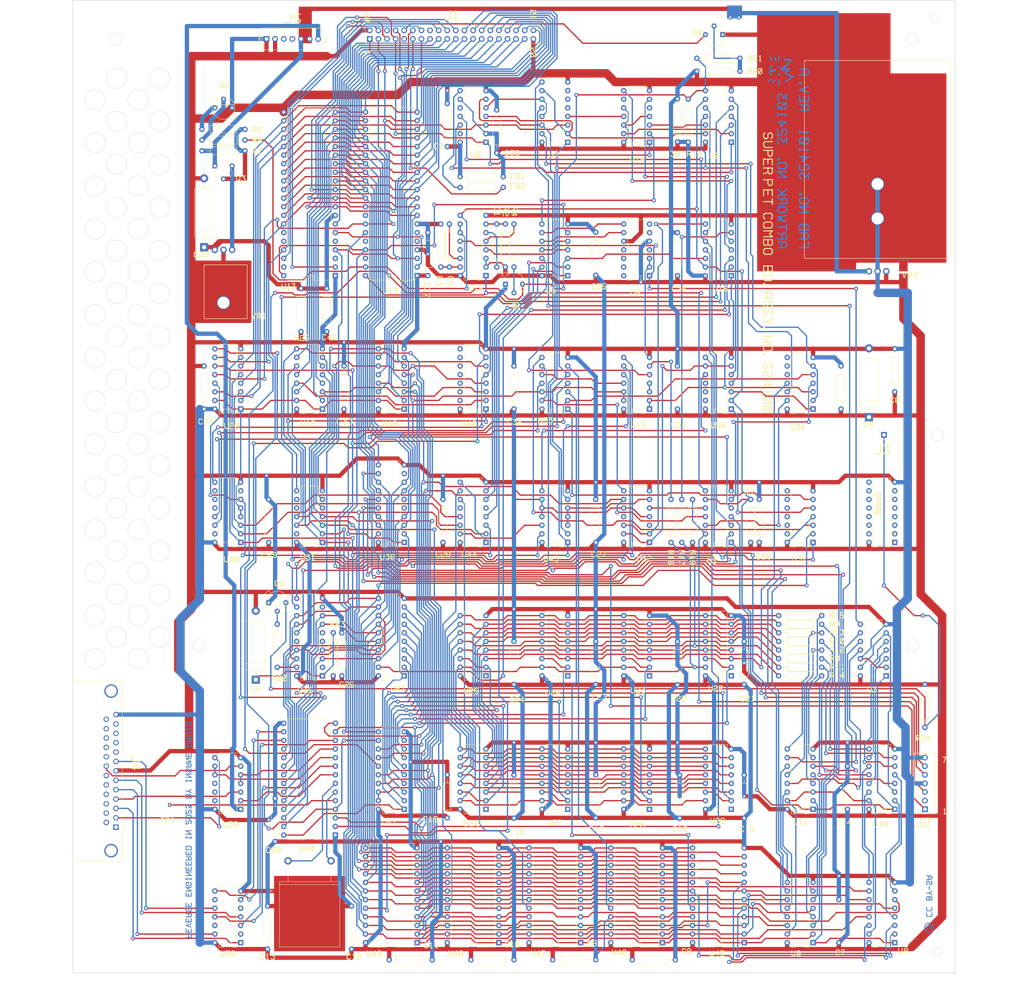
<source format=kicad_pcb>
(kicad_pcb (version 20221018) (generator pcbnew)
  (title_block (title "The CommonPET") (date "2023-06-11") (rev "V001") (comment 1 "reverse-engineered in 2023") (comment 2 "creativecommons.org/licenses/by/4.0/") (comment 3 "License: CC BY 4.0") (comment 4 "Author: InsaneDruid"))
  (layers (0 "F.Cu" signal) (31 "B.Cu" signal) (34 "B.Paste" user) (35 "F.Paste" user) (36 "B.SilkS" user "B.Silkscreen") (37 "F.SilkS" user "F.Silkscreen") (38 "B.Mask" user) (39 "F.Mask" user) (44 "Edge.Cuts" user))
  (net 0 "")
  (net 1 "Net-(U12B-RCext)")
  (net 2 "Net-(U12B-Cext)")
  (net 3 "Net-(U12A-RCext)")
  (net 4 "Net-(U12A-Cext)")
  (net 5 "Net-(U6-VCC)")
  (net 6 "GND")
  (net 7 "Net-(U35-~{Mr})")
  (net 8 "+5V")
  (net 9 "/PHI2")
  (net 10 "/~{RES}")
  (net 11 "/~{SO}")
  (net 12 "/PHI0")
  (net 14 "/16_{MHz}")
  (net 15 "/R{slash}~{W}")
  (net 16 "/D0")
  (net 17 "/D1")
  (net 18 "/D2")
  (net 19 "/D3")
  (net 20 "/D4")
  (net 21 "/D5")
  (net 22 "/D6")
  (net 23 "/D7")
  (net 24 "/A15")
  (net 25 "/A14")
  (net 26 "/A13")
  (net 27 "/A12")
  (net 28 "/A11")
  (net 29 "/A10")
  (net 30 "/A9")
  (net 31 "/A8")
  (net 32 "/A7")
  (net 33 "/A6")
  (net 34 "/A5")
  (net 35 "/A4")
  (net 36 "/A3")
  (net 37 "/A2")
  (net 38 "/A1")
  (net 39 "/A0")
  (net 41 "/SYNC")
  (net 42 "/~{NMI}")
  (net 43 "/~{NOROM}")
  (net 44 "/~{IRQ}")
  (net 46 "/RDY")
  (net 47 "Net-(J2-Pin_1)")
  (net 49 "Net-(J2-Pin_3)")
  (net 50 "Net-(J2-Pin_5)")
  (net 51 "/DIAG")
  (net 52 "/TxD")
  (net 53 "/RxD")
  (net 54 "/RTS")
  (net 55 "/CTS")
  (net 56 "/DSR")
  (net 57 "/DCD")
  (net 58 "/DTR")
  (net 61 "+9V")
  (net 62 "-9V")
  (net 63 "Net-(Q1-B)")
  (net 64 "Net-(Q2-B)")
  (net 65 "Net-(Q2-C)")
  (net 66 "Net-(Q3-C)")
  (net 67 "Net-(Q3-B)")
  (net 68 "Net-(Q4-B)")
  (net 69 "Net-(Q5-B)")
  (net 70 "Net-(U12B-Q)")
  (net 71 "Net-(U10-Zd)")
  (net 72 "/MA0")
  (net 73 "Net-(U10-Zc)")
  (net 74 "/MA1")
  (net 75 "Net-(U10-Zb)")
  (net 76 "/MA2")
  (net 77 "Net-(U10-Za)")
  (net 78 "/MA3")
  (net 79 "Net-(U11-Zd)")
  (net 80 "/MA4")
  (net 81 "Net-(U11-Zc)")
  (net 82 "/MA5")
  (net 83 "Net-(U11-Zb)")
  (net 84 "/MA6")
  (net 85 "Net-(U11-Za)")
  (net 86 "/MA7")
  (net 87 "/~{CAS}")
  (net 88 "Net-(R16-Pad2)")
  (net 89 "/~{RAS}")
  (net 90 "Net-(R17-Pad2)")
  (net 92 "Net-(U35-Q7)")
  (net 93 "Net-(U40-RxC)")
  (net 94 "Net-(U6-QD)")
  (net 95 "Net-(U13-Q)")
  (net 96 "Net-(U10-S)")
  (net 97 "/BPHI2")
  (net 98 "Net-(U1-Pad6)")
  (net 99 "Net-(U12A-A)")
  (net 100 "Net-(U1-Pad10)")
  (net 101 "/BA2")
  (net 102 "Net-(U1-Pad12)")
  (net 103 "Net-(U6-QG)")
  (net 104 "Net-(U14B-~{R})")
  (net 105 "Net-(U30-Y6)")
  (net 106 "Net-(U2-Pad4)")
  (net 107 "Net-(U2-Pad5)")
  (net 108 "Net-(U2-Pad6)")
  (net 109 "Net-(U16-Pad9)")
  (net 110 "/BR{slash}~{W}")
  (net 111 "Net-(U14A-C)")
  (net 112 "Net-(U6-QB)")
  (net 113 "/RA0")
  (net 114 "/RA1")
  (net 115 "/RA2")
  (net 116 "/RA3")
  (net 117 "/8")
  (net 118 "/RA6")
  (net 119 "/RA5")
  (net 120 "/RA4")
  (net 121 "Net-(U4-Q2)")
  (net 122 "Net-(U4-Q1)")
  (net 126 "Net-(U44A-O2)")
  (net 127 "Net-(U44A-O3)")
  (net 128 "Net-(U12A-~{Q})")
  (net 129 "Net-(U12B-~{Q})")
  (net 130 "Net-(U13-~{RESET})")
  (net 131 "/RAS REFRESH")
  (net 132 "Net-(U44A-O0)")
  (net 133 "Net-(U6-QC)")
  (net 135 "Net-(U14A-~{R})")
  (net 137 "Net-(U14B-C)")
  (net 141 "/MUX ADDR")
  (net 142 "/CAS")
  (net 143 "/9000-9FFF")
  (net 144 "/BA3")
  (net 145 "/BA11")
  (net 146 "Net-(U10-I0a)")
  (net 147 "/BA10")
  (net 148 "Net-(U10-I0b)")
  (net 149 "Net-(U10-I0c)")
  (net 150 "/BA9")
  (net 151 "/BA1")
  (net 152 "Net-(U10-I0d)")
  (net 153 "/BA8")
  (net 154 "/BA0")
  (net 155 "/BA7")
  (net 156 "/D")
  (net 157 "Net-(U11-I0a)")
  (net 158 "/BA6")
  (net 159 "/C")
  (net 160 "Net-(U11-I0b)")
  (net 161 "Net-(U11-I0c)")
  (net 162 "/B")
  (net 163 "/BA5")
  (net 164 "Net-(U11-I0d)")
  (net 165 "/A")
  (net 166 "/BA4")
  (net 174 "Net-(U14A-~{Q})")
  (net 175 "Net-(U14B-~{Q})")
  (net 177 "Net-(U15-Pad1)")
  (net 178 "Net-(U15-Pad3)")
  (net 179 "Net-(U35-Cp)")
  (net 180 "Net-(U36-Q7)")
  (net 181 "Net-(U15-Pad10)")
  (net 182 "Net-(U15-Pad11)")
  (net 183 "/K10^{x}")
  (net 185 "Net-(U16-Pad8)")
  (net 186 "Net-(U37A-~{R})")
  (net 191 "/BA14")
  (net 192 "/BA13")
  (net 193 "/BA12")
  (net 194 "/BA15")
  (net 195 "/BD0")
  (net 196 "/BD1")
  (net 197 "/BD2")
  (net 198 "/BD3")
  (net 199 "/BD4")
  (net 200 "/BD5")
  (net 201 "/BD6")
  (net 202 "/BD7")
  (net 203 "Net-(U22-~{WRITE})")
  (net 208 "/ADDD-AFFF")
  (net 209 "/~{9000-9FFF}")
  (net 211 "Net-(U32-Pad1)")
  (net 212 "Net-(U32-Pad6)")
  (net 213 "/EFFC-EFFE")
  (net 214 "Net-(U37A-~{Q})")
  (net 215 "/EFFE")
  (net 216 "/EFFC")
  (net 217 "Net-(U34-Pad1)")
  (net 229 "/~{RAM}{slash}ROM")
  (net 236 "Net-(U38-QA)")
  (net 237 "Net-(U38-QB)")
  (net 238 "Net-(U38-QC)")
  (net 239 "Net-(U38-QD)")
  (net 240 "Net-(U39-1A)")
  (net 241 "Net-(U39-2A)")
  (net 242 "Net-(U39-3A)")
  (net 243 "Net-(U40-CS0)")
  (net 244 "Net-(U40-XTAL1)")
  (net 245 "Net-(U40-XTAL2)")
  (net 248 "Net-(U43-Pad8)")
  (net 249 "Net-(U44B-E)")
  (net 250 "Net-(U44A-E)")
  (net 252 "Net-(U44B-O2)")
  (net 253 "Net-(U44B-O1)")
  (net 285 "Net-(U6-CLK)")
  (net 286 "Net-(U49-~{EN})")
  (net 287 "Net-(U45-~{EN})")
  (net 288 "Net-(U46-~{EN})")
  (net 289 "Net-(J2-Pin_6)")
  (net 290 "/+5V_6502")
  (net 301 "/NOROM")
  (net 302 "Net-(U21-CE)")
  (footprint "TestPoint:TestPoint_THTPad_1.0x1.0mm_Drill0.5mm" (layer "F.Cu") (at 202.565 313.58)
    (fp_text reference "TP1" hide)
    (fp_text value "TestPoint")
  )
  (footprint "commonpet_lib_fp:R_Axial_DIN0207_L6.3mm_D2.5mm_P15.24mm_Horizontal" (layer "F.Cu") (at 356.87 236.12 90)
    (fp_text reference "R18" hide)
    (fp_text value "3K3")
  )
  (footprint "commonpet_lib_fp:TO-18-3" (layer "F.Cu") (at 304.165 162.45)
    (fp_text reference "Q1" hide)
    (fp_text value "2N2222 NPN")
  )
  (footprint "commonpet_lib_fp:R_Axial_DIN0207_L6.3mm_D2.5mm_P15.24mm_Horizontal" (layer "F.Cu") (at 234.315 272.94 90)
    (fp_text reference "R22" hide)
    (fp_text value "1K")
  )
  (footprint "commonpet_lib_fp:DIP-14_W7.62mm" (layer "F.Cu") (at 320.04 236.12 180)
    (fp_text reference "U43" hide)
    (fp_text value "74LS10")
  )
  (footprint "commonpet_lib_fp:DIP-24_W15.24mm_socket" (layer "F.Cu") (at 347.98 354.23 180)
    (fp_text reference "U46" hide)
    (fp_text value "ROM #A000")
  )
  (footprint "commonpet_lib_fp:C_Axial_L3.8mm_D2.6mm_P12.54mm_Horizontal_notpopulated" (layer "F.Cu") (at 248.92 173.88 90)
    (fp_text reference "C40" hide)
    (fp_text value ".01uF")
  )
  (footprint "commonpet_lib_fp:DIP-14_W7.62mm" (layer "F.Cu") (at 344.17 118.01 180)
    (fp_text reference "U14" hide)
    (fp_text value "74LS74")
  )
  (footprint "commonpet_lib_fp:C_Axial_L3.8mm_D2.6mm_P12.54mm_Horizontal" (layer "F.Cu") (at 353.06 304.79 -90)
    (fp_text reference "C16" hide)
    (fp_text value ".01uF")
  )
  (footprint "commonpet_lib_fp:DIP-14_W7.62mm" (layer "F.Cu") (at 368.3 118.01 180)
    (fp_text reference "U2" hide)
    (fp_text value "74LS04")
  )
  (footprint "commonpet_lib_fp:DIP-16_W7.62mm" (layer "F.Cu") (at 368.3 314.86 180)
    (fp_text reference "U29" hide)
    (fp_text value "4164")
  )
  (footprint "commonpet_lib_fp:DIP-16_W7.62mm" (layer "F.Cu") (at 295.91 275.48 180)
    (fp_text reference "U25" hide)
    (fp_text value "4164")
  )
  (footprint "commonpet_lib_fp:C_Axial_L3.8mm_D2.6mm_P12.54mm_Horizontal" (layer "F.Cu") (at 352.425 157.37 90)
    (fp_text reference "C36" hide)
    (fp_text value ".01uF")
  )
  (footprint "commonpet_lib_fp:R_Axial_DIN0207_L6.3mm_D2.5mm_P15.24mm_Horizontal" (layer "F.Cu") (at 370.84 97.045 180)
    (fp_text reference "R20" hide)
    (fp_text value "1K3")
  )
  (footprint "commonpet_lib_fp:C_Axial_L3.8mm_D2.6mm_P12.54mm_Horizontal" (layer "F.Cu") (at 253.365 275.48 90)
    (fp_text reference "C25" hide)
    (fp_text value ".01uF")
  )
  (footprint "commonpet_lib_fp:C_Axial_L3.8mm_D2.6mm_P12.54mm_Horizontal" (layer "F.Cu") (at 376.555 236.11 90)
    (fp_text reference "C26" hide)
    (fp_text value ".01uF")
  )
  (footprint "commonpet_lib_fp:DIP-14_W7.62mm" (layer "F.Cu") (at 247.65 236.12 180)
    (fp_text reference "U31" hide)
    (fp_text value "74LS30")
  )
  (footprint "commonpet_lib_fp:PinHeader_1x07_P2.54mm_Vertical" (layer "F.Cu") (at 231.14 87.52 90)
    (fp_text reference "J5" hide)
    (fp_text value "Conn_01x07_Pin")
  )
  (footprint "commonpet_lib_fp:DIP-20_W7.62mm" (layer "F.Cu") (at 247.65 275.49 180)
    (fp_text reference "U35" hide)
    (fp_text value "74LS273")
  )
  (footprint "commonpet_lib_fp:DIP-16_W7.62mm" (layer "F.Cu") (at 320.04 118.01 180)
    (fp_text reference "U7" hide)
    (fp_text value "74LS157")
  )
  (footprint "commonpet_lib_fp:DIP-14_W7.62mm" (layer "F.Cu") (at 344.17 157.38 180)
    (fp_text reference "U4" hide)
    (fp_text value "74LS93")
  )
  (footprint "commonpet_lib_fp:DIP-14_W7.62mm" (layer "F.Cu") (at 223.52 314.86 180)
    (fp_text reference "U39" hide)
    (fp_text value "MC1488E")
  )
  (footprint "commonpet_lib_fp:C_Axial_L3.8mm_D2.6mm_P12.54mm_Horizontal" (layer "F.Cu") (at 233.68 311.675 -90)
    (fp_text reference "C20" hide)
    (fp_text value ".01uF")
  )
  (footprint "commonpet_lib_fp:C_Axial_L3.8mm_D2.6mm_P12.54mm_Horizontal" (layer "F.Cu") (at 291.465 359.3)
    (fp_text reference "C10" hide)
    (fp_text value ".01uF")
  )
  (footprint "commonpet_lib_fp:C_Axial_L3.8mm_D2.6mm_P12.54mm_Horizontal" (layer "F.Cu") (at 231.4575 343.425 -90)
    (fp_text reference "C13" hide)
    (fp_text value ".01uF")
  )
  (footprint "commonpet_lib_fp:CP_Axial_L11.0mm_D6.0mm_P20.32mm_notpopulated" (layer "F.Cu") (at 212.725 148.9775 90)
    (fp_text reference "C41" hide)
    (fp_text value "0.01u")
  )
  (footprint "commonpet_lib_fp:R_Axial_DIN0207_L6.3mm_D2.5mm_P15.24mm_Horizontal" (layer "F.Cu") (at 394.97 270.41 180)
    (fp_text reference "R8" hide)
    (fp_text value "33")
  )
  (footprint "commonpet_lib_fp:Crystal_HC33-U_Horizontal" (layer "F.Cu") (at 237.49 330.09)
    (fp_text reference "Y1")
    (fp_text value "1.8432 MHz, HC49U")
  )
  (footprint "commonpet_lib_fp:C_Axial_L3.8mm_D2.6mm_P12.54mm_Horizontal" (layer "F.Cu") (at 339.09 359.3)
    (fp_text reference "C8" hide)
    (fp_text value ".01uF")
  )
  (footprint "commonpet_lib_fp:DIP-14_W7.62mm" (layer "F.Cu") (at 295.91 118.01 180)
    (fp_text reference "U6" hide)
    (fp_text value "74LS164")
  )
  (footprint "commonpet_lib_fp:C_Axial_L3.8mm_D2.6mm_P12.54mm_Horizontal" (layer "F.Cu") (at 372.11 304.79 -90)
    (fp_text reference "C15" hide)
    (fp_text value ".01uF")
  )
  (footprint "commonpet_lib_fp:DIP-16_W7.62mm" (layer "F.Cu") (at 392.43 354.23 180)
    (fp_text reference "U9" hide)
    (fp_text value "74LS157")
  )
  (footprint "commonpet_lib_fp:C_Axial_L3.8mm_D2.6mm_P12.54mm_Horizontal" (layer "F.Cu") (at 328.295 236.12 90)
    (fp_text reference "C27" hide)
    (fp_text value ".01uF")
  )
  (footprint "commonpet_lib_fp:TO-18-3" (layer "F.Cu") (at 234.315 256.43)
    (fp_text reference "Q5" hide)
    (fp_text value "2N2222 NPN")
  )
  (footprint "commonpet_lib_fp:R_Axial_DIN0207_L6.3mm_D2.5mm_P15.24mm_Horizontal" (layer "F.Cu") (at 282.575 142.13 -90)
    (fp_text reference "R3" hide)
    (fp_text value "22K" hide)
  )
  (footprint "commonpet_lib_fp:TO-220-3_Horizontal_TabDown" (layer "F.Cu") (at 220.98 149.75 180)
    (fp_text reference "VR1" hide)
    (fp_text value "L7805")
  )
  (footprint "commonpet_lib_fp:C_Axial_L3.8mm_D2.6mm_P12.54mm_Horizontal" (layer "F.Cu") (at 267.335 359.3)
    (fp_text reference "C11" hide)
    (fp_text value ".01uF")
  )
  (footprint "commonpet_lib_fp:C_Axial_L3.8mm_D2.6mm_P12.54mm_Horizontal" (layer "F.Cu") (at 400.685 196.74 90)
    (fp_text reference "C30" hide)
    (fp_text value ".01uF")
  )
  (footprint "commonpet_lib_fp:C_Axial_L3.8mm_D2.6mm_P12.54mm_Horizontal" (layer "F.Cu") (at 328.295 265.32 -90)
    (fp_text reference "C23" hide)
    (fp_text value ".01uF")
  )
  (footprint "commonpet_lib_fp:DIP-14_W7.62mm" (layer "F.Cu") (at 414.02 275.49 180)
    (fp_text reference "U3" hide)
    (fp_text value "74LS393")
  )
  (footprint "commonpet_lib_fp:R_Axial_DIN0207_L6.3mm_D2.5mm_P15.24mm_Horizontal" (layer "F.Cu") (at 301.625 154.83 90)
    (fp_text reference "R2" hide)
    (fp_text value "22K")
  )
  (footprint "commonpet_lib_fp:C_Axial_L3.8mm_D2.6mm_P12.54mm_Horizontal" (layer "F.Cu") (at 300.99 131.335 180)
    (fp_text reference "FB2" hide)
    (fp_text value "FerriteBead")
  )
  (footprint "commonpet_lib_fp:TO-92" (layer "F.Cu") (at 220.98 124.985)
    (fp_text reference "Q3" hide)
    (fp_text value "2N4403 PNP")
  )
  (footprint "commonpet_lib_fp:DIP-20_W7.62mm" (layer "F.Cu") (at 271.78 236.12 180)
    (fp_text reference "U36" hide)
    (fp_text value "74LS273")
  )
  (footprint "commonpet_lib_fp:DIP-20_W7.62mm" (layer "F.Cu") (at 271.78 275.48 180)
    (fp_text reference "U21" hide)
    (fp_text value "74LS245")
  )
  (footprint "commonpet_lib_fp:DIP-14_W7.62mm" (layer "F.Cu") (at 320.04 157.38 180)
    (fp_text reference "U5" hide)
    (fp_text value "74LS11")
  )
  (footprint "commonpet_lib_fp:C_Axial_L3.8mm_D2.6mm_P12.54mm_Horizontal" (layer "F.Cu") (at 256.2225 343.425 -90)
    (fp_text reference "C12" hide)
    (fp_text value ".01uF")
  )
  (footprint "commonpet_lib_fp:DIP-14_W7.62mm" (layer "F.Cu") (at 368.3 196.75 180)
    (fp_text reference "U50" hide)
    (fp_text value "74LS08")
  )
  (footprint "commonpet_lib_fp:C_Axial_L3.8mm_D2.6mm_P12.54mm_Horizontal" (layer "F.Cu") (at 402.59 314.86 90)
    (fp_text reference "C14" hide)
    (fp_text value ".01uF")
  )
  (footprint "commonpet_lib_fp:C_Axial_L3.8mm_D2.6mm_P12.54mm_Horizontal" (layer "F.Cu") (at 352.425 196.75 90)
    (fp_text reference "C31" hide)
    (fp_text value ".01uF")
  )
  (footprint "commonpet_lib_fp:PinHeader_2x20_P2.54mm_Vertical" (layer "F.Cu") (at 261.62 87.52 90)
    (fp_text reference "J1" hide)
    (fp_text value "Conn_01x40_Pin")
  )
  (footprint "commonpet_lib_fp:DIP-16_W7.62mm" (layer "F.Cu") (at 223.52 236.12 180)
    (fp_text reference "U30" hide)
    (fp_text value "74LS138")
  )
  (footprint "commonpet_lib_fp:DIP-40_W15.24mm_socket" (layer "F.Cu") (at 251.46 157.37 180)
    (fp_text reference "U17" hide)
    (fp_text value "6502")
  )
  (footprint "commonpet_lib_fp:DIP-16_W7.62mm" (layer "F.Cu") (at 320.04 275.48 180)
    (fp_text reference "U24" hide)
    (fp_text value "4164")
  )
  (footprint "commonpet_lib_fp:R_Axial_DIN0207_L6.3mm_D2.5mm_P15.24mm_Horizontal" (layer "F.Cu") (at 394.97 265.33 180)
    (fp_text reference "R10" hide)
    (fp_text value "33")
  )
  (footprint "commonpet_lib_fp:DIP-16_W7.62mm" (layer "F.Cu") (at 295.91 314.86 180)
    (fp_text reference "U26" hide)
    (fp_text value "4164")
  )
  (footprint "commonpet_lib_fp:R_Axial_DIN0207_L6.3mm_D2.5mm_P15.24mm_Horizontal" (layer "F.Cu") (at 224.7815 117.365 180)
    (fp_text reference "R5" hide)
    (fp_text value "3K3")
  )
  (footprint "commonpet_lib_fp:DIP-16_W7.62mm" (layer "F.Cu") (at 247.65 196.75 180)
    (fp_text reference "U19" hide)
    (fp_text value "74LS367")
  )
  (footprint "commonpet_lib_fp:R_Axial_DIN0207_L6.3mm_D2.5mm_P15.24mm_Horizontal" (layer "F.Cu") (at 394.97 275.48 180)
    (fp_text reference "R14" hide)
    (fp_text value "33")
  )
  (footprint "commonpet_lib_fp:DIP-16_W7.62mm" (layer "F.Cu") (at 416.56 314.86 180)
    (fp_text reference "U10" hide)
    (fp_text value "74LS157")
  )
  (footprint "commonpet_lib_fp:TO-18-3" (layer "F.Cu") (at 363.22 83.71 180)
    (fp_text reference "Q4" hide)
    (fp_text value "2N2222 NPN")
  )
  (footprint "commonpet_lib_fp:R_Axial_DIN0207_L6.3mm_D2.5mm_P15.24mm_Horizontal" (layer "F.Cu") (at 394.97 267.87 180)
    (fp_text reference "R12" hide)
    (fp_text value "33")
  )
  (footprint "commonpet_lib_fp:R_Axial_DIN0207_L6.3mm_D2.5mm_P15.24mm_Horizontal" (layer "F.Cu") (at 212.0815 114.19)
    (fp_text reference "R6" hide)
    (fp_text value "1K5")
  )
  (footprint "commonpet_lib_fp:DIP-14_W7.62mm" (layer "F.Cu") (at 344.17 236.12 180)
    (fp_text reference "U32" hide)
    (fp_text value "74LS20")
  )
  (footprint "commonpet_lib_fp:PinHeader_1x07_P2.54mm_Vertical" (layer "F.Cu") (at 425.45 314.85 180)
    (fp_text reference "J2" hide)
    (fp_text value "Conn_01x07_Pin")
  )
  (footprint "commonpet_lib_fp:C_Axial_L3.8mm_D2.6mm_P12.54mm_Horizontal" (layer "F.Cu") (at 254 196.75 90)
    (fp_text reference "C33" hide)
    (fp_text value ".01uF")
  )
  (footprint "commonpet_lib_fp:DIP-14_W7.62mm" (layer "F.Cu") (at 223.52 354.23 180)
    (fp_text reference "U38" hide)
    (fp_text value "MC1489")
  )
  (footprint "commonpet_lib_fp:C_Axial_L3.8mm_D2.6mm_P12.54mm_Horizontal" (layer "F.Cu") (at 285.115 154.83 90)
    (fp_text reference "C2" hide)
    (fp_text value ".01uF")
  )
  (footprint "commonpet_lib_fp:DIP-24_W15.24mm" (layer "F.Cu") (at 323.85 354.22 180)
    (fp_text reference "U47" hide)
    (fp_text value "ROM #A000 #BFFF")
  )
  (footprint "commonpet_lib_fp:DIP-16_W7.62mm" (layer "F.Cu") (at 344.17 314.86 180)
    (fp_text reference "U28" hide)
    (fp_text value "4164")
  )
  (footprint "commonpet_lib_fp:SPARE_DIP-16_W7.62mm" (layer "F.Cu") (at 416.56 236.11 180)
    (fp_text reference "U99" hide)
    (fp_text value "SPARE")
  )
  (footprint "Connector_Dsub:DSUB-25_Female_Horizontal_P2.77x2.84mm_EdgePinOffset9.90mm_Housed_MountingHolesOffset11.32mm" (layer "F.Cu") (at 186.69 320.15 -90)
    (fp_text reference "J4" hide)
    (fp_text value "Conn_01x25_Socket")
  )
  (footprint "commonpet_lib_fp:R_Axial_DIN0207_L6.3mm_D2.5mm_P15.24mm_Horizontal" (layer "F.Cu") (at 374.015 223.41 -90)
    (fp_text reference "R1" hide)
    (fp_text value "3K3")
  )
  (footprint "commonpet_lib_fp:C_Axial_L3.8mm_D2.6mm_P12.54mm_Horizontal" (layer "F.Cu") (at 299.085 142.13 -90)
    (fp_text reference "C1" hide)
    (fp_text value ".01uF")
  )
  (footprint "commonpet_lib_fp:DIP-16_W7.62mm" (layer "F.Cu") (at 295.91 157.37 180)
    (fp_text reference "U12" hide)
    (fp_text value "74LS123")
  )
  (footprint "commonpet_lib_fp:TO-18-3" (layer "F.Cu") (at 218.44 105.3 180)
    (fp_text reference "Q2" hide)
    (fp_text value "2N2222 NPN")
  )
  (footprint "commonpet_lib_fp:DIP-14_W7.62mm" (layer "F.Cu") (at 368.29 236.125 180)
    (fp_text reference "U1" hide)
    (fp_text value "74LS04")
  )
  (footprint "commonpet_lib_fp:R_Axial_DIN0207_L6.3mm_D2.5mm_P15.24mm_Horizontal" (layer "F.Cu") (at 250.825 262.78 -90)
    (fp_text reference "R23" hide)
    (fp_text value "22K")
  )
  (footprint "commonpet_lib_fp:CP_Axial_L11.0mm_D6.0mm_P20.32mm" (layer "F.Cu") (at 408.94 199.1425 90)
    (fp_text reference "C5" hide)
    (fp_text value "4.7uF")
  )
  (footprint "commonpet_lib_fp:R_Axial_DIN0207_L6.3mm_D2.5mm_P15.24mm_Horizontal" (layer "F.Cu") (at 425.45 290.72 90)
    (fp_text reference "R24" hide)
    (fp_text value "3K3")
  )
  (footprint "commonpet_lib_fp:R_Axial_DIN0207_L6.3mm_D2.5mm_P15.24mm_Horizontal" (layer "F.Cu") (at 394.97 272.94 180)
    (fp_text reference "R11" hide)
    (fp_text value "33")
  )
  (footprint "commonpet_lib_fp:DIP-24_W15.24mm" (layer "F.Cu") (at 299.72 354.23 180)
    (fp_text reference "U48" hide)
    (fp_text value "ROM #C000 #DFFF")
  )
  (footprint "commonpet_lib_fp:CP_Axial_L11.0mm_D6.0mm_P20.32mm" (layer "F.Cu") (at 227.965 276.6125 90)
    (fp_text reference "C4" hide)
    (fp_text value "4.7uF")
  )
  (footprint "commonpet_lib_fp:C_Axial_L3.8mm_D2.6mm_P12.54mm_Horizontal" (layer "F.Cu") (at 283.21 236.11 90)
    (fp_text reference "C28" hide)
    (fp_text value ".01uF")
  )
  (footprint "commonpet_lib_fp:DIP-14_W7.62mm" (layer "F.Cu") (at 392.43 196.75 180)
    (fp_text reference "U34" hide)
    (fp_text value "74LS32")
  )
  (footprint "commonpet_lib_fp:C_Axial_L3.8mm_D2.6mm_P12.54mm_Horizontal" (layer "F.Cu") (at 352.425 265.42 -90)
    (fp_text reference "C22" hide)
    (fp_text value ".01uF")
  )
  (footprint "commonpet_lib_fp:C_Axial_L3.8mm_D2.6mm_P12.54mm_Horizontal" (layer "F.Cu") (at 284.48 317.39 90)
    (fp_text reference "C19" hide)
    (fp_text value ".01uF")
  )
  (footprint "commonpet_lib_fp:C_Axial_L3.8mm_D2.6mm_P12.54mm_Horizontal" (layer "F.Cu") (at 300.99 128.16 180)
    (fp_text reference "FB1" hide)
    (fp_text value "FerriteBead")
  )
  (footprint "commonpet_lib_fp:DIP-40_W15.24mm_socket" (layer "F.Cu") (at 275.59 157.37 180)
    (fp_text reference "U13" hide)
    (fp_text value "6809E")
  )
  (footprint "commonpet_lib_fp:DIP-16_W7.62mm" (layer "F.Cu") (at 368.3 275.48 180)
    (fp_text reference "U22" hide)
    (fp_text value "4164")
  )
  (footprint "commonpet_lib_fp:R_Axial_DIN0207_L6.3mm_D2.5mm_P15.24mm_Horizontal" (layer "F.Cu") (at 394.97 262.79 180)
    (fp_text reference "R13" hide)
    (fp_text value "33")
  )
  (footprint "commonpet_lib_fp:DIP-14_W7.62mm" (layer "F.Cu") (at 392.43 236.12 180)
    (fp_text reference "U37" hide)
    (fp_text value "74LS74")
  )
  (footprint "commonpet_lib_fp:DIP-16_W7.62mm" (layer "F.Cu") (at 392.43 314.86 180)
    (fp_text reference "U11" hide)
    (fp_text value "74LS157")
  )
  (footprint "commonpet_lib_fp:C_Axial_L3.8mm_D2.6mm_P12.54mm_Horizontal" (layer "F.Cu") (at 400.05 354.22 90)
    (fp_text reference "C7" hide)
    (fp_text value ".01uF")
  )
  (footprint "commonpet_lib_fp:R_Axial_DIN0207_L6.3mm_D2.5mm_P15.24mm_Horizontal__notpopulated" (layer "F.Cu") (at 241.3 173.8715 90)
    (fp_text reference "R25" hide)
    (fp_text value "68")
  )
  (footprint "commonpet_lib_fp:R_Axial_DIN0207_L6.3mm_D2.5mm_P15.24mm_Horizontal" (layer "F.Cu") (at 394.97 257.7 180)
    (fp_text reference "R15" hide)
    (fp_text value "33")
  )
  (footprint "commonpet_lib_fp:TO-220-3_Horizontal_TabDown_HeatSinked" (layer "F.Cu") (at 408.94 156.1)
    (fp_text reference "VR2" hide)
    (fp_text value "L7805")
  )
  (footprint "commonpet_lib_fp:DIP-16_W7.62mm" (layer "F.Cu") (at 271.78 196.75 180)
    (fp_text reference "U18" hide)
    (fp_text value "74LS367")
  )
  (footprint "commonpet_lib_fp:R_Axial_DIN0207_L6.3mm_D2.5mm_P15.24mm_Horizontal" (layer "F.Cu") (at 224.7815 120.54 180)
    (fp_text reference "R7" hide)
    (fp_text value "510")
  )
  (footprint "commonpet_lib_fp:DIP-16_W7.62mm" (layer "F.Cu") (at 295.91 196.75 180)
    (fp_text reference "U42" hide)
    (fp_text value "74LS138")
  )
  (footprint "commonpet_lib_fp:DIP-14_W7.62mm" (layer "F.Cu") (at 368.3 157.38 180)
    (fp_text reference "U16" hide)
    (fp_text value "74S08")
  )
  (footprint "commonpet_lib_fp:R_Axial_DIN0207_L6.3mm_D2.5mm_P15.24mm_Horizontal" (layer "F.Cu") (at 355.6 117.9915 90)
    (fp_text reference "R19" hide)
    (fp_text value "1K3")
  )
  (footprint "commonpet_lib_fp:DIP-28_W15.24mm" (layer "F.Cu") (at 251.46 322.48 180)
    (fp_text reference "U40" hide)
    (fp_text value "6551")
  )
  (footprint "commonpet_lib_fp:DIP-20_W7.62mm" (layer "F.Cu") (at 271.78 314.86 180)
    (fp_text reference "U41" hide)
    (fp_text value "6702")
  )
  (footprint "Connector_PinHeader_2.54mm:PinHeader_1x01_P2.54mm_Vertical" (layer "F.Cu") (at 413.385 204.36)
    (fp_text reference "J3" hide)
    (fp_text value "Conn_01x01_Pin")
  )
  (footprint "commonpet_lib_fp:C_Axial_L3.8mm_D2.6mm_P12.54mm_Horizontal" (layer "F.Cu") (at 352.425 117.9 90)
    (fp_text reference "C38" hide)
    (fp_text value ".01uF")
  )
  (footprint "commonpet_lib_fp:C_Axial_L3.8mm_D2.6mm_P12.54mm_Horizontal" (layer "F.Cu") (at 328.295 304.69 -90)
    (fp_text reference "C17" hide)
    (fp_text value ".01uF")
  )
  (footprint "commonpet_lib_fp:R_Axial_DIN0207_L6.3mm_D2.5mm_P15.24mm_Horizontal" (layer "F.Cu") (at 353.695 236.12 90)
    (fp_text reference "R17" hide)
    (fp_text value "33")
  )
  (footprint "commonpet_lib_fp:C_Axial_L3.8mm_D2.6mm_P12.54mm_Horizontal" (layer "F.Cu") (at 278.765 144.67 -90)
    (fp_text reference "C37" hide)
    (fp_text value ".01uF")
  )
  (footprint "commonpet_lib_fp:R_Axial_DIN0207_L6.3mm_D2.5mm_P15.24mm_Horizontal" (layer "F.Cu") (at 304.165 142.13 -90)
    (fp_text reference "R4" hide)
    (fp_text value "1K")
  )
  (footprint "commonpet_lib_fp:C_Axial_L3.8mm_D2.6mm_P12.54mm_Horizontal" (layer "F.Cu") (at 212.725 196.74 90)
    (fp_text reference "C34" hide)
    (fp_text value ".01uF")
  )
  (footprint "commonpet_lib_fp:DIP-24_W15.24mm" (layer "F.Cu") (at 275.59 354.23 180)
    (fp_text reference "U49" hide)
    (fp_text value "ROM #E000 #FFFF")
  )
  (footprint "commonpet_lib_fp:DIP-14_W7.62mm" (layer "F.Cu") (at 320.04 196.75 180)
    (fp_text reference "U33" hide)
    (fp_text value "74LS32")
  )
  (footprint "commonpet_lib_fp:C_Axial_L3.8mm_D2.6mm_P12.54mm_Horizontal" (layer "F.Cu") (at 304.165 265.32 -90)
    (fp_text reference "C24" hide)
    (fp_text value ".01uF")
  )
  (footprint "commonpet_lib_fp:C_Axial_L3.8mm_D2.6mm_P12.54mm_Horizontal" (layer "F.Cu") (at 416.56 191.66 90)
    (fp_text reference "C6" hide)
    (fp_text value ".01uF")
  )
  (footprint "commonpet_lib_fp:C_Axial_L3.8mm_D2.6mm_P12.54mm_Horizontal" (layer "F.Cu") (at 304.165 196.74 90)
    (fp_text reference "C32" hide)
    (fp_text value ".01uF")
  )
  (footprint "commonpet_lib_fp:R_Axial_DIN0207_L6.3mm_D2.5mm_P15.24mm_Horizontal" (layer "F.Cu") (at 370.84 93.235 180)
    (fp_text reference "R21" hide)
    (fp_text value "680")
  )
  (footprint "commonpet_lib_fp:C_Axial_L3.8mm_D2.6mm_P12.54mm_Horizontal" (layer "F.Cu") (at 328.295 157.27 90)
    (fp_text reference "C35" hide)
    (fp_text value ".01uF")
  )
  (footprint "commonpet_lib_fp:C_Axial_L3.8mm_D2.6mm_P12.54mm_Horizontal" (layer "F.Cu") (at 284.48 119.27 90)
    (fp_text reference "C3" hide)
    (fp_text value ".01uF")
  )
  (footprint "commonpet_lib_fp:DIP-16_W7.62mm" (layer "F.Cu") (at 320.04 314.85 180)
    (fp_text reference "U27" hide)
    (fp_text value "4164")
  )
  (footprint "commonpet_lib_fp:C_Axial_L3.8mm_D2.6mm_P12.54mm_Horizontal" (layer "F.Cu") (at 299.085 121.175 90)
    (fp_text reference "C39" hide)
    (fp_text value ".01uF")
  )
  (footprint "commonpet_lib_fp:DIP-16_W7.62mm" (layer "F.Cu") (at 416.56 354.22 180)
    (fp_text reference "U8" hide)
    (fp_text value "74LS157")
  )
  (footprint "commonpet_lib_fp:C_Axial_L3.8mm_D2.6mm_P12.54mm_Horizontal" (layer "F.Cu") (at 231.775 236.12 90)
    (fp_text reference "C29" hide)
    (fp_text value ".01uF")
  )
  (footprint "commonpet_lib_fp:DIP-16_W7.62mm" (layer "F.Cu") (at 344.17 275.49 180)
    (fp_text reference "U23" hide)
    (fp_text value "4164")
  )
  (footprint "commonpet_lib_fp:DIP-16_W7.62mm" (layer "F.Cu") (at 223.52 196.75 180)
    (fp_text reference "U20" hide)
    (fp_text value "74LS367")
  )
  (footprint "commonpet_lib_fp:R_Axial_DIN0207_L6.3mm_D2.5mm_P15.24mm_Horizontal" (layer "F.Cu") (at 394.97 260.25 180)
    (fp_text reference "R9" hide)
    (fp_text value "33")
  )
  (footprint "commonpet_lib_fp:DIP-14_W7.62mm" (layer "F.Cu") (at 344.17 196.755 180)
    (fp_text reference "U15" hide)
    (fp_text value "74S37")
  )
  (footprint "commonpet_lib_fp:C_Axial_L3.8mm_D2.6mm_P12.54mm_Horizontal" (layer "F.Cu") (at 372.11 265.32 -90)
    (fp_text reference "C21" hide)
    (fp_text value ".01uF")
  )
  (footprint "commonpet_lib_fp:DIP-16_W7.62mm" (layer "F.Cu") (at 295.91 236.12 180)
    (fp_text reference "U44" hide)
    (fp_text value "74LS139")
  )
  (footprint "commonpet_lib_fp:C_Axial_L3.8mm_D2.6mm_P12.54mm_Horizontal" (layer "F.Cu") (at 304.165 304.79 -90)
    (fp_text reference "C18" hide)
    (fp_text value ".01uF")
  )
  (footprint "commonpet_lib_fp:DIP-24_W15.24mm_socket" (layer "F.Cu") (at 372.11 354.22 180)
    (fp_text reference "U45" hide)
    (fp_text value "ROM #9000")
  )
  (footprint "commonpet_lib_fp:R_Axial_DIN0207_L6.3mm_D2.5mm_P15.24mm_Horizontal" (layer "F.Cu") (at 350.52 236.12 90)
    (fp_text reference "R16" hide)
    (fp_text value "33")
  )
  (footprint "commonpet_lib_fp:C_Axial_L3.8mm_D2.6mm_P12.54mm_Horizontal" (layer "F.Cu") (at 315.595 359.3)
    (fp_text reference "C9" hide)
    (fp_text value ".01uF")
  )
  (gr_line (start 208.153 310.786) (end 208.153 311.548) (stroke (width 0.254)) (layer "B.Cu"))
  (gr_line (start 207.899 344.06) (end 207.645 344.06) (stroke (width 0.254)) (layer "B.Cu"))
  (gr_line (start 384.175 125.7978) (end 382.4478 125.7978) (stroke (width 0.4)) (layer "B.Cu"))
  (gr_line (start 389.3566 126.2296) (end 389.7884 125.7978) (stroke (width 0.4)) (layer "B.Cu"))
  (gr_line (start 207.391 290.974) (end 207.391 291.482) (stroke (width 0.254)) (layer "B.Cu"))
  (gr_line (start 389.5725 144.797) (end 389.5725 146.5242) (stroke (width 0.4)) (layer "B.Cu"))
  (gr_poly (pts (xy 381.4106 96.801907) (xy 381.409766 96.804358) (xy 381.408485 96.807028) (xy 381.406784 96.809898) (xy 381.402225 96.816154) (xy 381.396299 96.822963) (xy 381.389215 96.830164) (xy 381.381183 96.837592) (xy 381.372413 96.845085) (xy 381.363115 96.852481) (xy 381.353499 96.859616) (xy 381.343775 96.866328) (xy 381.334151 96.872454) (xy 381.324839 96.877831) (xy 381.316047 96.882297) (xy 381.307987 96.885688) (xy 381.304296 96.88693) (xy 381.300866 96.887842) (xy 381.297725 96.888405) (xy 381.294897 96.888596) (xy 381.29396 96.888647) (xy 381.293004 96.888795) (xy 381.292029 96.88904) (xy 381.291038 96.889378) (xy 381.290033 96.889806) (xy 381.289015 96.890322) (xy 381.286949 96.891606) (xy 381.284853 96.893209) (xy 381.282743 96.895108) (xy 381.280633 96.897282) (xy 381.278537 96.899709) (xy 381.27647 96.902368) (xy 381.274447 96.905236) (xy 381.272482 96.908293) (xy 381.270588 96.911516) (xy 381.268782 96.914884) (xy 381.267077 96.918374) (xy 381.265488 96.921967) (xy 381.264029 96.925638) (xy 381.260865 96.93398) (xy 381.257006 96.943059) (xy 381.252569 96.952573) (xy 381.247669 96.962217) (xy 381.245081 96.966992) (xy 381.242421 96.971687) (xy 381.239703 96.976262) (xy 381.236942 96.98068) (xy 381.234152 96.984902) (xy 381.231347 96.988891) (xy 381.228543 96.992609) (xy 381.225753 96.996017) (xy 381.223237 96.999369) (xy 381.220792 97.002924) (xy 381.21843 97.006652) (xy 381.216164 97.010525) (xy 381.214007 97.014514) (xy 381.211971 97.01859) (xy 381.210068 97.022723) (xy 381.208312 97.026885) (xy 381.206715 97.031048) (xy 381.20529 97.035181) (xy 381.20405 97.039257) (xy 381.203006 97.043245) (xy 381.202173 97.047118) (xy 381.201562 97.050847) (xy 381.201186 97.054401) (xy 381.201058 97.057753) (xy 381.200958 97.060874) (xy 381.200667 97.064197) (xy 381.200195 97.067694) (xy 381.199553 97.071335) (xy 381.198752 97.075092) (xy 381.197802 97.078936) (xy 381.196716 97.082838) (xy 381.195502 97.086769) (xy 381.194173 97.0907) (xy 381.192738 97.094602) (xy 381.19121 97.098446) (xy 381.189599 97.102203) (xy 381.187915 97.105845) (xy 381.186169 97.109341) (xy 381.184373 97.112665) (xy 381.182537 97.115785) (xy 381.180455 97.119105) (xy 381.178382 97.12301) (xy 381.176327 97.127451) (xy 381.174299 97.132377) (xy 381.172308 97.137737) (xy 381.170361 97.14348) (xy 381.16664 97.155914) (xy 381.163209 97.169274) (xy 381.160139 97.183155) (xy 381.157503 97.197151) (xy 381.155374 97.210859) (xy 381.154181 97.220652) (xy 381.152895 97.229705) (xy 381.151478 97.238089) (xy 381.149895 97.245875) (xy 381.148109 97.253132) (xy 381.146084 97.259932) (xy 381.143785 97.266345) (xy 381.141174 97.272441) (xy 381.138216 97.278291) (xy 381.134875 97.283966) (xy 381.131114 97.289535) (xy 381.126897 97.295071) (xy 381.122189 97.300642) (xy 381.116952 97.306321) (xy 381.111151 97.312176) (xy 381.10475 97.318279) (xy 381.100228 97.322674) (xy 381.095487 97.327046) (xy 381.090569 97.33137) (xy 381.085515 97.335624) (xy 381.080368 97.339783) (xy 381.075167 97.343826) (xy 381.069956 97.347727) (xy 381.064776 97.351463) (xy 381.059668 97.355011) (xy 381.054674 97.358348) (xy 381.049835 97.36145) (xy 381.045194 97.364293) (xy 381.040791 97.366853) (xy 381.036669 97.369108) (xy 381.032868 97.371034) (xy 381.029431 97.372608) (xy 381.020568 97.37526) (xy 381.010325 97.377216) (xy 380.998913 97.378503) (xy 380.986544 97.379148) (xy 380.97343 97.379177) (xy 380.959783 97.378619) (xy 380.945814 97.377501) (xy 380.931734 97.375848) (xy 380.917756 97.37369) (xy 380.90409 97.371052) (xy 380.890949 97.367962) (xy 380.878545 97.364447) (xy 380.867088 97.360534) (xy 380.85679 97.35625) (xy 380.847864 97.351622) (xy 380.843981 97.349188) (xy 380.84052 97.346679) (xy 380.8237 97.333502) (xy 380.808347 97.321719) (xy 380.794336 97.311274) (xy 380.781542 97.302113) (xy 380.769841 97.294182) (xy 380.759107 97.287426) (xy 380.754064 97.284473) (xy 380.749216 97.281792) (xy 380.744548 97.279379) (xy 380.740044 97.277225) (xy 380.735688 97.275325) (xy 380.731464 97.273671) (xy 380.727358 97.272257) (xy 380.723353 97.271076) (xy 380.719434 97.270121) (xy 380.715586 97.269385) (xy 380.711792 97.268861) (xy 380.708037 97.268544) (xy 380.704306 97.268425) (xy 380.700583 97.268499) (xy 380.696852 97.268757) (xy 380.693097 97.269195) (xy 380.689304 97.269804) (xy 380.685457 97.270579) (xy 380.677536 97.272595) (xy 380.671071 97.2743) (xy 380.665058 97.275699) (xy 380.659429 97.276776) (xy 380.654115 97.277515) (xy 380.649046 97.277899) (xy 380.644155 97.277913) (xy 380.639372 97.277539) (xy 380.634629 97.276762) (xy 380.629857 97.275566) (xy 380.624988 97.273934) (xy 380.619952 97.271849) (xy 380.614681 97.269296) (xy 380.609106 97.266259) (xy 380.603158 97.26272) (xy 380.596769 97.258664) (xy 380.589871 97.254075) (xy 380.582404 97.248862) (xy 380.575686 97.244324) (xy 380.569626 97.240441) (xy 380.564134 97.237193) (xy 380.561573 97.235801) (xy 380.55912 97.23456) (xy 380.556764 97.233468) (xy 380.554493 97.232522) (xy 380.552296 97.23172) (xy 380.550162 97.231059) (xy 380.54808 97.230537) (xy 380.546038 97.230151) (xy 380.544025 97.2299) (xy 380.542029 97.229779) (xy 380.54004 97.229787) (xy 380.538046 97.229922) (xy 380.536035 97.230181) (xy 380.533997 97.230561) (xy 380.53192 97.23106) (xy 380.529793 97.231675) (xy 380.527605 97.232405) (xy 380.525343 97.233246) (xy 380.520557 97.235252) (xy 380.515344 97.237674) (xy 380.509613 97.240492) (xy 380.505486 97.242399) (xy 380.500556 97.244403) (xy 380.488546 97.248633) (xy 380.474106 97.253037) (xy 380.457756 97.25747) (xy 380.440016 97.261786) (xy 380.421409 97.265843) (xy 380.402454 97.269494) (xy 380.383672 97.272595) (xy 380.364783 97.27553) (xy 380.345531 97.278711) (xy 380.326482 97.282037) (xy 380.3082 97.285406) (xy 380.291249 97.288717) (xy 380.276194 97.291869) (xy 380.263598 97.29476) (xy 380.254027 97.29729) (xy 380.249835 97.298607) (xy 380.245615 97.299781) (xy 380.241395 97.300814) (xy 380.237203 97.301708) (xy 380.23307 97.302464) (xy 380.229023 97.303084) (xy 380.225092 97.303571) (xy 380.221306 97.303926) (xy 380.217694 97.304151) (xy 380.214284 97.304247) (xy 380.211105 97.304216) (xy 380.208187 97.304061) (xy 380.205559 97.303783) (xy 380.203248 97.303383) (xy 380.201285 97.302865) (xy 380.199699 97.302228) (xy 380.197902 97.301531) (xy 380.194878 97.301278) (xy 380.1907 97.301453) (xy 380.185441 97.302036) (xy 380.171983 97.304356) (xy 380.155094 97.308093) (xy 380.13537 97.313105) (xy 380.113403 97.319245) (xy 380.089786 97.326368) (xy 380.065114 97.334332) (xy 380.040216 97.342616) (xy 380.017338 97.350829) (xy 379.996417 97.359017) (xy 379.97739 97.367225) (xy 379.968567 97.371351) (xy 379.960194 97.375498) (xy 379.952262 97.379673) (xy 379.944764 97.383882) (xy 379.937692 97.388129) (xy 379.931039 97.392421) (xy 379.924795 97.396763) (xy 379.918953 97.401161) (xy 379.913506 97.40562) (xy 379.908445 97.410146) (xy 379.903763 97.414746) (xy 379.899451 97.419423) (xy 379.895502 97.424185) (xy 379.891907 97.429037) (xy 379.88866 97.433984) (xy 379.885751 97.439032) (xy 379.883173 97.444187) (xy 379.880918 97.449454) (xy 379.878979 97.454839) (xy 379.877347 97.460348) (xy 379.876014 97.465986) (xy 379.874972 97.471759) (xy 379.874214 97.477673) (xy 379.873732 97.483733) (xy 379.873102 97.492762) (xy 379.872169 97.502948) (xy 379.870975 97.513945) (xy 379.869565 97.525405) (xy 379.86798 97.53698) (xy 379.866265 97.548324) (xy 379.864464 97.55909) (xy 379.862619 97.568929) (xy 379.860805 97.578787) (xy 379.859568 97.588064) (xy 379.858965 97.596875) (xy 379.85905 97.605333) (xy 379.859369 97.609466) (xy 379.85988 97.613553) (xy 379.860593 97.617609) (xy 379.861512 97.621648) (xy 379.862646 97.625684) (xy 379.864001 97.629731) (xy 379.865585 97.633805) (xy 379.867404 97.637918) (xy 379.871776 97.646322) (xy 379.877173 97.655057) (xy 379.883652 97.664237) (xy 379.891269 97.673976) (xy 379.900079 97.684388) (xy 379.910139 97.695586) (xy 379.921506 97.707685) (xy 379.934234 97.720799) (xy 379.945291 97.731862) (xy 379.956651 97.742339) (xy 379.968244 97.752194) (xy 379.979995 97.761391) (xy 379.991833 97.769893) (xy 380.003686 97.777664) (xy 380.015481 97.784668) (xy 380.027146 97.790869) (xy 380.038608 97.796232) (xy 380.049795 97.800718) (xy 380.060635 97.804293) (xy 380.071056 97.806921) (xy 380.080984 97.808564) (xy 380.085742 97.809006) (xy 380.090349 97.809188) (xy 380.094796 97.809106) (xy 380.099076 97.808755) (xy 380.103179 97.808131) (xy 380.107095 97.80723) (xy 380.11032 97.806636) (xy 380.11351 97.806241) (xy 380.116655 97.806042) (xy 380.119751 97.806034) (xy 380.122788 97.806214) (xy 380.12576 97.806579) (xy 380.12866 97.807124) (xy 380.13148 97.807847) (xy 380.134214 97.808744) (xy 380.136853 97.80981) (xy 380.139391 97.811043) (xy 380.141821 97.812439) (xy 380.144135 97.813994) (xy 380.146326 97.815704) (xy 380.148386 97.817566) (xy 380.15031 97.819577) (xy 380.152346 97.82163) (xy 380.154737 97.823616) (xy 380.157461 97.825526) (xy 380.160496 97.827352) (xy 380.163821 97.829083) (xy 380.167413 97.830711) (xy 380.171251 97.832227) (xy 380.175313 97.833622) (xy 380.179578 97.834886) (xy 380.184024 97.836012) (xy 380.188628 97.836988) (xy 380.193371 97.837808) (xy 380.198229 97.838461) (xy 380.203181 97.838939) (xy 380.208205 97.839232) (xy 380.21328 97.839332) (xy 380.220032 97.839453) (xy 380.226433 97.839831) (xy 380.232537 97.840496) (xy 380.238399 97.841474) (xy 380.244073 97.842791) (xy 380.249613 97.844476) (xy 380.255073 97.846555) (xy 380.260508 97.849056) (xy 380.265972 97.852005) (xy 380.27152 97.85543) (xy 380.277204 97.859357) (xy 380.283081 97.863815) (xy 380.289203 97.868829) (xy 380.295626 97.874428) (xy 380.302403 97.880638) (xy 380.309589 97.887487) (xy 380.319959 97.898025) (xy 380.330502 97.909056) (xy 380.340929 97.92026) (xy 380.350952 97.931319) (xy 380.360279 97.941916) (xy 380.368623 97.951731) (xy 380.375694 97.960446) (xy 380.381202 97.967744) (xy 380.383412 97.971199) (xy 380.385857 97.974607) (xy 380.388511 97.97795) (xy 380.39135 97.98121) (xy 380.394349 97.984368) (xy 380.397481 97.987407) (xy 380.400721 97.990309) (xy 380.404045 97.993055) (xy 380.407427 97.995628) (xy 380.410841 97.998009) (xy 380.414262 98.00018) (xy 380.417665 98.002123) (xy 380.421025 98.00382) (xy 380.424316 98.005253) (xy 380.427513 98.006404) (xy 380.430591 98.007255) (xy 380.434251 98.008366) (xy 380.437817 98.009833) (xy 380.441284 98.011636) (xy 380.444644 98.013757) (xy 380.447891 98.016173) (xy 380.451018 98.018867) (xy 380.454019 98.021817) (xy 380.456887 98.025004) (xy 380.459617 98.028408) (xy 380.4622 98.03201) (xy 380.464631 98.035788) (xy 380.466903 98.039724) (xy 380.470944 98.047989) (xy 380.47427 98.056644) (xy 380.47683 98.06553) (xy 380.47857 98.074489) (xy 380.479117 98.078946) (xy 380.479439 98.083361) (xy 380.479529 98.087715) (xy 380.479383 98.091987) (xy 380.478992 98.096159) (xy 380.47835 98.100208) (xy 380.477451 98.104117) (xy 380.476289 98.107865) (xy 380.474855 98.111432) (xy 380.473145 98.114798) (xy 380.471152 98.117944) (xy 380.468868 98.120849) (xy 380.438343 98.154564) (xy 380.410971 98.184524) (xy 380.386523 98.21091) (xy 380.364766 98.233903) (xy 380.345468 98.253684) (xy 380.33667 98.262427) (xy 380.328399 98.270434) (xy 380.320628 98.277728) (xy 380.313327 98.284333) (xy 380.306467 98.29027) (xy 380.30002 98.295562) (xy 380.293956 98.300232) (xy 380.288247 98.304303) (xy 380.282863 98.307797) (xy 380.277776 98.310736) (xy 380.272956 98.313143) (xy 380.268375 98.315042) (xy 380.264004 98.316454) (xy 380.259814 98.317401) (xy 380.255776 98.317908) (xy 380.251861 98.317996) (xy 380.24804 98.317688) (xy 380.244284 98.317006) (xy 380.240564 98.315973) (xy 380.236852 98.314613) (xy 380.233117 98.312946) (xy 380.229333 98.310996) (xy 380.226933 98.309694) (xy 380.224377 98.308561) (xy 380.221679 98.307595) (xy 380.218857 98.306791) (xy 380.215926 98.306146) (xy 380.212902 98.305658) (xy 380.209803 98.305321) (xy 380.206644 98.305132) (xy 380.203442 98.305088) (xy 380.200212 98.305185) (xy 380.196972 98.305419) (xy 380.193737 98.305788) (xy 380.190524 98.306286) (xy 380.187349 98.306911) (xy 380.184228 98.307659) (xy 380.181178 98.308527) (xy 380.176305 98.310186) (xy 380.171194 98.311464) (xy 380.165865 98.312373) (xy 380.160342 98.312923) (xy 380.154644 98.313125) (xy 380.148795 98.31299) (xy 380.142816 98.312528) (xy 380.136728 98.311749) (xy 380.130553 98.310665) (xy 380.124313 98.309285) (xy 380.11803 98.307621) (xy 380.111724 98.305684) (xy 380.105419 98.303483) (xy 380.099136 98.30103) (xy 380.092896 98.298334) (xy 380.086721 98.295408) (xy 380.080633 98.292261) (xy 380.074654 98.288904) (xy 380.068804 98.285347) (xy 380.063107 98.281602) (xy 380.057583 98.277678) (xy 380.052255 98.273587) (xy 380.047144 98.269339) (xy 380.042271 98.264945) (xy 380.037659 98.260415) (xy 380.033329 98.25576) (xy 380.029303 98.250991) (xy 380.025603 98.246118) (xy 380.022249 98.241152) (xy 380.019265 98.236103) (xy 380.016671 98.230982) (xy 380.01449 98.2258) (xy 380.013189 98.222386) (xy 380.011608 98.219094) (xy 380.009756 98.215928) (xy 380.007641 98.212894) (xy 380.005274 98.209997) (xy 380.002661 98.207243) (xy 379.999814 98.204638) (xy 379.996741 98.202186) (xy 379.993451 98.199894) (xy 379.989953 98.197766) (xy 379.986255 98.195808) (xy 379.982368 98.194026) (xy 379.9783 98.192424) (xy 379.974061 98.191009) (xy 379.969658 98.189785) (xy 379.965102 98.188759) (xy 379.963138 98.188386) (xy 379.961184 98.187965) (xy 379.959243 98.187497) (xy 379.957317 98.186984) (xy 379.953522 98.185829) (xy 379.949822 98.184514) (xy 379.946237 98.183055) (xy 379.942789 98.181466) (xy 379.939501 98.179761) (xy 379.936394 98.177955) (xy 379.933489 98.176062) (xy 379.932119 98.175087) (xy 379.930809 98.174096) (xy 379.929559 98.173091) (xy 379.928374 98.172073) (xy 379.927256 98.171044) (xy 379.926207 98.170007) (xy 379.925231 98.168961) (xy 379.92433 98.167911) (xy 379.923506 98.166857) (xy 379.922764 98.165801) (xy 379.922104 98.164745) (xy 379.92153 98.163691) (xy 379.921045 98.16264) (xy 379.920651 98.161595) (xy 379.917871 98.154749) (xy 379.914615 98.148093) (xy 379.910871 98.141614) (xy 379.906625 98.1353) (xy 379.901867 98.129137) (xy 379.896581 98.123114) (xy 379.890757 98.117217) (xy 379.884381 98.111434) (xy 379.877441 98.105753) (xy 379.869924 98.10016) (xy 379.861817 98.094643) (xy 379.853108 98.08919) (xy 379.843784 98.083787) (xy 379.833833 98.078422) (xy 379.823241 98.073083) (xy 379.811996 98.067756) (xy 379.796123 98.059696) (xy 379.778774 98.049117) (xy 379.76021 98.036277) (xy 379.740691 98.021435) (xy 379.720477 98.004849) (xy 379.699829 97.986778) (xy 379.679007 97.967481) (xy 379.658273 97.947217) (xy 379.637885 97.926243) (xy 379.618106 97.904819) (xy 379.599194 97.883203) (xy 379.581411 97.861654) (xy 379.565017 97.840431) (xy 379.550273 97.819792) (xy 379.537439 97.799995) (xy 379.526775 97.7813) (xy 379.518139 97.764919) (xy 379.509084 97.74586) (xy 379.499883 97.724805) (xy 379.490814 97.702433) (xy 379.482149 97.679424) (xy 379.474164 97.656459) (xy 379.467134 97.634217) (xy 379.461334 97.613378) (xy 379.453504 97.585583) (xy 379.450295 97.573199) (xy 379.44754 97.561636) (xy 379.445227 97.550753) (xy 379.443342 97.540409) (xy 379.441873 97.530463) (xy 379.440807 97.520774) (xy 379.440132 97.511201) (xy 379.439835 97.501602) (xy 379.439904 97.491837) (xy 379.440325 97.481765) (xy 379.441086 97.471244) (xy 379.442175 97.460133) (xy 379.445283 97.435578) (xy 379.447475 97.418273) (xy 379.449392 97.401778) (xy 379.450991 97.38644) (xy 379.452228 97.372607) (xy 379.45306 97.360627) (xy 379.453444 97.350846) (xy 379.453454 97.346888) (xy 379.453335 97.343611) (xy 379.453083 97.341057) (xy 379.452692 97.33927) (xy 379.452386 97.337672) (xy 379.452388 97.335228) (xy 379.452686 97.331988) (xy 379.45327 97.328003) (xy 379.455252 97.318) (xy 379.458248 97.305624) (xy 379.462169 97.29128) (xy 379.466929 97.275373) (xy 379.472442 97.258309) (xy 379.478621 97.240492) (xy 379.485947 97.221619) (xy 379.494059 97.203412) (xy 379.502989 97.185841) (xy 379.512768 97.168878) (xy 379.52343 97.152494) (xy 379.535008 97.13666) (xy 379.547533 97.121346) (xy 379.561038 97.106525) (xy 379.575556 97.092167) (xy 379.59112 97.078242) (xy 379.607762 97.064723) (xy 379.625514 97.05158) (xy 379.644409 97.038784) (xy 379.66448 97.026307) (xy 379.685759 97.014119) (xy 379.708279 97.002191) (xy 379.724586 96.994076) (xy 379.740806 96.985657) (xy 379.756505 96.977209) (xy 379.77125 96.969008) (xy 379.784605 96.961327) (xy 379.796137 96.954442) (xy 379.805412 96.948627) (xy 379.811996 96.944159) (xy 379.820969 96.93698) (xy 379.824288 96.933928) (xy 379.8266 96.930943) (xy 379.827325 96.929408) (xy 379.827733 96.927807) (xy 379.827803 96.926113) (xy 379.827514 96.9243) (xy 379.826845 96.922338) (xy 379.825773 96.920203) (xy 379.822337 96.915297) (xy 379.817034 96.909364) (xy 379.809693 96.902185) (xy 379.800141 96.893542) (xy 379.788208 96.883214) (xy 379.713218 96.820687) (xy 379.695809 96.805872) (xy 379.679051 96.791304) (xy 379.663363 96.777344) (xy 379.649166 96.764352) (xy 379.636879 96.752692) (xy 379.631583 96.747475) (xy 379.626922 96.742725) (xy 379.622948 96.73849) (xy 379.619714 96.734813) (xy 379.617272 96.73174) (xy 379.615675 96.729317) (xy 379.614461 96.727207) (xy 379.613145 96.725051) (xy 379.611738 96.722863) (xy 379.610253 96.720655) (xy 379.608704 96.71844) (xy 379.607102 96.71623) (xy 379.60379 96.711877) (xy 379.600422 96.707697) (xy 379.597096 96.703793) (xy 379.593915 96.700265) (xy 379.59098 96.697214) (xy 379.572843 96.679307) (xy 379.555506 96.659003) (xy 379.539015 96.636424) (xy 379.523418 96.611691) (xy 379.508761 96.584924) (xy 379.495091 96.556246) (xy 379.482457 96.525778) (xy 379.470903 96.49364) (xy 379.460479 96.459953) (xy 379.45123 96.42484) (xy 379.443204 96.388421) (xy 379.436447 96.350817) (xy 379.431007 96.31215) (xy 379.426931 96.27254) (xy 379.424266 96.232109) (xy 379.423058 96.190978) (xy 379.423076 96.167734) (xy 379.424011 96.143121) (xy 379.425796 96.117448) (xy 379.428364 96.091024) (xy 379.431648 96.064159) (xy 379.435582 96.037162) (xy 379.440097 96.010342) (xy 379.445129 95.984008) (xy 379.450609 95.958471) (xy 379.456471 95.934038) (xy 379.462647 95.91102) (xy 379.469071 95.889725) (xy 379.475676 95.870464) (xy 379.482395 95.853545) (xy 379.489161 95.839277) (xy 379.495907 95.82797) (xy 379.49864 95.824241) (xy 379.501275 95.82048) (xy 379.503802 95.816711) (xy 379.506209 95.81296) (xy 379.508486 95.809253) (xy 379.510622 95.805615) (xy 379.512606 95.80207) (xy 379.514428 95.798645) (xy 379.516075 95.795365) (xy 379.517538 95.792255) (xy 379.518806 95.78934) (xy 379.519868 95.786646) (xy 379.520713 95.784197) (xy 379.52133 95.78202) (xy 379.521708 95.78014) (xy 379.521836 95.778581) (xy 379.522121 95.777069) (xy 379.522957 95.774879) (xy 379.524318 95.772056) (xy 379.526177 95.768646) (xy 379.531277 95.760241) (xy 379.538042 95.750028) (xy 379.546253 95.738368) (xy 379.555694 95.725623) (xy 379.566148 95.712154) (xy 379.577398 95.698324) (xy 379.588648 95.684139) (xy 379.599102 95.670504) (xy 379.608544 95.657737) (xy 379.616755 95.646157) (xy 379.620332 95.640911) (xy 379.62352 95.636082) (xy 379.626291 95.631708) (xy 379.62862 95.627829) (xy 379.630479 95.624486) (xy 379.63184 95.621719) (xy 379.632676 95.619566) (xy 379.632889 95.618732) (xy 379.632961 95.618068) (xy 379.633356 95.616464) (xy 379.634511 95.614227) (xy 379.638939 95.608009) (xy 379.64591 95.599725) (xy 379.65509 95.589688) (xy 379.678735 95.565609) (xy 379.707198 95.538274) (xy 379.737804 95.510186) (xy 379.767873 95.483849) (xy 379.794731 95.461767) (xy 379.806119 95.453103) (xy 379.8157 95.446441) (xy 379.819368 95.444132) (xy 379.8234 95.441399) (xy 379.832388 95.434808) (xy 379.842331 95.426972) (xy 379.852896 95.418197) (xy 379.86375 95.408784) (xy 379.874561 95.399039) (xy 379.884996 95.389265) (xy 379.894722 95.379766) (xy 379.899593 95.374966) (xy 379.90446 95.370306) (xy 379.909291 95.365808) (xy 379.914053 95.361496) (xy 379.918714 95.357394) (xy 379.923241 95.353526) (xy 379.927602 95.349914) (xy 379.931764 95.346583) (xy 379.935694 95.343555) (xy 379.93936 95.340855) (xy 379.94273 95.338506) (xy 379.94577 95.336531) (xy 379.948449 95.334954) (xy 379.950733 95.333799) (xy 379.951717 95.333387) (xy 379.95259 95.333088) (xy 379.953349 95.332907) (xy 379.953988 95.332846) (xy 379.956152 95.332566) (xy 379.958908 95.331748) (xy 379.966027 95.328628) (xy 379.974998 95.323755) (xy 379.985474 95.317393) (xy 379.997107 95.309808) (xy 380.009551 95.301267) (xy 380.022458 95.292035) (xy 380.03548 95.282377) (xy 380.048271 95.272561) (xy 380.060483 95.262851) (xy 380.071769 95.253513) (xy 380.081782 95.244815) (xy 380.090175 95.23702) (xy 380.096599 95.230396) (xy 380.100708 95.225208) (xy 380.101786 95.223235) (xy 380.102155 95.221721) (xy 380.102198 95.221034) (xy 380.102326 95.220362) (xy 380.102538 95.219705) (xy 380.10283 95.219064) (xy 380.103203 95.218439) (xy 380.103653 95.217831) (xy 380.104779 95.216667) (xy 380.106195 95.215575) (xy 380.107885 95.214559) (xy 380.109836 95.213623) (xy 380.112033 95.21277) (xy 380.114462 95.212003) (xy 380.117107 95.211328) (xy 380.119955 95.210746) (xy 380.122991 95.210262) (xy 380.126201 95.209879) (xy 380.12957 95.209601) (xy 380.133084 95.209432) (xy 380.136728 95.209374) (xy 380.140539 95.209218) (xy 380.14499 95.208757) (xy 380.150027 95.208007) (xy 380.155596 95.206982) (xy 380.168112 95.204165) (xy 380.182104 95.200422) (xy 380.197137 95.195869) (xy 380.212779 95.190622) (xy 380.228594 95.184795) (xy 380.244148 95.178506) (xy 380.255579 95.173715) (xy 380.265852 95.169518) (xy 380.275055 95.165904) (xy 380.283274 95.16286) (xy 380.287041 95.161548) (xy 380.290595 95.160373) (xy 380.293946 95.159334) (xy 380.297106 95.15843) (xy 380.300085 95.157659) (xy 380.302894 95.157019) (xy 380.305544 95.156509) (xy 380.308045 95.156127) (xy 380.310409 95.155872) (xy 380.312646 95.155741) (xy 380.314768 95.155735) (xy 380.316784 95.15585) (xy 380.318707 95.156085) (xy 380.320547 95.156439) (xy 380.322314 95.15691) (xy 380.324019 95.157497) (xy 380.325674 95.158197) (xy 380.327289 95.15901) (xy 380.328875 95.159934) (xy 380.330444 95.160967) (xy 380.332004 95.162107) (xy 380.333569 95.163354) (xy 380.335148 95.164705) (xy 380.336752 95.166159) (xy 380.338962 95.167995) (xy 380.341404 95.169791) (xy 380.344053 95.171536) (xy 380.346881 95.17322) (xy 380.349861 95.174832) (xy 380.352966 95.17636) (xy 380.356168 95.177794) (xy 380.359441 95.179124) (xy 380.362757 95.180337) (xy 380.36609 95.181424) (xy 380.369411 95.182374) (xy 380.372695 95.183175) (xy 380.375913 95.183817) (xy 380.379039 95.184289) (xy 380.382046 95.18458) (xy 380.384907 95.18468) (xy 380.388155 95.184904) (xy 380.391637 95.185565) (xy 380.395333 95.18664) (xy 380.399222 95.188111) (xy 380.403284 95.189958) (xy 380.407501 95.19216) (xy 380.416315 95.197548) (xy 380.425505 95.204116) (xy 380.434913 95.211701) (xy 380.444378 95.220145) (xy 380.453743 95.229284) (xy 380.462846 95.238959) (xy 380.47153 95.249008) (xy 380.479636 95.259271) (xy 380.487003 95.269586) (xy 380.493473 95.279793) (xy 380.498887 95.28973) (xy 380.503086 95.299237) (xy 380.50468 95.303778) (xy 380.50591 95.308152) (xy 380.506717 95.311504) (xy 380.50774 95.315059) (xy 380.508962 95.318787) (xy 380.510366 95.32266) (xy 380.511937 95.326649) (xy 380.513658 95.330724) (xy 380.515512 95.334858) (xy 380.517485 95.33902) (xy 380.521717 95.347316) (xy 380.526224 95.35538) (xy 380.52854 95.359253) (xy 380.530876 95.362981) (xy 380.533216 95.366536) (xy 380.535542 95.369888) (xy 380.537841 95.373311) (xy 380.5401 95.377072) (xy 380.542309 95.381133) (xy 380.544456 95.385457) (xy 380.54653 95.390005) (xy 380.548522 95.394739) (xy 380.550419 95.399622) (xy 380.552211 95.404615) (xy 380.553888 95.40968) (xy 380.555438 95.414779) (xy 380.556851 95.419875) (xy 380.558115 95.42493) (xy 380.55922 95.429904) (xy 380.560155 95.434761) (xy 380.56091 95.439463) (xy 380.561472 95.443971) (xy 380.562062 95.451625) (xy 380.562369 95.458438) (xy 380.562286 95.464495) (xy 380.561704 95.469881) (xy 380.561191 95.472349) (xy 380.560513 95.474681) (xy 380.559657 95.476888) (xy 380.558607 95.47898) (xy 380.557351 95.480968) (xy 380.555876 95.482863) (xy 380.554167 95.484675) (xy 380.552212 95.486415) (xy 380.549996 95.488094) (xy 380.547506 95.489721) (xy 380.541649 95.492866) (xy 380.534534 95.495935) (xy 380.526051 95.499013) (xy 380.516093 95.502185) (xy 380.50455 95.505537) (xy 380.476276 95.513116) (xy 380.47547 95.513387) (xy 380.474672 95.513735) (xy 380.473883 95.514159) (xy 380.473105 95.514655) (xy 380.471585 95.515856) (xy 380.470122 95.517322) (xy 380.468723 95.519033) (xy 380.467399 95.520973) (xy 380.466158 95.523122) (xy 380.465009 95.525463) (xy 380.463962 95.527978) (xy 380.463025 95.530648) (xy 380.462207 95.533456) (xy 380.461517 95.536383) (xy 380.460965 95.539411) (xy 380.46056 95.542522) (xy 380.46031 95.545699) (xy 380.460225 95.548923) (xy 380.460125 95.552331) (xy 380.459832 95.556049) (xy 380.459354 95.560038) (xy 380.458701 95.56426) (xy 380.457881 95.568678) (xy 380.456904 95.573253) (xy 380.455779 95.577948) (xy 380.454514 95.582723) (xy 380.45312 95.587543) (xy 380.451604 95.592367) (xy 380.449976 95.597159) (xy 380.448244 95.601881) (xy 380.446419 95.606494) (xy 380.444509 95.610961) (xy 380.442523 95.615243) (xy 380.44047 95.619302) (xy 380.437541 95.624587) (xy 380.434749 95.629339) (xy 380.432059 95.633578) (xy 380.429434 95.637321) (xy 380.428135 95.639013) (xy 380.426838 95.640587) (xy 380.425539 95.642047) (xy 380.424235 95.643394) (xy 380.422919 95.64463) (xy 380.421588 95.645759) (xy 380.420237 95.646781) (xy 380.418862 95.647701) (xy 380.417457 95.648519) (xy 380.41602 95.649237) (xy 380.414544 95.64986) (xy 380.413026 95.650387) (xy 380.411461 95.650822) (xy 380.409844 95.651168) (xy 380.408171 95.651426) (xy 380.406438 95.651598) (xy 380.404639 95.651687) (xy 380.402771 95.651695) (xy 380.400829 95.651624) (xy 380.398807 95.651477) (xy 380.394511 95.650963) (xy 380.389846 95.65017) (xy 380.385939 95.649591) (xy 380.38209 95.649244) (xy 380.378299 95.649128) (xy 380.374566 95.649244) (xy 380.370891 95.649591) (xy 380.367273 95.65017) (xy 380.363714 95.65098) (xy 380.360212 95.652022) (xy 380.356768 95.653295) (xy 380.353383 95.6548) (xy 380.350055 95.656536) (xy 380.346785 95.658504) (xy 380.343573 95.660704) (xy 380.340419 95.663135) (xy 380.337322 95.665797) (xy 380.334284 95.668691) (xy 380.330849 95.671977) (xy 380.327464 95.674898) (xy 380.324094 95.677465) (xy 380.320702 95.679688) (xy 380.317252 95.681578) (xy 380.313708 95.683146) (xy 380.310034 95.684403) (xy 380.306193 95.68536) (xy 380.30215 95.686027) (xy 380.297869 95.686416) (xy 380.293312 95.686537) (xy 380.288444 95.686401) (xy 380.283229 95.68602) (xy 380.277631 95.685403) (xy 380.271613 95.684562) (xy 380.265139 95.683507) (xy 380.260499 95.682757) (xy 380.255859 95.681901) (xy 380.251248 95.680952) (xy 380.246695 95.679919) (xy 380.242229 95.678814) (xy 380.237878 95.677647) (xy 380.233672 95.67643) (xy 380.22964 95.675173) (xy 380.225811 95.673887) (xy 380.222213 95.672583) (xy 380.218875 95.671272) (xy 380.215827 95.669964) (xy 380.213097 95.668671) (xy 380.210714 95.667403) (xy 380.208708 95.666171) (xy 380.207107 95.664987) (xy 380.202928 95.661417) (xy 380.198683 95.658596) (xy 380.196514 95.657474) (xy 380.194304 95.656549) (xy 380.192043 95.655824) (xy 380.189724 95.655302) (xy 380.187338 95.654986) (xy 380.184877 95.654879) (xy 380.182332 95.654985) (xy 380.179695 95.655307) (xy 380.176957 95.655847) (xy 380.174111 95.65661) (xy 380.168059 95.658813) (xy 380.161471 95.661943) (xy 380.154282 95.666024) (xy 380.146423 95.671081) (xy 380.137828 95.677141) (xy 380.128429 95.684228) (xy 380.118161 95.692368) (xy 380.106956 95.701585) (xy 380.094747 95.711906) (xy 380.078721 95.726239) (xy 380.063076 95.740963) (xy 380.047847 95.756039) (xy 380.033069 95.771424) (xy 380.018775 95.787076) (xy 380.005001 95.802955) (xy 379.991779 95.819018) (xy 379.979146 95.835224) (xy 379.967135 95.851531) (xy 379.95578 95.867898) (xy 379.945117 95.884284) (xy 379.935178 95.900645) (xy 379.926 95.916942) (xy 379.917615 95.933131) (xy 379.910059 95.949173) (xy 379.903365 95.965024) (xy 379.89593 95.985243) (xy 379.892857 95.994824) (xy 379.890188 96.004304) (xy 379.887902 96.013871) (xy 379.88598 96.023712) (xy 379.884401 96.034017) (xy 379.883146 96.044972) (xy 379.882195 96.056767) (xy 379.881528 96.06959) (xy 379.880967 96.099069) (xy 379.881302 96.134914) (xy 379.882375 96.178631) (xy 379.883359 96.206762) (xy 379.884521 96.232074) (xy 379.885951 96.254842) (xy 379.887738 96.275345) (xy 379.889974 96.293857) (xy 379.892749 96.310657) (xy 379.894367 96.318501) (xy 379.896154 96.326021) (xy 379.89812 96.333251) (xy 379.900278 96.340225) (xy 379.902639 96.346979) (xy 379.905213 96.353547) (xy 379.908012 96.359964) (xy 379.911048 96.366263) (xy 379.914332 96.37248) (xy 379.917875 96.37865) (xy 379.921688 96.384806) (xy 379.925783 96.390984) (xy 379.934863 96.403543) (xy 379.945206 96.416602) (xy 379.956902 96.43044) (xy 379.970041 96.445331) (xy 379.982972 96.458718) (xy 379.997959 96.472382) (xy 380.014716 96.486165) (xy 380.032953 96.49991) (xy 380.052385 96.51346) (xy 380.072722 96.526657) (xy 380.093679 96.539343) (xy 380.114966 96.551363) (xy 380.136296 96.562558) (xy 380.157383 96.57277) (xy 380.177937 96.581844) (xy 380.197673 96.58962) (xy 380.216301 96.595942) (xy 380.233535 96.600653) (xy 380.249087 96.603595) (xy 380.256142 96.604353) (xy 380.262669 96.60461) (xy 380.26638 96.60471) (xy 380.270536 96.605001) (xy 380.279994 96.606115) (xy 380.290667 96.607866) (xy 380.30218 96.610167) (xy 380.314156 96.61293) (xy 380.326219 96.61607) (xy 380.337992 96.619499) (xy 380.3491 96.623131) (xy 380.36143 96.627456) (xy 380.372557 96.631169) (xy 380.382581 96.634263) (xy 380.38721 96.635576) (xy 380.391601 96.636732) (xy 380.395766 96.637732) (xy 380.399717 96.638573) (xy 380.403467 96.639255) (xy 380.407028 96.639778) (xy 380.410413 96.640141) (xy 380.413633 96.640343) (xy 380.416703 96.640384) (xy 380.419633 96.640263) (xy 380.422437 96.639979) (xy 380.425127 96.639531) (xy 380.427714 96.63892) (xy 380.430213 96.638143) (xy 380.432635 96.637201) (xy 380.434992 96.636093) (xy 380.437297 96.634818) (xy 380.439563 96.633375) (xy 380.441801 96.631765) (xy 380.444025 96.629985) (xy 380.446247 96.628036) (xy 380.448478 96.625916) (xy 380.450733 96.623626) (xy 380.453022 96.621164) (xy 380.457756 96.615722) (xy 380.485392 96.581319) (xy 380.496964 96.567263) (xy 380.507299 96.555106) (xy 380.516592 96.544699) (xy 380.525038 96.535895) (xy 380.529005 96.532048) (xy 380.532834 96.528545) (xy 380.536548 96.525369) (xy 380.540173 96.522501) (xy 380.543733 96.519923) (xy 380.547252 96.517615) (xy 380.550755 96.515559) (xy 380.554266 96.513738) (xy 380.55781 96.512131) (xy 380.561411 96.510721) (xy 380.565093 96.50949) (xy 380.568881 96.508418) (xy 380.572799 96.507487) (xy 380.576872 96.506678) (xy 380.585579 96.505355) (xy 380.595197 96.504299) (xy 380.605923 96.503363) (xy 380.614791 96.502556) (xy 380.622929 96.502003) (xy 380.630416 96.501724) (xy 380.637331 96.501742) (xy 380.643754 96.502079) (xy 380.649765 96.502755) (xy 380.65264 96.503228) (xy 380.655443 96.503794) (xy 380.658182 96.504455) (xy 380.660867 96.505215) (xy 380.66351 96.506077) (xy 380.666119 96.507042) (xy 380.668704 96.508114) (xy 380.671276 96.509296) (xy 380.676418 96.511998) (xy 380.681626 96.51517) (xy 380.686979 96.518834) (xy 380.692556 96.523012) (xy 380.698436 96.527726) (xy 380.7047 96.532996) (xy 380.716607 96.542472) (xy 380.728302 96.550516) (xy 380.734095 96.553998) (xy 380.739863 96.557118) (xy 380.745618 96.559873) (xy 380.751369 96.562263) (xy 380.757125 96.564286) (xy 380.762896 96.56594) (xy 380.768692 96.567224) (xy 380.774522 96.568135) (xy 380.780397 96.568674) (xy 380.786326 96.568837) (xy 380.792318 96.568623) (xy 380.798385 96.568032) (xy 380.804534 96.56706) (xy 380.810776 96.565707) (xy 380.817121 96.563971) (xy 380.823578 96.561851) (xy 380.830157 96.559344) (xy 380.836869 96.55645) (xy 380.850725 96.549492) (xy 380.865226 96.540963) (xy 380.880448 96.530853) (xy 380.896469 96.519147) (xy 380.913368 96.505833) (xy 380.923312 96.498018) (xy 380.932783 96.490772) (xy 380.941803 96.484088) (xy 380.95039 96.477955) (xy 380.958565 96.472365) (xy 380.966347 96.467308) (xy 380.973757 96.462776) (xy 380.980814 96.458759) (xy 380.987539 96.455248) (xy 380.99395 96.452236) (xy 381.000069 96.449711) (xy 381.005914 96.447666) (xy 381.011506 96.446091) (xy 381.016865 96.444977) (xy 381.022011 96.444315) (xy 381.026963 96.444097) (xy 381.030677 96.444039) (xy 381.034392 96.44387) (xy 381.038083 96.443592) (xy 381.041721 96.443209) (xy 381.04528 96.442725) (xy 381.048731 96.442143) (xy 381.052049 96.441467) (xy 381.055206 96.440701) (xy 381.058175 96.439848) (xy 381.060929 96.438912) (xy 381.06344 96.437896) (xy 381.065682 96.436804) (xy 381.066694 96.436231) (xy 381.067627 96.43564) (xy 381.06848 96.435032) (xy 381.069249 96.434407) (xy 381.06993 96.433766) (xy 381.07052 96.433109) (xy 381.071015 96.432436) (xy 381.071412 96.431749) (xy 381.072613 96.430078) (xy 381.07412 96.428535) (xy 381.075911 96.427121) (xy 381.077967 96.425834) (xy 381.080267 96.424672) (xy 381.082791 96.423634) (xy 381.085518 96.422721) (xy 381.088428 96.421929) (xy 381.094717 96.420709) (xy 381.101494 96.419964) (xy 381.108597 96.419686) (xy 381.115862 96.419865) (xy 381.123128 96.420493) (xy 381.130231 96.42156) (xy 381.137008 96.423058) (xy 381.143297 96.424978) (xy 381.146207 96.426092) (xy 381.148934 96.427309) (xy 381.151458 96.428627) (xy 381.153758 96.430044) (xy 381.155814 96.43156) (xy 381.157605 96.433174) (xy 381.159111 96.434883) (xy 381.160312 96.436688) (xy 381.161697 96.438609) (xy 381.163517 96.440655) (xy 381.165747 96.442806) (xy 381.168358 96.445042) (xy 381.171323 96.447343) (xy 381.174616 96.449689) (xy 381.178209 96.45206) (xy 381.182075 96.454437) (xy 381.186187 96.4568) (xy 381.190518 96.459128) (xy 381.19504 96.461402) (xy 381.199727 96.463601) (xy 381.204552 96.465707) (xy 381.209487 96.467698) (xy 381.214505 96.469556) (xy 381.219579 96.47126) (xy 381.225075 96.473211) (xy 381.230441 96.47535) (xy 381.235662 96.477663) (xy 381.240724 96.480135) (xy 381.245612 96.482751) (xy 381.250312 96.485498) (xy 381.25481 96.488361) (xy 381.25909 96.491324) (xy 381.263139 96.494375) (xy 381.266942 96.497498) (xy 381.270485 96.500679) (xy 381.273752 96.503903) (xy 381.276731 96.507156) (xy 381.279405 96.510424) (xy 381.281761 96.513692) (xy 381.283784 96.516945) (xy 381.2854 96.520254) (xy 381.287445 96.523683) (xy 381.289889 96.527205) (xy 381.292698 96.530797) (xy 381.29584 96.534432) (xy 381.299281 96.538085) (xy 381.302991 96.541731) (xy 381.306936 96.545344) (xy 381.311083 96.548899) (xy 381.3154 96.552371) (xy 381.319855 96.555735) (xy 381.324415 96.558964) (xy 381.329046 96.562035) (xy 381.333718 96.564921) (xy 381.338397 96.567597) (xy 381.343051 96.570038) (xy 381.347677 96.572682) (xy 381.352275 96.575505) (xy 381.356819 96.578484) (xy 381.361282 96.581594) (xy 381.365637 96.584814) (xy 381.369856 96.588118) (xy 381.373911 96.591483) (xy 381.377778 96.594887) (xy 381.381427 96.598305) (xy 381.384831 96.601714) (xy 381.387965 96.605091) (xy 381.3908 96.608411) (xy 381.39331 96.611652) (xy 381.395467 96.61479) (xy 381.397244 96.617801) (xy 381.397981 96.619252) (xy 381.398614 96.620662) (xy 381.401218 96.627244) (xy 381.403471 96.633154) (xy 381.405369 96.63847) (xy 381.406909 96.643273) (xy 381.408088 96.647641) (xy 381.408541 96.649688) (xy 381.408901 96.651655) (xy 381.40917 96.653554) (xy 381.409346 96.655394) (xy 381.409428 96.657186) (xy 381.409417 96.658938) (xy 381.409312 96.660662) (xy 381.409113 96.662366) (xy 381.408819 96.664062) (xy 381.408429 96.665758) (xy 381.407943 96.667465) (xy 381.407361 96.669193) (xy 381.406682 96.670952) (xy 381.405906 96.672751) (xy 381.404061 96.676512) (xy 381.401821 96.680555) (xy 381.399184 96.68496) (xy 381.396145 96.689806) (xy 381.394191 96.693211) (xy 381.392498 96.6965) (xy 381.391066 96.699703) (xy 381.389894 96.702848) (xy 381.388982 96.705963) (xy 381.388331 96.709079) (xy 381.387941 96.712224) (xy 381.38781 96.715426) (xy 381.387941 96.718716) (xy 381.388331 96.722121) (xy 381.388982 96.725671) (xy 381.389894 96.729394) (xy 381.391066 96.73332) (xy 381.392498 96.737478) (xy 381.394191 96.741896) (xy 381.396145 96.746603) (xy 381.397735 96.749926) (xy 381.399263 96.753392) (xy 381.400721 96.75697) (xy 381.402106 96.760629) (xy 381.403411 96.764339) (xy 381.40463 96.768069) (xy 381.40576 96.771787) (xy 381.406794 96.775465) (xy 381.407726 96.77907) (xy 381.408551 96.782572) (xy 381.409265 96.78594) (xy 381.409861 96.789143) (xy 381.410334 96.792152) (xy 381.410678 96.794934) (xy 381.410889 96.797459) (xy 381.410961 96.799697)) (fill solid) (layer "B.Cu"))
  (gr_line (start 382.4478 105.5032) (end 382.016 105.0714) (stroke (width 0.4)) (layer "B.Cu"))
  (gr_line (start 384.6068 137.4564) (end 384.6068 138.32) (stroke (width 0.4)) (layer "B.Cu"))
  (gr_line (start 207.391 296.308) (end 208.915 296.308) (stroke (width 0.254)) (layer "B.Cu"))
  (gr_line (start 382.016 115.8664) (end 382.8796 115.8664) (stroke (width 0.4)) (layer "B.Cu"))
  (gr_line (start 208.153 329.836) (end 208.153 329.074) (stroke (width 0.254)) (layer "B.Cu"))
  (gr_line (start 382.016 117.1618) (end 382.016 118.0254) (stroke (width 0.4)) (layer "B.Cu"))
  (gr_line (start 388.493 114.571) (end 388.493 115.4346) (stroke (width 0.4)) (layer "B.Cu"))
  (gr_line (start 207.391 347.108) (end 207.391 348.124) (stroke (width 0.254)) (layer "B.Cu"))
  (gr_line (start 207.391 331.868) (end 207.391 332.884) (stroke (width 0.254)) (layer "B.Cu"))
  (gr_line (start 208.661 328.82) (end 208.915 329.074) (stroke (width 0.254)) (layer "B.Cu"))
  (gr_line (start 383.3114 140.479) (end 382.016 140.9108) (stroke (width 0.4)) (layer "B.Cu"))
  (gr_line (start 384.175 147.3878) (end 382.016 147.3878) (stroke (width 0.4)) (layer "B.Cu"))
  (gr_line (start 208.153 351.934) (end 208.407 351.68) (stroke (width 0.254)) (layer "B.Cu"))
  (gr_line (start 382.4478 108.094) (end 382.016 107.6622) (stroke (width 0.4)) (layer "B.Cu"))
  (gr_line (start 382.016 104.2078) (end 382.4478 103.776) (stroke (width 0.4)) (layer "B.Cu"))
  (gr_line (start 382.016 138.32) (end 382.016 137.4564) (stroke (width 0.4)) (layer "B.Cu"))
  (gr_line (start 388.493 134.8656) (end 388.9248 134.4338) (stroke (width 0.4)) (layer "B.Cu"))
  (gr_line (start 208.915 337.964) (end 207.391 337.964) (stroke (width 0.254)) (layer "B.Cu"))
  (gr_line (start 382.016 137.4564) (end 382.4478 137.0246) (stroke (width 0.4)) (layer "B.Cu"))
  (gr_line (start 391.0838 135.7292) (end 390.652 136.161) (stroke (width 0.4)) (layer "B.Cu"))
  (gr_line (start 382.016 133.5702) (end 384.6068 133.5702) (stroke (width 0.4)) (layer "B.Cu"))
  (gr_line (start 384.175 138.7518) (end 382.4478 138.7518) (stroke (width 0.4)) (layer "B.Cu"))
  (gr_line (start 384.6068 142.2062) (end 384.6068 143.9334) (stroke (width 0.4)) (layer "B.Cu"))
  (gr_line (start 208.915 303.166) (end 208.915 303.674) (stroke (width 0.254)) (layer "B.Cu"))
  (gr_line (start 208.661 301.388) (end 208.915 301.642) (stroke (width 0.254)) (layer "B.Cu"))
  (gr_line (start 426.212 346.473) (end 425.958 346.219) (stroke (width 0.254)) (layer "B.Cu"))
  (gr_line (start 208.661 303.928) (end 208.407 303.928) (stroke (width 0.254)) (layer "B.Cu"))
  (gr_line (start 207.391 326.026) (end 207.391 326.788) (stroke (width 0.254)) (layer "B.Cu"))
  (gr_line (start 383.3114 115.4346) (end 383.3114 114.571) (stroke (width 0.4)) (layer "B.Cu"))
  (gr_line (start 388.493 142.638) (end 388.493 143.9334) (stroke (width 0.4)) (layer "B.Cu"))
  (gr_line (start 383.3114 114.571) (end 383.7432 114.1392) (stroke (width 0.4)) (layer "B.Cu"))
  (gr_line (start 388.9248 136.161) (end 388.493 135.7292) (stroke (width 0.4)) (layer "B.Cu"))
  (gr_line (start 207.391 335.17) (end 207.391 335.678) (stroke (width 0.254)) (layer "B.Cu"))
  (gr_line (start 207.391 322.978) (end 207.391 323.486) (stroke (width 0.254)) (layer "B.Cu"))
  (gr_line (start 391.0838 125.7978) (end 390.652 126.2296) (stroke (width 0.4)) (layer "B.Cu"))
  (gr_line (start 391.0838 101.617) (end 388.493 102.4806) (stroke (width 0.4)) (layer "B.Cu"))
  (gr_line (start 208.153 342.79) (end 208.153 343.552) (stroke (width 0.254)) (layer "B.Cu"))
  (gr_line (start 391.0838 127.0932) (end 391.0838 128.8204) (stroke (width 0.4)) (layer "B.Cu"))
  (gr_line (start 208.153 350.41) (end 208.153 351.172) (stroke (width 0.254)) (layer "B.Cu"))
  (gr_line (start 384.6068 138.32) (end 384.175 138.7518) (stroke (width 0.4)) (layer "B.Cu"))
  (gr_line (start 207.391 345.584) (end 208.153 345.838) (stroke (width 0.254)) (layer "B.Cu"))
  (gr_line (start 208.915 306.214) (end 208.915 306.722) (stroke (width 0.254)) (layer "B.Cu"))
  (gr_line (start 208.661 316.628) (end 207.645 316.628) (stroke (width 0.254)) (layer "B.Cu"))
  (gr_line (start 384.6068 114.571) (end 384.6068 115.4346) (stroke (width 0.4)) (layer "B.Cu"))
  (gr_line (start 382.016 124.5024) (end 382.4478 124.0706) (stroke (width 0.4)) (layer "B.Cu"))
  (gr_line (start 208.915 326.788) (end 208.915 326.026) (stroke (width 0.254)) (layer "B.Cu"))
  (gr_line (start 388.493 137.0246) (end 391.0838 138.7518) (stroke (width 0.4)) (layer "B.Cu"))
  (gr_line (start 207.645 295.292) (end 207.391 295.546) (stroke (width 0.254)) (layer "B.Cu"))
  (gr_line (start 388.9248 127.0932) (end 389.3566 127.0932) (stroke (width 0.4)) (layer "B.Cu"))
  (gr_line (start 207.391 314.342) (end 207.391 313.834) (stroke (width 0.254)) (layer "B.Cu"))
  (gr_line (start 427.482 340.885) (end 427.228 340.631) (stroke (width 0.254)) (layer "B.Cu"))
  (gr_line (start 207.391 330.344) (end 207.391 331.36) (stroke (width 0.254)) (layer "B.Cu"))
  (gr_line (start 208.153 309.516) (end 207.391 309.516) (stroke (width 0.254)) (layer "B.Cu"))
  (gr_line (start 389.7884 149.115) (end 389.7884 147.8196) (stroke (width 0.4)) (layer "B.Cu"))
  (gr_line (start 384.175 137.0246) (end 384.6068 137.4564) (stroke (width 0.4)) (layer "B.Cu"))
  (gr_line (start 208.153 339.742) (end 208.153 340.504) (stroke (width 0.254)) (layer "B.Cu"))
  (gr_line (start 384.6068 147.8196) (end 384.175 147.3878) (stroke (width 0.4)) (layer "B.Cu"))
  (gr_line (start 207.391 317.39) (end 207.645 317.644) (stroke (width 0.254)) (layer "B.Cu"))
  (gr_line (start 208.915 298.34) (end 208.915 299.356) (stroke (width 0.254)) (layer "B.Cu"))
  (gr_line (start 207.391 327.296) (end 207.391 328.312) (stroke (width 0.254)) (layer "B.Cu"))
  (gr_line (start 207.391 299.356) (end 208.915 299.356) (stroke (width 0.254)) (layer "B.Cu"))
  (gr_line (start 391.0838 146.0924) (end 391.0838 145.2288) (stroke (width 0.4)) (layer "B.Cu"))
  (gr_line (start 208.407 318.152) (end 208.661 318.152) (stroke (width 0.254)) (layer "B.Cu"))
  (gr_line (start 384.175 114.1392) (end 384.6068 114.571) (stroke (width 0.4)) (layer "B.Cu"))
  (gr_line (start 208.915 309.008) (end 208.153 309.516) (stroke (width 0.254)) (layer "B.Cu"))
  (gr_line (start 208.661 344.06) (end 208.915 344.314) (stroke (width 0.254)) (layer "B.Cu"))
  (gr_line (start 426.212 340.631) (end 425.958 340.885) (stroke (width 0.254)) (layer "B.Cu"))
  (gr_line (start 389.7884 143.9334) (end 389.7884 142.638) (stroke (width 0.4)) (layer "B.Cu"))
  (gr_line (start 427.228 335.551) (end 425.958 335.551) (stroke (width 0.254)) (layer "B.Cu"))
  (gr_line (start 208.915 347.108) (end 208.915 348.124) (stroke (width 0.254)) (layer "B.Cu"))
  (gr_line (start 426.72 339.615) (end 425.958 339.615) (stroke (width 0.254)) (layer "B.Cu"))
  (gr_line (start 208.661 336.44) (end 208.915 336.694) (stroke (width 0.254)) (layer "B.Cu"))
  (gr_line (start 388.493 106.7986) (end 389.7884 107.2304) (stroke (width 0.4)) (layer "B.Cu"))
  (gr_line (start 208.153 329.074) (end 208.407 328.82) (stroke (width 0.254)) (layer "B.Cu"))
  (gr_line (start 208.407 293.768) (end 208.661 293.768) (stroke (width 0.254)) (layer "B.Cu"))
  (gr_line (start 382.016 136.161) (end 384.6068 136.161) (stroke (width 0.4)) (layer "B.Cu"))
  (gr_line (start 208.153 303.674) (end 208.153 303.166) (stroke (width 0.254)) (layer "B.Cu"))
  (gr_line (start 207.391 305.452) (end 208.915 305.452) (stroke (width 0.254)) (layer "B.Cu"))
  (gr_line (start 384.6068 124.5024) (end 384.6068 125.366) (stroke (width 0.4)) (layer "B.Cu"))
  (gr_line (start 389.7884 124.9342) (end 390.2202 124.5024) (stroke (width 0.4)) (layer "B.Cu"))
  (gr_line (start 207.391 328.312) (end 208.915 328.312) (stroke (width 0.254)) (layer "B.Cu"))
  (gr_line (start 390.652 106.7986) (end 391.0838 107.2304) (stroke (width 0.4)) (layer "B.Cu"))
  (gr_line (start 389.7884 142.638) (end 389.3566 142.2062) (stroke (width 0.4)) (layer "B.Cu"))
  (gr_line (start 208.915 333.392) (end 207.391 333.392) (stroke (width 0.254)) (layer "B.Cu"))
  (gr_line (start 384.175 134.4338) (end 383.7432 134.4338) (stroke (width 0.4)) (layer "B.Cu"))
  (gr_line (start 208.915 310.786) (end 208.661 310.532) (stroke (width 0.254)) (layer "B.Cu"))
  (gr_line (start 207.645 302.912) (end 207.391 303.166) (stroke (width 0.254)) (layer "B.Cu"))
  (gr_line (start 207.645 316.628) (end 207.391 316.882) (stroke (width 0.254)) (layer "B.Cu"))
  (gr_line (start 391.0838 115.0028) (end 390.652 115.4346) (stroke (width 0.4)) (layer "B.Cu"))
  (gr_line (start 384.6068 103.776) (end 384.6068 105.5032) (stroke (width 0.4)) (layer "B.Cu"))
  (gr_line (start 427.482 336.313) (end 427.482 336.821) (stroke (width 0.254)) (layer "B.Cu"))
  (gr_line (start 207.391 331.36) (end 208.915 331.36) (stroke (width 0.254)) (layer "B.Cu"))
  (gr_line (start 384.6068 145.2288) (end 384.6068 146.5242) (stroke (width 0.4)) (layer "B.Cu"))
  (gr_line (start 390.652 96.4354) (end 388.493 96.4354) (stroke (width 0.4)) (layer "B.Cu"))
  (gr_line (start 207.391 344.822) (end 207.645 345.076) (stroke (width 0.254)) (layer "B.Cu"))
  (gr_line (start 427.482 344.568) (end 427.228 344.822) (stroke (width 0.254)) (layer "B.Cu"))
  (gr_line (start 427.482 343.806) (end 427.482 344.568) (stroke (width 0.254)) (layer "B.Cu"))
  (gr_line (start 388.493 146.5242) (end 390.652 146.5242) (stroke (width 0.4)) (layer "B.Cu"))
  (gr_line (start 426.72 340.885) (end 426.466 340.631) (stroke (width 0.254)) (layer "B.Cu"))
  (gr_line (start 384.6068 118.4572) (end 384.6068 116.73) (stroke (width 0.4)) (layer "B.Cu"))
  (gr_line (start 383.3114 134.8656) (end 383.3114 136.161) (stroke (width 0.4)) (layer "B.Cu"))
  (gr_line (start 382.8796 115.8664) (end 383.3114 115.4346) (stroke (width 0.4)) (layer "B.Cu"))
  (gr_line (start 426.974 337.075) (end 426.72 336.821) (stroke (width 0.254)) (layer "B.Cu"))
  (gr_line (start 208.153 346.6) (end 208.153 345.838) (stroke (width 0.254)) (layer "B.Cu"))
  (gr_line (start 208.915 326.026) (end 208.661 325.772) (stroke (width 0.254)) (layer "B.Cu"))
  (gr_line (start 427.482 339.107) (end 426.72 339.615) (stroke (width 0.254)) (layer "B.Cu"))
  (gr_line (start 208.915 345.838) (end 208.915 346.6) (stroke (width 0.254)) (layer "B.Cu"))
  (gr_line (start 208.915 351.934) (end 208.915 352.696) (stroke (width 0.254)) (layer "B.Cu"))
  (gr_line (start 389.3566 142.2062) (end 388.9248 142.2062) (stroke (width 0.4)) (layer "B.Cu"))
  (gr_line (start 384.175 149.115) (end 384.6068 148.6832) (stroke (width 0.4)) (layer "B.Cu"))
  (gr_line (start 207.391 293.768) (end 208.153 294.022) (stroke (width 0.254)) (layer "B.Cu"))
  (gr_line (start 208.153 327.55) (end 208.153 328.312) (stroke (width 0.254)) (layer "B.Cu"))
  (gr_line (start 389.7884 108.5258) (end 389.7884 107.2304) (stroke (width 0.4)) (layer "B.Cu"))
  (gr_line (start 382.016 107.6622) (end 382.016 106.7986) (stroke (width 0.4)) (layer "B.Cu"))
  (gr_line (start 388.493 104.2078) (end 388.493 105.935) (stroke (width 0.4)) (layer "B.Cu"))
  (gr_line (start 208.661 351.68) (end 208.915 351.934) (stroke (width 0.254)) (layer "B.Cu"))
  (gr_line (start 427.228 336.059) (end 427.482 336.313) (stroke (width 0.254)) (layer "B.Cu"))
  (gr_line (start 391.0838 143.9334) (end 391.0838 142.638) (stroke (width 0.4)) (layer "B.Cu"))
  (gr_line (start 383.7432 105.0714) (end 384.6068 103.776) (stroke (width 0.4)) (layer "B.Cu"))
  (gr_line (start 207.391 290.212) (end 208.915 290.212) (stroke (width 0.254)) (layer "B.Cu"))
  (gr_line (start 388.9248 118.4572) (end 388.493 118.0254) (stroke (width 0.4)) (layer "B.Cu"))
  (gr_line (start 207.391 303.166) (end 207.391 303.674) (stroke (width 0.254)) (layer "B.Cu"))
  (gr_poly (pts (xy 381.714951 93.879236) (xy 381.712677 93.892066) (xy 381.7091 93.905337) (xy 381.704207 93.91909) (xy 381.697983 93.933363) (xy 381.690413 93.948197) (xy 381.681483 93.963632) (xy 381.671178 93.979707) (xy 381.659485 93.996462) (xy 381.646387 94.013936) (xy 381.631872 94.032171) (xy 381.615924 94.051205) (xy 381.613788 94.053389) (xy 381.611104 94.055539) (xy 381.604214 94.05972) (xy 381.595501 94.063709) (xy 381.585211 94.067468) (xy 381.57359 94.07096) (xy 381.560883 94.074146) (xy 381.547337 94.076988) (xy 381.533198 94.079449) (xy 381.518712 94.08149) (xy 381.504125 94.083074) (xy 381.489682 94.084162) (xy 381.47563 94.084716) (xy 381.462214 94.084699) (xy 381.449681 94.084072) (xy 381.438277 94.082798) (xy 381.428247 94.080838) (xy 381.4218 94.078745) (xy 381.414985 94.075739) (xy 381.40784 94.071871) (xy 381.400403 94.067191) (xy 381.384801 94.055594) (xy 381.368479 94.041346) (xy 381.351737 94.024849) (xy 381.334876 94.006502) (xy 381.318196 93.986704) (xy 381.301997 93.965855) (xy 381.286579 93.944355) (xy 381.272243 93.922603) (xy 381.259288 93.901) (xy 381.248016 93.879945) (xy 381.238726 93.859838) (xy 381.231719 93.841078) (xy 381.229165 93.832328) (xy 381.227294 93.824065) (xy 381.226144 93.816339) (xy 381.225753 93.809199) (xy 381.225411 93.804147) (xy 381.224407 93.798297) (xy 381.222774 93.791719) (xy 381.220544 93.784486) (xy 381.217749 93.776666) (xy 381.214423 93.768331) (xy 381.210598 93.75955) (xy 381.206306 93.750396) (xy 381.201579 93.740937) (xy 381.196452 93.731246) (xy 381.190955 93.721391) (xy 381.185122 93.711444) (xy 381.178985 93.701476) (xy 381.172577 93.691556) (xy 381.16593 93.681756) (xy 381.159077 93.672145) (xy 381.143911 93.650653) (xy 381.128267 93.625457) (xy 381.11109 93.594358) (xy 381.091322 93.555155) (xy 381.067909 93.505651) (xy 381.039792 93.443644) (xy 380.965227 93.27333) (xy 380.962177 93.266637) (xy 380.95906 93.260016) (xy 380.955896 93.253506) (xy 380.952705 93.24715) (xy 380.949507 93.240989) (xy 380.946322 93.235066) (xy 380.943169 93.22942) (xy 380.940069 93.224095) (xy 380.937041 93.219132) (xy 380.934105 93.214572) (xy 380.931281 93.210457) (xy 380.92859 93.206829) (xy 380.92605 93.203728) (xy 380.923682 93.201198) (xy 380.922569 93.200159) (xy 380.921506 93.199278) (xy 380.920496 93.198561) (xy 380.919542 93.198012) (xy 380.916929 93.196272) (xy 380.914195 93.19386) (xy 380.911356 93.190821) (xy 380.908429 93.187198) (xy 380.902374 93.178381) (xy 380.896159 93.167761) (xy 380.889915 93.155695) (xy 380.883773 93.142536) (xy 380.877862 93.12864) (xy 380.872313 93.114359) (xy 380.867256 93.10005) (xy 380.862821 93.086067) (xy 380.859139 93.072764) (xy 380.856339 93.060495) (xy 380.854552 93.049615) (xy 380.853908 93.040479) (xy 380.854055 93.036675) (xy 380.854537 93.033441) (xy 380.85537 93.030819) (xy 380.85657 93.028855) (xy 380.857684 93.027107) (xy 380.858707 93.025119) (xy 380.859636 93.022911) (xy 380.860468 93.020501) (xy 380.861198 93.017911) (xy 380.861823 93.01516) (xy 380.86234 93.012267) (xy 380.862744 93.009254) (xy 380.863033 93.006139) (xy 380.863203 93.002943) (xy 380.863249 92.999685) (xy 380.863169 92.996386) (xy 380.862958 92.993065) (xy 380.862614 92.989742) (xy 380.862132 92.986437) (xy 380.861509 92.98317) (xy 380.860375 92.978583) (xy 380.859788 92.974023) (xy 380.8598 92.969402) (xy 380.860468 92.96463) (xy 380.861844 92.95962) (xy 380.863984 92.954282) (xy 380.866941 92.948528) (xy 380.87077 92.94227) (xy 380.875525 92.935419) (xy 380.88126 92.927885) (xy 380.88803 92.919581) (xy 380.895889 92.910418) (xy 380.904891 92.900307) (xy 380.91509 92.88916) (xy 380.939297 92.863402) (xy 381.024493 92.774502) (xy 381.115862 92.796727) (xy 381.132764 92.80076) (xy 381.14788 92.804567) (xy 381.161308 92.808211) (xy 381.173142 92.811756) (xy 381.178491 92.813511) (xy 381.183478 92.815265) (xy 381.188115 92.817025) (xy 381.192413 92.8188) (xy 381.196384 92.820598) (xy 381.200041 92.822426) (xy 381.203396 92.824293) (xy 381.20646 92.826206) (xy 381.209246 92.828174) (xy 381.211765 92.830203) (xy 381.214029 92.832303) (xy 381.216051 92.83448) (xy 381.217842 92.836744) (xy 381.219415 92.839101) (xy 381.220781 92.84156) (xy 381.221952 92.844129) (xy 381.222941 92.846815) (xy 381.223759 92.849627) (xy 381.224418 92.852572) (xy 381.22493 92.855659) (xy 381.225308 92.858894) (xy 381.225563 92.862287) (xy 381.225707 92.865845) (xy 381.225753 92.869576) (xy 381.225807 92.870878) (xy 381.225967 92.872234) (xy 381.226231 92.873643) (xy 381.226597 92.875101) (xy 381.227625 92.878152) (xy 381.229032 92.881364) (xy 381.230802 92.884713) (xy 381.232915 92.888176) (xy 381.235354 92.89173) (xy 381.2381 92.895351) (xy 381.241135 92.899015) (xy 381.244442 92.902699) (xy 381.248002 92.906379) (xy 381.251797 92.910032) (xy 381.25581 92.913635) (xy 381.260021 92.917163) (xy 381.264413 92.920594) (xy 381.268968 92.923904) (xy 381.27515 92.928194) (xy 381.280751 92.932296) (xy 381.285794 92.936253) (xy 381.290305 92.940109) (xy 381.29431 92.943908) (xy 381.297834 92.947691) (xy 381.299424 92.949591) (xy 381.300902 92.951504) (xy 381.302273 92.953435) (xy 381.30354 92.955389) (xy 381.304705 92.957372) (xy 381.305773 92.95939) (xy 381.306745 92.961447) (xy 381.307625 92.96355) (xy 381.308417 92.965703) (xy 381.309123 92.967912) (xy 381.310292 92.972521) (xy 381.311157 92.977419) (xy 381.311744 92.982649) (xy 381.312077 92.988256) (xy 381.312183 92.994283) (xy 381.312536 93.003344) (xy 381.313562 93.013296) (xy 381.315211 93.023985) (xy 381.31743 93.03526) (xy 381.320171 93.046969) (xy 381.323382 93.058961) (xy 381.327013 93.071083) (xy 381.331012 93.083183) (xy 381.33533 93.095109) (xy 381.339916 93.10671) (xy 381.344719 93.117833) (xy 381.349688 93.128327) (xy 381.354773 93.13804) (xy 381.359923 93.146819) (xy 381.365087 93.154513) (xy 381.370215 93.16097) (xy 381.37182 93.16292) (xy 381.373386 93.165051) (xy 381.374906 93.16734) (xy 381.37637 93.169768) (xy 381.377768 93.172311) (xy 381.379092 93.174948) (xy 381.380333 93.177657) (xy 381.381482 93.180417) (xy 381.382529 93.183206) (xy 381.383467 93.186002) (xy 381.384284 93.188784) (xy 381.384974 93.19153) (xy 381.385526 93.194217) (xy 381.385931 93.196825) (xy 381.386181 93.199332) (xy 381.386266 93.201716) (xy 381.386291 93.202761) (xy 381.386366 93.203812) (xy 381.386488 93.204866) (xy 381.386657 93.205922) (xy 381.386871 93.206978) (xy 381.387129 93.208032) (xy 381.38743 93.209083) (xy 381.387771 93.210128) (xy 381.388153 93.211165) (xy 381.388572 93.212194) (xy 381.389029 93.213212) (xy 381.389522 93.214218) (xy 381.390609 93.216183) (xy 381.391823 93.218076) (xy 381.393152 93.219882) (xy 381.394586 93.221587) (xy 381.395339 93.222397) (xy 381.396115 93.223177) (xy 381.396911 93.223923) (xy 381.397726 93.224636) (xy 381.39856 93.225312) (xy 381.39941 93.22595) (xy 381.400276 93.226548) (xy 381.401155 93.227105) (xy 381.402048 93.227618) (xy 381.402951 93.228087) (xy 381.403865 93.228508) (xy 381.404787 93.22888) (xy 381.409418 93.231742) (xy 381.415154 93.236986) (xy 381.429614 93.254023) (xy 381.447514 93.278794) (xy 381.468202 93.310101) (xy 381.515326 93.387537) (xy 381.565764 93.47675) (xy 381.614292 93.568163) (xy 381.655687 93.652197) (xy 381.672076 93.688453) (xy 381.684724 93.719272) (xy 381.692977 93.743457) (xy 381.696182 93.759811) (xy 381.696239 93.763596) (xy 381.696406 93.767525) (xy 381.696678 93.771566) (xy 381.69705 93.775688) (xy 381.697515 93.779861) (xy 381.69807 93.784054) (xy 381.698707 93.788236) (xy 381.699423 93.792376) (xy 381.70021 93.796444) (xy 381.701065 93.800409) (xy 381.701981 93.80424) (xy 381.702953 93.807907) (xy 381.703976 93.811378) (xy 381.705044 93.814623) (xy 381.706152 93.817611) (xy 381.707294 93.820312) (xy 381.711314 93.831532) (xy 381.714104 93.842995) (xy 381.71565 93.85474) (xy 381.715937 93.866807)) (fill solid) (layer "B.Cu"))
  (gr_line (start 382.016 105.0714) (end 382.016 104.2078) (stroke (width 0.4)) (layer "B.Cu"))
  (gr_poly (pts (xy 382.714755 97.967059) (xy 382.714346 97.971275) (xy 382.713593 97.975152) (xy 382.710429 97.990277) (xy 382.706802 98.008181) (xy 382.700011 98.043061) (xy 382.698879 98.048129) (xy 382.697324 98.053161) (xy 382.695328 98.058178) (xy 382.692872 98.063203) (xy 382.689939 98.068256) (xy 382.686511 98.073361) (xy 382.682568 98.078537) (xy 382.678094 98.083807) (xy 382.67307 98.089194) (xy 382.667479 98.094717) (xy 382.661301 98.1004) (xy 382.654519 98.106264) (xy 382.647115 98.11233) (xy 382.63907 98.118621) (xy 382.630368 98.125157) (xy 382.620988 98.131962) (xy 382.60692 98.142284) (xy 382.593813 98.151508) (xy 382.581555 98.159664) (xy 382.570037 98.166785) (xy 382.559148 98.1729) (xy 382.548779 98.17804) (xy 382.538818 98.182235) (xy 382.533957 98.183989) (xy 382.529156 98.185518) (xy 382.524402 98.186826) (xy 382.519682 98.187918) (xy 382.514981 98.188796) (xy 382.510286 98.189465) (xy 382.505582 98.18993) (xy 382.500857 98.190192) (xy 382.496096 98.190257) (xy 382.491285 98.190129) (xy 382.48146 98.189305) (xy 382.471271 98.187753) (xy 382.460609 98.185503) (xy 382.449362 98.182585) (xy 382.442736 98.180679) (xy 382.436696 98.179141) (xy 382.431163 98.177995) (xy 382.428561 98.177575) (xy 382.426057 98.17726) (xy 382.423638 98.177055) (xy 382.421297 98.17696) (xy 382.419023 98.17698) (xy 382.416806 98.177116) (xy 382.414636 98.177371) (xy 382.412502 98.177749) (xy 382.410396 98.178251) (xy 382.408307 98.178881) (xy 382.406226 98.179641) (xy 382.404141 98.180534) (xy 382.402044 98.181563) (xy 382.399925 98.18273) (xy 382.397773 98.184038) (xy 382.395578 98.18549) (xy 382.391021 98.188836) (xy 382.386175 98.19279) (xy 382.38096 98.197373) (xy 382.375297 98.202607) (xy 382.369105 98.208515) (xy 382.362912 98.214408) (xy 382.35724 98.219608) (xy 382.352003 98.224141) (xy 382.347112 98.228039) (xy 382.342482 98.231328) (xy 382.340237 98.232754) (xy 382.338025 98.234038) (xy 382.335835 98.235186) (xy 382.333655 98.236199) (xy 382.331476 98.237082) (xy 382.329286 98.237839) (xy 382.327073 98.238473) (xy 382.324829 98.238987) (xy 382.322541 98.239385) (xy 382.320199 98.239672) (xy 382.317791 98.23985) (xy 382.315308 98.239923) (xy 382.31007 98.239768) (xy 382.304398 98.239238) (xy 382.298205 98.23836) (xy 382.291404 98.237164) (xy 382.283909 98.235679) (xy 382.27917 98.234437) (xy 382.274241 98.233036) (xy 382.26398 98.229814) (xy 382.253459 98.226129) (xy 382.243009 98.222096) (xy 382.232965 98.217833) (xy 382.228199 98.21565) (xy 382.223659 98.213453) (xy 382.219386 98.211256) (xy 382.215423 98.209074) (xy 382.211811 98.20692) (xy 382.208591 98.20481) (xy 382.204829 98.202597) (xy 382.200954 98.200585) (xy 382.196966 98.198777) (xy 382.192868 98.197171) (xy 382.188661 98.195767) (xy 382.184348 98.194566) (xy 382.179929 98.193568) (xy 382.175408 98.192772) (xy 382.170785 98.192179) (xy 382.166063 98.191788) (xy 382.161244 98.1916) (xy 382.156328 98.191614) (xy 382.151318 98.191831) (xy 382.146216 98.192251) (xy 382.141024 98.192873) (xy 382.135743 98.193698) (xy 382.128948 98.194749) (xy 382.122882 98.195569) (xy 382.117492 98.196129) (xy 382.115035 98.196302) (xy 382.112727 98.196399) (xy 382.110562 98.196416) (xy 382.108533 98.19635) (xy 382.106634 98.196198) (xy 382.104858 98.195955) (xy 382.103199 98.195618) (xy 382.10165 98.195183) (xy 382.100204 98.194647) (xy 382.098855 98.194006) (xy 382.097597 98.193257) (xy 382.096423 98.192395) (xy 382.095326 98.191418) (xy 382.0943 98.190322) (xy 382.093338 98.189102) (xy 382.092434 98.187756) (xy 382.091581 98.186279) (xy 382.090772 98.184669) (xy 382.090001 98.182921) (xy 382.089262 98.181032) (xy 382.087852 98.176817) (xy 382.086488 98.171994) (xy 382.085119 98.166534) (xy 382.083799 98.162205) (xy 382.082141 98.158004) (xy 382.080124 98.153916) (xy 382.07773 98.149923) (xy 382.074938 98.14601) (xy 382.071728 98.14216) (xy 382.06808 98.138357) (xy 382.063974 98.134585) (xy 382.059391 98.130828) (xy 382.054311 98.127069) (xy 382.048714 98.123291) (xy 382.042579 98.119479) (xy 382.035887 98.115617) (xy 382.028618 98.111688) (xy 382.020753 98.107675) (xy 382.012271 98.103563) (xy 381.991457 98.093447) (xy 381.972916 98.084336) (xy 381.956521 98.076132) (xy 381.942142 98.06874) (xy 381.929652 98.062064) (xy 381.924074 98.058965) (xy 381.918921 98.056009) (xy 381.914176 98.053184) (xy 381.909822 98.050479) (xy 381.905844 98.04788) (xy 381.902226 98.045377) (xy 381.898951 98.042956) (xy 381.896004 98.040607) (xy 381.893369 98.038318) (xy 381.891029 98.036075) (xy 381.888969 98.033868) (xy 381.887171 98.031684) (xy 381.885622 98.029511) (xy 381.884303 98.027338) (xy 381.8832 98.025152) (xy 381.882296 98.022942) (xy 381.881575 98.020694) (xy 381.881021 98.018399) (xy 381.880618 98.016042) (xy 381.88035 98.013613) (xy 381.880201 98.0111) (xy 381.880155 98.00849) (xy 381.880212 98.005644) (xy 381.88038 98.00268) (xy 381.880652 97.999626) (xy 381.881023 97.996509) (xy 381.881489 97.993355) (xy 381.882043 97.990193) (xy 381.882681 97.987048) (xy 381.883396 97.983949) (xy 381.884184 97.980922) (xy 381.885038 97.977995) (xy 381.885955 97.975194) (xy 381.886927 97.972547) (xy 381.887949 97.970081) (xy 381.889017 97.967823) (xy 381.890125 97.9658) (xy 381.891267 97.96404) (xy 381.892569 97.9619) (xy 381.893696 97.959653) (xy 381.894645 97.957308) (xy 381.895415 97.954876) (xy 381.896005 97.952363) (xy 381.896411 97.94978) (xy 381.896634 97.947135) (xy 381.89667 97.944438) (xy 381.896517 97.941698) (xy 381.896175 97.938923) (xy 381.895641 97.936123) (xy 381.894914 97.933306) (xy 381.893991 97.930483) (xy 381.892872 97.927661) (xy 381.891553 97.92485) (xy 381.890033 97.922059) (xy 381.888289 97.918563) (xy 381.886759 97.915026) (xy 381.885438 97.911458) (xy 381.884325 97.907869) (xy 381.883415 97.90427) (xy 381.882705 97.900669) (xy 381.882192 97.897078) (xy 381.881872 97.893506) (xy 381.881742 97.889963) (xy 381.881799 97.886458) (xy 381.882039 97.883002) (xy 381.882458 97.879606) (xy 381.883054 97.876277) (xy 381.883823 97.873028) (xy 381.884761 97.869867) (xy 381.885866 97.866805) (xy 381.887133 97.863851) (xy 381.88856 97.861016) (xy 381.890143 97.858309) (xy 381.891878 97.855741) (xy 381.893762 97.85332) (xy 381.895793 97.851059) (xy 381.897966 97.848965) (xy 381.900277 97.847049) (xy 381.902725 97.845322) (xy 381.905304 97.843792) (xy 381.908013 97.842471) (xy 381.910847 97.841368) (xy 381.913803 97.840492) (xy 381.916878 97.839854) (xy 381.920068 97.839464) (xy 381.92337 97.839332) (xy 381.929861 97.839125) (xy 381.93636 97.838511) (xy 381.942852 97.837505) (xy 381.949324 97.83612) (xy 381.955761 97.83437) (xy 381.96215 97.832268) (xy 381.968477 97.829827) (xy 381.974727 97.827062) (xy 381.980887 97.823986) (xy 381.986942 97.820612) (xy 381.992879 97.816955) (xy 381.998684 97.813027) (xy 382.004342 97.808842) (xy 382.009839 97.804414) (xy 382.015162 97.799756) (xy 382.020296 97.794882) (xy 382.025228 97.789806) (xy 382.029943 97.78454) (xy 382.034428 97.779099) (xy 382.038667 97.773497) (xy 382.042649 97.767745) (xy 382.046357 97.76186) (xy 382.049779 97.755853) (xy 382.0529 97.749738) (xy 382.055707 97.743529) (xy 382.058185 97.73724) (xy 382.06032 97.730884) (xy 382.062098 97.724474) (xy 382.063506 97.718025) (xy 382.064528 97.71155) (xy 382.065152 97.705062) (xy 382.065363 97.698574) (xy 382.065848 97.690426) (xy 382.067334 97.683104) (xy 382.068465 97.679749) (xy 382.069864 97.676596) (xy 382.071536 97.673644) (xy 382.073486 97.67089) (xy 382.075719 97.668333) (xy 382.078243 97.665972) (xy 382.081061 97.663804) (xy 382.084181 97.661829) (xy 382.091345 97.65845) (xy 382.099781 97.655822) (xy 382.109534 97.653932) (xy 382.120649 97.652767) (xy 382.133171 97.652314) (xy 382.147145 97.652562) (xy 382.162616 97.653496) (xy 382.179631 97.655106) (xy 382.198233 97.657377) (xy 382.218469 97.660297) (xy 382.228357 97.661974) (xy 382.238073 97.663751) (xy 382.247561 97.665615) (xy 382.256765 97.667551) (xy 382.265629 97.669546) (xy 382.274097 97.671584) (xy 382.282113 97.67365) (xy 382.28962 97.675731) (xy 382.296563 97.677813) (xy 382.302886 97.679879) (xy 382.308532 97.681917) (xy 382.313446 97.683911) (xy 382.317572 97.685848) (xy 382.320852 97.687712) (xy 382.322158 97.688612) (xy 382.323232 97.689489) (xy 382.324067 97.690341) (xy 382.324655 97.691165) (xy 382.326066 97.692799) (xy 382.32842 97.694452) (xy 382.331674 97.696117) (xy 382.335787 97.697783) (xy 382.340718 97.699442) (xy 382.346424 97.701084) (xy 382.359999 97.704285) (xy 382.376178 97.707311) (xy 382.394629 97.710092) (xy 382.415019 97.712554) (xy 382.437015 97.714626) (xy 382.458172 97.716639) (xy 382.478706 97.718928) (xy 382.498112 97.721419) (xy 382.515883 97.72404) (xy 382.531512 97.726719) (xy 382.538366 97.728058) (xy 382.544494 97.729384) (xy 382.549833 97.730688) (xy 382.554321 97.731962) (xy 382.557893 97.733196) (xy 382.560487 97.734381) (xy 382.570108 97.740588) (xy 382.579522 97.747167) (xy 382.588722 97.754116) (xy 382.597703 97.761429) (xy 382.606459 97.769105) (xy 382.614986 97.777138) (xy 382.623278 97.785526) (xy 382.63133 97.794265) (xy 382.639135 97.803351) (xy 382.646689 97.812781) (xy 382.653986 97.822551) (xy 382.661021 97.832657) (xy 382.667788 97.843096) (xy 382.674282 97.853864) (xy 382.680498 97.864958) (xy 382.686429 97.876374) (xy 382.690451 97.884591) (xy 382.69418 97.89257) (xy 382.697612 97.900303) (xy 382.700744 97.907783) (xy 382.703572 97.915002) (xy 382.706093 97.921953) (xy 382.708302 97.928629) (xy 382.710197 97.935024) (xy 382.711774 97.941128) (xy 382.713028 97.946937) (xy 382.713957 97.952441) (xy 382.714557 97.957634) (xy 382.714824 97.962509)) (fill solid) (layer "B.Cu"))
  (gr_line (start 388.493 102.4806) (end 391.0838 101.617) (stroke (width 0.4)) (layer "B.Cu"))
  (gr_line (start 382.016 125.366) (end 382.016 124.5024) (stroke (width 0.4)) (layer "B.Cu"))
  (gr_line (start 207.645 344.06) (end 207.391 344.314) (stroke (width 0.254)) (layer "B.Cu"))
  (gr_line (start 207.391 306.214) (end 207.391 306.722) (stroke (width 0.254)) (layer "B.Cu"))
  (gr_line (start 382.016 109.3894) (end 382.016 110.253) (stroke (width 0.4)) (layer "B.Cu"))
  (gr_line (start 208.915 302.15) (end 208.661 302.404) (stroke (width 0.254)) (layer "B.Cu"))
  (gr_line (start 384.6068 111.9802) (end 382.8796 113.2756) (stroke (width 0.4)) (layer "B.Cu"))
  (gr_line (start 207.645 317.644) (end 208.661 317.644) (stroke (width 0.254)) (layer "B.Cu"))
  (gr_line (start 208.153 336.948) (end 208.153 336.44) (stroke (width 0.254)) (layer "B.Cu"))
  (gr_line (start 208.661 345.076) (end 208.407 345.076) (stroke (width 0.254)) (layer "B.Cu"))
  (gr_line (start 208.915 344.314) (end 208.915 344.822) (stroke (width 0.254)) (layer "B.Cu"))
  (gr_line (start 208.407 345.076) (end 208.153 344.822) (stroke (width 0.254)) (layer "B.Cu"))
  (gr_line (start 427.482 334.789) (end 427.482 335.297) (stroke (width 0.254)) (layer "B.Cu"))
  (gr_line (start 207.899 302.912) (end 207.645 302.912) (stroke (width 0.254)) (layer "B.Cu"))
  (gr_line (start 384.6068 125.366) (end 384.175 125.7978) (stroke (width 0.4)) (layer "B.Cu"))
  (gr_line (start 384.6068 107.6622) (end 384.175 108.094) (stroke (width 0.4)) (layer "B.Cu"))
  (gr_line (start 427.482 345.457) (end 427.482 346.219) (stroke (width 0.254)) (layer "B.Cu"))
  (gr_line (start 426.72 336.821) (end 426.72 336.313) (stroke (width 0.254)) (layer "B.Cu"))
  (gr_line (start 384.6068 128.3886) (end 382.016 128.3886) (stroke (width 0.4)) (layer "B.Cu"))
  (gr_line (start 426.974 340.631) (end 426.72 340.885) (stroke (width 0.254)) (layer "B.Cu"))
  (gr_line (start 208.915 303.674) (end 208.661 303.928) (stroke (width 0.254)) (layer "B.Cu"))
  (gr_line (start 208.407 303.928) (end 208.153 303.674) (stroke (width 0.254)) (layer "B.Cu"))
  (gr_line (start 207.645 337.456) (end 208.661 337.456) (stroke (width 0.254)) (layer "B.Cu"))
  (gr_line (start 425.958 336.821) (end 426.212 337.075) (stroke (width 0.254)) (layer "B.Cu"))
  (gr_line (start 208.915 301.642) (end 208.915 302.15) (stroke (width 0.254)) (layer "B.Cu"))
  (gr_line (start 207.645 289.196) (end 207.391 289.45) (stroke (width 0.254)) (layer "B.Cu"))
  (gr_line (start 382.016 144.797) (end 383.3114 145.2288) (stroke (width 0.4)) (layer "B.Cu"))
  (gr_line (start 384.6068 146.5242) (end 382.016 146.5242) (stroke (width 0.4)) (layer "B.Cu"))
  (gr_line (start 388.493 117.1618) (end 388.9248 116.73) (stroke (width 0.4)) (layer "B.Cu"))
  (gr_line (start 208.153 332.122) (end 208.153 332.884) (stroke (width 0.254)) (layer "B.Cu"))
  (gr_line (start 390.652 146.5242) (end 391.0838 146.0924) (stroke (width 0.4)) (layer "B.Cu"))
  (gr_poly (pts (xy 380.509467 93.881254) (xy 380.509034 93.886734) (xy 380.508324 93.892297) (xy 380.507349 93.897928) (xy 380.506118 93.903611) (xy 380.504641 93.909329) (xy 380.502928 93.915066) (xy 380.50099 93.920807) (xy 380.498836 93.926535) (xy 380.496478 93.932234) (xy 380.493925 93.937889) (xy 380.491187 93.943483) (xy 380.485197 93.954424) (xy 380.478591 93.964929) (xy 380.47145 93.97487) (xy 380.467704 93.979588) (xy 380.463854 93.984118) (xy 380.459912 93.988442) (xy 380.455886 93.992544) (xy 380.451788 93.99641) (xy 380.447627 94.000022) (xy 380.443413 94.003364) (xy 380.439158 94.006421) (xy 380.43487 94.009177) (xy 380.43056 94.011614) (xy 380.426239 94.013718) (xy 380.421915 94.015472) (xy 380.417601 94.016861) (xy 380.413305 94.017867) (xy 380.405827 94.019474) (xy 380.397466 94.021456) (xy 380.388498 94.023727) (xy 380.379196 94.026202) (xy 380.360695 94.031411) (xy 380.344161 94.036388) (xy 380.340009 94.03769) (xy 380.335894 94.038819) (xy 380.331822 94.039774) (xy 380.327801 94.040555) (xy 380.323838 94.041163) (xy 380.319939 94.041597) (xy 380.316113 94.041858) (xy 380.312367 94.041944) (xy 380.308707 94.041858) (xy 380.305142 94.041597) (xy 380.301678 94.041163) (xy 380.298322 94.040555) (xy 380.295082 94.039774) (xy 380.291965 94.038819) (xy 380.288978 94.03769) (xy 380.286129 94.036388) (xy 380.283617 94.035029) (xy 380.280734 94.033731) (xy 380.277515 94.032498) (xy 380.273994 94.031334) (xy 380.270205 94.030242) (xy 380.266183 94.029226) (xy 380.261962 94.02829) (xy 380.257576 94.027436) (xy 380.248448 94.025994) (xy 380.239074 94.024928) (xy 380.229729 94.024268) (xy 380.225154 94.024098) (xy 380.220688 94.024041) (xy 380.218171 94.024023) (xy 380.215713 94.023969) (xy 380.213315 94.02388) (xy 380.210979 94.023756) (xy 380.208707 94.023598) (xy 380.206499 94.023406) (xy 380.204358 94.023181) (xy 380.202284 94.022922) (xy 380.200278 94.022631) (xy 380.198342 94.022308) (xy 380.196478 94.021953) (xy 380.194687 94.021567) (xy 380.19297 94.02115) (xy 380.191328 94.020703) (xy 380.189764 94.020226) (xy 380.188277 94.019719) (xy 380.18687 94.019184) (xy 380.185544 94.01862) (xy 380.184301 94.018029) (xy 380.183141 94.017409) (xy 380.182066 94.016763) (xy 380.181077 94.016089) (xy 380.180176 94.01539) (xy 380.179364 94.014665) (xy 380.178643 94.013914) (xy 380.178013 94.013139) (xy 380.177476 94.012339) (xy 380.177034 94.011515) (xy 380.176688 94.010668) (xy 380.176439 94.009798) (xy 380.176289 94.008905) (xy 380.176239 94.00799) (xy 380.176188 94.007249) (xy 380.17604 94.006417) (xy 380.175457 94.004498) (xy 380.174513 94.00226) (xy 380.173229 93.999732) (xy 380.171626 93.996945) (xy 380.169727 93.993925) (xy 380.167553 93.990704) (xy 380.165126 93.987308) (xy 380.162467 93.983768) (xy 380.159599 93.980112) (xy 380.156542 93.976369) (xy 380.153319 93.972569) (xy 380.149951 93.968739) (xy 380.146461 93.964909) (xy 380.142869 93.961109) (xy 380.139197 93.957366) (xy 380.135223 93.953726) (xy 380.131191 93.949777) (xy 380.12713 93.945556) (xy 380.123069 93.941102) (xy 380.119037 93.936453) (xy 380.115062 93.931647) (xy 380.111175 93.926721) (xy 380.107403 93.921713) (xy 380.103776 93.916663) (xy 380.100323 93.911607) (xy 380.097072 93.906583) (xy 380.094053 93.90163) (xy 380.091294 93.896785) (xy 380.088824 93.892087) (xy 380.086673 93.887574) (xy 380.084869 93.883283) (xy 380.082876 93.879223) (xy 380.08062 93.874939) (xy 380.078125 93.870467) (xy 380.075416 93.865842) (xy 380.069459 93.856283) (xy 380.062953 93.84655) (xy 380.056099 93.836932) (xy 380.049101 93.82772) (xy 380.045611 93.823357) (xy 380.04216 93.819203) (xy 380.038775 93.815295) (xy 380.03548 93.811669) (xy 380.031996 93.808086) (xy 380.028506 93.804306) (xy 380.025029 93.800364) (xy 380.021589 93.796293) (xy 380.018207 93.792128) (xy 380.014905 93.787903) (xy 380.011703 93.783653) (xy 380.008625 93.779412) (xy 380.005691 93.775214) (xy 380.002924 93.771094) (xy 380.000345 93.767086) (xy 379.997975 93.763225) (xy 379.995838 93.759545) (xy 379.993953 93.75608) (xy 379.992343 93.752864) (xy 379.99103 93.749933) (xy 379.987758 93.743096) (xy 379.983603 93.734827) (xy 379.973281 93.715206) (xy 379.961339 93.693502) (xy 379.955158 93.682628) (xy 379.949049 93.672145) (xy 379.922378 93.625494) (xy 379.891944 93.568178) (xy 379.859889 93.504698) (xy 379.828356 93.439554) (xy 379.799484 93.377247) (xy 379.775417 93.322275) (xy 379.758295 93.279139) (xy 379.753007 93.263416) (xy 379.750259 93.25234) (xy 379.749234 93.247123) (xy 379.748021 93.241688) (xy 379.746635 93.236075) (xy 379.745089 93.230327) (xy 379.741578 93.21859) (xy 379.737604 93.206809) (xy 379.733282 93.195318) (xy 379.728729 93.184449) (xy 379.726402 93.179352) (xy 379.72406 93.174535) (xy 379.721719 93.17004) (xy 379.719391 93.165909) (xy 379.717064 93.16201) (xy 379.714723 93.157751) (xy 379.712381 93.153177) (xy 379.710054 93.148334) (xy 379.705501 93.138019) (xy 379.701179 93.12717) (xy 379.697205 93.116146) (xy 379.693694 93.105311) (xy 379.690761 93.095026) (xy 379.688523 93.085652) (xy 379.687556 93.081244) (xy 379.686512 93.076833) (xy 379.685403 93.072448) (xy 379.68424 93.068115) (xy 379.681795 93.059716) (xy 379.679263 93.051852) (xy 379.676731 93.04474) (xy 379.675492 93.041534) (xy 379.674286 93.038598) (xy 379.673123 93.035958) (xy 379.672014 93.033642) (xy 379.67097 93.031677) (xy 379.670003 93.03009) (xy 379.667924 93.025788) (xy 379.665008 93.017381) (xy 379.657135 92.990231) (xy 379.647322 92.952606) (xy 379.636511 92.90847) (xy 379.625642 92.861786) (xy 379.615656 92.816521) (xy 379.607492 92.776639) (xy 379.602093 92.746104) (xy 379.600779 92.740022) (xy 379.598755 92.732174) (xy 379.596124 92.72288) (xy 379.592987 92.712457) (xy 379.589444 92.701224) (xy 379.585598 92.689499) (xy 379.581549 92.677601) (xy 379.577398 92.665847) (xy 379.573161 92.653771) (xy 379.569259 92.640834) (xy 379.565708 92.627246) (xy 379.562524 92.613217) (xy 379.559723 92.598956) (xy 379.557322 92.584673) (xy 379.555337 92.570579) (xy 379.553784 92.556882) (xy 379.55268 92.543794) (xy 379.552041 92.531522) (xy 379.551882 92.520278) (xy 379.552222 92.510272) (xy 379.553074 92.501712) (xy 379.554457 92.494809) (xy 379.555352 92.492044) (xy 379.556386 92.489772) (xy 379.557561 92.488019) (xy 379.558878 92.486812) (xy 379.560177 92.485777) (xy 379.561745 92.484087) (xy 379.563563 92.481782) (xy 379.565611 92.478902) (xy 379.570316 92.471576) (xy 379.575701 92.462426) (xy 379.581607 92.451772) (xy 379.587874 92.439931) (xy 379.594345 92.427222) (xy 379.600858 92.413963) (xy 379.606142 92.402836) (xy 379.610946 92.393009) (xy 379.61537 92.384394) (xy 379.619514 92.376902) (xy 379.623477 92.370445) (xy 379.625422 92.367577) (xy 379.627359 92.364934) (xy 379.6293 92.362505) (xy 379.631259 92.36028) (xy 379.633246 92.358247) (xy 379.635276 92.356394) (xy 379.63736 92.354712) (xy 379.63951 92.353189) (xy 379.64174 92.351814) (xy 379.644061 92.350575) (xy 379.646487 92.349463) (xy 379.649028 92.348464) (xy 379.651699 92.34757) (xy 379.654511 92.346767) (xy 379.660608 92.345396) (xy 379.66742 92.344262) (xy 379.675045 92.343276) (xy 379.683584 92.342349) (xy 379.695279 92.341818) (xy 379.707975 92.342036) (xy 379.721431 92.342941) (xy 379.735404 92.344472) (xy 379.749652 92.346567) (xy 379.763933 92.349165) (xy 379.778004 92.352204) (xy 379.791623 92.355623) (xy 379.804547 92.35936) (xy 379.816534 92.363354) (xy 379.827342 92.367544) (xy 379.836729 92.371867) (xy 379.840813 92.37406) (xy 379.844451 92.376263) (xy 379.847612 92.378468) (xy 379.850267 92.380669) (xy 379.852384 92.382857) (xy 379.853934 92.385025) (xy 379.854887 92.387165) (xy 379.855211 92.389269) (xy 379.855254 92.389988) (xy 379.855381 92.390756) (xy 379.855881 92.392428) (xy 379.856692 92.394266) (xy 379.857796 92.396253) (xy 379.859175 92.39837) (xy 379.86081 92.400598) (xy 379.862685 92.402921) (xy 379.86478 92.40532) (xy 379.867078 92.407777) (xy 379.86956 92.410274) (xy 379.872208 92.412792) (xy 379.875005 92.415314) (xy 379.877932 92.417821) (xy 379.880971 92.420296) (xy 379.884104 92.42272) (xy 379.887313 92.425076) (xy 379.890609 92.427371) (xy 379.893996 92.430065) (xy 379.897452 92.433125) (xy 379.900953 92.436516) (xy 379.904476 92.440204) (xy 379.907998 92.444154) (xy 379.911494 92.448331) (xy 379.914941 92.452703) (xy 379.918315 92.457233) (xy 379.921594 92.461888) (xy 379.924754 92.466634) (xy 379.92777 92.471436) (xy 379.93062 92.476259) (xy 379.933281 92.48107) (xy 379.935727 92.485834) (xy 379.937937 92.490516) (xy 379.940962 92.497747) (xy 379.943554 92.504204) (xy 379.944688 92.507163) (xy 379.945715 92.509952) (xy 379.946635 92.512581) (xy 379.947448 92.515056) (xy 379.948155 92.517387) (xy 379.948755 92.519582) (xy 379.949248 92.521648) (xy 379.949636 92.523593) (xy 379.949917 92.525427) (xy 379.950094 92.527156) (xy 379.950164 92.52879) (xy 379.95013 92.530336) (xy 379.949991 92.531802) (xy 379.949747 92.533197) (xy 379.949399 92.534529) (xy 379.948946 92.535805) (xy 379.948389 92.537035) (xy 379.947729 92.538225) (xy 379.946965 92.539385) (xy 379.946098 92.540522) (xy 379.945128 92.541645) (xy 379.944054 92.542762) (xy 379.942879 92.54388) (xy 379.9416 92.545008) (xy 379.94022 92.546154) (xy 379.938738 92.547327) (xy 379.935468 92.549783) (xy 379.932211 92.5523) (xy 379.929379 92.554816) (xy 379.926962 92.557415) (xy 379.924953 92.560181) (xy 379.923342 92.563202) (xy 379.92212 92.56656) (xy 379.921277 92.570342) (xy 379.920805 92.574632) (xy 379.920695 92.579515) (xy 379.920938 92.585076) (xy 379.921524 92.591401) (xy 379.922445 92.598574) (xy 379.923692 92.60668) (xy 379.925255 92.615804) (xy 379.929294 92.637448) (xy 379.93262 92.653155) (xy 379.936915 92.670265) (xy 379.941991 92.688214) (xy 379.947661 92.706438) (xy 379.953735 92.724373) (xy 379.960027 92.741454) (xy 379.966348 92.757117) (xy 379.97251 92.770798) (xy 379.979064 92.78567) (xy 379.986516 92.803885) (xy 379.994605 92.824733) (xy 380.003069 92.847505) (xy 380.011649 92.871493) (xy 380.020085 92.895987) (xy 380.028115 92.920279) (xy 380.03548 92.943659) (xy 380.043009 92.967391) (xy 380.051493 92.991833) (xy 380.060613 93.016303) (xy 380.070052 93.040122) (xy 380.079491 93.06261) (xy 380.088612 93.083086) (xy 380.097096 93.100872) (xy 380.104625 93.115286) (xy 380.112002 93.128132) (xy 380.119191 93.141427) (xy 380.126004 93.154809) (xy 380.132252 93.167916) (xy 380.137748 93.180386) (xy 380.140155 93.186269) (xy 380.142303 93.191858) (xy 380.144169 93.197106) (xy 380.14573 93.201969) (xy 380.146961 93.206402) (xy 380.14784 93.210359) (xy 380.148734 93.214028) (xy 380.150011 93.218059) (xy 380.151649 93.222413) (xy 380.153628 93.227047) (xy 380.155925 93.23192) (xy 380.158519 93.23699) (xy 380.161387 93.242216) (xy 380.164509 93.247555) (xy 380.167862 93.252967) (xy 380.171425 93.25841) (xy 380.175176 93.263841) (xy 380.179094 93.269221) (xy 380.183156 93.274506) (xy 380.187341 93.279656) (xy 380.191628 93.284628) (xy 380.195994 93.289381) (xy 380.200157 93.294092) (xy 380.204295 93.298941) (xy 380.208382 93.303891) (xy 380.212393 93.308905) (xy 380.216303 93.313949) (xy 380.220086 93.318986) (xy 380.223717 93.323979) (xy 380.227171 93.328892) (xy 380.230422 93.33369) (xy 380.233446 93.338336) (xy 380.236216 93.342794) (xy 380.238708 93.347028) (xy 380.240895 93.351001) (xy 380.242754 93.354677) (xy 380.244258 93.358021) (xy 380.245383 93.360995) (xy 380.246478 93.363956) (xy 380.247898 93.367256) (xy 380.249618 93.37086) (xy 380.251614 93.374732) (xy 380.256343 93.383133) (xy 380.261897 93.392172) (xy 380.268088 93.401558) (xy 380.274727 93.411002) (xy 380.281626 93.420214) (xy 380.288598 93.428905) (xy 380.292256 93.433097) (xy 380.295809 93.437319) (xy 380.299239 93.441545) (xy 380.302527 93.445747) (xy 380.305657 93.449899) (xy 380.308609 93.453973) (xy 380.311367 93.457942) (xy 380.31391 93.461779) (xy 380.316222 93.465457) (xy 380.318285 93.468949) (xy 380.32008 93.472227) (xy 380.321589 93.475265) (xy 380.322794 93.478035) (xy 380.323677 93.48051) (xy 380.32422 93.482663) (xy 380.324359 93.483611) (xy 380.324405 93.484468) (xy 380.32501 93.489337) (xy 380.32675 93.49593) (xy 380.329517 93.504031) (xy 380.333203 93.513426) (xy 380.337699 93.523898) (xy 380.342897 93.535233) (xy 380.354965 93.559631) (xy 380.368537 93.584897) (xy 380.382746 93.609309) (xy 380.389818 93.620657) (xy 380.396724 93.631146) (xy 380.403354 93.640561) (xy 380.409602 93.648685) (xy 380.412334 93.652197) (xy 380.414969 93.655771) (xy 380.417496 93.65938) (xy 380.419903 93.663001) (xy 380.42218 93.666606) (xy 380.424316 93.670173) (xy 380.4263 93.673674) (xy 380.428122 93.677084) (xy 380.429769 93.680379) (xy 380.431233 93.683533) (xy 380.4325 93.68652) (xy 380.433562 93.689316) (xy 380.434407 93.691894) (xy 380.435024 93.69423) (xy 380.435402 93.696299) (xy 380.43553 93.698074) (xy 380.43563 93.699765) (xy 380.435921 93.701586) (xy 380.436393 93.703522) (xy 380.437035 93.70556) (xy 380.437836 93.707684) (xy 380.438786 93.709881) (xy 380.439873 93.712136) (xy 380.441086 93.714434) (xy 380.442416 93.716762) (xy 380.44385 93.719103) (xy 380.445378 93.721445) (xy 380.44699 93.723772) (xy 380.448674 93.72607) (xy 380.450419 93.728325) (xy 380.452215 93.730522) (xy 380.454051 93.732647) (xy 380.45619 93.734696) (xy 380.458428 93.737118) (xy 380.46075 93.739879) (xy 380.463138 93.742949) (xy 380.465577 93.746293) (xy 380.46805 93.74988) (xy 380.473035 93.75765) (xy 380.477962 93.765998) (xy 380.482701 93.774666) (xy 380.487121 93.783391) (xy 380.491093 93.791913) (xy 380.492915 93.796261) (xy 380.494674 93.80094) (xy 380.496365 93.805904) (xy 380.497981 93.811109) (xy 380.500969 93.82206) (xy 380.503595 93.833431) (xy 380.505816 93.844859) (xy 380.507588 93.855984) (xy 380.508868 93.866443) (xy 380.509613 93.875874)) (fill solid) (layer "B.Cu"))
  (gr_line (start 208.915 352.696) (end 207.391 352.696) (stroke (width 0.254)) (layer "B.Cu"))
  (gr_line (start 389.7884 105.935) (end 389.7884 104.6396) (stroke (width 0.4)) (layer "B.Cu"))
  (gr_line (start 391.0838 137.0246) (end 388.493 137.0246) (stroke (width 0.4)) (layer "B.Cu"))
  (gr_line (start 384.6068 126.6614) (end 382.016 126.6614) (stroke (width 0.4)) (layer "B.Cu"))
  (gr_line (start 388.9248 116.73) (end 390.652 116.73) (stroke (width 0.4)) (layer "B.Cu"))
  (gr_rect (start 382.016 122.7752) (end 382.4478 123.207) (stroke (width 0.4)) (fill none) (layer "B.Cu"))
  (gr_line (start 390.652 142.2062) (end 390.2202 142.2062) (stroke (width 0.4)) (layer "B.Cu"))
  (gr_line (start 208.407 310.532) (end 208.153 310.786) (stroke (width 0.254)) (layer "B.Cu"))
  (gr_line (start 208.915 304.436) (end 207.391 304.436) (stroke (width 0.254)) (layer "B.Cu"))
  (gr_line (start 208.915 315.866) (end 208.661 316.12) (stroke (width 0.254)) (layer "B.Cu"))
  (gr_line (start 208.153 344.822) (end 208.153 344.314) (stroke (width 0.254)) (layer "B.Cu"))
  (gr_line (start 391.0838 138.7518) (end 388.493 138.7518) (stroke (width 0.4)) (layer "B.Cu"))
  (gr_line (start 207.899 316.12) (end 208.153 315.866) (stroke (width 0.254)) (layer "B.Cu"))
  (gr_line (start 207.391 311.548) (end 208.915 311.548) (stroke (width 0.254)) (layer "B.Cu"))
  (gr_line (start 207.899 313.58) (end 208.407 314.342) (stroke (width 0.254)) (layer "B.Cu"))
  (gr_line (start 208.915 292.244) (end 207.645 292.244) (stroke (width 0.254)) (layer "B.Cu"))
  (gr_line (start 382.4478 124.0706) (end 384.175 124.0706) (stroke (width 0.4)) (layer "B.Cu"))
  (gr_line (start 390.2202 124.5024) (end 390.652 124.5024) (stroke (width 0.4)) (layer "B.Cu"))
  (gr_line (start 425.958 343.806) (end 425.958 344.568) (stroke (width 0.254)) (layer "B.Cu"))
  (gr_line (start 207.391 321.2) (end 208.915 322.216) (stroke (width 0.254)) (layer "B.Cu"))
  (gr_line (start 384.175 108.094) (end 382.4478 108.094) (stroke (width 0.4)) (layer "B.Cu"))
  (gr_line (start 207.645 325.772) (end 207.391 326.026) (stroke (width 0.254)) (layer "B.Cu"))
  (gr_line (start 208.661 337.456) (end 208.915 337.202) (stroke (width 0.254)) (layer "B.Cu"))
  (gr_line (start 207.391 339.488) (end 207.391 340.504) (stroke (width 0.254)) (layer "B.Cu"))
  (gr_line (start 207.391 343.552) (end 208.915 343.552) (stroke (width 0.254)) (layer "B.Cu"))
  (gr_line (start 208.153 294.784) (end 208.153 294.022) (stroke (width 0.254)) (layer "B.Cu"))
  (gr_line (start 391.0838 149.115) (end 391.0838 147.3878) (stroke (width 0.4)) (layer "B.Cu"))
  (gr_line (start 382.8796 116.73) (end 382.4478 116.73) (stroke (width 0.4)) (layer "B.Cu"))
  (gr_line (start 207.645 313.58) (end 207.899 313.58) (stroke (width 0.254)) (layer "B.Cu"))
  (gr_line (start 388.493 126.2296) (end 389.3566 126.2296) (stroke (width 0.4)) (layer "B.Cu"))
  (gr_line (start 382.016 111.9802) (end 384.6068 111.9802) (stroke (width 0.4)) (layer "B.Cu"))
  (gr_line (start 388.9248 142.2062) (end 388.493 142.638) (stroke (width 0.4)) (layer "B.Cu"))
  (gr_line (start 208.153 309.516) (end 208.915 310.024) (stroke (width 0.254)) (layer "B.Cu"))
  (gr_line (start 207.645 336.44) (end 207.391 336.694) (stroke (width 0.254)) (layer "B.Cu"))
  (gr_line (start 208.915 318.406) (end 208.915 318.914) (stroke (width 0.254)) (layer "B.Cu"))
  (gr_line (start 390.652 144.797) (end 388.493 144.797) (stroke (width 0.4)) (layer "B.Cu"))
  (gr_poly (pts (xy 382.509466 92.723838) (xy 382.509331 92.725577) (xy 382.509085 92.727305) (xy 382.508727 92.729024) (xy 382.508258 92.730733) (xy 382.507679 92.732433) (xy 382.506989 92.734123) (xy 382.506189 92.735804) (xy 382.505278 92.737477) (xy 382.504258 92.73914) (xy 382.503128 92.740796) (xy 382.501889 92.742443) (xy 382.50054 92.744082) (xy 382.499083 92.745714) (xy 382.497516 92.747338) (xy 382.496128 92.749712) (xy 382.494748 92.754002) (xy 382.492037 92.768001) (xy 382.489442 92.788685) (xy 382.487021 92.815402) (xy 382.484832 92.847503) (xy 382.482931 92.884335) (xy 382.481378 92.925247) (xy 382.48023 92.969588) (xy 382.477346 93.043035) (xy 382.472667 93.121691) (xy 382.4666 93.201388) (xy 382.459549 93.27796) (xy 382.451918 93.34724) (xy 382.444115 93.405059) (xy 382.440274 93.42837) (xy 382.436542 93.447252) (xy 382.43297 93.461186) (xy 382.429607 93.469651) (xy 382.428051 93.473474) (xy 382.426192 93.480561) (xy 382.421735 93.50322) (xy 382.416584 93.535024) (xy 382.411086 93.573367) (xy 382.400436 93.659258) (xy 382.39598 93.701595) (xy 382.392565 93.740055) (xy 382.390514 93.761033) (xy 382.388084 93.781765) (xy 382.385299 93.80215) (xy 382.382185 93.822087) (xy 382.378768 93.841473) (xy 382.375071 93.860209) (xy 382.371122 93.878192) (xy 382.366944 93.895321) (xy 382.362564 93.911496) (xy 382.358007 93.926614) (xy 382.353298 93.940574) (xy 382.348462 93.953276) (xy 382.343525 93.964618) (xy 382.338512 93.974498) (xy 382.333448 93.982815) (xy 382.328359 93.989469) (xy 382.321892 93.996109) (xy 382.314182 94.003002) (xy 382.305405 94.010055) (xy 382.295736 94.017173) (xy 382.285351 94.024262) (xy 382.274425 94.031227) (xy 382.263133 94.037976) (xy 382.251652 94.044414) (xy 382.240157 94.050446) (xy 382.228822 94.05598) (xy 382.217824 94.06092) (xy 382.207337 94.065173) (xy 382.197538 94.068644) (xy 382.188602 94.07124) (xy 382.180704 94.072867) (xy 382.177199 94.073287) (xy 382.174019 94.07343) (xy 382.170771 94.07307) (xy 382.167072 94.072463) (xy 382.162964 94.07162) (xy 382.158489 94.070555) (xy 382.148604 94.067808) (xy 382.137749 94.064324) (xy 382.126258 94.060202) (xy 382.114463 94.055546) (xy 382.102697 94.050455) (xy 382.091293 94.045031) (xy 382.083442 94.041073) (xy 382.076064 94.037034) (xy 382.069108 94.032866) (xy 382.062528 94.028517) (xy 382.056272 94.023936) (xy 382.050294 94.019073) (xy 382.044543 94.013877) (xy 382.038971 94.008298) (xy 382.03353 94.002285) (xy 382.02817 93.995787) (xy 382.022842 93.988754) (xy 382.017499 93.981134) (xy 382.01209 93.972878) (xy 382.006567 93.963935) (xy 382.000882 93.954254) (xy 381.994985 93.943784) (xy 381.981899 93.919355) (xy 381.976585 93.908911) (xy 381.972026 93.899295) (xy 381.968177 93.890244) (xy 381.964989 93.881493) (xy 381.962417 93.872778) (xy 381.960412 93.863836) (xy 381.958928 93.854401) (xy 381.957918 93.84421) (xy 381.957335 93.833) (xy 381.957132 93.820505) (xy 381.957262 93.806462) (xy 381.957677 93.790606) (xy 381.959177 93.752402) (xy 381.960788 93.72785) (xy 381.962804 93.703688) (xy 381.965168 93.68054) (xy 381.967821 93.659026) (xy 381.970705 93.63977) (xy 381.972216 93.631183) (xy 381.973763 93.623393) (xy 381.975339 93.616479) (xy 381.976936 93.610518) (xy 381.978548 93.605587) (xy 381.980168 93.601766) (xy 381.982121 93.596811) (xy 381.983812 93.592105) (xy 381.985238 93.58761) (xy 381.986399 93.583284) (xy 381.987292 93.579088) (xy 381.987916 93.574983) (xy 381.988268 93.570929) (xy 381.988348 93.566885) (xy 381.988152 93.562813) (xy 381.98768 93.558671) (xy 381.986929 93.554422) (xy 381.985897 93.550023) (xy 381.984584 93.545437) (xy 381.982987 93.540623) (xy 381.981104 93.535541) (xy 381.978933 93.530152) (xy 381.976548 93.524195) (xy 381.974496 93.518782) (xy 381.972791 93.51385) (xy 381.971447 93.509336) (xy 381.970916 93.507215) (xy 381.97048 93.505176) (xy 381.970142 93.503209) (xy 381.969904 93.501307) (xy 381.969767 93.499463) (xy 381.969733 93.497667) (xy 381.969804 93.495912) (xy 381.969981 93.494191) (xy 381.970267 93.492495) (xy 381.970664 93.490816) (xy 381.971172 93.489147) (xy 381.971795 93.487479) (xy 381.972533 93.485806) (xy 381.973389 93.484117) (xy 381.974364 93.482407) (xy 381.97546 93.480667) (xy 381.97668 93.478888) (xy 381.978024 93.477064) (xy 381.981094 93.473246) (xy 381.984685 93.46915) (xy 381.988811 93.464712) (xy 381.991369 93.46168) (xy 381.99394 93.458169) (xy 381.996508 93.454221) (xy 381.999055 93.449876) (xy 382.001566 93.445177) (xy 382.004025 93.440164) (xy 382.006416 93.434881) (xy 382.008721 93.429368) (xy 382.010925 93.423667) (xy 382.013011 93.417819) (xy 382.014963 93.411866) (xy 382.016766 93.40585) (xy 382.018402 93.399813) (xy 382.019855 93.393795) (xy 382.021109 93.387839) (xy 382.022148 93.381985) (xy 382.024275 93.369672) (xy 382.026894 93.356172) (xy 382.029918 93.34192) (xy 382.033261 93.327349) (xy 382.036835 93.312894) (xy 382.040553 93.298989) (xy 382.04433 93.286068) (xy 382.048077 93.274565) (xy 382.051526 93.262726) (xy 382.055293 93.248848) (xy 382.059233 93.233435) (xy 382.063203 93.216996) (xy 382.067056 93.200035) (xy 382.07065 93.18306) (xy 382.073838 93.166577) (xy 382.076476 93.151093) (xy 382.083479 93.114996) (xy 382.092682 93.069755) (xy 382.103042 93.021041) (xy 382.113518 92.974527) (xy 382.118239 92.951509) (xy 382.123048 92.926508) (xy 382.132347 92.873743) (xy 382.136548 92.84757) (xy 382.140257 92.822598) (xy 382.143329 92.799623) (xy 382.14562 92.779441) (xy 382.147122 92.764374) (xy 382.148372 92.751042) (xy 382.149351 92.739332) (xy 382.150038 92.729126) (xy 382.150267 92.724551) (xy 382.150415 92.720309) (xy 382.15048 92.716386) (xy 382.150461 92.712766) (xy 382.150353 92.709436) (xy 382.150155 92.70638) (xy 382.149865 92.703585) (xy 382.149479 92.701036) (xy 382.148996 92.698719) (xy 382.148412 92.696618) (xy 382.147726 92.69472) (xy 382.146935 92.693011) (xy 382.146036 92.691474) (xy 382.145027 92.690097) (xy 382.143905 92.688865) (xy 382.142669 92.687763) (xy 382.141315 92.686777) (xy 382.13984 92.685892) (xy 382.138244 92.685093) (xy 382.136522 92.684367) (xy 382.134672 92.683699) (xy 382.132693 92.683075) (xy 382.128335 92.681898) (xy 382.126953 92.681526) (xy 382.125588 92.681105) (xy 382.124241 92.680636) (xy 382.122913 92.680123) (xy 382.121608 92.679566) (xy 382.120326 92.678968) (xy 382.117839 92.677654) (xy 382.115469 92.676195) (xy 382.113228 92.674605) (xy 382.111133 92.6729) (xy 382.109196 92.671094) (xy 382.107433 92.669201) (xy 382.106621 92.668227) (xy 382.105858 92.667236) (xy 382.105146 92.66623) (xy 382.104486 92.665212) (xy 382.103881 92.664184) (xy 382.103331 92.663146) (xy 382.102839 92.662101) (xy 382.102407 92.66105) (xy 382.102037 92.659996) (xy 382.10173 92.65894) (xy 382.101488 92.657884) (xy 382.101313 92.65683) (xy 382.101206 92.655779) (xy 382.10117 92.654734) (xy 382.098701 92.631738) (xy 382.09735 92.61775) (xy 382.096231 92.604111) (xy 382.096085 92.60063) (xy 382.096106 92.5967) (xy 382.096617 92.587654) (xy 382.097707 92.577306) (xy 382.099318 92.565989) (xy 382.101392 92.554034) (xy 382.103871 92.541776) (xy 382.106698 92.529547) (xy 382.109813 92.51768) (xy 382.113392 92.505644) (xy 382.116682 92.492928) (xy 382.119624 92.479893) (xy 382.122161 92.466902) (xy 382.124234 92.454316) (xy 382.125787 92.442497) (xy 382.126762 92.431807) (xy 382.127014 92.426998) (xy 382.127099 92.422606) (xy 382.127165 92.416246) (xy 382.127394 92.410561) (xy 382.127832 92.405501) (xy 382.128527 92.401018) (xy 382.128986 92.398978) (xy 382.129526 92.397063) (xy 382.130154 92.395269) (xy 382.130876 92.393588) (xy 382.131697 92.392015) (xy 382.132624 92.390543) (xy 382.133662 92.389167) (xy 382.134816 92.38788) (xy 382.136094 92.386676) (xy 382.137501 92.385549) (xy 382.139043 92.384494) (xy 382.140725 92.383503) (xy 382.142554 92.382571) (xy 382.144535 92.381691) (xy 382.146674 92.380859) (xy 382.148977 92.380066) (xy 382.1541 92.378579) (xy 382.15995 92.37718) (xy 382.166574 92.37582) (xy 382.174019 92.374452) (xy 382.184811 92.372255) (xy 382.198309 92.370304) (xy 382.213977 92.368614) (xy 382.231279 92.367198) (xy 382.249682 92.366072) (xy 382.268649 92.36525) (xy 382.287645 92.364746) (xy 382.306134 92.364574) (xy 382.320948 92.364381) (xy 382.334007 92.364299) (xy 382.345467 92.364385) (xy 382.355485 92.36469) (xy 382.36 92.364943) (xy 382.364214 92.365271) (xy 382.368144 92.365681) (xy 382.371811 92.366181) (xy 382.375233 92.366776) (xy 382.378431 92.367474) (xy 382.381424 92.368281) (xy 382.38423 92.369205) (xy 382.386871 92.370251) (xy 382.389364 92.371428) (xy 382.39173 92.37274) (xy 382.393988 92.374197) (xy 382.396157 92.375803) (xy 382.398257 92.377566) (xy 382.400307 92.379493) (xy 382.402327 92.38159) (xy 382.404336 92.383865) (xy 382.406354 92.386324) (xy 382.410492 92.39182) (xy 382.414899 92.398134) (xy 382.419729 92.40532) (xy 382.422693 92.409829) (xy 382.425558 92.414532) (xy 382.42831 92.419395) (xy 382.430938 92.424381) (xy 382.433428 92.429454) (xy 382.435768 92.434577) (xy 382.437945 92.439715) (xy 382.439947 92.444831) (xy 382.441761 92.44989) (xy 382.443374 92.454854) (xy 382.444774 92.459688) (xy 382.445947 92.464355) (xy 382.446882 92.46882) (xy 382.447565 92.473047) (xy 382.447985 92.476998) (xy 382.448127 92.480638) (xy 382.44817 92.484107) (xy 382.448296 92.487555) (xy 382.448502 92.490959) (xy 382.448783 92.494297) (xy 382.449137 92.497549) (xy 382.44956 92.500693) (xy 382.450048 92.503706) (xy 382.450597 92.506568) (xy 382.451204 92.509255) (xy 382.451865 92.511748) (xy 382.452577 92.514023) (xy 382.453337 92.516059) (xy 382.454139 92.517836) (xy 382.454981 92.51933) (xy 382.455416 92.519964) (xy 382.45586 92.52052) (xy 382.456311 92.520994) (xy 382.45677 92.521384) (xy 382.457492 92.522665) (xy 382.458263 92.524628) (xy 382.459915 92.530432) (xy 382.461654 92.538465) (xy 382.463407 92.548394) (xy 382.465103 92.559885) (xy 382.466668 92.572606) (xy 382.46803 92.586224) (xy 382.469118 92.600406) (xy 382.469883 92.607821) (xy 382.470784 92.615218) (xy 382.471812 92.62255) (xy 382.472957 92.62977) (xy 382.474211 92.63683) (xy 382.475564 92.643684) (xy 382.477007 92.650285) (xy 382.478532 92.656586) (xy 382.48013 92.66254) (xy 382.481791 92.668099) (xy 382.483505 92.673217) (xy 382.485266 92.677847) (xy 382.487062 92.681941) (xy 382.488885 92.685453) (xy 382.490727 92.688335) (xy 382.491652 92.689526) (xy 382.492577 92.690541) (xy 382.494487 92.692502) (xy 382.496282 92.694448) (xy 382.497961 92.696381) (xy 382.499525 92.698299) (xy 382.500974 92.700204) (xy 382.502309 92.702096) (xy 382.503529 92.703974) (xy 382.504635 92.70584) (xy 382.505627 92.707693) (xy 382.506506 92.709534) (xy 382.507271 92.711362) (xy 382.507922 92.713178) (xy 382.508461 92.714983) (xy 382.508887 92.716776) (xy 382.5092 92.718558) (xy 382.509401 92.720329) (xy 382.509489 92.722089)) (fill solid) (layer "B.Cu"))
  (gr_line (start 207.899 310.532) (end 207.645 310.532) (stroke (width 0.254)) (layer "B.Cu"))
  (gr_line (start 207.645 293.26) (end 208.915 293.26) (stroke (width 0.254)) (layer "B.Cu"))
  (gr_line (start 384.6068 116.73) (end 383.7432 118.0254) (stroke (width 0.4)) (layer "B.Cu"))
  (gr_line (start 388.493 124.5024) (end 388.493 126.2296) (stroke (width 0.4)) (layer "B.Cu"))
  (gr_line (start 391.0838 108.5258) (end 388.493 108.5258) (stroke (width 0.4)) (layer "B.Cu"))
  (gr_line (start 390.652 124.5024) (end 391.0838 124.9342) (stroke (width 0.4)) (layer "B.Cu"))
  (gr_line (start 427.228 344.822) (end 426.212 344.822) (stroke (width 0.254)) (layer "B.Cu"))
  (gr_line (start 208.153 345.838) (end 208.407 345.584) (stroke (width 0.254)) (layer "B.Cu"))
  (gr_line (start 391.0838 145.2288) (end 390.652 144.797) (stroke (width 0.4)) (layer "B.Cu"))
  (gr_line (start 207.391 316.882) (end 207.391 317.39) (stroke (width 0.254)) (layer "B.Cu"))
  (gr_line (start 208.153 315.866) (end 208.153 315.612) (stroke (width 0.254)) (layer "B.Cu"))
  (gr_line (start 208.915 289.45) (end 208.661 289.196) (stroke (width 0.254)) (layer "B.Cu"))
  (gr_line (start 207.391 313.834) (end 207.645 313.58) (stroke (width 0.254)) (layer "B.Cu"))
  (gr_poly (pts (xy 382.678466 100.995492) (xy 382.678032 101.00372) (xy 382.676551 101.022445) (xy 382.67492 101.036349) (xy 382.672765 101.049407) (xy 382.670024 101.061697) (xy 382.666635 101.073301) (xy 382.662537 101.084296) (xy 382.660203 101.089591) (xy 382.657669 101.094764) (xy 382.654926 101.099824) (xy 382.651968 101.104783) (xy 382.648787 101.109649) (xy 382.645374 101.114433) (xy 382.637826 101.123793) (xy 382.62926 101.132944) (xy 382.619617 101.141964) (xy 382.608834 101.150934) (xy 382.59685 101.159933) (xy 382.583604 101.16904) (xy 382.569034 101.178336) (xy 382.553079 101.187899) (xy 382.527844 101.202908) (xy 382.503999 101.217224) (xy 382.48432 101.229224) (xy 382.476912 101.233849) (xy 382.471587 101.237288) (xy 382.468758 101.238949) (xy 382.465802 101.240213) (xy 382.462675 101.241062) (xy 382.459336 101.241474) (xy 382.455745 101.241431) (xy 382.451858 101.240912) (xy 382.447635 101.239898) (xy 382.443034 101.238368) (xy 382.438014 101.236303) (xy 382.432532 101.233682) (xy 382.426547 101.230487) (xy 382.420018 101.226696) (xy 382.412903 101.22229) (xy 382.405161 101.21725) (xy 382.396749 101.211555) (xy 382.387626 101.205185) (xy 382.374087 101.195609) (xy 382.360578 101.186452) (xy 382.347473 101.177903) (xy 382.33515 101.17015) (xy 382.323985 101.163381) (xy 382.314353 101.157783) (xy 382.306631 101.153546) (xy 382.301196 101.150857) (xy 382.298339 101.149528) (xy 382.295115 101.147648) (xy 382.287684 101.142373) (xy 382.279142 101.135312) (xy 382.26973 101.126742) (xy 382.259688 101.116942) (xy 382.249258 101.10619) (xy 382.238679 101.094766) (xy 382.228193 101.082947) (xy 382.218039 101.071013) (xy 382.208459 101.059242) (xy 382.199692 101.047911) (xy 382.19198 101.037301) (xy 382.185563 101.027689) (xy 382.180682 101.019354) (xy 382.177577 101.012575) (xy 382.176766 101.009856) (xy 382.176488 101.00763) (xy 382.176303 101.005854) (xy 382.175758 101.003783) (xy 382.174869 101.001441) (xy 382.173652 100.998852) (xy 382.172125 100.996038) (xy 382.170303 100.993023) (xy 382.168202 100.989831) (xy 382.165839 100.986485) (xy 382.16323 100.983009) (xy 382.160391 100.979426) (xy 382.157339 100.97576) (xy 382.15409 100.972035) (xy 382.15066 100.968273) (xy 382.147065 100.964498) (xy 382.143322 100.960735) (xy 382.139447 100.957005) (xy 382.128962 100.946519) (xy 382.120215 100.936784) (xy 382.116502 100.93218) (xy 382.113236 100.92774) (xy 382.11042 100.923458) (xy 382.108058 100.919327) (xy 382.106153 100.915339) (xy 382.10471 100.911486) (xy 382.103732 100.907761) (xy 382.103223 100.904156) (xy 382.103187 100.900665) (xy 382.103628 100.897279) (xy 382.104549 100.893991) (xy 382.105955 100.890794) (xy 382.107849 100.88768) (xy 382.110236 100.884642) (xy 382.113119 100.881672) (xy 382.116501 100.878762) (xy 382.120387 100.875907) (xy 382.124781 100.873097) (xy 382.129686 100.870325) (xy 382.135106 100.867585) (xy 382.147508 100.862167) (xy 382.162017 100.856783) (xy 382.178664 100.851375) (xy 382.197479 100.845881) (xy 382.203417 100.844114) (xy 382.208751 100.841993) (xy 382.213513 100.839424) (xy 382.217736 100.836312) (xy 382.221453 100.832563) (xy 382.224696 100.828083) (xy 382.227497 100.822779) (xy 382.22989 100.816556) (xy 382.231907 100.80932) (xy 382.23358 100.800978) (xy 382.234942 100.791434) (xy 382.236025 100.780595) (xy 382.236862 100.768367) (xy 382.237486 100.754656) (xy 382.238224 100.722409) (xy 382.23862 100.682485) (xy 382.237916 100.634994) (xy 382.232977 100.512043) (xy 382.222945 100.343021) (xy 382.207356 100.117395) (xy 382.206158 100.10061) (xy 382.204482 100.081279) (xy 382.200103 100.037755) (xy 382.195029 99.992379) (xy 382.190071 99.950707) (xy 382.177919 99.860695) (xy 382.17315 99.824066) (xy 382.169254 99.792258) (xy 382.166234 99.764696) (xy 382.164091 99.740807) (xy 382.162827 99.720018) (xy 382.162444 99.701756) (xy 382.162583 99.693394) (xy 382.162943 99.685448) (xy 382.163524 99.677847) (xy 382.164327 99.670519) (xy 382.165351 99.663393) (xy 382.166597 99.656398) (xy 382.168065 99.64946) (xy 382.169756 99.642509) (xy 382.173804 99.628281) (xy 382.178743 99.613139) (xy 382.191305 99.577821) (xy 382.195173 99.567801) (xy 382.199136 99.558345) (xy 382.203198 99.549452) (xy 382.207361 99.541122) (xy 382.211628 99.533355) (xy 382.215999 99.526149) (xy 382.220478 99.519505) (xy 382.225067 99.513423) (xy 382.229768 99.507901) (xy 382.234584 99.502939) (xy 382.239516 99.498537) (xy 382.244567 99.494695) (xy 382.249739 99.491411) (xy 382.255035 99.488686) (xy 382.260456 99.486518) (xy 382.266006 99.484908) (xy 382.271685 99.483856) (xy 382.277497 99.48336) (xy 382.283444 99.48342) (xy 382.289528 99.484035) (xy 382.295751 99.485206) (xy 382.302116 99.486932) (xy 382.308624 99.489212) (xy 382.315279 99.492046) (xy 382.322082 99.495434) (xy 382.329035 99.499375) (xy 382.336141 99.503868) (xy 382.343403 99.508913) (xy 382.350821 99.51451) (xy 382.358399 99.520658) (xy 382.36614 99.527357) (xy 382.374044 99.534606) (xy 382.391539 99.551045) (xy 382.407917 99.567034) (xy 382.423187 99.582585) (xy 382.437362 99.597712) (xy 382.450452 99.612425) (xy 382.462467 99.62674) (xy 382.473418 99.640667) (xy 382.483317 99.65422) (xy 382.492174 99.667411) (xy 382.5 99.680252) (xy 382.506806 99.692758) (xy 382.512603 99.70494) (xy 382.517401 99.71681) (xy 382.521212 99.728383) (xy 382.524046 99.739669) (xy 382.525915 99.750682) (xy 382.526694 99.756276) (xy 382.527634 99.761918) (xy 382.528723 99.767571) (xy 382.529947 99.773197) (xy 382.531294 99.778757) (xy 382.532752 99.784215) (xy 382.534307 99.789532) (xy 382.535947 99.794669) (xy 382.53766 99.79959) (xy 382.539432 99.804255) (xy 382.541251 99.808628) (xy 382.543105 99.812669) (xy 382.54498 99.816342) (xy 382.546864 99.819607) (xy 382.548745 99.822428) (xy 382.55061 99.824765) (xy 382.553807 99.829224) (xy 382.556918 99.834739) (xy 382.559942 99.841325) (xy 382.56288 99.848997) (xy 382.56573 99.857768) (xy 382.568494 99.867653) (xy 382.573761 99.890823) (xy 382.57868 99.918623) (xy 382.583252 99.95117) (xy 382.587477 99.988578) (xy 382.591355 100.030964) (xy 382.604937 100.214379) (xy 382.615741 100.38888) (xy 382.623304 100.549259) (xy 382.625725 100.622524) (xy 382.627162 100.690306) (xy 382.628537 100.752042) (xy 382.629262 100.777839) (xy 382.630056 100.800582) (xy 382.630951 100.820518) (xy 382.63198 100.837894) (xy 382.633176 100.852954) (xy 382.633846 100.859693) (xy 382.63457 100.865945) (xy 382.635352 100.871742) (xy 382.636196 100.877113) (xy 382.637106 100.88209) (xy 382.638086 100.886704) (xy 382.639141 100.890985) (xy 382.640273 100.894964) (xy 382.641488 100.898671) (xy 382.642789 100.902138) (xy 382.644181 100.905395) (xy 382.645667 100.908473) (xy 382.647251 100.911403) (xy 382.648938 100.914215) (xy 382.650732 100.91694) (xy 382.652637 100.91961) (xy 382.656795 100.924903) (xy 382.660734 100.929675) (xy 382.664228 100.934311) (xy 382.667295 100.938878) (xy 382.669953 100.943443) (xy 382.67222 100.948074) (xy 382.674115 100.952837) (xy 382.675656 100.957798) (xy 382.67686 100.963025) (xy 382.677745 100.968586) (xy 382.678331 100.974545) (xy 382.678634 100.980972) (xy 382.678673 100.987932)) (fill solid) (layer "B.Cu"))
  (gr_line (start 382.016 106.7986) (end 382.4478 106.3668) (stroke (width 0.4)) (layer "B.Cu"))
  (gr_line (start 391.0838 124.9342) (end 391.0838 125.7978) (stroke (width 0.4)) (layer "B.Cu"))
  (gr_line (start 426.72 340.885) (end 426.72 341.647) (stroke (width 0.254)) (layer "B.Cu"))
  (gr_line (start 382.016 109.8212) (end 384.6068 109.8212) (stroke (width 0.4)) (layer "B.Cu"))
  (gr_line (start 391.0838 117.1618) (end 391.0838 118.0254) (stroke (width 0.4)) (layer "B.Cu"))
  (gr_line (start 208.153 294.022) (end 208.407 293.768) (stroke (width 0.254)) (layer "B.Cu"))
  (gr_line (start 207.391 310.786) (end 207.391 311.548) (stroke (width 0.254)) (layer "B.Cu"))
  (gr_line (start 384.175 124.0706) (end 384.6068 124.5024) (stroke (width 0.4)) (layer "B.Cu"))
  (gr_line (start 388.493 127.525) (end 388.9248 127.0932) (stroke (width 0.4)) (layer "B.Cu"))
  (gr_line (start 388.493 118.4572) (end 391.0838 116.73) (stroke (width 0.4)) (layer "B.Cu"))
  (gr_line (start 208.661 293.768) (end 208.915 294.022) (stroke (width 0.254)) (layer "B.Cu"))
  (gr_line (start 391.0838 107.2304) (end 391.0838 108.5258) (stroke (width 0.4)) (layer "B.Cu"))
  (gr_line (start 391.0838 122.3434) (end 389.3566 123.6388) (stroke (width 0.4)) (layer "B.Cu"))
  (gr_line (start 390.652 134.4338) (end 391.0838 134.8656) (stroke (width 0.4)) (layer "B.Cu"))
  (gr_line (start 384.6068 131.843) (end 382.8796 133.5702) (stroke (width 0.4)) (layer "B.Cu"))
  (gr_line (start 207.391 319.168) (end 207.899 319.168) (stroke (width 0.254)) (layer "B.Cu"))
  (gr_line (start 207.391 350.156) (end 207.391 351.172) (stroke (width 0.254)) (layer "B.Cu"))
  (gr_line (start 426.72 337.583) (end 426.72 338.599) (stroke (width 0.254)) (layer "B.Cu"))
  (gr_line (start 391.0838 96.8672) (end 390.652 96.4354) (stroke (width 0.4)) (layer "B.Cu"))
  (gr_line (start 383.3114 146.5242) (end 383.3114 145.2288) (stroke (width 0.4)) (layer "B.Cu"))
  (gr_line (start 208.661 325.772) (end 207.645 325.772) (stroke (width 0.254)) (layer "B.Cu"))
  (gr_line (start 208.661 317.644) (end 208.915 317.39) (stroke (width 0.254)) (layer "B.Cu"))
  (gr_poly (pts (xy 381.52125 99.567838) (xy 381.518642 99.580604) (xy 381.51411 99.594072) (xy 381.507501 99.608419) (xy 381.498664 99.623822) (xy 381.487446 99.640459) (xy 381.473697 99.658507) (xy 381.457263 99.678143) (xy 381.437994 99.699543) (xy 381.415736 99.722887) (xy 381.390339 99.74835) (xy 381.361649 99.77611) (xy 381.293788 99.839231) (xy 381.210936 99.913666) (xy 381.152246 99.967369) (xy 381.092615 100.024039) (xy 381.03446 100.0812) (xy 380.980197 100.136379) (xy 380.932243 100.187101) (xy 380.911387 100.210018) (xy 380.893014 100.230893) (xy 380.877426 100.249416) (xy 380.864926 100.265279) (xy 380.855816 100.278172) (xy 380.850397 100.287786) (xy 380.845744 100.298053) (xy 380.840555 100.308053) (xy 380.834783 100.317835) (xy 380.828384 100.327452) (xy 380.821312 100.336952) (xy 380.813522 100.346387) (xy 380.804968 100.355808) (xy 380.795606 100.365265) (xy 380.78539 100.374809) (xy 380.774276 100.38449) (xy 380.762217 100.39436) (xy 380.749169 100.404468) (xy 380.735086 100.414865) (xy 380.719924 100.425603) (xy 380.703637 100.436731) (xy 380.686179 100.4483) (xy 380.666519 100.460915) (xy 380.649049 100.471948) (xy 380.633528 100.48147) (xy 380.619717 100.489548) (xy 380.607374 100.496251) (xy 380.601678 100.499109) (xy 380.596259 100.501649) (xy 380.591087 100.50388) (xy 380.586132 100.50581) (xy 380.581364 100.507447) (xy 380.576752 100.508802) (xy 380.572267 100.509881) (xy 380.567878 100.510694) (xy 380.563556 100.51125) (xy 380.559271 100.511556) (xy 380.554991 100.511621) (xy 380.550688 100.511455) (xy 380.546331 100.511065) (xy 380.54189 100.510461) (xy 380.537336 100.50965) (xy 380.532637 100.508642) (xy 380.522687 100.506067) (xy 380.5118 100.502805) (xy 380.499736 100.498924) (xy 380.486901 100.494394) (xy 380.474788 100.489603) (xy 380.463395 100.484547) (xy 380.45272 100.479226) (xy 380.442761 100.473637) (xy 380.433517 100.467778) (xy 380.424985 100.461648) (xy 380.420986 100.458481) (xy 380.417164 100.455245) (xy 380.41352 100.451941) (xy 380.410052 100.448568) (xy 380.406761 100.445125) (xy 380.403647 100.441613) (xy 380.400709 100.438031) (xy 380.397948 100.43438) (xy 380.395362 100.430658) (xy 380.392952 100.426866) (xy 380.390717 100.423004) (xy 380.388658 100.419071) (xy 380.386773 100.415067) (xy 380.385064 100.410991) (xy 380.383528 100.406844) (xy 380.382168 100.402626) (xy 380.380981 100.398335) (xy 380.379968 100.393973) (xy 380.378928 100.390348) (xy 380.377672 100.386444) (xy 380.376213 100.382301) (xy 380.374566 100.37796) (xy 380.370765 100.368839) (xy 380.368641 100.364139) (xy 380.366386 100.3594) (xy 380.364015 100.354661) (xy 380.361543 100.349961) (xy 380.358985 100.345341) (xy 380.356354 100.34084) (xy 380.353665 100.336499) (xy 380.350933 100.332356) (xy 380.348171 100.328453) (xy 380.345396 100.324827) (xy 380.342431 100.320954) (xy 380.339564 100.316763) (xy 380.336806 100.312283) (xy 380.334167 100.307542) (xy 380.331659 100.302569) (xy 380.329291 100.297394) (xy 380.327076 100.292045) (xy 380.325023 100.286552) (xy 380.323144 100.280943) (xy 380.321449 100.275246) (xy 380.31995 100.269493) (xy 380.318656 100.26371) (xy 380.31758 100.257927) (xy 380.316732 100.252173) (xy 380.316123 100.246476) (xy 380.315763 100.240867) (xy 380.315133 100.23016) (xy 380.3142 100.218642) (xy 380.313006 100.206661) (xy 380.311595 100.194565) (xy 380.310011 100.1827) (xy 380.308296 100.171414) (xy 380.306495 100.161054) (xy 380.30465 100.151967) (xy 380.303628 100.146154) (xy 380.302894 100.140712) (xy 380.30248 100.135578) (xy 380.302412 100.130687) (xy 380.302721 100.125978) (xy 380.303025 100.123671) (xy 380.303435 100.121386) (xy 380.303953 100.119114) (xy 380.304583 100.116848) (xy 380.305328 100.11458) (xy 380.306193 100.112302) (xy 380.307182 100.110005) (xy 380.308296 100.107683) (xy 380.31092 100.102928) (xy 380.314094 100.097974) (xy 380.317846 100.092758) (xy 380.322206 100.087217) (xy 380.327203 100.081286) (xy 380.332865 100.074904) (xy 380.339222 100.068005) (xy 380.345885 100.060776) (xy 380.352069 100.054332) (xy 380.357901 100.048618) (xy 380.363511 100.043581) (xy 380.369027 100.039166) (xy 380.374578 100.035319) (xy 380.380291 100.031986) (xy 380.386296 100.029112) (xy 380.39272 100.026643) (xy 380.399692 100.024525) (xy 380.40734 100.022704) (xy 380.415794 100.021125) (xy 380.425181 100.019734) (xy 380.435629 100.018477) (xy 380.460225 100.016147) (xy 380.49459 100.012509) (xy 380.509835 100.009813) (xy 380.524469 100.006019) (xy 380.539002 100.000743) (xy 380.553943 99.993597) (xy 380.569803 99.984199) (xy 380.587093 99.972161) (xy 380.606321 99.957099) (xy 380.627997 99.938628) (xy 380.652633 99.916362) (xy 380.680738 99.889917) (xy 380.749395 99.822945) (xy 380.838049 99.734631) (xy 380.92776 99.646676) (xy 381.01585 99.561616) (xy 381.091901 99.489288) (xy 381.145496 99.439533) (xy 381.177459 99.411829) (xy 381.190667 99.400639) (xy 381.202332 99.39107) (xy 381.212679 99.383005) (xy 381.21743 99.379501) (xy 381.221938 99.37633) (xy 381.22623 99.373477) (xy 381.230335 99.370928) (xy 381.234283 99.368668) (xy 381.2381 99.366684) (xy 381.241816 99.364959) (xy 381.24546 99.363481) (xy 381.249059 99.362234) (xy 381.252642 99.361204) (xy 381.256238 99.360377) (xy 381.259875 99.359738) (xy 381.263581 99.359273) (xy 381.267386 99.358966) (xy 381.271318 99.358805) (xy 381.275404 99.358774) (xy 381.284156 99.359044) (xy 381.293871 99.359661) (xy 381.304775 99.36051) (xy 381.322619 99.362436) (xy 381.339581 99.364976) (xy 381.355679 99.368139) (xy 381.363409 99.369956) (xy 381.370929 99.371931) (xy 381.378241 99.374066) (xy 381.385347 99.37636) (xy 381.392249 99.378815) (xy 381.398949 99.381433) (xy 381.405449 99.384213) (xy 381.411752 99.387157) (xy 381.417858 99.390265) (xy 381.423771 99.393539) (xy 381.429492 99.396979) (xy 381.435024 99.400587) (xy 381.440368 99.404362) (xy 381.445526 99.408307) (xy 381.4505 99.412422) (xy 381.455294 99.416708) (xy 381.459907 99.421166) (xy 381.464343 99.425796) (xy 381.468604 99.4306) (xy 381.472691 99.435578) (xy 381.476607 99.440732) (xy 381.480354 99.446063) (xy 381.483933 99.45157) (xy 381.487347 99.457256) (xy 381.490598 99.463121) (xy 381.493687 99.469166) (xy 381.496434 99.475033) (xy 381.499111 99.481033) (xy 381.504202 99.493262) (xy 381.508859 99.50552) (xy 381.51298 99.517474) (xy 381.516465 99.528792) (xy 381.517937 99.534108) (xy 381.519211 99.53914) (xy 381.520276 99.543846) (xy 381.521119 99.548185) (xy 381.521726 99.552116) (xy 381.522086 99.555596)) (fill solid) (layer "B.Cu"))
  (gr_line (start 207.391 344.314) (end 207.391 344.822) (stroke (width 0.254)) (layer "B.Cu"))
  (gr_line (start 388.493 118.0254) (end 388.493 117.1618) (stroke (width 0.4)) (layer "B.Cu"))
  (gr_line (start 208.153 330.598) (end 208.153 331.36) (stroke (width 0.254)) (layer "B.Cu"))
  (gr_line (start 384.6068 134.8656) (end 384.175 134.4338) (stroke (width 0.4)) (layer "B.Cu"))
  (gr_poly (pts (xy 380.346577 99.464965) (xy 380.345792 99.473342) (xy 380.344412 99.481683) (xy 380.342437 99.489987) (xy 380.339865 99.498258) (xy 380.336698 99.506495) (xy 380.332933 99.514701) (xy 380.328573 99.522876) (xy 380.323615 99.531023) (xy 380.31806 99.539142) (xy 380.311908 99.547234) (xy 380.305159 99.555302) (xy 380.297811 99.563346) (xy 380.289866 99.571369) (xy 380.281322 99.57937) (xy 380.27218 99.587352) (xy 380.2521 99.603263) (xy 380.229623 99.619112) (xy 380.204748 99.634911) (xy 380.177473 99.65067) (xy 380.142515 99.670213) (xy 380.107094 99.690335) (xy 380.075377 99.708837) (xy 380.06221 99.716793) (xy 380.051532 99.723519) (xy 380.047067 99.726497) (xy 380.042491 99.7294) (xy 380.037839 99.732214) (xy 380.033146 99.73492) (xy 380.028445 99.737504) (xy 380.023772 99.739949) (xy 380.01916 99.742237) (xy 380.014644 99.744354) (xy 380.010259 99.746283) (xy 380.006037 99.748008) (xy 380.002015 99.749512) (xy 379.998226 99.750779) (xy 379.994705 99.751793) (xy 379.991486 99.752537) (xy 379.988603 99.752995) (xy 379.986091 99.753152) (xy 379.983621 99.753309) (xy 379.98086 99.753769) (xy 379.977835 99.754519) (xy 379.974574 99.755544) (xy 379.971102 99.756829) (xy 379.967447 99.758361) (xy 379.963637 99.760124) (xy 379.959699 99.762104) (xy 379.955659 99.764286) (xy 379.951546 99.766657) (xy 379.947385 99.769201) (xy 379.943204 99.771904) (xy 379.939031 99.774752) (xy 379.934891 99.77773) (xy 379.930814 99.780824) (xy 379.926825 99.78402) (xy 379.923067 99.787215) (xy 379.919221 99.790309) (xy 379.915313 99.793288) (xy 379.911371 99.796136) (xy 379.907422 99.798839) (xy 379.903493 99.801383) (xy 379.899611 99.803754) (xy 379.895803 99.805936) (xy 379.892096 99.807916) (xy 379.888517 99.809679) (xy 379.885094 99.81121) (xy 379.881854 99.812496) (xy 379.878824 99.81352) (xy 379.87603 99.81427) (xy 379.873501 99.814731) (xy 379.872343 99.814848) (xy 379.871262 99.814888) (xy 379.869028 99.81513) (xy 379.866063 99.81584) (xy 379.862418 99.816996) (xy 379.858143 99.818573) (xy 379.847909 99.822897) (xy 379.835764 99.828624) (xy 379.822114 99.835567) (xy 379.807365 99.843537) (xy 379.791921 99.852346) (xy 379.776188 99.861807) (xy 379.742697 99.881756) (xy 379.706427 99.902862) (xy 379.672009 99.922579) (xy 379.644074 99.93836) (xy 379.535418 99.997626) (xy 379.530126 100.000676) (xy 379.52492 100.003793) (xy 379.519826 100.006957) (xy 379.514871 100.010148) (xy 379.510083 100.013346) (xy 379.505488 100.016531) (xy 379.501113 100.019684) (xy 379.496987 100.022785) (xy 379.493135 100.025813) (xy 379.489586 100.028748) (xy 379.486366 100.031572) (xy 379.483502 100.034263) (xy 379.481021 100.036803) (xy 379.478951 100.039171) (xy 379.477319 100.041347) (xy 379.476675 100.042357) (xy 379.476151 100.043312) (xy 379.475133 100.045422) (xy 379.473271 100.048023) (xy 379.467231 100.054554) (xy 379.45846 100.062612) (xy 379.447386 100.071903) (xy 379.434439 100.082135) (xy 379.420046 100.093014) (xy 379.38864 100.115543) (xy 379.356598 100.137146) (xy 379.327348 100.155478) (xy 379.314842 100.162686) (xy 379.30432 100.168197) (xy 379.29621 100.171718) (xy 379.293195 100.172642) (xy 379.290943 100.172957) (xy 379.290324 100.173004) (xy 379.289629 100.173142) (xy 379.28802 100.173686) (xy 379.286135 100.174569) (xy 379.283997 100.175774) (xy 379.281628 100.177283) (xy 379.279049 100.179078) (xy 379.276282 100.18114) (xy 379.273348 100.183452) (xy 379.27027 100.185996) (xy 379.267068 100.188753) (xy 379.263766 100.191705) (xy 379.260384 100.194835) (xy 379.253467 100.201554) (xy 379.249976 100.205107) (xy 379.246493 100.208765) (xy 379.241373 100.214456) (xy 379.236615 100.219508) (xy 379.232147 100.223949) (xy 379.227895 100.227806) (xy 379.223788 100.231106) (xy 379.221766 100.232556) (xy 379.219753 100.233876) (xy 379.217741 100.235071) (xy 379.215719 100.236143) (xy 379.213679 100.237097) (xy 379.211612 100.237935) (xy 379.209509 100.238661) (xy 379.20736 100.239278) (xy 379.205158 100.239789) (xy 379.202892 100.240199) (xy 379.200553 100.24051) (xy 379.198133 100.240726) (xy 379.193014 100.240886) (xy 379.18746 100.240706) (xy 379.1814 100.240214) (xy 379.174761 100.239435) (xy 379.167471 100.238398) (xy 379.160675 100.237118) (xy 379.154142 100.235566) (xy 379.147815 100.233704) (xy 379.141638 100.231491) (xy 379.135555 100.228887) (xy 379.12951 100.225852) (xy 379.123447 100.222348) (xy 379.11731 100.218333) (xy 379.111043 100.213769) (xy 379.104589 100.208615) (xy 379.097893 100.202831) (xy 379.090899 100.196378) (xy 379.08355 100.189217) (xy 379.07579 100.181306) (xy 379.067564 100.172607) (xy 379.058815 100.163079) (xy 379.046103 100.148607) (xy 379.033923 100.133945) (xy 379.022314 100.119164) (xy 379.011317 100.104334) (xy 379.000971 100.089525) (xy 378.991316 100.074809) (xy 378.982391 100.060256) (xy 378.974237 100.045935) (xy 378.966893 100.031919) (xy 378.960399 100.018277) (xy 378.954795 100.00508) (xy 378.950121 99.992399) (xy 378.946416 99.980303) (xy 378.943721 99.968864) (xy 378.942074 99.958152) (xy 378.941517 99.948238) (xy 378.941691 99.943851) (xy 378.942221 99.939481) (xy 378.943112 99.935115) (xy 378.944372 99.93074) (xy 378.946008 99.926343) (xy 378.948028 99.921911) (xy 378.950438 99.917432) (xy 378.953247 99.912894) (xy 378.95646 99.908283) (xy 378.960086 99.903588) (xy 378.964131 99.898794) (xy 378.968603 99.893891) (xy 378.97351 99.888864) (xy 378.978857 99.883702) (xy 378.984653 99.878391) (xy 378.990905 99.87292) (xy 378.995936 99.868511) (xy 379.000827 99.864103) (xy 379.00555 99.859723) (xy 379.010082 99.855402) (xy 379.014397 99.851167) (xy 379.01847 99.847048) (xy 379.022275 99.843074) (xy 379.025786 99.839273) (xy 379.02898 99.835675) (xy 379.03183 99.832309) (xy 379.034311 99.829203) (xy 379.036397 99.826386) (xy 379.038064 99.823888) (xy 379.039286 99.821737) (xy 379.039723 99.8208) (xy 379.040038 99.819962) (xy 379.04023 99.819224) (xy 379.040294 99.818592) (xy 379.04033 99.817894) (xy 379.040437 99.81719) (xy 379.040613 99.816481) (xy 379.040856 99.815768) (xy 379.041166 99.815052) (xy 379.04154 99.814335) (xy 379.042474 99.812901) (xy 379.043648 99.811473) (xy 379.045047 99.810062) (xy 379.04666 99.808676) (xy 379.048474 99.807325) (xy 379.050476 99.806017) (xy 379.052653 99.804762) (xy 379.054994 99.803568) (xy 379.057484 99.802444) (xy 379.060112 99.8014) (xy 379.062864 99.800445) (xy 379.065729 99.799587) (xy 379.068693 99.798837) (xy 379.075624 99.796951) (xy 379.085015 99.794168) (xy 379.109439 99.786489) (xy 379.138494 99.776959) (xy 379.168706 99.766734) (xy 379.176267 99.76403) (xy 379.183648 99.761479) (xy 379.190811 99.759091) (xy 379.197722 99.756875) (xy 379.204342 99.75484) (xy 379.210638 99.752995) (xy 379.216571 99.751349) (xy 379.222107 99.749911) (xy 379.227209 99.748689) (xy 379.23184 99.747694) (xy 379.235965 99.746934) (xy 379.239548 99.746419) (xy 379.242551 99.746156) (xy 379.24494 99.746156) (xy 379.245892 99.746257) (xy 379.246677 99.746427) (xy 379.247291 99.746667) (xy 379.247728 99.746978) (xy 379.248604 99.747548) (xy 379.249829 99.747873) (xy 379.251386 99.747964) (xy 379.253255 99.74783) (xy 379.257853 99.746921) (xy 379.26347 99.745223) (xy 379.269956 99.742808) (xy 379.277158 99.739751) (xy 379.284925 99.736126) (xy 379.293104 99.732007) (xy 379.301543 99.727469) (xy 379.310091 99.722585) (xy 379.318595 99.71743) (xy 379.326904 99.712078) (xy 379.334866 99.706603) (xy 379.342329 99.701079) (xy 379.34914 99.69558) (xy 379.355149 99.690181) (xy 379.36218 99.684461) (xy 379.372736 99.676778) (xy 379.402319 99.656805) (xy 379.439686 99.632839) (xy 379.480627 99.607455) (xy 379.520932 99.583228) (xy 379.556389 99.562734) (xy 379.582788 99.54855) (xy 379.591276 99.544628) (xy 379.595919 99.543249) (xy 379.596926 99.54305) (xy 379.598536 99.542465) (xy 379.603424 99.54022) (xy 379.610309 99.536673) (xy 379.618916 99.531982) (xy 379.628969 99.526308) (xy 379.640195 99.519809) (xy 379.665063 99.504973) (xy 379.686677 99.492092) (xy 379.712665 99.478151) (xy 379.742398 99.463393) (xy 379.775243 99.44806) (xy 379.847747 99.416637) (xy 379.925127 99.385822) (xy 380.002333 99.357554) (xy 380.074316 99.333771) (xy 380.106771 99.324167) (xy 380.136026 99.316412) (xy 380.16145 99.310748) (xy 380.182412 99.307417) (xy 380.213485 99.304333) (xy 380.226252 99.303432) (xy 380.237454 99.303115) (xy 380.242534 99.303213) (xy 380.247303 99.3035) (xy 380.251786 99.303992) (xy 380.25601 99.304704) (xy 380.260003 99.305651) (xy 380.263789 99.306846) (xy 380.267395 99.308304) (xy 380.270849 99.310041) (xy 380.274176 99.312071) (xy 380.277403 99.314409) (xy 380.280556 99.317069) (xy 380.283662 99.320066) (xy 380.286747 99.323415) (xy 380.289837 99.32713) (xy 380.29296 99.331227) (xy 380.296141 99.33572) (xy 380.302786 99.345951) (xy 380.309982 99.357942) (xy 380.326875 99.387674) (xy 380.33144 99.396447) (xy 380.335412 99.40517) (xy 380.33879 99.413845) (xy 380.341574 99.422473) (xy 380.343763 99.431056) (xy 380.345359 99.439596) (xy 380.34636 99.448093) (xy 380.346766 99.456549)) (fill solid) (layer "B.Cu"))
  (gr_line (start 207.899 336.44) (end 207.645 336.44) (stroke (width 0.254)) (layer "B.Cu"))
  (gr_line (start 390.2202 106.7986) (end 390.652 106.7986) (stroke (width 0.4)) (layer "B.Cu"))
  (gr_line (start 207.645 314.596) (end 207.391 314.342) (stroke (width 0.254)) (layer "B.Cu"))
  (gr_line (start 391.0838 134.8656) (end 391.0838 135.7292) (stroke (width 0.4)) (layer "B.Cu"))
  (gr_line (start 388.493 143.9334) (end 391.0838 143.9334) (stroke (width 0.4)) (layer "B.Cu"))
  (gr_line (start 207.391 292.498) (end 207.391 293.006) (stroke (width 0.254)) (layer "B.Cu"))
  (gr_line (start 208.153 318.406) (end 208.407 318.152) (stroke (width 0.254)) (layer "B.Cu"))
  (gr_line (start 426.212 344.822) (end 425.958 344.568) (stroke (width 0.254)) (layer "B.Cu"))
  (gr_line (start 382.8796 113.2756) (end 382.8796 111.5484) (stroke (width 0.4)) (layer "B.Cu"))
  (gr_poly (pts (xy 382.677248 95.832528) (xy 382.676551 95.845256) (xy 382.67537 95.854779) (xy 382.674103 95.863502) (xy 382.672696 95.871524) (xy 382.671091 95.878941) (xy 382.669233 95.885852) (xy 382.667066 95.892354) (xy 382.664534 95.898545) (xy 382.663113 95.901555) (xy 382.66158 95.904523) (xy 382.659927 95.907462) (xy 382.658149 95.910385) (xy 382.654184 95.916229) (xy 382.649629 95.922152) (xy 382.644429 95.928253) (xy 382.638527 95.934628) (xy 382.631867 95.941376) (xy 382.624393 95.948595) (xy 382.616049 95.956381) (xy 382.600431 95.970608) (xy 382.585502 95.983666) (xy 382.571228 95.995573) (xy 382.557574 96.006349) (xy 382.544506 96.01601) (xy 382.53199 96.024575) (xy 382.519991 96.032063) (xy 382.508475 96.03849) (xy 382.497407 96.043876) (xy 382.486754 96.048238) (xy 382.481571 96.05004) (xy 382.47648 96.051594) (xy 382.471475 96.052901) (xy 382.466552 96.053963) (xy 382.461707 96.054783) (xy 382.456935 96.055362) (xy 382.452232 96.055704) (xy 382.447595 96.05581) (xy 382.443017 96.055683) (xy 382.438497 96.055325) (xy 382.434028 96.054738) (xy 382.429607 96.053924) (xy 382.423958 96.053102) (xy 382.418566 96.052494) (xy 382.413399 96.052115) (xy 382.408423 96.051976) (xy 382.403607 96.05209) (xy 382.398917 96.05247) (xy 382.394321 96.053129) (xy 382.389787 96.054079) (xy 382.385281 96.055332) (xy 382.380772 96.056902) (xy 382.376227 96.058802) (xy 382.371613 96.061043) (xy 382.366898 96.063639) (xy 382.362049 96.066602) (xy 382.357033 96.069944) (xy 382.351819 96.07368) (xy 382.343071 96.079668) (xy 382.334386 96.08466) (xy 382.330051 96.086778) (xy 382.325712 96.088642) (xy 382.321362 96.090251) (xy 382.316996 96.091603) (xy 382.312606 96.092696) (xy 382.308186 96.093529) (xy 382.30373 96.0941) (xy 382.29923 96.094407) (xy 382.294681 96.09445) (xy 382.290075 96.094226) (xy 382.285406 96.093734) (xy 382.280668 96.092972) (xy 382.275854 96.091939) (xy 382.270958 96.090634) (xy 382.265972 96.089053) (xy 382.260891 96.087197) (xy 382.250415 96.082649) (xy 382.239479 96.076979) (xy 382.228028 96.070172) (xy 382.216012 96.062218) (xy 382.203377 96.053101) (xy 382.190071 96.042812) (xy 382.184491 96.03846) (xy 382.178891 96.034219) (xy 382.173304 96.030112) (xy 382.167768 96.026162) (xy 382.16232 96.022393) (xy 382.156994 96.018829) (xy 382.151827 96.015492) (xy 382.146855 96.012407) (xy 382.142115 96.009596) (xy 382.137643 96.007084) (xy 382.133475 96.004894) (xy 382.129646 96.00305) (xy 382.126194 96.001574) (xy 382.123154 96.000491) (xy 382.120563 95.999824) (xy 382.119447 95.999654) (xy 382.118457 95.999596) (xy 382.116406 95.99944) (xy 382.113978 95.998981) (xy 382.108092 95.997221) (xy 382.101012 95.994444) (xy 382.092952 95.99078) (xy 382.084125 95.986355) (xy 382.074745 95.9813) (xy 382.065024 95.975741) (xy 382.055177 95.969809) (xy 382.045417 95.96363) (xy 382.035957 95.957334) (xy 382.027011 95.951048) (xy 382.018791 95.944902) (xy 382.011513 95.939023) (xy 382.005388 95.933541) (xy 382.00063 95.928583) (xy 381.998831 95.926341) (xy 381.997454 95.924278) (xy 381.996543 95.922293) (xy 381.995664 95.919161) (xy 381.99402 95.909732) (xy 381.992549 95.89654) (xy 381.99128 95.880137) (xy 381.990243 95.861071) (xy 381.989467 95.839893) (xy 381.98898 95.817152) (xy 381.988811 95.793398) (xy 381.989219 95.771613) (xy 381.989995 95.751601) (xy 381.990527 95.742243) (xy 381.991158 95.73331) (xy 381.99189 95.724795) (xy 381.992727 95.716691) (xy 381.993671 95.708992) (xy 381.994724 95.701692) (xy 381.995888 95.694785) (xy 381.997167 95.688263) (xy 381.998562 95.682122) (xy 382.000077 95.676354) (xy 382.001713 95.670953) (xy 382.003473 95.665913) (xy 382.00536 95.661227) (xy 382.007376 95.65689) (xy 382.009523 95.652894) (xy 382.011805 95.649234) (xy 382.014223 95.645903) (xy 382.01678 95.642895) (xy 382.019479 95.640204) (xy 382.022322 95.637823) (xy 382.025311 95.635745) (xy 382.028449 95.633965) (xy 382.031739 95.632477) (xy 382.035183 95.631273) (xy 382.038783 95.630348) (xy 382.042542 95.629695) (xy 382.046463 95.629307) (xy 382.050547 95.62918) (xy 382.051523 95.629122) (xy 382.052597 95.628952) (xy 382.05502 95.628283) (xy 382.057788 95.627194) (xy 382.060869 95.625707) (xy 382.064231 95.623844) (xy 382.067845 95.621627) (xy 382.07168 95.619076) (xy 382.075704 95.616215) (xy 382.079888 95.613064) (xy 382.0842 95.609646) (xy 382.08861 95.605982) (xy 382.093087 95.602093) (xy 382.0976 95.598002) (xy 382.102118 95.59373) (xy 382.106611 95.589298) (xy 382.111048 95.58473) (xy 382.125047 95.570036) (xy 382.130927 95.564114) (xy 382.136225 95.55909) (xy 382.138696 95.556903) (xy 382.141068 95.554927) (xy 382.143357 95.553157) (xy 382.14558 95.551588) (xy 382.14775 95.550215) (xy 382.149885 95.549033) (xy 382.152 95.548038) (xy 382.154109 95.547225) (xy 382.15623 95.546589) (xy 382.158377 95.546126) (xy 382.160566 95.545831) (xy 382.162813 95.545699) (xy 382.165132 95.545724) (xy 382.167541 95.545904) (xy 382.170055 95.546232) (xy 382.172688 95.546704) (xy 382.175457 95.547316) (xy 382.178377 95.548062) (xy 382.184734 95.549938) (xy 382.191882 95.552296) (xy 382.199948 95.555096) (xy 382.204847 95.556659) (xy 382.209797 95.558104) (xy 382.214761 95.559429) (xy 382.219704 95.560633) (xy 382.224588 95.561715) (xy 382.229379 95.562671) (xy 382.234039 95.563501) (xy 382.238533 95.564202) (xy 382.242825 95.564774) (xy 382.246877 95.565213) (xy 382.250655 95.565518) (xy 382.254122 95.565688) (xy 382.257241 95.56572) (xy 382.259977 95.565613) (xy 382.262293 95.565365) (xy 382.264154 95.564974) (xy 382.266104 95.564366) (xy 382.268237 95.563925) (xy 382.270532 95.563648) (xy 382.27297 95.563527) (xy 382.275532 95.563559) (xy 382.278196 95.563737) (xy 382.280944 95.564056) (xy 382.283755 95.564511) (xy 382.286609 95.565096) (xy 382.289487 95.565806) (xy 382.292369 95.566635) (xy 382.295234 95.567579) (xy 382.298063 95.56863) (xy 382.300836 95.569785) (xy 382.303533 95.571038) (xy 382.306134 95.572383) (xy 382.309191 95.573785) (xy 382.313222 95.575207) (xy 382.323941 95.578074) (xy 382.337757 95.580912) (xy 382.354134 95.58365) (xy 382.372537 95.586213) (xy 382.39243 95.588531) (xy 382.413278 95.59053) (xy 382.434545 95.592138) (xy 382.538262 95.599546) (xy 382.598764 95.667456) (xy 382.611159 95.68146) (xy 382.623149 95.69545) (xy 382.634445 95.709063) (xy 382.644757 95.721938) (xy 382.653795 95.733714) (xy 382.661271 95.744028) (xy 382.664333 95.748524) (xy 382.666895 95.752519) (xy 382.668922 95.755968) (xy 382.670377 95.758825) (xy 382.671491 95.761668) (xy 382.672517 95.765071) (xy 382.673451 95.768988) (xy 382.674294 95.773372) (xy 382.675042 95.778175) (xy 382.675695 95.783351) (xy 382.676705 95.794633) (xy 382.677311 95.80684) (xy 382.677496 95.819597)) (fill solid) (layer "B.Cu"))
  (gr_line (start 208.153 310.786) (end 207.899 310.532) (stroke (width 0.254)) (layer "B.Cu"))
  (gr_line (start 391.0838 142.638) (end 390.652 142.2062) (stroke (width 0.4)) (layer "B.Cu"))
  (gr_line (start 208.915 291.228) (end 207.391 291.228) (stroke (width 0.254)) (layer "B.Cu"))
  (gr_line (start 389.3566 123.6388) (end 389.3566 121.9116) (stroke (width 0.4)) (layer "B.Cu"))
  (gr_line (start 391.0838 105.935) (end 391.0838 104.2078) (stroke (width 0.4)) (layer "B.Cu"))
  (gr_line (start 207.391 336.694) (end 207.391 337.202) (stroke (width 0.254)) (layer "B.Cu"))
  (gr_line (start 207.391 318.152) (end 207.391 319.168) (stroke (width 0.254)) (layer "B.Cu"))
  (gr_line (start 208.153 315.612) (end 208.153 315.358) (stroke (width 0.254)) (layer "B.Cu"))
  (gr_line (start 208.407 314.342) (end 208.915 313.58) (stroke (width 0.254)) (layer "B.Cu"))
  (gr_line (start 208.915 342.536) (end 208.915 343.552) (stroke (width 0.254)) (layer "B.Cu"))
  (gr_line (start 426.72 339.615) (end 427.482 340.123) (stroke (width 0.254)) (layer "B.Cu"))
  (gr_line (start 208.915 306.468) (end 207.391 306.468) (stroke (width 0.254)) (layer "B.Cu"))
  (gr_line (start 208.153 315.358) (end 208.407 315.104) (stroke (width 0.254)) (layer "B.Cu"))
  (gr_line (start 207.391 299.864) (end 208.915 300.88) (stroke (width 0.254)) (layer "B.Cu"))
  (gr_line (start 382.016 126.6614) (end 384.6068 128.3886) (stroke (width 0.4)) (layer "B.Cu"))
  (gr_line (start 208.915 316.882) (end 208.661 316.628) (stroke (width 0.254)) (layer "B.Cu"))
  (gr_line (start 208.915 331.868) (end 208.915 332.884) (stroke (width 0.254)) (layer "B.Cu"))
  (gr_line (start 208.915 295.546) (end 208.661 295.292) (stroke (width 0.254)) (layer "B.Cu"))
  (gr_line (start 208.915 348.632) (end 207.391 349.14) (stroke (width 0.254)) (layer "B.Cu"))
  (gr_line (start 383.7432 134.4338) (end 383.3114 134.8656) (stroke (width 0.4)) (layer "B.Cu"))
  (gr_line (start 388.9248 128.8204) (end 388.493 128.3886) (stroke (width 0.4)) (layer "B.Cu"))
  (gr_line (start 208.915 299.864) (end 207.391 299.864) (stroke (width 0.254)) (layer "B.Cu"))
  (gr_line (start 427.482 336.821) (end 427.228 337.075) (stroke (width 0.254)) (layer "B.Cu"))
  (gr_line (start 208.915 336.694) (end 208.915 337.202) (stroke (width 0.254)) (layer "B.Cu"))
  (gr_line (start 390.2202 142.2062) (end 389.7884 142.638) (stroke (width 0.4)) (layer "B.Cu"))
  (gr_line (start 382.4478 138.7518) (end 382.016 138.32) (stroke (width 0.4)) (layer "B.Cu"))
  (gr_line (start 388.493 128.3886) (end 388.493 127.525) (stroke (width 0.4)) (layer "B.Cu"))
  (gr_line (start 384.6068 115.4346) (end 384.175 115.8664) (stroke (width 0.4)) (layer "B.Cu"))
  (gr_line (start 208.915 322.978) (end 208.915 323.486) (stroke (width 0.254)) (layer "B.Cu"))
  (gr_line (start 208.661 345.584) (end 208.915 345.838) (stroke (width 0.254)) (layer "B.Cu"))
  (gr_line (start 208.915 329.074) (end 208.915 329.836) (stroke (width 0.254)) (layer "B.Cu"))
  (gr_line (start 207.391 322.216) (end 208.915 322.216) (stroke (width 0.254)) (layer "B.Cu"))
  (gr_line (start 389.7884 107.2304) (end 390.2202 106.7986) (stroke (width 0.4)) (layer "B.Cu"))
  (gr_line (start 207.391 349.14) (end 208.915 349.648) (stroke (width 0.254)) (layer "B.Cu"))
  (gr_line (start 208.915 335.17) (end 208.915 335.678) (stroke (width 0.254)) (layer "B.Cu"))
  (gr_line (start 208.915 330.344) (end 208.915 331.36) (stroke (width 0.254)) (layer "B.Cu"))
  (gr_line (start 208.915 313.58) (end 208.915 314.596) (stroke (width 0.254)) (layer "B.Cu"))
  (gr_line (start 391.0838 118.0254) (end 390.652 118.4572) (stroke (width 0.4)) (layer "B.Cu"))
  (gr_line (start 208.153 352.696) (end 208.153 351.934) (stroke (width 0.254)) (layer "B.Cu"))
  (gr_line (start 427.228 337.075) (end 426.974 337.075) (stroke (width 0.254)) (layer "B.Cu"))
  (gr_rect (start 388.493 133.1384) (end 388.9248 133.5702) (stroke (width 0.4)) (fill none) (layer "B.Cu"))
  (gr_line (start 208.915 321.2) (end 207.391 321.2) (stroke (width 0.254)) (layer "B.Cu"))
  (gr_line (start 427.228 346.473) (end 426.212 346.473) (stroke (width 0.254)) (layer "B.Cu"))
  (gr_line (start 382.016 114.1392) (end 382.016 115.8664) (stroke (width 0.4)) (layer "B.Cu"))
  (gr_line (start 207.899 319.168) (end 208.153 318.914) (stroke (width 0.254)) (layer "B.Cu"))
  (gr_line (start 382.4478 116.73) (end 382.016 117.1618) (stroke (width 0.4)) (layer "B.Cu"))
  (gr_line (start 207.391 332.884) (end 208.915 332.884) (stroke (width 0.254)) (layer "B.Cu"))
  (gr_line (start 391.0838 103.3442) (end 388.493 102.4806) (stroke (width 0.4)) (layer "B.Cu"))
  (gr_line (start 208.915 350.156) (end 208.915 351.172) (stroke (width 0.254)) (layer "B.Cu"))
  (gr_rect (start 388.493 100.3216) (end 388.9248 100.7534) (stroke (width 0.4)) (fill none) (layer "B.Cu"))
  (gr_line (start 208.915 351.172) (end 207.391 351.172) (stroke (width 0.254)) (layer "B.Cu"))
  (gr_line (start 208.915 290.212) (end 208.915 289.45) (stroke (width 0.254)) (layer "B.Cu"))
  (gr_line (start 384.6068 106.3668) (end 382.016 108.094) (stroke (width 0.4)) (layer "B.Cu"))
  (gr_line (start 383.0955 147.3878) (end 383.0955 149.115) (stroke (width 0.4)) (layer "B.Cu"))
  (gr_line (start 382.4478 125.7978) (end 382.016 125.366) (stroke (width 0.4)) (layer "B.Cu"))
  (gr_line (start 426.212 336.059) (end 425.958 336.313) (stroke (width 0.254)) (layer "B.Cu"))
  (gr_line (start 388.493 135.7292) (end 388.493 134.8656) (stroke (width 0.4)) (layer "B.Cu"))
  (gr_line (start 208.407 315.104) (end 208.661 315.104) (stroke (width 0.254)) (layer "B.Cu"))
  (gr_line (start 208.153 303.166) (end 207.899 302.912) (stroke (width 0.254)) (layer "B.Cu"))
  (gr_line (start 384.175 106.3668) (end 384.6068 106.7986) (stroke (width 0.4)) (layer "B.Cu"))
  (gr_line (start 207.391 342.536) (end 207.391 343.552) (stroke (width 0.254)) (layer "B.Cu"))
  (gr_line (start 390.652 136.161) (end 388.9248 136.161) (stroke (width 0.4)) (layer "B.Cu"))
  (gr_line (start 383.7432 144.797) (end 384.175 144.797) (stroke (width 0.4)) (layer "B.Cu"))
  (gr_line (start 384.6068 148.6832) (end 384.6068 147.8196) (stroke (width 0.4)) (layer "B.Cu"))
  (gr_line (start 208.407 351.68) (end 208.661 351.68) (stroke (width 0.254)) (layer "B.Cu"))
  (gr_line (start 382.016 140.0472) (end 383.3114 140.479) (stroke (width 0.4)) (layer "B.Cu"))
  (gr_line (start 382.016 131.843) (end 383.3114 133.1384) (stroke (width 0.4)) (layer "B.Cu"))
  (gr_line (start 425.958 340.885) (end 425.958 341.647) (stroke (width 0.254)) (layer "B.Cu"))
  (gr_line (start 207.391 316.12) (end 207.899 316.12) (stroke (width 0.254)) (layer "B.Cu"))
  (gr_line (start 382.016 149.115) (end 384.175 149.115) (stroke (width 0.4)) (layer "B.Cu"))
  (gr_line (start 388.493 120.1844) (end 391.0838 120.1844) (stroke (width 0.4)) (layer "B.Cu"))
  (gr_line (start 208.915 294.784) (end 207.391 294.784) (stroke (width 0.254)) (layer "B.Cu"))
  (gr_line (start 426.593 334.535) (end 426.593 335.551) (stroke (width 0.254)) (layer "B.Cu"))
  (gr_line (start 388.493 119.7526) (end 388.493 120.6162) (stroke (width 0.4)) (layer "B.Cu"))
  (gr_line (start 384.6068 109.8212) (end 384.175 110.253) (stroke (width 0.4)) (layer "B.Cu"))
  (gr_line (start 382.4478 103.776) (end 382.8796 103.776) (stroke (width 0.4)) (layer "B.Cu"))
  (gr_line (start 207.391 348.124) (end 208.915 348.124) (stroke (width 0.254)) (layer "B.Cu"))
  (gr_line (start 382.016 143.0698) (end 384.6068 143.0698) (stroke (width 0.4)) (layer "B.Cu"))
  (gr_line (start 208.153 318.66) (end 208.153 318.406) (stroke (width 0.254)) (layer "B.Cu"))
  (gr_line (start 208.661 302.404) (end 207.391 302.404) (stroke (width 0.254)) (layer "B.Cu"))
  (gr_line (start 207.391 337.202) (end 207.645 337.456) (stroke (width 0.254)) (layer "B.Cu"))
  (gr_line (start 425.958 336.313) (end 425.958 336.821) (stroke (width 0.254)) (layer "B.Cu"))
  (gr_line (start 426.466 336.059) (end 426.212 336.059) (stroke (width 0.254)) (layer "B.Cu"))
  (gr_line (start 207.391 301.388) (end 208.661 301.388) (stroke (width 0.254)) (layer "B.Cu"))
  (gr_line (start 208.915 339.488) (end 208.915 340.504) (stroke (width 0.254)) (layer "B.Cu"))
  (gr_line (start 208.915 344.822) (end 208.661 345.076) (stroke (width 0.254)) (layer "B.Cu"))
  (gr_line (start 207.391 293.006) (end 207.645 293.26) (stroke (width 0.254)) (layer "B.Cu"))
  (gr_line (start 382.016 140.0472) (end 384.6068 139.6154) (stroke (width 0.4)) (layer "B.Cu"))
  (gr_line (start 208.915 346.6) (end 207.391 346.6) (stroke (width 0.254)) (layer "B.Cu"))
  (gr_line (start 390.652 98.1626) (end 391.0838 97.7308) (stroke (width 0.4)) (layer "B.Cu"))
  (gr_line (start 390.652 116.73) (end 391.0838 117.1618) (stroke (width 0.4)) (layer "B.Cu"))
  (gr_line (start 208.407 328.82) (end 208.661 328.82) (stroke (width 0.254)) (layer "B.Cu"))
  (gr_line (start 426.72 336.313) (end 426.466 336.059) (stroke (width 0.254)) (layer "B.Cu"))
  (gr_line (start 208.153 336.44) (end 207.899 336.44) (stroke (width 0.254)) (layer "B.Cu"))
  (gr_line (start 208.915 315.358) (end 208.915 315.866) (stroke (width 0.254)) (layer "B.Cu"))
  (gr_line (start 427.482 346.219) (end 427.228 346.473) (stroke (width 0.254)) (layer "B.Cu"))
  (gr_line (start 388.493 122.3434) (end 391.0838 122.3434) (stroke (width 0.4)) (layer "B.Cu"))
  (gr_line (start 207.645 310.532) (end 207.391 310.786) (stroke (width 0.254)) (layer "B.Cu"))
  (gr_line (start 382.016 140.9108) (end 384.6068 141.3426) (stroke (width 0.4)) (layer "B.Cu"))
  (gr_poly (pts (xy 386.865963 98.782197) (xy 386.865731 98.786534) (xy 386.865264 98.790707) (xy 386.864558 98.794826) (xy 386.86361 98.799001) (xy 386.862415 98.803342) (xy 386.860971 98.80796) (xy 386.859274 98.812965) (xy 386.85732 98.818467) (xy 386.85595 98.821545) (xy 386.854173 98.824744) (xy 386.852017 98.828041) (xy 386.849507 98.831412) (xy 386.846672 98.834834) (xy 386.843538 98.838283) (xy 386.840134 98.841736) (xy 386.836485 98.845168) (xy 386.832618 98.848557) (xy 386.828563 98.851879) (xy 386.824344 98.855111) (xy 386.819989 98.858229) (xy 386.815527 98.86121) (xy 386.810982 98.864029) (xy 386.806384 98.866664) (xy 386.801758 98.869091) (xy 386.797364 98.871215) (xy 386.792999 98.873408) (xy 386.788692 98.875651) (xy 386.784472 98.877927) (xy 386.780367 98.880217) (xy 386.776407 98.882504) (xy 386.772621 98.884769) (xy 386.769037 98.886994) (xy 386.765685 98.889162) (xy 386.762594 98.891253) (xy 386.759791 98.89325) (xy 386.757307 98.895136) (xy 386.755171 98.89689) (xy 386.75341 98.898497) (xy 386.752055 98.899937) (xy 386.751538 98.900589) (xy 386.751134 98.901193) (xy 386.749556 98.903399) (xy 386.74761 98.905614) (xy 386.742681 98.910051) (xy 386.736475 98.914463) (xy 386.729121 98.918807) (xy 386.720747 98.923044) (xy 386.71148 98.92713) (xy 386.701451 98.931024) (xy 386.690787 98.934685) (xy 386.679616 98.938071) (xy 386.668067 98.941141) (xy 386.656269 98.943853) (xy 386.64435 98.946164) (xy 386.632438 98.948035) (xy 386.620661 98.949422) (xy 386.609149 98.950285) (xy 386.598029 98.950582) (xy 386.584724 98.950995) (xy 386.570359 98.952208) (xy 386.55506 98.95418) (xy 386.538955 98.956872) (xy 386.52217 98.960244) (xy 386.504831 98.964256) (xy 386.487066 98.968869) (xy 386.469 98.974042) (xy 386.450761 98.979736) (xy 386.432474 98.985912) (xy 386.414268 98.992529) (xy 386.396267 98.999547) (xy 386.378599 99.006927) (xy 386.361391 99.014629) (xy 386.344769 99.022613) (xy 386.328859 99.030839) (xy 386.24342 99.077018) (xy 386.170641 99.116903) (xy 386.109409 99.151145) (xy 386.058609 99.180395) (xy 386.017128 99.205304) (xy 385.999534 99.216335) (xy 385.983851 99.226524) (xy 385.969941 99.235953) (xy 385.957664 99.244705) (xy 385.946881 99.252859) (xy 385.937452 99.260498) (xy 385.933293 99.264053) (xy 385.928718 99.267754) (xy 385.918507 99.275488) (xy 385.907197 99.283482) (xy 385.895163 99.29152) (xy 385.882782 99.299384) (xy 385.87043 99.306858) (xy 385.858483 99.313723) (xy 385.847317 99.319765) (xy 385.842012 99.322351) (xy 385.836769 99.325005) (xy 385.83162 99.327705) (xy 385.826597 99.330433) (xy 385.821733 99.333168) (xy 385.817062 99.335891) (xy 385.812614 99.33858) (xy 385.808423 99.341218) (xy 385.804522 99.343783) (xy 385.800943 99.346255) (xy 385.797718 99.348616) (xy 385.79488 99.350845) (xy 385.792462 99.352921) (xy 385.790496 99.354826) (xy 385.789693 99.355708) (xy 385.789015 99.356539) (xy 385.788466 99.357317) (xy 385.788051 99.35804) (xy 385.786812 99.359571) (xy 385.784974 99.361369) (xy 385.782571 99.363412) (xy 385.779639 99.365681) (xy 385.772337 99.370803) (xy 385.763356 99.376562) (xy 385.752987 99.382784) (xy 385.741517 99.389295) (xy 385.729237 99.395922) (xy 385.716437 99.402491) (xy 385.709587 99.405914) (xy 385.702503 99.409673) (xy 385.695237 99.413728) (xy 385.687845 99.418041) (xy 385.672898 99.427277) (xy 385.658096 99.437063) (xy 385.643873 99.447081) (xy 385.630662 99.457011) (xy 385.624572 99.461845) (xy 385.618899 99.466537) (xy 385.613695 99.471049) (xy 385.609016 99.475339) (xy 385.60428 99.479891) (xy 385.598912 99.48472) (xy 385.586521 99.495056) (xy 385.572336 99.506029) (xy 385.556849 99.51732) (xy 385.540552 99.528611) (xy 385.523936 99.539583) (xy 385.507494 99.549919) (xy 385.491717 99.5593) (xy 385.449797 99.583464) (xy 385.410322 99.60676) (xy 385.373539 99.629014) (xy 385.339692 99.650052) (xy 385.309029 99.669702) (xy 385.281795 99.687788) (xy 385.258237 99.704139) (xy 385.238599 99.71858) (xy 385.228198 99.726) (xy 385.215815 99.734187) (xy 385.201898 99.742866) (xy 385.186895 99.751763) (xy 385.171256 99.760601) (xy 385.155429 99.769107) (xy 385.139863 99.777005) (xy 385.125005 99.78402) (xy 385.117836 99.787315) (xy 385.110712 99.7907) (xy 385.103678 99.79415) (xy 385.09678 99.79764) (xy 385.090063 99.801145) (xy 385.083572 99.804639) (xy 385.077352 99.808096) (xy 385.071449 99.811492) (xy 385.065908 99.814802) (xy 385.060773 99.817999) (xy 385.056091 99.821058) (xy 385.051906 99.823955) (xy 385.048263 99.826664) (xy 385.045209 99.829159) (xy 385.042787 99.831416) (xy 385.041044 99.833408) (xy 385.039339 99.835244) (xy 385.037477 99.83704) (xy 385.035474 99.838786) (xy 385.033346 99.84047) (xy 385.03111 99.842081) (xy 385.028781 99.843609) (xy 385.026376 99.845044) (xy 385.023912 99.846373) (xy 385.021404 99.847587) (xy 385.018869 99.848674) (xy 385.016324 99.849623) (xy 385.013783 99.850425) (xy 385.011265 99.851067) (xy 385.008784 99.851539) (xy 385.006358 99.85183) (xy 385.004002 99.851929) (xy 385.001821 99.852057) (xy 384.999464 99.852431) (xy 384.996954 99.853036) (xy 384.994317 99.853859) (xy 384.99158 99.854884) (xy 384.988766 99.856097) (xy 384.985902 99.857484) (xy 384.983012 99.859029) (xy 384.980122 99.86072) (xy 384.977258 99.862541) (xy 384.974444 99.864477) (xy 384.971707 99.866515) (xy 384.96907 99.868639) (xy 384.966561 99.870836) (xy 384.964203 99.873091) (xy 384.962022 99.875389) (xy 384.959382 99.878076) (xy 384.956121 99.881023) (xy 384.952285 99.884201) (xy 384.947919 99.887582) (xy 384.937778 99.894836) (xy 384.92606 99.902553) (xy 384.913127 99.910502) (xy 384.89934 99.918451) (xy 384.885061 99.926168) (xy 384.870652 99.933422) (xy 384.855389 99.940784) (xy 384.839533 99.948798) (xy 384.823533 99.957187) (xy 384.807836 99.965679) (xy 384.792891 99.973996) (xy 384.779148 99.981865) (xy 384.767054 99.989011) (xy 384.757058 99.995158) (xy 384.752536 99.998164) (xy 384.747793 100.001153) (xy 384.742869 100.004105) (xy 384.737804 100.007003) (xy 384.732638 100.009829) (xy 384.72741 100.012564) (xy 384.716929 100.017691) (xy 384.711756 100.020046) (xy 384.70668 100.022239) (xy 384.701742 100.024251) (xy 384.696981 100.026064) (xy 384.692437 100.02766) (xy 384.68815 100.029021) (xy 384.684159 100.030128) (xy 384.680505 100.030964) (xy 384.677153 100.032032) (xy 384.673601 100.033369) (xy 384.669878 100.034955) (xy 384.666016 100.036771) (xy 384.662046 100.038797) (xy 384.657998 100.041013) (xy 384.653903 100.043399) (xy 384.649791 100.045935) (xy 384.645694 100.048601) (xy 384.641643 100.051378) (xy 384.637667 100.054245) (xy 384.633798 100.057183) (xy 384.630066 100.060171) (xy 384.626503 100.06319) (xy 384.623139 100.06622) (xy 384.620004 100.069241) (xy 384.617129 100.072219) (xy 384.614081 100.075123) (xy 384.610888 100.077936) (xy 384.607579 100.080643) (xy 384.604184 100.083226) (xy 384.60073 100.085671) (xy 384.597248 100.08796) (xy 384.593766 100.090077) (xy 384.590312 100.092006) (xy 384.586917 100.09373) (xy 384.583608 100.095234) (xy 384.580415 100.096501) (xy 384.577367 100.097515) (xy 384.574492 100.098259) (xy 384.57182 100.098718) (xy 384.570569 100.098835) (xy 384.56938 100.098874) (xy 384.566829 100.099102) (xy 384.563385 100.099769) (xy 384.554062 100.102327) (xy 384.541903 100.106362) (xy 384.5274 100.111684) (xy 384.511044 100.118106) (xy 384.493329 100.12544) (xy 384.474746 100.133497) (xy 384.455786 100.142089) (xy 384.4361 100.150843) (xy 384.417295 100.158587) (xy 384.399325 100.165321) (xy 384.382146 100.171047) (xy 384.365712 100.175768) (xy 384.349978 100.179485) (xy 384.334899 100.1822) (xy 384.320429 100.183915) (xy 384.306524 100.184632) (xy 384.293138 100.184352) (xy 384.286625 100.183839) (xy 384.280225 100.183077) (xy 384.273933 100.182067) (xy 384.267741 100.180809) (xy 384.261646 100.179303) (xy 384.255641 100.17755) (xy 384.249721 100.17555) (xy 384.243879 100.173302) (xy 384.23241 100.168066) (xy 384.221189 100.161845) (xy 384.209797 100.154328) (xy 384.199217 100.146563) (xy 384.189422 100.138505) (xy 384.180385 100.130109) (xy 384.172078 100.121329) (xy 384.164475 100.112121) (xy 384.157549 100.102439) (xy 384.151272 100.092237) (xy 384.145617 100.081472) (xy 384.140557 100.070097) (xy 384.136066 100.058067) (xy 384.132115 100.045337) (xy 384.128677 100.031862) (xy 384.125726 100.017597) (xy 384.123235 100.002496) (xy 384.121176 99.986515) (xy 384.118475 99.960646) (xy 384.117616 99.949864) (xy 384.117163 99.940232) (xy 384.117173 99.931532) (xy 384.117369 99.927465) (xy 384.117703 99.923551) (xy 384.118182 99.919762) (xy 384.118812 99.916072) (xy 384.119602 99.912454) (xy 384.120558 99.908881) (xy 384.121688 99.905326) (xy 384.122999 99.901763) (xy 384.124498 99.898163) (xy 384.126192 99.894501) (xy 384.130195 99.886882) (xy 384.135067 99.878689) (xy 384.140864 99.869707) (xy 384.147645 99.859722) (xy 384.164391 99.835878) (xy 384.171748 99.82573) (xy 384.178566 99.816559) (xy 384.184885 99.808333) (xy 384.190745 99.801017) (xy 384.196185 99.794576) (xy 384.19876 99.791673) (xy 384.201245 99.788976) (xy 384.203645 99.78648) (xy 384.205965 99.784182) (xy 384.20821 99.782077) (xy 384.210385 99.780161) (xy 384.212494 99.77843) (xy 384.214544 99.776878) (xy 384.216538 99.775503) (xy 384.218483 99.774299) (xy 384.220382 99.773262) (xy 384.222241 99.772388) (xy 384.224064 99.771673) (xy 384.225857 99.771113) (xy 384.227625 99.770703) (xy 384.229373 99.770438) (xy 384.231105 99.770315) (xy 384.232827 99.770329) (xy 384.234543 99.770476) (xy 384.236259 99.770752) (xy 384.23798 99.771152) (xy 384.239709 99.771672) (xy 384.245137 99.772809) (xy 384.251758 99.772948) (xy 384.259666 99.77205) (xy 384.268957 99.770071) (xy 384.279723 99.766972) (xy 384.29206 99.762709) (xy 384.321818 99.750528) (xy 384.358986 99.733196) (xy 384.404313 99.71038) (xy 384.458554 99.681748) (xy 384.52246 99.646966) (xy 384.713842 99.542014) (xy 384.751772 99.521776) (xy 384.790395 99.501423) (xy 384.852132 99.469166) (xy 384.857436 99.466579) (xy 384.86268 99.463928) (xy 384.867829 99.461233) (xy 384.872852 99.458516) (xy 384.877715 99.4558) (xy 384.882387 99.453105) (xy 384.886835 99.450453) (xy 384.891025 99.447867) (xy 384.894927 99.445367) (xy 384.898506 99.442976) (xy 384.901731 99.440715) (xy 384.904569 99.438606) (xy 384.906987 99.436671) (xy 384.908953 99.434931) (xy 384.910434 99.433408) (xy 384.910983 99.432735) (xy 384.911398 99.432124) (xy 384.912694 99.430579) (xy 384.914704 99.428738) (xy 384.917391 99.426622) (xy 384.920716 99.424253) (xy 384.92913 99.418841) (xy 384.939642 99.412677) (xy 384.951949 99.405934) (xy 384.965745 99.398787) (xy 384.980728 99.391407) (xy 384.996594 99.38397) (xy 385.012272 99.375961) (xy 385.027558 99.367822) (xy 385.042064 99.35977) (xy 385.055398 99.352022) (xy 385.067168 99.344794) (xy 385.072346 99.341444) (xy 385.076986 99.338305) (xy 385.08104 99.335404) (xy 385.08446 99.33277) (xy 385.087195 99.330429) (xy 385.089198 99.328408) (xy 385.09112 99.326355) (xy 385.093172 99.324368) (xy 385.09534 99.322458) (xy 385.09761 99.320633) (xy 385.099966 99.318901) (xy 385.102394 99.317273) (xy 385.10488 99.315757) (xy 385.10741 99.314363) (xy 385.109969 99.313098) (xy 385.112542 99.311973) (xy 385.115115 99.310996) (xy 385.117674 99.310176) (xy 385.120203 99.309523) (xy 385.12269 99.309045) (xy 385.125118 99.308752) (xy 385.127474 99.308652) (xy 385.12983 99.308552) (xy 385.132256 99.308261) (xy 385.134737 99.307789) (xy 385.137256 99.307147) (xy 385.139796 99.306346) (xy 385.142342 99.305396) (xy 385.144876 99.304309) (xy 385.147384 99.303096) (xy 385.149849 99.301766) (xy 385.152253 99.300332) (xy 385.154582 99.298803) (xy 385.156818 99.297192) (xy 385.158946 99.295508) (xy 385.160949 99.293763) (xy 385.162811 99.291967) (xy 385.164516 99.290131) (xy 385.166221 99.288295) (xy 385.168083 99.286499) (xy 385.170086 99.284754) (xy 385.172214 99.28307) (xy 385.17445 99.281458) (xy 385.176779 99.27993) (xy 385.179184 99.278496) (xy 385.181648 99.277166) (xy 385.184156 99.275953) (xy 385.18669 99.274866) (xy 385.189236 99.273916) (xy 385.191776 99.273115) (xy 385.194295 99.272473) (xy 385.196776 99.272001) (xy 385.199202 99.27171) (xy 385.201558 99.27161) (xy 385.203739 99.271482) (xy 385.206099 99.271106) (xy 385.208614 99.270495) (xy 385.211262 99.269662) (xy 385.214018 99.268618) (xy 385.216859 99.267378) (xy 385.219762 99.265953) (xy 385.222702 99.264356) (xy 385.225657 99.2626) (xy 385.228603 99.260698) (xy 385.231517 99.258662) (xy 385.234374 99.256504) (xy 385.237152 99.254238) (xy 385.239827 99.251876) (xy 385.242375 99.249431) (xy 385.244773 99.246915) (xy 385.247142 99.2444) (xy 385.249606 99.241955) (xy 385.252141 99.239593) (xy 385.254728 99.237327) (xy 385.257343 99.23517) (xy 385.259966 99.233133) (xy 385.262574 99.231231) (xy 385.265146 99.229475) (xy 385.26766 99.227878) (xy 385.270095 99.226453) (xy 385.272428 99.225213) (xy 385.274638 99.22417) (xy 385.276703 99.223336) (xy 385.278602 99.222725) (xy 385.280313 99.222349) (xy 385.281092 99.222253) (xy 385.281815 99.222221) (xy 385.282639 99.222196) (xy 385.283491 99.222122) (xy 385.285268 99.22183) (xy 385.287132 99.221358) (xy 385.289069 99.220716) (xy 385.291063 99.219915) (xy 385.293101 99.218965) (xy 385.295167 99.217878) (xy 385.297249 99.216665) (xy 385.29933 99.215335) (xy 385.301396 99.213901) (xy 385.303434 99.212373) (xy 385.305429 99.210761) (xy 385.307365 99.209077) (xy 385.309229 99.207332) (xy 385.311007 99.205536) (xy 385.312683 99.2037) (xy 385.314554 99.201608) (xy 385.317352 99.199058) (xy 385.325493 99.192723) (xy 385.336644 99.18497) (xy 385.350342 99.176073) (xy 385.366123 99.166309) (xy 385.383525 99.155951) (xy 385.402084 99.145275) (xy 385.421338 99.134556) (xy 385.441955 99.123222) (xy 385.46357 99.110788) (xy 385.485561 99.097659) (xy 385.507306 99.084241) (xy 385.528183 99.070939) (xy 385.54757 99.058158) (xy 385.564844 99.046302) (xy 385.579383 99.035778) (xy 385.585859 99.030761) (xy 385.592295 99.02591) (xy 385.598651 99.021247) (xy 385.604888 99.016794) (xy 385.610965 99.012573) (xy 385.616844 99.008605) (xy 385.622484 99.004911) (xy 385.627846 99.001515) (xy 385.632889 98.998436) (xy 385.637574 98.995698) (xy 385.641861 98.993321) (xy 385.64571 98.991328) (xy 385.649082 98.98974) (xy 385.651937 98.988579) (xy 385.654235 98.987866) (xy 385.655162 98.987685) (xy 385.655935 98.987624) (xy 385.657394 98.987524) (xy 385.658984 98.987233) (xy 385.660689 98.986761) (xy 385.662495 98.986119) (xy 385.664388 98.985318) (xy 385.666353 98.984368) (xy 385.668377 98.983281) (xy 385.670443 98.982068) (xy 385.672539 98.980738) (xy 385.674649 98.979304) (xy 385.676759 98.977776) (xy 385.678855 98.976164) (xy 385.680922 98.97448) (xy 385.682945 98.972735) (xy 385.68491 98.970939) (xy 385.686803 98.969103) (xy 385.688924 98.967125) (xy 385.691554 98.964909) (xy 385.698186 98.959862) (xy 385.706381 98.954149) (xy 385.71582 98.947958) (xy 385.726184 98.941479) (xy 385.737157 98.934897) (xy 385.748419 98.928403) (xy 385.759652 98.922184) (xy 385.800297 98.900048) (xy 385.833851 98.881457) (xy 385.848214 98.873333) (xy 385.861097 98.865905) (xy 385.872598 98.85911) (xy 385.882816 98.852885) (xy 385.891846 98.847166) (xy 385.899788 98.841891) (xy 385.906739 98.836995) (xy 385.912796 98.832416) (xy 385.918058 98.82809) (xy 385.922621 98.823954) (xy 385.926584 98.819944) (xy 385.930044 98.815998) (xy 385.932051 98.813845) (xy 385.934351 98.811568) (xy 385.936918 98.809185) (xy 385.939729 98.806718) (xy 385.945974 98.801608) (xy 385.952886 98.796396) (xy 385.960261 98.791243) (xy 385.967896 98.786306) (xy 385.971747 98.783969) (xy 385.975588 98.781746) (xy 385.979393 98.779657) (xy 385.983137 98.777721) (xy 385.986563 98.776074) (xy 385.989887 98.774381) (xy 385.993091 98.772656) (xy 385.996159 98.770911) (xy 385.999076 98.769159) (xy 386.001824 98.767412) (xy 386.004388 98.765683) (xy 386.006751 98.763985) (xy 386.008897 98.76233) (xy 386.010809 98.760732) (xy 386.012473 98.759202) (xy 386.013205 98.758467) (xy 386.01387 98.757754) (xy 386.014464 98.757064) (xy 386.014985 98.756399) (xy 386.015431 98.755761) (xy 386.015801 98.755151) (xy 386.016093 98.754572) (xy 386.016303 98.754023) (xy 386.016431 98.753508) (xy 386.016474 98.753027) (xy 386.015896 98.751622) (xy 386.014208 98.749744) (xy 386.007776 98.744707) (xy 385.99773 98.738187) (xy 385.984622 98.730455) (xy 385.951427 98.71244) (xy 385.912603 98.692834) (xy 385.872564 98.673807) (xy 385.835723 98.657529) (xy 385.81988 98.651099) (xy 385.806492 98.64617) (xy 385.79611 98.643014) (xy 385.789286 98.641902) (xy 385.786702 98.641745) (xy 385.783609 98.641287) (xy 385.780045 98.640543) (xy 385.776051 98.639529) (xy 385.766931 98.636758) (xy 385.756566 98.633105) (xy 385.745275 98.628699) (xy 385.733376 98.623671) (xy 385.721188 98.618151) (xy 385.709029 98.612269) (xy 385.696718 98.605586) (xy 385.683235 98.598629) (xy 385.669028 98.591585) (xy 385.654547 98.584642) (xy 385.640239 98.577988) (xy 385.626553 98.571812) (xy 385.613938 98.566301) (xy 385.602842 98.561645) (xy 385.568671 98.546717) (xy 385.53065 98.529504) (xy 385.491066 98.511074) (xy 385.452206 98.4925) (xy 385.416356 98.474853) (xy 385.385802 98.459201) (xy 385.362829 98.446618) (xy 385.3549 98.441811) (xy 385.349724 98.438173) (xy 385.347661 98.436714) (xy 385.345198 98.435127) (xy 385.33921 98.431633) (xy 385.332036 98.42782) (xy 385.32395 98.423819) (xy 385.315227 98.41976) (xy 385.306143 98.415774) (xy 385.296971 98.41199) (xy 385.287988 98.408539) (xy 385.265976 98.399667) (xy 385.241532 98.389189) (xy 385.215931 98.377698) (xy 385.190445 98.365787) (xy 385.166349 98.35405) (xy 385.144915 98.34308) (xy 385.127417 98.33347) (xy 385.120541 98.32936) (xy 385.115127 98.325813) (xy 385.113006 98.324368) (xy 385.110374 98.32282) (xy 385.103725 98.319466) (xy 385.095485 98.315851) (xy 385.085957 98.312077) (xy 385.075445 98.308245) (xy 385.064253 98.304456) (xy 385.052684 98.300812) (xy 385.041044 98.297415) (xy 385.035176 98.295697) (xy 385.029176 98.293797) (xy 385.023086 98.291739) (xy 385.016947 98.289543) (xy 385.004689 98.284826) (xy 384.992735 98.27982) (xy 384.981418 98.274698) (xy 384.97107 98.269633) (xy 384.962024 98.264801) (xy 384.958093 98.262525) (xy 384.954613 98.260373) (xy 384.947039 98.255369) (xy 384.93754 98.249743) (xy 384.926507 98.243682) (xy 384.914331 98.237376) (xy 384.901402 98.231012) (xy 384.888112 98.224778) (xy 384.874851 98.218862) (xy 384.862009 98.213453) (xy 384.81836 98.193668) (xy 384.757752 98.16445) (xy 384.613213 98.091833) (xy 384.543055 98.055496) (xy 384.48349 98.023846) (xy 384.441403 98.000416) (xy 384.429067 97.992886) (xy 384.423683 97.988734) (xy 384.422775 97.987492) (xy 384.421459 97.986089) (xy 384.41976 97.984537) (xy 384.417702 97.98285) (xy 384.415312 97.98104) (xy 384.412614 97.979119) (xy 384.406397 97.974998) (xy 384.399254 97.970587) (xy 384.391387 97.965988) (xy 384.383 97.961302) (xy 384.374294 97.956631) (xy 384.357753 97.947893) (xy 384.340243 97.938004) (xy 384.322009 97.927146) (xy 384.303297 97.915499) (xy 384.284355 97.903245) (xy 384.265426 97.890564) (xy 384.246758 97.877637) (xy 384.228597 97.864644) (xy 384.211188 97.851768) (xy 384.194777 97.839188) (xy 384.17961 97.827085) (xy 384.165934 97.815641) (xy 384.153995 97.805036) (xy 384.144037 97.795452) (xy 384.136308 97.787068) (xy 384.131053 97.780066) (xy 384.126513 97.772812) (xy 384.121349 97.765095) (xy 384.115752 97.757146) (xy 384.109909 97.749198) (xy 384.104008 97.741481) (xy 384.098237 97.734227) (xy 384.092784 97.727667) (xy 384.087838 97.722034) (xy 384.084552 97.717904) (xy 384.081636 97.713769) (xy 384.079081 97.709508) (xy 384.07688 97.704998) (xy 384.075027 97.70012) (xy 384.073514 97.694752) (xy 384.072333 97.688772) (xy 384.071478 97.68206) (xy 384.070942 97.674494) (xy 384.070716 97.665953) (xy 384.070795 97.656316) (xy 384.07117 97.645462) (xy 384.072781 97.619617) (xy 384.075491 97.587449) (xy 384.076882 97.572566) (xy 384.078286 97.558906) (xy 384.079715 97.546418) (xy 384.081182 97.535051) (xy 384.0827 97.524754) (xy 384.084281 97.515478) (xy 384.085938 97.507172) (xy 384.086799 97.503366) (xy 384.087684 97.499784) (xy 384.088594 97.496419) (xy 384.089531 97.493264) (xy 384.090496 97.490314) (xy 384.091492 97.487562) (xy 384.092519 97.485002) (xy 384.093579 97.482627) (xy 384.094675 97.480431) (xy 384.095806 97.478408) (xy 384.096976 97.476551) (xy 384.098185 97.474854) (xy 384.099435 97.473311) (xy 384.100728 97.471916) (xy 384.102065 97.470661) (xy 384.103449 97.469542) (xy 384.104879 97.46855) (xy 384.106359 97.467681) (xy 384.108426 97.466236) (xy 384.110452 97.464686) (xy 384.112423 97.463042) (xy 384.114327 97.461314) (xy 384.116152 97.459515) (xy 384.117884 97.457654) (xy 384.119512 97.455742) (xy 384.121021 97.45379) (xy 384.122401 97.45181) (xy 384.123638 97.449811) (xy 384.124719 97.447805) (xy 384.125632 97.445803) (xy 384.126365 97.443815) (xy 384.126659 97.44283) (xy 384.126903 97.441853) (xy 384.127096 97.440885) (xy 384.127236 97.439927) (xy 384.127321 97.438981) (xy 384.127349 97.438048) (xy 384.127407 97.437104) (xy 384.127577 97.436126) (xy 384.127857 97.435117) (xy 384.128244 97.434078) (xy 384.129327 97.431922) (xy 384.130803 97.429675) (xy 384.132647 97.427355) (xy 384.134837 97.424982) (xy 384.137349 97.422572) (xy 384.14016 97.420144) (xy 384.143245 97.417717) (xy 384.146582 97.415307) (xy 384.150147 97.412933) (xy 384.153915 97.410614) (xy 384.157865 97.408367) (xy 384.161972 97.406211) (xy 384.166213 97.404163) (xy 384.170565 97.402241) (xy 384.175934 97.399898) (xy 384.18093 97.397498) (xy 384.185557 97.395044) (xy 384.189819 97.392537) (xy 384.193719 97.38998) (xy 384.195534 97.388683) (xy 384.197261 97.387374) (xy 384.198899 97.386053) (xy 384.200448 97.384721) (xy 384.20191 97.383377) (xy 384.203285 97.382023) (xy 384.204573 97.380657) (xy 384.205774 97.379281) (xy 384.20689 97.377894) (xy 384.20792 97.376498) (xy 384.208865 97.375091) (xy 384.209726 97.373675) (xy 384.210502 97.372249) (xy 384.211195 97.370814) (xy 384.211804 97.369369) (xy 384.212331 97.367916) (xy 384.212776 97.366455) (xy 384.213138 97.364985) (xy 384.21342 97.363507) (xy 384.21362 97.362021) (xy 384.21374 97.360527) (xy 384.21378 97.359026) (xy 384.213881 97.356273) (xy 384.21418 97.353574) (xy 384.214674 97.35093) (xy 384.215359 97.348343) (xy 384.216232 97.345815) (xy 384.217288 97.34335) (xy 384.218523 97.340949) (xy 384.219934 97.338614) (xy 384.221517 97.336348) (xy 384.223268 97.334153) (xy 384.225183 97.332032) (xy 384.227258 97.329985) (xy 384.231874 97.326129) (xy 384.237085 97.322601) (xy 384.242861 97.319421) (xy 384.24917 97.316606) (xy 384.255981 97.314174) (xy 384.263265 97.312144) (xy 384.270991 97.310534) (xy 384.279126 97.309361) (xy 384.287642 97.308645) (xy 384.296507 97.308402) (xy 384.306248 97.30821) (xy 384.315112 97.307625) (xy 384.319221 97.307179) (xy 384.323119 97.306627) (xy 384.326807 97.305968) (xy 384.330288 97.305199) (xy 384.333565 97.304318) (xy 384.33664 97.303322) (xy 384.339515 97.30221) (xy 384.342194 97.300979) (xy 384.344678 97.299627) (xy 384.34697 97.298151) (xy 384.349073 97.296549) (xy 384.350989 97.29482) (xy 384.35272 97.29296) (xy 384.354269 97.290968) (xy 384.355639 97.288841) (xy 384.356832 97.286577) (xy 384.35785 97.284174) (xy 384.358696 97.281629) (xy 384.359373 97.278941) (xy 384.359882 97.276106) (xy 384.360227 97.273123) (xy 384.36041 97.26999) (xy 384.360434 97.266704) (xy 384.3603 97.263262) (xy 384.360011 97.259664) (xy 384.35957 97.255905) (xy 384.358242 97.247901) (xy 384.357801 97.245944) (xy 384.357402 97.244012) (xy 384.357046 97.242106) (xy 384.35673 97.24023) (xy 384.356456 97.238385) (xy 384.356221 97.236574) (xy 384.355869 97.233065) (xy 384.355751 97.231371) (xy 384.35567 97.229722) (xy 384.355625 97.228119) (xy 384.355616 97.226565) (xy 384.355643 97.225063) (xy 384.355704 97.223615) (xy 384.355799 97.222223) (xy 384.355927 97.220891) (xy 384.356088 97.21962) (xy 384.356281 97.218413) (xy 384.356505 97.217272) (xy 384.356759 97.2162) (xy 384.357044 97.2152) (xy 384.357357 97.214274) (xy 384.357699 97.213424) (xy 384.358069 97.212653) (xy 384.358466 97.211963) (xy 384.358889 97.211357) (xy 384.359338 97.210838) (xy 384.359812 97.210408) (xy 384.360311 97.210068) (xy 384.360833 97.209823) (xy 384.361379 97.209674) (xy 384.361947 97.209624) (xy 384.362529 97.209592) (xy 384.363118 97.209496) (xy 384.363713 97.209338) (xy 384.364312 97.20912) (xy 384.365525 97.208509) (xy 384.366751 97.207675) (xy 384.367983 97.206632) (xy 384.369218 97.205392) (xy 384.370448 97.203967) (xy 384.37167 97.20237) (xy 384.372877 97.200614) (xy 384.374065 97.198712) (xy 384.375227 97.196675) (xy 384.376358 97.194518) (xy 384.377453 97.192252) (xy 384.378507 97.18989) (xy 384.379514 97.187445) (xy 384.380468 97.18493) (xy 384.381446 97.182115) (xy 384.382971 97.178792) (xy 384.385009 97.175003) (xy 384.387529 97.170788) (xy 384.390497 97.16619) (xy 384.393881 97.16125) (xy 384.401767 97.150512) (xy 384.410926 97.138905) (xy 384.421098 97.126763) (xy 384.432022 97.114418) (xy 384.443439 97.102204) (xy 384.454281 97.089864) (xy 384.464429 97.07803) (xy 384.473651 97.066978) (xy 384.481715 97.056982) (xy 384.48524 97.052466) (xy 384.48839 97.048317) (xy 384.491134 97.04457) (xy 384.493445 97.041258) (xy 384.495292 97.038417) (xy 384.496647 97.036081) (xy 384.497482 97.034283) (xy 384.497694 97.033597) (xy 384.497766 97.033059) (xy 384.497712 97.032607) (xy 384.497553 97.032177) (xy 384.497291 97.031769) (xy 384.496929 97.031383) (xy 384.495919 97.03068) (xy 384.494544 97.030069) (xy 384.49283 97.029552) (xy 384.490799 97.029131) (xy 384.488475 97.028807) (xy 384.485882 97.028583) (xy 384.483043 97.02846) (xy 384.479981 97.028441) (xy 384.47672 97.028526) (xy 384.473284 97.028718) (xy 384.469696 97.029019) (xy 384.465979 97.02943) (xy 384.462158 97.029953) (xy 384.458255 97.03059) (xy 384.452281 97.03157) (xy 384.446349 97.032181) (xy 384.440384 97.032402) (xy 384.434313 97.03221) (xy 384.428061 97.031584) (xy 384.421553 97.030503) (xy 384.414717 97.028943) (xy 384.407477 97.026885) (xy 384.39976 97.024306) (xy 384.391491 97.021184) (xy 384.382596 97.017498) (xy 384.373001 97.013226) (xy 384.351416 97.002837) (xy 384.32614 96.989844) (xy 384.306857 96.97932) (xy 384.286475 96.967464) (xy 384.265629 96.954683) (xy 384.244957 96.941381) (xy 384.225095 96.927963) (xy 384.206681 96.914834) (xy 384.190349 96.9024) (xy 384.183164 96.89657) (xy 384.176738 96.891066) (xy 384.156428 96.873457) (xy 384.148214 96.865905) (xy 384.141124 96.85877) (xy 384.135033 96.851736) (xy 384.129814 96.844489) (xy 384.12534 96.836713) (xy 384.121485 96.828095) (xy 384.118121 96.818319) (xy 384.115123 96.807071) (xy 384.112364 96.794036) (xy 384.109716 96.778899) (xy 384.104252 96.741061) (xy 384.097717 96.691041) (xy 384.090771 96.647671) (xy 384.086777 96.624192) (xy 384.0829 96.603376) (xy 384.082264 96.598154) (xy 384.081747 96.593143) (xy 384.081353 96.588354) (xy 384.081086 96.583794) (xy 384.080949 96.579472) (xy 384.080946 96.575399) (xy 384.081081 96.571582) (xy 384.081356 96.568032) (xy 384.081777 96.564756) (xy 384.082042 96.563224) (xy 384.082345 96.561764) (xy 384.082686 96.560377) (xy 384.083065 96.559065) (xy 384.083484 96.557828) (xy 384.083941 96.556668) (xy 384.084439 96.555586) (xy 384.084977 96.554583) (xy 384.085555 96.553659) (xy 384.086175 96.552817) (xy 384.086836 96.552057) (xy 384.087539 96.551381) (xy 384.088285 96.550789) (xy 384.089073 96.550283) (xy 384.090447 96.549286) (xy 384.091784 96.548156) (xy 384.093078 96.546902) (xy 384.094321 96.545537) (xy 384.095506 96.54407) (xy 384.096626 96.542513) (xy 384.097674 96.540876) (xy 384.098642 96.53917) (xy 384.099524 96.537407) (xy 384.100311 96.535596) (xy 384.100997 96.533749) (xy 384.101575 96.531877) (xy 384.102037 96.529991) (xy 384.102375 96.528101) (xy 384.102584 96.526218) (xy 384.102655 96.524353) (xy 384.102202 96.522132) (xy 384.100871 96.520096) (xy 384.098703 96.518245) (xy 384.095736 96.516576) (xy 384.087573 96.513775) (xy 384.076707 96.511678) (xy 384.06346 96.510268) (xy 384.048156 96.509529) (xy 384.03112 96.509445) (xy 384.012675 96.51) (xy 383.993144 96.511176) (xy 383.972852 96.512959) (xy 383.952123 96.515331) (xy 383.931279 96.518276) (xy 383.910646 96.521779) (xy 383.890545 96.525822) (xy 383.871303 96.53039) (xy 383.853241 96.535466) (xy 383.831826 96.54161) (xy 383.821814 96.544093) (xy 383.812032 96.546192) (xy 383.802309 96.547915) (xy 383.79247 96.549269) (xy 383.782341 96.550262) (xy 383.77175 96.5509) (xy 383.760521 96.55119) (xy 383.748483 96.551141) (xy 383.72128 96.550051) (xy 383.688753 96.547688) (xy 383.649512 96.544109) (xy 383.620818 96.541597) (xy 383.595331 96.53964) (xy 383.572959 96.538273) (xy 383.562912 96.537822) (xy 383.553609 96.53753) (xy 383.545038 96.537403) (xy 383.537189 96.537445) (xy 383.530049 96.537661) (xy 383.523607 96.538053) (xy 383.517851 96.538628) (xy 383.51277 96.539389) (xy 383.508352 96.54034) (xy 383.504587 96.541485) (xy 383.501461 96.54283) (xy 383.500135 96.543578) (xy 383.498964 96.544378) (xy 383.497948 96.545229) (xy 383.497085 96.546133) (xy 383.496373 96.54709) (xy 383.495811 96.5481) (xy 383.495397 96.549164) (xy 383.495131 96.550283) (xy 383.495011 96.551458) (xy 383.495034 96.552687) (xy 383.4952 96.553973) (xy 383.495508 96.555316) (xy 383.496542 96.558173) (xy 383.498123 96.561264) (xy 383.500241 96.564593) (xy 383.502884 96.568163) (xy 383.506041 96.57198) (xy 383.509699 96.576047) (xy 383.513848 96.580369) (xy 383.518476 96.58495) (xy 383.523571 96.589794) (xy 383.528037 96.5939) (xy 383.532616 96.597873) (xy 383.537279 96.601693) (xy 383.541995 96.605344) (xy 383.546732 96.608806) (xy 383.55146 96.612062) (xy 383.556149 96.615094) (xy 383.560767 96.617884) (xy 383.565283 96.620413) (xy 383.569668 96.622663) (xy 383.573889 96.624617) (xy 383.577918 96.626256) (xy 383.581722 96.627563) (xy 383.585271 96.628518) (xy 383.588534 96.629105) (xy 383.590049 96.629254) (xy 383.59148 96.629305) (xy 383.594067 96.629376) (xy 383.596723 96.629587) (xy 383.599429 96.629931) (xy 383.602168 96.630404) (xy 383.604922 96.631) (xy 383.607672 96.631714) (xy 383.6104 96.632539) (xy 383.613088 96.633472) (xy 383.615718 96.634505) (xy 383.618273 96.635635) (xy 383.620733 96.636855) (xy 383.623081 96.63816) (xy 383.625299 96.639545) (xy 383.627369 96.641003) (xy 383.629272 96.642531) (xy 383.630991 96.644121) (xy 383.63272 96.645509) (xy 383.6351 96.646888) (xy 383.638088 96.648248) (xy 383.641641 96.649581) (xy 383.645714 96.650878) (xy 383.650265 96.65213) (xy 383.660625 96.654462) (xy 383.672374 96.656505) (xy 383.685165 96.658185) (xy 383.69865 96.659432) (xy 383.712483 96.660173) (xy 383.728312 96.661108) (xy 383.742982 96.662563) (xy 383.756577 96.664592) (xy 383.762999 96.66584) (xy 383.769184 96.667253) (xy 383.775142 96.668838) (xy 383.780885 96.670601) (xy 383.786424 96.672551) (xy 383.791768 96.674693) (xy 383.796928 96.677035) (xy 383.801916 96.679584) (xy 383.806741 96.682347) (xy 383.811415 96.68533) (xy 383.815947 96.688542) (xy 383.820349 96.691989) (xy 383.824632 96.695677) (xy 383.828805 96.699614) (xy 383.832879 96.703807) (xy 383.836866 96.708264) (xy 383.840775 96.71299) (xy 383.844617 96.717993) (xy 383.852145 96.728858) (xy 383.859533 96.740915) (xy 383.866867 96.75422) (xy 383.874231 96.768829) (xy 383.877555 96.775796) (xy 383.881025 96.782777) (xy 383.884614 96.78973) (xy 383.888296 96.79661) (xy 383.892043 96.803374) (xy 383.895827 96.809979) (xy 383.899623 96.816382) (xy 383.903402 96.822539) (xy 383.907138 96.828406) (xy 383.910803 96.833941) (xy 383.914371 96.839099) (xy 383.917813 96.843838) (xy 383.921104 96.848113) (xy 383.924216 96.851883) (xy 383.927122 96.855102) (xy 383.929794 96.857728) (xy 383.933327 96.861021) (xy 383.936527 96.864452) (xy 383.939409 96.86807) (xy 383.941987 96.871928) (xy 383.944276 96.876074) (xy 383.946289 96.880561) (xy 383.948042 96.885438) (xy 383.94955 96.890757) (xy 383.950825 96.896568) (xy 383.951884 96.902921) (xy 383.95274 96.909868) (xy 383.953408 96.917458) (xy 383.953902 96.925743) (xy 383.954237 96.934773) (xy 383.954488 96.955271) (xy 383.954425 96.967184) (xy 383.954211 96.977996) (xy 383.953813 96.987819) (xy 383.953196 96.99677) (xy 383.952325 97.00496) (xy 383.951168 97.012505) (xy 383.949688 97.019518) (xy 383.948817 97.022861) (xy 383.947852 97.026114) (xy 383.946789 97.02929) (xy 383.945625 97.032405) (xy 383.944355 97.035472) (xy 383.942973 97.038507) (xy 383.939862 97.044532) (xy 383.936257 97.050596) (xy 383.932124 97.056811) (xy 383.927429 97.063293) (xy 383.922136 97.070154) (xy 383.916212 97.077509) (xy 383.91195 97.08238) (xy 383.907519 97.087247) (xy 383.902954 97.092078) (xy 383.89829 97.09684) (xy 383.89356 97.101501) (xy 383.8888 97.106028) (xy 383.884043 97.110389) (xy 383.879325 97.114551) (xy 383.874679 97.118481) (xy 383.870139 97.122147) (xy 383.865741 97.125517) (xy 383.861518 97.128557) (xy 383.857505 97.131236) (xy 383.853736 97.13352) (xy 383.850245 97.135378) (xy 383.847067 97.136776) (xy 383.844018 97.138103) (xy 383.840906 97.139756) (xy 383.837754 97.141713) (xy 383.834585 97.143952) (xy 383.831424 97.146452) (xy 383.828293 97.14919) (xy 383.825217 97.152146) (xy 383.822219 97.155296) (xy 383.819322 97.158621) (xy 383.816549 97.162097) (xy 383.813925 97.165703) (xy 383.811473 97.169418) (xy 383.809216 97.17322) (xy 383.807178 97.177087) (xy 383.805382 97.180998) (xy 383.803852 97.18493) (xy 383.791505 97.223207) (xy 383.702605 97.215798) (xy 383.689478 97.214387) (xy 383.677339 97.212908) (xy 383.66608 97.211321) (xy 383.655589 97.209585) (xy 383.645757 97.207662) (xy 383.636473 97.20551) (xy 383.627626 97.20309) (xy 383.619107 97.200364) (xy 383.610805 97.19729) (xy 383.60261 97.193828) (xy 383.594411 97.18994) (xy 383.586098 97.185586) (xy 383.57756 97.180725) (xy 383.568688 97.175317) (xy 383.559372 97.169324) (xy 383.5495 97.162705) (xy 383.542665 97.158055) (xy 383.535623 97.152938) (xy 383.52843 97.147409) (xy 383.521139 97.141522) (xy 383.513805 97.135331) (xy 383.506482 97.12889) (xy 383.499224 97.122254) (xy 383.492085 97.115477) (xy 383.48512 97.108613) (xy 383.478382 97.101716) (xy 383.471927 97.094842) (xy 383.465808 97.088043) (xy 383.46008 97.081374) (xy 383.454797 97.07489) (xy 383.450013 97.068645) (xy 383.445783 97.062692) (xy 383.432634 97.043828) (xy 383.418725 97.024816) (xy 383.404165 97.005768) (xy 383.389063 96.986796) (xy 383.373526 96.968011) (xy 383.357664 96.949527) (xy 383.341585 96.931455) (xy 383.325397 96.913908) (xy 383.30921 96.896998) (xy 383.29313 96.880836) (xy 383.277268 96.865535) (xy 383.261732 96.851207) (xy 383.246629 96.837965) (xy 383.23207 96.82592) (xy 383.218161 96.815184) (xy 383.205012 96.80587) (xy 383.198376 96.801462) (xy 383.19192 96.797053) (xy 383.185676 96.792674) (xy 383.179681 96.788352) (xy 383.173968 96.784118) (xy 383.168571 96.779999) (xy 383.163525 96.776024) (xy 383.158864 96.772224) (xy 383.154623 96.768626) (xy 383.150836 96.765259) (xy 383.147537 96.762153) (xy 383.144761 96.759336) (xy 383.142542 96.756838) (xy 383.141653 96.755717) (xy 383.140915 96.754687) (xy 383.140334 96.75375) (xy 383.139913 96.752912) (xy 383.139658 96.752174) (xy 383.139572 96.751542) (xy 383.139301 96.750129) (xy 383.138506 96.748226) (xy 383.137211 96.745864) (xy 383.135443 96.743073) (xy 383.133226 96.739884) (xy 383.130586 96.736328) (xy 383.124138 96.728237) (xy 383.1163 96.719046) (xy 383.107276 96.709002) (xy 383.097268 96.69835) (xy 383.086479 96.687337) (xy 383.079909 96.680578) (xy 383.073623 96.673726) (xy 383.067615 96.666772) (xy 383.061881 96.65971) (xy 383.056414 96.652532) (xy 383.05121 96.645231) (xy 383.046262 96.6378) (xy 383.041566 96.630231) (xy 383.037115 96.622517) (xy 383.032906 96.614652) (xy 383.028931 96.606628) (xy 383.025186 96.598437) (xy 383.021666 96.590072) (xy 383.018364 96.581527) (xy 383.015276 96.572793) (xy 383.012395 96.563864) (xy 383.008193 96.551532) (xy 383.003487 96.539575) (xy 382.998326 96.528053) (xy 382.992755 96.517022) (xy 382.986824 96.506541) (xy 382.980577 96.496669) (xy 382.974063 96.487461) (xy 382.967328 96.478977) (xy 382.963892 96.475025) (xy 382.960419 96.471275) (xy 382.956915 96.467735) (xy 382.953384 96.464412) (xy 382.949834 96.461313) (xy 382.94627 96.458445) (xy 382.942697 96.455817) (xy 382.939122 96.453434) (xy 382.935551 96.451305) (xy 382.93199 96.449436) (xy 382.928443 96.447834) (xy 382.924918 96.446508) (xy 382.92142 96.445464) (xy 382.917955 96.444709) (xy 382.914529 96.444251) (xy 382.911148 96.444097) (xy 382.909647 96.443968) (xy 382.907936 96.443593) (xy 382.906037 96.442982) (xy 382.903971 96.442148) (xy 382.901761 96.441105) (xy 382.899428 96.439864) (xy 382.896994 96.438439) (xy 382.894479 96.436842) (xy 382.891908 96.435087) (xy 382.889299 96.433184) (xy 382.886677 96.431148) (xy 382.884062 96.42899) (xy 382.881475 96.426724) (xy 382.878939 96.424362) (xy 382.876476 96.421917) (xy 382.874107 96.419402) (xy 382.871751 96.416886) (xy 382.869324 96.414441) (xy 382.866844 96.412079) (xy 382.864325 96.409813) (xy 382.861785 96.407656) (xy 382.859239 96.40562) (xy 382.856704 96.403717) (xy 382.854197 96.401961) (xy 382.851732 96.400365) (xy 382.849328 96.39894) (xy 382.846999 96.397699) (xy 382.844763 96.396656) (xy 382.842635 96.395822) (xy 382.840632 96.395211) (xy 382.839682 96.394993) (xy 382.83877 96.394836) (xy 382.837896 96.39474) (xy 382.837065 96.394707) (xy 382.835367 96.394576) (xy 382.833523 96.39419) (xy 382.831546 96.393562) (xy 382.829449 96.392706) (xy 382.827246 96.391635) (xy 382.824949 96.390361) (xy 382.820126 96.387261) (xy 382.815087 96.383509) (xy 382.809935 96.379211) (xy 382.804776 96.374472) (xy 382.799715 96.369396) (xy 382.794856 96.364089) (xy 382.790305 96.358655) (xy 382.786166 96.353199) (xy 382.782544 96.347827) (xy 382.779545 96.342643) (xy 382.778311 96.340154) (xy 382.777273 96.337751) (xy 382.776442 96.335448) (xy 382.775832 96.333258) (xy 382.775457 96.331193) (xy 382.775329 96.329267) (xy 382.775229 96.327406) (xy 382.774938 96.325083) (xy 382.773824 96.319177) (xy 382.772073 96.311795) (xy 382.769772 96.303184) (xy 382.767009 96.293588) (xy 382.763869 96.283255) (xy 382.756808 96.261358) (xy 382.754205 96.252761) (xy 382.751958 96.244964) (xy 382.750077 96.237868) (xy 382.74857 96.231377) (xy 382.747447 96.225392) (xy 382.746716 96.219816) (xy 382.7465 96.217151) (xy 382.746386 96.214551) (xy 382.746375 96.212004) (xy 382.746467 96.209499) (xy 382.746664 96.207023) (xy 382.746968 96.204563) (xy 382.747378 96.202108) (xy 382.747897 96.199645) (xy 382.748525 96.197163) (xy 382.749264 96.194648) (xy 382.751078 96.189473) (xy 382.753348 96.184024) (xy 382.756082 96.178202) (xy 382.75929 96.171909) (xy 382.762981 96.165049) (xy 382.765847 96.159313) (xy 382.768429 96.153657) (xy 382.770733 96.148044) (xy 382.772763 96.142438) (xy 382.774525 96.136804) (xy 382.776026 96.131104) (xy 382.777269 96.125303) (xy 382.778261 96.119364) (xy 382.779007 96.113252) (xy 382.779513 96.106931) (xy 382.779783 96.100363) (xy 382.779824 96.093513) (xy 382.77964 96.086344) (xy 382.779238 96.078821) (xy 382.778622 96.070908) (xy 382.777798 96.062567) (xy 382.776319 96.048015) (xy 382.775633 96.034873) (xy 382.775807 96.023077) (xy 382.776238 96.017663) (xy 382.776911 96.012561) (xy 382.777833 96.007763) (xy 382.779013 96.003261) (xy 382.78046 95.999046) (xy 382.782182 95.995111) (xy 382.784189 95.991447) (xy 382.786488 95.988046) (xy 382.789088 95.9849) (xy 382.791997 95.982001) (xy 382.795226 95.979341) (xy 382.798781 95.976912) (xy 382.802671 95.974705) (xy 382.806906 95.972712) (xy 382.811493 95.970926) (xy 382.816442 95.969337) (xy 382.82176 95.967938) (xy 382.827457 95.966722) (xy 382.840021 95.964801) (xy 382.854202 95.963509) (xy 382.870068 95.962782) (xy 382.887689 95.962554) (xy 382.896848 95.962453) (xy 382.905804 95.962152) (xy 382.914558 95.961651) (xy 382.92311 95.960953) (xy 382.931458 95.96006) (xy 382.939605 95.958973) (xy 382.947548 95.957695) (xy 382.955289 95.956227) (xy 382.962828 95.95457) (xy 382.970164 95.952728) (xy 382.977297 95.9507) (xy 382.984228 95.94849) (xy 382.990957 95.9461) (xy 382.997482 95.94353) (xy 383.003805 95.940783) (xy 383.009926 95.93786) (xy 383.021319 95.932309) (xy 383.031963 95.927715) (xy 383.041977 95.924108) (xy 383.046786 95.922684) (xy 383.051482 95.921519) (xy 383.05608 95.920617) (xy 383.060596 95.91998) (xy 383.065044 95.919613) (xy 383.069439 95.91952) (xy 383.073796 95.919705) (xy 383.078129 95.920171) (xy 383.082455 95.920923) (xy 383.086788 95.921963) (xy 383.091142 95.923297) (xy 383.095532 95.924927) (xy 383.099975 95.926859) (xy 383.104484 95.929094) (xy 383.109074 95.931638) (xy 383.11376 95.934495) (xy 383.123482 95.941159) (xy 383.133768 95.949119) (xy 383.144738 95.958404) (xy 383.15651 95.969046) (xy 383.169205 95.981076) (xy 383.175304 95.986829) (xy 383.181531 95.992492) (xy 383.187841 95.998032) (xy 383.194189 96.003416) (xy 383.20053 96.008613) (xy 383.206818 96.013588) (xy 383.213009 96.018311) (xy 383.219057 96.022748) (xy 383.224917 96.026866) (xy 383.230543 96.030633) (xy 383.235891 96.034017) (xy 383.240916 96.036985) (xy 383.245571 96.039505) (xy 383.249812 96.041543) (xy 383.253593 96.043068) (xy 383.25687 96.044046) (xy 383.259578 96.044841) (xy 383.262371 96.045829) (xy 383.268173 96.048353) (xy 383.274204 96.051551) (xy 383.280388 96.055352) (xy 383.286652 96.059688) (xy 383.292921 96.064492) (xy 383.299121 96.069693) (xy 383.305179 96.075223) (xy 383.311019 96.081014) (xy 383.316569 96.086996) (xy 383.321753 96.093102) (xy 383.326497 96.099262) (xy 383.330728 96.105407) (xy 383.334371 96.111469) (xy 383.337352 96.117379) (xy 383.338571 96.120256) (xy 383.339597 96.123069) (xy 383.340524 96.124832) (xy 383.34212 96.126646) (xy 383.344348 96.128499) (xy 383.347167 96.130385) (xy 383.354423 96.134219) (xy 383.363577 96.138078) (xy 383.374316 96.141894) (xy 383.386326 96.145597) (xy 383.399294 96.14912) (xy 383.412908 96.152393) (xy 383.426855 96.155348) (xy 383.440822 96.157916) (xy 383.454496 96.160028) (xy 383.467564 96.161615) (xy 383.479713 96.162609) (xy 383.490631 96.162942) (xy 383.500003 96.162543) (xy 383.507519 96.161345) (xy 383.51087 96.160206) (xy 383.514421 96.158659) (xy 383.518138 96.156728) (xy 383.521988 96.154438) (xy 383.52594 96.151816) (xy 383.529961 96.148887) (xy 383.534018 96.145675) (xy 383.538079 96.142207) (xy 383.54211 96.138507) (xy 383.54608 96.134601) (xy 383.549956 96.130514) (xy 383.553706 96.126271) (xy 383.557296 96.121899) (xy 383.560694 96.117421) (xy 383.563869 96.112864) (xy 383.566786 96.108252) (xy 383.571143 96.101415) (xy 383.574961 96.095223) (xy 383.578251 96.089627) (xy 383.579701 96.087038) (xy 383.581024 96.08458) (xy 383.58222 96.082247) (xy 383.58329 96.080032) (xy 383.584237 96.07793) (xy 383.585061 96.075935) (xy 383.585764 96.07404) (xy 383.586347 96.072239) (xy 383.586811 96.070526) (xy 383.587159 96.068895) (xy 383.587391 96.067341) (xy 383.587508 96.065856) (xy 383.587512 96.064435) (xy 383.587405 96.063071) (xy 383.587187 96.06176) (xy 383.58686 96.060493) (xy 383.586426 96.059266) (xy 383.585885 96.058072) (xy 383.58524 96.056905) (xy 383.584491 96.05576) (xy 383.58364 96.054629) (xy 383.582688 96.053507) (xy 383.581636 96.052388) (xy 383.580486 96.051265) (xy 383.57924 96.050133) (xy 383.577898 96.048985) (xy 383.575337 96.046704) (xy 383.572977 96.044265) (xy 383.570817 96.041675) (xy 383.568857 96.038944) (xy 383.567095 96.036078) (xy 383.565529 96.033087) (xy 383.56416 96.029978) (xy 383.562985 96.02676) (xy 383.562004 96.023441) (xy 383.561215 96.020028) (xy 383.560617 96.016531) (xy 383.560209 96.012957) (xy 383.559991 96.009313) (xy 383.55996 96.00561) (xy 383.560116 96.001853) (xy 383.560458 95.998053) (xy 383.560984 95.994216) (xy 383.561693 95.990352) (xy 383.563658 95.982571) (xy 383.566342 95.974775) (xy 383.569737 95.967031) (xy 383.573834 95.959402) (xy 383.578624 95.951953) (xy 383.581276 95.948317) (xy 383.584097 95.944751) (xy 383.587087 95.941263) (xy 383.590245 95.93786) (xy 383.622348 95.904523) (xy 383.600123 95.8255) (xy 383.594524 95.802794) (xy 383.58977 95.780964) (xy 383.585866 95.759987) (xy 383.582818 95.739842) (xy 383.58063 95.720507) (xy 383.579309 95.701961) (xy 383.578859 95.684181) (xy 383.579287 95.667147) (xy 383.580598 95.650837) (xy 383.582796 95.635228) (xy 383.585888 95.620299) (xy 383.589879 95.606029) (xy 383.594774 95.592395) (xy 383.600579 95.579376) (xy 383.607299 95.56695) (xy 383.61494 95.555096) (xy 383.619208 95.548657) (xy 383.623212 95.542303) (xy 383.626948 95.536032) (xy 383.630413 95.529843) (xy 383.633602 95.523733) (xy 383.636514 95.5177) (xy 383.639143 95.511744) (xy 383.641487 95.505862) (xy 383.643541 95.500052) (xy 383.645302 95.494313) (xy 383.646766 95.488642) (xy 383.64793 95.483039) (xy 383.64879 95.4775) (xy 383.649343 95.472025) (xy 383.649585 95.466612) (xy 383.649512 95.461258) (xy 383.649418 95.459073) (xy 383.649366 95.45692) (xy 383.649355 95.454801) (xy 383.649384 95.452718) (xy 383.649452 95.450674) (xy 383.649558 95.448672) (xy 383.6497 95.446713) (xy 383.649878 95.444801) (xy 383.650091 95.442938) (xy 383.650336 95.441126) (xy 383.650614 95.439367) (xy 383.650923 95.437665) (xy 383.651261 95.436022) (xy 383.651628 95.43444) (xy 383.652023 95.432922) (xy 383.652444 95.43147) (xy 383.652891 95.430087) (xy 383.653362 95.428775) (xy 383.653856 95.427536) (xy 383.654371 95.426374) (xy 383.654908 95.425291) (xy 383.655464 95.424288) (xy 383.656039 95.42337) (xy 383.656631 95.422537) (xy 383.657239 95.421793) (xy 383.657863 95.421141) (xy 383.658501 95.420582) (xy 383.659151 95.420119) (xy 383.659813 95.419754) (xy 383.660486 95.419491) (xy 383.661168 95.419331) (xy 383.661859 95.419277) (xy 383.663635 95.41912) (xy 383.665708 95.418662) (xy 383.668056 95.417918) (xy 383.670657 95.416904) (xy 383.673489 95.415637) (xy 383.676531 95.414133) (xy 383.679761 95.412408) (xy 383.683158 95.410479) (xy 383.690364 95.406073) (xy 383.697975 95.401045) (xy 383.705817 95.395525) (xy 383.713717 95.389644) (xy 383.719176 95.38521) (xy 383.723988 95.381143) (xy 383.728175 95.377405) (xy 383.73004 95.375648) (xy 383.731756 95.373959) (xy 383.733325 95.372333) (xy 383.734751 95.370766) (xy 383.736035 95.369252) (xy 383.73718 95.367788) (xy 383.738188 95.366368) (xy 383.739062 95.364987) (xy 383.739805 95.363641) (xy 383.740418 95.362325) (xy 383.740905 95.361035) (xy 383.741268 95.359765) (xy 383.741509 95.358511) (xy 383.741631 95.357268) (xy 383.741637 95.356032) (xy 383.741528 95.354797) (xy 383.741308 95.353559) (xy 383.740978 95.352313) (xy 383.740542 95.351054) (xy 383.740001 95.349778) (xy 383.739359 95.348479) (xy 383.738617 95.347154) (xy 383.737779 95.345797) (xy 383.736846 95.344404) (xy 383.734708 95.34149) (xy 383.732335 95.338546) (xy 383.730309 95.335707) (xy 383.728631 95.332933) (xy 383.7273 95.330184) (xy 383.726764 95.328807) (xy 383.726316 95.327421) (xy 383.725954 95.326022) (xy 383.725679 95.324604) (xy 383.725491 95.323162) (xy 383.72539 95.321692) (xy 383.725375 95.320189) (xy 383.725448 95.318647) (xy 383.725853 95.315428) (xy 383.726605 95.311996) (xy 383.727705 95.308311) (xy 383.729152 95.304332) (xy 383.730946 95.300021) (xy 383.733087 95.295337) (xy 383.735576 95.290241) (xy 383.738412 95.284692) (xy 383.741359 95.278769) (xy 383.744217 95.273476) (xy 383.747042 95.26878) (xy 383.749891 95.264647) (xy 383.75282 95.261042) (xy 383.754331 95.259427) (xy 383.755884 95.257931) (xy 383.757484 95.25655) (xy 383.75914 95.255279) (xy 383.760857 95.254115) (xy 383.762643 95.253052) (xy 383.764506 95.252088) (xy 383.766451 95.251216) (xy 383.768486 95.250434) (xy 383.770619 95.249737) (xy 383.775202 95.248579) (xy 383.780258 95.247708) (xy 383.785841 95.247091) (xy 383.792009 95.246693) (xy 383.798817 95.246479) (xy 383.806322 95.246416) (xy 383.811481 95.246487) (xy 383.816747 95.246698) (xy 383.822082 95.247042) (xy 383.827447 95.247515) (xy 383.832805 95.248111) (xy 383.838118 95.248825) (xy 383.843348 95.249651) (xy 383.848457 95.250583) (xy 383.853406 95.251617) (xy 383.858158 95.252746) (xy 383.862676 95.253966) (xy 383.86692 95.255271) (xy 383.870852 95.256656) (xy 383.874436 95.258114) (xy 383.877633 95.259642) (xy 383.880405 95.261233) (xy 383.883796 95.263186) (xy 383.887042 95.264877) (xy 383.890172 95.266303) (xy 383.893215 95.267464) (xy 383.896201 95.268357) (xy 383.899157 95.268981) (xy 383.902114 95.269333) (xy 383.905099 95.269413) (xy 383.908143 95.269217) (xy 383.911273 95.268745) (xy 383.914519 95.267994) (xy 383.91791 95.266962) (xy 383.921474 95.265649) (xy 383.925241 95.264052) (xy 383.929239 95.262169) (xy 383.933498 95.259998) (xy 383.943793 95.254767) (xy 383.948297 95.252849) (xy 383.952655 95.25149) (xy 383.957079 95.25076) (xy 383.961778 95.25073) (xy 383.966967 95.251471) (xy 383.972855 95.253053) (xy 383.979655 95.255546) (xy 383.987578 95.259021) (xy 383.996835 95.263549) (xy 384.00764 95.269201) (xy 384.034734 95.284155) (xy 384.070553 95.304448) (xy 384.075704 95.307603) (xy 384.080512 95.311053) (xy 384.08498 95.314804) (xy 384.089112 95.318859) (xy 384.092911 95.323226) (xy 384.09638 95.32791) (xy 384.099524 95.332916) (xy 384.102346 95.338248) (xy 384.10485 95.343914) (xy 384.107039 95.349918) (xy 384.108917 95.356266) (xy 384.110488 95.362962) (xy 384.111754 95.370013) (xy 384.112721 95.377424) (xy 384.113391 95.385201) (xy 384.113768 95.393348) (xy 384.114124 95.398496) (xy 384.114768 95.403334) (xy 384.115756 95.40793) (xy 384.117144 95.412351) (xy 384.118987 95.416663) (xy 384.121342 95.420934) (xy 384.124265 95.42523) (xy 384.127813 95.429618) (xy 384.13204 95.434165) (xy 384.137003 95.438939) (xy 384.142759 95.444005) (xy 384.149362 95.449431) (xy 384.15687 95.455285) (xy 384.165339 95.461632) (xy 384.185381 95.476074) (xy 384.190217 95.479307) (xy 384.194608 95.482029) (xy 384.198659 95.484189) (xy 384.20059 95.485044) (xy 384.202475 95.48574) (xy 384.204327 95.486271) (xy 384.20616 95.486632) (xy 384.207987 95.486817) (xy 384.20982 95.486818) (xy 384.211674 95.48663) (xy 384.21356 95.486247) (xy 384.215493 95.485663) (xy 384.217484 95.484872) (xy 384.219548 95.483867) (xy 384.221698 95.482642) (xy 384.223946 95.481192) (xy 384.226306 95.479511) (xy 384.231413 95.475428) (xy 384.237124 95.470344) (xy 384.243544 95.464212) (xy 384.250778 95.456982) (xy 384.268108 95.439033) (xy 384.279585 95.42773) (xy 384.290699 95.417136) (xy 384.296044 95.412181) (xy 384.301207 95.407497) (xy 384.306155 95.403112) (xy 384.31086 95.399058) (xy 384.31529 95.395367) (xy 384.319414 95.392067) (xy 384.323202 95.389191) (xy 384.326622 95.386769) (xy 384.329645 95.384832) (xy 384.332239 95.38341) (xy 384.333365 95.382902) (xy 384.334373 95.382534) (xy 384.335259 95.38231) (xy 384.336018 95.382235) (xy 384.338076 95.381841) (xy 384.340748 95.380691) (xy 384.347755 95.37631) (xy 384.356683 95.369465) (xy 384.367175 95.360531) (xy 384.378876 95.349882) (xy 384.391428 95.337894) (xy 384.404476 95.324939) (xy 384.417664 95.311393) (xy 384.430634 95.29763) (xy 384.443031 95.284024) (xy 384.454498 95.27095) (xy 384.464679 95.258782) (xy 384.473218 95.247895) (xy 384.479759 95.238663) (xy 384.483944 95.23146) (xy 384.485043 95.228736) (xy 384.485419 95.22666) (xy 384.485447 95.225727) (xy 384.485532 95.224782) (xy 384.485672 95.223826) (xy 384.485865 95.222862) (xy 384.486109 95.221892) (xy 384.486404 95.220917) (xy 384.486746 95.21994) (xy 384.487136 95.218963) (xy 384.488049 95.217016) (xy 384.48913 95.215092) (xy 384.490367 95.213208) (xy 384.491747 95.211381) (xy 384.493257 95.209625) (xy 384.494884 95.207959) (xy 384.496617 95.206397) (xy 384.498441 95.204956) (xy 384.500346 95.203653) (xy 384.501324 95.203058) (xy 384.502317 95.202504) (xy 384.503323 95.201992) (xy 384.504342 95.201524) (xy 384.505371 95.201104) (xy 384.506409 95.200731) (xy 384.50895 95.199578) (xy 384.511917 95.197989) (xy 384.515275 95.195992) (xy 384.518988 95.193612) (xy 384.527332 95.187817) (xy 384.53666 95.180821) (xy 384.546682 95.172841) (xy 384.55711 95.164095) (xy 384.567653 95.154798) (xy 384.578023 95.145169) (xy 384.582908 95.140369) (xy 384.587816 95.135708) (xy 384.592714 95.13121) (xy 384.597567 95.126899) (xy 384.602339 95.122797) (xy 384.606998 95.118928) (xy 384.611509 95.115317) (xy 384.615837 95.111986) (xy 384.619947 95.108958) (xy 384.623807 95.106258) (xy 384.62738 95.103909) (xy 384.630634 95.101934) (xy 384.633533 95.100357) (xy 384.636043 95.099202) (xy 384.637142 95.098789) (xy 384.63813 95.098491) (xy 384.639004 95.09831) (xy 384.639759 95.098249) (xy 384.640356 95.098221) (xy 384.640986 95.098135) (xy 384.641648 95.097995) (xy 384.64234 95.097801) (xy 384.643802 95.097256) (xy 384.645354 95.096513) (xy 384.646979 95.095581) (xy 384.648658 95.094473) (xy 384.650373 95.093198) (xy 384.652106 95.091767) (xy 384.65384 95.090192) (xy 384.655555 95.088482) (xy 384.657234 95.08665) (xy 384.658859 95.084706) (xy 384.660411 95.08266) (xy 384.661873 95.080524) (xy 384.663227 95.078309) (xy 384.664454 95.076024) (xy 384.672542 95.061613) (xy 384.680196 95.048419) (xy 384.687503 95.036357) (xy 384.69455 95.025343) (xy 384.701423 95.015291) (xy 384.708209 95.006115) (xy 384.714995 94.997733) (xy 384.721868 94.990057) (xy 384.728915 94.983003) (xy 384.736222 94.976487) (xy 384.743876 94.970423) (xy 384.751965 94.964726) (xy 384.760574 94.959311) (xy 384.769791 94.954093) (xy 384.779702 94.948987) (xy 384.790395 94.943909) (xy 384.799067 94.939593) (xy 384.807045 94.935428) (xy 384.814357 94.931389) (xy 384.821032 94.927453) (xy 384.827099 94.923596) (xy 384.832588 94.919796) (xy 384.837527 94.916028) (xy 384.839799 94.914149) (xy 384.841945 94.912269) (xy 384.843968 94.910386) (xy 384.845871 94.908496) (xy 384.847659 94.906597) (xy 384.849334 94.904685) (xy 384.850901 94.902758) (xy 384.852363 94.900812) (xy 384.853724 94.898846) (xy 384.854987 94.896855) (xy 384.856156 94.894837) (xy 384.857234 94.892788) (xy 384.858226 94.890707) (xy 384.859135 94.88859) (xy 384.859964 94.886434) (xy 384.860717 94.884236) (xy 384.862009 94.879704) (xy 384.863335 94.875035) (xy 384.865899 94.869382) (xy 384.869668 94.862774) (xy 384.874607 94.855241) (xy 384.880682 94.84681) (xy 384.887859 94.837511) (xy 384.905379 94.816424) (xy 384.926892 94.792212) (xy 384.952124 94.765106) (xy 384.9808 94.735337) (xy 385.012645 94.703138) (xy 385.044369 94.670956) (xy 385.07359 94.64038) (xy 385.100004 94.611742) (xy 385.123307 94.585377) (xy 385.133697 94.57315) (xy 385.143195 94.561615) (xy 385.151764 94.550816) (xy 385.159365 94.540792) (xy 385.16596 94.531585) (xy 385.171512 94.523238) (xy 385.175982 94.515791) (xy 385.179333 94.509287) (xy 385.181859 94.503565) (xy 385.184781 94.497547) (xy 385.188061 94.491283) (xy 385.191661 94.484824) (xy 385.195543 94.47822) (xy 385.19967 94.471522) (xy 385.204002 94.46478) (xy 385.208503 94.458046) (xy 385.217858 94.444802) (xy 385.222635 94.438393) (xy 385.227429 94.432194) (xy 385.232201 94.426256) (xy 385.236914 94.420628) (xy 385.241529 94.415363) (xy 385.246008 94.410509) (xy 385.254991 94.400318) (xy 385.264162 94.389403) (xy 385.273246 94.378083) (xy 385.281969 94.366677) (xy 385.290055 94.355501) (xy 385.293773 94.3501) (xy 385.29723 94.344876) (xy 385.300389 94.339869) (xy 385.303218 94.335119) (xy 385.305681 94.330665) (xy 385.307744 94.326548) (xy 385.318288 94.305854) (xy 385.323208 94.296556) (xy 385.327963 94.287867) (xy 385.332601 94.27972) (xy 385.337175 94.272049) (xy 385.341734 94.264787) (xy 385.346329 94.257867) (xy 385.351011 94.251221) (xy 385.35583 94.244784) (xy 385.360838 94.238488) (xy 385.366084 94.232265) (xy 385.37162 94.226051) (xy 385.377496 94.219776) (xy 385.383762 94.213375) (xy 385.39047 94.20678) (xy 385.393896 94.203226) (xy 385.39722 94.199528) (xy 385.400424 94.195719) (xy 385.403492 94.191828) (xy 385.406409 94.187887) (xy 385.409157 94.183926) (xy 385.411721 94.179975) (xy 385.414084 94.176066) (xy 385.41623 94.17223) (xy 385.418143 94.168496) (xy 385.419806 94.164897) (xy 385.421203 94.161462) (xy 385.422318 94.158222) (xy 385.423135 94.155209) (xy 385.423637 94.152452) (xy 385.423765 94.151179) (xy 385.423808 94.149983) (xy 385.42395 94.147325) (xy 385.42437 94.14446) (xy 385.425053 94.141415) (xy 385.425988 94.138214) (xy 385.427161 94.134883) (xy 385.428561 94.131447) (xy 385.430174 94.127932) (xy 385.431988 94.124362) (xy 385.433989 94.120764) (xy 385.436167 94.117161) (xy 385.438507 94.113581) (xy 385.440997 94.110047) (xy 385.443625 94.106586) (xy 385.446377 94.103222) (xy 385.449242 94.099982) (xy 385.452206 94.09689) (xy 385.45788 94.090653) (xy 385.463738 94.08317) (xy 385.469705 94.074613) (xy 385.475705 94.065153) (xy 385.48166 94.054963) (xy 385.487497 94.044214) (xy 385.493138 94.033077) (xy 385.498508 94.021726) (xy 385.503531 94.010331) (xy 385.50813 93.999064) (xy 385.512231 93.988098) (xy 385.515756 93.977604) (xy 385.51863 93.967754) (xy 385.520777 93.958719) (xy 385.52212 93.950672) (xy 385.522585 93.943784) (xy 385.522377 93.941352) (xy 385.521732 93.939142) (xy 385.520616 93.937145) (xy 385.518997 93.935353) (xy 385.516843 93.933757) (xy 385.514121 93.932346) (xy 385.510798 93.931113) (xy 385.506843 93.930048) (xy 385.502222 93.929142) (xy 385.496902 93.928386) (xy 385.490852 93.927772) (xy 385.484039 93.927289) (xy 385.467993 93.926684) (xy 385.448502 93.926498) (xy 385.440856 93.926644) (xy 385.433232 93.926626) (xy 385.42568 93.926452) (xy 385.418252 93.926131) (xy 385.410996 93.925674) (xy 385.403965 93.925087) (xy 385.397209 93.924382) (xy 385.390779 93.923566) (xy 385.384725 93.922648) (xy 385.379097 93.921639) (xy 385.373947 93.920546) (xy 385.369326 93.919379) (xy 385.365283 93.918147) (xy 385.361869 93.916859) (xy 385.359136 93.915524) (xy 385.35804 93.914842) (xy 385.357133 93.914151) (xy 385.355069 93.91256) (xy 385.352599 93.911035) (xy 385.349753 93.909582) (xy 385.34656 93.908209) (xy 385.343049 93.906922) (xy 385.339249 93.90573) (xy 385.335187 93.904638) (xy 385.330895 93.903656) (xy 385.3264 93.902789) (xy 385.321731 93.902045) (xy 385.316917 93.901431) (xy 385.311988 93.900955) (xy 385.306972 93.900623) (xy 385.301898 93.900443) (xy 385.296795 93.900423) (xy 385.291692 93.900569) (xy 385.138683 93.899276) (xy 384.91217 93.894858) (xy 384.705335 93.889283) (xy 384.638416 93.886676) (xy 384.611361 93.884517) (xy 384.607612 93.883059) (xy 384.600699 93.881476) (xy 384.57839 93.878016) (xy 384.546444 93.874295) (xy 384.506872 93.870472) (xy 384.412898 93.863161) (xy 384.312558 93.857354) (xy 384.208841 93.852415) (xy 384.161922 93.901804) (xy 384.1527 93.911317) (xy 384.143709 93.920267) (xy 384.139373 93.924462) (xy 384.135182 93.928434) (xy 384.131164 93.932158) (xy 384.127349 93.935604) (xy 384.123766 93.938747) (xy 384.120443 93.941558) (xy 384.117409 93.944012) (xy 384.114693 93.94608) (xy 384.112325 93.947736) (xy 384.110333 93.948952) (xy 384.109488 93.949387) (xy 384.108747 93.949702) (xy 384.108114 93.949893) (xy 384.107594 93.949958) (xy 384.10498 93.949801) (xy 384.102018 93.949344) (xy 384.098736 93.948602) (xy 384.095162 93.947594) (xy 384.087254 93.944846) (xy 384.07852 93.941237) (xy 384.069185 93.936905) (xy 384.059476 93.931987) (xy 384.049618 93.92662) (xy 384.039838 93.920942) (xy 384.030362 93.91509) (xy 384.021416 93.909202) (xy 384.013226 93.903416) (xy 384.006019 93.897868) (xy 384.000019 93.892696) (xy 383.995454 93.888038) (xy 383.993779 93.885945) (xy 383.992549 93.884032) (xy 383.991789 93.882315) (xy 383.99153 93.880813) (xy 383.991334 93.878047) (xy 383.990754 93.875308) (xy 383.989807 93.872602) (xy 383.988506 93.869935) (xy 383.986867 93.867312) (xy 383.984905 93.864739) (xy 383.982634 93.862221) (xy 383.98007 93.859765) (xy 383.974121 93.855059) (xy 383.967178 93.850666) (xy 383.959359 93.846631) (xy 383.950784 93.843) (xy 383.941573 93.839817) (xy 383.931844 93.837128) (xy 383.921717 93.834977) (xy 383.911312 93.833411) (xy 383.900747 93.832475) (xy 383.890143 93.832213) (xy 383.879619 93.832671) (xy 383.869293 93.833894) (xy 383.853852 93.83614) (xy 383.839872 93.837743) (xy 383.827252 93.838636) (xy 383.821421 93.838797) (xy 383.815891 93.838755) (xy 383.810651 93.838504) (xy 383.805688 93.838036) (xy 383.800989 93.837341) (xy 383.796541 93.836411) (xy 383.792332 93.83524) (xy 383.788349 93.833818) (xy 383.784579 93.832137) (xy 383.78101 93.83019) (xy 383.777629 93.827967) (xy 383.774424 93.825462) (xy 383.771382 93.822665) (xy 383.768489 93.819569) (xy 383.765734 93.816166) (xy 383.763104 93.812447) (xy 383.760586 93.808404) (xy 383.758168 93.804029) (xy 383.755836 93.799314) (xy 383.753578 93.794251) (xy 383.749235 93.783048) (xy 383.745037 93.770355) (xy 383.740882 93.756106) (xy 383.737909 93.745678) (xy 383.734983 93.73611) (xy 383.732064 93.727338) (xy 383.729113 93.719296) (xy 383.72609 93.71192) (xy 383.722954 93.705145) (xy 383.721332 93.701962) (xy 383.719666 93.698905) (xy 383.717953 93.695966) (xy 383.716187 93.693135) (xy 383.714363 93.690407) (xy 383.712476 93.687771) (xy 383.710522 93.68522) (xy 383.708494 93.682746) (xy 383.706389 93.680341) (xy 383.704201 93.677997) (xy 383.701925 93.675705) (xy 383.699557 93.673457) (xy 383.694522 93.669062) (xy 383.689057 93.664746) (xy 383.683121 93.660445) (xy 383.676676 93.656094) (xy 383.672172 93.653211) (xy 383.667922 93.650353) (xy 383.663926 93.647521) (xy 383.660183 93.644718) (xy 383.656695 93.641947) (xy 383.653461 93.639211) (xy 383.650481 93.63651) (xy 383.647756 93.633849) (xy 383.645287 93.63123) (xy 383.643072 93.628655) (xy 383.641113 93.626126) (xy 383.63941 93.623646) (xy 383.637963 93.621218) (xy 383.636771 93.618844) (xy 383.635837 93.616526) (xy 383.635158 93.614268) (xy 383.634737 93.61207) (xy 383.634573 93.609937) (xy 383.634666 93.607871) (xy 383.635016 93.605873) (xy 383.635624 93.603947) (xy 383.63649 93.602094) (xy 383.637615 93.600318) (xy 383.638998 93.598621) (xy 383.640639 93.597006) (xy 383.642539 93.595474) (xy 383.644699 93.594028) (xy 383.647118 93.592672) (xy 383.649796 93.591407) (xy 383.652734 93.590235) (xy 383.655932 93.58916) (xy 383.65939 93.588184) (xy 383.663342 93.587006) (xy 383.666871 93.58576) (xy 383.669987 93.58441) (xy 383.672702 93.582917) (xy 383.673912 93.582105) (xy 383.675026 93.581243) (xy 383.676045 93.580327) (xy 383.67697 93.57935) (xy 383.677803 93.57831) (xy 383.678546 93.577201) (xy 383.679198 93.576018) (xy 383.679763 93.574756) (xy 383.680241 93.573412) (xy 383.680633 93.571979) (xy 383.680941 93.570454) (xy 383.681166 93.568831) (xy 383.68131 93.567106) (xy 383.681374 93.565274) (xy 383.681268 93.561271) (xy 383.680857 93.556783) (xy 383.680154 93.551772) (xy 383.679168 93.5462) (xy 383.677911 93.54003) (xy 383.676867 93.533227) (xy 383.676102 93.527101) (xy 383.675692 93.521552) (xy 383.675712 93.516474) (xy 383.675907 93.51408) (xy 383.676238 93.511765) (xy 383.676715 93.509517) (xy 383.677347 93.507322) (xy 383.678143 93.505168) (xy 383.679114 93.503042) (xy 383.680268 93.50093) (xy 383.681615 93.498821) (xy 383.683165 93.496701) (xy 383.684927 93.494557) (xy 383.68691 93.492377) (xy 383.689125 93.490147) (xy 383.694285 93.485487) (xy 383.700483 93.480474) (xy 383.707795 93.475005) (xy 383.716298 93.468978) (xy 383.737178 93.454834) (xy 383.751461 93.445612) (xy 383.766251 93.436622) (xy 383.781128 93.428095) (xy 383.795672 93.420262) (xy 383.809464 93.413355) (xy 383.815947 93.410321) (xy 383.822084 93.407606) (xy 383.827823 93.405238) (xy 383.833112 93.403246) (xy 383.837898 93.401659) (xy 383.842129 93.400506) (xy 383.846018 93.399552) (xy 383.8498 93.398548) (xy 383.853456 93.3975) (xy 383.856965 93.396416) (xy 383.860308 93.395303) (xy 383.863464 93.394169) (xy 383.866414 93.39302) (xy 383.869138 93.391863) (xy 383.871616 93.390707) (xy 383.873829 93.389558) (xy 383.875755 93.388423) (xy 383.876605 93.387864) (xy 383.877376 93.38731) (xy 383.878066 93.386764) (xy 383.878671 93.386226) (xy 383.879191 93.385697) (xy 383.879621 93.385179) (xy 383.87996 93.38467) (xy 383.880206 93.384174) (xy 383.880355 93.38369) (xy 383.880405 93.38322) (xy 383.88048 93.382627) (xy 383.880704 93.382007) (xy 383.881584 93.380688) (xy 383.883018 93.379276) (xy 383.884977 93.37778) (xy 383.887436 93.376212) (xy 383.890367 93.374582) (xy 383.893743 93.372902) (xy 383.897537 93.371182) (xy 383.901721 93.369433) (xy 383.906269 93.367666) (xy 383.916347 93.364121) (xy 383.927553 93.360633) (xy 383.939671 93.357291) (xy 383.951606 93.353949) (xy 383.963151 93.350461) (xy 383.974029 93.346916) (xy 383.983968 93.3434) (xy 383.988498 93.34168) (xy 383.99269 93.34) (xy 383.99651 93.338371) (xy 383.999923 93.336802) (xy 384.002894 93.335307) (xy 384.00539 93.333894) (xy 384.007375 93.332576) (xy 384.008816 93.331362) (xy 384.009322 93.330917) (xy 384.009912 93.330508) (xy 384.011331 93.329795) (xy 384.013051 93.329219) (xy 384.015048 93.328777) (xy 384.017297 93.328465) (xy 384.019777 93.32828) (xy 384.022462 93.328218) (xy 384.025331 93.328275) (xy 384.028358 93.328448) (xy 384.031521 93.328733) (xy 384.034796 93.329127) (xy 384.03816 93.329626) (xy 384.041589 93.330225) (xy 384.04506 93.330923) (xy 384.048549 93.331715) (xy 384.052032 93.332597) (xy 384.080047 93.340528) (xy 384.117568 93.349979) (xy 384.161485 93.360269) (xy 384.208687 93.370719) (xy 384.256062 93.380647) (xy 384.3005 93.389375) (xy 384.33889 93.396221) (xy 384.36812 93.400506) (xy 384.430404 93.406407) (xy 384.503843 93.411137) (xy 384.589177 93.414679) (xy 384.687142 93.417021) (xy 384.923919 93.418043) (xy 385.220079 93.414088) (xy 385.273693 93.413039) (xy 385.321403 93.412641) (xy 385.362978 93.412851) (xy 385.398187 93.413625) (xy 385.413332 93.41421) (xy 385.426798 93.41492) (xy 385.438557 93.41575) (xy 385.448579 93.416693) (xy 385.456836 93.417745) (xy 385.463299 93.418899) (xy 385.467939 93.420152) (xy 385.469566 93.420813) (xy 385.470727 93.421497) (xy 385.474975 93.423912) (xy 385.482023 93.426064) (xy 385.491661 93.427948) (xy 385.503679 93.429561) (xy 385.534016 93.431958) (xy 385.571357 93.433226) (xy 385.614023 93.433337) (xy 385.660334 93.432262) (xy 385.708614 93.429971) (xy 385.757183 93.426436) (xy 385.765561 93.425828) (xy 385.773567 93.425396) (xy 385.781204 93.425141) (xy 385.788475 93.425066) (xy 385.795385 93.425171) (xy 385.801937 93.425459) (xy 385.808134 93.425931) (xy 385.81398 93.42659) (xy 385.819479 93.427437) (xy 385.824634 93.428473) (xy 385.82945 93.429702) (xy 385.833929 93.431124) (xy 385.838075 93.432741) (xy 385.841892 93.434555) (xy 385.845383 93.436569) (xy 385.848552 93.438783) (xy 385.85131 93.440605) (xy 385.854465 93.442361) (xy 385.857983 93.444046) (xy 385.861825 93.445651) (xy 385.865958 93.447169) (xy 385.870343 93.448593) (xy 385.874946 93.449916) (xy 385.879729 93.45113) (xy 385.884657 93.452228) (xy 385.889694 93.453204) (xy 385.894803 93.454049) (xy 385.899948 93.454757) (xy 385.905093 93.45532) (xy 385.910202 93.455731) (xy 385.915238 93.455983) (xy 385.920166 93.456069) (xy 385.926115 93.456186) (xy 385.931932 93.456541) (xy 385.93763 93.457143) (xy 385.943221 93.457998) (xy 385.948717 93.459113) (xy 385.954133 93.460496) (xy 385.95948 93.462154) (xy 385.96477 93.464095) (xy 385.970018 93.466324) (xy 385.975234 93.46885) (xy 385.980433 93.47168) (xy 385.985626 93.474821) (xy 385.990826 93.478281) (xy 385.996046 93.482066) (xy 386.001299 93.486183) (xy 386.006597 93.490641) (xy 386.015399 93.497724) (xy 386.024924 93.504937) (xy 386.034855 93.512063) (xy 386.044873 93.518885) (xy 386.054659 93.525187) (xy 386.063896 93.53075) (xy 386.068208 93.533187) (xy 386.072264 93.535359) (xy 386.076023 93.537237) (xy 386.079446 93.538795) (xy 386.082769 93.540335) (xy 386.086026 93.542171) (xy 386.092326 93.546705) (xy 386.098325 93.552339) (xy 386.104005 93.559014) (xy 386.109344 93.566673) (xy 386.114324 93.575258) (xy 386.118923 93.584712) (xy 386.123123 93.594975) (xy 386.126904 93.605991) (xy 386.130245 93.617702) (xy 386.133126 93.630049) (xy 386.135528 93.642975) (xy 386.137431 93.656422) (xy 386.138815 93.670332) (xy 386.13966 93.684647) (xy 386.139946 93.699309) (xy 386.139754 93.705746) (xy 386.139189 93.712532) (xy 386.138268 93.719632) (xy 386.137009 93.727013) (xy 386.133549 93.742479) (xy 386.12895 93.758653) (xy 386.123352 93.775261) (xy 386.116897 93.792029) (xy 386.109725 93.808681) (xy 386.101979 93.824942) (xy 386.093798 93.840538) (xy 386.085325 93.855193) (xy 386.076699 93.868632) (xy 386.068063 93.880582) (xy 386.059557 93.890766) (xy 386.055397 93.89511) (xy 386.051322 93.89891) (xy 386.04735 93.902131) (xy 386.043499 93.904738) (xy 386.039787 93.906699) (xy 386.03623 93.907977) (xy 386.032988 93.9089) (xy 386.029523 93.910267) (xy 386.021988 93.914254) (xy 386.01375 93.919787) (xy 386.004938 93.92671) (xy 385.995677 93.934871) (xy 385.986094 93.944114) (xy 385.976315 93.954288) (xy 385.966468 93.965237) (xy 385.956679 93.976809) (xy 385.947075 93.988849) (xy 385.937781 94.001204) (xy 385.928925 94.013719) (xy 385.920634 94.026242) (xy 385.913033 94.038619) (xy 385.90625 94.050695) (xy 385.900411 94.062317) (xy 385.895867 94.071638) (xy 385.890687 94.081784) (xy 385.885044 94.092421) (xy 385.879112 94.103218) (xy 385.873063 94.11384) (xy 385.867073 94.123957) (xy 385.861314 94.133234) (xy 385.85596 94.141339) (xy 385.850269 94.150356) (xy 385.843536 94.161385) (xy 385.827871 94.187796) (xy 385.810816 94.217217) (xy 385.794224 94.246291) (xy 385.786232 94.260852) (xy 385.777286 94.276426) (xy 385.767702 94.292521) (xy 385.7578 94.308644) (xy 385.747898 94.324305) (xy 385.738315 94.339011) (xy 385.729368 94.35227) (xy 385.721376 94.363589) (xy 385.712697 94.375194) (xy 385.702643 94.389287) (xy 385.691576 94.405348) (xy 385.679858 94.422856) (xy 385.667851 94.44129) (xy 385.655916 94.460129) (xy 385.644415 94.478853) (xy 385.63371 94.49694) (xy 385.622149 94.515287) (xy 385.609055 94.535602) (xy 385.58 94.579357) (xy 385.564908 94.601409) (xy 385.550019 94.62265) (xy 385.535767 94.642386) (xy 385.522585 94.659923) (xy 385.510081 94.676695) (xy 385.497794 94.693395) (xy 385.486057 94.709604) (xy 385.475203 94.7249) (xy 385.465564 94.738866) (xy 385.457473 94.75108) (xy 385.451264 94.761124) (xy 385.448968 94.765202) (xy 385.447268 94.768579) (xy 385.443424 94.774897) (xy 385.438509 94.782546) (xy 385.432726 94.791238) (xy 385.426277 94.800681) (xy 385.412194 94.820668) (xy 385.404964 94.830633) (xy 385.397879 94.840192) (xy 385.394221 94.844861) (xy 385.390668 94.849583) (xy 385.387238 94.854327) (xy 385.383949 94.85906) (xy 385.38082 94.86375) (xy 385.377867 94.868364) (xy 385.37511 94.87287) (xy 385.372567 94.877234) (xy 385.370255 94.881425) (xy 385.368192 94.885409) (xy 385.366397 94.889155) (xy 385.364888 94.89263) (xy 385.363683 94.8958) (xy 385.3628 94.898634) (xy 385.362257 94.9011) (xy 385.362118 94.902184) (xy 385.362072 94.903163) (xy 385.362025 94.904118) (xy 385.361887 94.905127) (xy 385.36166 94.906189) (xy 385.361346 94.907299) (xy 385.360468 94.909656) (xy 385.359274 94.912173) (xy 385.357784 94.914828) (xy 385.356016 94.917596) (xy 385.353992 94.920456) (xy 385.351731 94.923382) (xy 385.349253 94.926351) (xy 385.346577 94.929341) (xy 385.343725 94.932327) (xy 385.340715 94.935285) (xy 385.337567 94.938193) (xy 385.334302 94.941027) (xy 385.33094 94.943763) (xy 385.327499 94.946378) (xy 385.321465 94.951013) (xy 385.315343 94.956191) (xy 385.309043 94.962024) (xy 385.302477 94.968623) (xy 385.288193 94.984556) (xy 385.271783 95.004873) (xy 385.252536 95.030458) (xy 385.229744 95.062191) (xy 385.202698 95.100957) (xy 385.17069 95.147638) (xy 385.158335 95.16557) (xy 385.14478 95.183908) (xy 385.12917 95.203635) (xy 385.110651 95.225734) (xy 385.088371 95.251191) (xy 385.061475 95.280988) (xy 385.029109 95.31611) (xy 384.99042 95.357541) (xy 384.975264 95.374311) (xy 384.960614 95.390994) (xy 384.94686 95.407156) (xy 384.934395 95.422364) (xy 384.923608 95.436182) (xy 384.918966 95.442435) (xy 384.91489 95.448177) (xy 384.911429 95.453355) (xy 384.908632 95.457915) (xy 384.906547 95.461802) (xy 384.905224 95.464962) (xy 384.903897 95.467822) (xy 384.902248 95.470831) (xy 384.900303 95.473963) (xy 384.898086 95.477193) (xy 384.895623 95.480495) (xy 384.89294 95.483844) (xy 384.890061 95.487215) (xy 384.887012 95.490582) (xy 384.883819 95.49392) (xy 384.880506 95.497204) (xy 384.877099 95.500409) (xy 384.873623 95.503508) (xy 384.870104 95.506478) (xy 384.866567 95.509291) (xy 384.863037 95.511924) (xy 384.859539 95.514351) (xy 384.856014 95.516749) (xy 384.852401 95.519297) (xy 384.848731 95.521972) (xy 384.845031 95.524749) (xy 384.837662 95.53052) (xy 384.830524 95.536421) (xy 384.827114 95.539362) (xy 384.823848 95.542265) (xy 384.820757 95.545106) (xy 384.817868 95.547862) (xy 384.81521 95.550509) (xy 384.812813 95.553025) (xy 384.810705 95.555385) (xy 384.808916 95.557566) (xy 384.807241 95.55985) (xy 384.805468 95.562066) (xy 384.803615 95.564202) (xy 384.801701 95.566248) (xy 384.799743 95.568192) (xy 384.79776 95.570024) (xy 384.79577 95.571733) (xy 384.793791 95.573309) (xy 384.79184 95.574739) (xy 384.789937 95.576015) (xy 384.788099 95.577123) (xy 384.786344 95.578055) (xy 384.78469 95.578798) (xy 384.783156 95.579343) (xy 384.782439 95.579537) (xy 384.781759 95.579677) (xy 384.781118 95.579762) (xy 384.780518 95.579791) (xy 384.778803 95.580147) (xy 384.776464 95.58119) (xy 384.773542 95.582884) (xy 384.77008 95.585193) (xy 384.766119 95.588081) (xy 384.7617 95.591511) (xy 384.751656 95.599855) (xy 384.740281 95.609936) (xy 384.727907 95.621463) (xy 384.714867 95.634148) (xy 384.701495 95.647701) (xy 384.69476 95.654568) (xy 384.68801 95.661254) (xy 384.681289 95.667723) (xy 384.67464 95.673938) (xy 384.668107 95.679865) (xy 384.661734 95.685466) (xy 384.655562 95.690705) (xy 384.649637 95.695546) (xy 384.644001 95.699953) (xy 384.638698 95.70389) (xy 384.633771 95.707321) (xy 384.629264 95.710209) (xy 384.62522 95.712518) (xy 384.621682 95.714212) (xy 384.620117 95.714817) (xy 384.618695 95.715255) (xy 384.61742 95.715521) (xy 384.6163 95.71561) (xy 384.615244 95.71565) (xy 384.614162 95.715767) (xy 384.613055 95.71596) (xy 384.611928 95.716228) (xy 384.610781 95.716568) (xy 384.609618 95.716978) (xy 384.607252 95.718003) (xy 384.604849 95.719288) (xy 384.602431 95.720819) (xy 384.600016 95.722582) (xy 384.597624 95.724562) (xy 384.595276 95.726745) (xy 384.592992 95.729115) (xy 384.59079 95.731659) (xy 384.588692 95.734363) (xy 384.586716 95.737211) (xy 384.584884 95.740189) (xy 384.583214 95.743283) (xy 384.581727 95.746478) (xy 384.580035 95.750081) (xy 384.578201 95.753477) (xy 384.576231 95.756663) (xy 384.574126 95.759636) (xy 384.571891 95.762392) (xy 384.56953 95.764927) (xy 384.567045 95.767238) (xy 384.564441 95.769321) (xy 384.561722 95.771172) (xy 384.55889 95.772789) (xy 384.55595 95.774166) (xy 384.552904 95.775301) (xy 384.549758 95.776191) (xy 384.546514 95.77683) (xy 384.543175 95.777217) (xy 384.539747 95.777346) (xy 384.53674 95.777417) (xy 384.533752 95.777624) (xy 384.530799 95.777957) (xy 384.527901 95.778408) (xy 384.525075 95.778967) (xy 384.52234 95.779625) (xy 384.519713 95.780375) (xy 384.517213 95.781205) (xy 384.514858 95.782108) (xy 384.512665 95.783074) (xy 384.510653 95.784094) (xy 384.50884 95.78516) (xy 384.507244 95.786262) (xy 384.506533 95.786823) (xy 384.505883 95.78739) (xy 384.505297 95.787962) (xy 384.504776 95.788537) (xy 384.504323 95.789115) (xy 384.50394 95.789693) (xy 384.503546 95.790381) (xy 384.503061 95.791053) (xy 384.501832 95.792351) (xy 384.500277 95.793584) (xy 384.498422 95.794748) (xy 384.496292 95.79584) (xy 384.493912 95.796856) (xy 384.491309 95.797792) (xy 384.488506 95.798645) (xy 384.485529 95.799412) (xy 384.482405 95.800087) (xy 384.479157 95.800669) (xy 384.475811 95.801153) (xy 384.472394 95.801536) (xy 384.468929 95.801814) (xy 384.465442 95.801983) (xy 384.461959 95.802041) (xy 384.458462 95.802112) (xy 384.45493 95.802321) (xy 384.451387 95.802659) (xy 384.447857 95.803121) (xy 384.444363 95.803699) (xy 384.440928 95.804385) (xy 384.437577 95.805172) (xy 384.434333 95.806054) (xy 384.431218 95.807022) (xy 384.428258 95.80807) (xy 384.425474 95.80919) (xy 384.422892 95.810375) (xy 384.420534 95.811618) (xy 384.418423 95.812912) (xy 384.416584 95.81425) (xy 384.415773 95.814932) (xy 384.41504 95.815623) (xy 384.412939 95.817533) (xy 384.411873 95.818357) (xy 384.410793 95.819093) (xy 384.409698 95.819742) (xy 384.408585 95.820303) (xy 384.407454 95.820775) (xy 384.4063 95.82116) (xy 384.405123 95.821455) (xy 384.403921 95.821662) (xy 384.402691 95.82178) (xy 384.401431 95.821808) (xy 384.40014 95.821747) (xy 384.398815 95.821597) (xy 384.397454 95.821356) (xy 384.396056 95.821025) (xy 384.393138 95.820091) (xy 384.390044 95.818794) (xy 384.386759 95.817132) (xy 384.383265 95.815102) (xy 384.379547 95.812703) (xy 384.375589 95.809934) (xy 384.371374 95.806792) (xy 384.366886 95.803276) (xy 384.359856 95.798262) (xy 384.356313 95.795839) (xy 384.352783 95.793494) (xy 384.349289 95.791243) (xy 384.345855 95.789103) (xy 384.342503 95.787089) (xy 384.339259 95.785218) (xy 384.336145 95.783506) (xy 384.333184 95.781969) (xy 384.330401 95.780625) (xy 384.327818 95.779488) (xy 384.32546 95.778575) (xy 384.32335 95.777904) (xy 384.321511 95.777488) (xy 384.3207 95.777382) (xy 384.319967 95.777346) (xy 384.318019 95.777088) (xy 384.315888 95.776551) (xy 384.311123 95.774684) (xy 384.305769 95.771834) (xy 384.299921 95.768086) (xy 384.293676 95.763528) (xy 384.287128 95.758247) (xy 384.280374 95.752329) (xy 384.27351 95.745861) (xy 384.266631 95.73893) (xy 384.259834 95.731623) (xy 384.253214 95.724027) (xy 384.246867 95.716228) (xy 384.240889 95.708313) (xy 384.235376 95.700369) (xy 384.230423 95.692483) (xy 384.226127 95.684742) (xy 384.224037 95.681006) (xy 384.221935 95.677437) (xy 384.219825 95.674039) (xy 384.217711 95.670813) (xy 384.215594 95.66776) (xy 384.213479 95.664883) (xy 384.211368 95.662183) (xy 384.209266 95.659662) (xy 384.207173 95.657322) (xy 384.205095 95.655164) (xy 384.203034 95.653191) (xy 384.200994 95.651405) (xy 384.198977 95.649806) (xy 384.196987 95.648398) (xy 384.195026 95.647181) (xy 384.193099 95.646157) (xy 384.191207 95.645329) (xy 384.189355 95.644698) (xy 384.187546 95.644266) (xy 384.185782 95.644035) (xy 384.184067 95.644006) (xy 384.182404 95.644182) (xy 384.180796 95.644564) (xy 384.179247 95.645154) (xy 384.177759 95.645954) (xy 384.176335 95.646965) (xy 384.17498 95.64819) (xy 384.173695 95.64963) (xy 384.172485 95.651287) (xy 384.171352 95.653163) (xy 384.170299 95.65526) (xy 384.16933 95.657579) (xy 384.168824 95.659933) (xy 384.168684 95.663028) (xy 384.169429 95.671252) (xy 384.171422 95.681871) (xy 384.17452 95.694504) (xy 384.17858 95.708773) (xy 384.183459 95.724297) (xy 384.195105 95.757591) (xy 384.208313 95.791348) (xy 384.215146 95.807451) (xy 384.221941 95.822529) (xy 384.228555 95.836205) (xy 384.234845 95.848097) (xy 384.240669 95.857826) (xy 384.245883 95.865012) (xy 384.247705 95.866932) (xy 384.249462 95.868976) (xy 384.251146 95.871121) (xy 384.252751 95.873346) (xy 384.254269 95.875629) (xy 384.255693 95.877947) (xy 384.257016 95.880281) (xy 384.25823 95.882607) (xy 384.259329 95.884904) (xy 384.260304 95.88715) (xy 384.261149 95.889324) (xy 384.261857 95.891404) (xy 384.26242 95.893368) (xy 384.262831 95.895195) (xy 384.263083 95.896863) (xy 384.263169 95.89835) (xy 384.263368 95.900007) (xy 384.26395 95.902179) (xy 384.264894 95.904828) (xy 384.266178 95.907918) (xy 384.26968 95.915278) (xy 384.274281 95.92397) (xy 384.279809 95.933703) (xy 384.286088 95.944188) (xy 384.292947 95.955137) (xy 384.30021 95.966259) (xy 384.304086 95.972027) (xy 384.307829 95.977733) (xy 384.314854 95.988831) (xy 384.321155 95.999293) (xy 384.323994 96.004203) (xy 384.326603 96.008857) (xy 384.328966 96.013221) (xy 384.331067 96.017264) (xy 384.332889 96.020952) (xy 384.334416 96.024252) (xy 384.335633 96.027134) (xy 384.336521 96.029563) (xy 384.337067 96.031507) (xy 384.337205 96.032287) (xy 384.337252 96.032934) (xy 384.337409 96.03429) (xy 384.33787 96.036026) (xy 384.33862 96.038116) (xy 384.339645 96.040535) (xy 384.34093 96.043259) (xy 384.342461 96.04626) (xy 384.346204 96.052998) (xy 384.350757 96.060547) (xy 384.356005 96.068702) (xy 384.361831 96.077263) (xy 384.36812 96.086027) (xy 384.371316 96.09045) (xy 384.37441 96.094901) (xy 384.377388 96.099353) (xy 384.380236 96.103776) (xy 384.382939 96.108141) (xy 384.385484 96.112419) (xy 384.387854 96.116581) (xy 384.390037 96.120599) (xy 384.392016 96.124443) (xy 384.393779 96.128084) (xy 384.395311 96.131494) (xy 384.396596 96.134644) (xy 384.397621 96.137504) (xy 384.398371 96.140046) (xy 384.398831 96.14224) (xy 384.398988 96.144059) (xy 384.399116 96.145791) (xy 384.399492 96.147734) (xy 384.400103 96.149865) (xy 384.400937 96.152162) (xy 384.40198 96.154603) (xy 384.403221 96.157168) (xy 384.404646 96.159834) (xy 384.406242 96.16258) (xy 384.407998 96.165383) (xy 384.409901 96.168223) (xy 384.411937 96.171077) (xy 384.414094 96.173924) (xy 384.41636 96.176742) (xy 384.418722 96.179509) (xy 384.421167 96.182204) (xy 384.423683 96.184805) (xy 384.426198 96.187448) (xy 384.428643 96.190269) (xy 384.431005 96.193242) (xy 384.433271 96.196342) (xy 384.435429 96.199542) (xy 384.437465 96.202819) (xy 384.439367 96.206147) (xy 384.441123 96.209499) (xy 384.44272 96.212852) (xy 384.444145 96.216179) (xy 384.445385 96.219456) (xy 384.446429 96.222657) (xy 384.447262 96.225756) (xy 384.447873 96.228729) (xy 384.448249 96.23155) (xy 384.448377 96.234194) (xy 384.448562 96.23791) (xy 384.449104 96.242089) (xy 384.451182 96.251687) (xy 384.454457 96.262697) (xy 384.458776 96.274824) (xy 384.463985 96.287776) (xy 384.469929 96.301259) (xy 384.476457 96.314982) (xy 384.483413 96.32865) (xy 384.490643 96.341971) (xy 384.497995 96.354651) (xy 384.505315 96.366399) (xy 384.512448 96.37692) (xy 384.519241 96.385922) (xy 384.52554 96.393111) (xy 384.528457 96.395935) (xy 384.531192 96.398195) (xy 384.533727 96.399856) (xy 384.536043 96.400881) (xy 384.538593 96.401337) (xy 384.541817 96.40133) (xy 384.550112 96.400018) (xy 384.560585 96.397121) (xy 384.572891 96.392817) (xy 384.586688 96.387283) (xy 384.601632 96.380696) (xy 384.617379 96.373234) (xy 384.633585 96.365074) (xy 384.649908 96.356393) (xy 384.666002 96.347369) (xy 384.681524 96.338177) (xy 384.696132 96.328997) (xy 384.70948 96.320005) (xy 384.721227 96.311378) (xy 384.731027 96.303294) (xy 384.738537 96.29593) (xy 384.740892 96.293414) (xy 384.743317 96.290969) (xy 384.745791 96.288607) (xy 384.748299 96.286341) (xy 384.750821 96.284184) (xy 384.753339 96.282148) (xy 384.755836 96.280245) (xy 384.758292 96.278489) (xy 384.760691 96.276893) (xy 384.763014 96.275468) (xy 384.765243 96.274227) (xy 384.76736 96.273184) (xy 384.769347 96.272351) (xy 384.771185 96.271739) (xy 384.772043 96.271521) (xy 384.772857 96.271364) (xy 384.773625 96.271268) (xy 384.774344 96.271235) (xy 384.77603 96.270951) (xy 384.778285 96.270114) (xy 384.781067 96.268753) (xy 384.784337 96.266895) (xy 384.788057 96.264566) (xy 384.792185 96.261794) (xy 384.801508 96.25503) (xy 384.811988 96.246818) (xy 384.823308 96.237377) (xy 384.835149 96.226923) (xy 384.847192 96.215673) (xy 384.853727 96.209512) (xy 384.860348 96.203545) (xy 384.867022 96.197791) (xy 384.87372 96.192271) (xy 384.88041 96.187004) (xy 384.887063 96.18201) (xy 384.893647 96.177309) (xy 384.900131 96.172921) (xy 384.906485 96.168865) (xy 384.912679 96.165163) (xy 384.91868 96.161833) (xy 384.924459 96.158895) (xy 384.929985 96.15637) (xy 384.935227 96.154277) (xy 384.940154 96.152636) (xy 384.944736 96.151467) (xy 384.948984 96.15066) (xy 384.953371 96.149637) (xy 384.957864 96.148415) (xy 384.962427 96.147011) (xy 384.967026 96.14544) (xy 384.971627 96.143719) (xy 384.976195 96.141864) (xy 384.980697 96.139892) (xy 384.985097 96.137818) (xy 384.989362 96.135659) (xy 384.993456 96.133432) (xy 384.997346 96.131152) (xy 385.000998 96.128836) (xy 385.004376 96.1265) (xy 385.007447 96.124161) (xy 385.010176 96.121834) (xy 385.016981 96.116791) (xy 385.026883 96.1102) (xy 385.03939 96.102365) (xy 385.054009 96.09359) (xy 385.070248 96.084177) (xy 385.087616 96.074432) (xy 385.105621 96.064658) (xy 385.12377 96.055159) (xy 385.213905 96.009475) (xy 385.276876 96.030464) (xy 385.290807 96.035572) (xy 385.304749 96.041574) (xy 385.318597 96.048384) (xy 385.332246 96.055911) (xy 385.345591 96.064068) (xy 385.358527 96.072766) (xy 385.370949 96.081916) (xy 385.382753 96.091429) (xy 385.393834 96.101217) (xy 385.404086 96.111192) (xy 385.413405 96.121264) (xy 385.421686 96.131345) (xy 385.428823 96.141347) (xy 385.431931 96.14629) (xy 385.434713 96.15118) (xy 385.437157 96.156006) (xy 385.43925 96.160757) (xy 385.440978 96.165421) (xy 385.442328 96.169988) (xy 385.444487 96.178238) (xy 385.446802 96.185864) (xy 385.449287 96.192878) (xy 385.450598 96.19616) (xy 385.451956 96.199294) (xy 385.453362 96.202281) (xy 385.454819 96.205123) (xy 385.456328 96.207822) (xy 385.45789 96.210379) (xy 385.459508 96.212797) (xy 385.461183 96.215075) (xy 385.462915 96.217217) (xy 385.464708 96.219223) (xy 385.466562 96.221095) (xy 385.468479 96.222835) (xy 385.470461 96.224444) (xy 385.472509 96.225924) (xy 385.474625 96.227277) (xy 385.476811 96.228504) (xy 385.479067 96.229606) (xy 385.481396 96.230586) (xy 385.483799 96.231445) (xy 385.486278 96.232183) (xy 385.488834 96.232804) (xy 385.491469 96.233309) (xy 385.494185 96.233698) (xy 385.496982 96.233975) (xy 385.499864 96.234139) (xy 385.50283 96.234194) (xy 385.506539 96.234474) (xy 385.510277 96.235334) (xy 385.514073 96.236806) (xy 385.517955 96.23892) (xy 385.521954 96.241707) (xy 385.526097 96.245198) (xy 385.530414 96.249422) (xy 385.534933 96.254412) (xy 385.539684 96.260198) (xy 385.544695 96.26681) (xy 385.549995 96.27428) (xy 385.555614 96.282637) (xy 385.56158 96.291914) (xy 385.567923 96.30214) (xy 385.581852 96.325563) (xy 385.592128 96.343935) (xy 385.601207 96.361184) (xy 385.609107 96.37746) (xy 385.615845 96.392913) (xy 385.621441 96.407693) (xy 385.625911 96.421951) (xy 385.629275 96.435836) (xy 385.63155 96.449498) (xy 385.632754 96.463088) (xy 385.632905 96.476756) (xy 385.632022 96.490652) (xy 385.630122 96.504926) (xy 385.627224 96.519728) (xy 385.623345 96.535208) (xy 385.618505 96.551516) (xy 385.61272 96.568803) (xy 385.608253 96.580748) (xy 385.603609 96.591607) (xy 385.598726 96.601425) (xy 385.593544 96.610244) (xy 385.59082 96.614292) (xy 385.587999 96.618108) (xy 385.585072 96.621695) (xy 385.582031 96.62506) (xy 385.578869 96.628208) (xy 385.575578 96.631145) (xy 385.572151 96.633875) (xy 385.568579 96.636404) (xy 385.564856 96.638738) (xy 385.560972 96.640882) (xy 385.556922 96.642842) (xy 385.552697 96.644623) (xy 385.548288 96.64623) (xy 385.54369 96.647669) (xy 385.533891 96.650063) (xy 385.523239 96.65185) (xy 385.511671 96.653073) (xy 385.499126 96.653775) (xy 385.485544 96.653999) (xy 385.478432 96.654075) (xy 385.471885 96.654315) (xy 385.465858 96.65474) (xy 385.463027 96.655027) (xy 385.460309 96.655369) (xy 385.4577 96.655766) (xy 385.455194 96.656222) (xy 385.452786 96.656739) (xy 385.45047 96.65732) (xy 385.448241 96.657966) (xy 385.446093 96.658681) (xy 385.444021 96.659467) (xy 385.44202 96.660327) (xy 385.440084 96.661262) (xy 385.438207 96.662276) (xy 385.436385 96.663371) (xy 385.434611 96.66455) (xy 385.432881 96.665814) (xy 385.431189 96.667167) (xy 385.42953 96.66861) (xy 385.427898 96.670147) (xy 385.426287 96.67178) (xy 385.424693 96.673511) (xy 385.423109 96.675343) (xy 385.421531 96.677278) (xy 385.418369 96.681469) (xy 385.415164 96.686102) (xy 385.412884 96.689614) (xy 385.41023 96.69319) (xy 385.407237 96.696805) (xy 385.403936 96.700436) (xy 385.400361 96.704061) (xy 385.396543 96.707654) (xy 385.392515 96.711193) (xy 385.38831 96.714655) (xy 385.38396 96.718015) (xy 385.379498 96.72125) (xy 385.374956 96.724337) (xy 385.370368 96.727253) (xy 385.365765 96.729973) (xy 385.36118 96.732474) (xy 385.356645 96.734733) (xy 385.352194 96.736725) (xy 385.344684 96.74027) (xy 385.336449 96.744942) (xy 385.3274 96.750825) (xy 385.317448 96.758005) (xy 385.306505 96.766567) (xy 385.294483 96.776596) (xy 385.266844 96.801394) (xy 385.233822 96.83308) (xy 385.194709 96.872333) (xy 385.148795 96.919833) (xy 385.095372 96.976262) (xy 385.081344 96.991049) (xy 385.065565 97.007284) (xy 385.031012 97.042011) (xy 384.996227 97.076274) (xy 384.965726 97.105908) (xy 384.951999 97.118872) (xy 384.938794 97.131605) (xy 384.926398 97.143759) (xy 384.915102 97.154988) (xy 384.886703 97.183695) (xy 384.874747 97.19734) (xy 384.859171 97.213854) (xy 384.819469 97.253418) (xy 384.772215 97.298249) (xy 384.722023 97.344209) (xy 384.673509 97.387159) (xy 384.63129 97.422961) (xy 384.613983 97.436888) (xy 384.59998 97.447477) (xy 384.589859 97.454209) (xy 384.586435 97.455968) (xy 384.584197 97.456568) (xy 384.577656 97.456805) (xy 384.571922 97.457535) (xy 384.569356 97.458095) (xy 384.566991 97.45879) (xy 384.564825 97.459624) (xy 384.562859 97.460601) (xy 384.561092 97.461723) (xy 384.559523 97.462997) (xy 384.558153 97.464424) (xy 384.55698 97.46601) (xy 384.556004 97.467757) (xy 384.555225 97.46967) (xy 384.554642 97.471753) (xy 384.554255 97.474009) (xy 384.554063 97.476442) (xy 384.554066 97.479057) (xy 384.554263 97.481856) (xy 384.554655 97.484844) (xy 384.556018 97.491402) (xy 384.558152 97.498761) (xy 384.561052 97.506953) (xy 384.564716 97.516006) (xy 384.569139 97.525954) (xy 384.574319 97.536825) (xy 384.578098 97.544106) (xy 384.582034 97.551138) (xy 384.58614 97.557935) (xy 384.590428 97.56451) (xy 384.594912 97.570875) (xy 384.599604 97.577043) (xy 384.604517 97.583027) (xy 384.609663 97.588838) (xy 384.615055 97.594491) (xy 384.620706 97.599997) (xy 384.626627 97.605369) (xy 384.632833 97.61062) (xy 384.639336 97.615762) (xy 384.646148 97.620809) (xy 384.653281 97.625772) (xy 384.66075 97.630665) (xy 384.673092 97.637875) (xy 384.684942 97.644594) (xy 384.69604 97.650676) (xy 384.706126 97.655976) (xy 384.714938 97.660351) (xy 384.718785 97.662145) (xy 384.722216 97.663655) (xy 384.725198 97.66486) (xy 384.7277 97.665743) (xy 384.729687 97.666286) (xy 384.731129 97.666471) (xy 384.731711 97.666496) (xy 384.7323 97.666571) (xy 384.732895 97.666693) (xy 384.733495 97.666862) (xy 384.734099 97.667076) (xy 384.734707 97.667334) (xy 384.735933 97.667976) (xy 384.737165 97.668777) (xy 384.7384 97.669727) (xy 384.73963 97.670814) (xy 384.740852 97.672027) (xy 384.742059 97.673357) (xy 384.743247 97.674791) (xy 384.744409 97.67632) (xy 384.74554 97.677931) (xy 384.746635 97.679615) (xy 384.747689 97.68136) (xy 384.748695 97.683156) (xy 384.74965 97.684992) (xy 384.750472 97.686828) (xy 384.75154 97.688624) (xy 384.75284 97.690369) (xy 384.754357 97.692053) (xy 384.756076 97.693665) (xy 384.757984 97.695193) (xy 384.760065 97.696627) (xy 384.762305 97.697957) (xy 384.76469 97.69917) (xy 384.767206 97.700257) (xy 384.769837 97.701207) (xy 384.772569 97.702008) (xy 384.775388 97.70265) (xy 384.77828 97.703122) (xy 384.781229 97.703413) (xy 384.784222 97.703513) (xy 384.791836 97.704783) (xy 384.80364 97.708404) (xy 384.819046 97.714094) (xy 384.837469 97.721571) (xy 384.881022 97.740757) (xy 384.92961 97.763706) (xy 384.978546 97.788159) (xy 385.02314 97.81186) (xy 385.058706 97.832551) (xy 385.071638 97.841063) (xy 385.080555 97.847975) (xy 385.083007 97.849925) (xy 385.08616 97.852056) (xy 385.089964 97.854346) (xy 385.094369 97.856773) (xy 385.104777 97.861953) (xy 385.11698 97.867422) (xy 385.130571 97.873008) (xy 385.145147 97.878535) (xy 385.160301 97.883831) (xy 385.175629 97.888721) (xy 385.191237 97.894017) (xy 385.207191 97.899603) (xy 385.223031 97.905304) (xy 385.238291 97.910947) (xy 385.252509 97.916358) (xy 385.265223 97.921364) (xy 385.275969 97.925792) (xy 385.284284 97.929467) (xy 385.293067 97.933658) (xy 385.30431 97.938689) (xy 385.317578 97.944356) (xy 385.332438 97.950457) (xy 385.348456 97.95679) (xy 385.365197 97.963152) (xy 385.382228 97.96934) (xy 385.399113 97.975152) (xy 385.415715 97.980908) (xy 385.431911 97.986939) (xy 385.447297 97.993058) (xy 385.461467 97.999074) (xy 385.474017 98.004802) (xy 385.479557 98.007498) (xy 385.484541 98.010052) (xy 385.488916 98.012439) (xy 385.492634 98.014636) (xy 385.495642 98.01662) (xy 385.497891 98.018367) (xy 385.499926 98.02) (xy 385.502304 98.021652) (xy 385.504994 98.02331) (xy 385.507962 98.024965) (xy 385.511176 98.026606) (xy 385.514603 98.028221) (xy 385.518212 98.0298) (xy 385.521968 98.031332) (xy 385.525841 98.032806) (xy 385.529796 98.034211) (xy 385.533802 98.035537) (xy 385.537827 98.036772) (xy 385.541837 98.037906) (xy 385.545799 98.038928) (xy 385.549683 98.039827) (xy 385.553454 98.040592) (xy 385.574388 98.044662) (xy 385.593715 98.048553) (xy 385.611504 98.052288) (xy 385.627826 98.055891) (xy 385.642752 98.059386) (xy 385.656353 98.062796) (xy 385.668698 98.066144) (xy 385.679858 98.069454) (xy 385.689905 98.07275) (xy 385.698907 98.076055) (xy 385.706937 98.079392) (xy 385.714064 98.082785) (xy 385.720359 98.086258) (xy 385.725893 98.089834) (xy 385.730735 98.093537) (xy 385.734958 98.097389) (xy 385.737612 98.100005) (xy 385.740912 98.102745) (xy 385.744809 98.105591) (xy 385.749254 98.108521) (xy 385.754198 98.111517) (xy 385.759592 98.114557) (xy 385.771537 98.120695) (xy 385.784696 98.126775) (xy 385.798681 98.132637) (xy 385.8131 98.138123) (xy 385.827562 98.143074) (xy 385.843269 98.147618) (xy 385.860379 98.152798) (xy 385.878328 98.158441) (xy 385.896552 98.164373) (xy 385.914487 98.170421) (xy 385.931568 98.176412) (xy 385.947231 98.18217) (xy 385.960912 98.187524) (xy 386.047342 98.223331) (xy 386.068072 98.230906) (xy 386.095342 98.240174) (xy 386.160011 98.260836) (xy 386.192664 98.270754) (xy 386.222364 98.279414) (xy 386.24674 98.286077) (xy 386.263419 98.290006) (xy 386.267027 98.290738) (xy 386.271331 98.291988) (xy 386.276276 98.293723) (xy 386.281805 98.295909) (xy 386.294391 98.301509) (xy 386.308641 98.308527) (xy 386.324106 98.316702) (xy 386.340338 98.325774) (xy 386.356889 98.335483) (xy 386.373309 98.345568) (xy 386.384447 98.352633) (xy 386.39475 98.359022) (xy 386.404284 98.364758) (xy 386.41311 98.369858) (xy 386.421292 98.374343) (xy 386.428893 98.378233) (xy 386.435978 98.381548) (xy 386.442608 98.384308) (xy 386.448847 98.386532) (xy 386.45476 98.388241) (xy 386.457613 98.388908) (xy 386.460408 98.389454) (xy 386.463153 98.389881) (xy 386.465855 98.390192) (xy 386.468524 98.390389) (xy 386.471165 98.390474) (xy 386.473789 98.39045) (xy 386.476401 98.39032) (xy 386.481626 98.38975) (xy 386.486904 98.388784) (xy 386.491045 98.387944) (xy 386.495133 98.387276) (xy 386.499163 98.386779) (xy 386.503134 98.386449) (xy 386.507041 98.386286) (xy 386.510881 98.386288) (xy 386.514652 98.386452) (xy 386.518351 98.386777) (xy 386.521973 98.387262) (xy 386.525516 98.387904) (xy 386.528977 98.388701) (xy 386.532352 98.389652) (xy 386.535639 98.390755) (xy 386.538834 98.392008) (xy 386.541934 98.393409) (xy 386.544936 98.394957) (xy 386.547836 98.39665) (xy 386.550632 98.398486) (xy 386.553321 98.400462) (xy 386.555899 98.402578) (xy 386.558362 98.404831) (xy 386.560709 98.40722) (xy 386.562936 98.409743) (xy 386.565038 98.412398) (xy 386.567015 98.415183) (xy 386.568861 98.418096) (xy 386.570575 98.421136) (xy 386.572153 98.424301) (xy 386.573591 98.427589) (xy 386.574887 98.430998) (xy 386.576037 98.434527) (xy 386.577038 98.438173) (xy 386.578036 98.441992) (xy 386.578587 98.443813) (xy 386.579173 98.445574) (xy 386.579791 98.447274) (xy 386.580443 98.448913) (xy 386.581127 98.450491) (xy 386.581842 98.452005) (xy 386.582588 98.453457) (xy 386.583364 98.454844) (xy 386.584169 98.456167) (xy 386.585004 98.457424) (xy 386.585866 98.458616) (xy 386.586755 98.45974) (xy 386.587671 98.460798) (xy 386.588614 98.461787) (xy 386.589581 98.462707) (xy 386.590573 98.463559) (xy 386.591589 98.46434) (xy 386.592629 98.46505) (xy 386.593691 98.465689) (xy 386.594775 98.466255) (xy 386.59588 98.466749) (xy 386.597006 98.46717) (xy 386.598152 98.467516) (xy 386.599316 98.467787) (xy 386.6005 98.467983) (xy 386.601701 98.468103) (xy 386.60292 98.468146) (xy 386.604155 98.468111) (xy 386.605405 98.467998) (xy 386.606671 98.467806) (xy 386.622556 98.466253) (xy 386.62929 98.465972) (xy 386.635591 98.466263) (xy 386.64174 98.467306) (xy 386.648018 98.469282) (xy 386.654704 98.472372) (xy 386.66208 98.476758) (xy 386.670425 98.482619) (xy 386.680019 98.490137) (xy 386.691144 98.499493) (xy 386.704079 98.510867) (xy 386.736503 98.540394) (xy 386.779532 98.580166) (xy 386.787854 98.588287) (xy 386.795692 98.596458) (xy 386.803057 98.604702) (xy 386.809957 98.61304) (xy 386.816401 98.621494) (xy 386.822398 98.630085) (xy 386.827958 98.638835) (xy 386.833089 98.647767) (xy 386.8378 98.656901) (xy 386.842101 98.666259) (xy 386.846 98.675863) (xy 386.849506 98.685734) (xy 386.85263 98.695896) (xy 386.855379 98.706368) (xy 386.857762 98.717173) (xy 386.859789 98.728332) (xy 386.862621 98.746537) (xy 386.863723 98.754179) (xy 386.864613 98.760994) (xy 386.865285 98.767094) (xy 386.865736 98.772587) (xy 386.865964 98.777584)) (fill solid) (layer "B.Cu"))
  (gr_line (start 208.915 329.836) (end 207.391 329.836) (stroke (width 0.254)) (layer "B.Cu"))
  (gr_line (start 427.228 340.631) (end 426.974 340.631) (stroke (width 0.254)) (layer "B.Cu"))
  (gr_line (start 207.391 337.964) (end 208.915 338.98) (stroke (width 0.254)) (layer "B.Cu"))
  (gr_line (start 207.645 292.244) (end 207.391 292.498) (stroke (width 0.254)) (layer "B.Cu"))
  (gr_line (start 426.466 340.631) (end 426.212 340.631) (stroke (width 0.254)) (layer "B.Cu"))
  (gr_line (start 207.391 328.82) (end 208.153 329.074) (stroke (width 0.254)) (layer "B.Cu"))
  (gr_line (start 390.652 118.4572) (end 388.9248 118.4572) (stroke (width 0.4)) (layer "B.Cu"))
  (gr_line (start 207.391 315.104) (end 207.391 316.12) (stroke (width 0.254)) (layer "B.Cu"))
  (gr_line (start 208.661 315.104) (end 208.915 315.358) (stroke (width 0.254)) (layer "B.Cu"))
  (gr_line (start 382.016 134.4338) (end 383.3114 134.8656) (stroke (width 0.4)) (layer "B.Cu"))
  (gr_line (start 390.2202 128.3886) (end 391.0838 127.0932) (stroke (width 0.4)) (layer "B.Cu"))
  (gr_line (start 208.915 317.39) (end 208.915 316.882) (stroke (width 0.254)) (layer "B.Cu"))
  (gr_line (start 208.661 302.912) (end 208.915 303.166) (stroke (width 0.254)) (layer "B.Cu"))
  (gr_line (start 384.175 144.797) (end 384.6068 145.2288) (stroke (width 0.4)) (layer "B.Cu"))
  (gr_line (start 208.153 318.914) (end 208.153 318.66) (stroke (width 0.254)) (layer "B.Cu"))
  (gr_line (start 391.0838 97.7308) (end 391.0838 96.8672) (stroke (width 0.4)) (layer "B.Cu"))
  (gr_line (start 207.391 340.504) (end 208.915 340.504) (stroke (width 0.254)) (layer "B.Cu"))
  (gr_line (start 425.958 345.457) (end 425.958 346.219) (stroke (width 0.254)) (layer "B.Cu"))
  (gr_line (start 208.915 327.296) (end 208.915 328.312) (stroke (width 0.254)) (layer "B.Cu"))
  (gr_line (start 208.915 318.914) (end 208.661 319.168) (stroke (width 0.254)) (layer "B.Cu"))
  (gr_line (start 425.958 334.535) (end 427.228 334.535) (stroke (width 0.254)) (layer "B.Cu"))
  (gr_line (start 391.0838 120.1844) (end 390.652 120.6162) (stroke (width 0.4)) (layer "B.Cu"))
  (gr_line (start 388.493 105.935) (end 391.0838 105.935) (stroke (width 0.4)) (layer "B.Cu"))
  (gr_line (start 425.958 341.647) (end 427.482 341.647) (stroke (width 0.254)) (layer "B.Cu"))
  (gr_line (start 207.391 338.98) (end 208.915 338.98) (stroke (width 0.254)) (layer "B.Cu"))
  (gr_line (start 207.391 326.788) (end 208.915 326.788) (stroke (width 0.254)) (layer "B.Cu"))
  (gr_line (start 208.153 344.314) (end 207.899 344.06) (stroke (width 0.254)) (layer "B.Cu"))
  (gr_line (start 427.482 335.297) (end 427.228 335.551) (stroke (width 0.254)) (layer "B.Cu"))
  (gr_line (start 207.391 295.546) (end 207.391 296.308) (stroke (width 0.254)) (layer "B.Cu"))
  (gr_line (start 208.153 298.594) (end 208.153 299.356) (stroke (width 0.254)) (layer "B.Cu"))
  (gr_line (start 208.915 323.232) (end 207.391 323.232) (stroke (width 0.254)) (layer "B.Cu"))
  (gr_line (start 427.228 334.535) (end 427.482 334.789) (stroke (width 0.254)) (layer "B.Cu"))
  (gr_line (start 383.3114 145.2288) (end 383.7432 144.797) (stroke (width 0.4)) (layer "B.Cu"))
  (gr_line (start 208.153 347.362) (end 208.153 348.124) (stroke (width 0.254)) (layer "B.Cu"))
  (gr_line (start 384.6068 136.161) (end 384.6068 134.8656) (stroke (width 0.4)) (layer "B.Cu"))
  (gr_line (start 382.8796 103.776) (end 383.7432 105.0714) (stroke (width 0.4)) (layer "B.Cu"))
  (gr_line (start 207.391 300.88) (end 208.915 300.88) (stroke (width 0.254)) (layer "B.Cu"))
  (gr_line (start 388.493 149.115) (end 391.0838 149.115) (stroke (width 0.4)) (layer "B.Cu"))
  (gr_line (start 389.5725 96.4354) (end 389.5725 98.1626) (stroke (width 0.4)) (layer "B.Cu"))
  (gr_line (start 208.661 310.532) (end 208.407 310.532) (stroke (width 0.254)) (layer "B.Cu"))
  (gr_line (start 207.391 351.68) (end 208.153 351.934) (stroke (width 0.254)) (layer "B.Cu"))
  (gr_line (start 207.391 303.674) (end 207.645 303.928) (stroke (width 0.254)) (layer "B.Cu"))
  (gr_line (start 208.407 345.584) (end 208.661 345.584) (stroke (width 0.254)) (layer "B.Cu"))
  (gr_line (start 382.016 118.0254) (end 382.4478 118.4572) (stroke (width 0.4)) (layer "B.Cu"))
  (gr_line (start 208.915 294.022) (end 208.915 294.784) (stroke (width 0.254)) (layer "B.Cu"))
  (gr_line (start 384.6068 106.7986) (end 384.6068 107.6622) (stroke (width 0.4)) (layer "B.Cu"))
  (gr_line (start 382.4478 137.0246) (end 384.175 137.0246) (stroke (width 0.4)) (layer "B.Cu"))
  (gr_line (start 208.026 301.388) (end 208.026 302.404) (stroke (width 0.254)) (layer "B.Cu"))
  (gr_line (start 389.7884 125.7978) (end 389.7884 124.9342) (stroke (width 0.4)) (layer "B.Cu"))
  (gr_line (start 389.3566 127.0932) (end 390.2202 128.3886) (stroke (width 0.4)) (layer "B.Cu"))
  (gr_line (start 383.7432 118.0254) (end 382.8796 116.73) (stroke (width 0.4)) (layer "B.Cu"))
  (gr_line (start 208.915 335.424) (end 207.391 335.424) (stroke (width 0.254)) (layer "B.Cu"))
  (gr_line (start 208.661 318.152) (end 208.915 318.406) (stroke (width 0.254)) (layer "B.Cu"))
  (gr_line (start 207.391 289.45) (end 207.391 290.212) (stroke (width 0.254)) (layer "B.Cu"))
  (gr_line (start 388.9248 134.4338) (end 390.652 134.4338) (stroke (width 0.4)) (layer "B.Cu"))
  (gr_line (start 388.493 98.1626) (end 390.652 98.1626) (stroke (width 0.4)) (layer "B.Cu"))
  (gr_line (start 207.391 298.34) (end 207.391 299.356) (stroke (width 0.254)) (layer "B.Cu"))
  (gr_line (start 427.482 341.647) (end 427.482 340.885) (stroke (width 0.254)) (layer "B.Cu"))
  (gr_line (start 383.7432 114.1392) (end 384.175 114.1392) (stroke (width 0.4)) (layer "B.Cu"))
  (gr_line (start 207.391 334.408) (end 208.915 334.408) (stroke (width 0.254)) (layer "B.Cu"))
  (gr_line (start 208.915 311.548) (end 208.915 310.786) (stroke (width 0.254)) (layer "B.Cu"))
  (gr_line (start 207.391 304.436) (end 208.915 305.452) (stroke (width 0.254)) (layer "B.Cu"))
  (gr_line (start 208.661 295.292) (end 207.645 295.292) (stroke (width 0.254)) (layer "B.Cu"))
  (gr_line (start 388.493 115.0028) (end 391.0838 115.0028) (stroke (width 0.4)) (layer "B.Cu"))
  (gr_line (start 207.391 333.392) (end 208.915 334.408) (stroke (width 0.254)) (layer "B.Cu"))
  (gr_line (start 208.661 289.196) (end 207.645 289.196) (stroke (width 0.254)) (layer "B.Cu"))
  (gr_line (start 208.915 290.974) (end 208.915 291.482) (stroke (width 0.254)) (layer "B.Cu"))
  (gr_line (start 382.4478 106.3668) (end 384.175 106.3668) (stroke (width 0.4)) (layer "B.Cu"))
  (gr_line (start 208.915 296.308) (end 208.915 295.546) (stroke (width 0.254)) (layer "B.Cu"))
  (gr_line (start 371.729 319.8665) (end 371.475 319.8665) (stroke (width 0.254)) (layer "F.SilkS"))
  (gr_line (start 220.98 357.395) (end 221.488 357.395) (stroke (width 0.254)) (layer "F.SilkS"))
  (gr_line (start 371.221 321.3905) (end 371.729 321.3905) (stroke (width 0.254)) (layer "F.SilkS"))
  (gr_line (start 420.624 156.481) (end 421.386 156.481) (stroke (width 0.254)) (layer "F.SilkS"))
  (gr_line (start 286.1945 159.402) (end 285.9405 159.148) (stroke (width 0.254)) (layer "F.SilkS"))
  (gr_line (start 243.3955 201.7565) (end 243.3955 200.2325) (stroke (width 0.254)) (layer "F.SilkS"))
  (gr_line (start 366.141 357.903) (end 365.887 358.157) (stroke (width 0.254)) (layer "F.SilkS"))
  (gr_line (start 354.457 240.555) (end 354.203 240.301) (stroke (width 0.254)) (layer "F.SilkS"))
  (gr_line (start 379.984 164.0248) (end 377.825 164.0248) (stroke (width 0.3)) (layer "F.SilkS"))
  (gr_line (start 397.51 268.495) (end 397.51 266.971) (stroke (width 0.254)) (layer "F.SilkS"))
  (gr_line (start 399.542 263.415) (end 399.542 261.891) (stroke (width 0.254)) (layer "F.SilkS"))
  (gr_line (start 294.005 120.794) (end 294.259 121.048) (stroke (width 0.254)) (layer "F.SilkS"))
  (gr_line (start 408.4955 200.8675) (end 408.2415 200.6135) (stroke (width 0.254)) (layer "F.SilkS"))
  (gr_line (start 234.442 327.677) (end 234.188 327.423) (stroke (width 0.254)) (layer "F.SilkS"))
  (gr_line (start 357.378 120.667) (end 357.124 120.921) (stroke (width 0.254)) (layer "F.SilkS"))
  (gr_line (start 423.418 156.735) (end 423.164 156.481) (stroke (width 0.254)) (layer "F.SilkS"))
  (gr_line (start 303.784 283.227) (end 304.038 282.973) (stroke (width 0.254)) (layer "F.SilkS"))
  (gr_line (start 354.457 239.285) (end 354.203 239.539) (stroke (width 0.254)) (layer "F.SilkS"))
  (gr_line (start 243.078 241.317) (end 242.824 241.063) (stroke (width 0.254)) (layer "F.SilkS"))
  (gr_line (start 327.533 320.184) (end 327.279 319.93) (stroke (width 0.254)) (layer "F.SilkS"))
  (gr_line (start 213.614 150.385) (end 213.868 150.639) (stroke (width 0.254)) (layer "F.SilkS"))
  (gr_line (start 264.16 357.395) (end 264.922 357.395) (stroke (width 0.254)) (layer "F.SilkS"))
  (gr_line (start 363.855 161.942) (end 363.347 161.942) (stroke (width 0.254)) (layer "F.SilkS"))
  (gr_line (start 414.401 318.787) (end 414.401 319.803) (stroke (width 0.254)) (layer "F.SilkS"))
  (gr_line (start 343.916 240.8725) (end 344.424 240.8725) (stroke (width 0.254)) (layer "F.SilkS"))
  (gr_line (start 357.632 241.825) (end 357.632 242.333) (stroke (width 0.254)) (layer "F.SilkS"))
  (gr_line (start 235.204 276.115) (end 235.458 275.861) (stroke (width 0.254)) (layer "F.SilkS"))
  (gr_line (start 328.9935 161.307) (end 328.7395 161.053) (stroke (width 0.254)) (layer "F.SilkS"))
  (gr_line (start 349.6945 120.667) (end 349.4405 120.667) (stroke (width 0.254)) (layer "F.SilkS"))
  (gr_line (start 219.71 241.571) (end 219.456 241.825) (stroke (width 0.254)) (layer "F.SilkS"))
  (gr_line (start 229.87 240.301) (end 230.124 240.555) (stroke (width 0.254)) (layer "F.SilkS"))
  (gr_line (start 388.493 240.6185) (end 389.001 240.8725) (stroke (width 0.254)) (layer "F.SilkS"))
  (gr_line (start 229.6795 357.5855) (end 229.4255 357.8395) (stroke (width 0.254)) (layer "F.SilkS"))
  (gr_line (start 362.458 319.041) (end 362.204 318.787) (stroke (width 0.254)) (layer "F.SilkS"))
  (gr_line (start 366.395 200.9945) (end 366.141 200.7405) (stroke (width 0.254)) (layer "F.SilkS"))
  (gr_line (start 397.51 261.891) (end 398.272 261.891) (stroke (width 0.254)) (layer "F.SilkS"))
  (gr_line (start 335.4705 357.903) (end 335.4705 356.379) (stroke (width 0.254)) (layer "F.SilkS"))
  (gr_line (start 285.3055 239.8565) (end 285.0515 239.6025) (stroke (width 0.254)) (layer "F.SilkS"))
  (gr_line (start 398.272 266.971) (end 398.526 267.225) (stroke (width 0.254)) (layer "F.SilkS"))
  (gr_line (start 241.1095 82.4146) (end 240.6777 82.8464) (stroke (width 0.3)) (layer "F.SilkS"))
  (gr_line (start 351.9805 121.937) (end 352.2345 122.191) (stroke (width 0.254)) (layer "F.SilkS"))
  (gr_line (start 377.825 168.7746) (end 378.2568 169.2064) (stroke (width 0.3)) (layer "F.SilkS"))
  (gr_line (start 400.05 259.605) (end 399.796 259.351) (stroke (width 0.254)) (layer "F.SilkS"))
  (gr_line (start 316.738 280.687) (end 317.754 280.687) (stroke (width 0.254)) (layer "F.SilkS"))
  (gr_line (start 303.276 200.042) (end 303.022 199.788) (stroke (width 0.254)) (layer "F.SilkS"))
  (gr_line (start 268.224 279.925) (end 267.97 279.671) (stroke (width 0.254)) (layer "F.SilkS"))
  (gr_line (start 282.3845 158.64) (end 282.1305 158.386) (stroke (width 0.254)) (layer "F.SilkS"))
  (gr_line (start 213.106 150.385) (end 213.614 150.385) (stroke (width 0.254)) (layer "F.SilkS"))
  (gr_line (start 407.4795 201.8835) (end 407.7335 202.1375) (stroke (width 0.254)) (layer "F.SilkS"))
  (gr_line (start 305.816 130.446) (end 305.562 130.192) (stroke (width 0.254)) (layer "F.SilkS"))
  (gr_line (start 329.7555 159.783) (end 329.2475 160.291) (stroke (width 0.254)) (layer "F.SilkS"))
  (gr_line (start 373.761 97.045) (end 374.269 97.807) (stroke (width 0.254)) (layer "F.SilkS"))
  (gr_line (start 341.63 240.1105) (end 341.63 241.3805) (stroke (width 0.254)) (layer "F.SilkS"))
  (gr_line (start 302.387 353.966) (end 302.133 353.966) (stroke (width 0.254)) (layer "F.SilkS"))
  (gr_line (start 378.333 239.9835) (end 378.333 239.7295) (stroke (width 0.254)) (layer "F.SilkS"))
  (gr_line (start 339.7885 280.2425) (end 339.5345 280.4965) (stroke (width 0.254)) (layer "F.SilkS"))
  (gr_line (start 388.366 202.709) (end 388.112 202.963) (stroke (width 0.254)) (layer "F.SilkS"))
  (gr_line (start 262.382 357.649) (end 263.398 357.649) (stroke (width 0.254)) (layer "F.SilkS"))
  (gr_line (start 288.036 357.903) (end 288.29 358.157) (stroke (width 0.254)) (layer "F.SilkS"))
  (gr_line (start 303.784 165.752) (end 304.038 165.498) (stroke (width 0.254)) (layer "F.SilkS"))
  (gr_line (start 309.118 91.965) (end 309.372 91.711) (stroke (width 0.254)) (layer "F.SilkS"))
  (gr_line (start 353.314 200.6135) (end 352.806 201.1215) (stroke (width 0.254)) (layer "F.SilkS"))
  (gr_line (start 210.058 150.385) (end 209.804 150.639) (stroke (width 0.254)) (layer "F.SilkS"))
  (gr_line (start 340.868 241.6345) (end 340.614 241.3805) (stroke (width 0.254)) (layer "F.SilkS"))
  (gr_line (start 242.3795 200.2325) (end 242.3795 201.5025) (stroke (width 0.254)) (layer "F.SilkS"))
  (gr_line (start 414.9852 209.2368) (end 413.6898 208.3732) (stroke (width 0.3)) (layer "F.SilkS"))
  (gr_line (start 293.497 120.794) (end 294.005 120.794) (stroke (width 0.254)) (layer "F.SilkS"))
  (gr_line (start 378.2568 156.2524) (end 377.825 155.8206) (stroke (width 0.3)) (layer "F.SilkS"))
  (gr_line (start 302.387 355.49) (end 302.641 355.236) (stroke (width 0.254)) (layer "F.SilkS"))
  (gr_line (start 398.526 272.559) (end 398.272 272.813) (stroke (width 0.254)) (layer "F.SilkS"))
  (gr_line (start 244.221 325.645) (end 243.967 325.899) (stroke (width 0.254)) (layer "F.SilkS"))
  (gr_line (start 211.963 201.185) (end 212.217 200.931) (stroke (width 0.254)) (layer "F.SilkS"))
  (gr_line (start 253.619 259.986) (end 254.127 260.24) (stroke (width 0.254)) (layer "F.SilkS"))
  (gr_line (start 340.2965 279.9885) (end 340.5505 279.7345) (stroke (width 0.254)) (layer "F.SilkS"))
  (gr_line (start 339.598 201.947) (end 339.09 201.947) (stroke (width 0.254)) (layer "F.SilkS"))
  (gr_line (start 326.771 319.93) (end 326.517 320.184) (stroke (width 0.254)) (layer "F.SilkS"))
  (gr_line (start 342.8365 280.2425) (end 342.5825 280.4965) (stroke (width 0.254)) (layer "F.SilkS"))
  (gr_line (start 304.165 121.683) (end 303.911 121.937) (stroke (width 0.254)) (layer "F.SilkS"))
  (gr_line (start 242.3795 201.5025) (end 242.1255 201.7565) (stroke (width 0.254)) (layer "F.SilkS"))
  (gr_line (start 269.3035 161.688) (end 269.8115 161.942) (stroke (width 0.254)) (layer "F.SilkS"))
  (gr_line (start 380.4158 144.162) (end 377.825 144.162) (stroke (width 0.3)) (layer "F.SilkS"))
  (gr_line (start 233.68 326.661) (end 233.68 326.407) (stroke (width 0.254)) (layer "F.SilkS"))
  (gr_line (start 242.062 175.277) (end 241.808 175.023) (stroke (width 0.254)) (layer "F.SilkS"))
  (gr_line (start 285.4325 159.91) (end 285.6865 160.164) (stroke (width 0.254)) (layer "F.SilkS"))
  (gr_line (start 339.5345 280.4965) (end 339.0265 280.4965) (stroke (width 0.254)) (layer "F.SilkS"))
  (gr_line (start 411.099 210.1004) (end 410.6672 209.6686) (stroke (width 0.3)) (layer "F.SilkS"))
  (gr_line (start 233.045 239.539) (end 233.299 239.793) (stroke (width 0.254)) (layer "F.SilkS"))
  (gr_line (start 215.011 199.661) (end 214.249 200.677) (stroke (width 0.254)) (layer "F.SilkS"))
  (gr_line (start 351.4725 282.9095) (end 351.7265 282.6555) (stroke (width 0.254)) (layer "F.SilkS"))
  (gr_line (start 220.726 357.903) (end 220.98 358.157) (stroke (width 0.254)) (layer "F.SilkS"))
  (gr_line (start 398.272 272.813) (end 397.51 272.813) (stroke (width 0.254)) (layer "F.SilkS"))
  (gr_line (start 377.825 167.911) (end 377.825 168.7746) (stroke (width 0.3)) (layer "F.SilkS"))
  (gr_line (start 380.4158 120.413) (end 380.4158 121.7084) (stroke (width 0.3)) (layer "F.SilkS"))
  (gr_line (start 352.2345 282.9095) (end 352.2345 282.4015) (stroke (width 0.254)) (layer "F.SilkS"))
  (gr_line (start 336.2325 357.395) (end 336.4865 357.141) (stroke (width 0.254)) (layer "F.SilkS"))
  (gr_line (start 234.95 326.153) (end 234.442 326.153) (stroke (width 0.254)) (layer "F.SilkS"))
  (gr_line (start 412.369 226.585) (end 412.115 226.839) (stroke (width 0.254)) (layer "F.SilkS"))
  (gr_line (start 203.454 318.787) (end 203.454 317.263) (stroke (width 0.254)) (layer "F.SilkS"))
  (gr_line (start 400.05 317.9615) (end 399.796 317.9615) (stroke (width 0.254)) (layer "F.SilkS"))
  (gr_line (start 305.562 282.211) (end 305.562 281.957) (stroke (width 0.254)) (layer "F.SilkS"))
  (gr_line (start 211.455 199.661) (end 211.201 199.915) (stroke (width 0.254)) (layer "F.SilkS"))
  (gr_line (start 235.204 247.413) (end 236.22 247.413) (stroke (width 0.254)) (layer "F.SilkS"))
  (gr_line (start 281.2415 240.1105) (end 281.4955 240.3645) (stroke (width 0.254)) (layer "F.SilkS"))
  (gr_line (start 266.3825 319.168) (end 266.1285 319.422) (stroke (width 0.254)) (layer "F.SilkS"))
  (gr_line (start 230.124 239.031) (end 229.87 239.285) (stroke (width 0.254)) (layer "F.SilkS"))
  (gr_line (start 327.152 239.0945) (end 327.152 240.1105) (stroke (width 0.254)) (layer "F.SilkS"))
  (gr_line (start 241.3 241.063) (end 241.3 239.793) (stroke (width 0.254)) (layer "F.SilkS"))
  (gr_line (start 380.4158 163.593) (end 379.984 164.0248) (stroke (width 0.3)) (layer "F.SilkS"))
  (gr_line (start 244.983 326.915) (end 244.729 327.169) (stroke (width 0.254)) (layer "F.SilkS"))
  (gr_line (start 420.37 356.125) (end 420.37 356.379) (stroke (width 0.254)) (layer "F.SilkS"))
  (gr_line (start 354.965 161.7515) (end 354.965 161.4975) (stroke (width 0.254)) (layer "F.SilkS"))
  (gr_line (start 242.1255 201.7565) (end 241.6175 201.7565) (stroke (width 0.254)) (layer "F.SilkS"))
  (gr_line (start 233.426 276.115) (end 233.934 276.877) (stroke (width 0.254)) (layer "F.SilkS"))
  (gr_line (start 380.3904 191.66) (end 379.9586 191.2282) (stroke (width 0.3)) (layer "F.SilkS"))
  (gr_line (start 399.4785 357.8395) (end 399.9865 357.8395) (stroke (width 0.254)) (layer "F.SilkS"))
  (gr_line (start 424.688 293.133) (end 424.434 293.387) (stroke (width 0.254)) (layer "F.SilkS"))
  (gr_line (start 292.989 318.533) (end 292.989 319.549) (stroke (width 0.254)) (layer "F.SilkS"))
  (gr_line (start 354.5205 282.1475) (end 354.7745 281.8935) (stroke (width 0.254)) (layer "F.SilkS"))
  (gr_line (start 267.843 240.936) (end 268.097 241.19) (stroke (width 0.254)) (layer "F.SilkS"))
  (gr_line (start 373.1895 220.4255) (end 373.4435 220.6795) (stroke (width 0.254)) (layer "F.SilkS"))
  (gr_line (start 339.09 201.947) (end 338.836 201.693) (stroke (width 0.254)) (layer "F.SilkS"))
  (gr_line (start 366.395 160.418) (end 366.903 160.418) (stroke (width 0.254)) (layer "F.SilkS"))
  (gr_line (start 244.6655 280.2425) (end 244.4115 280.4965) (stroke (width 0.254)) (layer "F.SilkS"))
  (gr_line (start 285.2928 81.3732) (end 284.861 81.805) (stroke (width 0.3)) (layer "F.SilkS"))
  (gr_line (start 350.774 239.539) (end 350.52 239.285) (stroke (width 0.254)) (layer "F.SilkS"))
  (gr_line (start 354.33 200.6135) (end 354.076 200.8675) (stroke (width 0.254)) (layer "F.SilkS"))
  (gr_line (start 267.97 279.671) (end 267.97 278.401) (stroke (width 0.254)) (layer "F.SilkS"))
  (gr_line (start 281.4955 238.8405) (end 281.2415 239.0945) (stroke (width 0.254)) (layer "F.SilkS"))
  (gr_line (start 267.081 241.19) (end 266.573 241.19) (stroke (width 0.254)) (layer "F.SilkS"))
  (gr_line (start 379.603 239.4755) (end 379.857 239.7295) (stroke (width 0.254)) (layer "F.SilkS"))
  (gr_line (start 300.99 137.177) (end 302.514 137.177) (stroke (width 0.254)) (layer "F.SilkS"))
  (gr_line (start 400.558 318.2155) (end 400.304 317.9615) (stroke (width 0.254)) (layer "F.SilkS"))
  (gr_line (start 338.836 201.693) (end 338.836 200.423) (stroke (width 0.254)) (layer "F.SilkS"))
  (gr_line (start 305.562 130.192) (end 305.308 130.192) (stroke (width 0.254)) (layer "F.SilkS"))
  (gr_line (start 288.29 356.633) (end 288.036 356.887) (stroke (width 0.254)) (layer "F.SilkS"))
  (gr_line (start 304.8 130.192) (end 304.8 131.716) (stroke (width 0.254)) (layer "F.SilkS"))
  (gr_line (start 366.395 161.942) (end 366.903 161.942) (stroke (width 0.254)) (layer "F.SilkS"))
  (gr_line (start 358.394 85.869) (end 359.41 85.869) (stroke (width 0.254)) (layer "F.SilkS"))
  (gr_line (start 302.133 353.966) (end 301.879 353.966) (stroke (width 0.254)) (layer "F.SilkS"))
  (gr_line (start 398.272 275.353) (end 397.51 275.353) (stroke (width 0.254)) (layer "F.SilkS"))
  (gr_line (start 278.003 317.009) (end 277.749 317.009) (stroke (width 0.254)) (layer "F.SilkS"))
  (gr_line (start 286.1945 159.91) (end 286.1945 159.402) (stroke (width 0.254)) (layer "F.SilkS"))
  (gr_line (start 379.1204 130.3444) (end 379.1204 129.049) (stroke (width 0.3)) (layer "F.SilkS"))
  (gr_line (start 278.511 317.263) (end 278.257 317.009) (stroke (width 0.254)) (layer "F.SilkS"))
  (gr_line (start 349.758 238.523) (end 351.282 238.523) (stroke (width 0.254)) (layer "F.SilkS"))
  (gr_line (start 328.7395 159.783) (end 329.7555 159.783) (stroke (width 0.254)) (layer "F.SilkS"))
  (gr_line (start 399.542 272.051) (end 399.288 272.305) (stroke (width 0.254)) (layer "F.SilkS"))
  (gr_line (start 267.335 240.936) (end 267.081 241.19) (stroke (width 0.254)) (layer "F.SilkS"))
  (gr_line (start 422.402 157.497) (end 422.656 157.243) (stroke (width 0.254)) (layer "F.SilkS"))
  (gr_line (start 379.9586 195.978) (end 378.2314 195.978) (stroke (width 0.3)) (layer "F.SilkS"))
  (gr_line (start 283.7815 239.3485) (end 283.7815 239.0945) (stroke (width 0.254)) (layer "F.SilkS"))
  (gr_line (start 230.1875 357.5855) (end 229.9335 357.5855) (stroke (width 0.254)) (layer "F.SilkS"))
  (gr_line (start 243.586 176.293) (end 243.332 176.547) (stroke (width 0.254)) (layer "F.SilkS"))
  (gr_line (start 364.998 278.401) (end 364.744 278.655) (stroke (width 0.254)) (layer "F.SilkS"))
  (gr_line (start 341.63 241.3805) (end 341.376 241.6345) (stroke (width 0.254)) (layer "F.SilkS"))
  (gr_line (start 328.803 282.465) (end 329.819 282.465) (stroke (width 0.254)) (layer "F.SilkS"))
  (gr_line (start 302.26 200.042) (end 302.26 201.058) (stroke (width 0.254)) (layer "F.SilkS"))
  (gr_line (start 280.67 118.635) (end 280.67 119.651) (stroke (width 0.254)) (layer "F.SilkS"))
  (gr_line (start 266.0015 162.704) (end 265.7475 162.45) (stroke (width 0.254)) (layer "F.SilkS"))
  (gr_line (start 399.034 259.605) (end 399.034 259.859) (stroke (width 0.254)) (layer "F.SilkS"))
  (gr_line (start 304.546 165.498) (end 304.8 165.752) (stroke (width 0.254)) (layer "F.SilkS"))
  (gr_line (start 389.636 202.963) (end 389.636 201.439) (stroke (width 0.254)) (layer "F.SilkS"))
  (gr_line (start 388.239 241.6345) (end 387.985 241.3805) (stroke (width 0.254)) (layer "F.SilkS"))
  (gr_line (start 329.2475 160.291) (end 329.7555 160.545) (stroke (width 0.254)) (layer "F.SilkS"))
  (gr_line (start 349.1865 120.667) (end 348.9325 120.921) (stroke (width 0.254)) (layer "F.SilkS"))
  (gr_line (start 411.607 221.505) (end 411.607 222.013) (stroke (width 0.254)) (layer "F.SilkS"))
  (gr_line (start 342.9 241.6345) (end 342.392 241.6345) (stroke (width 0.254)) (layer "F.SilkS"))
  (gr_line (start 254.127 259.478) (end 253.619 259.986) (stroke (width 0.254)) (layer "F.SilkS"))
  (gr_line (start 306.324 200.296) (end 306.324 200.042) (stroke (width 0.254)) (layer "F.SilkS"))
  (gr_line (start 378.6886 166.6156) (end 379.1204 166.1838) (stroke (width 0.3)) (layer "F.SilkS"))
  (gr_line (start 302.514 137.177) (end 302.514 137.939) (stroke (width 0.254)) (layer "F.SilkS"))
  (gr_line (start 377.825 166.1838) (end 378.2568 166.6156) (stroke (width 0.3)) (layer "F.SilkS"))
  (gr_line (start 236.728 161.053) (end 236.474 161.307) (stroke (width 0.254)) (layer "F.SilkS"))
  (gr_line (start 220.0275 100.5375) (end 219.7735 100.2835) (stroke (width 0.254)) (layer "F.SilkS"))
  (gr_line (start 363.22 318.787) (end 362.966 319.041) (stroke (width 0.254)) (layer "F.SilkS"))
  (gr_line (start 255.3335 277.766) (end 255.3335 277.512) (stroke (width 0.254)) (layer "F.SilkS"))
  (gr_line (start 363.22 279.925) (end 363.22 279.417) (stroke (width 0.254)) (layer "F.SilkS"))
  (gr_line (start 354.965 321.3905) (end 355.219 321.1365) (stroke (width 0.254)) (layer "F.SilkS"))
  (gr_line (start 217.932 358.157) (end 217.678 357.903) (stroke (width 0.254)) (layer "F.SilkS"))
  (gr_line (start 331.0255 160.545) (end 331.2795 160.799) (stroke (width 0.254)) (layer "F.SilkS"))
  (gr_line (start 251.714 176.039) (end 251.46 176.293) (stroke (width 0.254)) (layer "F.SilkS"))
  (gr_line (start 241.6175 278.9725) (end 241.6175 280.2425) (stroke (width 0.254)) (layer "F.SilkS"))
  (gr_line (start 328.168 239.0945) (end 327.914 238.8405) (stroke (width 0.254)) (layer "F.SilkS"))
  (gr_line (start 283.0195 239.6025) (end 283.5275 239.6025) (stroke (width 0.254)) (layer "F.SilkS"))
  (gr_line (start 412.369 318.533) (end 412.115 318.787) (stroke (width 0.254)) (layer "F.SilkS"))
  (gr_line (start 236.728 276.115) (end 236.982 275.861) (stroke (width 0.254)) (layer "F.SilkS"))
  (gr_line (start 374.777 97.299) (end 375.031 97.045) (stroke (width 0.254)) (layer "F.SilkS"))
  (gr_line (start 377.317 240.9995) (end 378.333 240.9995) (stroke (width 0.254)) (layer "F.SilkS"))
  (gr_line (start 304.165 120.413) (end 303.657 120.921) (stroke (width 0.254)) (layer "F.SilkS"))
  (gr_line (start 291.211 200.296) (end 290.449 201.312) (stroke (width 0.254)) (layer "F.SilkS"))
  (gr_line (start 399.288 273.575) (end 399.796 273.575) (stroke (width 0.254)) (layer "F.SilkS"))
  (gr_line (start 289.052 357.649) (end 288.798 357.395) (stroke (width 0.254)) (layer "F.SilkS"))
  (gr_line (start 361.7595 242.1425) (end 361.5055 241.8885) (stroke (width 0.254)) (layer "F.SilkS"))
  (gr_line (start 387.35 201.439) (end 388.366 201.439) (stroke (width 0.254)) (layer "F.SilkS"))
  (gr_line (start 370.967 321.1365) (end 371.221 321.3905) (stroke (width 0.254)) (layer "F.SilkS"))
  (gr_line (start 341.0585 278.9725) (end 340.5505 278.9725) (stroke (width 0.254)) (layer "F.SilkS"))
  (gr_line (start 410.845 225.823) (end 412.369 225.823) (stroke (width 0.254)) (layer "F.SilkS"))
  (gr_line (start 387.1595 357.903) (end 386.9055 358.157) (stroke (width 0.254)) (layer "F.SilkS"))
  (gr_line (start 399.542 261.891) (end 399.288 262.145) (stroke (width 0.254)) (layer "F.SilkS"))
  (gr_line (start 399.288 271.035) (end 399.796 271.035) (stroke (width 0.254)) (layer "F.SilkS"))
  (gr_line (start 399.288 260.875) (end 399.034 260.621) (stroke (width 0.254)) (layer "F.SilkS"))
  (gr_line (start 357.378 239.539) (end 357.124 239.539) (stroke (width 0.254)) (layer "F.SilkS"))
  (gr_line (start 401.066 262.399) (end 401.574 262.653) (stroke (width 0.254)) (layer "F.SilkS"))
  (gr_line (start 333.1845 357.649) (end 333.1845 356.379) (stroke (width 0.254)) (layer "F.SilkS"))
  (gr_line (start 377.825 123.0038) (end 380.4158 123.0038) (stroke (width 0.3)) (layer "F.SilkS"))
  (gr_line (start 363.093 357.903) (end 362.839 358.157) (stroke (width 0.254)) (layer "F.SilkS"))
  (gr_line (start 331.0255 161.307) (end 330.2635 161.307) (stroke (width 0.254)) (layer "F.SilkS"))
  (gr_line (start 378.6632 184.7512) (end 379.5268 183.4558) (stroke (width 0.3)) (layer "F.SilkS"))
  (gr_line (start 342.7095 318.9775) (end 342.7095 319.2315) (stroke (width 0.254)) (layer "F.SilkS"))
  (gr_line (start 222.885 201.185) (end 222.631 200.931) (stroke (width 0.254)) (layer "F.SilkS"))
  (gr_line (start 363.855 200.7405) (end 364.871 200.7405) (stroke (width 0.254)) (layer "F.SilkS"))
  (gr_line (start 379.984 179.5696) (end 378.2568 179.5696) (stroke (width 0.3)) (layer "F.SilkS"))
  (gr_line (start 379.5522 148.48) (end 379.984 148.48) (stroke (width 0.3)) (layer "F.SilkS"))
  (gr_line (start 351.79 200.8675) (end 351.536 200.6135) (stroke (width 0.254)) (layer "F.SilkS"))
  (gr_line (start 352.9965 121.683) (end 352.7425 121.429) (stroke (width 0.254)) (layer "F.SilkS"))
  (gr_line (start 364.744 279.925) (end 365.76 279.925) (stroke (width 0.254)) (layer "F.SilkS"))
  (gr_line (start 232.9815 358.0935) (end 233.4895 358.3475) (stroke (width 0.254)) (layer "F.SilkS"))
  (gr_line (start 424.2308 317.4662) (end 424.2308 319.6252) (stroke (width 0.3)) (layer "F.SilkS"))
  (gr_line (start 289.433 319.549) (end 289.433 318.279) (stroke (width 0.254)) (layer "F.SilkS"))
  (gr_line (start 357.124 241.571) (end 356.87 241.825) (stroke (width 0.254)) (layer "F.SilkS"))
  (gr_line (start 409.575 278.782) (end 409.575 280.052) (stroke (width 0.254)) (layer "F.SilkS"))
  (gr_line (start 341.884 200.423) (end 342.9 200.423) (stroke (width 0.254)) (layer "F.SilkS"))
  (gr_line (start 373.4435 220.6795) (end 373.4435 220.9335) (stroke (width 0.254)) (layer "F.SilkS"))
  (gr_line (start 351.663 162.0055) (end 351.917 161.7515) (stroke (width 0.254)) (layer "F.SilkS"))
  (gr_line (start 363.728 318.533) (end 363.982 318.279) (stroke (width 0.254)) (layer "F.SilkS"))
  (gr_line (start 231.648 326.153) (end 231.394 326.153) (stroke (width 0.254)) (layer "F.SilkS"))
  (gr_line (start 399.796 271.035) (end 400.05 270.781) (stroke (width 0.254)) (layer "F.SilkS"))
  (gr_line (start 306.832 281.703) (end 306.07 282.719) (stroke (width 0.254)) (layer "F.SilkS"))
  (gr_line (start 310.388 91.203) (end 310.642 90.949) (stroke (width 0.254)) (layer "F.SilkS"))
  (gr_line (start 268.732 201.82) (end 269.24 201.82) (stroke (width 0.254)) (layer "F.SilkS"))
  (gr_line (start 222.631 202.455) (end 222.123 202.455) (stroke (width 0.254)) (layer "F.SilkS"))
  (gr_line (start 280.797 317.771) (end 281.559 317.771) (stroke (width 0.254)) (layer "F.SilkS"))
  (gr_line (start 398.526 257.319) (end 398.272 257.573) (stroke (width 0.254)) (layer "F.SilkS"))
  (gr_line (start 376.555 97.807) (end 376.301 97.553) (stroke (width 0.254)) (layer "F.SilkS"))
  (gr_line (start 305.308 130.192) (end 304.8 130.192) (stroke (width 0.254)) (layer "F.SilkS"))
  (gr_line (start 277.495 318.279) (end 277.749 318.533) (stroke (width 0.254)) (layer "F.SilkS"))
  (gr_line (start 353.822 356.252) (end 353.822 357.268) (stroke (width 0.254)) (layer "F.SilkS"))
  (gr_line (start 342.9 201.439) (end 342.9 201.693) (stroke (width 0.254)) (layer "F.SilkS"))
  (gr_line (start 292.735 200.296) (end 292.227 200.296) (stroke (width 0.254)) (layer "F.SilkS"))
  (gr_line (start 400.304 317.9615) (end 400.05 317.9615) (stroke (width 0.254)) (layer "F.SilkS"))
  (gr_line (start 317.246 121.048) (end 316.484 122.572) (stroke (width 0.254)) (layer "F.SilkS"))
  (gr_line (start 425.958 294.149) (end 426.974 294.149) (stroke (width 0.254)) (layer "F.SilkS"))
  (gr_line (start 420.116 357.395) (end 420.37 357.141) (stroke (width 0.254)) (layer "F.SilkS"))
  (gr_line (start 229.743 119.778) (end 228.981 121.302) (stroke (width 0.254)) (layer "F.SilkS"))
  (gr_line (start 327.4695 161.307) (end 327.9775 161.307) (stroke (width 0.254)) (layer "F.SilkS"))
  (gr_line (start 328.295 321.454) (end 328.803 321.454) (stroke (width 0.254)) (layer "F.SilkS"))
  (gr_line (start 310.642 91.965) (end 310.388 91.711) (stroke (width 0.254)) (layer "F.SilkS"))
  (gr_line (start 212.852 150.639) (end 213.106 150.385) (stroke (width 0.254)) (layer "F.SilkS"))
  (gr_line (start 307.34 130.446) (end 307.086 130.192) (stroke (width 0.254)) (layer "F.SilkS"))
  (gr_line (start 191.3128 299.3433) (end 191.7446 298.9115) (stroke (width 0.3)) (layer "F.SilkS"))
  (gr_line (start 351.536 202.1375) (end 351.79 201.8835) (stroke (width 0.254)) (layer "F.SilkS"))
  (gr_line (start 228.727 116.603) (end 228.727 117.365) (stroke (width 0.254)) (layer "F.SilkS"))
  (gr_line (start 267.208 201.82) (end 267.716 201.82) (stroke (width 0.254)) (layer "F.SilkS"))
  (gr_line (start 363.093 202.2645) (end 362.585 202.2645) (stroke (width 0.254)) (layer "F.SilkS"))
  (gr_line (start 218.44 358.157) (end 217.932 358.157) (stroke (width 0.254)) (layer "F.SilkS"))
  (gr_line (start 374.396 282.9095) (end 374.904 282.9095) (stroke (width 0.254)) (layer "F.SilkS"))
  (gr_line (start 251.841 259.478) (end 251.587 259.732) (stroke (width 0.254)) (layer "F.SilkS"))
  (gr_line (start 305.435 355.49) (end 304.927 355.49) (stroke (width 0.254)) (layer "F.SilkS"))
  (gr_line (start 284.5435 238.8405) (end 284.2895 239.0945) (stroke (width 0.254)) (layer "F.SilkS"))
  (gr_line (start 227.965 117.365) (end 227.203 117.365) (stroke (width 0.254)) (layer "F.SilkS"))
  (gr_line (start 411.353 318.533) (end 411.353 319.803) (stroke (width 0.254)) (layer "F.SilkS"))
  (gr_line (start 247.904 176.293) (end 248.412 176.293) (stroke (width 0.254)) (layer "F.SilkS"))
  (gr_line (start 364.744 318.025) (end 364.744 317.771) (stroke (width 0.254)) (layer "F.SilkS"))
  (gr_line (start 350.52 239.285) (end 350.52 238.523) (stroke (width 0.254)) (layer "F.SilkS"))
  (gr_line (start 376.555 93.997) (end 377.063 93.997) (stroke (width 0.254)) (layer "F.SilkS"))
  (gr_line (start 279.273 162.069) (end 278.765 161.561) (stroke (width 0.254)) (layer "F.SilkS"))
  (gr_line (start 351.155 160.4815) (end 350.901 160.7355) (stroke (width 0.254)) (layer "F.SilkS"))
  (gr_line (start 357.378 242.587) (end 357.124 242.587) (stroke (width 0.254)) (layer "F.SilkS"))
  (gr_line (start 366.268 317.771) (end 366.268 318.787) (stroke (width 0.254)) (layer "F.SilkS"))
  (gr_line (start 310.134 80.027) (end 310.388 80.027) (stroke (width 0.254)) (layer "F.SilkS"))
  (gr_line (start 291.084 280.687) (end 291.084 280.179) (stroke (width 0.254)) (layer "F.SilkS"))
  (gr_line (start 423.926 293.641) (end 423.672 293.895) (stroke (width 0.254)) (layer "F.SilkS"))
  (gr_line (start 326.7075 353.6485) (end 326.4535 353.6485) (stroke (width 0.254)) (layer "F.SilkS"))
  (gr_line (start 363.093 161.688) (end 363.093 160.418) (stroke (width 0.254)) (layer "F.SilkS"))
  (gr_line (start 398.018 265.193) (end 398.526 265.955) (stroke (width 0.254)) (layer "F.SilkS"))
  (gr_line (start 377.825 170.9336) (end 379.1204 170.9336) (stroke (width 0.3)) (layer "F.SilkS"))
  (gr_line (start 217.678 357.903) (end 217.678 356.633) (stroke (width 0.254)) (layer "F.SilkS"))
  (gr_line (start 344.678 240.6185) (end 344.678 240.3645) (stroke (width 0.254)) (layer "F.SilkS"))
  (gr_line (start 379.1204 124.2992) (end 379.1204 123.0038) (stroke (width 0.3)) (layer "F.SilkS"))
  (gr_line (start 310.642 79.773) (end 310.642 79.265) (stroke (width 0.254)) (layer "F.SilkS"))
  (gr_line (start 374.015 92.473) (end 374.269 92.727) (stroke (width 0.254)) (layer "F.SilkS"))
  (gr_line (start 241.3 175.023) (end 241.046 175.277) (stroke (width 0.254)) (layer "F.SilkS"))
  (gr_line (start 365.506 278.401) (end 364.998 278.401) (stroke (width 0.254)) (layer "F.SilkS"))
  (gr_line (start 386.588 202.963) (end 386.08 202.963) (stroke (width 0.254)) (layer "F.SilkS"))
  (gr_line (start 279.273 160.037) (end 279.273 159.783) (stroke (width 0.254)) (layer "F.SilkS"))
  (gr_line (start 304.673 120.921) (end 304.927 121.175) (stroke (width 0.254)) (layer "F.SilkS"))
  (gr_line (start 374.015 97.045) (end 373.253 97.045) (stroke (width 0.254)) (layer "F.SilkS"))
  (gr_line (start 339.4075 320.2475) (end 338.8995 320.2475) (stroke (width 0.254)) (layer "F.SilkS"))
  (gr_line (start 361.95 279.925) (end 361.696 279.671) (stroke (width 0.254)) (layer "F.SilkS"))
  (gr_line (start 354.457 238.523) (end 354.457 239.285) (stroke (width 0.254)) (layer "F.SilkS"))
  (gr_line (start 292.9255 161.942) (end 292.9255 160.418) (stroke (width 0.254)) (layer "F.SilkS"))
  (gr_line (start 355.219 321.1365) (end 355.219 320.8825) (stroke (width 0.254)) (layer "F.SilkS"))
  (gr_line (start 315.976 280.433) (end 316.23 280.179) (stroke (width 0.254)) (layer "F.SilkS"))
  (gr_line (start 203.454 317.263) (end 203.2 317.517) (stroke (width 0.254)) (layer "F.SilkS"))
  (gr_line (start 414.401 318.787) (end 414.147 318.533) (stroke (width 0.254)) (layer "F.SilkS"))
  (gr_line (start 289.052 357.903) (end 289.052 357.649) (stroke (width 0.254)) (layer "F.SilkS"))
  (gr_line (start 289.941 200.296) (end 289.941 201.566) (stroke (width 0.254)) (layer "F.SilkS"))
  (gr_line (start 219.456 241.825) (end 218.948 241.825) (stroke (width 0.254)) (layer "F.SilkS"))
  (gr_line (start 302.514 137.939) (end 302.26 138.193) (stroke (width 0.254)) (layer "F.SilkS"))
  (gr_line (start 305.6255 128.033) (end 305.8795 127.779) (stroke (width 0.254)) (layer "F.SilkS"))
  (gr_line (start 316.4205 241.698) (end 316.1665 241.444) (stroke (width 0.254)) (layer "F.SilkS"))
  (gr_line (start 349.758 242.333) (end 350.012 242.587) (stroke (width 0.254)) (layer "F.SilkS"))
  (gr_line (start 377.063 96.283) (end 376.555 96.283) (stroke (width 0.254)) (layer "F.SilkS"))
  (gr_line (start 364.4265 121.2385) (end 363.9185 121.2385) (stroke (width 0.254)) (layer "F.SilkS"))
  (gr_line (start 358.394 120.921) (end 358.394 121.175) (stroke (width 0.254)) (layer "F.SilkS"))
  (gr_line (start 431.673 299.483) (end 431.038 301.007) (stroke (width 0.254)) (layer "F.SilkS"))
  (gr_line (start 299.72 137.177) (end 298.704 137.177) (stroke (width 0.254)) (layer "F.SilkS"))
  (gr_line (start 280.797 318.533) (end 280.543 318.279) (stroke (width 0.254)) (layer "F.SilkS"))
  (gr_line (start 357.886 85.107) (end 357.886 86.123) (stroke (width 0.254)) (layer "F.SilkS"))
  (gr_line (start 215.011 201.185) (end 215.011 199.661) (stroke (width 0.254)) (layer "F.SilkS"))
  (gr_line (start 344.424 240.1105) (end 343.916 240.1105) (stroke (width 0.254)) (layer "F.SilkS"))
  (gr_line (start 314.1345 240.174) (end 314.1345 241.444) (stroke (width 0.254)) (layer "F.SilkS"))
  (gr_line (start 307.086 321.708) (end 306.832 321.454) (stroke (width 0.254)) (layer "F.SilkS"))
  (gr_line (start 279.781 354.2835) (end 279.527 354.5375) (stroke (width 0.254)) (layer "F.SilkS"))
  (gr_line (start 419.354 356.379) (end 419.608 356.633) (stroke (width 0.254)) (layer "F.SilkS"))
  (gr_line (start 265.811 239.666) (end 265.811 240.936) (stroke (width 0.254)) (layer "F.SilkS"))
  (gr_line (start 330.2 238.8405) (end 331.216 238.8405) (stroke (width 0.254)) (layer "F.SilkS"))
  (gr_line (start 378.841 240.4915) (end 379.095 240.2375) (stroke (width 0.254)) (layer "F.SilkS"))
  (gr_line (start 401.32 319.4855) (end 401.828 319.4855) (stroke (width 0.254)) (layer "F.SilkS"))
  (gr_line (start 401.066 273.575) (end 401.066 272.051) (stroke (width 0.254)) (layer "F.SilkS"))
  (gr_line (start 420.37 356.887) (end 420.116 356.633) (stroke (width 0.254)) (layer "F.SilkS"))
  (gr_line (start 398.526 267.479) (end 398.272 267.733) (stroke (width 0.254)) (layer "F.SilkS"))
  (gr_line (start 365.887 358.157) (end 365.125 358.157) (stroke (width 0.254)) (layer "F.SilkS"))
  (gr_line (start 287.274 358.157) (end 287.274 356.633) (stroke (width 0.254)) (layer "F.SilkS"))
  (gr_line (start 314.96 199.788) (end 315.468 200.042) (stroke (width 0.254)) (layer "F.SilkS"))
  (gr_line (start 291.084 280.179) (end 291.338 279.925) (stroke (width 0.254)) (layer "F.SilkS"))
  (gr_line (start 281.178 118.381) (end 280.924 118.381) (stroke (width 0.254)) (layer "F.SilkS"))
  (gr_line (start 312.3565 356.633) (end 313.2455 356.633) (stroke (width 0.254)) (layer "F.SilkS"))
  (gr_line (start 221.996 241.825) (end 221.742 241.571) (stroke (width 0.254)) (layer "F.SilkS"))
  (gr_line (start 399.034 270.527) (end 399.034 270.781) (stroke (width 0.254)) (layer "F.SilkS"))
  (gr_line (start 315.341 160.926) (end 316.357 160.926) (stroke (width 0.254)) (layer "F.SilkS"))
  (gr_line (start 410.083 278.782) (end 411.099 278.782) (stroke (width 0.254)) (layer "F.SilkS"))
  (gr_line (start 303.403 121.937) (end 303.149 121.683) (stroke (width 0.254)) (layer "F.SilkS"))
  (gr_line (start 211.455 201.185) (end 211.963 201.185) (stroke (width 0.254)) (layer "F.SilkS"))
  (gr_line (start 408.2415 200.6135) (end 407.9875 200.6135) (stroke (width 0.254)) (layer "F.SilkS"))
  (gr_line (start 350.012 241.571) (end 349.758 241.825) (stroke (width 0.254)) (layer "F.SilkS"))
  (gr_line (start 305.308 281.703) (end 304.8 281.703) (stroke (width 0.254)) (layer "F.SilkS"))
  (gr_line (start 378.6886 116.9586) (end 379.1204 116.5268) (stroke (width 0.3)) (layer "F.SilkS"))
  (gr_line (start 285.75 358.157) (end 285.242 358.157) (stroke (width 0.254)) (layer "F.SilkS"))
  (gr_rect (start 377.825 159.7068) (end 378.2568 160.1386) (stroke (width 0.3)) (fill none) (layer "F.SilkS"))
  (gr_line (start 411.353 319.803) (end 411.099 320.057) (stroke (width 0.254)) (layer "F.SilkS"))
  (gr_line (start 234.696 276.115) (end 235.204 276.115) (stroke (width 0.254)) (layer "F.SilkS"))
  (gr_line (start 224.79 127.906) (end 224.282 128.414) (stroke (width 0.254)) (layer "F.SilkS"))
  (gr_line (start 191.3128 302.7977) (end 193.9036 302.7977) (stroke (width 0.3)) (layer "F.SilkS"))
  (gr_line (start 354.203 320.1205) (end 354.203 321.1365) (stroke (width 0.254)) (layer "F.SilkS"))
  (gr_line (start 289.2425 240.301) (end 288.9885 240.047) (stroke (width 0.254)) (layer "F.SilkS"))
  (gr_line (start 247.904 174.769) (end 247.65 175.023) (stroke (width 0.254)) (layer "F.SilkS"))
  (gr_line (start 306.324 320.692) (end 306.832 320.692) (stroke (width 0.254)) (layer "F.SilkS"))
  (gr_line (start 290.322 280.687) (end 289.814 280.687) (stroke (width 0.254)) (layer "F.SilkS"))
  (gr_line (start 354.33 202.1375) (end 354.33 200.6135) (stroke (width 0.254)) (layer "F.SilkS"))
  (gr_line (start 281.432 118.381) (end 281.178 118.381) (stroke (width 0.254)) (layer "F.SilkS"))
  (gr_line (start 426.3898 318.7616) (end 426.8216 318.3298) (stroke (width 0.3)) (layer "F.SilkS"))
  (gr_line (start 314.1345 241.444) (end 313.8805 241.698) (stroke (width 0.254)) (layer "F.SilkS"))
  (gr_line (start 281.432 119.905) (end 281.686 119.651) (stroke (width 0.254)) (layer "F.SilkS"))
  (gr_line (start 379.5522 156.2524) (end 379.1204 155.8206) (stroke (width 0.3)) (layer "F.SilkS"))
  (gr_line (start 378.079 239.4755) (end 377.571 239.4755) (stroke (width 0.254)) (layer "F.SilkS"))
  (gr_line (start 252.222 199.661) (end 251.968 199.915) (stroke (width 0.254)) (layer "F.SilkS"))
  (gr_line (start 268.986 279.671) (end 268.732 279.925) (stroke (width 0.254)) (layer "F.SilkS"))
  (gr_line (start 229.489 117.365) (end 229.743 117.619) (stroke (width 0.254)) (layer "F.SilkS"))
  (gr_line (start 341.6935 318.9775) (end 341.6935 319.2315) (stroke (width 0.254)) (layer "F.SilkS"))
  (gr_line (start 260.096 81.297) (end 261.62 82.313) (stroke (width 0.254)) (layer "F.SilkS"))
  (gr_line (start 354.584 357.522) (end 354.838 357.268) (stroke (width 0.254)) (layer "F.SilkS"))
  (gr_line (start 375.793 92.981) (end 375.793 92.727) (stroke (width 0.254)) (layer "F.SilkS"))
  (gr_line (start 218.5035 101.8075) (end 217.9955 101.2995) (stroke (width 0.254)) (layer "F.SilkS"))
  (gr_line (start 411.099 279.544) (end 411.099 280.052) (stroke (width 0.254)) (layer "F.SilkS"))
  (gr_line (start 353.314 201.3755) (end 353.314 201.8835) (stroke (width 0.254)) (layer "F.SilkS"))
  (gr_line (start 356.362 356.506) (end 356.108 356.76) (stroke (width 0.254)) (layer "F.SilkS"))
  (gr_line (start 260.35 82.313) (end 260.096 82.059) (stroke (width 0.254)) (layer "F.SilkS"))
  (gr_line (start 398.018 275.353) (end 398.526 276.115) (stroke (width 0.254)) (layer "F.SilkS"))
  (gr_line (start 398.272 269.511) (end 398.526 269.765) (stroke (width 0.254)) (layer "F.SilkS"))
  (gr_line (start 302.006 139.717) (end 302.26 139.717) (stroke (width 0.254)) (layer "F.SilkS"))
  (gr_line (start 334.2005 357.649) (end 333.9465 357.903) (stroke (width 0.254)) (layer "F.SilkS"))
  (gr_line (start 243.1415 280.2425) (end 242.8875 280.4965) (stroke (width 0.254)) (layer "F.SilkS"))
  (gr_line (start 374.777 93.997) (end 375.793 93.997) (stroke (width 0.254)) (layer "F.SilkS"))
  (gr_line (start 304.8 200.55) (end 304.8 201.058) (stroke (width 0.254)) (layer "F.SilkS"))
  (gr_line (start 328.676 239.8565) (end 328.93 239.6025) (stroke (width 0.254)) (layer "F.SilkS"))
  (gr_line (start 411.099 278.782) (end 410.591 279.29) (stroke (width 0.254)) (layer "F.SilkS"))
  (gr_line (start 371.348 281.3855) (end 371.094 281.6395) (stroke (width 0.254)) (layer "F.SilkS"))
  (gr_line (start 379.095 239.4755) (end 379.603 239.4755) (stroke (width 0.254)) (layer "F.SilkS"))
  (gr_line (start 398.526 272.305) (end 398.526 272.559) (stroke (width 0.254)) (layer "F.SilkS"))
  (gr_line (start 228.219 113.682) (end 228.219 113.936) (stroke (width 0.254)) (layer "F.SilkS"))
  (gr_line (start 327.279 319.93) (end 327.025 319.93) (stroke (width 0.254)) (layer "F.SilkS"))
  (gr_line (start 213.741 199.661) (end 213.233 200.169) (stroke (width 0.254)) (layer "F.SilkS"))
  (gr_line (start 366.141 161.688) (end 366.395 161.942) (stroke (width 0.254)) (layer "F.SilkS"))
  (gr_line (start 354.076 202.1375) (end 354.584 202.1375) (stroke (width 0.254)) (layer "F.SilkS"))
  (gr_line (start 380.4158 139.4122) (end 380.4158 140.2758) (stroke (width 0.3)) (layer "F.SilkS"))
  (gr_line (start 219.5195 319.803) (end 219.2655 320.057) (stroke (width 0.254)) (layer "F.SilkS"))
  (gr_line (start 363.982 317.517) (end 363.728 317.771) (stroke (width 0.254)) (layer "F.SilkS"))
  (gr_line (start 378.6886 156.2524) (end 378.2568 156.2524) (stroke (width 0.3)) (layer "F.SilkS"))
  (gr_line (start 362.5215 240.6185) (end 362.5215 241.8885) (stroke (width 0.254)) (layer "F.SilkS"))
  (gr_line (start 375.539 92.473) (end 375.031 92.473) (stroke (width 0.254)) (layer "F.SilkS"))
  (gr_line (start 282.702 118.889) (end 283.21 119.143) (stroke (width 0.254)) (layer "F.SilkS"))
  (gr_line (start 340.614 123.588) (end 340.614 122.064) (stroke (width 0.254)) (layer "F.SilkS"))
  (gr_line (start 331.343 282.211) (end 331.089 282.465) (stroke (width 0.254)) (layer "F.SilkS"))
  (gr_line (start 304.927 355.49) (end 304.673 355.236) (stroke (width 0.254)) (layer "F.SilkS"))
  (gr_line (start 219.7735 100.2835) (end 219.2655 100.2835) (stroke (width 0.254)) (layer "F.SilkS"))
  (gr_line (start 385.826 202.709) (end 385.826 201.439) (stroke (width 0.254)) (layer "F.SilkS"))
  (gr_line (start 227.965 120.54) (end 227.203 120.54) (stroke (width 0.254)) (layer "F.SilkS"))
  (gr_line (start 380.4158 146.7528) (end 377.825 146.7528) (stroke (width 0.3)) (layer "F.SilkS"))
  (gr_line (start 210.566 150.385) (end 210.312 150.385) (stroke (width 0.254)) (layer "F.SilkS"))
  (gr_line (start 398.272 270.273) (end 397.51 270.273) (stroke (width 0.254)) (layer "F.SilkS"))
  (gr_line (start 211.709 199.661) (end 211.455 199.661) (stroke (width 0.254)) (layer "F.SilkS"))
  (gr_line (start 248.158 174.769) (end 247.904 174.769) (stroke (width 0.254)) (layer "F.SilkS"))
  (gr_line (start 240.538 175.531) (end 240.284 175.785) (stroke (width 0.254)) (layer "F.SilkS"))
  (gr_line (start 233.4895 358.8555) (end 233.2355 359.1095) (stroke (width 0.254)) (layer "F.SilkS"))
  (gr_line (start 355.346 120.667) (end 356.108 120.667) (stroke (width 0.254)) (layer "F.SilkS"))
  (gr_line (start 306.8955 128.795) (end 306.8955 127.271) (stroke (width 0.254)) (layer "F.SilkS"))
  (gr_line (start 241.681 327.169) (end 241.173 327.169) (stroke (width 0.254)) (layer "F.SilkS"))
  (gr_line (start 342.646 201.947) (end 341.884 201.947) (stroke (width 0.254)) (layer "F.SilkS"))
  (gr_line (start 364.6805 121.4925) (end 364.4265 121.2385) (stroke (width 0.254)) (layer "F.SilkS"))
  (gr_line (start 350.9645 282.9095) (end 351.4725 282.9095) (stroke (width 0.254)) (layer "F.SilkS"))
  (gr_line (start 367.157 161.434) (end 366.903 161.18) (stroke (width 0.254)) (layer "F.SilkS"))
  (gr_line (start 380.4158 135.526) (end 380.4158 136.3896) (stroke (width 0.3)) (layer "F.SilkS"))
  (gr_line (start 306.324 321.454) (end 306.832 321.454) (stroke (width 0.254)) (layer "F.SilkS"))
  (gr_line (start 285.6865 160.164) (end 285.9405 160.164) (stroke (width 0.254)) (layer "F.SilkS"))
  (gr_line (start 301.625 355.236) (end 301.879 355.49) (stroke (width 0.254)) (layer "F.SilkS"))
  (gr_line (start 234.442 247.413) (end 234.696 247.667) (stroke (width 0.254)) (layer "F.SilkS"))
  (gr_line (start 379.984 158.8432) (end 378.2568 158.8432) (stroke (width 0.3)) (layer "F.SilkS"))
  (gr_line (start 356.87 241.825) (end 356.87 242.333) (stroke (width 0.254)) (layer "F.SilkS"))
  (gr_line (start 243.332 240.301) (end 243.84 240.555) (stroke (width 0.254)) (layer "F.SilkS"))
  (gr_line (start 377.825 157.116) (end 380.4158 157.116) (stroke (width 0.3)) (layer "F.SilkS"))
  (gr_line (start 221.0435 318.533) (end 220.5355 319.041) (stroke (width 0.254)) (layer "F.SilkS"))
  (gr_line (start 260.096 80.535) (end 261.62 80.535) (stroke (width 0.254)) (layer "F.SilkS"))
  (gr_line (start 293.497 121.556) (end 294.005 121.556) (stroke (width 0.254)) (layer "F.SilkS"))
  (gr_line (start 356.362 120.921) (end 356.362 121.175) (stroke (width 0.254)) (layer "F.SilkS"))
  (gr_line (start 302.387 120.413) (end 302.133 120.413) (stroke (width 0.254)) (layer "F.SilkS"))
  (gr_line (start 258.953 358.0935) (end 258.953 357.8395) (stroke (width 0.254)) (layer "F.SilkS"))
  (gr_line (start 220.98 358.157) (end 221.488 358.157) (stroke (width 0.254)) (layer "F.SilkS"))
  (gr_line (start 356.362 357.268) (end 356.362 357.014) (stroke (width 0.254)) (layer "F.SilkS"))
  (gr_line (start 202.438 317.517) (end 202.438 317.771) (stroke (width 0.254)) (layer "F.SilkS"))
  (gr_line (start 377.825 118.254) (end 377.825 119.1176) (stroke (width 0.3)) (layer "F.SilkS"))
  (gr_line (start 252.7935 277.512) (end 252.7935 278.528) (stroke (width 0.254)) (layer "F.SilkS"))
  (gr_line (start 212.852 150.639) (end 212.852 150.893) (stroke (width 0.254)) (layer "F.SilkS"))
  (gr_line (start 304.8635 128.795) (end 305.6255 128.795) (stroke (width 0.254)) (layer "F.SilkS"))
  (gr_line (start 301.752 139.463) (end 302.006 139.717) (stroke (width 0.254)) (layer "F.SilkS"))
  (gr_line (start 288.036 357.649) (end 288.036 357.903) (stroke (width 0.254)) (layer "F.SilkS"))
  (gr_line (start 422.91 293.133) (end 423.672 293.133) (stroke (width 0.254)) (layer "F.SilkS"))
  (gr_line (start 354.965 161.4975) (end 354.711 161.2435) (stroke (width 0.254)) (layer "F.SilkS"))
  (gr_line (start 229.489 114.952) (end 229.743 114.698) (stroke (width 0.254)) (layer "F.SilkS"))
  (gr_line (start 267.843 239.92) (end 267.843 240.936) (stroke (width 0.254)) (layer "F.SilkS"))
  (gr_line (start 233.299 240.555) (end 233.045 240.301) (stroke (width 0.254)) (layer "F.SilkS"))
  (gr_line (start 255.651 359.1095) (end 255.905 358.8555) (stroke (width 0.254)) (layer "F.SilkS"))
  (gr_line (start 399.7325 356.3155) (end 399.4785 356.3155) (stroke (width 0.254)) (layer "F.SilkS"))
  (gr_line (start 397.51 256.811) (end 398.272 256.811) (stroke (width 0.254)) (layer "F.SilkS"))
  (gr_line (start 266.827 240.174) (end 267.335 240.428) (stroke (width 0.254)) (layer "F.SilkS"))
  (gr_line (start 229.489 118.127) (end 228.727 118.127) (stroke (width 0.254)) (layer "F.SilkS"))
  (gr_line (start 255.143 359.1095) (end 255.651 359.1095) (stroke (width 0.254)) (layer "F.SilkS"))
  (gr_line (start 354.203 160.4815) (end 353.949 160.7355) (stroke (width 0.254)) (layer "F.SilkS"))
  (gr_line (start 293.243 121.048) (end 293.243 122.064) (stroke (width 0.254)) (layer "F.SilkS"))
  (gr_line (start 220.0275 100.7915) (end 220.0275 100.5375) (stroke (width 0.254)) (layer "F.SilkS"))
  (gr_line (start 255.8415 278.02) (end 256.6035 278.02) (stroke (width 0.254)) (layer "F.SilkS"))
  (gr_line (start 400.7485 356.3155) (end 401.6375 356.3155) (stroke (width 0.254)) (layer "F.SilkS"))
  (gr_line (start 314.452 199.28) (end 315.468 199.28) (stroke (width 0.254)) (layer "F.SilkS"))
  (gr_line (start 398.018 267.733) (end 398.526 268.495) (stroke (width 0.254)) (layer "F.SilkS"))
  (gr_line (start 211.836 150.893) (end 212.344 151.147) (stroke (width 0.254)) (layer "F.SilkS"))
  (gr_line (start 235.204 248.175) (end 235.966 248.175) (stroke (width 0.254)) (layer "F.SilkS"))
  (gr_line (start 317.5 281.195) (end 317.5 279.671) (stroke (width 0.254)) (layer "F.SilkS"))
  (gr_line (start 388.4295 358.157) (end 387.9215 358.157) (stroke (width 0.254)) (layer "F.SilkS"))
  (gr_line (start 364.617 201.5025) (end 364.871 201.7565) (stroke (width 0.254)) (layer "F.SilkS"))
  (gr_line (start 293.243 319.041) (end 293.751 319.041) (stroke (width 0.254)) (layer "F.SilkS"))
  (gr_line (start 398.272 264.431) (end 398.526 264.685) (stroke (width 0.254)) (layer "F.SilkS"))
  (gr_line (start 422.9354 320.057) (end 422.5036 319.6252) (stroke (width 0.3)) (layer "F.SilkS"))
  (gr_line (start 421.386 157.243) (end 420.624 157.243) (stroke (width 0.254)) (layer "F.SilkS"))
  (gr_line (start 354.711 162.0055) (end 354.965 161.7515) (stroke (width 0.254)) (layer "F.SilkS"))
  (gr_line (start 412.369 320.057) (end 412.369 318.533) (stroke (width 0.254)) (layer "F.SilkS"))
  (gr_line (start 303.784 320.692) (end 303.53 320.692) (stroke (width 0.254)) (layer "F.SilkS"))
  (gr_line (start 284.2895 239.8565) (end 284.5435 239.6025) (stroke (width 0.254)) (layer "F.SilkS"))
  (gr_line (start 231.902 326.153) (end 231.648 326.153) (stroke (width 0.254)) (layer "F.SilkS"))
  (gr_line (start 250.571 260.24) (end 251.079 261.002) (stroke (width 0.254)) (layer "F.SilkS"))
  (gr_line (start 299.974 137.685) (end 299.974 137.431) (stroke (width 0.254)) (layer "F.SilkS"))
  (gr_line (start 356.87 239.031) (end 356.108 239.539) (stroke (width 0.254)) (layer "F.SilkS"))
  (gr_line (start 408.813 280.306) (end 408.559 280.052) (stroke (width 0.254)) (layer "F.SilkS"))
  (gr_line (start 210.566 151.909) (end 210.82 151.655) (stroke (width 0.254)) (layer "F.SilkS"))
  (gr_line (start 417.83 194.327) (end 417.576 194.073) (stroke (width 0.254)) (layer "F.SilkS"))
  (gr_line (start 341.884 201.185) (end 342.646 201.185) (stroke (width 0.254)) (layer "F.SilkS"))
  (gr_line (start 267.462 201.82) (end 267.462 200.296) (stroke (width 0.254)) (layer "F.SilkS"))
  (gr_line (start 386.1435 357.903) (end 386.1435 356.633) (stroke (width 0.254)) (layer "F.SilkS"))
  (gr_line (start 209.804 150.639) (end 209.804 151.655) (stroke (width 0.254)) (layer "F.SilkS"))
  (gr_line (start 401.32 264.431) (end 400.812 264.431) (stroke (width 0.254)) (layer "F.SilkS"))
  (gr_line (start 352.4885 281.3855) (end 352.2345 281.6395) (stroke (width 0.254)) (layer "F.SilkS"))
  (gr_line (start 334.7085 357.395) (end 335.7245 357.395) (stroke (width 0.254)) (layer "F.SilkS"))
  (gr_line (start 400.558 256.811) (end 400.558 257.573) (stroke (width 0.254)) (layer "F.SilkS"))
  (gr_line (start 416.814 194.581) (end 417.068 194.835) (stroke (width 0.254)) (layer "F.SilkS"))
  (gr_line (start 359.156 122.191) (end 358.648 122.191) (stroke (width 0.254)) (layer "F.SilkS"))
  (gr_line (start 233.934 275.861) (end 233.68 276.115) (stroke (width 0.254)) (layer "F.SilkS"))
  (gr_line (start 289.687 201.82) (end 289.179 201.82) (stroke (width 0.254)) (layer "F.SilkS"))
  (gr_line (start 241.3 175.785) (end 241.808 175.785) (stroke (width 0.254)) (layer "F.SilkS"))
  (gr_line (start 336.2325 357.649) (end 336.4865 357.903) (stroke (width 0.254)) (layer "F.SilkS"))
  (gr_line (start 377.825 139.4122) (end 378.2568 138.9804) (stroke (width 0.3)) (layer "F.SilkS"))
  (gr_line (start 233.807 240.555) (end 233.299 240.555) (stroke (width 0.254)) (layer "F.SilkS"))
  (gr_line (start 400.558 267.987) (end 400.812 267.733) (stroke (width 0.254)) (layer "F.SilkS"))
  (gr_line (start 249.936 176.293) (end 249.936 174.769) (stroke (width 0.254)) (layer "F.SilkS"))
  (gr_line (start 232.7275 359.1095) (end 232.4735 358.8555) (stroke (width 0.254)) (layer "F.SilkS"))
  (gr_line (start 374.777 320.6285) (end 375.031 320.8825) (stroke (width 0.254)) (layer "F.SilkS"))
  (gr_line (start 222.5675 318.787) (end 222.3135 318.533) (stroke (width 0.254)) (layer "F.SilkS"))
  (gr_line (start 289.7505 240.301) (end 289.2425 240.301) (stroke (width 0.254)) (layer "F.SilkS"))
  (gr_line (start 291.6555 161.942) (end 291.1475 161.942) (stroke (width 0.254)) (layer "F.SilkS"))
  (gr_line (start 303.53 281.703) (end 303.276 281.703) (stroke (width 0.254)) (layer "F.SilkS"))
  (gr_line (start 363.855 201.5025) (end 364.617 201.5025) (stroke (width 0.254)) (layer "F.SilkS"))
  (gr_line (start 350.52 239.031) (end 349.758 239.539) (stroke (width 0.254)) (layer "F.SilkS"))
  (gr_line (start 378.2568 149.3436) (end 379.984 149.3436) (stroke (width 0.3)) (layer "F.SilkS"))
  (gr_line (start 355.346 356.252) (end 355.346 356.506) (stroke (width 0.254)) (layer "F.SilkS"))
  (gr_line (start 315.214 200.804) (end 314.706 200.804) (stroke (width 0.254)) (layer "F.SilkS"))
  (gr_line (start 363.601 357.649) (end 364.617 357.649) (stroke (width 0.254)) (layer "F.SilkS"))
  (gr_line (start 388.366 201.439) (end 387.858 201.947) (stroke (width 0.254)) (layer "F.SilkS"))
  (gr_line (start 255.524 199.661) (end 256.54 199.661) (stroke (width 0.254)) (layer "F.SilkS"))
  (gr_line (start 213.741 200.423) (end 213.741 200.931) (stroke (width 0.254)) (layer "F.SilkS"))
  (gr_line (start 353.314 201.8835) (end 353.06 202.1375) (stroke (width 0.254)) (layer "F.SilkS"))
  (gr_line (start 209.804 151.655) (end 210.058 151.909) (stroke (width 0.254)) (layer "F.SilkS"))
  (gr_line (start 352.933 240.555) (end 354.457 240.555) (stroke (width 0.254)) (layer "F.SilkS"))
  (gr_line (start 386.334 241.3805) (end 386.334 240.1105) (stroke (width 0.254)) (layer "F.SilkS"))
  (gr_line (start 426.8216 318.3298) (end 426.8216 317.898) (stroke (width 0.3)) (layer "F.SilkS"))
  (gr_line (start 220.345 202.455) (end 221.361 202.455) (stroke (width 0.254)) (layer "F.SilkS"))
  (gr_line (start 354.203 320.8825) (end 354.457 320.6285) (stroke (width 0.254)) (layer "F.SilkS"))
  (gr_line (start 305.054 322.216) (end 305.054 320.692) (stroke (width 0.254)) (layer "F.SilkS"))
  (gr_line (start 221.8055 320.057) (end 221.5515 319.803) (stroke (width 0.254)) (layer "F.SilkS"))
  (gr_line (start 260.096 82.059) (end 260.096 81.551) (stroke (width 0.254)) (layer "F.SilkS"))
  (gr_line (start 371.221 319.8665) (end 370.967 320.1205) (stroke (width 0.254)) (layer "F.SilkS"))
  (gr_line (start 278.003 355.8075) (end 278.511 355.8075) (stroke (width 0.254)) (layer "F.SilkS"))
  (gr_line (start 269.8115 162.45) (end 269.5575 162.704) (stroke (width 0.254)) (layer "F.SilkS"))
  (gr_line (start 221.869 202.455) (end 222.885 200.931) (stroke (width 0.254)) (layer "F.SilkS"))
  (gr_line (start 400.558 265.955) (end 401.574 264.431) (stroke (width 0.254)) (layer "F.SilkS"))
  (gr_line (start 388.747 241.6345) (end 388.239 241.6345) (stroke (width 0.254)) (layer "F.SilkS"))
  (gr_line (start 379.857 240.7455) (end 379.857 240.4915) (stroke (width 0.254)) (layer "F.SilkS"))
  (gr_line (start 399.796 260.875) (end 399.288 260.875) (stroke (width 0.254)) (layer "F.SilkS"))
  (gr_line (start 371.094 281.6395) (end 371.094 282.6555) (stroke (width 0.254)) (layer "F.SilkS"))
  (gr_line (start 200.406 318.787) (end 200.406 317.263) (stroke (width 0.254)) (layer "F.SilkS"))
  (gr_line (start 279.019 160.545) (end 279.273 160.291) (stroke (width 0.254)) (layer "F.SilkS"))
  (gr_line (start 269.24 201.82) (end 269.494 201.566) (stroke (width 0.254)) (layer "F.SilkS"))
  (gr_line (start 364.744 279.925) (end 364.744 279.417) (stroke (width 0.254)) (layer "F.SilkS"))
  (gr_line (start 400.812 265.955) (end 400.558 265.701) (stroke (width 0.254)) (layer "F.SilkS"))
  (gr_line (start 210.312 150.385) (end 210.058 150.385) (stroke (width 0.254)) (layer "F.SilkS"))
  (gr_line (start 268.605 239.666) (end 268.859 239.92) (stroke (width 0.254)) (layer "F.SilkS"))
  (gr_line (start 415.798 193.311) (end 415.544 193.311) (stroke (width 0.254)) (layer "F.SilkS"))
  (gr_line (start 305.308 201.312) (end 305.308 200.804) (stroke (width 0.254)) (layer "F.SilkS"))
  (gr_line (start 399.034 270.781) (end 399.288 271.035) (stroke (width 0.254)) (layer "F.SilkS"))
  (gr_line (start 357.886 86.123) (end 357.632 86.377) (stroke (width 0.254)) (layer "F.SilkS"))
  (gr_line (start 249.174 175.785) (end 250.19 175.785) (stroke (width 0.254)) (layer "F.SilkS"))
  (gr_line (start 366.141 357.649) (end 366.141 357.903) (stroke (width 0.254)) (layer "F.SilkS"))
  (gr_line (start 377.825 176.9788) (end 380.4158 176.9788) (stroke (width 0.3)) (layer "F.SilkS"))
  (gr_line (start 292.735 201.058) (end 292.989 200.804) (stroke (width 0.254)) (layer "F.SilkS"))
  (gr_line (start 387.477 319.295) (end 386.969 319.295) (stroke (width 0.254)) (layer "F.SilkS"))
  (gr_line (start 236.982 275.607) (end 236.728 275.353) (stroke (width 0.254)) (layer "F.SilkS"))
  (gr_line (start 213.487 201.185) (end 212.979 201.185) (stroke (width 0.254)) (layer "F.SilkS"))
  (gr_line (start 365.125 356.633) (end 366.141 356.633) (stroke (width 0.254)) (layer "F.SilkS"))
  (gr_line (start 252.476 199.661) (end 252.222 199.661) (stroke (width 0.254)) (layer "F.SilkS"))
  (gr_line (start 398.272 265.193) (end 397.51 265.193) (stroke (width 0.254)) (layer "F.SilkS"))
  (gr_line (start 356.108 240.301) (end 356.108 240.809) (stroke (width 0.254)) (layer "F.SilkS"))
  (gr_line (start 366.395 160.418) (end 366.141 160.672) (stroke (width 0.254)) (layer "F.SilkS"))
  (gr_line (start 286.5882 81.805) (end 287.4518 81.805) (stroke (width 0.3)) (layer "F.SilkS"))
  (gr_line (start 251.079 259.986) (end 250.825 260.24) (stroke (width 0.254)) (layer "F.SilkS"))
  (gr_line (start 220.726 356.887) (end 220.726 357.141) (stroke (width 0.254)) (layer "F.SilkS"))
  (gr_line (start 388.6835 356.887) (end 388.4295 356.633) (stroke (width 0.254)) (layer "F.SilkS"))
  (gr_line (start 304.8 166.768) (end 304.546 167.022) (stroke (width 0.254)) (layer "F.SilkS"))
  (gr_line (start 292.481 122.318) (end 291.973 122.318) (stroke (width 0.254)) (layer "F.SilkS"))
  (gr_line (start 353.187 162.0055) (end 352.679 162.0055) (stroke (width 0.254)) (layer "F.SilkS"))
  (gr_line (start 219.0115 101.8075) (end 220.0275 101.8075) (stroke (width 0.254)) (layer "F.SilkS"))
  (gr_line (start 243.586 176.039) (end 243.586 176.293) (stroke (width 0.254)) (layer "F.SilkS"))
  (gr_line (start 304.292 137.685) (end 303.53 138.193) (stroke (width 0.254)) (layer "F.SilkS"))
  (gr_line (start 285.4325 159.402) (end 285.4325 159.91) (stroke (width 0.254)) (layer "F.SilkS"))
  (gr_line (start 399.542 264.431) (end 399.288 264.685) (stroke (width 0.254)) (layer "F.SilkS"))
  (gr_line (start 227.457 278.528) (end 227.203 278.528) (stroke (width 0.254)) (layer "F.SilkS"))
  (gr_line (start 412.369 225.823) (end 412.369 226.585) (stroke (width 0.254)) (layer "F.SilkS"))
  (gr_line (start 351.663 160.4815) (end 351.409 160.4815) (stroke (width 0.254)) (layer "F.SilkS"))
  (gr_line (start 228.854 88.663) (end 229.362 88.663) (stroke (width 0.254)) (layer "F.SilkS"))
  (gr_line (start 221.742 357.649) (end 221.488 357.395) (stroke (width 0.254)) (layer "F.SilkS"))
  (gr_line (start 241.3635 280.4965) (end 240.8555 280.4965) (stroke (width 0.254)) (layer "F.SilkS"))
  (gr_line (start 261.366 81.297) (end 260.35 81.297) (stroke (width 0.254)) (layer "F.SilkS"))
  (gr_line (start 253.5555 277.258) (end 253.3015 277.258) (stroke (width 0.254)) (layer "F.SilkS"))
  (gr_line (start 264.16 358.157) (end 263.906 357.903) (stroke (width 0.254)) (layer "F.SilkS"))
  (gr_line (start 387.731 319.041) (end 387.477 319.295) (stroke (width 0.254)) (layer "F.SilkS"))
  (gr_line (start 281.559 317.263) (end 281.305 317.009) (stroke (width 0.254)) (layer "F.SilkS"))
  (gr_line (start 377.7996 193.819) (end 377.7996 194.6826) (stroke (width 0.3)) (layer "F.SilkS"))
  (gr_line (start 342.646 201.185) (end 342.9 201.439) (stroke (width 0.254)) (layer "F.SilkS"))
  (gr_line (start 380.4158 158.4114) (end 379.984 158.8432) (stroke (width 0.3)) (layer "F.SilkS"))
  (gr_line (start 377.825 125.5946) (end 380.4158 125.5946) (stroke (width 0.3)) (layer "F.SilkS"))
  (gr_line (start 328.2315 355.1725) (end 327.7235 355.1725) (stroke (width 0.254)) (layer "F.SilkS"))
  (gr_line (start 359.156 86.377) (end 359.156 84.853) (stroke (width 0.254)) (layer "F.SilkS"))
  (gr_line (start 282.7655 239.8565) (end 283.0195 239.6025) (stroke (width 0.254)) (layer "F.SilkS"))
  (gr_line (start 263.906 357.141) (end 264.16 357.395) (stroke (width 0.254)) (layer "F.SilkS"))
  (gr_line (start 226.949 280.052) (end 227.457 280.052) (stroke (width 0.254)) (layer "F.SilkS"))
  (gr_line (start 352.679 162.0055) (end 352.425 161.7515) (stroke (width 0.254)) (layer "F.SilkS"))
  (gr_line (start 419.608 355.871) (end 420.116 355.871) (stroke (width 0.254)) (layer "F.SilkS"))
  (gr_line (start 390.398 240.1105) (end 389.636 241.6345) (stroke (width 0.254)) (layer "F.SilkS"))
  (gr_line (start 236.22 248.683) (end 235.966 248.937) (stroke (width 0.254)) (layer "F.SilkS"))
  (gr_line (start 313.944 199.28) (end 313.436 199.788) (stroke (width 0.254)) (layer "F.SilkS"))
  (gr_line (start 363.474 279.163) (end 363.982 279.163) (stroke (width 0.254)) (layer "F.SilkS"))
  (gr_line (start 269.494 279.925) (end 270.51 279.925) (stroke (width 0.254)) (layer "F.SilkS"))
  (gr_line (start 330.835 281.449) (end 331.343 281.703) (stroke (width 0.254)) (layer "F.SilkS"))
  (gr_line (start 380.4158 136.3896) (end 380.4158 134.6624) (stroke (width 0.3)) (layer "F.SilkS"))
  (gr_line (start 399.542 266.971) (end 399.288 267.225) (stroke (width 0.254)) (layer "F.SilkS"))
  (gr_line (start 331.2795 160.799) (end 331.2795 161.053) (stroke (width 0.254)) (layer "F.SilkS"))
  (gr_line (start 303.3395 127.271) (end 304.3555 127.271) (stroke (width 0.254)) (layer "F.SilkS"))
  (gr_line (start 222.3135 318.533) (end 221.8055 318.533) (stroke (width 0.254)) (layer "F.SilkS"))
  (gr_line (start 304.8 322.216) (end 305.308 322.216) (stroke (width 0.254)) (layer "F.SilkS"))
  (gr_line (start 364.109 161.688) (end 363.855 161.942) (stroke (width 0.254)) (layer "F.SilkS"))
  (gr_line (start 256.54 200.931) (end 256.286 201.185) (stroke (width 0.254)) (layer "F.SilkS"))
  (gr_line (start 379.603 240.9995) (end 379.857 240.7455) (stroke (width 0.254)) (layer "F.SilkS"))
  (gr_line (start 303.53 137.177) (end 305.054 137.177) (stroke (width 0.254)) (layer "F.SilkS"))
  (gr_line (start 212.344 150.385) (end 211.836 150.893) (stroke (width 0.254)) (layer "F.SilkS"))
  (gr_line (start 260.096 81.551) (end 260.35 81.297) (stroke (width 0.254)) (layer "F.SilkS"))
  (gr_line (start 278.511 162.069) (end 278.003 162.069) (stroke (width 0.254)) (layer "F.SilkS"))
  (gr_line (start 253.365 261.002) (end 253.111 260.748) (stroke (width 0.254)) (layer "F.SilkS"))
  (gr_line (start 253.0475 278.782) (end 253.5555 278.782) (stroke (width 0.254)) (layer "F.SilkS"))
  (gr_line (start 220.98 356.633) (end 221.488 356.633) (stroke (width 0.254)) (layer "F.SilkS"))
  (gr_line (start 234.696 275.353) (end 234.442 275.607) (stroke (width 0.254)) (layer "F.SilkS"))
  (gr_line (start 306.8955 127.271) (end 306.6415 127.525) (stroke (width 0.254)) (layer "F.SilkS"))
  (gr_line (start 356.108 241.825) (end 356.108 242.333) (stroke (width 0.254)) (layer "F.SilkS"))
  (gr_line (start 312.42 199.28) (end 312.42 200.55) (stroke (width 0.254)) (layer "F.SilkS"))
  (gr_line (start 377.825 162.2976) (end 379.984 162.2976) (stroke (width 0.3)) (layer "F.SilkS"))
  (gr_line (start 378.2568 140.7076) (end 377.825 140.2758) (stroke (width 0.3)) (layer "F.SilkS"))
  (gr_line (start 352.7425 122.191) (end 352.9965 121.937) (stroke (width 0.254)) (layer "F.SilkS"))
  (gr_line (start 338.836 123.588) (end 338.582 123.334) (stroke (width 0.254)) (layer "F.SilkS"))
  (gr_line (start 339.7885 278.9725) (end 339.7885 280.2425) (stroke (width 0.254)) (layer "F.SilkS"))
  (gr_line (start 400.2405 356.5695) (end 399.9865 356.3155) (stroke (width 0.254)) (layer "F.SilkS"))
  (gr_line (start 269.748 278.401) (end 269.494 278.655) (stroke (width 0.254)) (layer "F.SilkS"))
  (gr_line (start 373.253 92.473) (end 374.015 92.473) (stroke (width 0.254)) (layer "F.SilkS"))
  (gr_line (start 409.7655 201.3755) (end 410.0195 201.6295) (stroke (width 0.254)) (layer "F.SilkS"))
  (gr_line (start 359.41 121.937) (end 359.156 122.191) (stroke (width 0.254)) (layer "F.SilkS"))
  (gr_line (start 228.727 116.603) (end 229.743 116.603) (stroke (width 0.254)) (layer "F.SilkS"))
  (gr_line (start 374.777 93.489) (end 375.031 93.235) (stroke (width 0.254)) (layer "F.SilkS"))
  (gr_line (start 376.047 240.9995) (end 376.555 240.9995) (stroke (width 0.254)) (layer "F.SilkS"))
  (gr_line (start 374.2055 221.9495) (end 374.7135 221.9495) (stroke (width 0.254)) (layer "F.SilkS"))
  (gr_line (start 285.3055 240.1105) (end 285.3055 239.8565) (stroke (width 0.254)) (layer "F.SilkS"))
  (gr_line (start 363.2835 242.1425) (end 363.7915 242.1425) (stroke (width 0.254)) (layer "F.SilkS"))
  (gr_line (start 220.98 241.825) (end 220.472 241.825) (stroke (width 0.254)) (layer "F.SilkS"))
  (gr_line (start 374.777 321.3905) (end 374.015 321.3905) (stroke (width 0.254)) (layer "F.SilkS"))
  (gr_line (start 327.7235 353.6485) (end 327.4695 353.9025) (stroke (width 0.254)) (layer "F.SilkS"))
  (gr_line (start 303.403 355.49) (end 303.911 355.49) (stroke (width 0.254)) (layer "F.SilkS"))
  (gr_line (start 327.2155 161.053) (end 327.4695 161.307) (stroke (width 0.254)) (layer "F.SilkS"))
  (gr_line (start 314.6425 241.19) (end 315.6585 241.19) (stroke (width 0.254)) (layer "F.SilkS"))
  (gr_line (start 315.214 280.687) (end 315.468 280.433) (stroke (width 0.254)) (layer "F.SilkS"))
  (gr_line (start 305.8795 127.779) (end 305.8795 127.525) (stroke (width 0.254)) (layer "F.SilkS"))
  (gr_line (start 400.812 263.415) (end 400.558 263.161) (stroke (width 0.254)) (layer "F.SilkS"))
  (gr_line (start 291.973 201.82) (end 291.973 201.312) (stroke (width 0.254)) (layer "F.SilkS"))
  (gr_line (start 341.6935 319.7395) (end 341.9475 319.4855) (stroke (width 0.254)) (layer "F.SilkS"))
  (gr_line (start 378.2568 164.8884) (end 377.825 165.3202) (stroke (width 0.3)) (layer "F.SilkS"))
  (gr_line (start 410.845 227.347) (end 412.369 227.347) (stroke (width 0.254)) (layer "F.SilkS"))
  (gr_line (start 267.6525 319.422) (end 267.6525 317.898) (stroke (width 0.254)) (layer "F.SilkS"))
  (gr_line (start 341.9475 320.2475) (end 342.4555 320.2475) (stroke (width 0.254)) (layer "F.SilkS"))
  (gr_line (start 366.141 160.672) (end 366.141 161.688) (stroke (width 0.254)) (layer "F.SilkS"))
  (gr_line (start 316.4205 318.025) (end 315.9125 318.025) (stroke (width 0.254)) (layer "F.SilkS"))
  (gr_line (start 354.203 239.539) (end 353.949 239.539) (stroke (width 0.254)) (layer "F.SilkS"))
  (gr_line (start 294.259 122.064) (end 294.259 121.81) (stroke (width 0.254)) (layer "F.SilkS"))
  (gr_line (start 307.086 320.946) (end 307.086 321.2) (stroke (width 0.254)) (layer "F.SilkS"))
  (gr_line (start 401.32 267.733) (end 401.574 267.479) (stroke (width 0.254)) (layer "F.SilkS"))
  (gr_line (start 326.1995 353.6485) (end 325.9455 353.9025) (stroke (width 0.254)) (layer "F.SilkS"))
  (gr_line (start 409.321 280.306) (end 408.813 280.306) (stroke (width 0.254)) (layer "F.SilkS"))
  (gr_line (start 353.2505 281.6395) (end 352.9965 281.3855) (stroke (width 0.254)) (layer "F.SilkS"))
  (gr_line (start 378.2568 115.2314) (end 377.825 115.6632) (stroke (width 0.3)) (layer "F.SilkS"))
  (gr_line (start 342.392 241.6345) (end 342.138 241.3805) (stroke (width 0.254)) (layer "F.SilkS"))
  (gr_line (start 398.018 262.653) (end 398.526 263.415) (stroke (width 0.254)) (layer "F.SilkS"))
  (gr_line (start 400.05 260.621) (end 399.796 260.875) (stroke (width 0.254)) (layer "F.SilkS"))
  (gr_line (start 380.4158 155.8206) (end 379.984 156.2524) (stroke (width 0.3)) (layer "F.SilkS"))
  (gr_line (start 352.806 201.1215) (end 353.314 201.3755) (stroke (width 0.254)) (layer "F.SilkS"))
  (gr_line (start 364.744 279.417) (end 364.998 279.163) (stroke (width 0.254)) (layer "F.SilkS"))
  (gr_line (start 269.8115 161.18) (end 269.3035 161.688) (stroke (width 0.254)) (layer "F.SilkS"))
  (gr_line (start 341.1855 319.2315) (end 341.1855 318.9775) (stroke (width 0.254)) (layer "F.SilkS"))
  (gr_line (start 342.646 240.6185) (end 343.154 240.8725) (stroke (width 0.254)) (layer "F.SilkS"))
  (gr_line (start 210.058 151.909) (end 210.566 151.909) (stroke (width 0.254)) (layer "F.SilkS"))
  (gr_line (start 258.953 357.8395) (end 258.699 357.5855) (stroke (width 0.254)) (layer "F.SilkS"))
  (gr_line (start 304.8 201.058) (end 304.546 201.312) (stroke (width 0.254)) (layer "F.SilkS"))
  (gr_line (start 284.6705 159.148) (end 285.1785 159.148) (stroke (width 0.254)) (layer "F.SilkS"))
  (gr_line (start 315.9125 318.025) (end 315.6585 318.279) (stroke (width 0.254)) (layer "F.SilkS"))
  (gr_line (start 242.57 175.023) (end 243.586 175.023) (stroke (width 0.254)) (layer "F.SilkS"))
  (gr_line (start 244.983 325.899) (end 244.983 326.915) (stroke (width 0.254)) (layer "F.SilkS"))
  (gr_line (start 358.648 121.429) (end 359.41 121.429) (stroke (width 0.254)) (layer "F.SilkS"))
  (gr_line (start 328.2315 353.6485) (end 327.7235 353.6485) (stroke (width 0.254)) (layer "F.SilkS"))
  (gr_line (start 363.6645 122.7625) (end 364.6805 122.7625) (stroke (width 0.254)) (layer "F.SilkS"))
  (gr_line (start 420.37 357.141) (end 420.37 356.887) (stroke (width 0.254)) (layer "F.SilkS"))
  (gr_line (start 380.3904 189.501) (end 378.6632 188.2056) (stroke (width 0.3)) (layer "F.SilkS"))
  (gr_line (start 374.015 319.8665) (end 374.015 320.6285) (stroke (width 0.254)) (layer "F.SilkS"))
  (gr_line (start 362.585 202.2645) (end 362.331 202.0105) (stroke (width 0.254)) (layer "F.SilkS"))
  (gr_line (start 239.522 175.023) (end 240.284 175.023) (stroke (width 0.254)) (layer "F.SilkS"))
  (gr_line (start 302.26 138.193) (end 302.006 138.193) (stroke (width 0.254)) (layer "F.SilkS"))
  (gr_line (start 193.9036 302.7977) (end 192.1764 301.5023) (stroke (width 0.3)) (layer "F.SilkS"))
  (gr_line (start 230.886 239.285) (end 230.632 239.031) (stroke (width 0.254)) (layer "F.SilkS"))
  (gr_line (start 413.639 320.057) (end 413.385 319.803) (stroke (width 0.254)) (layer "F.SilkS"))
  (gr_line (start 366.014 319.041) (end 365.506 319.041) (stroke (width 0.254)) (layer "F.SilkS"))
  (gr_line (start 342.392 122.064) (end 341.63 123.08) (stroke (width 0.254)) (layer "F.SilkS"))
  (gr_line (start 236.22 276.115) (end 236.728 276.115) (stroke (width 0.254)) (layer "F.SilkS"))
  (gr_line (start 305.689 120.667) (end 305.689 121.683) (stroke (width 0.254)) (layer "F.SilkS"))
  (gr_line (start 309.372 92.727) (end 309.118 92.473) (stroke (width 0.254)) (layer "F.SilkS"))
  (gr_line (start 309.88 79.773) (end 310.134 80.027) (stroke (width 0.254)) (layer "F.SilkS"))
  (gr_line (start 277.749 161.815) (end 277.749 161.307) (stroke (width 0.254)) (layer "F.SilkS"))
  (gr_line (start 305.3715 127.271) (end 304.8635 127.271) (stroke (width 0.254)) (layer "F.SilkS"))
  (gr_line (start 218.5035 100.5375) (end 218.5035 101.5535) (stroke (width 0.254)) (layer "F.SilkS"))
  (gr_line (start 292.9255 160.418) (end 292.6715 160.672) (stroke (width 0.254)) (layer "F.SilkS"))
  (gr_line (start 411.9626 210.1004) (end 411.099 210.1004) (stroke (width 0.3)) (layer "F.SilkS"))
  (gr_line (start 386.9055 358.157) (end 386.3975 358.157) (stroke (width 0.254)) (layer "F.SilkS"))
  (gr_line (start 303.784 281.703) (end 303.53 281.703) (stroke (width 0.254)) (layer "F.SilkS"))
  (gr_line (start 248.412 176.293) (end 248.666 176.039) (stroke (width 0.254)) (layer "F.SilkS"))
  (gr_line (start 303.276 320.692) (end 303.022 320.946) (stroke (width 0.254)) (layer "F.SilkS"))
  (gr_line (start 316.9285 241.698) (end 316.4205 241.698) (stroke (width 0.254)) (layer "F.SilkS"))
  (gr_line (start 379.984 167.4792) (end 380.4158 167.911) (stroke (width 0.3)) (layer "F.SilkS"))
  (gr_line (start 379.095 186.0466) (end 378.6632 185.6148) (stroke (width 0.3)) (layer "F.SilkS"))
  (gr_line (start 379.095 240.2375) (end 379.603 240.2375) (stroke (width 0.254)) (layer "F.SilkS"))
  (gr_line (start 302.26 139.717) (end 302.514 139.463) (stroke (width 0.254)) (layer "F.SilkS"))
  (gr_line (start 291.973 318.279) (end 291.465 318.279) (stroke (width 0.254)) (layer "F.SilkS"))
  (gr_line (start 375.031 96.283) (end 374.777 96.537) (stroke (width 0.254)) (layer "F.SilkS"))
  (gr_line (start 305.054 137.939) (end 304.8 138.193) (stroke (width 0.254)) (layer "F.SilkS"))
  (gr_line (start 401.574 264.685) (end 401.574 265.701) (stroke (width 0.254)) (layer "F.SilkS"))
  (gr_line (start 365.506 317.517) (end 365.252 317.771) (stroke (width 0.254)) (layer "F.SilkS"))
  (gr_line (start 378.2568 169.2064) (end 378.6886 169.2064) (stroke (width 0.3)) (layer "F.SilkS"))
  (gr_line (start 278.511 355.8075) (end 278.765 355.5535) (stroke (width 0.254)) (layer "F.SilkS"))
  (gr_line (start 313.69 280.941) (end 313.69 279.671) (stroke (width 0.254)) (layer "F.SilkS"))
  (gr_rect (start 377.825 172.6608) (end 378.2568 173.0926) (stroke (width 0.3)) (fill none) (layer "F.SilkS"))
  (gr_line (start 264.795 240.936) (end 264.795 239.666) (stroke (width 0.254)) (layer "F.SilkS"))
  (gr_line (start 423.164 157.243) (end 423.418 156.989) (stroke (width 0.254)) (layer "F.SilkS"))
  (gr_line (start 397.51 266.971) (end 398.272 266.971) (stroke (width 0.254)) (layer "F.SilkS"))
  (gr_line (start 244.4115 279.7345) (end 244.6655 279.9885) (stroke (width 0.254)) (layer "F.SilkS"))
  (gr_line (start 352.933 240.301) (end 352.933 240.809) (stroke (width 0.254)) (layer "F.SilkS"))
  (gr_line (start 234.188 327.677) (end 235.204 326.153) (stroke (width 0.254)) (layer "F.SilkS"))
  (gr_line (start 284.5435 239.6025) (end 285.0515 239.6025) (stroke (width 0.254)) (layer "F.SilkS"))
  (gr_line (start 353.949 239.539) (end 353.695 239.285) (stroke (width 0.254)) (layer "F.SilkS"))
  (gr_line (start 377.317 240.4915) (end 377.571 240.2375) (stroke (width 0.254)) (layer "F.SilkS"))
  (gr_line (start 221.5515 318.787) (end 221.5515 319.041) (stroke (width 0.254)) (layer "F.SilkS"))
  (gr_line (start 351.917 160.7355) (end 351.663 160.4815) (stroke (width 0.254)) (layer "F.SilkS"))
  (gr_line (start 220.345 201.947) (end 220.599 201.693) (stroke (width 0.254)) (layer "F.SilkS"))
  (gr_line (start 229.1715 168.546) (end 229.4255 168.8) (stroke (width 0.254)) (layer "F.SilkS"))
  (gr_line (start 292.989 200.55) (end 292.735 200.296) (stroke (width 0.254)) (layer "F.SilkS"))
  (gr_line (start 380.4158 126.89) (end 379.984 127.3218) (stroke (width 0.3)) (layer "F.SilkS"))
  (gr_line (start 229.743 114.698) (end 229.743 114.444) (stroke (width 0.254)) (layer "F.SilkS"))
  (gr_line (start 282.1305 158.386) (end 282.1305 157.624) (stroke (width 0.254)) (layer "F.SilkS"))
  (gr_line (start 228.9175 169.308) (end 229.4255 170.07) (stroke (width 0.254)) (layer "F.SilkS"))
  (gr_line (start 316.23 121.048) (end 317.246 121.048) (stroke (width 0.254)) (layer "F.SilkS"))
  (gr_line (start 248.666 175.023) (end 248.412 174.769) (stroke (width 0.254)) (layer "F.SilkS"))
  (gr_line (start 203.2 318.787) (end 203.708 318.787) (stroke (width 0.254)) (layer "F.SilkS"))
  (gr_line (start 278.003 354.2835) (end 277.749 354.5375) (stroke (width 0.254)) (layer "F.SilkS"))
  (gr_line (start 398.272 267.733) (end 397.51 267.733) (stroke (width 0.254)) (layer "F.SilkS"))
  (gr_line (start 377.825 133.7988) (end 377.825 132.0716) (stroke (width 0.3)) (layer "F.SilkS"))
  (gr_line (start 277.749 159.783) (end 277.749 160.291) (stroke (width 0.254)) (layer "F.SilkS"))
  (gr_line (start 284.861 81.805) (end 283.9974 81.805) (stroke (width 0.3)) (layer "F.SilkS"))
  (gr_line (start 243.332 176.547) (end 242.57 176.547) (stroke (width 0.254)) (layer "F.SilkS"))
  (gr_line (start 416.052 193.311) (end 415.798 193.311) (stroke (width 0.254)) (layer "F.SilkS"))
  (gr_line (start 239.3823 80.2556) (end 241.1095 80.2556) (stroke (width 0.3)) (layer "F.SilkS"))
  (gr_line (start 372.618 282.4015) (end 372.872 282.1475) (stroke (width 0.254)) (layer "F.SilkS"))
  (gr_line (start 399.4785 356.3155) (end 399.2245 356.5695) (stroke (width 0.254)) (layer "F.SilkS"))
  (gr_line (start 366.141 161.434) (end 366.395 161.18) (stroke (width 0.254)) (layer "F.SilkS"))
  (gr_line (start 278.511 354.2835) (end 278.257 354.2835) (stroke (width 0.254)) (layer "F.SilkS"))
  (gr_line (start 327.4695 353.9025) (end 327.4695 354.1565) (stroke (width 0.254)) (layer "F.SilkS"))
  (gr_line (start 222.504 240.301) (end 221.996 240.301) (stroke (width 0.254)) (layer "F.SilkS"))
  (gr_line (start 293.243 122.064) (end 293.497 122.318) (stroke (width 0.254)) (layer "F.SilkS"))
  (gr_line (start 222.123 202.455) (end 221.869 202.201) (stroke (width 0.254)) (layer "F.SilkS"))
  (gr_line (start 266.446 200.296) (end 266.446 201.566) (stroke (width 0.254)) (layer "F.SilkS"))
  (gr_line (start 230.4415 357.8395) (end 230.1875 357.5855) (stroke (width 0.254)) (layer "F.SilkS"))
  (gr_line (start 327.7235 354.4105) (end 328.4855 354.4105) (stroke (width 0.254)) (layer "F.SilkS"))
  (gr_line (start 220.472 241.825) (end 220.218 241.571) (stroke (width 0.254)) (layer "F.SilkS"))
  (gr_line (start 378.2314 195.978) (end 377.7996 196.4098) (stroke (width 0.3)) (layer "F.SilkS"))
  (gr_line (start 377.317 240.9995) (end 377.317 240.4915) (stroke (width 0.254)) (layer "F.SilkS"))
  (gr_line (start 251.587 261.002) (end 252.603 261.002) (stroke (width 0.254)) (layer "F.SilkS"))
  (gr_line (start 357.124 84.853) (end 357.632 84.853) (stroke (width 0.254)) (layer "F.SilkS"))
  (gr_line (start 228.727 114.698) (end 228.981 114.952) (stroke (width 0.254)) (layer "F.SilkS"))
  (gr_line (start 228.727 114.444) (end 228.981 114.19) (stroke (width 0.254)) (layer "F.SilkS"))
  (gr_line (start 310.642 90.949) (end 310.642 90.441) (stroke (width 0.254)) (layer "F.SilkS"))
  (gr_line (start 316.6745 240.682) (end 317.1825 240.936) (stroke (width 0.254)) (layer "F.SilkS"))
  (gr_line (start 245.1735 201.7565) (end 244.6655 201.7565) (stroke (width 0.254)) (layer "F.SilkS"))
  (gr_line (start 300.99 138.701) (end 300.99 139.717) (stroke (width 0.254)) (layer "F.SilkS"))
  (gr_line (start 328.4855 353.9025) (end 328.2315 353.6485) (stroke (width 0.254)) (layer "F.SilkS"))
  (gr_line (start 341.0585 162.831) (end 341.0585 161.307) (stroke (width 0.254)) (layer "F.SilkS"))
  (gr_line (start 420.116 355.871) (end 420.37 356.125) (stroke (width 0.254)) (layer "F.SilkS"))
  (gr_line (start 278.765 354.5375) (end 278.511 354.2835) (stroke (width 0.254)) (layer "F.SilkS"))
  (gr_line (start 353.187 319.8665) (end 352.933 320.1205) (stroke (width 0.254)) (layer "F.SilkS"))
  (gr_line (start 421.386 156.481) (end 421.64 156.735) (stroke (width 0.254)) (layer "F.SilkS"))
  (gr_line (start 379.9586 191.2282) (end 380.3904 191.66) (stroke (width 0.3)) (layer "F.SilkS"))
  (gr_line (start 357.632 241.825) (end 357.378 241.571) (stroke (width 0.254)) (layer "F.SilkS"))
  (gr_line (start 327.4695 354.1565) (end 327.7235 354.4105) (stroke (width 0.254)) (layer "F.SilkS"))
  (gr_line (start 242.824 239.793) (end 243.84 239.793) (stroke (width 0.254)) (layer "F.SilkS"))
  (gr_line (start 341.0585 161.307) (end 340.2965 162.323) (stroke (width 0.254)) (layer "F.SilkS"))
  (gr_line (start 379.984 138.9804) (end 380.4158 139.4122) (stroke (width 0.3)) (layer "F.SilkS"))
  (gr_line (start 244.6655 200.2325) (end 244.4115 200.4865) (stroke (width 0.254)) (layer "F.SilkS"))
  (gr_line (start 224.028 129.43) (end 223.774 129.176) (stroke (width 0.254)) (layer "F.SilkS"))
  (gr_line (start 291.846 279.925) (end 292.1 279.671) (stroke (width 0.254)) (layer "F.SilkS"))
  (gr_line (start 314.833 162.196) (end 314.579 162.45) (stroke (width 0.254)) (layer "F.SilkS"))
  (gr_line (start 202.438 317.771) (end 202.184 318.025) (stroke (width 0.254)) (layer "F.SilkS"))
  (gr_line (start 398.526 270.019) (end 398.272 270.273) (stroke (width 0.254)) (layer "F.SilkS"))
  (gr_line (start 305.054 137.177) (end 305.054 137.939) (stroke (width 0.254)) (layer "F.SilkS"))
  (gr_line (start 281.3685 159.91) (end 281.3685 159.402) (stroke (width 0.254)) (layer "F.SilkS"))
  (gr_line (start 361.5055 241.8885) (end 361.5055 240.6185) (stroke (width 0.254)) (layer "F.SilkS"))
  (gr_line (start 298.45 139.209) (end 299.974 139.209) (stroke (width 0.254)) (layer "F.SilkS"))
  (gr_line (start 417.576 194.835) (end 417.83 194.581) (stroke (width 0.254)) (layer "F.SilkS"))
  (gr_line (start 302.514 201.312) (end 303.022 201.312) (stroke (width 0.254)) (layer "F.SilkS"))
  (gr_line (start 234.696 247.667) (end 234.696 248.683) (stroke (width 0.254)) (layer "F.SilkS"))
  (gr_line (start 255.397 357.5855) (end 255.143 357.5855) (stroke (width 0.254)) (layer "F.SilkS"))
  (gr_line (start 415.29 193.565) (end 415.29 194.581) (stroke (width 0.254)) (layer "F.SilkS"))
  (gr_line (start 343.154 240.1105) (end 342.646 240.6185) (stroke (width 0.254)) (layer "F.SilkS"))
  (gr_line (start 379.1204 148.0482) (end 379.5522 148.48) (stroke (width 0.3)) (layer "F.SilkS"))
  (gr_line (start 349.1865 122.191) (end 349.6945 122.191) (stroke (width 0.254)) (layer "F.SilkS"))
  (gr_rect (start 212.725 154.195) (end 225.425 170.07) (stroke (width 0.15)) (fill none) (layer "F.SilkS"))
  (gr_line (start 352.9965 121.175) (end 352.7425 121.429) (stroke (width 0.254)) (layer "F.SilkS"))
  (gr_line (start 398.018 257.573) (end 398.526 258.335) (stroke (width 0.254)) (layer "F.SilkS"))
  (gr_line (start 318.0715 318.025) (end 317.4365 319.549) (stroke (width 0.254)) (layer "F.SilkS"))
  (gr_line (start 239.3823 81.551) (end 240.6777 81.551) (stroke (width 0.3)) (layer "F.SilkS"))
  (gr_line (start 303.911 121.937) (end 303.403 121.937) (stroke (width 0.254)) (layer "F.SilkS"))
  (gr_line (start 221.869 201.185) (end 221.869 202.201) (stroke (width 0.254)) (layer "F.SilkS"))
  (gr_line (start 301.752 138.955) (end 301.752 139.463) (stroke (width 0.254)) (layer "F.SilkS"))
  (gr_line (start 412.115 320.057) (end 412.623 320.057) (stroke (width 0.254)) (layer "F.SilkS"))
  (gr_line (start 387.858 201.947) (end 388.366 202.201) (stroke (width 0.254)) (layer "F.SilkS"))
  (gr_line (start 222.758 240.555) (end 222.504 240.301) (stroke (width 0.254)) (layer "F.SilkS"))
  (gr_line (start 327.4695 159.783) (end 327.2155 160.037) (stroke (width 0.254)) (layer "F.SilkS"))
  (gr_line (start 236.728 275.353) (end 236.22 275.353) (stroke (width 0.254)) (layer "F.SilkS"))
  (gr_line (start 254.889 358.8555) (end 255.143 359.1095) (stroke (width 0.254)) (layer "F.SilkS"))
  (gr_line (start 224.536 129.43) (end 224.028 129.43) (stroke (width 0.254)) (layer "F.SilkS"))
  (gr_line (start 379.984 115.2314) (end 380.4158 115.6632) (stroke (width 0.3)) (layer "F.SilkS"))
  (gr_line (start 351.663 319.8665) (end 351.409 319.8665) (stroke (width 0.254)) (layer "F.SilkS"))
  (gr_line (start 314.833 160.926) (end 314.833 162.196) (stroke (width 0.254)) (layer "F.SilkS"))
  (gr_line (start 378.2314 193.3872) (end 377.7996 193.819) (stroke (width 0.3)) (layer "F.SilkS"))
  (gr_line (start 364.6805 121.7465) (end 364.6805 121.4925) (stroke (width 0.254)) (layer "F.SilkS"))
  (gr_line (start 305.6255 127.271) (end 305.3715 127.271) (stroke (width 0.254)) (layer "F.SilkS"))
  (gr_line (start 387.9215 357.395) (end 388.6835 357.395) (stroke (width 0.254)) (layer "F.SilkS"))
  (gr_line (start 412.3944 207.5096) (end 412.3944 209.6686) (stroke (width 0.3)) (layer "F.SilkS"))
  (gr_line (start 338.7725 162.577) (end 338.7725 161.307) (stroke (width 0.254)) (layer "F.SilkS"))
  (gr_line (start 233.045 239.285) (end 233.045 239.539) (stroke (width 0.254)) (layer "F.SilkS"))
  (gr_line (start 379.1204 170.9336) (end 380.4158 170.07) (stroke (width 0.3)) (layer "F.SilkS"))
  (gr_line (start 356.108 242.333) (end 356.362 242.587) (stroke (width 0.254)) (layer "F.SilkS"))
  (gr_line (start 380.4158 168.7746) (end 379.984 169.2064) (stroke (width 0.3)) (layer "F.SilkS"))
  (gr_line (start 252.349 260.24) (end 252.603 259.986) (stroke (width 0.254)) (layer "F.SilkS"))
  (gr_line (start 328.93 238.8405) (end 328.676 239.0945) (stroke (width 0.254)) (layer "F.SilkS"))
  (gr_line (start 423.164 156.481) (end 422.656 156.481) (stroke (width 0.254)) (layer "F.SilkS"))
  (gr_line (start 341.0585 279.7345) (end 341.3125 279.4805) (stroke (width 0.254)) (layer "F.SilkS"))
  (gr_line (start 342.7095 319.2315) (end 342.4555 319.4855) (stroke (width 0.254)) (layer "F.SilkS"))
  (gr_line (start 344.424 240.8725) (end 344.678 240.6185) (stroke (width 0.254)) (layer "F.SilkS"))
  (gr_line (start 365.125 160.418) (end 364.871 160.672) (stroke (width 0.254)) (layer "F.SilkS"))
  (gr_line (start 305.689 121.683) (end 305.435 121.937) (stroke (width 0.254)) (layer "F.SilkS"))
  (gr_line (start 219.7735 101.0455) (end 220.0275 100.7915) (stroke (width 0.254)) (layer "F.SilkS"))
  (gr_line (start 302.006 138.193) (end 301.752 137.939) (stroke (width 0.254)) (layer "F.SilkS"))
  (gr_line (start 412.369 224.553) (end 412.369 225.061) (stroke (width 0.254)) (layer "F.SilkS"))
  (gr_line (start 372.4275 221.9495) (end 372.4275 220.4255) (stroke (width 0.254)) (layer "F.SilkS"))
  (gr_line (start 379.1204 146.7528) (end 379.1204 148.0482) (stroke (width 0.3)) (layer "F.SilkS"))
  (gr_line (start 281.559 318.279) (end 281.305 318.533) (stroke (width 0.254)) (layer "F.SilkS"))
  (gr_line (start 304.8 281.703) (end 304.546 281.957) (stroke (width 0.254)) (layer "F.SilkS"))
  (gr_line (start 407.4795 200.8675) (end 407.4795 201.8835) (stroke (width 0.254)) (layer "F.SilkS"))
  (gr_line (start 242.062 241.317) (end 241.554 241.317) (stroke (width 0.254)) (layer "F.SilkS"))
  (gr_line (start 291.973 319.041) (end 292.227 318.787) (stroke (width 0.254)) (layer "F.SilkS"))
  (gr_line (start 310.642 92.473) (end 310.642 91.965) (stroke (width 0.254)) (layer "F.SilkS"))
  (gr_line (start 222.885 201.185) (end 222.885 202.201) (stroke (width 0.254)) (layer "F.SilkS"))
  (gr_line (start 377.825 119.1176) (end 378.2568 119.5494) (stroke (width 0.3)) (layer "F.SilkS"))
  (gr_line (start 339.0265 280.4965) (end 338.7725 280.2425) (stroke (width 0.254)) (layer "F.SilkS"))
  (gr_line (start 400.558 268.495) (end 401.574 268.495) (stroke (width 0.254)) (layer "F.SilkS"))
  (gr_line (start 232.537 239.285) (end 232.283 239.031) (stroke (width 0.254)) (layer "F.SilkS"))
  (gr_line (start 379.984 149.3436) (end 380.4158 149.7754) (stroke (width 0.3)) (layer "F.SilkS"))
  (gr_line (start 213.741 200.931) (end 213.487 201.185) (stroke (width 0.254)) (layer "F.SilkS"))
  (gr_line (start 315.468 200.042) (end 315.468 200.55) (stroke (width 0.254)) (layer "F.SilkS"))
  (gr_line (start 397.51 269.511) (end 398.272 269.511) (stroke (width 0.254)) (layer "F.SilkS"))
  (gr_line (start 398.018 270.273) (end 398.526 271.035) (stroke (width 0.254)) (layer "F.SilkS"))
  (gr_line (start 231.521 240.555) (end 231.521 240.047) (stroke (width 0.254)) (layer "F.SilkS"))
  (gr_line (start 282.8925 159.148) (end 282.8925 160.164) (stroke (width 0.254)) (layer "F.SilkS"))
  (gr_line (start 288.9885 240.047) (end 288.9885 238.777) (stroke (width 0.254)) (layer "F.SilkS"))
  (gr_line (start 380.4158 157.116) (end 380.4158 158.4114) (stroke (width 0.3)) (layer "F.SilkS"))
  (gr_line (start 379.984 122.1402) (end 379.5522 122.1402) (stroke (width 0.3)) (layer "F.SilkS"))
  (gr_line (start 306.578 130.954) (end 307.086 130.954) (stroke (width 0.254)) (layer "F.SilkS"))
  (gr_line (start 378.841 239.7295) (end 378.841 240.7455) (stroke (width 0.254)) (layer "F.SilkS"))
  (gr_line (start 386.588 241.6345) (end 386.334 241.3805) (stroke (width 0.254)) (layer "F.SilkS"))
  (gr_line (start 277.749 317.009) (end 277.495 317.263) (stroke (width 0.254)) (layer "F.SilkS"))
  (gr_line (start 423.672 293.133) (end 423.926 293.387) (stroke (width 0.254)) (layer "F.SilkS"))
  (gr_line (start 220.599 200.931) (end 220.345 201.185) (stroke (width 0.254)) (layer "F.SilkS"))
  (gr_line (start 265.6205 319.422) (end 265.3665 319.168) (stroke (width 0.254)) (layer "F.SilkS"))
  (gr_line (start 229.4255 358.8555) (end 229.6795 359.1095) (stroke (width 0.254)) (layer "F.SilkS"))
  (gr_line (start 192.1764 301.5023) (end 192.1764 303.2295) (stroke (width 0.3)) (layer "F.SilkS"))
  (gr_line (start 266.573 241.19) (end 266.319 240.936) (stroke (width 0.254)) (layer "F.SilkS"))
  (gr_line (start 338.8995 320.2475) (end 338.6455 319.9935) (stroke (width 0.254)) (layer "F.SilkS"))
  (gr_line (start 264.668 358.157) (end 264.16 358.157) (stroke (width 0.254)) (layer "F.SilkS"))
  (gr_line (start 227.3935 170.07) (end 226.8855 168.546) (stroke (width 0.254)) (layer "F.SilkS"))
  (gr_line (start 233.4895 357.5855) (end 232.9815 358.0935) (stroke (width 0.254)) (layer "F.SilkS"))
  (gr_line (start 315.6585 319.549) (end 316.6745 319.549) (stroke (width 0.254)) (layer "F.SilkS"))
  (gr_line (start 290.576 280.433) (end 290.322 280.687) (stroke (width 0.254)) (layer "F.SilkS"))
  (gr_line (start 354.7745 281.8935) (end 354.7745 281.6395) (stroke (width 0.254)) (layer "F.SilkS"))
  (gr_line (start 417.576 193.311) (end 417.83 193.565) (stroke (width 0.254)) (layer "F.SilkS"))
  (gr_line (start 374.269 92.727) (end 374.269 92.981) (stroke (width 0.254)) (layer "F.SilkS"))
  (gr_line (start 378.6886 169.2064) (end 379.1204 168.7746) (stroke (width 0.3)) (layer "F.SilkS"))
  (gr_line (start 380.4158 179.1378) (end 379.984 179.5696) (stroke (width 0.3)) (layer "F.SilkS"))
  (gr_line (start 374.777 97.807) (end 375.793 97.807) (stroke (width 0.254)) (layer "F.SilkS"))
  (gr_line (start 254.508 201.185) (end 254 201.185) (stroke (width 0.254)) (layer "F.SilkS"))
  (gr_line (start 365.506 319.041) (end 365.252 318.787) (stroke (width 0.254)) (layer "F.SilkS"))
  (gr_line (start 271.526 278.401) (end 271.272 278.655) (stroke (width 0.254)) (layer "F.SilkS"))
  (gr_line (start 327.152 240.1105) (end 327.406 240.3645) (stroke (width 0.254)) (layer "F.SilkS"))
  (gr_line (start 379.9586 185.6148) (end 380.3904 186.0466) (stroke (width 0.3)) (layer "F.SilkS"))
  (gr_line (start 328.2315 160.037) (end 327.9775 159.783) (stroke (width 0.254)) (layer "F.SilkS"))
  (gr_line (start 260.223 91.076) (end 260.223 91.584) (stroke (width 0.254)) (layer "F.SilkS"))
  (gr_line (start 424.434 294.657) (end 425.45 294.657) (stroke (width 0.254)) (layer "F.SilkS"))
  (gr_line (start 387.6675 356.887) (end 387.6675 357.141) (stroke (width 0.254)) (layer "F.SilkS"))
  (gr_line (start 240.6777 82.8464) (end 239.3823 82.8464) (stroke (width 0.3)) (layer "F.SilkS"))
  (gr_line (start 287.02 81.805) (end 287.02 79.2142) (stroke (width 0.3)) (layer "F.SilkS"))
  (gr_line (start 231.4575 359.1095) (end 231.4575 357.5855) (stroke (width 0.254)) (layer "F.SilkS"))
  (gr_line (start 256.921 359.1095) (end 256.921 357.5855) (stroke (width 0.254)) (layer "F.SilkS"))
  (gr_line (start 231.14 327.423) (end 231.394 327.677) (stroke (width 0.254)) (layer "F.SilkS"))
  (gr_line (start 378.2568 177.8424) (end 379.984 177.8424) (stroke (width 0.3)) (layer "F.SilkS"))
  (gr_line (start 229.108 87.139) (end 228.854 87.393) (stroke (width 0.254)) (layer "F.SilkS"))
  (gr_line (start 231.394 326.153) (end 231.14 326.407) (stroke (width 0.254)) (layer "F.SilkS"))
  (gr_line (start 410.845 222.013) (end 410.845 221.505) (stroke (width 0.254)) (layer "F.SilkS"))
  (gr_line (start 327.533 280.941) (end 327.279 281.195) (stroke (width 0.254)) (layer "F.SilkS"))
  (gr_line (start 414.401 319.803) (end 414.147 320.057) (stroke (width 0.254)) (layer "F.SilkS"))
  (gr_line (start 305.308 200.804) (end 305.562 200.55) (stroke (width 0.254)) (layer "F.SilkS"))
  (gr_line (start 417.957 357.395) (end 417.703 357.141) (stroke (width 0.254)) (layer "F.SilkS"))
  (gr_line (start 399.288 268.495) (end 399.796 268.495) (stroke (width 0.254)) (layer "F.SilkS"))
  (gr_line (start 302.133 120.413) (end 301.879 120.413) (stroke (width 0.254)) (layer "F.SilkS"))
  (gr_line (start 228.219 279.544) (end 229.235 279.544) (stroke (width 0.254)) (layer "F.SilkS"))
  (gr_line (start 350.4565 120.667) (end 351.4725 120.667) (stroke (width 0.254)) (layer "F.SilkS"))
  (gr_line (start 350.774 200.8675) (end 350.774 201.8835) (stroke (width 0.254)) (layer "F.SilkS"))
  (gr_line (start 357.124 242.587) (end 356.87 242.333) (stroke (width 0.254)) (layer "F.SilkS"))
  (gr_line (start 390.017 319.295) (end 390.525 319.295) (stroke (width 0.254)) (layer "F.SilkS"))
  (gr_line (start 255.8415 277.258) (end 256.8575 277.258) (stroke (width 0.254)) (layer "F.SilkS"))
  (gr_line (start 378.9045 162.2976) (end 378.9045 164.0248) (stroke (width 0.3)) (layer "F.SilkS"))
  (gr_line (start 233.934 248.937) (end 233.68 248.683) (stroke (width 0.254)) (layer "F.SilkS"))
  (gr_line (start 379.984 141.5712) (end 378.2568 141.5712) (stroke (width 0.3)) (layer "F.SilkS"))
  (gr_line (start 303.53 320.692) (end 303.276 320.692) (stroke (width 0.254)) (layer "F.SilkS"))
  (gr_line (start 304.546 282.719) (end 304.8 282.465) (stroke (width 0.254)) (layer "F.SilkS"))
  (gr_line (start 331.343 280.941) (end 330.835 281.449) (stroke (width 0.254)) (layer "F.SilkS"))
  (gr_line (start 290.449 201.312) (end 291.465 201.312) (stroke (width 0.254)) (layer "F.SilkS"))
  (gr_line (start 266.446 201.566) (end 266.192 201.82) (stroke (width 0.254)) (layer "F.SilkS"))
  (gr_line (start 362.331 358.157) (end 362.077 357.903) (stroke (width 0.254)) (layer "F.SilkS"))
  (gr_line (start 286.1945 158.132) (end 286.1945 157.878) (stroke (width 0.254)) (layer "F.SilkS"))
  (gr_line (start 311.5945 356.633) (end 310.8325 357.649) (stroke (width 0.254)) (layer "F.SilkS"))
  (gr_line (start 374.015 93.235) (end 373.253 93.235) (stroke (width 0.254)) (layer "F.SilkS"))
  (gr_line (start 264.922 356.887) (end 264.922 357.903) (stroke (width 0.254)) (layer "F.SilkS"))
  (gr_line (start 377.7996 191.66) (end 380.3904 191.66) (stroke (width 0.3)) (layer "F.SilkS"))
  (gr_line (start 224.282 128.414) (end 224.79 128.668) (stroke (width 0.254)) (layer "F.SilkS"))
  (gr_line (start 374.269 96.791) (end 374.015 97.045) (stroke (width 0.254)) (layer "F.SilkS"))
  (gr_line (start 255.0795 278.02) (end 255.3335 277.766) (stroke (width 0.254)) (layer "F.SilkS"))
  (gr_line (start 218.821 202.201) (end 218.821 200.931) (stroke (width 0.254)) (layer "F.SilkS"))
  (gr_line (start 261.112 358.157) (end 260.858 357.903) (stroke (width 0.254)) (layer "F.SilkS"))
  (gr_line (start 244.4115 280.4965) (end 243.6495 280.4965) (stroke (width 0.254)) (layer "F.SilkS"))
  (gr_line (start 243.84 241.063) (end 243.586 241.317) (stroke (width 0.254)) (layer "F.SilkS"))
  (gr_line (start 293.497 120.794) (end 293.243 121.048) (stroke (width 0.254)) (layer "F.SilkS"))
  (gr_line (start 329.565 319.93) (end 330.454 319.93) (stroke (width 0.254)) (layer "F.SilkS"))
  (gr_line (start 412.115 226.839) (end 411.861 226.839) (stroke (width 0.254)) (layer "F.SilkS"))
  (gr_line (start 416.814 193.565) (end 416.814 194.581) (stroke (width 0.254)) (layer "F.SilkS"))
  (gr_line (start 244.4115 200.4865) (end 244.4115 200.7405) (stroke (width 0.254)) (layer "F.SilkS"))
  (gr_line (start 364.871 201.7565) (end 364.871 202.0105) (stroke (width 0.254)) (layer "F.SilkS"))
  (gr_line (start 372.618 282.9095) (end 373.634 282.9095) (stroke (width 0.254)) (layer "F.SilkS"))
  (gr_line (start 260.604 79.773) (end 260.604 80.789) (stroke (width 0.254)) (layer "F.SilkS"))
  (gr_line (start 326.1995 355.1725) (end 326.7075 355.1725) (stroke (width 0.254)) (layer "F.SilkS"))
  (gr_line (start 350.7105 122.191) (end 350.4565 121.937) (stroke (width 0.254)) (layer "F.SilkS"))
  (gr_line (start 380.4158 121.7084) (end 379.984 122.1402) (stroke (width 0.3)) (layer "F.SilkS"))
  (gr_line (start 341.63 123.08) (end 342.646 123.08) (stroke (width 0.254)) (layer "F.SilkS"))
  (gr_line (start 398.272 274.591) (end 398.526 274.845) (stroke (width 0.254)) (layer "F.SilkS"))
  (gr_line (start 363.347 202.0105) (end 363.093 202.2645) (stroke (width 0.254)) (layer "F.SilkS"))
  (gr_line (start 261.366 82.313) (end 261.62 82.059) (stroke (width 0.254)) (layer "F.SilkS"))
  (gr_line (start 220.218 356.633) (end 219.71 357.141) (stroke (width 0.254)) (layer "F.SilkS"))
  (gr_line (start 285.9405 160.164) (end 286.1945 159.91) (stroke (width 0.254)) (layer "F.SilkS"))
  (gr_line (start 351.4725 121.937) (end 351.2185 122.191) (stroke (width 0.254)) (layer "F.SilkS"))
  (gr_line (start 255.0795 277.258) (end 254.5715 277.258) (stroke (width 0.254)) (layer "F.SilkS"))
  (gr_line (start 336.4865 356.379) (end 336.9945 356.379) (stroke (width 0.254)) (layer "F.SilkS"))
  (gr_line (start 340.1695 320.2475) (end 340.1695 319.7395) (stroke (width 0.254)) (layer "F.SilkS"))
  (gr_line (start 244.6655 279.9885) (end 244.6655 280.2425) (stroke (width 0.254)) (layer "F.SilkS"))
  (gr_line (start 222.5675 319.803) (end 222.3135 320.057) (stroke (width 0.254)) (layer "F.SilkS"))
  (gr_line (start 233.934 247.413) (end 234.442 247.413) (stroke (width 0.254)) (layer "F.SilkS"))
  (gr_line (start 254.762 200.931) (end 254.508 201.185) (stroke (width 0.254)) (layer "F.SilkS"))
  (gr_line (start 354.838 356.252) (end 354.584 355.998) (stroke (width 0.254)) (layer "F.SilkS"))
  (gr_line (start 431.038 316.247) (end 431.546 316.247) (stroke (width 0.254)) (layer "F.SilkS"))
  (gr_line (start 234.95 327.677) (end 234.442 327.677) (stroke (width 0.254)) (layer "F.SilkS"))
  (gr_line (start 410.591 320.057) (end 410.337 319.803) (stroke (width 0.254)) (layer "F.SilkS"))
  (gr_line (start 267.5255 162.704) (end 268.0335 162.704) (stroke (width 0.254)) (layer "F.SilkS"))
  (gr_line (start 293.9415 161.434) (end 294.1955 161.18) (stroke (width 0.254)) (layer "F.SilkS"))
  (gr_line (start 373.253 93.997) (end 373.253 92.473) (stroke (width 0.254)) (layer "F.SilkS"))
  (gr_line (start 222.3135 320.057) (end 221.8055 320.057) (stroke (width 0.254)) (layer "F.SilkS"))
  (gr_line (start 292.0365 239.793) (end 293.0525 239.793) (stroke (width 0.254)) (layer "F.SilkS"))
  (gr_line (start 398.272 272.051) (end 398.526 272.305) (stroke (width 0.254)) (layer "F.SilkS"))
  (gr_line (start 348.9325 121.937) (end 349.1865 122.191) (stroke (width 0.254)) (layer "F.SilkS"))
  (gr_line (start 298.45 137.431) (end 298.45 137.939) (stroke (width 0.254)) (layer "F.SilkS"))
  (gr_line (start 366.141 202.2645) (end 365.633 202.2645) (stroke (width 0.254)) (layer "F.SilkS"))
  (gr_line (start 304.038 201.312) (end 303.784 201.058) (stroke (width 0.254)) (layer "F.SilkS"))
  (gr_line (start 238.506 159.783) (end 239.522 159.783) (stroke (width 0.254)) (layer "F.SilkS"))
  (gr_line (start 316.23 279.925) (end 315.976 279.671) (stroke (width 0.254)) (layer "F.SilkS"))
  (gr_line (start 355.6 356.76) (end 356.108 356.76) (stroke (width 0.254)) (layer "F.SilkS"))
  (gr_line (start 386.715 319.041) (end 386.715 317.771) (stroke (width 0.254)) (layer "F.SilkS"))
  (gr_line (start 412.369 221.505) (end 412.115 221.251) (stroke (width 0.254)) (layer "F.SilkS"))
  (gr_line (start 410.845 280.306) (end 410.337 280.306) (stroke (width 0.254)) (layer "F.SilkS"))
  (gr_line (start 351.282 200.6135) (end 351.028 200.6135) (stroke (width 0.254)) (layer "F.SilkS"))
  (gr_line (start 228.981 278.528) (end 228.219 279.544) (stroke (width 0.254)) (layer "F.SilkS"))
  (gr_line (start 293.37 280.687) (end 292.608 280.687) (stroke (width 0.254)) (layer "F.SilkS"))
  (gr_line (start 329.438 238.8405) (end 328.93 238.8405) (stroke (width 0.254)) (layer "F.SilkS"))
  (gr_line (start 291.973 122.318) (end 291.719 122.064) (stroke (width 0.254)) (layer "F.SilkS"))
  (gr_line (start 317.1825 240.936) (end 317.1825 241.444) (stroke (width 0.254)) (layer "F.SilkS"))
  (gr_line (start 265.049 241.19) (end 264.795 240.936) (stroke (width 0.254)) (layer "F.SilkS"))
  (gr_line (start 379.5522 115.2314) (end 379.984 115.2314) (stroke (width 0.3)) (layer "F.SilkS"))
  (gr_line (start 221.234 240.301) (end 220.726 240.809) (stroke (width 0.254)) (layer "F.SilkS"))
  (gr_line (start 222.25 128.16) (end 222.504 127.906) (stroke (width 0.254)) (layer "F.SilkS"))
  (gr_line (start 285.1785 159.148) (end 285.4325 159.402) (stroke (width 0.254)) (layer "F.SilkS"))
  (gr_line (start 401.574 317.9615) (end 401.32 318.2155) (stroke (width 0.254)) (layer "F.SilkS"))
  (gr_line (start 400.05 269.765) (end 400.05 270.019) (stroke (width 0.254)) (layer "F.SilkS"))
  (gr_line (start 314.579 162.45) (end 314.071 162.45) (stroke (width 0.254)) (layer "F.SilkS"))
  (gr_line (start 331.2795 161.053) (end 331.0255 161.307) (stroke (width 0.254)) (layer "F.SilkS"))
  (gr_line (start 380.4158 132.0716) (end 380.4158 133.7988) (stroke (width 0.3)) (layer "F.SilkS"))
  (gr_line (start 399.542 318.2155) (end 399.542 319.2315) (stroke (width 0.254)) (layer "F.SilkS"))
  (gr_line (start 413.385 318.787) (end 413.385 319.803) (stroke (width 0.254)) (layer "F.SilkS"))
  (gr_line (start 228.727 113.682) (end 228.727 114.698) (stroke (width 0.254)) (layer "F.SilkS"))
  (gr_line (start 230.1875 170.07) (end 230.6955 170.07) (stroke (width 0.254)) (layer "F.SilkS"))
  (gr_line (start 313.1185 241.444) (end 313.1185 240.174) (stroke (width 0.254)) (layer "F.SilkS"))
  (gr_line (start 290.449 319.549) (end 290.195 319.803) (stroke (width 0.254)) (layer "F.SilkS"))
  (gr_line (start 413.385 320.057) (end 414.401 318.533) (stroke (width 0.254)) (layer "F.SilkS"))
  (gr_line (start 398.018 272.813) (end 398.526 273.575) (stroke (width 0.254)) (layer "F.SilkS"))
  (gr_line (start 390.271 317.771) (end 390.017 318.025) (stroke (width 0.254)) (layer "F.SilkS"))
  (gr_line (start 411.861 221.251) (end 411.607 221.505) (stroke (width 0.254)) (layer "F.SilkS"))
  (gr_line (start 376.047 239.4755) (end 375.793 239.7295) (stroke (width 0.254)) (layer "F.SilkS"))
  (gr_line (start 302.641 120.667) (end 302.387 120.413) (stroke (width 0.254)) (layer "F.SilkS"))
  (gr_line (start 377.571 239.4755) (end 377.317 239.7295) (stroke (width 0.254)) (layer "F.SilkS"))
  (gr_line (start 401.32 258.335) (end 400.558 258.335) (stroke (width 0.254)) (layer "F.SilkS"))
  (gr_line (start 379.984 148.48) (end 380.4158 148.0482) (stroke (width 0.3)) (layer "F.SilkS"))
  (gr_line (start 227.457 280.052) (end 227.711 279.798) (stroke (width 0.254)) (layer "F.SilkS"))
  (gr_line (start 212.09 151.909) (end 211.582 151.909) (stroke (width 0.254)) (layer "F.SilkS"))
  (gr_line (start 354.711 160.4815) (end 354.965 160.7355) (stroke (width 0.254)) (layer "F.SilkS"))
  (gr_line (start 418.719 355.871) (end 418.719 357.141) (stroke (width 0.254)) (layer "F.SilkS"))
  (gr_line (start 277.749 355.5535) (end 278.003 355.8075) (stroke (width 0.254)) (layer "F.SilkS"))
  (gr_line (start 371.983 320.1205) (end 371.729 319.8665) (stroke (width 0.254)) (layer "F.SilkS"))
  (gr_line (start 237.871 82.8464) (end 237.0074 82.8464) (stroke (width 0.3)) (layer "F.SilkS"))
  (gr_line (start 342.7095 319.9935) (end 342.7095 319.7395) (stroke (width 0.254)) (layer "F.SilkS"))
  (gr_line (start 235.966 276.877) (end 236.982 276.877) (stroke (width 0.254)) (layer "F.SilkS"))
  (gr_line (start 401.574 264.685) (end 401.32 264.431) (stroke (width 0.254)) (layer "F.SilkS"))
  (gr_line (start 337.2485 357.649) (end 337.2485 357.395) (stroke (width 0.254)) (layer "F.SilkS"))
  (gr_line (start 340.2965 280.4965) (end 341.3125 280.4965) (stroke (width 0.254)) (layer "F.SilkS"))
  (gr_line (start 282.8925 160.164) (end 282.3845 159.656) (stroke (width 0.254)) (layer "F.SilkS"))
  (gr_line (start 233.68 275.353) (end 233.934 275.607) (stroke (width 0.254)) (layer "F.SilkS"))
  (gr_line (start 380.4158 142.8666) (end 380.4158 142.003) (stroke (width 0.3)) (layer "F.SilkS"))
  (gr_line (start 401.574 261.891) (end 401.066 262.399) (stroke (width 0.254)) (layer "F.SilkS"))
  (gr_line (start 387.9215 358.157) (end 387.6675 357.903) (stroke (width 0.254)) (layer "F.SilkS"))
  (gr_line (start 304.038 165.498) (end 304.546 165.498) (stroke (width 0.254)) (layer "F.SilkS"))
  (gr_line (start 329.692 239.0945) (end 329.438 238.8405) (stroke (width 0.254)) (layer "F.SilkS"))
  (gr_line (start 380.4158 145.8892) (end 379.5522 145.0256) (stroke (width 0.3)) (layer "F.SilkS"))
  (gr_line (start 236.728 159.783) (end 236.728 161.053) (stroke (width 0.254)) (layer "F.SilkS"))
  (gr_line (start 220.726 357.649) (end 220.98 357.395) (stroke (width 0.254)) (layer "F.SilkS"))
  (gr_line (start 343.662 241.1265) (end 343.916 240.8725) (stroke (width 0.254)) (layer "F.SilkS"))
  (gr_line (start 371.475 319.8665) (end 371.221 319.8665) (stroke (width 0.254)) (layer "F.SilkS"))
  (gr_line (start 305.8795 128.541) (end 305.8795 128.287) (stroke (width 0.254)) (layer "F.SilkS"))
  (gr_line (start 336.4865 357.141) (end 336.9945 357.141) (stroke (width 0.254)) (layer "F.SilkS"))
  (gr_line (start 292.1 279.417) (end 291.846 279.163) (stroke (width 0.254)) (layer "F.SilkS"))
  (gr_line (start 341.6935 319.9935) (end 341.9475 320.2475) (stroke (width 0.254)) (layer "F.SilkS"))
  (gr_line (start 386.08 202.963) (end 385.826 202.709) (stroke (width 0.254)) (layer "F.SilkS"))
  (gr_line (start 302.768 199.788) (end 302.514 199.788) (stroke (width 0.254)) (layer "F.SilkS"))
  (gr_line (start 425.5262 318.7616) (end 426.3898 318.7616) (stroke (width 0.3)) (layer "F.SilkS"))
  (gr_line (start 241.6175 280.2425) (end 241.3635 280.4965) (stroke (width 0.254)) (layer "F.SilkS"))
  (gr_line (start 352.933 321.3905) (end 353.441 321.3905) (stroke (width 0.254)) (layer "F.SilkS"))
  (gr_line (start 375.031 97.045) (end 375.539 97.045) (stroke (width 0.254)) (layer "F.SilkS"))
  (gr_line (start 414.147 318.533) (end 413.639 318.533) (stroke (width 0.254)) (layer "F.SilkS"))
  (gr_line (start 312.928 199.28) (end 313.944 199.28) (stroke (width 0.254)) (layer "F.SilkS"))
  (gr_line (start 418.465 357.395) (end 417.957 357.395) (stroke (width 0.254)) (layer "F.SilkS"))
  (gr_line (start 252.73 199.661) (end 252.476 199.661) (stroke (width 0.254)) (layer "F.SilkS"))
  (gr_line (start 221.742 356.887) (end 221.742 357.141) (stroke (width 0.254)) (layer "F.SilkS"))
  (gr_line (start 293.751 318.279) (end 294.005 318.533) (stroke (width 0.254)) (layer "F.SilkS"))
  (gr_line (start 379.5522 122.1402) (end 379.1204 121.7084) (stroke (width 0.3)) (layer "F.SilkS"))
  (gr_line (start 303.022 201.312) (end 303.276 201.058) (stroke (width 0.254)) (layer "F.SilkS"))
  (gr_line (start 242.57 175.023) (end 242.57 175.785) (stroke (width 0.254)) (layer "F.SilkS"))
  (gr_line (start 291.338 279.163) (end 291.084 279.417) (stroke (width 0.254)) (layer "F.SilkS"))
  (gr_line (start 380.3904 186.9102) (end 379.9586 187.342) (stroke (width 0.3)) (layer "F.SilkS"))
  (gr_line (start 220.98 356.633) (end 220.726 356.887) (stroke (width 0.254)) (layer "F.SilkS"))
  (gr_line (start 289.814 280.687) (end 289.56 280.433) (stroke (width 0.254)) (layer "F.SilkS"))
  (gr_line (start 232.283 239.793) (end 232.537 239.539) (stroke (width 0.254)) (layer "F.SilkS"))
  (gr_line (start 380.4158 167.911) (end 380.4158 168.7746) (stroke (width 0.3)) (layer "F.SilkS"))
  (gr_line (start 256.921 357.5855) (end 256.667 357.8395) (stroke (width 0.254)) (layer "F.SilkS"))
  (gr_line (start 281.305 354.2835) (end 281.051 354.5375) (stroke (width 0.254)) (layer "F.SilkS"))
  (gr_line (start 373.4435 220.9335) (end 373.1895 221.1875) (stroke (width 0.254)) (layer "F.SilkS"))
  (gr_line (start 354.457 319.8665) (end 354.203 320.1205) (stroke (width 0.254)) (layer "F.SilkS"))
  (gr_line (start 219.2655 101.0455) (end 219.7735 101.0455) (stroke (width 0.254)) (layer "F.SilkS"))
  (gr_line (start 244.729 327.169) (end 244.221 327.169) (stroke (width 0.254)) (layer "F.SilkS"))
  (gr_line (start 327.787 280.941) (end 327.533 280.941) (stroke (width 0.254)) (layer "F.SilkS"))
  (gr_line (start 309.118 80.789) (end 309.118 81.297) (stroke (width 0.254)) (layer "F.SilkS"))
  (gr_line (start 290.449 318.279) (end 290.449 319.549) (stroke (width 0.254)) (layer "F.SilkS"))
  (gr_line (start 230.4415 170.07) (end 230.4415 168.546) (stroke (width 0.254)) (layer "F.SilkS"))
  (gr_line (start 343.662 241.6345) (end 344.678 241.6345) (stroke (width 0.254)) (layer "F.SilkS"))
  (gr_line (start 240.6777 81.551) (end 241.1095 81.9828) (stroke (width 0.3)) (layer "F.SilkS"))
  (gr_line (start 412.115 224.299) (end 412.369 224.553) (stroke (width 0.254)) (layer "F.SilkS"))
  (gr_line (start 257.937 358.6015) (end 258.191 358.3475) (stroke (width 0.254)) (layer "F.SilkS"))
  (gr_line (start 357.124 239.539) (end 356.87 239.285) (stroke (width 0.254)) (layer "F.SilkS"))
  (gr_line (start 281.3685 159.402) (end 281.6225 159.148) (stroke (width 0.254)) (layer "F.SilkS"))
  (gr_line (start 389.382 240.1105) (end 390.398 240.1105) (stroke (width 0.254)) (layer "F.SilkS"))
  (gr_line (start 300.99 138.701) (end 301.498 138.701) (stroke (width 0.254)) (layer "F.SilkS"))
  (gr_line (start 293.751 319.803) (end 294.005 319.549) (stroke (width 0.254)) (layer "F.SilkS"))
  (gr_line (start 292.989 200.804) (end 292.989 200.55) (stroke (width 0.254)) (layer "F.SilkS"))
  (gr_line (start 279.527 317.009) (end 279.273 317.263) (stroke (width 0.254)) (layer "F.SilkS"))
  (gr_line (start 336.9945 357.903) (end 337.2485 357.649) (stroke (width 0.254)) (layer "F.SilkS"))
  (gr_line (start 234.442 276.877) (end 234.442 276.369) (stroke (width 0.254)) (layer "F.SilkS"))
  (gr_line (start 399.288 260.113) (end 400.05 260.113) (stroke (width 0.254)) (layer "F.SilkS"))
  (gr_line (start 377.7996 195.978) (end 380.3904 197.7052) (stroke (width 0.3)) (layer "F.SilkS"))
  (gr_line (start 352.9965 282.1475) (end 353.2505 281.8935) (stroke (width 0.254)) (layer "F.SilkS"))
  (gr_line (start 277.495 317.263) (end 277.495 318.279) (stroke (width 0.254)) (layer "F.SilkS"))
  (gr_line (start 285.9405 158.64) (end 286.1945 158.386) (stroke (width 0.254)) (layer "F.SilkS"))
  (gr_line (start 312.166 200.804) (end 311.658 200.804) (stroke (width 0.254)) (layer "F.SilkS"))
  (gr_line (start 260.223 91.33) (end 261.747 91.33) (stroke (width 0.254)) (layer "F.SilkS"))
  (gr_line (start 341.9475 319.4855) (end 342.4555 319.4855) (stroke (width 0.254)) (layer "F.SilkS"))
  (gr_line (start 269.494 200.804) (end 269.24 201.058) (stroke (width 0.254)) (layer "F.SilkS"))
  (gr_line (start 352.7425 120.667) (end 352.9965 120.921) (stroke (width 0.254)) (layer "F.SilkS"))
  (gr_line (start 286.1945 158.386) (end 286.1945 158.132) (stroke (width 0.254)) (layer "F.SilkS"))
  (gr_line (start 419.354 158.005) (end 418.846 156.481) (stroke (width 0.254)) (layer "F.SilkS"))
  (gr_line (start 280.543 317.263) (end 280.543 317.517) (stroke (width 0.254)) (layer "F.SilkS"))
  (gr_line (start 303.022 281.957) (end 303.022 282.973) (stroke (width 0.254)) (layer "F.SilkS"))
  (gr_line (start 340.614 241.3805) (end 340.614 240.1105) (stroke (width 0.254)) (layer "F.SilkS"))
  (gr_line (start 243.3955 200.2325) (end 243.1415 200.4865) (stroke (width 0.254)) (layer "F.SilkS"))
  (gr_line (start 353.7585 282.4015) (end 354.0125 282.1475) (stroke (width 0.254)) (layer "F.SilkS"))
  (gr_line (start 304.292 200.296) (end 304.8 200.55) (stroke (width 0.254)) (layer "F.SilkS"))
  (gr_line (start 244.6655 201.7565) (end 244.4115 201.5025) (stroke (width 0.254)) (layer "F.SilkS"))
  (gr_line (start 400.05 270.019) (end 399.796 270.273) (stroke (width 0.254)) (layer "F.SilkS"))
  (gr_line (start 399.288 263.415) (end 399.796 263.415) (stroke (width 0.254)) (layer "F.SilkS"))
  (gr_line (start 399.288 269.511) (end 399.034 269.765) (stroke (width 0.254)) (layer "F.SilkS"))
  (gr_line (start 377.7996 183.4558) (end 378.2314 183.024) (stroke (width 0.3)) (layer "F.SilkS"))
  (gr_line (start 305.308 167.022) (end 305.816 167.022) (stroke (width 0.254)) (layer "F.SilkS"))
  (gr_line (start 422.656 157.243) (end 423.164 157.243) (stroke (width 0.254)) (layer "F.SilkS"))
  (gr_line (start 250.825 259.478) (end 251.079 259.732) (stroke (width 0.254)) (layer "F.SilkS"))
  (gr_line (start 344.678 240.3645) (end 344.424 240.1105) (stroke (width 0.254)) (layer "F.SilkS"))
  (gr_line (start 279.273 160.291) (end 279.273 160.037) (stroke (width 0.254)) (layer "F.SilkS"))
  (gr_line (start 292.1 279.671) (end 292.1 279.417) (stroke (width 0.254)) (layer "F.SilkS"))
  (gr_line (start 303.657 355.49) (end 303.657 353.966) (stroke (width 0.254)) (layer "F.SilkS"))
  (gr_line (start 415.544 194.835) (end 416.052 194.835) (stroke (width 0.254)) (layer "F.SilkS"))
  (gr_line (start 377.825 116.5268) (end 378.2568 116.9586) (stroke (width 0.3)) (layer "F.SilkS"))
  (gr_line (start 425.45 293.641) (end 425.45 293.387) (stroke (width 0.254)) (layer "F.SilkS"))
  (gr_line (start 378.2568 119.5494) (end 380.4158 119.5494) (stroke (width 0.3)) (layer "F.SilkS"))
  (gr_line (start 398.272 256.811) (end 398.526 257.065) (stroke (width 0.254)) (layer "F.SilkS"))
  (gr_line (start 353.695 239.031) (end 352.933 239.539) (stroke (width 0.254)) (layer "F.SilkS"))
  (gr_line (start 229.1715 169.308) (end 228.4095 169.308) (stroke (width 0.254)) (layer "F.SilkS"))
  (gr_line (start 241.046 176.547) (end 241.046 176.039) (stroke (width 0.254)) (layer "F.SilkS"))
  (gr_line (start 410.845 222.775) (end 412.369 222.775) (stroke (width 0.254)) (layer "F.SilkS"))
  (gr_line (start 291.465 319.041) (end 291.973 319.041) (stroke (width 0.254)) (layer "F.SilkS"))
  (gr_line (start 290.195 319.803) (end 289.687 319.803) (stroke (width 0.254)) (layer "F.SilkS"))
  (gr_line (start 388.747 317.771) (end 388.493 318.025) (stroke (width 0.254)) (layer "F.SilkS"))
  (gr_line (start 256.6035 278.782) (end 255.8415 278.782) (stroke (width 0.254)) (layer "F.SilkS"))
  (gr_line (start 221.361 201.439) (end 221.361 201.185) (stroke (width 0.254)) (layer "F.SilkS"))
  (gr_line (start 341.1855 318.9775) (end 340.9315 318.7235) (stroke (width 0.254)) (layer "F.SilkS"))
  (gr_line (start 365.125 161.942) (end 365.125 160.418) (stroke (width 0.254)) (layer "F.SilkS"))
  (gr_line (start 380.4158 171.7972) (end 379.1204 170.9336) (stroke (width 0.3)) (layer "F.SilkS"))
  (gr_line (start 397.51 272.051) (end 398.272 272.051) (stroke (width 0.254)) (layer "F.SilkS"))
  (gr_line (start 354.457 320.6285) (end 354.965 320.6285) (stroke (width 0.254)) (layer "F.SilkS"))
  (gr_line (start 403.352 317.9615) (end 402.59 318.9775) (stroke (width 0.254)) (layer "F.SilkS"))
  (gr_line (start 431.292 314.723) (end 431.038 314.977) (stroke (width 0.254)) (layer "F.SilkS"))
  (gr_line (start 329.7555 161.053) (end 329.5015 161.307) (stroke (width 0.254)) (layer "F.SilkS"))
  (gr_line (start 421.64 156.989) (end 421.386 157.243) (stroke (width 0.254)) (layer "F.SilkS"))
  (gr_line (start 375.793 96.537) (end 375.539 96.283) (stroke (width 0.254)) (layer "F.SilkS"))
  (gr_line (start 373.634 281.8935) (end 373.634 281.6395) (stroke (width 0.254)) (layer "F.SilkS"))
  (gr_line (start 268.9225 319.422) (end 268.9225 317.898) (stroke (width 0.254)) (layer "F.SilkS"))
  (gr_line (start 351.155 320.1205) (end 351.155 321.1365) (stroke (width 0.254)) (layer "F.SilkS"))
  (gr_line (start 379.1204 121.7084) (end 379.1204 120.413) (stroke (width 0.3)) (layer "F.SilkS"))
  (gr_line (start 253.0475 277.258) (end 252.7935 277.512) (stroke (width 0.254)) (layer "F.SilkS"))
  (gr_line (start 243.6495 279.7345) (end 244.4115 279.7345) (stroke (width 0.254)) (layer "F.SilkS"))
  (gr_line (start 306.832 322.216) (end 307.086 321.962) (stroke (width 0.254)) (layer "F.SilkS"))
  (gr_line (start 286.004 357.903) (end 285.75 358.157) (stroke (width 0.254)) (layer "F.SilkS"))
  (gr_line (start 251.587 260.494) (end 251.841 260.24) (stroke (width 0.254)) (layer "F.SilkS"))
  (gr_line (start 307.086 321.962) (end 307.086 321.708) (stroke (width 0.254)) (layer "F.SilkS"))
  (gr_line (start 376.809 92.473) (end 376.555 92.727) (stroke (width 0.254)) (layer "F.SilkS"))
  (gr_line (start 358.394 121.175) (end 358.648 121.429) (stroke (width 0.254)) (layer "F.SilkS"))
  (gr_line (start 411.607 222.013) (end 411.353 222.267) (stroke (width 0.254)) (layer "F.SilkS"))
  (gr_line (start 313.8805 241.698) (end 313.3725 241.698) (stroke (width 0.254)) (layer "F.SilkS"))
  (gr_line (start 235.458 275.861) (end 235.458 275.607) (stroke (width 0.254)) (layer "F.SilkS"))
  (gr_line (start 329.057 281.703) (end 329.565 281.703) (stroke (width 0.254)) (layer "F.SilkS"))
  (gr_line (start 388.493 319.295) (end 389.001 319.295) (stroke (width 0.254)) (layer "F.SilkS"))
  (gr_line (start 286.1945 157.878) (end 285.9405 157.624) (stroke (width 0.254)) (layer "F.SilkS"))
  (gr_line (start 305.435 121.937) (end 304.927 121.937) (stroke (width 0.254)) (layer "F.SilkS"))
  (gr_line (start 235.458 275.607) (end 235.204 275.353) (stroke (width 0.254)) (layer "F.SilkS"))
  (gr_line (start 399.288 265.955) (end 399.796 265.955) (stroke (width 0.254)) (layer "F.SilkS"))
  (gr_line (start 285.2928 79.2142) (end 285.2928 81.3732) (stroke (width 0.3)) (layer "F.SilkS"))
  (gr_line (start 293.243 318.279) (end 293.751 318.279) (stroke (width 0.254)) (layer "F.SilkS"))
  (gr_line (start 289.56 280.433) (end 289.56 279.163) (stroke (width 0.254)) (layer "F.SilkS"))
  (gr_line (start 242.062 175.531) (end 242.062 175.277) (stroke (width 0.254)) (layer "F.SilkS"))
  (gr_line (start 353.822 357.268) (end 354.076 357.522) (stroke (width 0.254)) (layer "F.SilkS"))
  (gr_line (start 414.147 320.057) (end 413.639 320.057) (stroke (width 0.254)) (layer "F.SilkS"))
  (gr_line (start 271.272 279.925) (end 271.78 279.925) (stroke (width 0.254)) (layer "F.SilkS"))
  (gr_line (start 379.1204 167.911) (end 379.5522 167.4792) (stroke (width 0.3)) (layer "F.SilkS"))
  (gr_line (start 412.3944 209.6686) (end 411.9626 210.1004) (stroke (width 0.3)) (layer "F.SilkS"))
  (gr_line (start 375.539 96.283) (end 375.031 96.283) (stroke (width 0.254)) (layer "F.SilkS"))
  (gr_line (start 412.369 227.347) (end 412.369 228.363) (stroke (width 0.254)) (layer "F.SilkS"))
  (gr_line (start 280.924 118.381) (end 280.67 118.635) (stroke (width 0.254)) (layer "F.SilkS"))
  (gr_line (start 329.819 281.449) (end 329.819 281.195) (stroke (width 0.254)) (layer "F.SilkS"))
  (gr_line (start 282.2575 239.0945) (end 282.0035 238.8405) (stroke (width 0.254)) (layer "F.SilkS"))
  (gr_line (start 247.65 176.039) (end 247.904 176.293) (stroke (width 0.254)) (layer "F.SilkS"))
  (gr_line (start 288.036 356.887) (end 288.036 357.141) (stroke (width 0.254)) (layer "F.SilkS"))
  (gr_line (start 268.859 240.682) (end 268.605 240.428) (stroke (width 0.254)) (layer "F.SilkS"))
  (gr_line (start 201.422 317.263) (end 202.184 317.263) (stroke (width 0.254)) (layer "F.SilkS"))
  (gr_line (start 219.71 357.141) (end 220.218 357.395) (stroke (width 0.254)) (layer "F.SilkS"))
  (gr_line (start 234.061 239.285) (end 234.061 240.301) (stroke (width 0.254)) (layer "F.SilkS"))
  (gr_line (start 378.6632 185.6148) (end 377.7996 185.6148) (stroke (width 0.3)) (layer "F.SilkS"))
  (gr_line (start 261.62 80.535) (end 260.604 79.773) (stroke (width 0.254)) (layer "F.SilkS"))
  (gr_line (start 398.272 261.891) (end 398.526 262.145) (stroke (width 0.254)) (layer "F.SilkS"))
  (gr_line (start 303.657 120.921) (end 304.165 121.175) (stroke (width 0.254)) (layer "F.SilkS"))
  (gr_line (start 231.521 240.555) (end 232.537 240.555) (stroke (width 0.254)) (layer "F.SilkS"))
  (gr_line (start 305.308 201.312) (end 306.324 201.312) (stroke (width 0.254)) (layer "F.SilkS"))
  (gr_line (start 221.996 240.301) (end 221.742 240.555) (stroke (width 0.254)) (layer "F.SilkS"))
  (gr_line (start 271.526 279.925) (end 271.526 278.401) (stroke (width 0.254)) (layer "F.SilkS"))
  (gr_line (start 228.727 117.365) (end 229.489 117.365) (stroke (width 0.254)) (layer "F.SilkS"))
  (gr_line (start 401.574 319.4855) (end 401.574 317.9615) (stroke (width 0.254)) (layer "F.SilkS"))
  (gr_line (start 292.7985 240.301) (end 292.7985 238.777) (stroke (width 0.254)) (layer "F.SilkS"))
  (gr_line (start 304.546 283.227) (end 304.546 282.719) (stroke (width 0.254)) (layer "F.SilkS"))
  (gr_line (start 399.796 259.351) (end 399.288 259.351) (stroke (width 0.254)) (layer "F.SilkS"))
  (gr_line (start 389.001 240.1105) (end 388.493 240.6185) (stroke (width 0.254)) (layer "F.SilkS"))
  (gr_line (start 303.784 322.216) (end 304.038 321.962) (stroke (width 0.254)) (layer "F.SilkS"))
  (gr_line (start 245.4275 200.4865) (end 245.4275 201.5025) (stroke (width 0.254)) (layer "F.SilkS"))
  (gr_line (start 242.3795 280.4965) (end 242.1255 280.2425) (stroke (width 0.254)) (layer "F.SilkS"))
  (gr_line (start 306.324 131.716) (end 306.324 131.208) (stroke (width 0.254)) (layer "F.SilkS"))
  (gr_line (start 380.4158 150.639) (end 379.984 151.0708) (stroke (width 0.3)) (layer "F.SilkS"))
  (gr_line (start 292.227 318.533) (end 291.973 318.279) (stroke (width 0.254)) (layer "F.SilkS"))
  (gr_line (start 309.118 79.011) (end 309.626 79.011) (stroke (width 0.254)) (layer "F.SilkS"))
  (gr_line (start 377.825 115.6632) (end 377.825 116.5268) (stroke (width 0.3)) (layer "F.SilkS"))
  (gr_line (start 277.749 160.291) (end 278.003 160.545) (stroke (width 0.254)) (layer "F.SilkS"))
  (gr_line (start 380.4158 116.5268) (end 379.984 116.9586) (stroke (width 0.3)) (layer "F.SilkS"))
  (gr_line (start 340.2965 162.323) (end 341.3125 162.323) (stroke (width 0.254)) (layer "F.SilkS"))
  (gr_line (start 401.574 257.827) (end 401.574 258.081) (stroke (width 0.254)) (layer "F.SilkS"))
  (gr_line (start 330.327 280.941) (end 331.343 280.941) (stroke (width 0.254)) (layer "F.SilkS"))
  (gr_line (start 348.9325 120.921) (end 348.9325 121.937) (stroke (width 0.254)) (layer "F.SilkS"))
  (gr_line (start 305.6255 128.795) (end 305.8795 128.541) (stroke (width 0.254)) (layer "F.SilkS"))
  (gr_line (start 377.825 145.8892) (end 380.4158 145.8892) (stroke (width 0.3)) (layer "F.SilkS"))
  (gr_line (start 355.854 121.429) (end 356.362 122.191) (stroke (width 0.254)) (layer "F.SilkS"))
  (gr_line (start 250.063 261.002) (end 250.063 259.478) (stroke (width 0.254)) (layer "F.SilkS"))
  (gr_line (start 294.005 122.318) (end 294.259 122.064) (stroke (width 0.254)) (layer "F.SilkS"))
  (gr_line (start 375.793 239.7295) (end 375.793 240.7455) (stroke (width 0.254)) (layer "F.SilkS"))
  (gr_line (start 212.852 150.893) (end 213.106 151.147) (stroke (width 0.254)) (layer "F.SilkS"))
  (gr_line (start 354.203 321.1365) (end 354.457 321.3905) (stroke (width 0.254)) (layer "F.SilkS"))
  (gr_line (start 294.9575 160.672) (end 294.7035 160.418) (stroke (width 0.254)) (layer "F.SilkS"))
  (gr_line (start 282.0035 240.3645) (end 282.2575 240.1105) (stroke (width 0.254)) (layer "F.SilkS"))
  (gr_line (start 371.729 321.3905) (end 371.983 321.1365) (stroke (width 0.254)) (layer "F.SilkS"))
  (gr_line (start 253.8095 277.512) (end 253.5555 277.258) (stroke (width 0.254)) (layer "F.SilkS"))
  (gr_line (start 281.051 355.8075) (end 281.559 355.8075) (stroke (width 0.254)) (layer "F.SilkS"))
  (gr_line (start 260.858 357.903) (end 260.858 356.633) (stroke (width 0.254)) (layer "F.SilkS"))
  (gr_line (start 269.494 279.417) (end 269.748 279.163) (stroke (width 0.254)) (layer "F.SilkS"))
  (gr_line (start 228.727 119.778) (end 229.743 119.778) (stroke (width 0.254)) (layer "F.SilkS"))
  (gr_line (start 212.217 199.915) (end 211.963 199.661) (stroke (width 0.254)) (layer "F.SilkS"))
  (gr_line (start 244.4115 200.7405) (end 244.6655 200.9945) (stroke (width 0.254)) (layer "F.SilkS"))
  (gr_line (start 268.732 201.058) (end 269.24 201.058) (stroke (width 0.254)) (layer "F.SilkS"))
  (gr_line (start 401.066 272.051) (end 400.812 272.305) (stroke (width 0.254)) (layer "F.SilkS"))
  (gr_line (start 339.0265 162.831) (end 338.7725 162.577) (stroke (width 0.254)) (layer "F.SilkS"))
  (gr_line (start 299.974 137.939) (end 299.974 137.685) (stroke (width 0.254)) (layer "F.SilkS"))
  (gr_line (start 315.6585 319.549) (end 315.6585 319.041) (stroke (width 0.254)) (layer "F.SilkS"))
  (gr_line (start 281.6225 160.164) (end 281.3685 159.91) (stroke (width 0.254)) (layer "F.SilkS"))
  (gr_line (start 379.095 240.9995) (end 379.603 240.9995) (stroke (width 0.254)) (layer "F.SilkS"))
  (gr_line (start 380.3904 184.7512) (end 380.3904 183.024) (stroke (width 0.3)) (layer "F.SilkS"))
  (gr_line (start 222.504 241.825) (end 221.996 241.825) (stroke (width 0.254)) (layer "F.SilkS"))
  (gr_line (start 249.047 87.139) (end 248.412 88.663) (stroke (width 0.254)) (layer "F.SilkS"))
  (gr_line (start 313.2455 356.633) (end 312.6105 358.157) (stroke (width 0.254)) (layer "F.SilkS"))
  (gr_line (start 222.5675 318.787) (end 222.5675 319.803) (stroke (width 0.254)) (layer "F.SilkS"))
  (gr_line (start 340.4235 319.4855) (end 340.9315 319.4855) (stroke (width 0.254)) (layer "F.SilkS"))
  (gr_line (start 265.684 201.82) (end 265.43 201.566) (stroke (width 0.254)) (layer "F.SilkS"))
  (gr_line (start 283.21 118.381) (end 282.702 118.889) (stroke (width 0.254)) (layer "F.SilkS"))
  (gr_line (start 400.812 273.575) (end 401.32 273.575) (stroke (width 0.254)) (layer "F.SilkS"))
  (gr_line (start 328.676 240.3645) (end 328.676 239.8565) (stroke (width 0.254)) (layer "F.SilkS"))
  (gr_line (start 250.063 259.478) (end 250.825 259.478) (stroke (width 0.254)) (layer "F.SilkS"))
  (gr_line (start 288.29 358.157) (end 288.798 358.157) (stroke (width 0.254)) (layer "F.SilkS"))
  (gr_line (start 420.624 158.005) (end 420.624 156.481) (stroke (width 0.254)) (layer "F.SilkS"))
  (gr_line (start 410.0195 201.6295) (end 410.0195 201.8835) (stroke (width 0.254)) (layer "F.SilkS"))
  (gr_line (start 289.179 201.82) (end 288.925 201.566) (stroke (width 0.254)) (layer "F.SilkS"))
  (gr_line (start 327.406 238.8405) (end 327.914 238.8405) (stroke (width 0.254)) (layer "F.SilkS"))
  (gr_line (start 305.689 354.22) (end 305.689 355.236) (stroke (width 0.254)) (layer "F.SilkS"))
  (gr_line (start 357.124 86.377) (end 356.87 86.123) (stroke (width 0.254)) (layer "F.SilkS"))
  (gr_line (start 399.542 273.575) (end 399.542 272.051) (stroke (width 0.254)) (layer "F.SilkS"))
  (gr_rect (start 389.89 93.87) (end 433.07 152.29) (stroke (width 0.15)) (fill none) (layer "F.SilkS"))
  (gr_line (start 234.442 248.937) (end 233.934 248.937) (stroke (width 0.254)) (layer "F.SilkS"))
  (gr_line (start 351.155 162.0055) (end 351.663 162.0055) (stroke (width 0.254)) (layer "F.SilkS"))
  (gr_line (start 402.59 318.9775) (end 403.606 318.9775) (stroke (width 0.254)) (layer "F.SilkS"))
  (gr_line (start 419.608 356.633) (end 420.116 356.633) (stroke (width 0.254)) (layer "F.SilkS"))
  (gr_line (start 291.211 319.803) (end 291.211 319.295) (stroke (width 0.254)) (layer "F.SilkS"))
  (gr_line (start 220.599 201.693) (end 221.107 201.693) (stroke (width 0.254)) (layer "F.SilkS"))
  (gr_line (start 363.728 319.041) (end 364.744 319.041) (stroke (width 0.254)) (layer "F.SilkS"))
  (gr_line (start 357.632 239.285) (end 357.378 239.539) (stroke (width 0.254)) (layer "F.SilkS"))
  (gr_line (start 351.4725 121.429) (end 351.4725 121.937) (stroke (width 0.254)) (layer "F.SilkS"))
  (gr_line (start 242.1255 278.9725) (end 243.1415 278.9725) (stroke (width 0.254)) (layer "F.SilkS"))
  (gr_line (start 315.468 199.28) (end 314.96 199.788) (stroke (width 0.254)) (layer "F.SilkS"))
  (gr_line (start 224.79 129.176) (end 224.536 129.43) (stroke (width 0.254)) (layer "F.SilkS"))
  (gr_line (start 219.0115 101.2995) (end 219.2655 101.0455) (stroke (width 0.254)) (layer "F.SilkS"))
  (gr_line (start 411.607 226.585) (end 411.607 225.823) (stroke (width 0.254)) (layer "F.SilkS"))
  (gr_line (start 380.3904 196.4098) (end 379.9586 195.978) (stroke (width 0.3)) (layer "F.SilkS"))
  (gr_line (start 341.6935 319.2315) (end 341.9475 319.4855) (stroke (width 0.254)) (layer "F.SilkS"))
  (gr_line (start 314.1345 319.295) (end 314.1345 318.025) (stroke (width 0.254)) (layer "F.SilkS"))
  (gr_line (start 220.726 357.649) (end 220.726 357.903) (stroke (width 0.254)) (layer "F.SilkS"))
  (gr_line (start 343.154 240.8725) (end 343.154 241.3805) (stroke (width 0.254)) (layer "F.SilkS"))
  (gr_line (start 352.9965 121.937) (end 352.9965 121.683) (stroke (width 0.254)) (layer "F.SilkS"))
  (gr_line (start 327.533 282.465) (end 328.041 282.465) (stroke (width 0.254)) (layer "F.SilkS"))
  (gr_line (start 328.803 282.465) (end 328.803 281.957) (stroke (width 0.254)) (layer "F.SilkS"))
  (gr_line (start 264.16 356.633) (end 263.906 356.887) (stroke (width 0.254)) (layer "F.SilkS"))
  (gr_line (start 316.357 161.942) (end 316.357 162.196) (stroke (width 0.254)) (layer "F.SilkS"))
  (gr_line (start 397.51 274.591) (end 398.272 274.591) (stroke (width 0.254)) (layer "F.SilkS"))
  (gr_line (start 229.9335 357.5855) (end 229.6795 357.5855) (stroke (width 0.254)) (layer "F.SilkS"))
  (gr_line (start 377.063 97.807) (end 376.555 97.807) (stroke (width 0.254)) (layer "F.SilkS"))
  (gr_line (start 341.3125 279.4805) (end 341.3125 279.2265) (stroke (width 0.254)) (layer "F.SilkS"))
  (gr_line (start 366.141 200.7405) (end 365.633 200.7405) (stroke (width 0.254)) (layer "F.SilkS"))
  (gr_line (start 362.1405 122.5085) (end 362.1405 121.2385) (stroke (width 0.254)) (layer "F.SilkS"))
  (gr_line (start 377.825 142.003) (end 377.825 142.8666) (stroke (width 0.3)) (layer "F.SilkS"))
  (gr_line (start 328.803 281.957) (end 329.057 281.703) (stroke (width 0.254)) (layer "F.SilkS"))
  (gr_line (start 281.559 317.263) (end 281.559 318.279) (stroke (width 0.254)) (layer "F.SilkS"))
  (gr_line (start 201.422 318.787) (end 201.422 317.263) (stroke (width 0.254)) (layer "F.SilkS"))
  (gr_line (start 281.4955 238.8405) (end 282.0035 238.8405) (stroke (width 0.254)) (layer "F.SilkS"))
  (gr_line (start 422.402 158.005) (end 423.418 158.005) (stroke (width 0.254)) (layer "F.SilkS"))
  (gr_line (start 399.034 269.765) (end 399.034 270.019) (stroke (width 0.254)) (layer "F.SilkS"))
  (gr_line (start 213.106 151.147) (end 213.868 151.147) (stroke (width 0.254)) (layer "F.SilkS"))
  (gr_line (start 375.793 96.791) (end 375.793 96.537) (stroke (width 0.254)) (layer "F.SilkS"))
  (gr_line (start 229.87 239.285) (end 229.87 240.301) (stroke (width 0.254)) (layer "F.SilkS"))
  (gr_line (start 366.395 200.9945) (end 366.395 202.0105) (stroke (width 0.254)) (layer "F.SilkS"))
  (gr_line (start 379.9586 187.342) (end 379.5268 187.342) (stroke (width 0.3)) (layer "F.SilkS"))
  (gr_line (start 377.317 96.537) (end 377.063 96.283) (stroke (width 0.254)) (layer "F.SilkS"))
  (gr_line (start 363.22 279.925) (end 364.236 279.925) (stroke (width 0.254)) (layer "F.SilkS"))
  (gr_line (start 419.608 357.395) (end 420.116 357.395) (stroke (width 0.254)) (layer "F.SilkS"))
  (gr_line (start 377.825 179.1378) (end 377.825 178.2742) (stroke (width 0.3)) (layer "F.SilkS"))
  (gr_line (start 328.549 321.454) (end 328.549 319.93) (stroke (width 0.254)) (layer "F.SilkS"))
  (gr_line (start 286.512 357.649) (end 287.528 357.649) (stroke (width 0.254)) (layer "F.SilkS"))
  (gr_line (start 245.4275 201.5025) (end 245.1735 201.7565) (stroke (width 0.254)) (layer "F.SilkS"))
  (gr_line (start 294.7035 161.18) (end 294.9575 160.926) (stroke (width 0.254)) (layer "F.SilkS"))
  (gr_line (start 310.388 92.727) (end 310.642 92.473) (stroke (width 0.254)) (layer "F.SilkS"))
  (gr_line (start 222.123 200.931) (end 221.869 201.185) (stroke (width 0.254)) (layer "F.SilkS"))
  (gr_line (start 289.941 201.566) (end 289.687 201.82) (stroke (width 0.254)) (layer "F.SilkS"))
  (gr_line (start 386.842 201.439) (end 386.842 202.709) (stroke (width 0.254)) (layer "F.SilkS"))
  (gr_line (start 417.068 194.835) (end 417.576 194.835) (stroke (width 0.254)) (layer "F.SilkS"))
  (gr_line (start 380.4158 123.0038) (end 380.4158 124.731) (stroke (width 0.3)) (layer "F.SilkS"))
  (gr_line (start 269.494 200.55) (end 269.494 200.804) (stroke (width 0.254)) (layer "F.SilkS"))
  (gr_line (start 423.926 293.387) (end 423.926 293.641) (stroke (width 0.254)) (layer "F.SilkS"))
  (gr_line (start 380.3904 194.6826) (end 380.3904 193.819) (stroke (width 0.3)) (layer "F.SilkS"))
  (gr_line (start 379.5522 127.3218) (end 379.1204 126.89) (stroke (width 0.3)) (layer "F.SilkS"))
  (gr_line (start 352.171 320.1205) (end 351.917 319.8665) (stroke (width 0.254)) (layer "F.SilkS"))
  (gr_line (start 357.378 122.191) (end 357.378 120.667) (stroke (width 0.254)) (layer "F.SilkS"))
  (gr_line (start 398.272 257.573) (end 397.51 257.573) (stroke (width 0.254)) (layer "F.SilkS"))
  (gr_line (start 399.288 258.335) (end 399.796 258.335) (stroke (width 0.254)) (layer "F.SilkS"))
  (gr_line (start 317.1825 318.025) (end 318.0715 318.025) (stroke (width 0.254)) (layer "F.SilkS"))
  (gr_line (start 354.965 319.8665) (end 355.219 320.1205) (stroke (width 0.254)) (layer "F.SilkS"))
  (gr_line (start 376.555 96.283) (end 376.301 96.537) (stroke (width 0.254)) (layer "F.SilkS"))
  (gr_line (start 417.068 193.311) (end 416.814 193.565) (stroke (width 0.254)) (layer "F.SilkS"))
  (gr_line (start 411.607 227.347) (end 411.607 227.855) (stroke (width 0.254)) (layer "F.SilkS"))
  (gr_line (start 219.964 358.157) (end 219.456 358.157) (stroke (width 0.254)) (layer "F.SilkS"))
  (gr_line (start 315.341 160.926) (end 315.341 161.688) (stroke (width 0.254)) (layer "F.SilkS"))
  (gr_line (start 327.279 282.211) (end 327.533 282.465) (stroke (width 0.254)) (layer "F.SilkS"))
  (gr_line (start 401.32 265.955) (end 400.812 265.955) (stroke (width 0.254)) (layer "F.SilkS"))
  (gr_line (start 302.387 121.937) (end 302.641 121.683) (stroke (width 0.254)) (layer "F.SilkS"))
  (gr_line (start 363.855 200.7405) (end 363.855 201.5025) (stroke (width 0.254)) (layer "F.SilkS"))
  (gr_line (start 235.204 326.407) (end 234.95 326.153) (stroke (width 0.254)) (layer "F.SilkS"))
  (gr_line (start 339.6615 318.7235) (end 339.6615 319.9935) (stroke (width 0.254)) (layer "F.SilkS"))
  (gr_line (start 351.282 239.285) (end 351.028 239.539) (stroke (width 0.254)) (layer "F.SilkS"))
  (gr_line (start 378.6632 188.2056) (end 378.6632 189.9328) (stroke (width 0.3)) (layer "F.SilkS"))
  (gr_line (start 218.2495 100.2835) (end 218.5035 100.5375) (stroke (width 0.254)) (layer "F.SilkS"))
  (gr_line (start 221.0435 319.803) (end 220.7895 320.057) (stroke (width 0.254)) (layer "F.SilkS"))
  (gr_line (start 229.743 117.873) (end 229.489 118.127) (stroke (width 0.254)) (layer "F.SilkS"))
  (gr_line (start 213.106 151.909) (end 212.852 151.655) (stroke (width 0.254)) (layer "F.SilkS"))
  (gr_line (start 354.584 355.998) (end 354.33 355.998) (stroke (width 0.254)) (layer "F.SilkS"))
  (gr_line (start 268.9225 317.898) (end 268.6685 318.152) (stroke (width 0.254)) (layer "F.SilkS"))
  (gr_line (start 251.714 175.023) (end 251.46 174.769) (stroke (width 0.254)) (layer "F.SilkS"))
  (gr_line (start 283.9974 81.805) (end 283.5656 81.3732) (stroke (width 0.3)) (layer "F.SilkS"))
  (gr_line (start 359.156 84.853) (end 358.394 85.869) (stroke (width 0.254)) (layer "F.SilkS"))
  (gr_line (start 356.616 241.571) (end 356.362 241.571) (stroke (width 0.254)) (layer "F.SilkS"))
  (gr_line (start 374.015 320.6285) (end 374.777 320.6285) (stroke (width 0.254)) (layer "F.SilkS"))
  (gr_line (start 233.426 326.915) (end 233.68 326.661) (stroke (width 0.254)) (layer "F.SilkS"))
  (gr_line (start 397.51 276.115) (end 397.51 274.591) (stroke (width 0.254)) (layer "F.SilkS"))
  (gr_line (start 315.722 121.048) (end 315.722 122.318) (stroke (width 0.254)) (layer "F.SilkS"))
  (gr_line (start 388.6835 356.887) (end 388.6835 357.903) (stroke (width 0.254)) (layer "F.SilkS"))
  (gr_line (start 269.8115 161.942) (end 269.8115 162.45) (stroke (width 0.254)) (layer "F.SilkS"))
  (gr_line (start 256.032 200.169) (end 256.54 200.423) (stroke (width 0.254)) (layer "F.SilkS"))
  (gr_line (start 379.984 164.8884) (end 380.4158 165.3202) (stroke (width 0.3)) (layer "F.SilkS"))
  (gr_line (start 231.394 327.677) (end 231.902 327.677) (stroke (width 0.254)) (layer "F.SilkS"))
  (gr_line (start 311.5945 358.157) (end 311.5945 356.633) (stroke (width 0.254)) (layer "F.SilkS"))
  (gr_line (start 352.933 238.523) (end 354.457 238.523) (stroke (width 0.254)) (layer "F.SilkS"))
  (gr_line (start 424.434 294.657) (end 424.434 294.149) (stroke (width 0.254)) (layer "F.SilkS"))
  (gr_line (start 338.582 123.334) (end 338.582 122.064) (stroke (width 0.254)) (layer "F.SilkS"))
  (gr_line (start 355.346 357.268) (end 355.6 357.522) (stroke (width 0.254)) (layer "F.SilkS"))
  (gr_line (start 326.517 320.184) (end 326.517 321.2) (stroke (width 0.254)) (layer "F.SilkS"))
  (gr_line (start 411.607 227.855) (end 411.607 228.109) (stroke (width 0.254)) (layer "F.SilkS"))
  (gr_line (start 240.03 175.785) (end 240.538 176.547) (stroke (width 0.254)) (layer "F.SilkS"))
  (gr_line (start 211.201 199.915) (end 211.201 200.931) (stroke (width 0.254)) (layer "F.SilkS"))
  (gr_line (start 354.203 161.2435) (end 354.711 161.2435) (stroke (width 0.254)) (layer "F.SilkS"))
  (gr_line (start 333.9465 357.903) (end 333.4385 357.903) (stroke (width 0.254)) (layer "F.SilkS"))
  (gr_line (start 252.7935 278.528) (end 253.0475 278.782) (stroke (width 0.254)) (layer "F.SilkS"))
  (gr_line (start 417.068 193.311) (end 417.576 193.311) (stroke (width 0.254)) (layer "F.SilkS"))
  (gr_line (start 306.07 282.719) (end 307.086 282.719) (stroke (width 0.254)) (layer "F.SilkS"))
  (gr_line (start 342.3285 279.4805) (end 342.8365 279.7345) (stroke (width 0.254)) (layer "F.SilkS"))
  (gr_line (start 220.726 240.809) (end 221.234 241.063) (stroke (width 0.254)) (layer "F.SilkS"))
  (gr_line (start 228.219 113.936) (end 227.965 114.19) (stroke (width 0.254)) (layer "F.SilkS"))
  (gr_line (start 315.1505 319.295) (end 314.8965 319.549) (stroke (width 0.254)) (layer "F.SilkS"))
  (gr_line (start 241.808 175.023) (end 241.3 175.023) (stroke (width 0.254)) (layer "F.SilkS"))
  (gr_line (start 342.5825 280.4965) (end 342.0745 280.4965) (stroke (width 0.254)) (layer "F.SilkS"))
  (gr_line (start 244.602 241.317) (end 245.11 241.317) (stroke (width 0.254)) (layer "F.SilkS"))
  (gr_line (start 250.952 176.293) (end 250.698 176.039) (stroke (width 0.254)) (layer "F.SilkS"))
  (gr_line (start 231.775 239.031) (end 231.521 239.285) (stroke (width 0.254)) (layer "F.SilkS"))
  (gr_line (start 351.409 160.4815) (end 351.155 160.4815) (stroke (width 0.254)) (layer "F.SilkS"))
  (gr_line (start 356.108 238.523) (end 357.632 238.523) (stroke (width 0.254)) (layer "F.SilkS"))
  (gr_line (start 245.1735 200.2325) (end 244.6655 200.2325) (stroke (width 0.254)) (layer "F.SilkS"))
  (gr_line (start 278.003 162.069) (end 277.749 161.815) (stroke (width 0.254)) (layer "F.SilkS"))
  (gr_line (start 411.607 226.331) (end 410.845 226.839) (stroke (width 0.254)) (layer "F.SilkS"))
  (gr_line (start 353.2505 281.8935) (end 353.2505 281.6395) (stroke (width 0.254)) (layer "F.SilkS"))
  (gr_line (start 220.726 357.141) (end 220.98 357.395) (stroke (width 0.254)) (layer "F.SilkS"))
  (gr_line (start 218.5035 101.5535) (end 218.2495 101.8075) (stroke (width 0.254)) (layer "F.SilkS"))
  (gr_line (start 211.963 199.661) (end 211.709 199.661) (stroke (width 0.254)) (layer "F.SilkS"))
  (gr_line (start 266.1285 319.422) (end 265.6205 319.422) (stroke (width 0.254)) (layer "F.SilkS"))
  (gr_line (start 233.299 239.031) (end 233.045 239.285) (stroke (width 0.254)) (layer "F.SilkS"))
  (gr_line (start 357.632 86.377) (end 357.124 86.377) (stroke (width 0.254)) (layer "F.SilkS"))
  (gr_line (start 327.279 281.195) (end 327.279 282.211) (stroke (width 0.254)) (layer "F.SilkS"))
  (gr_line (start 223.266 128.16) (end 223.266 129.176) (stroke (width 0.254)) (layer "F.SilkS"))
  (gr_line (start 303.784 199.788) (end 304.8 199.788) (stroke (width 0.254)) (layer "F.SilkS"))
  (gr_line (start 249.936 174.769) (end 249.174 175.785) (stroke (width 0.254)) (layer "F.SilkS"))
  (gr_line (start 253.3015 277.258) (end 253.0475 277.258) (stroke (width 0.254)) (layer "F.SilkS"))
  (gr_line (start 358.648 120.667) (end 358.394 120.921) (stroke (width 0.254)) (layer "F.SilkS"))
  (gr_line (start 349.758 240.301) (end 349.758 240.809) (stroke (width 0.254)) (layer "F.SilkS"))
  (gr_line (start 283.0195 238.8405) (end 282.7655 239.0945) (stroke (width 0.254)) (layer "F.SilkS"))
  (gr_line (start 378.2568 151.0708) (end 377.825 150.639) (stroke (width 0.3)) (layer "F.SilkS"))
  (gr_line (start 255.8415 277.258) (end 255.8415 278.02) (stroke (width 0.254)) (layer "F.SilkS"))
  (gr_line (start 355.346 356.506) (end 355.6 356.76) (stroke (width 0.254)) (layer "F.SilkS"))
  (gr_line (start 256.286 201.185) (end 255.778 201.185) (stroke (width 0.254)) (layer "F.SilkS"))
  (gr_line (start 379.1204 168.7746) (end 379.1204 167.911) (stroke (width 0.3)) (layer "F.SilkS"))
  (gr_line (start 258.699 358.3475) (end 258.953 358.0935) (stroke (width 0.254)) (layer "F.SilkS"))
  (gr_line (start 299.974 137.431) (end 299.72 137.177) (stroke (width 0.254)) (layer "F.SilkS"))
  (gr_line (start 375.031 92.473) (end 374.777 92.727) (stroke (width 0.254)) (layer "F.SilkS"))
  (gr_line (start 424.434 294.149) (end 424.688 293.895) (stroke (width 0.254)) (layer "F.SilkS"))
  (gr_line (start 374.015 319.8665) (end 375.031 319.8665) (stroke (width 0.254)) (layer "F.SilkS"))
  (gr_line (start 352.2345 121.429) (end 352.7425 121.429) (stroke (width 0.254)) (layer "F.SilkS"))
  (gr_line (start 377.825 148.0482) (end 378.2568 148.48) (stroke (width 0.3)) (layer "F.SilkS"))
  (gr_line (start 355.6 355.998) (end 356.108 355.998) (stroke (width 0.254)) (layer "F.SilkS"))
  (gr_line (start 309.88 90.949) (end 310.134 91.203) (stroke (width 0.254)) (layer "F.SilkS"))
  (gr_line (start 257.937 359.1095) (end 257.937 358.6015) (stroke (width 0.254)) (layer "F.SilkS"))
  (gr_line (start 330.454 319.93) (end 329.819 321.454) (stroke (width 0.254)) (layer "F.SilkS"))
  (gr_line (start 282.8925 158.386) (end 282.6385 158.64) (stroke (width 0.254)) (layer "F.SilkS"))
  (gr_line (start 219.456 358.157) (end 219.202 357.903) (stroke (width 0.254)) (layer "F.SilkS"))
  (gr_line (start 235.204 326.407) (end 235.204 327.423) (stroke (width 0.254)) (layer "F.SilkS"))
  (gr_line (start 299.974 139.209) (end 299.72 138.955) (stroke (width 0.254)) (layer "F.SilkS"))
  (gr_line (start 223.012 129.43) (end 222.504 129.43) (stroke (width 0.254)) (layer "F.SilkS"))
  (gr_line (start 278.257 317.009) (end 278.003 317.009) (stroke (width 0.254)) (layer "F.SilkS"))
  (gr_line (start 288.798 356.633) (end 289.052 356.887) (stroke (width 0.254)) (layer "F.SilkS"))
  (gr_line (start 221.742 357.141) (end 221.488 357.395) (stroke (width 0.254)) (layer "F.SilkS"))
  (gr_line (start 401.6375 356.3155) (end 401.0025 357.8395) (stroke (width 0.254)) (layer "F.SilkS"))
  (gr_line (start 350.266 241.571) (end 350.52 241.825) (stroke (width 0.254)) (layer "F.SilkS"))
  (gr_line (start 350.7105 282.6555) (end 350.9645 282.9095) (stroke (width 0.254)) (layer "F.SilkS"))
  (gr_line (start 210.82 150.639) (end 210.566 150.385) (stroke (width 0.254)) (layer "F.SilkS"))
  (gr_line (start 251.841 260.24) (end 252.349 260.24) (stroke (width 0.254)) (layer "F.SilkS"))
  (gr_line (start 304.8 282.465) (end 305.308 282.465) (stroke (width 0.254)) (layer "F.SilkS"))
  (gr_line (start 377.825 120.413) (end 380.4158 120.413) (stroke (width 0.3)) (layer "F.SilkS"))
  (gr_line (start 364.871 202.0105) (end 364.617 202.2645) (stroke (width 0.254)) (layer "F.SilkS"))
  (gr_line (start 379.1204 154.5252) (end 379.1204 155.8206) (stroke (width 0.3)) (layer "F.SilkS"))
  (gr_line (start 314.8965 319.549) (end 314.3885 319.549) (stroke (width 0.254)) (layer "F.SilkS"))
  (gr_line (start 380.3904 193.819) (end 379.9586 193.3872) (stroke (width 0.3)) (layer "F.SilkS"))
  (gr_line (start 371.348 282.9095) (end 371.856 282.9095) (stroke (width 0.254)) (layer "F.SilkS"))
  (gr_line (start 265.557 241.19) (end 265.049 241.19) (stroke (width 0.254)) (layer "F.SilkS"))
  (gr_line (start 268.097 241.19) (end 268.605 241.19) (stroke (width 0.254)) (layer "F.SilkS"))
  (gr_line (start 223.266 129.176) (end 223.012 129.43) (stroke (width 0.254)) (layer "F.SilkS"))
  (gr_line (start 401.32 257.573) (end 401.574 257.827) (stroke (width 0.254)) (layer "F.SilkS"))
  (gr_line (start 379.1204 166.1838) (end 379.1204 165.3202) (stroke (width 0.3)) (layer "F.SilkS"))
  (gr_line (start 373.761 93.235) (end 374.269 93.997) (stroke (width 0.254)) (layer "F.SilkS"))
  (gr_line (start 306.578 130.192) (end 306.324 130.446) (stroke (width 0.254)) (layer "F.SilkS"))
  (gr_line (start 399.034 270.527) (end 399.288 270.273) (stroke (width 0.254)) (layer "F.SilkS"))
  (gr_line (start 400.05 270.527) (end 399.796 270.273) (stroke (width 0.254)) (layer "F.SilkS"))
  (gr_line (start 258.191 357.5855) (end 257.937 357.8395) (stroke (width 0.254)) (layer "F.SilkS"))
  (gr_line (start 305.816 130.7) (end 305.816 130.446) (stroke (width 0.254)) (layer "F.SilkS"))
  (gr_line (start 267.843 240.682) (end 268.097 240.428) (stroke (width 0.254)) (layer "F.SilkS"))
  (gr_line (start 306.324 131.716) (end 307.34 131.716) (stroke (width 0.254)) (layer "F.SilkS"))
  (gr_line (start 375.793 92.727) (end 375.539 92.473) (stroke (width 0.254)) (layer "F.SilkS"))
  (gr_line (start 244.729 325.645) (end 244.221 325.645) (stroke (width 0.254)) (layer "F.SilkS"))
  (gr_line (start 419.354 356.125) (end 419.354 356.379) (stroke (width 0.254)) (layer "F.SilkS"))
  (gr_line (start 305.308 282.465) (end 305.562 282.211) (stroke (width 0.254)) (layer "F.SilkS"))
  (gr_line (start 377.825 150.639) (end 377.825 149.7754) (stroke (width 0.3)) (layer "F.SilkS"))
  (gr_line (start 243.205 325.645) (end 242.443 326.661) (stroke (width 0.254)) (layer "F.SilkS"))
  (gr_line (start 292.735 122.064) (end 292.481 122.318) (stroke (width 0.254)) (layer "F.SilkS"))
  (gr_line (start 315.4045 241.698) (end 315.4045 240.174) (stroke (width 0.254)) (layer "F.SilkS"))
  (gr_line (start 309.118 92.473) (end 309.118 91.965) (stroke (width 0.254)) (layer "F.SilkS"))
  (gr_line (start 230.1875 359.1095) (end 230.4415 358.8555) (stroke (width 0.254)) (layer "F.SilkS"))
  (gr_line (start 221.742 240.555) (end 221.742 241.571) (stroke (width 0.254)) (layer "F.SilkS"))
  (gr_line (start 410.337 280.306) (end 410.083 280.052) (stroke (width 0.254)) (layer "F.SilkS"))
  (gr_line (start 377.825 154.5252) (end 380.4158 154.5252) (stroke (width 0.3)) (layer "F.SilkS"))
  (gr_line (start 325.9455 353.9025) (end 325.9455 354.9185) (stroke (width 0.254)) (layer "F.SilkS"))
  (gr_line (start 353.441 160.4815) (end 352.933 160.9895) (stroke (width 0.254)) (layer "F.SilkS"))
  (gr_line (start 374.777 93.997) (end 374.777 93.489) (stroke (width 0.254)) (layer "F.SilkS"))
  (gr_line (start 303.022 199.788) (end 302.768 199.788) (stroke (width 0.254)) (layer "F.SilkS"))
  (gr_line (start 412.115 223.791) (end 411.861 223.791) (stroke (width 0.254)) (layer "F.SilkS"))
  (gr_line (start 377.317 96.537) (end 377.317 97.553) (stroke (width 0.254)) (layer "F.SilkS"))
  (gr_line (start 306.324 200.042) (end 306.07 199.788) (stroke (width 0.254)) (layer "F.SilkS"))
  (gr_line (start 241.6175 201.7565) (end 241.3635 201.5025) (stroke (width 0.254)) (layer "F.SilkS"))
  (gr_line (start 268.986 278.401) (end 268.986 279.671) (stroke (width 0.254)) (layer "F.SilkS"))
  (gr_line (start 234.442 276.369) (end 234.696 276.115) (stroke (width 0.254)) (layer "F.SilkS"))
  (gr_line (start 400.812 267.733) (end 401.32 267.733) (stroke (width 0.254)) (layer "F.SilkS"))
  (gr_line (start 398.526 262.145) (end 398.526 262.399) (stroke (width 0.254)) (layer "F.SilkS"))
  (gr_line (start 413.6898 210.1004) (end 413.258 209.6686) (stroke (width 0.3)) (layer "F.SilkS"))
  (gr_line (start 328.4855 353.9025) (end 328.4855 354.9185) (stroke (width 0.254)) (layer "F.SilkS"))
  (gr_line (start 221.742 357.903) (end 221.742 357.649) (stroke (width 0.254)) (layer "F.SilkS"))
  (gr_line (start 315.6585 319.041) (end 315.9125 318.787) (stroke (width 0.254)) (layer "F.SilkS"))
  (gr_line (start 284.2895 239.3485) (end 284.5435 239.6025) (stroke (width 0.254)) (layer "F.SilkS"))
  (gr_line (start 212.979 201.185) (end 212.725 200.931) (stroke (width 0.254)) (layer "F.SilkS"))
  (gr_line (start 311.404 200.55) (end 311.404 199.28) (stroke (width 0.254)) (layer "F.SilkS"))
  (gr_line (start 380.3904 186.0466) (end 380.3904 186.9102) (stroke (width 0.3)) (layer "F.SilkS"))
  (gr_line (start 287.274 356.633) (end 286.512 357.649) (stroke (width 0.254)) (layer "F.SilkS"))
  (gr_line (start 244.6655 200.9945) (end 245.4275 200.9945) (stroke (width 0.254)) (layer "F.SilkS"))
  (gr_line (start 232.283 239.031) (end 231.775 239.031) (stroke (width 0.254)) (layer "F.SilkS"))
  (gr_line (start 377.7996 196.4098) (end 377.7996 197.2734) (stroke (width 0.3)) (layer "F.SilkS"))
  (gr_line (start 266.8905 318.914) (end 267.9065 318.914) (stroke (width 0.254)) (layer "F.SilkS"))
  (gr_line (start 314.706 122.318) (end 314.706 121.048) (stroke (width 0.254)) (layer "F.SilkS"))
  (gr_line (start 400.558 256.811) (end 401.574 256.811) (stroke (width 0.254)) (layer "F.SilkS"))
  (gr_line (start 379.5268 183.4558) (end 380.3904 184.7512) (stroke (width 0.3)) (layer "F.SilkS"))
  (gr_line (start 412.115 221.251) (end 411.861 221.251) (stroke (width 0.254)) (layer "F.SilkS"))
  (gr_line (start 303.784 166.768) (end 303.784 165.752) (stroke (width 0.254)) (layer "F.SilkS"))
  (gr_line (start 400.558 257.573) (end 401.32 257.573) (stroke (width 0.254)) (layer "F.SilkS"))
  (gr_line (start 414.5534 210.1004) (end 414.9852 209.6686) (stroke (width 0.3)) (layer "F.SilkS"))
  (gr_line (start 268.859 240.936) (end 268.859 240.682) (stroke (width 0.254)) (layer "F.SilkS"))
  (gr_line (start 281.305 355.8075) (end 281.305 354.2835) (stroke (width 0.254)) (layer "F.SilkS"))
  (gr_line (start 235.966 276.877) (end 235.966 276.369) (stroke (width 0.254)) (layer "F.SilkS"))
  (gr_line (start 398.526 264.939) (end 398.272 265.193) (stroke (width 0.254)) (layer "F.SilkS"))
  (gr_line (start 342.138 240.1105) (end 343.154 240.1105) (stroke (width 0.254)) (layer "F.SilkS"))
  (gr_line (start 219.5195 318.533) (end 219.5195 319.803) (stroke (width 0.254)) (layer "F.SilkS"))
  (gr_line (start 353.441 161.7515) (end 353.187 162.0055) (stroke (width 0.254)) (layer "F.SilkS"))
  (gr_line (start 379.9586 195.1144) (end 380.3904 194.6826) (stroke (width 0.3)) (layer "F.SilkS"))
  (gr_line (start 367.157 161.688) (end 367.157 161.434) (stroke (width 0.254)) (layer "F.SilkS"))
  (gr_line (start 416.814 194.327) (end 417.068 194.073) (stroke (width 0.254)) (layer "F.SilkS"))
  (gr_line (start 356.108 121.429) (end 355.346 121.429) (stroke (width 0.254)) (layer "F.SilkS"))
  (gr_line (start 261.62 358.157) (end 261.112 358.157) (stroke (width 0.254)) (layer "F.SilkS"))
  (gr_line (start 243.332 175.785) (end 243.586 176.039) (stroke (width 0.254)) (layer "F.SilkS"))
  (gr_line (start 426.72 293.133) (end 425.958 294.149) (stroke (width 0.254)) (layer "F.SilkS"))
  (gr_line (start 380.4158 162.7294) (end 380.4158 163.593) (stroke (width 0.3)) (layer "F.SilkS"))
  (gr_line (start 281.305 317.009) (end 280.797 317.009) (stroke (width 0.254)) (layer "F.SilkS"))
  (gr_line (start 231.14 326.407) (end 231.14 327.423) (stroke (width 0.254)) (layer "F.SilkS"))
  (gr_line (start 270.51 278.655) (end 270.256 278.401) (stroke (width 0.254)) (layer "F.SilkS"))
  (gr_line (start 303.53 139.463) (end 305.054 139.463) (stroke (width 0.254)) (layer "F.SilkS"))
  (gr_line (start 410.0195 201.8835) (end 409.7655 202.1375) (stroke (width 0.254)) (layer "F.SilkS"))
  (gr_line (start 284.5435 240.3645) (end 285.0515 240.3645) (stroke (width 0.254)) (layer "F.SilkS"))
  (gr_line (start 305.435 120.413) (end 304.927 120.413) (stroke (width 0.254)) (layer "F.SilkS"))
  (gr_line (start 363.093 356.633) (end 363.093 357.903) (stroke (width 0.254)) (layer "F.SilkS"))
  (gr_line (start 351.028 200.6135) (end 350.774 200.8675) (stroke (width 0.254)) (layer "F.SilkS"))
  (gr_line (start 229.4255 168.8) (end 229.4255 169.054) (stroke (width 0.254)) (layer "F.SilkS"))
  (gr_line (start 380.4158 149.7754) (end 380.4158 150.639) (stroke (width 0.3)) (layer "F.SilkS"))
  (gr_line (start 252.603 259.986) (end 252.603 259.732) (stroke (width 0.254)) (layer "F.SilkS"))
  (gr_line (start 303.276 322.216) (end 303.784 322.216) (stroke (width 0.254)) (layer "F.SilkS"))
  (gr_line (start 268.478 200.55) (end 268.478 200.804) (stroke (width 0.254)) (layer "F.SilkS"))
  (gr_line (start 372.618 282.9095) (end 372.618 282.4015) (stroke (width 0.254)) (layer "F.SilkS"))
  (gr_line (start 379.1204 115.6632) (end 379.5522 115.2314) (stroke (width 0.3)) (layer "F.SilkS"))
  (gr_line (start 309.88 90.441) (end 309.88 90.949) (stroke (width 0.254)) (layer "F.SilkS"))
  (gr_line (start 422.656 156.481) (end 422.402 156.735) (stroke (width 0.254)) (layer "F.SilkS"))
  (gr_line (start 401.574 267.225) (end 401.32 266.971) (stroke (width 0.254)) (layer "F.SilkS"))
  (gr_line (start 398.526 269.765) (end 398.526 270.019) (stroke (width 0.254)) (layer "F.SilkS"))
  (gr_line (start 341.3125 279.2265) (end 341.0585 278.9725) (stroke (width 0.254)) (layer "F.SilkS"))
  (gr_line (start 243.967 325.899) (end 243.967 326.915) (stroke (width 0.254)) (layer "F.SilkS"))
  (gr_line (start 233.807 239.031) (end 233.299 239.031) (stroke (width 0.254)) (layer "F.SilkS"))
  (gr_line (start 243.6495 278.9725) (end 244.6655 278.9725) (stroke (width 0.254)) (layer "F.SilkS"))
  (gr_line (start 316.6745 318.279) (end 316.4205 318.025) (stroke (width 0.254)) (layer "F.SilkS"))
  (gr_line (start 303.3395 127.271) (end 303.3395 128.795) (stroke (width 0.254)) (layer "F.SilkS"))
  (gr_line (start 426.8216 317.898) (end 426.3898 317.4662) (stroke (width 0.3)) (layer "F.SilkS"))
  (gr_line (start 303.657 353.966) (end 303.403 354.22) (stroke (width 0.254)) (layer "F.SilkS"))
  (gr_line (start 327.7235 159.783) (end 327.4695 159.783) (stroke (width 0.254)) (layer "F.SilkS"))
  (gr_line (start 414.9852 209.6686) (end 414.9852 209.2368) (stroke (width 0.3)) (layer "F.SilkS"))
  (gr_line (start 378.333 239.7295) (end 378.079 239.4755) (stroke (width 0.254)) (layer "F.SilkS"))
  (gr_line (start 340.5505 278.9725) (end 340.2965 279.2265) (stroke (width 0.254)) (layer "F.SilkS"))
  (gr_line (start 229.489 113.428) (end 229.743 113.682) (stroke (width 0.254)) (layer "F.SilkS"))
  (gr_line (start 234.061 239.285) (end 233.807 239.031) (stroke (width 0.254)) (layer "F.SilkS"))
  (gr_line (start 376.555 240.9995) (end 376.809 240.7455) (stroke (width 0.254)) (layer "F.SilkS"))
  (gr_line (start 377.7996 185.6148) (end 377.7996 187.342) (stroke (width 0.3)) (layer "F.SilkS"))
  (gr_line (start 366.903 161.942) (end 367.157 161.688) (stroke (width 0.254)) (layer "F.SilkS"))
  (gr_line (start 399.9865 357.8395) (end 400.2405 357.5855) (stroke (width 0.254)) (layer "F.SilkS"))
  (gr_line (start 399.542 256.811) (end 399.288 257.065) (stroke (width 0.254)) (layer "F.SilkS"))
  (gr_line (start 371.602 281.3855) (end 371.348 281.3855) (stroke (width 0.254)) (layer "F.SilkS"))
  (gr_line (start 309.118 79.011) (end 309.118 80.027) (stroke (width 0.254)) (layer "F.SilkS"))
  (gr_line (start 377.825 175.2516) (end 380.4158 175.2516) (stroke (width 0.3)) (layer "F.SilkS"))
  (gr_line (start 378.2568 167.4792) (end 377.825 167.911) (stroke (width 0.3)) (layer "F.SilkS"))
  (gr_line (start 227.203 116.603) (end 227.965 116.603) (stroke (width 0.254)) (layer "F.SilkS"))
  (gr_line (start 278.257 318.533) (end 278.511 318.279) (stroke (width 0.254)) (layer "F.SilkS"))
  (gr_line (start 373.253 97.807) (end 373.253 96.283) (stroke (width 0.254)) (layer "F.SilkS"))
  (gr_rect (start 377.825 180.4332) (end 378.2568 180.865) (stroke (width 0.3)) (fill none) (layer "F.SilkS"))
  (gr_line (start 341.376 241.6345) (end 340.868 241.6345) (stroke (width 0.254)) (layer "F.SilkS"))
  (gr_line (start 227.711 114.19) (end 228.219 114.952) (stroke (width 0.254)) (layer "F.SilkS"))
  (gr_line (start 357.124 122.191) (end 357.632 122.191) (stroke (width 0.254)) (layer "F.SilkS"))
  (gr_line (start 293.497 122.318) (end 294.005 122.318) (stroke (width 0.254)) (layer "F.SilkS"))
  (gr_line (start 293.624 280.433) (end 293.37 280.687) (stroke (width 0.254)) (layer "F.SilkS"))
  (gr_line (start 336.4865 356.379) (end 336.2325 356.633) (stroke (width 0.254)) (layer "F.SilkS"))
  (gr_line (start 255.3335 277.512) (end 255.0795 277.258) (stroke (width 0.254)) (layer "F.SilkS"))
  (gr_line (start 233.4895 358.3475) (end 233.4895 358.8555) (stroke (width 0.254)) (layer "F.SilkS"))
  (gr_line (start 221.488 356.633) (end 221.742 356.887) (stroke (width 0.254)) (layer "F.SilkS"))
  (gr_line (start 354.457 241.571) (end 354.457 242.587) (stroke (width 0.254)) (layer "F.SilkS"))
  (gr_line (start 221.5515 319.041) (end 221.8055 319.295) (stroke (width 0.254)) (layer "F.SilkS"))
  (gr_line (start 213.868 151.655) (end 213.614 151.909) (stroke (width 0.254)) (layer "F.SilkS"))
  (gr_line (start 378.2568 143.2984) (end 379.984 143.2984) (stroke (width 0.3)) (layer "F.SilkS"))
  (gr_line (start 254.762 200.423) (end 254.762 200.931) (stroke (width 0.254)) (layer "F.SilkS"))
  (gr_line (start 268.732 200.296) (end 269.24 200.296) (stroke (width 0.254)) (layer "F.SilkS"))
  (gr_line (start 285.3055 239.0945) (end 285.3055 239.3485) (stroke (width 0.254)) (layer "F.SilkS"))
  (gr_line (start 227.965 116.603) (end 228.219 116.857) (stroke (width 0.254)) (layer "F.SilkS"))
  (gr_line (start 269.494 201.312) (end 269.24 201.058) (stroke (width 0.254)) (layer "F.SilkS"))
  (gr_line (start 388.4295 356.633) (end 387.9215 356.633) (stroke (width 0.254)) (layer "F.SilkS"))
  (gr_line (start 240.8555 280.4965) (end 240.6015 280.2425) (stroke (width 0.254)) (layer "F.SilkS"))
  (gr_line (start 350.52 241.825) (end 350.52 242.333) (stroke (width 0.254)) (layer "F.SilkS"))
  (gr_line (start 291.211 201.82) (end 291.211 200.296) (stroke (width 0.254)) (layer "F.SilkS"))
  (gr_line (start 288.925 201.566) (end 288.925 200.296) (stroke (width 0.254)) (layer "F.SilkS"))
  (gr_line (start 380.3904 197.2734) (end 380.3904 196.4098) (stroke (width 0.3)) (layer "F.SilkS"))
  (gr_line (start 353.949 161.7515) (end 354.203 162.0055) (stroke (width 0.254)) (layer "F.SilkS"))
  (gr_line (start 387.6675 357.141) (end 387.9215 357.395) (stroke (width 0.254)) (layer "F.SilkS"))
  (gr_line (start 409.0035 200.6135) (end 409.0035 201.3755) (stroke (width 0.254)) (layer "F.SilkS"))
  (gr_line (start 261.874 356.633) (end 261.874 357.903) (stroke (width 0.254)) (layer "F.SilkS"))
  (gr_line (start 266.7635 162.45) (end 266.5095 162.704) (stroke (width 0.254)) (layer "F.SilkS"))
  (gr_line (start 401.32 274.591) (end 400.558 275.607) (stroke (width 0.254)) (layer "F.SilkS"))
  (gr_line (start 256.54 200.423) (end 256.54 200.931) (stroke (width 0.254)) (layer "F.SilkS"))
  (gr_line (start 304.673 355.49) (end 305.689 353.966) (stroke (width 0.254)) (layer "F.SilkS"))
  (gr_line (start 411.861 226.839) (end 411.607 226.585) (stroke (width 0.254)) (layer "F.SilkS"))
  (gr_line (start 374.269 96.537) (end 374.269 96.791) (stroke (width 0.254)) (layer "F.SilkS"))
  (gr_line (start 355.346 122.191) (end 355.346 120.667) (stroke (width 0.254)) (layer "F.SilkS"))
  (gr_line (start 409.575 280.052) (end 409.321 280.306) (stroke (width 0.254)) (layer "F.SilkS"))
  (gr_line (start 363.728 319.041) (end 363.728 318.533) (stroke (width 0.254)) (layer "F.SilkS"))
  (gr_line (start 266.5095 162.704) (end 266.0015 162.704) (stroke (width 0.254)) (layer "F.SilkS"))
  (gr_line (start 217.7415 100.2835) (end 218.2495 100.2835) (stroke (width 0.254)) (layer "F.SilkS"))
  (gr_line (start 291.9095 161.688) (end 291.6555 161.942) (stroke (width 0.254)) (layer "F.SilkS"))
  (gr_line (start 227.203 278.528) (end 226.949 278.528) (stroke (width 0.254)) (layer "F.SilkS"))
  (gr_line (start 363.9185 122.0005) (end 364.4265 122.0005) (stroke (width 0.254)) (layer "F.SilkS"))
  (gr_line (start 377.825 155.8206) (end 377.825 154.5252) (stroke (width 0.3)) (layer "F.SilkS"))
  (gr_line (start 356.87 239.285) (end 356.87 238.523) (stroke (width 0.254)) (layer "F.SilkS"))
  (gr_line (start 420.37 356.379) (end 420.116 356.633) (stroke (width 0.254)) (layer "F.SilkS"))
  (gr_line (start 306.832 283.227) (end 306.832 281.703) (stroke (width 0.254)) (layer "F.SilkS"))
  (gr_line (start 326.4535 353.6485) (end 326.1995 353.6485) (stroke (width 0.254)) (layer "F.SilkS"))
  (gr_line (start 251.968 199.915) (end 251.968 200.931) (stroke (width 0.254)) (layer "F.SilkS"))
  (gr_line (start 265.7475 162.45) (end 265.7475 161.18) (stroke (width 0.254)) (layer "F.SilkS"))
  (gr_line (start 268.097 239.666) (end 268.605 239.666) (stroke (width 0.254)) (layer "F.SilkS"))
  (gr_line (start 309.118 81.043) (end 310.642 81.043) (stroke (width 0.254)) (layer "F.SilkS"))
  (gr_line (start 349.6945 122.191) (end 349.9485 121.937) (stroke (width 0.254)) (layer "F.SilkS"))
  (gr_line (start 221.234 241.063) (end 221.234 241.571) (stroke (width 0.254)) (layer "F.SilkS"))
  (gr_line (start 267.335 240.428) (end 267.335 240.936) (stroke (width 0.254)) (layer "F.SilkS"))
  (gr_line (start 279.273 159.783) (end 279.019 159.529) (stroke (width 0.254)) (layer "F.SilkS"))
  (gr_line (start 294.259 121.81) (end 294.005 121.556) (stroke (width 0.254)) (layer "F.SilkS"))
  (gr_line (start 419.354 158.005) (end 419.862 156.481) (stroke (width 0.254)) (layer "F.SilkS"))
  (gr_line (start 425.196 293.895) (end 425.45 293.641) (stroke (width 0.254)) (layer "F.SilkS"))
  (gr_line (start 243.205 327.169) (end 243.205 325.645) (stroke (width 0.254)) (layer "F.SilkS"))
  (gr_line (start 378.2314 184.7512) (end 378.6632 184.7512) (stroke (width 0.3)) (layer "F.SilkS"))
  (gr_line (start 352.9965 120.921) (end 352.9965 121.175) (stroke (width 0.254)) (layer "F.SilkS"))
  (gr_line (start 217.4875 100.5375) (end 217.7415 100.2835) (stroke (width 0.254)) (layer "F.SilkS"))
  (gr_line (start 301.879 120.413) (end 301.625 120.667) (stroke (width 0.254)) (layer "F.SilkS"))
  (gr_line (start 304.8635 127.271) (end 304.8635 128.795) (stroke (width 0.254)) (layer "F.SilkS"))
  (gr_line (start 398.526 259.859) (end 398.272 260.113) (stroke (width 0.254)) (layer "F.SilkS"))
  (gr_line (start 298.704 137.177) (end 298.45 137.431) (stroke (width 0.254)) (layer "F.SilkS"))
  (gr_line (start 380.4158 178.2742) (end 380.4158 179.1378) (stroke (width 0.3)) (layer "F.SilkS"))
  (gr_line (start 371.856 282.9095) (end 372.11 282.6555) (stroke (width 0.254)) (layer "F.SilkS"))
  (gr_line (start 293.9415 161.942) (end 294.9575 161.942) (stroke (width 0.254)) (layer "F.SilkS"))
  (gr_line (start 353.7585 282.9095) (end 353.7585 282.4015) (stroke (width 0.254)) (layer "F.SilkS"))
  (gr_line (start 340.4235 318.7235) (end 340.1695 318.9775) (stroke (width 0.254)) (layer "F.SilkS"))
  (gr_line (start 305.562 165.498) (end 305.308 165.752) (stroke (width 0.254)) (layer "F.SilkS"))
  (gr_line (start 340.614 201.947) (end 341.122 201.947) (stroke (width 0.254)) (layer "F.SilkS"))
  (gr_line (start 327.406 240.3645) (end 327.914 240.3645) (stroke (width 0.254)) (layer "F.SilkS"))
  (gr_line (start 202.184 318.025) (end 201.422 318.025) (stroke (width 0.254)) (layer "F.SilkS"))
  (gr_line (start 279.781 355.8075) (end 279.781 354.2835) (stroke (width 0.254)) (layer "F.SilkS"))
  (gr_line (start 401.574 263.161) (end 401.32 263.415) (stroke (width 0.254)) (layer "F.SilkS"))
  (gr_line (start 410.845 221.505) (end 411.099 221.251) (stroke (width 0.254)) (layer "F.SilkS"))
  (gr_line (start 380.4158 129.049) (end 380.4158 130.3444) (stroke (width 0.3)) (layer "F.SilkS"))
  (gr_line (start 366.395 202.0105) (end 366.141 202.2645) (stroke (width 0.254)) (layer "F.SilkS"))
  (gr_line (start 301.498 138.701) (end 301.752 138.955) (stroke (width 0.254)) (layer "F.SilkS"))
  (gr_line (start 277.749 161.307) (end 278.003 161.053) (stroke (width 0.254)) (layer "F.SilkS"))
  (gr_line (start 351.2185 122.191) (end 350.7105 122.191) (stroke (width 0.254)) (layer "F.SilkS"))
  (gr_line (start 397.51 271.035) (end 397.51 269.511) (stroke (width 0.254)) (layer "F.SilkS"))
  (gr_line (start 315.976 279.671) (end 315.468 279.671) (stroke (width 0.254)) (layer "F.SilkS"))
  (gr_line (start 362.9025 122.7625) (end 362.3945 122.7625) (stroke (width 0.254)) (layer "F.SilkS"))
  (gr_line (start 248.412 174.769) (end 248.158 174.769) (stroke (width 0.254)) (layer "F.SilkS"))
  (gr_line (start 380.4158 117.8222) (end 378.2568 117.8222) (stroke (width 0.3)) (layer "F.SilkS"))
  (gr_line (start 228.981 280.052) (end 228.981 278.528) (stroke (width 0.254)) (layer "F.SilkS"))
  (gr_line (start 269.748 279.163) (end 270.256 279.163) (stroke (width 0.254)) (layer "F.SilkS"))
  (gr_line (start 398.526 259.605) (end 398.526 259.859) (stroke (width 0.254)) (layer "F.SilkS"))
  (gr_line (start 221.107 201.693) (end 221.361 201.439) (stroke (width 0.254)) (layer "F.SilkS"))
  (gr_line (start 329.565 280.941) (end 329.057 280.941) (stroke (width 0.254)) (layer "F.SilkS"))
  (gr_line (start 363.1565 122.5085) (end 362.9025 122.7625) (stroke (width 0.254)) (layer "F.SilkS"))
  (gr_line (start 379.9586 193.3872) (end 378.2314 193.3872) (stroke (width 0.3)) (layer "F.SilkS"))
  (gr_line (start 413.6898 208.3732) (end 414.9852 207.5096) (stroke (width 0.3)) (layer "F.SilkS"))
  (gr_line (start 282.1305 158.132) (end 281.3685 158.64) (stroke (width 0.254)) (layer "F.SilkS"))
  (gr_line (start 351.9805 121.175) (end 352.2345 121.429) (stroke (width 0.254)) (layer "F.SilkS"))
  (gr_line (start 301.752 137.939) (end 301.752 137.177) (stroke (width 0.254)) (layer "F.SilkS"))
  (gr_line (start 377.7996 184.3194) (end 378.2314 184.7512) (stroke (width 0.3)) (layer "F.SilkS"))
  (gr_line (start 226.949 278.528) (end 226.695 278.782) (stroke (width 0.254)) (layer "F.SilkS"))
  (gr_line (start 398.526 257.065) (end 398.526 257.319) (stroke (width 0.254)) (layer "F.SilkS"))
  (gr_line (start 230.124 240.555) (end 230.632 240.555) (stroke (width 0.254)) (layer "F.SilkS"))
  (gr_line (start 289.052 356.887) (end 289.052 357.141) (stroke (width 0.254)) (layer "F.SilkS"))
  (gr_line (start 364.49 317.517) (end 363.982 317.517) (stroke (width 0.254)) (layer "F.SilkS"))
  (gr_line (start 356.362 356.252) (end 356.362 356.506) (stroke (width 0.254)) (layer "F.SilkS"))
  (gr_line (start 330.2635 159.783) (end 331.2795 159.783) (stroke (width 0.254)) (layer "F.SilkS"))
  (gr_line (start 285.0515 238.8405) (end 285.3055 239.0945) (stroke (width 0.254)) (layer "F.SilkS"))
  (gr_line (start 372.999 321.3905) (end 372.999 319.8665) (stroke (width 0.254)) (layer "F.SilkS"))
  (gr_line (start 243.586 241.317) (end 243.078 241.317) (stroke (width 0.254)) (layer "F.SilkS"))
  (gr_line (start 202.184 317.263) (end 202.438 317.517) (stroke (width 0.254)) (layer "F.SilkS"))
  (gr_line (start 366.395 161.18) (end 366.903 161.18) (stroke (width 0.254)) (layer "F.SilkS"))
  (gr_line (start 228.219 120.286) (end 227.965 120.54) (stroke (width 0.254)) (layer "F.SilkS"))
  (gr_line (start 363.6645 122.2545) (end 363.9185 122.0005) (stroke (width 0.254)) (layer "F.SilkS"))
  (gr_line (start 362.5215 241.8885) (end 362.2675 242.1425) (stroke (width 0.254)) (layer "F.SilkS"))
  (gr_line (start 284.2895 239.8565) (end 284.2895 240.1105) (stroke (width 0.254)) (layer "F.SilkS"))
  (gr_line (start 377.571 240.2375) (end 378.079 240.2375) (stroke (width 0.254)) (layer "F.SilkS"))
  (gr_line (start 351.282 242.333) (end 351.028 242.587) (stroke (width 0.254)) (layer "F.SilkS"))
  (gr_line (start 339.5345 162.831) (end 339.0265 162.831) (stroke (width 0.254)) (layer "F.SilkS"))
  (gr_line (start 364.744 317.771) (end 364.49 317.517) (stroke (width 0.254)) (layer "F.SilkS"))
  (gr_line (start 261.747 91.33) (end 261.493 91.076) (stroke (width 0.254)) (layer "F.SilkS"))
  (gr_line (start 399.796 269.511) (end 400.05 269.765) (stroke (width 0.254)) (layer "F.SilkS"))
  (gr_line (start 232.537 239.539) (end 232.537 239.285) (stroke (width 0.254)) (layer "F.SilkS"))
  (gr_line (start 430.784 299.483) (end 431.673 299.483) (stroke (width 0.254)) (layer "F.SilkS"))
  (gr_line (start 339.344 123.588) (end 338.836 123.588) (stroke (width 0.254)) (layer "F.SilkS"))
  (gr_line (start 251.46 174.769) (end 250.952 174.769) (stroke (width 0.254)) (layer "F.SilkS"))
  (gr_line (start 254.127 260.748) (end 253.873 261.002) (stroke (width 0.254)) (layer "F.SilkS"))
  (gr_line (start 327.025 319.93) (end 326.771 319.93) (stroke (width 0.254)) (layer "F.SilkS"))
  (gr_line (start 412.115 225.315) (end 410.845 225.315) (stroke (width 0.254)) (layer "F.SilkS"))
  (gr_line (start 253.111 259.478) (end 254.127 259.478) (stroke (width 0.254)) (layer "F.SilkS"))
  (gr_line (start 254.254 200.169) (end 254.762 200.423) (stroke (width 0.254)) (layer "F.SilkS"))
  (gr_line (start 232.918 326.153) (end 232.664 326.407) (stroke (width 0.254)) (layer "F.SilkS"))
  (gr_line (start 236.22 275.353) (end 235.966 275.607) (stroke (width 0.254)) (layer "F.SilkS"))
  (gr_line (start 292.227 318.787) (end 292.227 318.533) (stroke (width 0.254)) (layer "F.SilkS"))
  (gr_line (start 411.861 223.791) (end 411.607 223.537) (stroke (width 0.254)) (layer "F.SilkS"))
  (gr_line (start 304.8 138.193) (end 304.546 138.193) (stroke (width 0.254)) (layer "F.SilkS"))
  (gr_line (start 258.699 357.5855) (end 258.191 357.5855) (stroke (width 0.254)) (layer "F.SilkS"))
  (gr_line (start 255.651 357.5855) (end 255.397 357.5855) (stroke (width 0.254)) (layer "F.SilkS"))
  (gr_line (start 365.125 357.395) (end 365.887 357.395) (stroke (width 0.254)) (layer "F.SilkS"))
  (gr_line (start 379.1204 165.3202) (end 379.5522 164.8884) (stroke (width 0.3)) (layer "F.SilkS"))
  (gr_line (start 377.825 140.2758) (end 377.825 139.4122) (stroke (width 0.3)) (layer "F.SilkS"))
  (gr_line (start 327.279 321.454) (end 327.533 321.2) (stroke (width 0.254)) (layer "F.SilkS"))
  (gr_line (start 354.076 357.522) (end 354.584 357.522) (stroke (width 0.254)) (layer "F.SilkS"))
  (gr_line (start 378.2568 179.5696) (end 377.825 179.1378) (stroke (width 0.3)) (layer "F.SilkS"))
  (gr_line (start 305.8795 128.287) (end 305.6255 128.033) (stroke (width 0.254)) (layer "F.SilkS"))
  (gr_line (start 409.7655 202.1375) (end 409.0035 202.1375) (stroke (width 0.254)) (layer "F.SilkS"))
  (gr_line (start 219.71 240.301) (end 219.71 241.571) (stroke (width 0.254)) (layer "F.SilkS"))
  (gr_line (start 301.752 137.685) (end 300.99 138.193) (stroke (width 0.254)) (layer "F.SilkS"))
  (gr_line (start 399.2245 357.5855) (end 399.4785 357.8395) (stroke (width 0.254)) (layer "F.SilkS"))
  (gr_line (start 268.7955 161.18) (end 269.8115 161.18) (stroke (width 0.254)) (layer "F.SilkS"))
  (gr_line (start 303.276 130.192) (end 304.292 130.192) (stroke (width 0.254)) (layer "F.SilkS"))
  (gr_line (start 237.744 159.783) (end 237.49 160.037) (stroke (width 0.254)) (layer "F.SilkS"))
  (gr_line (start 288.798 358.157) (end 289.052 357.903) (stroke (width 0.254)) (layer "F.SilkS"))
  (gr_line (start 372.4275 220.4255) (end 373.1895 220.4255) (stroke (width 0.254)) (layer "F.SilkS"))
  (gr_line (start 386.969 319.295) (end 386.715 319.041) (stroke (width 0.254)) (layer "F.SilkS"))
  (gr_line (start 328.295 281.195) (end 328.041 280.941) (stroke (width 0.254)) (layer "F.SilkS"))
  (gr_line (start 357.632 240.555) (end 357.378 240.301) (stroke (width 0.254)) (layer "F.SilkS"))
  (gr_line (start 236.22 248.429) (end 236.22 248.683) (stroke (width 0.254)) (layer "F.SilkS"))
  (gr_line (start 268.478 201.312) (end 268.732 201.058) (stroke (width 0.254)) (layer "F.SilkS"))
  (gr_line (start 264.668 356.633) (end 264.16 356.633) (stroke (width 0.254)) (layer "F.SilkS"))
  (gr_line (start 304.038 320.946) (end 303.784 320.692) (stroke (width 0.254)) (layer "F.SilkS"))
  (gr_line (start 414.9852 207.5096) (end 413.258 207.5096) (stroke (width 0.3)) (layer "F.SilkS"))
  (gr_line (start 380.4158 125.5946) (end 380.4158 126.89) (stroke (width 0.3)) (layer "F.SilkS"))
  (gr_line (start 307.086 130.192) (end 306.578 130.192) (stroke (width 0.254)) (layer "F.SilkS"))
  (gr_line (start 328.4855 354.9185) (end 328.2315 355.1725) (stroke (width 0.254)) (layer "F.SilkS"))
  (gr_line (start 254.3175 278.782) (end 254.3175 278.274) (stroke (width 0.254)) (layer "F.SilkS"))
  (gr_line (start 354.0125 281.3855) (end 353.7585 281.6395) (stroke (width 0.254)) (layer "F.SilkS"))
  (gr_line (start 329.565 281.703) (end 329.819 281.449) (stroke (width 0.254)) (layer "F.SilkS"))
  (gr_line (start 376.809 93.997) (end 376.809 92.473) (stroke (width 0.254)) (layer "F.SilkS"))
  (gr_line (start 218.5035 319.803) (end 218.5035 318.533) (stroke (width 0.254)) (layer "F.SilkS"))
  (gr_line (start 268.732 279.925) (end 268.224 279.925) (stroke (width 0.254)) (layer "F.SilkS"))
  (gr_line (start 350.901 160.7355) (end 350.901 161.7515) (stroke (width 0.254)) (layer "F.SilkS"))
  (gr_line (start 304.673 354.22) (end 304.673 355.236) (stroke (width 0.254)) (layer "F.SilkS"))
  (gr_line (start 315.468 279.671) (end 315.214 279.925) (stroke (width 0.254)) (layer "F.SilkS"))
  (gr_line (start 378.2568 138.9804) (end 379.984 138.9804) (stroke (width 0.3)) (layer "F.SilkS"))
  (gr_line (start 241.935 325.645) (end 241.935 326.915) (stroke (width 0.254)) (layer "F.SilkS"))
  (gr_line (start 228.981 114.952) (end 229.489 114.952) (stroke (width 0.254)) (layer "F.SilkS"))
  (gr_line (start 364.4265 122.0005) (end 364.6805 121.7465) (stroke (width 0.254)) (layer "F.SilkS"))
  (gr_line (start 303.8475 128.033) (end 303.3395 128.033) (stroke (width 0.254)) (layer "F.SilkS"))
  (gr_line (start 256.6035 278.02) (end 256.8575 278.274) (stroke (width 0.254)) (layer "F.SilkS"))
  (gr_line (start 379.984 127.3218) (end 379.5522 127.3218) (stroke (width 0.3)) (layer "F.SilkS"))
  (gr_line (start 398.526 275.099) (end 398.272 275.353) (stroke (width 0.254)) (layer "F.SilkS"))
  (gr_line (start 362.712 278.401) (end 362.712 279.671) (stroke (width 0.254)) (layer "F.SilkS"))
  (gr_line (start 375.031 321.1365) (end 374.777 321.3905) (stroke (width 0.254)) (layer "F.SilkS"))
  (gr_line (start 408.2415 202.1375) (end 408.4955 201.8835) (stroke (width 0.254)) (layer "F.SilkS"))
  (gr_line (start 415.29 194.581) (end 415.544 194.835) (stroke (width 0.254)) (layer "F.SilkS"))
  (gr_line (start 365.887 357.395) (end 366.141 357.649) (stroke (width 0.254)) (layer "F.SilkS"))
  (gr_line (start 294.9575 160.926) (end 294.9575 160.672) (stroke (width 0.254)) (layer "F.SilkS"))
  (gr_line (start 352.425 160.4815) (end 353.441 160.4815) (stroke (width 0.254)) (layer "F.SilkS"))
  (gr_line (start 356.87 85.107) (end 357.124 84.853) (stroke (width 0.254)) (layer "F.SilkS"))
  (gr_line (start 387.9215 356.633) (end 387.6675 356.887) (stroke (width 0.254)) (layer "F.SilkS"))
  (gr_line (start 387.096 241.6345) (end 386.588 241.6345) (stroke (width 0.254)) (layer "F.SilkS"))
  (gr_line (start 377.825 178.2742) (end 378.2568 177.8424) (stroke (width 0.3)) (layer "F.SilkS"))
  (gr_line (start 250.952 174.769) (end 250.698 175.023) (stroke (width 0.254)) (layer "F.SilkS"))
  (gr_line (start 379.1204 116.5268) (end 379.1204 115.6632) (stroke (width 0.3)) (layer "F.SilkS"))
  (gr_line (start 235.966 248.937) (end 235.204 248.937) (stroke (width 0.254)) (layer "F.SilkS"))
  (gr_line (start 310.642 79.265) (end 310.388 79.011) (stroke (width 0.254)) (layer "F.SilkS"))
  (gr_line (start 350.774 201.8835) (end 351.028 202.1375) (stroke (width 0.254)) (layer "F.SilkS"))
  (gr_line (start 213.868 150.639) (end 213.868 151.655) (stroke (width 0.254)) (layer "F.SilkS"))
  (gr_line (start 222.758 241.571) (end 222.504 241.825) (stroke (width 0.254)) (layer "F.SilkS"))
  (gr_line (start 400.558 261.891) (end 401.574 261.891) (stroke (width 0.254)) (layer "F.SilkS"))
  (gr_line (start 211.328 150.385) (end 212.344 150.385) (stroke (width 0.254)) (layer "F.SilkS"))
  (gr_line (start 268.605 241.19) (end 268.859 240.936) (stroke (width 0.254)) (layer "F.SilkS"))
  (gr_line (start 399.9865 356.3155) (end 399.7325 356.3155) (stroke (width 0.254)) (layer "F.SilkS"))
  (gr_line (start 231.2035 359.1095) (end 231.7115 359.1095) (stroke (width 0.254)) (layer "F.SilkS"))
  (gr_line (start 365.506 318.279) (end 366.268 318.279) (stroke (width 0.254)) (layer "F.SilkS"))
  (gr_line (start 306.07 321.2) (end 306.324 321.454) (stroke (width 0.254)) (layer "F.SilkS"))
  (gr_line (start 304.038 167.022) (end 303.784 166.768) (stroke (width 0.254)) (layer "F.SilkS"))
  (gr_line (start 240.284 175.785) (end 239.522 175.785) (stroke (width 0.254)) (layer "F.SilkS"))
  (gr_line (start 218.694 241.571) (end 218.694 240.301) (stroke (width 0.254)) (layer "F.SilkS"))
  (gr_line (start 379.1204 126.89) (end 379.1204 125.5946) (stroke (width 0.3)) (layer "F.SilkS"))
  (gr_line (start 356.108 355.998) (end 356.362 356.252) (stroke (width 0.254)) (layer "F.SilkS"))
  (gr_line (start 328.676 240.3645) (end 329.692 240.3645) (stroke (width 0.254)) (layer "F.SilkS"))
  (gr_line (start 327.9775 159.783) (end 327.7235 159.783) (stroke (width 0.254)) (layer "F.SilkS"))
  (gr_line (start 423.799 320.057) (end 422.9354 320.057) (stroke (width 0.3)) (layer "F.SilkS"))
  (gr_line (start 403.352 319.4855) (end 403.352 317.9615) (stroke (width 0.254)) (layer "F.SilkS"))
  (gr_line (start 379.1204 155.8206) (end 378.6886 156.2524) (stroke (width 0.3)) (layer "F.SilkS"))
  (gr_line (start 410.591 279.29) (end 411.099 279.544) (stroke (width 0.254)) (layer "F.SilkS"))
  (gr_line (start 401.32 263.415) (end 400.812 263.415) (stroke (width 0.254)) (layer "F.SilkS"))
  (gr_line (start 364.49 318.279) (end 364.744 318.025) (stroke (width 0.254)) (layer "F.SilkS"))
  (gr_line (start 282.8925 157.624) (end 282.8925 158.386) (stroke (width 0.254)) (layer "F.SilkS"))
  (gr_line (start 339.7885 162.577) (end 339.5345 162.831) (stroke (width 0.254)) (layer "F.SilkS"))
  (gr_line (start 342.8365 278.9725) (end 342.3285 279.4805) (stroke (width 0.254)) (layer "F.SilkS"))
  (gr_line (start 233.68 326.407) (end 233.426 326.153) (stroke (width 0.254)) (layer "F.SilkS"))
  (gr_line (start 232.664 327.169) (end 232.918 326.915) (stroke (width 0.254)) (layer "F.SilkS"))
  (gr_line (start 286.004 356.633) (end 286.004 357.903) (stroke (width 0.254)) (layer "F.SilkS"))
  (gr_line (start 191.7446 300.6387) (end 191.3128 300.2069) (stroke (width 0.3)) (layer "F.SilkS"))
  (gr_line (start 425.45 293.387) (end 425.196 293.133) (stroke (width 0.254)) (layer "F.SilkS"))
  (gr_line (start 227.711 278.782) (end 227.457 278.528) (stroke (width 0.254)) (layer "F.SilkS"))
  (gr_line (start 421.64 156.735) (end 421.64 156.989) (stroke (width 0.254)) (layer "F.SilkS"))
  (gr_line (start 339.852 201.693) (end 339.598 201.947) (stroke (width 0.254)) (layer "F.SilkS"))
  (gr_line (start 232.918 275.353) (end 233.68 275.353) (stroke (width 0.254)) (layer "F.SilkS"))
  (gr_line (start 268.097 239.666) (end 267.843 239.92) (stroke (width 0.254)) (layer "F.SilkS"))
  (gr_line (start 227.203 121.302) (end 227.203 119.778) (stroke (width 0.254)) (layer "F.SilkS"))
  (gr_line (start 412.369 222.013) (end 412.369 221.505) (stroke (width 0.254)) (layer "F.SilkS"))
  (gr_line (start 327.2155 160.037) (end 327.2155 161.053) (stroke (width 0.254)) (layer "F.SilkS"))
  (gr_line (start 227.965 114.19) (end 227.203 114.19) (stroke (width 0.254)) (layer "F.SilkS"))
  (gr_line (start 224.79 128.668) (end 224.79 129.176) (stroke (width 0.254)) (layer "F.SilkS"))
  (gr_line (start 310.388 91.711) (end 309.372 91.711) (stroke (width 0.254)) (layer "F.SilkS"))
  (gr_line (start 379.5268 187.342) (end 379.095 186.9102) (stroke (width 0.3)) (layer "F.SilkS"))
  (gr_line (start 399.542 276.115) (end 399.542 274.591) (stroke (width 0.254)) (layer "F.SilkS"))
  (gr_line (start 310.388 80.027) (end 310.642 79.773) (stroke (width 0.254)) (layer "F.SilkS"))
  (gr_line (start 336.2325 356.633) (end 336.2325 357.649) (stroke (width 0.254)) (layer "F.SilkS"))
  (gr_line (start 265.811 240.936) (end 265.557 241.19) (stroke (width 0.254)) (layer "F.SilkS"))
  (gr_line (start 352.2345 120.667) (end 352.7425 120.667) (stroke (width 0.254)) (layer "F.SilkS"))
  (gr_line (start 292.989 319.295) (end 293.243 319.041) (stroke (width 0.254)) (layer "F.SilkS"))
  (gr_line (start 357.632 84.853) (end 357.886 85.107) (stroke (width 0.254)) (layer "F.SilkS"))
  (gr_line (start 268.478 200.804) (end 268.732 201.058) (stroke (width 0.254)) (layer "F.SilkS"))
  (gr_line (start 235.204 247.413) (end 235.204 248.175) (stroke (width 0.254)) (layer "F.SilkS"))
  (gr_line (start 339.7885 161.307) (end 339.7885 162.577) (stroke (width 0.254)) (layer "F.SilkS"))
  (gr_line (start 306.07 199.788) (end 305.562 199.788) (stroke (width 0.254)) (layer "F.SilkS"))
  (gr_line (start 212.344 151.147) (end 212.344 151.655) (stroke (width 0.254)) (layer "F.SilkS"))
  (gr_line (start 235.204 327.423) (end 234.95 327.677) (stroke (width 0.254)) (layer "F.SilkS"))
  (gr_line (start 254.127 260.24) (end 254.127 260.748) (stroke (width 0.254)) (layer "F.SilkS"))
  (gr_line (start 310.3245 357.903) (end 310.0705 358.157) (stroke (width 0.254)) (layer "F.SilkS"))
  (gr_line (start 305.689 354.22) (end 305.435 353.966) (stroke (width 0.254)) (layer "F.SilkS"))
  (gr_line (start 305.562 200.55) (end 306.07 200.55) (stroke (width 0.254)) (layer "F.SilkS"))
  (gr_line (start 399.542 319.2315) (end 399.796 319.4855) (stroke (width 0.254)) (layer "F.SilkS"))
  (gr_line (start 231.521 240.047) (end 231.775 239.793) (stroke (width 0.254)) (layer "F.SilkS"))
  (gr_line (start 410.337 319.803) (end 410.337 318.533) (stroke (width 0.254)) (layer "F.SilkS"))
  (gr_line (start 423.672 293.895) (end 422.91 293.895) (stroke (width 0.254)) (layer "F.SilkS"))
  (gr_line (start 269.0495 162.704) (end 268.7955 162.45) (stroke (width 0.254)) (layer "F.SilkS"))
  (gr_line (start 425.5262 317.4662) (end 425.0944 317.898) (stroke (width 0.3)) (layer "F.SilkS"))
  (gr_line (start 379.984 177.8424) (end 380.4158 178.2742) (stroke (width 0.3)) (layer "F.SilkS"))
  (gr_line (start 303.784 130.954) (end 303.276 130.954) (stroke (width 0.254)) (layer "F.SilkS"))
  (gr_line (start 364.363 358.157) (end 364.363 356.633) (stroke (width 0.254)) (layer "F.SilkS"))
  (gr_line (start 305.816 131.462) (end 305.816 131.208) (stroke (width 0.254)) (layer "F.SilkS"))
  (gr_line (start 389.001 240.8725) (end 389.001 241.3805) (stroke (width 0.254)) (layer "F.SilkS"))
  (gr_line (start 357.632 238.523) (end 357.632 239.285) (stroke (width 0.254)) (layer "F.SilkS"))
  (gr_line (start 315.214 281.195) (end 316.23 281.195) (stroke (width 0.254)) (layer "F.SilkS"))
  (gr_line (start 301.879 353.966) (end 301.625 354.22) (stroke (width 0.254)) (layer "F.SilkS"))
  (gr_line (start 240.538 175.277) (end 240.538 175.531) (stroke (width 0.254)) (layer "F.SilkS"))
  (gr_line (start 303.022 321.962) (end 303.276 322.216) (stroke (width 0.254)) (layer "F.SilkS"))
  (gr_line (start 316.4205 318.787) (end 316.6745 318.533) (stroke (width 0.254)) (layer "F.SilkS"))
  (gr_line (start 254.5715 277.258) (end 254.3175 277.512) (stroke (width 0.254)) (layer "F.SilkS"))
  (gr_line (start 386.3975 358.157) (end 386.1435 357.903) (stroke (width 0.254)) (layer "F.SilkS"))
  (gr_line (start 256.8575 278.274) (end 256.8575 278.528) (stroke (width 0.254)) (layer "F.SilkS"))
  (gr_line (start 411.099 280.052) (end 410.845 280.306) (stroke (width 0.254)) (layer "F.SilkS"))
  (gr_line (start 343.916 240.1105) (end 343.662 240.3645) (stroke (width 0.254)) (layer "F.SilkS"))
  (gr_line (start 279.527 318.533) (end 279.527 317.009) (stroke (width 0.254)) (layer "F.SilkS"))
  (gr_line (start 235.966 161.307) (end 235.712 161.053) (stroke (width 0.254)) (layer "F.SilkS"))
  (gr_line (start 221.234 241.571) (end 220.98 241.825) (stroke (width 0.254)) (layer "F.SilkS"))
  (gr_line (start 304.038 281.957) (end 303.784 281.703) (stroke (width 0.254)) (layer "F.SilkS"))
  (gr_line (start 310.642 90.441) (end 310.388 90.187) (stroke (width 0.254)) (layer "F.SilkS"))
  (gr_line (start 373.1895 221.1875) (end 372.4275 221.1875) (stroke (width 0.254)) (layer "F.SilkS"))
  (gr_line (start 250.698 175.023) (end 250.698 176.039) (stroke (width 0.254)) (layer "F.SilkS"))
  (gr_line (start 283.21 119.143) (end 283.21 119.651) (stroke (width 0.254)) (layer "F.SilkS"))
  (gr_line (start 237.744 161.307) (end 237.744 159.783) (stroke (width 0.254)) (layer "F.SilkS"))
  (gr_line (start 316.1665 240.174) (end 317.1825 240.174) (stroke (width 0.254)) (layer "F.SilkS"))
  (gr_line (start 377.825 158.4114) (end 377.825 157.116) (stroke (width 0.3)) (layer "F.SilkS"))
  (gr_line (start 362.458 279.925) (end 361.95 279.925) (stroke (width 0.254)) (layer "F.SilkS"))
  (gr_line (start 267.7795 162.704) (end 267.7795 161.18) (stroke (width 0.254)) (layer "F.SilkS"))
  (gr_line (start 359.41 120.921) (end 359.41 121.937) (stroke (width 0.254)) (layer "F.SilkS"))
  (gr_line (start 269.24 200.296) (end 269.494 200.55) (stroke (width 0.254)) (layer "F.SilkS"))
  (gr_line (start 325.9455 354.9185) (end 326.1995 355.1725) (stroke (width 0.254)) (layer "F.SilkS"))
  (gr_line (start 266.3825 317.898) (end 266.3825 319.168) (stroke (width 0.254)) (layer "F.SilkS"))
  (gr_line (start 230.632 239.031) (end 230.378 239.031) (stroke (width 0.254)) (layer "F.SilkS"))
  (gr_line (start 234.442 326.153) (end 234.188 326.407) (stroke (width 0.254)) (layer "F.SilkS"))
  (gr_line (start 240.6015 280.2425) (end 240.6015 278.9725) (stroke (width 0.254)) (layer "F.SilkS"))
  (gr_line (start 363.347 200.7405) (end 363.347 202.0105) (stroke (width 0.254)) (layer "F.SilkS"))
  (gr_line (start 303.276 130.192) (end 303.276 131.716) (stroke (width 0.254)) (layer "F.SilkS"))
  (gr_line (start 331.343 281.703) (end 331.343 282.211) (stroke (width 0.254)) (layer "F.SilkS"))
  (gr_line (start 261.366 82.313) (end 260.35 82.313) (stroke (width 0.254)) (layer "F.SilkS"))
  (gr_line (start 285.3055 239.3485) (end 285.0515 239.6025) (stroke (width 0.254)) (layer "F.SilkS"))
  (gr_line (start 191.3128 300.2069) (end 191.3128 299.3433) (stroke (width 0.3)) (layer "F.SilkS"))
  (gr_line (start 316.103 161.688) (end 316.357 161.942) (stroke (width 0.254)) (layer "F.SilkS"))
  (gr_line (start 219.837 200.931) (end 219.837 202.201) (stroke (width 0.254)) (layer "F.SilkS"))
  (gr_line (start 305.562 131.716) (end 305.816 131.462) (stroke (width 0.254)) (layer "F.SilkS"))
  (gr_line (start 268.097 240.428) (end 268.605 240.428) (stroke (width 0.254)) (layer "F.SilkS"))
  (gr_line (start 217.7415 101.8075) (end 217.4875 101.5535) (stroke (width 0.254)) (layer "F.SilkS"))
  (gr_line (start 220.5355 319.041) (end 221.0435 319.295) (stroke (width 0.254)) (layer "F.SilkS"))
  (gr_line (start 218.948 241.825) (end 218.694 241.571) (stroke (width 0.254)) (layer "F.SilkS"))
  (gr_line (start 309.626 79.011) (end 309.88 79.265) (stroke (width 0.254)) (layer "F.SilkS"))
  (gr_line (start 304.165 121.175) (end 304.165 121.683) (stroke (width 0.254)) (layer "F.SilkS"))
  (gr_line (start 290.0045 240.047) (end 289.7505 240.301) (stroke (width 0.254)) (layer "F.SilkS"))
  (gr_line (start 363.347 161.942) (end 363.093 161.688) (stroke (width 0.254)) (layer "F.SilkS"))
  (gr_line (start 258.191 358.3475) (end 258.699 358.3475) (stroke (width 0.254)) (layer "F.SilkS"))
  (gr_line (start 303.276 281.703) (end 303.022 281.957) (stroke (width 0.254)) (layer "F.SilkS"))
  (gr_line (start 370.967 320.1205) (end 370.967 321.1365) (stroke (width 0.254)) (layer "F.SilkS"))
  (gr_line (start 304.292 137.939) (end 304.292 137.177) (stroke (width 0.254)) (layer "F.SilkS"))
  (gr_line (start 409.0035 201.3755) (end 409.7655 201.3755) (stroke (width 0.254)) (layer "F.SilkS"))
  (gr_line (start 307.34 130.7) (end 307.34 130.446) (stroke (width 0.254)) (layer "F.SilkS"))
  (gr_line (start 310.388 92.727) (end 309.372 92.727) (stroke (width 0.254)) (layer "F.SilkS"))
  (gr_line (start 311.658 200.804) (end 311.404 200.55) (stroke (width 0.254)) (layer "F.SilkS"))
  (gr_line (start 424.688 293.895) (end 425.196 293.895) (stroke (width 0.254)) (layer "F.SilkS"))
  (gr_line (start 376.555 239.4755) (end 376.301 239.4755) (stroke (width 0.254)) (layer "F.SilkS"))
  (gr_line (start 398.526 262.399) (end 398.272 262.653) (stroke (width 0.254)) (layer "F.SilkS"))
  (gr_line (start 293.37 279.925) (end 293.624 280.179) (stroke (width 0.254)) (layer "F.SilkS"))
  (gr_line (start 378.841 240.7455) (end 379.095 240.9995) (stroke (width 0.254)) (layer "F.SilkS"))
  (gr_line (start 266.7635 161.18) (end 266.7635 162.45) (stroke (width 0.254)) (layer "F.SilkS"))
  (gr_line (start 340.36 123.588) (end 340.868 123.588) (stroke (width 0.254)) (layer "F.SilkS"))
  (gr_line (start 335.4705 356.379) (end 334.7085 357.395) (stroke (width 0.254)) (layer "F.SilkS"))
  (gr_line (start 421.132 157.243) (end 421.64 158.005) (stroke (width 0.254)) (layer "F.SilkS"))
  (gr_line (start 218.7575 320.057) (end 218.5035 319.803) (stroke (width 0.254)) (layer "F.SilkS"))
  (gr_line (start 377.825 135.526) (end 380.4158 135.526) (stroke (width 0.3)) (layer "F.SilkS"))
  (gr_line (start 374.4595 221.9495) (end 374.4595 220.4255) (stroke (width 0.254)) (layer "F.SilkS"))
  (gr_line (start 284.988 357.903) (end 284.988 356.633) (stroke (width 0.254)) (layer "F.SilkS"))
  (gr_line (start 376.301 96.537) (end 376.301 97.553) (stroke (width 0.254)) (layer "F.SilkS"))
  (gr_line (start 287.02 79.2142) (end 286.5882 79.646) (stroke (width 0.3)) (layer "F.SilkS"))
  (gr_line (start 229.108 88.663) (end 229.108 87.139) (stroke (width 0.254)) (layer "F.SilkS"))
  (gr_line (start 330.2635 159.783) (end 330.2635 160.545) (stroke (width 0.254)) (layer "F.SilkS"))
  (gr_line (start 310.0705 358.157) (end 309.5625 358.157) (stroke (width 0.254)) (layer "F.SilkS"))
  (gr_line (start 270.256 278.401) (end 269.748 278.401) (stroke (width 0.254)) (layer "F.SilkS"))
  (gr_line (start 315.468 280.433) (end 315.976 280.433) (stroke (width 0.254)) (layer "F.SilkS"))
  (gr_line (start 254.5715 278.02) (end 255.0795 278.02) (stroke (width 0.254)) (layer "F.SilkS"))
  (gr_line (start 309.5625 358.157) (end 309.3085 357.903) (stroke (width 0.254)) (layer "F.SilkS"))
  (gr_line (start 378.6886 148.48) (end 379.1204 148.0482) (stroke (width 0.3)) (layer "F.SilkS"))
  (gr_line (start 305.054 320.692) (end 304.8 320.946) (stroke (width 0.254)) (layer "F.SilkS"))
  (gr_line (start 220.218 357.395) (end 220.218 357.903) (stroke (width 0.254)) (layer "F.SilkS"))
  (gr_line (start 399.542 268.495) (end 399.542 266.971) (stroke (width 0.254)) (layer "F.SilkS"))
  (gr_line (start 328.93 239.6025) (end 329.438 239.6025) (stroke (width 0.254)) (layer "F.SilkS"))
  (gr_line (start 377.7996 194.6826) (end 378.2314 195.1144) (stroke (width 0.3)) (layer "F.SilkS"))
  (gr_line (start 305.562 130.954) (end 304.8 130.954) (stroke (width 0.254)) (layer "F.SilkS"))
  (gr_line (start 412.369 222.775) (end 412.369 223.537) (stroke (width 0.254)) (layer "F.SilkS"))
  (gr_line (start 228.4095 168.546) (end 229.1715 168.546) (stroke (width 0.254)) (layer "F.SilkS"))
  (gr_line (start 291.2745 240.301) (end 291.2745 238.777) (stroke (width 0.254)) (layer "F.SilkS"))
  (gr_line (start 250.698 176.293) (end 251.714 174.769) (stroke (width 0.254)) (layer "F.SilkS"))
  (gr_line (start 349.9485 120.921) (end 349.6945 120.667) (stroke (width 0.254)) (layer "F.SilkS"))
  (gr_line (start 267.6525 317.898) (end 266.8905 318.914) (stroke (width 0.254)) (layer "F.SilkS"))
  (gr_line (start 363.22 279.417) (end 363.474 279.163) (stroke (width 0.254)) (layer "F.SilkS"))
  (gr_line (start 378.079 240.2375) (end 378.333 239.9835) (stroke (width 0.254)) (layer "F.SilkS"))
  (gr_line (start 267.7795 161.18) (end 267.5255 161.434) (stroke (width 0.254)) (layer "F.SilkS"))
  (gr_line (start 229.743 114.444) (end 229.489 114.19) (stroke (width 0.254)) (layer "F.SilkS"))
  (gr_line (start 401.574 267.479) (end 401.574 267.225) (stroke (width 0.254)) (layer "F.SilkS"))
  (gr_line (start 219.2655 320.057) (end 218.7575 320.057) (stroke (width 0.254)) (layer "F.SilkS"))
  (gr_line (start 302.514 138.955) (end 302.26 138.701) (stroke (width 0.254)) (layer "F.SilkS"))
  (gr_line (start 330.2635 160.545) (end 331.0255 160.545) (stroke (width 0.254)) (layer "F.SilkS"))
  (gr_line (start 379.5522 164.8884) (end 379.984 164.8884) (stroke (width 0.3)) (layer "F.SilkS"))
  (gr_line (start 359.156 120.667) (end 358.648 120.667) (stroke (width 0.254)) (layer "F.SilkS"))
  (gr_line (start 354.457 319.8665) (end 354.965 319.8665) (stroke (width 0.254)) (layer "F.SilkS"))
  (gr_line (start 374.015 96.283) (end 374.269 96.537) (stroke (width 0.254)) (layer "F.SilkS"))
  (gr_line (start 417.83 194.581) (end 417.83 194.327) (stroke (width 0.254)) (layer "F.SilkS"))
  (gr_line (start 220.218 357.903) (end 219.964 358.157) (stroke (width 0.254)) (layer "F.SilkS"))
  (gr_line (start 243.967 327.169) (end 244.983 325.645) (stroke (width 0.254)) (layer "F.SilkS"))
  (gr_line (start 387.35 240.1105) (end 387.35 241.3805) (stroke (width 0.254)) (layer "F.SilkS"))
  (gr_line (start 303.022 320.946) (end 303.022 321.962) (stroke (width 0.254)) (layer "F.SilkS"))
  (gr_line (start 397.51 273.575) (end 397.51 272.051) (stroke (width 0.254)) (layer "F.SilkS"))
  (gr_line (start 377.825 165.3202) (end 377.825 166.1838) (stroke (width 0.3)) (layer "F.SilkS"))
  (gr_line (start 356.362 121.175) (end 356.108 121.429) (stroke (width 0.254)) (layer "F.SilkS"))
  (gr_line (start 314.706 279.671) (end 314.706 280.941) (stroke (width 0.254)) (layer "F.SilkS"))
  (gr_line (start 233.68 247.667) (end 233.934 247.413) (stroke (width 0.254)) (layer "F.SilkS"))
  (gr_line (start 417.068 194.073) (end 417.576 194.073) (stroke (width 0.254)) (layer "F.SilkS"))
  (gr_line (start 305.689 120.667) (end 305.435 120.413) (stroke (width 0.254)) (layer "F.SilkS"))
  (gr_line (start 374.777 97.807) (end 374.777 97.299) (stroke (width 0.254)) (layer "F.SilkS"))
  (gr_line (start 310.3245 356.633) (end 310.3245 357.903) (stroke (width 0.254)) (layer "F.SilkS"))
  (gr_line (start 351.4725 281.3855) (end 351.2185 281.3855) (stroke (width 0.254)) (layer "F.SilkS"))
  (gr_line (start 336.4865 357.903) (end 336.9945 357.903) (stroke (width 0.254)) (layer "F.SilkS"))
  (gr_line (start 355.6 357.522) (end 356.108 357.522) (stroke (width 0.254)) (layer "F.SilkS"))
  (gr_line (start 279.273 318.533) (end 279.781 318.533) (stroke (width 0.254)) (layer "F.SilkS"))
  (gr_line (start 340.1695 319.7395) (end 340.4235 319.4855) (stroke (width 0.254)) (layer "F.SilkS"))
  (gr_line (start 264.922 357.903) (end 264.668 358.157) (stroke (width 0.254)) (layer "F.SilkS"))
  (gr_line (start 363.6645 122.7625) (end 363.6645 122.2545) (stroke (width 0.254)) (layer "F.SilkS"))
  (gr_line (start 363.982 278.401) (end 363.474 278.401) (stroke (width 0.254)) (layer "F.SilkS"))
  (gr_line (start 292.989 319.549) (end 293.243 319.803) (stroke (width 0.254)) (layer "F.SilkS"))
  (gr_line (start 342.8365 279.7345) (end 342.8365 280.2425) (stroke (width 0.254)) (layer "F.SilkS"))
  (gr_line (start 298.45 138.955) (end 298.45 139.463) (stroke (width 0.254)) (layer "F.SilkS"))
  (gr_line (start 232.918 326.915) (end 233.426 326.915) (stroke (width 0.254)) (layer "F.SilkS"))
  (gr_line (start 253.746 199.661) (end 254.762 199.661) (stroke (width 0.254)) (layer "F.SilkS"))
  (gr_line (start 268.6685 319.422) (end 269.1765 319.422) (stroke (width 0.254)) (layer "F.SilkS"))
  (gr_line (start 426.72 294.657) (end 426.72 293.133) (stroke (width 0.254)) (layer "F.SilkS"))
  (gr_line (start 313.3725 241.698) (end 313.1185 241.444) (stroke (width 0.254)) (layer "F.SilkS"))
  (gr_line (start 413.6898 210.1004) (end 414.5534 210.1004) (stroke (width 0.3)) (layer "F.SilkS"))
  (gr_line (start 415.544 193.311) (end 415.29 193.565) (stroke (width 0.254)) (layer "F.SilkS"))
  (gr_line (start 372.872 282.1475) (end 373.38 282.1475) (stroke (width 0.254)) (layer "F.SilkS"))
  (gr_line (start 251.968 200.931) (end 252.222 201.185) (stroke (width 0.254)) (layer "F.SilkS"))
  (gr_line (start 362.204 318.787) (end 362.204 317.517) (stroke (width 0.254)) (layer "F.SilkS"))
  (gr_line (start 267.335 239.666) (end 266.827 240.174) (stroke (width 0.254)) (layer "F.SilkS"))
  (gr_line (start 304.927 120.413) (end 304.673 120.667) (stroke (width 0.254)) (layer "F.SilkS"))
  (gr_line (start 285.9405 157.624) (end 284.9245 157.624) (stroke (width 0.254)) (layer "F.SilkS"))
  (gr_line (start 431.292 316.247) (end 431.292 314.723) (stroke (width 0.254)) (layer "F.SilkS"))
  (gr_line (start 399.034 270.019) (end 399.288 270.273) (stroke (width 0.254)) (layer "F.SilkS"))
  (gr_line (start 327.914 240.3645) (end 328.168 240.1105) (stroke (width 0.254)) (layer "F.SilkS"))
  (gr_line (start 280.67 119.651) (end 280.924 119.905) (stroke (width 0.254)) (layer "F.SilkS"))
  (gr_line (start 242.316 239.793) (end 242.316 241.063) (stroke (width 0.254)) (layer "F.SilkS"))
  (gr_line (start 356.616 242.587) (end 356.87 242.333) (stroke (width 0.254)) (layer "F.SilkS"))
  (gr_line (start 294.005 319.549) (end 294.005 319.295) (stroke (width 0.254)) (layer "F.SilkS"))
  (gr_line (start 339.598 122.064) (end 339.598 123.334) (stroke (width 0.254)) (layer "F.SilkS"))
  (gr_line (start 223.012 127.906) (end 223.266 128.16) (stroke (width 0.254)) (layer "F.SilkS"))
  (gr_line (start 377.825 124.731) (end 377.825 123.0038) (stroke (width 0.3)) (layer "F.SilkS"))
  (gr_line (start 329.692 239.3485) (end 329.692 239.0945) (stroke (width 0.254)) (layer "F.SilkS"))
  (gr_line (start 342.0745 280.4965) (end 341.8205 280.2425) (stroke (width 0.254)) (layer "F.SilkS"))
  (gr_line (start 252.73 201.185) (end 252.984 200.931) (stroke (width 0.254)) (layer "F.SilkS"))
  (gr_line (start 425.0944 320.057) (end 425.0944 319.1934) (stroke (width 0.3)) (layer "F.SilkS"))
  (gr_line (start 266.319 239.666) (end 267.335 239.666) (stroke (width 0.254)) (layer "F.SilkS"))
  (gr_line (start 309.3085 357.903) (end 309.3085 356.633) (stroke (width 0.254)) (layer "F.SilkS"))
  (gr_line (start 365.633 202.2645) (end 365.379 202.0105) (stroke (width 0.254)) (layer "F.SilkS"))
  (gr_line (start 304.927 121.937) (end 304.673 121.683) (stroke (width 0.254)) (layer "F.SilkS"))
  (gr_line (start 265.43 201.566) (end 265.43 200.296) (stroke (width 0.254)) (layer "F.SilkS"))
  (gr_line (start 283.7815 239.0945) (end 283.5275 238.8405) (stroke (width 0.254)) (layer "F.SilkS"))
  (gr_line (start 310.134 91.203) (end 310.388 91.203) (stroke (width 0.254)) (layer "F.SilkS"))
  (gr_line (start 292.608 279.163) (end 293.624 279.163) (stroke (width 0.254)) (layer "F.SilkS"))
  (gr_line (start 279.273 163.593) (end 277.749 162.831) (stroke (width 0.254)) (layer "F.SilkS"))
  (gr_line (start 267.462 200.296) (end 267.208 200.55) (stroke (width 0.254)) (layer "F.SilkS"))
  (gr_line (start 242.443 326.661) (end 243.459 326.661) (stroke (width 0.254)) (layer "F.SilkS"))
  (gr_line (start 352.9965 281.3855) (end 352.4885 281.3855) (stroke (width 0.254)) (layer "F.SilkS"))
  (gr_line (start 356.362 241.571) (end 356.108 241.825) (stroke (width 0.254)) (layer "F.SilkS"))
  (gr_line (start 425.196 293.133) (end 424.688 293.133) (stroke (width 0.254)) (layer "F.SilkS"))
  (gr_line (start 305.054 139.463) (end 304.038 138.701) (stroke (width 0.254)) (layer "F.SilkS"))
  (gr_line (start 261.62 82.059) (end 261.62 81.551) (stroke (width 0.254)) (layer "F.SilkS"))
  (gr_line (start 366.268 318.787) (end 366.014 319.041) (stroke (width 0.254)) (layer "F.SilkS"))
  (gr_line (start 263.144 356.633) (end 262.382 357.649) (stroke (width 0.254)) (layer "F.SilkS"))
  (gr_line (start 227.203 119.778) (end 227.965 119.778) (stroke (width 0.254)) (layer "F.SilkS"))
  (gr_line (start 380.4158 140.2758) (end 379.984 140.7076) (stroke (width 0.3)) (layer "F.SilkS"))
  (gr_line (start 304.8 165.752) (end 304.8 166.768) (stroke (width 0.254)) (layer "F.SilkS"))
  (gr_line (start 387.35 241.3805) (end 387.096 241.6345) (stroke (width 0.254)) (layer "F.SilkS"))
  (gr_line (start 290.8935 161.688) (end 290.8935 160.418) (stroke (width 0.254)) (layer "F.SilkS"))
  (gr_line (start 378.2314 197.7052) (end 379.9586 197.7052) (stroke (width 0.3)) (layer "F.SilkS"))
  (gr_line (start 330.581 282.465) (end 330.327 282.211) (stroke (width 0.254)) (layer "F.SilkS"))
  (gr_line (start 231.775 239.793) (end 232.283 239.793) (stroke (width 0.254)) (layer "F.SilkS"))
  (gr_line (start 422.91 294.657) (end 422.91 293.133) (stroke (width 0.254)) (layer "F.SilkS"))
  (gr_line (start 227.3935 170.07) (end 227.9015 168.546) (stroke (width 0.254)) (layer "F.SilkS"))
  (gr_line (start 351.028 239.539) (end 350.774 239.539) (stroke (width 0.254)) (layer "F.SilkS"))
  (gr_line (start 291.338 279.925) (end 291.846 279.925) (stroke (width 0.254)) (layer "F.SilkS"))
  (gr_line (start 413.639 318.533) (end 413.385 318.787) (stroke (width 0.254)) (layer "F.SilkS"))
  (gr_line (start 425.0944 319.1934) (end 425.5262 318.7616) (stroke (width 0.3)) (layer "F.SilkS"))
  (gr_line (start 379.5522 130.7762) (end 379.1204 130.3444) (stroke (width 0.3)) (layer "F.SilkS"))
  (gr_line (start 229.743 117.619) (end 229.743 117.873) (stroke (width 0.254)) (layer "F.SilkS"))
  (gr_line (start 305.435 353.966) (end 304.927 353.966) (stroke (width 0.254)) (layer "F.SilkS"))
  (gr_line (start 375.539 97.045) (end 375.793 96.791) (stroke (width 0.254)) (layer "F.SilkS"))
  (gr_line (start 261.62 81.551) (end 261.366 81.297) (stroke (width 0.254)) (layer "F.SilkS"))
  (gr_line (start 388.6835 357.903) (end 388.4295 358.157) (stroke (width 0.254)) (layer "F.SilkS"))
  (gr_line (start 364.236 278.909) (end 364.236 278.655) (stroke (width 0.254)) (layer "F.SilkS"))
  (gr_line (start 365.76 278.909) (end 365.76 278.655) (stroke (width 0.254)) (layer "F.SilkS"))
  (gr_line (start 387.1595 356.633) (end 387.1595 357.903) (stroke (width 0.254)) (layer "F.SilkS"))
  (gr_line (start 252.349 259.478) (end 251.841 259.478) (stroke (width 0.254)) (layer "F.SilkS"))
  (gr_line (start 374.269 92.981) (end 374.015 93.235) (stroke (width 0.254)) (layer "F.SilkS"))
  (gr_line (start 303.276 283.227) (end 303.784 283.227) (stroke (width 0.254)) (layer "F.SilkS"))
  (gr_line (start 227.203 114.952) (end 227.203 113.428) (stroke (width 0.254)) (layer "F.SilkS"))
  (gr_line (start 356.87 86.123) (end 356.87 85.107) (stroke (width 0.254)) (layer "F.SilkS"))
  (gr_line (start 250.825 260.24) (end 250.063 260.24) (stroke (width 0.254)) (layer "F.SilkS"))
  (gr_line (start 293.243 121.81) (end 293.497 121.556) (stroke (width 0.254)) (layer "F.SilkS"))
  (gr_line (start 305.562 167.022) (end 305.562 165.498) (stroke (width 0.254)) (layer "F.SilkS"))
  (gr_line (start 314.3885 319.549) (end 314.1345 319.295) (stroke (width 0.254)) (layer "F.SilkS"))
  (gr_line (start 397.51 263.415) (end 397.51 261.891) (stroke (width 0.254)) (layer "F.SilkS"))
  (gr_line (start 306.07 320.946) (end 306.07 321.2) (stroke (width 0.254)) (layer "F.SilkS"))
  (gr_line (start 304.546 138.193) (end 304.292 137.939) (stroke (width 0.254)) (layer "F.SilkS"))
  (gr_line (start 401.574 262.653) (end 401.574 263.161) (stroke (width 0.254)) (layer "F.SilkS"))
  (gr_line (start 229.6795 359.1095) (end 230.1875 359.1095) (stroke (width 0.254)) (layer "F.SilkS"))
  (gr_line (start 282.194 118.381) (end 283.21 118.381) (stroke (width 0.254)) (layer "F.SilkS"))
  (gr_line (start 227.203 118.127) (end 227.203 116.603) (stroke (width 0.254)) (layer "F.SilkS"))
  (gr_line (start 419.354 356.887) (end 419.608 356.633) (stroke (width 0.254)) (layer "F.SilkS"))
  (gr_line (start 411.607 225.315) (end 411.607 224.299) (stroke (width 0.254)) (layer "F.SilkS"))
  (gr_line (start 284.5435 238.8405) (end 285.0515 238.8405) (stroke (width 0.254)) (layer "F.SilkS"))
  (gr_line (start 380.4158 148.0482) (end 380.4158 146.7528) (stroke (width 0.3)) (layer "F.SilkS"))
  (gr_line (start 354.7745 281.6395) (end 354.5205 281.3855) (stroke (width 0.254)) (layer "F.SilkS"))
  (gr_line (start 341.6935 319.7395) (end 341.6935 319.9935) (stroke (width 0.254)) (layer "F.SilkS"))
  (gr_line (start 351.4725 120.667) (end 350.9645 121.175) (stroke (width 0.254)) (layer "F.SilkS"))
  (gr_line (start 364.236 278.655) (end 363.982 278.401) (stroke (width 0.254)) (layer "F.SilkS"))
  (gr_line (start 377.7996 197.2734) (end 378.2314 197.7052) (stroke (width 0.3)) (layer "F.SilkS"))
  (gr_line (start 306.324 131.208) (end 306.578 130.954) (stroke (width 0.254)) (layer "F.SilkS"))
  (gr_line (start 281.686 118.635) (end 281.432 118.381) (stroke (width 0.254)) (layer "F.SilkS"))
  (gr_line (start 242.6335 279.4805) (end 243.1415 279.7345) (stroke (width 0.254)) (layer "F.SilkS"))
  (gr_line (start 364.363 356.633) (end 363.601 357.649) (stroke (width 0.254)) (layer "F.SilkS"))
  (gr_line (start 304.8 167.022) (end 304.292 166.514) (stroke (width 0.254)) (layer "F.SilkS"))
  (gr_line (start 303.149 120.413) (end 304.165 120.413) (stroke (width 0.254)) (layer "F.SilkS"))
  (gr_line (start 218.694 356.633) (end 218.694 357.903) (stroke (width 0.254)) (layer "F.SilkS"))
  (gr_line (start 333.4385 357.903) (end 333.1845 357.649) (stroke (width 0.254)) (layer "F.SilkS"))
  (gr_line (start 343.662 241.6345) (end 343.662 241.1265) (stroke (width 0.254)) (layer "F.SilkS"))
  (gr_line (start 280.543 317.517) (end 280.797 317.771) (stroke (width 0.254)) (layer "F.SilkS"))
  (gr_line (start 353.695 239.285) (end 353.695 238.523) (stroke (width 0.254)) (layer "F.SilkS"))
  (gr_line (start 239.522 159.783) (end 238.76 161.307) (stroke (width 0.254)) (layer "F.SilkS"))
  (gr_line (start 291.973 201.82) (end 292.989 201.82) (stroke (width 0.254)) (layer "F.SilkS"))
  (gr_line (start 309.118 90.187) (end 309.626 90.187) (stroke (width 0.254)) (layer "F.SilkS"))
  (gr_line (start 291.084 280.687) (end 292.1 280.687) (stroke (width 0.254)) (layer "F.SilkS"))
  (gr_line (start 242.316 241.063) (end 242.062 241.317) (stroke (width 0.254)) (layer "F.SilkS"))
  (gr_line (start 351.536 200.6135) (end 351.282 200.6135) (stroke (width 0.254)) (layer "F.SilkS"))
  (gr_line (start 338.7725 280.2425) (end 338.7725 278.9725) (stroke (width 0.254)) (layer "F.SilkS"))
  (gr_line (start 310.8325 357.649) (end 311.8485 357.649) (stroke (width 0.254)) (layer "F.SilkS"))
  (gr_line (start 351.155 321.1365) (end 351.409 321.3905) (stroke (width 0.254)) (layer "F.SilkS"))
  (gr_line (start 353.187 321.3905) (end 353.187 319.8665) (stroke (width 0.254)) (layer "F.SilkS"))
  (gr_line (start 236.982 275.861) (end 236.982 275.607) (stroke (width 0.254)) (layer "F.SilkS"))
  (gr_line (start 222.631 200.931) (end 222.123 200.931) (stroke (width 0.254)) (layer "F.SilkS"))
  (gr_line (start 372.9355 221.1875) (end 373.4435 221.9495) (stroke (width 0.254)) (layer "F.SilkS"))
  (gr_line (start 293.243 319.803) (end 293.751 319.803) (stroke (width 0.254)) (layer "F.SilkS"))
  (gr_line (start 316.6745 318.533) (end 316.6745 318.279) (stroke (width 0.254)) (layer "F.SilkS"))
  (gr_line (start 220.345 202.455) (end 220.345 201.947) (stroke (width 0.254)) (layer "F.SilkS"))
  (gr_line (start 336.9945 356.379) (end 337.2485 356.633) (stroke (width 0.254)) (layer "F.SilkS"))
  (gr_line (start 351.917 321.3905) (end 352.171 321.1365) (stroke (width 0.254)) (layer "F.SilkS"))
  (gr_line (start 228.981 113.428) (end 228.727 113.682) (stroke (width 0.254)) (layer "F.SilkS"))
  (gr_line (start 268.732 200.296) (end 268.478 200.55) (stroke (width 0.254)) (layer "F.SilkS"))
  (gr_line (start 364.871 161.942) (end 365.379 161.942) (stroke (width 0.254)) (layer "F.SilkS"))
  (gr_line (start 291.719 122.064) (end 291.719 120.794) (stroke (width 0.254)) (layer "F.SilkS"))
  (gr_line (start 282.6385 158.64) (end 282.3845 158.64) (stroke (width 0.254)) (layer "F.SilkS"))
  (gr_line (start 371.856 281.3855) (end 371.602 281.3855) (stroke (width 0.254)) (layer "F.SilkS"))
  (gr_line (start 277.749 318.533) (end 278.257 318.533) (stroke (width 0.254)) (layer "F.SilkS"))
  (gr_line (start 244.983 325.899) (end 244.729 325.645) (stroke (width 0.254)) (layer "F.SilkS"))
  (gr_line (start 234.188 326.407) (end 234.188 327.423) (stroke (width 0.254)) (layer "F.SilkS"))
  (gr_line (start 315.468 122.572) (end 314.96 122.572) (stroke (width 0.254)) (layer "F.SilkS"))
  (gr_line (start 193.9036 300.6387) (end 191.7446 300.6387) (stroke (width 0.3)) (layer "F.SilkS"))
  (gr_line (start 213.614 151.909) (end 213.106 151.909) (stroke (width 0.254)) (layer "F.SilkS"))
  (gr_line (start 341.9475 318.7235) (end 341.6935 318.9775) (stroke (width 0.254)) (layer "F.SilkS"))
  (gr_line (start 283.5275 238.8405) (end 283.0195 238.8405) (stroke (width 0.254)) (layer "F.SilkS"))
  (gr_line (start 291.465 318.279) (end 291.211 318.533) (stroke (width 0.254)) (layer "F.SilkS"))
  (gr_line (start 230.632 240.555) (end 230.886 240.301) (stroke (width 0.254)) (layer "F.SilkS"))
  (gr_line (start 292.7985 238.777) (end 292.0365 239.793) (stroke (width 0.254)) (layer "F.SilkS"))
  (gr_line (start 365.506 279.163) (end 365.76 278.909) (stroke (width 0.254)) (layer "F.SilkS"))
  (gr_line (start 294.1955 160.418) (end 293.9415 160.672) (stroke (width 0.254)) (layer "F.SilkS"))
  (gr_line (start 353.949 161.4975) (end 354.203 161.2435) (stroke (width 0.254)) (layer "F.SilkS"))
  (gr_line (start 284.9245 157.624) (end 284.6705 157.878) (stroke (width 0.254)) (layer "F.SilkS"))
  (gr_line (start 228.219 120.032) (end 228.219 120.286) (stroke (width 0.254)) (layer "F.SilkS"))
  (gr_line (start 313.69 200.804) (end 313.182 200.804) (stroke (width 0.254)) (layer "F.SilkS"))
  (gr_line (start 217.4875 101.5535) (end 217.4875 100.5375) (stroke (width 0.254)) (layer "F.SilkS"))
  (gr_line (start 218.2495 101.8075) (end 217.7415 101.8075) (stroke (width 0.254)) (layer "F.SilkS"))
  (gr_line (start 412.115 222.267) (end 412.369 222.013) (stroke (width 0.254)) (layer "F.SilkS"))
  (gr_line (start 379.1204 133.367) (end 379.1204 132.0716) (stroke (width 0.3)) (layer "F.SilkS"))
  (gr_line (start 326.7075 355.1725) (end 326.9615 354.9185) (stroke (width 0.254)) (layer "F.SilkS"))
  (gr_line (start 282.956 119.905) (end 282.448 119.905) (stroke (width 0.254)) (layer "F.SilkS"))
  (gr_line (start 223.266 129.43) (end 222.758 128.922) (stroke (width 0.254)) (layer "F.SilkS"))
  (gr_line (start 306.07 321.708) (end 306.07 321.962) (stroke (width 0.254)) (layer "F.SilkS"))
  (gr_line (start 251.714 175.023) (end 251.714 176.039) (stroke (width 0.254)) (layer "F.SilkS"))
  (gr_line (start 354.0125 282.1475) (end 354.5205 282.1475) (stroke (width 0.254)) (layer "F.SilkS"))
  (gr_line (start 342.392 123.588) (end 342.392 122.064) (stroke (width 0.254)) (layer "F.SilkS"))
  (gr_line (start 241.808 175.785) (end 242.062 175.531) (stroke (width 0.254)) (layer "F.SilkS"))
  (gr_line (start 354.076 355.998) (end 353.822 356.252) (stroke (width 0.254)) (layer "F.SilkS"))
  (gr_line (start 235.204 275.353) (end 234.696 275.353) (stroke (width 0.254)) (layer "F.SilkS"))
  (gr_line (start 356.616 241.571) (end 356.87 241.825) (stroke (width 0.254)) (layer "F.SilkS"))
  (gr_line (start 343.154 241.3805) (end 342.9 241.6345) (stroke (width 0.254)) (layer "F.SilkS"))
  (gr_line (start 363.9185 121.2385) (end 363.6645 121.4925) (stroke (width 0.254)) (layer "F.SilkS"))
  (gr_line (start 256.54 199.661) (end 256.032 200.169) (stroke (width 0.254)) (layer "F.SilkS"))
  (gr_line (start 226.695 278.782) (end 226.695 279.798) (stroke (width 0.254)) (layer "F.SilkS"))
  (gr_line (start 254.3175 278.782) (end 255.3335 278.782) (stroke (width 0.254)) (layer "F.SilkS"))
  (gr_line (start 373.38 282.1475) (end 373.634 281.8935) (stroke (width 0.254)) (layer "F.SilkS"))
  (gr_line (start 352.2345 122.191) (end 352.7425 122.191) (stroke (width 0.254)) (layer "F.SilkS"))
  (gr_line (start 292.227 200.296) (end 291.973 200.55) (stroke (width 0.254)) (layer "F.SilkS"))
  (gr_line (start 282.3845 159.656) (end 282.1305 160.164) (stroke (width 0.254)) (layer "F.SilkS"))
  (gr_line (start 227.711 120.54) (end 228.219 121.302) (stroke (width 0.254)) (layer "F.SilkS"))
  (gr_line (start 291.846 279.163) (end 291.338 279.163) (stroke (width 0.254)) (layer "F.SilkS"))
  (gr_line (start 401.574 265.701) (end 401.32 265.955) (stroke (width 0.254)) (layer "F.SilkS"))
  (gr_line (start 416.052 194.835) (end 416.306 194.581) (stroke (width 0.254)) (layer "F.SilkS"))
  (gr_line (start 407.9875 200.6135) (end 407.7335 200.6135) (stroke (width 0.254)) (layer "F.SilkS"))
  (gr_line (start 400.558 275.607) (end 401.574 275.607) (stroke (width 0.254)) (layer "F.SilkS"))
  (gr_line (start 342.7095 319.7395) (end 342.4555 319.4855) (stroke (width 0.254)) (layer "F.SilkS"))
  (gr_line (start 255.905 357.8395) (end 255.651 357.5855) (stroke (width 0.254)) (layer "F.SilkS"))
  (gr_line (start 353.06 202.1375) (end 352.552 202.1375) (stroke (width 0.254)) (layer "F.SilkS"))
  (gr_line (start 221.8055 319.295) (end 222.5675 319.295) (stroke (width 0.254)) (layer "F.SilkS"))
  (gr_line (start 282.1305 160.164) (end 281.6225 160.164) (stroke (width 0.254)) (layer "F.SilkS"))
  (gr_line (start 241.3635 201.5025) (end 241.3635 200.2325) (stroke (width 0.254)) (layer "F.SilkS"))
  (gr_line (start 351.409 321.3905) (end 351.917 321.3905) (stroke (width 0.254)) (layer "F.SilkS"))
  (gr_line (start 304.546 283.227) (end 305.562 283.227) (stroke (width 0.254)) (layer "F.SilkS"))
  (gr_line (start 328.041 280.941) (end 327.787 280.941) (stroke (width 0.254)) (layer "F.SilkS"))
  (gr_line (start 284.2895 239.0945) (end 284.2895 239.3485) (stroke (width 0.254)) (layer "F.SilkS"))
  (gr_line (start 284.2895 240.1105) (end 284.5435 240.3645) (stroke (width 0.254)) (layer "F.SilkS"))
  (gr_line (start 362.966 319.041) (end 362.458 319.041) (stroke (width 0.254)) (layer "F.SilkS"))
  (gr_line (start 340.2965 280.4965) (end 340.2965 279.9885) (stroke (width 0.254)) (layer "F.SilkS"))
  (gr_line (start 376.809 239.7295) (end 376.555 239.4755) (stroke (width 0.254)) (layer "F.SilkS"))
  (gr_line (start 263.144 358.157) (end 263.144 356.633) (stroke (width 0.254)) (layer "F.SilkS"))
  (gr_line (start 379.9586 197.7052) (end 380.3904 197.2734) (stroke (width 0.3)) (layer "F.SilkS"))
  (gr_line (start 351.2185 281.3855) (end 350.9645 281.3855) (stroke (width 0.254)) (layer "F.SilkS"))
  (gr_line (start 228.981 114.19) (end 229.489 114.19) (stroke (width 0.254)) (layer "F.SilkS"))
  (gr_line (start 277.749 354.5375) (end 277.749 355.5535) (stroke (width 0.254)) (layer "F.SilkS"))
  (gr_line (start 309.88 79.265) (end 309.88 79.773) (stroke (width 0.254)) (layer "F.SilkS"))
  (gr_line (start 352.2345 282.4015) (end 352.4885 282.1475) (stroke (width 0.254)) (layer "F.SilkS"))
  (gr_line (start 282.448 119.905) (end 282.194 119.651) (stroke (width 0.254)) (layer "F.SilkS"))
  (gr_line (start 292.6715 161.942) (end 293.1795 161.942) (stroke (width 0.254)) (layer "F.SilkS"))
  (gr_line (start 288.29 357.395) (end 288.798 357.395) (stroke (width 0.254)) (layer "F.SilkS"))
  (gr_line (start 228.219 116.857) (end 228.219 117.111) (stroke (width 0.254)) (layer "F.SilkS"))
  (gr_line (start 234.061 240.301) (end 233.807 240.555) (stroke (width 0.254)) (layer "F.SilkS"))
  (gr_line (start 329.438 239.6025) (end 329.692 239.3485) (stroke (width 0.254)) (layer "F.SilkS"))
  (gr_line (start 238.3028 82.4146) (end 237.871 82.8464) (stroke (width 0.3)) (layer "F.SilkS"))
  (gr_line (start 363.982 318.279) (end 364.49 318.279) (stroke (width 0.254)) (layer "F.SilkS"))
  (gr_line (start 424.2308 319.6252) (end 423.799 320.057) (stroke (width 0.3)) (layer "F.SilkS"))
  (gr_line (start 377.825 127.3218) (end 379.1204 126.89) (stroke (width 0.3)) (layer "F.SilkS"))
  (gr_line (start 222.758 240.555) (end 222.758 241.571) (stroke (width 0.254)) (layer "F.SilkS"))
  (gr_line (start 244.856 241.317) (end 244.856 239.793) (stroke (width 0.254)) (layer "F.SilkS"))
  (gr_line (start 412.369 223.537) (end 412.115 223.791) (stroke (width 0.254)) (layer "F.SilkS"))
  (gr_line (start 261.874 357.903) (end 261.62 358.157) (stroke (width 0.254)) (layer "F.SilkS"))
  (gr_line (start 417.703 357.141) (end 417.703 355.871) (stroke (width 0.254)) (layer "F.SilkS"))
  (gr_line (start 306.324 322.216) (end 306.832 322.216) (stroke (width 0.254)) (layer "F.SilkS"))
  (gr_line (start 397.51 258.335) (end 397.51 256.811) (stroke (width 0.254)) (layer "F.SilkS"))
  (gr_line (start 388.747 319.295) (end 388.747 317.771) (stroke (width 0.254)) (layer "F.SilkS"))
  (gr_line (start 315.341 161.688) (end 316.103 161.688) (stroke (width 0.254)) (layer "F.SilkS"))
  (gr_line (start 245.4275 200.4865) (end 245.1735 200.2325) (stroke (width 0.254)) (layer "F.SilkS"))
  (gr_line (start 365.252 318.025) (end 365.506 318.279) (stroke (width 0.254)) (layer "F.SilkS"))
  (gr_line (start 315.1505 318.025) (end 315.1505 319.295) (stroke (width 0.254)) (layer "F.SilkS"))
  (gr_line (start 354.457 242.587) (end 352.933 241.825) (stroke (width 0.254)) (layer "F.SilkS"))
  (gr_line (start 227.203 113.428) (end 227.965 113.428) (stroke (width 0.254)) (layer "F.SilkS"))
  (gr_line (start 305.8795 127.525) (end 305.6255 127.271) (stroke (width 0.254)) (layer "F.SilkS"))
  (gr_line (start 339.6615 319.9935) (end 339.4075 320.2475) (stroke (width 0.254)) (layer "F.SilkS"))
  (gr_line (start 389.001 241.3805) (end 388.747 241.6345) (stroke (width 0.254)) (layer "F.SilkS"))
  (gr_line (start 377.825 146.7528) (end 377.825 148.0482) (stroke (width 0.3)) (layer "F.SilkS"))
  (gr_line (start 365.633 200.7405) (end 365.379 200.9945) (stroke (width 0.254)) (layer "F.SilkS"))
  (gr_line (start 353.441 161.2435) (end 353.441 161.7515) (stroke (width 0.254)) (layer "F.SilkS"))
  (gr_line (start 306.07 321.708) (end 306.324 321.454) (stroke (width 0.254)) (layer "F.SilkS"))
  (gr_line (start 375.031 93.235) (end 375.539 93.235) (stroke (width 0.254)) (layer "F.SilkS"))
  (gr_line (start 357.886 86.377) (end 357.378 85.869) (stroke (width 0.254)) (layer "F.SilkS"))
  (gr_line (start 235.966 276.369) (end 236.22 276.115) (stroke (width 0.254)) (layer "F.SilkS"))
  (gr_line (start 355.346 357.014) (end 355.6 356.76) (stroke (width 0.254)) (layer "F.SilkS"))
  (gr_line (start 397.51 259.351) (end 398.272 259.351) (stroke (width 0.254)) (layer "F.SilkS"))
  (gr_line (start 314.452 281.195) (end 313.944 281.195) (stroke (width 0.254)) (layer "F.SilkS"))
  (gr_line (start 220.2815 320.057) (end 220.0275 319.803) (stroke (width 0.254)) (layer "F.SilkS"))
  (gr_line (start 328.041 282.465) (end 328.295 282.211) (stroke (width 0.254)) (layer "F.SilkS"))
  (gr_line (start 313.944 281.195) (end 313.69 280.941) (stroke (width 0.254)) (layer "F.SilkS"))
  (gr_line (start 219.583 202.455) (end 219.075 202.455) (stroke (width 0.254)) (layer "F.SilkS"))
  (gr_line (start 314.706 280.941) (end 314.452 281.195) (stroke (width 0.254)) (layer "F.SilkS"))
  (gr_line (start 400.812 264.431) (end 400.558 264.685) (stroke (width 0.254)) (layer "F.SilkS"))
  (gr_line (start 337.2485 357.395) (end 336.9945 357.141) (stroke (width 0.254)) (layer "F.SilkS"))
  (gr_line (start 232.156 326.407) (end 231.902 326.153) (stroke (width 0.254)) (layer "F.SilkS"))
  (gr_line (start 264.922 356.887) (end 264.668 356.633) (stroke (width 0.254)) (layer "F.SilkS"))
  (gr_line (start 354.203 160.4815) (end 354.711 160.4815) (stroke (width 0.254)) (layer "F.SilkS"))
  (gr_line (start 364.998 279.163) (end 365.506 279.163) (stroke (width 0.254)) (layer "F.SilkS"))
  (gr_line (start 397.51 260.875) (end 397.51 259.351) (stroke (width 0.254)) (layer "F.SilkS"))
  (gr_line (start 401.574 258.081) (end 401.32 258.335) (stroke (width 0.254)) (layer "F.SilkS"))
  (gr_line (start 340.5505 279.7345) (end 341.0585 279.7345) (stroke (width 0.254)) (layer "F.SilkS"))
  (gr_line (start 398.526 274.845) (end 398.526 275.099) (stroke (width 0.254)) (layer "F.SilkS"))
  (gr_line (start 251.587 261.002) (end 251.587 260.494) (stroke (width 0.254)) (layer "F.SilkS"))
  (gr_line (start 379.5522 145.0256) (end 380.4158 144.162) (stroke (width 0.3)) (layer "F.SilkS"))
  (gr_line (start 232.664 327.677) (end 232.664 327.169) (stroke (width 0.254)) (layer "F.SilkS"))
  (gr_line (start 419.354 356.887) (end 419.354 357.141) (stroke (width 0.254)) (layer "F.SilkS"))
  (gr_line (start 239.522 176.547) (end 239.522 175.023) (stroke (width 0.254)) (layer "F.SilkS"))
  (gr_line (start 349.758 241.825) (end 349.758 242.333) (stroke (width 0.254)) (layer "F.SilkS"))
  (gr_line (start 331.216 238.8405) (end 330.454 240.3645) (stroke (width 0.254)) (layer "F.SilkS"))
  (gr_line (start 361.696 279.671) (end 361.696 278.401) (stroke (width 0.254)) (layer "F.SilkS"))
  (gr_line (start 289.052 357.141) (end 288.798 357.395) (stroke (width 0.254)) (layer "F.SilkS"))
  (gr_line (start 399.288 259.351) (end 399.034 259.605) (stroke (width 0.254)) (layer "F.SilkS"))
  (gr_line (start 251.46 176.293) (end 250.952 176.293) (stroke (width 0.254)) (layer "F.SilkS"))
  (gr_line (start 399.542 274.591) (end 399.288 274.845) (stroke (width 0.254)) (layer "F.SilkS"))
  (gr_line (start 351.282 241.825) (end 351.028 241.571) (stroke (width 0.254)) (layer "F.SilkS"))
  (gr_line (start 306.6415 128.795) (end 307.1495 128.795) (stroke (width 0.254)) (layer "F.SilkS"))
  (gr_line (start 231.4575 357.5855) (end 231.2035 357.8395) (stroke (width 0.254)) (layer "F.SilkS"))
  (gr_line (start 371.094 282.6555) (end 371.348 282.9095) (stroke (width 0.254)) (layer "F.SilkS"))
  (gr_line (start 401.32 266.971) (end 400.812 266.971) (stroke (width 0.254)) (layer "F.SilkS"))
  (gr_line (start 398.272 260.113) (end 397.51 260.113) (stroke (width 0.254)) (layer "F.SilkS"))
  (gr_line (start 351.9805 121.683) (end 351.9805 121.937) (stroke (width 0.254)) (layer "F.SilkS"))
  (gr_line (start 326.9615 353.9025) (end 326.7075 353.6485) (stroke (width 0.254)) (layer "F.SilkS"))
  (gr_line (start 316.103 162.45) (end 315.341 162.45) (stroke (width 0.254)) (layer "F.SilkS"))
  (gr_line (start 340.9315 318.7235) (end 340.4235 318.7235) (stroke (width 0.254)) (layer "F.SilkS"))
  (gr_line (start 377.825 142.8666) (end 378.2568 143.2984) (stroke (width 0.3)) (layer "F.SilkS"))
  (gr_line (start 285.242 358.157) (end 284.988 357.903) (stroke (width 0.254)) (layer "F.SilkS"))
  (gr_line (start 256.667 359.1095) (end 257.175 359.1095) (stroke (width 0.254)) (layer "F.SilkS"))
  (gr_line (start 400.05 259.605) (end 400.05 260.621) (stroke (width 0.254)) (layer "F.SilkS"))
  (gr_line (start 342.4555 318.7235) (end 342.7095 318.9775) (stroke (width 0.254)) (layer "F.SilkS"))
  (gr_line (start 379.984 130.7762) (end 379.5522 130.7762) (stroke (width 0.3)) (layer "F.SilkS"))
  (gr_line (start 252.603 259.732) (end 252.349 259.478) (stroke (width 0.254)) (layer "F.SilkS"))
  (gr_line (start 400.05 270.781) (end 400.05 270.527) (stroke (width 0.254)) (layer "F.SilkS"))
  (gr_line (start 387.731 317.771) (end 387.731 319.041) (stroke (width 0.254)) (layer "F.SilkS"))
  (gr_line (start 377.7996 191.2282) (end 377.7996 192.0918) (stroke (width 0.3)) (layer "F.SilkS"))
  (gr_line (start 407.7335 202.1375) (end 408.2415 202.1375) (stroke (width 0.254)) (layer "F.SilkS"))
  (gr_line (start 398.526 267.225) (end 398.526 267.479) (stroke (width 0.254)) (layer "F.SilkS"))
  (gr_line (start 284.6705 157.878) (end 284.6705 158.386) (stroke (width 0.254)) (layer "F.SilkS"))
  (gr_line (start 380.4158 154.5252) (end 380.4158 155.8206) (stroke (width 0.3)) (layer "F.SilkS"))
  (gr_line (start 291.211 319.803) (end 292.227 319.803) (stroke (width 0.254)) (layer "F.SilkS"))
  (gr_line (start 389.636 201.439) (end 388.874 202.455) (stroke (width 0.254)) (layer "F.SilkS"))
  (gr_line (start 293.243 318.279) (end 292.989 318.533) (stroke (width 0.254)) (layer "F.SilkS"))
  (gr_line (start 290.0045 238.777) (end 290.0045 240.047) (stroke (width 0.254)) (layer "F.SilkS"))
  (gr_line (start 377.825 149.7754) (end 378.2568 149.3436) (stroke (width 0.3)) (layer "F.SilkS"))
  (gr_line (start 350.012 242.587) (end 350.266 242.587) (stroke (width 0.254)) (layer "F.SilkS"))
  (gr_line (start 292.227 201.058) (end 292.735 201.058) (stroke (width 0.254)) (layer "F.SilkS"))
  (gr_line (start 278.257 354.2835) (end 278.003 354.2835) (stroke (width 0.254)) (layer "F.SilkS"))
  (gr_line (start 305.562 130.954) (end 305.816 130.7) (stroke (width 0.254)) (layer "F.SilkS"))
  (gr_line (start 334.2005 356.379) (end 334.2005 357.649) (stroke (width 0.254)) (layer "F.SilkS"))
  (gr_line (start 350.9645 281.3855) (end 350.7105 281.6395) (stroke (width 0.254)) (layer "F.SilkS"))
  (gr_line (start 229.4255 357.8395) (end 229.4255 358.8555) (stroke (width 0.254)) (layer "F.SilkS"))
  (gr_line (start 301.625 354.22) (end 301.625 355.236) (stroke (width 0.254)) (layer "F.SilkS"))
  (gr_line (start 232.664 327.677) (end 233.68 327.677) (stroke (width 0.254)) (layer "F.SilkS"))
  (gr_line (start 339.852 200.423) (end 339.852 201.693) (stroke (width 0.254)) (layer "F.SilkS"))
  (gr_line (start 374.65 282.9095) (end 374.65 281.3855) (stroke (width 0.254)) (layer "F.SilkS"))
  (gr_line (start 327.7235 355.1725) (end 327.4695 354.9185) (stroke (width 0.254)) (layer "F.SilkS"))
  (gr_line (start 306.07 200.55) (end 306.324 200.296) (stroke (width 0.254)) (layer "F.SilkS"))
  (gr_line (start 341.9475 318.7235) (end 342.4555 318.7235) (stroke (width 0.254)) (layer "F.SilkS"))
  (gr_line (start 374.65 281.3855) (end 374.396 281.6395) (stroke (width 0.254)) (layer "F.SilkS"))
  (gr_line (start 317.5 279.671) (end 316.738 280.687) (stroke (width 0.254)) (layer "F.SilkS"))
  (gr_line (start 294.005 319.295) (end 293.751 319.041) (stroke (width 0.254)) (layer "F.SilkS"))
  (gr_line (start 302.514 199.788) (end 302.26 200.042) (stroke (width 0.254)) (layer "F.SilkS"))
  (gr_line (start 233.2355 359.1095) (end 232.7275 359.1095) (stroke (width 0.254)) (layer "F.SilkS"))
  (gr_line (start 221.742 241.825) (end 222.758 240.301) (stroke (width 0.254)) (layer "F.SilkS"))
  (gr_line (start 315.722 122.318) (end 315.468 122.572) (stroke (width 0.254)) (layer "F.SilkS"))
  (gr_line (start 288.29 356.633) (end 288.798 356.633) (stroke (width 0.254)) (layer "F.SilkS"))
  (gr_line (start 359.41 120.921) (end 359.156 120.667) (stroke (width 0.254)) (layer "F.SilkS"))
  (gr_line (start 309.118 90.187) (end 309.118 91.203) (stroke (width 0.254)) (layer "F.SilkS"))
  (gr_line (start 380.4158 130.3444) (end 379.984 130.7762) (stroke (width 0.3)) (layer "F.SilkS"))
  (gr_line (start 269.494 201.566) (end 269.494 201.312) (stroke (width 0.254)) (layer "F.SilkS"))
  (gr_line (start 292.608 279.925) (end 293.37 279.925) (stroke (width 0.254)) (layer "F.SilkS"))
  (gr_line (start 268.478 201.566) (end 268.732 201.82) (stroke (width 0.254)) (layer "F.SilkS"))
  (gr_line (start 356.362 242.587) (end 356.616 242.587) (stroke (width 0.254)) (layer "F.SilkS"))
  (gr_line (start 372.11 281.6395) (end 371.856 281.3855) (stroke (width 0.254)) (layer "F.SilkS"))
  (gr_line (start 329.819 281.195) (end 329.565 280.941) (stroke (width 0.254)) (layer "F.SilkS"))
  (gr_line (start 279.019 159.529) (end 278.003 159.529) (stroke (width 0.254)) (layer "F.SilkS"))
  (gr_line (start 243.1415 201.7565) (end 243.6495 201.7565) (stroke (width 0.254)) (layer "F.SilkS"))
  (gr_line (start 302.641 354.22) (end 302.387 353.966) (stroke (width 0.254)) (layer "F.SilkS"))
  (gr_line (start 241.173 327.169) (end 240.919 326.915) (stroke (width 0.254)) (layer "F.SilkS"))
  (gr_line (start 228.4095 170.07) (end 228.4095 168.546) (stroke (width 0.254)) (layer "F.SilkS"))
  (gr_line (start 315.9125 318.787) (end 316.4205 318.787) (stroke (width 0.254)) (layer "F.SilkS"))
  (gr_line (start 378.2568 166.6156) (end 378.6886 166.6156) (stroke (width 0.3)) (layer "F.SilkS"))
  (gr_line (start 252.222 201.185) (end 252.73 201.185) (stroke (width 0.254)) (layer "F.SilkS"))
  (gr_line (start 222.504 127.906) (end 223.012 127.906) (stroke (width 0.254)) (layer "F.SilkS"))
  (gr_line (start 351.282 240.555) (end 351.028 240.301) (stroke (width 0.254)) (layer "F.SilkS"))
  (gr_line (start 305.6255 128.033) (end 304.8635 128.033) (stroke (width 0.254)) (layer "F.SilkS"))
  (gr_line (start 340.868 201.947) (end 340.868 200.423) (stroke (width 0.254)) (layer "F.SilkS"))
  (gr_line (start 307.086 130.954) (end 307.34 130.7) (stroke (width 0.254)) (layer "F.SilkS"))
  (gr_line (start 211.582 151.909) (end 211.328 151.655) (stroke (width 0.254)) (layer "F.SilkS"))
  (gr_line (start 416.306 193.565) (end 416.052 193.311) (stroke (width 0.254)) (layer "F.SilkS"))
  (gr_line (start 352.933 160.9895) (end 353.441 161.2435) (stroke (width 0.254)) (layer "F.SilkS"))
  (gr_line (start 341.8205 278.9725) (end 342.8365 278.9725) (stroke (width 0.254)) (layer "F.SilkS"))
  (gr_line (start 398.272 262.653) (end 397.51 262.653) (stroke (width 0.254)) (layer "F.SilkS"))
  (gr_line (start 265.3665 319.168) (end 265.3665 317.898) (stroke (width 0.254)) (layer "F.SilkS"))
  (gr_line (start 294.1955 161.18) (end 294.7035 161.18) (stroke (width 0.254)) (layer "F.SilkS"))
  (gr_line (start 386.842 202.709) (end 386.588 202.963) (stroke (width 0.254)) (layer "F.SilkS"))
  (gr_line (start 235.966 248.175) (end 236.22 248.429) (stroke (width 0.254)) (layer "F.SilkS"))
  (gr_line (start 306.832 320.692) (end 307.086 320.946) (stroke (width 0.254)) (layer "F.SilkS"))
  (gr_line (start 419.354 357.141) (end 419.608 357.395) (stroke (width 0.254)) (layer "F.SilkS"))
  (gr_line (start 301.879 121.937) (end 302.387 121.937) (stroke (width 0.254)) (layer "F.SilkS"))
  (gr_line (start 362.712 279.671) (end 362.458 279.925) (stroke (width 0.254)) (layer "F.SilkS"))
  (gr_line (start 222.25 129.176) (end 222.25 128.16) (stroke (width 0.254)) (layer "F.SilkS"))
  (gr_line (start 412.115 225.315) (end 411.861 225.315) (stroke (width 0.254)) (layer "F.SilkS"))
  (gr_line (start 398.526 264.685) (end 398.526 264.939) (stroke (width 0.254)) (layer "F.SilkS"))
  (gr_line (start 399.034 259.859) (end 399.288 260.113) (stroke (width 0.254)) (layer "F.SilkS"))
  (gr_line (start 284.6705 158.386) (end 284.9245 158.64) (stroke (width 0.254)) (layer "F.SilkS"))
  (gr_line (start 281.3685 157.624) (end 282.8925 157.624) (stroke (width 0.254)) (layer "F.SilkS"))
  (gr_line (start 313.182 200.804) (end 312.928 200.55) (stroke (width 0.254)) (layer "F.SilkS"))
  (gr_line (start 399.542 258.335) (end 399.542 256.811) (stroke (width 0.254)) (layer "F.SilkS"))
  (gr_line (start 349.4405 120.667) (end 349.1865 120.667) (stroke (width 0.254)) (layer "F.SilkS"))
  (gr_line (start 351.282 241.825) (end 351.282 242.333) (stroke (width 0.254)) (layer "F.SilkS"))
  (gr_line (start 304.8 199.788) (end 304.292 200.296) (stroke (width 0.254)) (layer "F.SilkS"))
  (gr_line (start 353.7585 282.9095) (end 354.7745 282.9095) (stroke (width 0.254)) (layer "F.SilkS"))
  (gr_line (start 239.3823 80.2556) (end 239.3823 81.551) (stroke (width 0.3)) (layer "F.SilkS"))
  (gr_line (start 269.5575 162.704) (end 269.0495 162.704) (stroke (width 0.254)) (layer "F.SilkS"))
  (gr_line (start 314.706 200.804) (end 314.452 200.55) (stroke (width 0.254)) (layer "F.SilkS"))
  (gr_line (start 242.57 175.785) (end 243.332 175.785) (stroke (width 0.254)) (layer "F.SilkS"))
  (gr_line (start 412.369 225.061) (end 412.115 225.315) (stroke (width 0.254)) (layer "F.SilkS"))
  (gr_line (start 241.046 176.039) (end 241.3 175.785) (stroke (width 0.254)) (layer "F.SilkS"))
  (gr_line (start 232.4735 357.5855) (end 233.4895 357.5855) (stroke (width 0.254)) (layer "F.SilkS"))
  (gr_line (start 231.902 327.677) (end 232.156 327.423) (stroke (width 0.254)) (layer "F.SilkS"))
  (gr_line (start 411.099 222.267) (end 410.845 222.013) (stroke (width 0.254)) (layer "F.SilkS"))
  (gr_line (start 257.937 359.1095) (end 258.953 359.1095) (stroke (width 0.254)) (layer "F.SilkS"))
  (gr_line (start 331.089 282.465) (end 330.581 282.465) (stroke (width 0.254)) (layer "F.SilkS"))
  (gr_line (start 279.527 355.8075) (end 280.035 355.8075) (stroke (width 0.254)) (layer "F.SilkS"))
  (gr_line (start 213.233 200.169) (end 213.741 200.423) (stroke (width 0.254)) (layer "F.SilkS"))
  (gr_line (start 279.273 162.577) (end 279.273 163.593) (stroke (width 0.254)) (layer "F.SilkS"))
  (gr_line (start 380.4158 142.003) (end 379.984 141.5712) (stroke (width 0.3)) (layer "F.SilkS"))
  (gr_line (start 380.4158 115.6632) (end 380.4158 116.5268) (stroke (width 0.3)) (layer "F.SilkS"))
  (gr_line (start 390.271 319.295) (end 390.271 317.771) (stroke (width 0.254)) (layer "F.SilkS"))
  (gr_line (start 279.273 161.053) (end 279.273 162.069) (stroke (width 0.254)) (layer "F.SilkS"))
  (gr_line (start 242.8875 280.4965) (end 242.3795 280.4965) (stroke (width 0.254)) (layer "F.SilkS"))
  (gr_line (start 291.2745 238.777) (end 290.5125 239.793) (stroke (width 0.254)) (layer "F.SilkS"))
  (gr_line (start 351.028 241.571) (end 350.012 241.571) (stroke (width 0.254)) (layer "F.SilkS"))
  (gr_line (start 364.617 202.2645) (end 363.855 202.2645) (stroke (width 0.254)) (layer "F.SilkS"))
  (gr_line (start 363.5375 242.1425) (end 363.5375 240.6185) (stroke (width 0.254)) (layer "F.SilkS"))
  (gr_line (start 315.4045 240.174) (end 314.6425 241.19) (stroke (width 0.254)) (layer "F.SilkS"))
  (gr_line (start 327.9775 161.307) (end 328.2315 161.053) (stroke (width 0.254)) (layer "F.SilkS"))
  (gr_line (start 400.558 268.495) (end 400.558 267.987) (stroke (width 0.254)) (layer "F.SilkS"))
  (gr_line (start 340.9315 319.4855) (end 341.1855 319.2315) (stroke (width 0.254)) (layer "F.SilkS"))
  (gr_line (start 278.003 159.529) (end 277.749 159.783) (stroke (width 0.254)) (layer "F.SilkS"))
  (gr_line (start 350.7105 281.6395) (end 350.7105 282.6555) (stroke (width 0.254)) (layer "F.SilkS"))
  (gr_line (start 237.49 161.307) (end 237.998 161.307) (stroke (width 0.254)) (layer "F.SilkS"))
  (gr_line (start 375.539 93.235) (end 375.793 92.981) (stroke (width 0.254)) (layer "F.SilkS"))
  (gr_line (start 366.014 317.517) (end 365.506 317.517) (stroke (width 0.254)) (layer "F.SilkS"))
  (gr_line (start 233.426 326.153) (end 232.918 326.153) (stroke (width 0.254)) (layer "F.SilkS"))
  (gr_line (start 292.608 279.163) (end 292.608 279.925) (stroke (width 0.254)) (layer "F.SilkS"))
  (gr_line (start 378.2568 148.48) (end 378.6886 148.48) (stroke (width 0.3)) (layer "F.SilkS"))
  (gr_line (start 399.2245 356.5695) (end 399.2245 357.5855) (stroke (width 0.254)) (layer "F.SilkS"))
  (gr_line (start 212.725 199.661) (end 213.741 199.661) (stroke (width 0.254)) (layer "F.SilkS"))
  (gr_line (start 310.642 81.043) (end 310.388 80.789) (stroke (width 0.254)) (layer "F.SilkS"))
  (gr_line (start 411.353 222.267) (end 411.099 222.267) (stroke (width 0.254)) (layer "F.SilkS"))
  (gr_line (start 340.614 122.064) (end 340.36 122.318) (stroke (width 0.254)) (layer "F.SilkS"))
  (gr_line (start 312.42 200.55) (end 312.166 200.804) (stroke (width 0.254)) (layer "F.SilkS"))
  (gr_line (start 342.9 201.693) (end 342.646 201.947) (stroke (width 0.254)) (layer "F.SilkS"))
  (gr_line (start 247.65 175.023) (end 247.65 176.039) (stroke (width 0.254)) (layer "F.SilkS"))
  (gr_line (start 365.379 202.2645) (end 366.395 200.7405) (stroke (width 0.254)) (layer "F.SilkS"))
  (gr_line (start 222.885 202.201) (end 222.631 202.455) (stroke (width 0.254)) (layer "F.SilkS"))
  (gr_line (start 350.9645 121.175) (end 351.4725 121.429) (stroke (width 0.254)) (layer "F.SilkS"))
  (gr_line (start 304.546 167.022) (end 304.038 167.022) (stroke (width 0.254)) (layer "F.SilkS"))
  (gr_line (start 244.856 239.793) (end 244.602 240.047) (stroke (width 0.254)) (layer "F.SilkS"))
  (gr_line (start 304.673 120.667) (end 304.673 120.921) (stroke (width 0.254)) (layer "F.SilkS"))
  (gr_line (start 293.624 280.179) (end 293.624 280.433) (stroke (width 0.254)) (layer "F.SilkS"))
  (gr_line (start 241.046 176.547) (end 242.062 176.547) (stroke (width 0.254)) (layer "F.SilkS"))
  (gr_line (start 373.38 281.3855) (end 372.872 281.3855) (stroke (width 0.254)) (layer "F.SilkS"))
  (gr_line (start 228.981 113.428) (end 229.489 113.428) (stroke (width 0.254)) (layer "F.SilkS"))
  (gr_line (start 280.797 317.009) (end 280.543 317.263) (stroke (width 0.254)) (layer "F.SilkS"))
  (gr_line (start 315.214 281.195) (end 315.214 280.687) (stroke (width 0.254)) (layer "F.SilkS"))
  (gr_line (start 399.542 265.955) (end 399.542 264.431) (stroke (width 0.254)) (layer "F.SilkS"))
  (gr_line (start 349.758 240.555) (end 351.282 240.555) (stroke (width 0.254)) (layer "F.SilkS"))
  (gr_line (start 379.5522 167.4792) (end 379.984 167.4792) (stroke (width 0.3)) (layer "F.SilkS"))
  (gr_line (start 397.51 264.431) (end 398.272 264.431) (stroke (width 0.254)) (layer "F.SilkS"))
  (gr_line (start 253.5555 278.782) (end 253.8095 278.528) (stroke (width 0.254)) (layer "F.SilkS"))
  (gr_line (start 378.2568 141.5712) (end 377.825 142.003) (stroke (width 0.3)) (layer "F.SilkS"))
  (gr_line (start 363.22 317.517) (end 363.22 318.787) (stroke (width 0.254)) (layer "F.SilkS"))
  (gr_line (start 220.7895 320.057) (end 220.2815 320.057) (stroke (width 0.254)) (layer "F.SilkS"))
  (gr_line (start 254.889 357.8395) (end 254.889 358.8555) (stroke (width 0.254)) (layer "F.SilkS"))
  (gr_line (start 303.022 282.973) (end 303.276 283.227) (stroke (width 0.254)) (layer "F.SilkS"))
  (gr_line (start 291.1475 161.942) (end 290.8935 161.688) (stroke (width 0.254)) (layer "F.SilkS"))
  (gr_line (start 304.927 121.175) (end 305.689 121.175) (stroke (width 0.254)) (layer "F.SilkS"))
  (gr_line (start 281.305 318.533) (end 280.797 318.533) (stroke (width 0.254)) (layer "F.SilkS"))
  (gr_line (start 313.817 162.196) (end 313.817 160.926) (stroke (width 0.254)) (layer "F.SilkS"))
  (gr_line (start 342.4555 320.2475) (end 342.7095 319.9935) (stroke (width 0.254)) (layer "F.SilkS"))
  (gr_line (start 377.7996 189.501) (end 380.3904 189.501) (stroke (width 0.3)) (layer "F.SilkS"))
  (gr_line (start 223.774 127.906) (end 224.79 127.906) (stroke (width 0.254)) (layer "F.SilkS"))
  (gr_line (start 338.6455 319.9935) (end 338.6455 318.7235) (stroke (width 0.254)) (layer "F.SilkS"))
  (gr_line (start 397.51 265.955) (end 397.51 264.431) (stroke (width 0.254)) (layer "F.SilkS"))
  (gr_line (start 313.944 200.55) (end 313.69 200.804) (stroke (width 0.254)) (layer "F.SilkS"))
  (gr_line (start 340.868 200.423) (end 340.614 200.677) (stroke (width 0.254)) (layer "F.SilkS"))
  (gr_line (start 373.253 96.283) (end 374.015 96.283) (stroke (width 0.254)) (layer "F.SilkS"))
  (gr_line (start 269.494 279.925) (end 269.494 279.417) (stroke (width 0.254)) (layer "F.SilkS"))
  (gr_line (start 221.361 201.185) (end 221.107 200.931) (stroke (width 0.254)) (layer "F.SilkS"))
  (gr_line (start 240.919 326.915) (end 240.919 325.645) (stroke (width 0.254)) (layer "F.SilkS"))
  (gr_line (start 328.549 319.93) (end 328.295 320.184) (stroke (width 0.254)) (layer "F.SilkS"))
  (gr_line (start 426.3898 317.4662) (end 425.5262 317.4662) (stroke (width 0.3)) (layer "F.SilkS"))
  (gr_line (start 211.201 200.931) (end 211.455 201.185) (stroke (width 0.254)) (layer "F.SilkS"))
  (gr_line (start 229.4255 169.054) (end 229.1715 169.308) (stroke (width 0.254)) (layer "F.SilkS"))
  (gr_line (start 356.362 357.014) (end 356.108 356.76) (stroke (width 0.254)) (layer "F.SilkS"))
  (gr_line (start 423.418 293.895) (end 423.926 294.657) (stroke (width 0.254)) (layer "F.SilkS"))
  (gr_line (start 375.793 240.7455) (end 376.047 240.9995) (stroke (width 0.254)) (layer "F.SilkS"))
  (gr_line (start 379.857 240.4915) (end 379.603 240.2375) (stroke (width 0.254)) (layer "F.SilkS"))
  (gr_line (start 301.625 120.667) (end 301.625 121.683) (stroke (width 0.254)) (layer "F.SilkS"))
  (gr_line (start 408.559 280.052) (end 408.559 278.782) (stroke (width 0.254)) (layer "F.SilkS"))
  (gr_line (start 281.4955 240.3645) (end 282.0035 240.3645) (stroke (width 0.254)) (layer "F.SilkS"))
  (gr_line (start 379.984 162.2976) (end 380.4158 162.7294) (stroke (width 0.3)) (layer "F.SilkS"))
  (gr_line (start 388.874 202.455) (end 389.89 202.455) (stroke (width 0.254)) (layer "F.SilkS"))
  (gr_line (start 244.221 327.169) (end 243.967 326.915) (stroke (width 0.254)) (layer "F.SilkS"))
  (gr_line (start 350.266 242.587) (end 350.52 242.333) (stroke (width 0.254)) (layer "F.SilkS"))
  (gr_line (start 219.075 202.455) (end 218.821 202.201) (stroke (width 0.254)) (layer "F.SilkS"))
  (gr_line (start 243.84 240.555) (end 243.84 241.063) (stroke (width 0.254)) (layer "F.SilkS"))
  (gr_line (start 351.282 238.523) (end 351.282 239.285) (stroke (width 0.254)) (layer "F.SilkS"))
  (gr_line (start 373.634 281.6395) (end 373.38 281.3855) (stroke (width 0.254)) (layer "F.SilkS"))
  (gr_line (start 378.2314 195.1144) (end 379.9586 195.1144) (stroke (width 0.3)) (layer "F.SilkS"))
  (gr_line (start 400.812 266.971) (end 400.558 267.225) (stroke (width 0.254)) (layer "F.SilkS"))
  (gr_line (start 255.143 357.5855) (end 254.889 357.8395) (stroke (width 0.254)) (layer "F.SilkS"))
  (gr_line (start 362.3945 122.7625) (end 362.1405 122.5085) (stroke (width 0.254)) (layer "F.SilkS"))
  (gr_line (start 380.4158 166.1838) (end 379.984 166.6156) (stroke (width 0.3)) (layer "F.SilkS"))
  (gr_line (start 327.406 238.8405) (end 327.152 239.0945) (stroke (width 0.254)) (layer "F.SilkS"))
  (gr_line (start 221.488 358.157) (end 221.742 357.903) (stroke (width 0.254)) (layer "F.SilkS"))
  (gr_line (start 352.552 202.1375) (end 352.298 201.8835) (stroke (width 0.254)) (layer "F.SilkS"))
  (gr_line (start 219.837 202.201) (end 219.583 202.455) (stroke (width 0.254)) (layer "F.SilkS"))
  (gr_line (start 282.7655 240.3645) (end 283.7815 240.3645) (stroke (width 0.254)) (layer "F.SilkS"))
  (gr_line (start 315.468 200.55) (end 315.214 200.804) (stroke (width 0.254)) (layer "F.SilkS"))
  (gr_line (start 294.7035 160.418) (end 294.1955 160.418) (stroke (width 0.254)) (layer "F.SilkS"))
  (gr_line (start 302.514 139.463) (end 302.514 138.955) (stroke (width 0.254)) (layer "F.SilkS"))
  (gr_line (start 355.6 355.998) (end 355.346 356.252) (stroke (width 0.254)) (layer "F.SilkS"))
  (gr_line (start 255.778 201.185) (end 255.524 200.931) (stroke (width 0.254)) (layer "F.SilkS"))
  (gr_line (start 418.719 357.141) (end 418.465 357.395) (stroke (width 0.254)) (layer "F.SilkS"))
  (gr_line (start 241.554 241.317) (end 241.3 241.063) (stroke (width 0.254)) (layer "F.SilkS"))
  (gr_line (start 380.4158 175.2516) (end 377.825 176.9788) (stroke (width 0.3)) (layer "F.SilkS"))
  (gr_line (start 356.108 120.667) (end 356.362 120.921) (stroke (width 0.254)) (layer "F.SilkS"))
  (gr_line (start 233.68 248.683) (end 233.68 247.667) (stroke (width 0.254)) (layer "F.SilkS"))
  (gr_line (start 243.1415 279.7345) (end 243.1415 280.2425) (stroke (width 0.254)) (layer "F.SilkS"))
  (gr_line (start 400.304 319.4855) (end 400.558 319.2315) (stroke (width 0.254)) (layer "F.SilkS"))
  (gr_line (start 299.72 138.193) (end 299.974 137.939) (stroke (width 0.254)) (layer "F.SilkS"))
  (gr_line (start 341.884 200.423) (end 341.884 201.185) (stroke (width 0.254)) (layer "F.SilkS"))
  (gr_line (start 253.873 261.002) (end 253.365 261.002) (stroke (width 0.254)) (layer "F.SilkS"))
  (gr_line (start 363.5375 240.6185) (end 363.2835 240.8725) (stroke (width 0.254)) (layer "F.SilkS"))
  (gr_line (start 352.2345 282.9095) (end 353.2505 282.9095) (stroke (width 0.254)) (layer "F.SilkS"))
  (gr_line (start 301.625 121.683) (end 301.879 121.937) (stroke (width 0.254)) (layer "F.SilkS"))
  (gr_line (start 248.158 87.139) (end 249.047 87.139) (stroke (width 0.254)) (layer "F.SilkS"))
  (gr_line (start 378.2568 117.8222) (end 377.825 118.254) (stroke (width 0.3)) (layer "F.SilkS"))
  (gr_line (start 301.879 355.49) (end 302.387 355.49) (stroke (width 0.254)) (layer "F.SilkS"))
  (gr_line (start 309.626 90.187) (end 309.88 90.441) (stroke (width 0.254)) (layer "F.SilkS"))
  (gr_line (start 227.965 119.778) (end 228.219 120.032) (stroke (width 0.254)) (layer "F.SilkS"))
  (gr_line (start 304.927 353.966) (end 304.673 354.22) (stroke (width 0.254)) (layer "F.SilkS"))
  (gr_line (start 340.1695 320.2475) (end 341.1855 320.2475) (stroke (width 0.254)) (layer "F.SilkS"))
  (gr_line (start 354.203 162.0055) (end 354.711 162.0055) (stroke (width 0.254)) (layer "F.SilkS"))
  (gr_line (start 363.474 278.401) (end 363.22 278.655) (stroke (width 0.254)) (layer "F.SilkS"))
  (gr_line (start 254.762 199.661) (end 254.254 200.169) (stroke (width 0.254)) (layer "F.SilkS"))
  (gr_line (start 230.378 239.031) (end 230.124 239.031) (stroke (width 0.254)) (layer "F.SilkS"))
  (gr_line (start 377.317 97.553) (end 377.063 97.807) (stroke (width 0.254)) (layer "F.SilkS"))
  (gr_line (start 233.299 239.793) (end 234.061 239.793) (stroke (width 0.254)) (layer "F.SilkS"))
  (gr_line (start 351.409 319.8665) (end 351.155 320.1205) (stroke (width 0.254)) (layer "F.SilkS"))
  (gr_line (start 218.694 357.903) (end 218.44 358.157) (stroke (width 0.254)) (layer "F.SilkS"))
  (gr_line (start 362.077 357.903) (end 362.077 356.633) (stroke (width 0.254)) (layer "F.SilkS"))
  (gr_line (start 411.607 223.537) (end 411.607 222.775) (stroke (width 0.254)) (layer "F.SilkS"))
  (gr_line (start 241.1095 81.9828) (end 241.1095 82.4146) (stroke (width 0.3)) (layer "F.SilkS"))
  (gr_line (start 226.695 279.798) (end 226.949 280.052) (stroke (width 0.254)) (layer "F.SilkS"))
  (gr_line (start 292.735 120.794) (end 292.735 122.064) (stroke (width 0.254)) (layer "F.SilkS"))
  (gr_line (start 351.9805 120.921) (end 351.9805 121.175) (stroke (width 0.254)) (layer "F.SilkS"))
  (gr_line (start 298.45 137.939) (end 298.704 138.193) (stroke (width 0.254)) (layer "F.SilkS"))
  (gr_line (start 407.7335 200.6135) (end 407.4795 200.8675) (stroke (width 0.254)) (layer "F.SilkS"))
  (gr_line (start 376.301 239.4755) (end 376.047 239.4755) (stroke (width 0.254)) (layer "F.SilkS"))
  (gr_line (start 268.478 201.312) (end 268.478 201.566) (stroke (width 0.254)) (layer "F.SilkS"))
  (gr_line (start 317.1825 240.174) (end 316.6745 240.682) (stroke (width 0.254)) (layer "F.SilkS"))
  (gr_line (start 236.474 161.307) (end 235.966 161.307) (stroke (width 0.254)) (layer "F.SilkS"))
  (gr_line (start 352.298 200.6135) (end 353.314 200.6135) (stroke (width 0.254)) (layer "F.SilkS"))
  (gr_line (start 313.944 200.042) (end 313.944 200.55) (stroke (width 0.254)) (layer "F.SilkS"))
  (gr_line (start 270.51 278.909) (end 270.51 278.655) (stroke (width 0.254)) (layer "F.SilkS"))
  (gr_line (start 317.1825 241.444) (end 316.9285 241.698) (stroke (width 0.254)) (layer "F.SilkS"))
  (gr_line (start 399.796 319.4855) (end 400.304 319.4855) (stroke (width 0.254)) (layer "F.SilkS"))
  (gr_line (start 400.558 264.685) (end 400.558 265.701) (stroke (width 0.254)) (layer "F.SilkS"))
  (gr_line (start 398.272 259.351) (end 398.526 259.605) (stroke (width 0.254)) (layer "F.SilkS"))
  (gr_line (start 365.125 356.633) (end 365.125 357.395) (stroke (width 0.254)) (layer "F.SilkS"))
  (gr_line (start 365.379 200.9945) (end 365.379 202.0105) (stroke (width 0.254)) (layer "F.SilkS"))
  (gr_line (start 354.5205 281.3855) (end 354.0125 281.3855) (stroke (width 0.254)) (layer "F.SilkS"))
  (gr_line (start 234.696 248.937) (end 234.188 248.429) (stroke (width 0.254)) (layer "F.SilkS"))
  (gr_line (start 314.071 162.45) (end 313.817 162.196) (stroke (width 0.254)) (layer "F.SilkS"))
  (gr_line (start 352.4885 282.1475) (end 352.9965 282.1475) (stroke (width 0.254)) (layer "F.SilkS"))
  (gr_line (start 240.284 175.023) (end 240.538 175.277) (stroke (width 0.254)) (layer "F.SilkS"))
  (gr_line (start 285.0515 240.3645) (end 285.3055 240.1105) (stroke (width 0.254)) (layer "F.SilkS"))
  (gr_line (start 305.689 355.236) (end 305.435 355.49) (stroke (width 0.254)) (layer "F.SilkS"))
  (gr_line (start 378.2568 158.8432) (end 377.825 158.4114) (stroke (width 0.3)) (layer "F.SilkS"))
  (gr_line (start 266.192 201.82) (end 265.684 201.82) (stroke (width 0.254)) (layer "F.SilkS"))
  (gr_line (start 377.7996 183.4558) (end 377.7996 184.3194) (stroke (width 0.3)) (layer "F.SilkS"))
  (gr_line (start 362.2675 242.1425) (end 361.7595 242.1425) (stroke (width 0.254)) (layer "F.SilkS"))
  (gr_line (start 399.796 317.9615) (end 399.542 318.2155) (stroke (width 0.254)) (layer "F.SilkS"))
  (gr_line (start 219.202 356.633) (end 220.218 356.633) (stroke (width 0.254)) (layer "F.SilkS"))
  (gr_line (start 410.845 224.299) (end 412.115 224.299) (stroke (width 0.254)) (layer "F.SilkS"))
  (gr_line (start 234.696 248.683) (end 234.442 248.937) (stroke (width 0.254)) (layer "F.SilkS"))
  (gr_line (start 263.906 356.887) (end 263.906 357.141) (stroke (width 0.254)) (layer "F.SilkS"))
  (gr_line (start 387.985 240.1105) (end 389.001 240.1105) (stroke (width 0.254)) (layer "F.SilkS"))
  (gr_line (start 270.256 279.163) (end 270.51 278.909) (stroke (width 0.254)) (layer "F.SilkS"))
  (gr_line (start 378.2568 116.9586) (end 378.6886 116.9586) (stroke (width 0.3)) (layer "F.SilkS"))
  (gr_line (start 251.079 259.732) (end 251.079 259.986) (stroke (width 0.254)) (layer "F.SilkS"))
  (gr_line (start 410.845 227.347) (end 410.845 228.363) (stroke (width 0.254)) (layer "F.SilkS"))
  (gr_line (start 379.984 156.2524) (end 379.5522 156.2524) (stroke (width 0.3)) (layer "F.SilkS"))
  (gr_line (start 306.324 320.692) (end 306.07 320.946) (stroke (width 0.254)) (layer "F.SilkS"))
  (gr_line (start 222.504 129.43) (end 222.25 129.176) (stroke (width 0.254)) (layer "F.SilkS"))
  (gr_line (start 380.4158 165.3202) (end 380.4158 166.1838) (stroke (width 0.3)) (layer "F.SilkS"))
  (gr_line (start 388.366 202.201) (end 388.366 202.709) (stroke (width 0.254)) (layer "F.SilkS"))
  (gr_line (start 288.036 357.141) (end 288.29 357.395) (stroke (width 0.254)) (layer "F.SilkS"))
  (gr_line (start 350.901 161.7515) (end 351.155 162.0055) (stroke (width 0.254)) (layer "F.SilkS"))
  (gr_line (start 411.099 320.057) (end 410.591 320.057) (stroke (width 0.254)) (layer "F.SilkS"))
  (gr_line (start 304.8 131.716) (end 305.562 131.716) (stroke (width 0.254)) (layer "F.SilkS"))
  (gr_line (start 351.9805 121.683) (end 352.2345 121.429) (stroke (width 0.254)) (layer "F.SilkS"))
  (gr_line (start 379.095 186.9102) (end 379.095 186.0466) (stroke (width 0.3)) (layer "F.SilkS"))
  (gr_line (start 363.1565 121.2385) (end 363.1565 122.5085) (stroke (width 0.254)) (layer "F.SilkS"))
  (gr_line (start 291.211 319.295) (end 291.465 319.041) (stroke (width 0.254)) (layer "F.SilkS"))
  (gr_line (start 281.2415 239.0945) (end 281.2415 240.1105) (stroke (width 0.254)) (layer "F.SilkS"))
  (gr_line (start 329.7555 160.545) (end 329.7555 161.053) (stroke (width 0.254)) (layer "F.SilkS"))
  (gr_line (start 316.23 280.179) (end 316.23 279.925) (stroke (width 0.254)) (layer "F.SilkS"))
  (gr_line (start 304.546 201.312) (end 304.038 201.312) (stroke (width 0.254)) (layer "F.SilkS"))
  (gr_line (start 278.765 161.561) (end 278.511 162.069) (stroke (width 0.254)) (layer "F.SilkS"))
  (gr_line (start 305.562 281.957) (end 305.308 281.703) (stroke (width 0.254)) (layer "F.SilkS"))
  (gr_line (start 366.903 160.418) (end 367.157 160.672) (stroke (width 0.254)) (layer "F.SilkS"))
  (gr_line (start 353.949 160.7355) (end 353.949 161.7515) (stroke (width 0.254)) (layer "F.SilkS"))
  (gr_line (start 290.576 279.163) (end 290.576 280.433) (stroke (width 0.254)) (layer "F.SilkS"))
  (gr_line (start 243.84 239.793) (end 243.332 240.301) (stroke (width 0.254)) (layer "F.SilkS"))
  (gr_line (start 228.219 117.111) (end 227.965 117.365) (stroke (width 0.254)) (layer "F.SilkS"))
  (gr_line (start 232.918 276.877) (end 232.918 275.353) (stroke (width 0.254)) (layer "F.SilkS"))
  (gr_line (start 252.984 199.915) (end 252.73 199.661) (stroke (width 0.254)) (layer "F.SilkS"))
  (gr_line (start 354.457 321.3905) (end 354.965 321.3905) (stroke (width 0.254)) (layer "F.SilkS"))
  (gr_line (start 254.3175 278.274) (end 254.5715 278.02) (stroke (width 0.254)) (layer "F.SilkS"))
  (gr_line (start 399.288 269.511) (end 399.796 269.511) (stroke (width 0.254)) (layer "F.SilkS"))
  (gr_line (start 241.935 326.915) (end 241.681 327.169) (stroke (width 0.254)) (layer "F.SilkS"))
  (gr_line (start 351.917 319.8665) (end 351.663 319.8665) (stroke (width 0.254)) (layer "F.SilkS"))
  (gr_line (start 304.038 138.701) (end 304.038 139.717) (stroke (width 0.254)) (layer "F.SilkS"))
  (gr_line (start 358.648 122.191) (end 358.394 121.937) (stroke (width 0.254)) (layer "F.SilkS"))
  (gr_line (start 377.825 132.0716) (end 380.4158 132.0716) (stroke (width 0.3)) (layer "F.SilkS"))
  (gr_line (start 284.6705 159.148) (end 284.6705 160.164) (stroke (width 0.254)) (layer "F.SilkS"))
  (gr_line (start 309.118 91.711) (end 310.642 92.727) (stroke (width 0.254)) (layer "F.SilkS"))
  (gr_line (start 401.32 276.115) (end 401.32 274.591) (stroke (width 0.254)) (layer "F.SilkS"))
  (gr_line (start 379.984 151.0708) (end 378.2568 151.0708) (stroke (width 0.3)) (layer "F.SilkS"))
  (gr_line (start 362.839 358.157) (end 362.331 358.157) (stroke (width 0.254)) (layer "F.SilkS"))
  (gr_line (start 306.07 321.962) (end 306.324 322.216) (stroke (width 0.254)) (layer "F.SilkS"))
  (gr_line (start 375.031 320.8825) (end 375.031 321.1365) (stroke (width 0.254)) (layer "F.SilkS"))
  (gr_line (start 283.5275 239.6025) (end 283.7815 239.3485) (stroke (width 0.254)) (layer "F.SilkS"))
  (gr_line (start 291.9095 160.418) (end 291.9095 161.688) (stroke (width 0.254)) (layer "F.SilkS"))
  (gr_line (start 379.984 143.2984) (end 380.4158 142.8666) (stroke (width 0.3)) (layer "F.SilkS"))
  (gr_line (start 372.999 319.8665) (end 372.745 320.1205) (stroke (width 0.254)) (layer "F.SilkS"))
  (gr_line (start 233.68 276.115) (end 232.918 276.115) (stroke (width 0.254)) (layer "F.SilkS"))
  (gr_line (start 230.4415 168.546) (end 230.1875 168.8) (stroke (width 0.254)) (layer "F.SilkS"))
  (gr_line (start 326.771 321.454) (end 327.279 321.454) (stroke (width 0.254)) (layer "F.SilkS"))
  (gr_line (start 280.924 119.905) (end 281.432 119.905) (stroke (width 0.254)) (layer "F.SilkS"))
  (gr_line (start 356.108 357.522) (end 356.362 357.268) (stroke (width 0.254)) (layer "F.SilkS"))
  (gr_line (start 288.036 357.649) (end 288.29 357.395) (stroke (width 0.254)) (layer "F.SilkS"))
  (gr_line (start 212.344 151.655) (end 212.09 151.909) (stroke (width 0.254)) (layer "F.SilkS"))
  (gr_line (start 409.0035 200.6135) (end 410.0195 200.6135) (stroke (width 0.254)) (layer "F.SilkS"))
  (gr_line (start 302.26 201.058) (end 302.514 201.312) (stroke (width 0.254)) (layer "F.SilkS"))
  (gr_line (start 305.816 131.208) (end 305.562 130.954) (stroke (width 0.254)) (layer "F.SilkS"))
  (gr_line (start 227.711 117.365) (end 228.219 118.127) (stroke (width 0.254)) (layer "F.SilkS"))
  (gr_line (start 365.76 278.655) (end 365.506 278.401) (stroke (width 0.254)) (layer "F.SilkS"))
  (gr_line (start 290.5125 239.793) (end 291.5285 239.793) (stroke (width 0.254)) (layer "F.SilkS"))
  (gr_line (start 313.436 199.788) (end 313.944 200.042) (stroke (width 0.254)) (layer "F.SilkS"))
  (gr_line (start 221.107 200.931) (end 220.599 200.931) (stroke (width 0.254)) (layer "F.SilkS"))
  (gr_line (start 283.21 119.651) (end 282.956 119.905) (stroke (width 0.254)) (layer "F.SilkS"))
  (gr_line (start 282.7655 240.3645) (end 282.7655 239.8565) (stroke (width 0.254)) (layer "F.SilkS"))
  (gr_line (start 238.3028 80.2556) (end 238.3028 82.4146) (stroke (width 0.3)) (layer "F.SilkS"))
  (gr_line (start 377.825 129.049) (end 380.4158 129.049) (stroke (width 0.3)) (layer "F.SilkS"))
  (gr_line (start 220.218 240.301) (end 221.234 240.301) (stroke (width 0.254)) (layer "F.SilkS"))
  (gr_line (start 388.112 202.963) (end 387.604 202.963) (stroke (width 0.254)) (layer "F.SilkS"))
  (gr_line (start 387.604 202.963) (end 387.35 202.709) (stroke (width 0.254)) (layer "F.SilkS"))
  (gr_line (start 357.378 241.571) (end 357.124 241.571) (stroke (width 0.254)) (layer "F.SilkS"))
  (gr_line (start 374.4595 220.4255) (end 374.2055 220.6795) (stroke (width 0.254)) (layer "F.SilkS"))
  (gr_line (start 329.5015 161.307) (end 328.9935 161.307) (stroke (width 0.254)) (layer "F.SilkS"))
  (gr_line (start 379.095 239.4755) (end 378.841 239.7295) (stroke (width 0.254)) (layer "F.SilkS"))
  (gr_line (start 237.0074 82.8464) (end 236.5756 82.4146) (stroke (width 0.3)) (layer "F.SilkS"))
  (gr_line (start 289.687 319.803) (end 289.433 319.549) (stroke (width 0.254)) (layer "F.SilkS"))
  (gr_line (start 314.96 122.572) (end 314.706 122.318) (stroke (width 0.254)) (layer "F.SilkS"))
  (gr_line (start 329.057 280.941) (end 328.803 281.195) (stroke (width 0.254)) (layer "F.SilkS"))
  (gr_line (start 357.632 242.333) (end 357.378 242.587) (stroke (width 0.254)) (layer "F.SilkS"))
  (gr_line (start 234.442 276.877) (end 235.458 276.877) (stroke (width 0.254)) (layer "F.SilkS"))
  (gr_line (start 426.8216 320.057) (end 425.0944 320.057) (stroke (width 0.3)) (layer "F.SilkS"))
  (gr_line (start 219.0115 101.8075) (end 219.0115 101.2995) (stroke (width 0.254)) (layer "F.SilkS"))
  (gr_line (start 364.109 160.418) (end 364.109 161.688) (stroke (width 0.254)) (layer "F.SilkS"))
  (gr_line (start 256.8575 278.528) (end 256.6035 278.782) (stroke (width 0.254)) (layer "F.SilkS"))
  (gr_line (start 326.517 321.2) (end 326.771 321.454) (stroke (width 0.254)) (layer "F.SilkS"))
  (gr_line (start 376.301 97.807) (end 377.317 96.283) (stroke (width 0.254)) (layer "F.SilkS"))
  (gr_line (start 398.018 260.113) (end 398.526 260.875) (stroke (width 0.254)) (layer "F.SilkS"))
  (gr_line (start 362.331 202.0105) (end 362.331 200.7405) (stroke (width 0.254)) (layer "F.SilkS"))
  (gr_line (start 199.898 317.263) (end 200.914 317.263) (stroke (width 0.254)) (layer "F.SilkS"))
  (gr_line (start 233.934 275.607) (end 233.934 275.861) (stroke (width 0.254)) (layer "F.SilkS"))
  (gr_line (start 422.402 158.005) (end 422.402 157.497) (stroke (width 0.254)) (layer "F.SilkS"))
  (gr_line (start 214.249 200.677) (end 215.265 200.677) (stroke (width 0.254)) (layer "F.SilkS"))
  (gr_line (start 227.965 113.428) (end 228.219 113.682) (stroke (width 0.254)) (layer "F.SilkS"))
  (gr_line (start 423.418 156.989) (end 423.418 156.735) (stroke (width 0.254)) (layer "F.SilkS"))
  (gr_line (start 220.0275 318.533) (end 221.0435 318.533) (stroke (width 0.254)) (layer "F.SilkS"))
  (gr_line (start 354.33 355.998) (end 354.076 355.998) (stroke (width 0.254)) (layer "F.SilkS"))
  (gr_line (start 243.1415 278.9725) (end 242.6335 279.4805) (stroke (width 0.254)) (layer "F.SilkS"))
  (gr_line (start 243.6495 278.9725) (end 243.6495 279.7345) (stroke (width 0.254)) (layer "F.SilkS"))
  (gr_line (start 291.973 201.312) (end 292.227 201.058) (stroke (width 0.254)) (layer "F.SilkS"))
  (gr_line (start 235.712 161.053) (end 235.712 159.783) (stroke (width 0.254)) (layer "F.SilkS"))
  (gr_line (start 363.982 279.163) (end 364.236 278.909) (stroke (width 0.254)) (layer "F.SilkS"))
  (gr_line (start 372.745 321.3905) (end 373.253 321.3905) (stroke (width 0.254)) (layer "F.SilkS"))
  (gr_line (start 293.9415 161.942) (end 293.9415 161.434) (stroke (width 0.254)) (layer "F.SilkS"))
  (gr_line (start 221.0435 319.295) (end 221.0435 319.803) (stroke (width 0.254)) (layer "F.SilkS"))
  (gr_line (start 352.2345 120.667) (end 351.9805 120.921) (stroke (width 0.254)) (layer "F.SilkS"))
  (gr_line (start 355.219 320.8825) (end 354.965 320.6285) (stroke (width 0.254)) (layer "F.SilkS"))
  (gr_line (start 351.7265 281.6395) (end 351.4725 281.3855) (stroke (width 0.254)) (layer "F.SilkS"))
  (gr_line (start 339.598 123.334) (end 339.344 123.588) (stroke (width 0.254)) (layer "F.SilkS"))
  (gr_line (start 366.268 317.771) (end 366.014 317.517) (stroke (width 0.254)) (layer "F.SilkS"))
  (gr_line (start 356.108 240.555) (end 357.632 240.555) (stroke (width 0.254)) (layer "F.SilkS"))
  (gr_line (start 355.346 357.014) (end 355.346 357.268) (stroke (width 0.254)) (layer "F.SilkS"))
  (gr_line (start 377.7996 193.3872) (end 380.3904 195.1144) (stroke (width 0.3)) (layer "F.SilkS"))
  (gr_line (start 372.872 281.3855) (end 372.618 281.6395) (stroke (width 0.254)) (layer "F.SilkS"))
  (gr_line (start 365.252 317.771) (end 365.252 318.025) (stroke (width 0.254)) (layer "F.SilkS"))
  (gr_line (start 316.357 162.196) (end 316.103 162.45) (stroke (width 0.254)) (layer "F.SilkS"))
  (gr_line (start 399.288 276.115) (end 399.796 276.115) (stroke (width 0.254)) (layer "F.SilkS"))
  (gr_line (start 399.288 270.273) (end 399.796 270.273) (stroke (width 0.254)) (layer "F.SilkS"))
  (gr_line (start 419.608 355.871) (end 419.354 356.125) (stroke (width 0.254)) (layer "F.SilkS"))
  (gr_line (start 351.028 202.1375) (end 351.536 202.1375) (stroke (width 0.254)) (layer "F.SilkS"))
  (gr_line (start 305.562 199.788) (end 305.308 200.042) (stroke (width 0.254)) (layer "F.SilkS"))
  (gr_line (start 254 201.185) (end 253.746 200.931) (stroke (width 0.254)) (layer "F.SilkS"))
  (gr_line (start 221.8055 318.533) (end 221.5515 318.787) (stroke (width 0.254)) (layer "F.SilkS"))
  (gr_line (start 219.2655 100.2835) (end 219.0115 100.5375) (stroke (width 0.254)) (layer "F.SilkS"))
  (gr_line (start 307.086 321.2) (end 306.832 321.454) (stroke (width 0.254)) (layer "F.SilkS"))
  (gr_circle (center 199.565 124.525) (end 202.565 124.525) (stroke (width 0.1)) (fill none) (layer "Edge.Cuts"))
  (gr_circle (center 186.865 111.825) (end 189.865 111.825) (stroke (width 0.1)) (fill none) (layer "Edge.Cuts"))
  (gr_circle (center 193.215 219.6) (end 196.215 219.6) (stroke (width 0.1)) (fill none) (layer "Edge.Cuts"))
  (gr_circle (center 180.515 257.7) (end 183.515 257.7) (stroke (width 0.1)) (fill none) (layer "Edge.Cuts"))
  (gr_circle (center 429.26 204.37) (end 430.53 205.64) (stroke (width 0.1)) (fill none) (layer "Edge.Cuts"))
  (gr_circle (center 180.515 156.275) (end 183.515 156.275) (stroke (width 0.1)) (fill none) (layer "Edge.Cuts"))
  (gr_circle (center 199.565 213.25) (end 202.565 213.25) (stroke (width 0.1)) (fill none) (layer "Edge.Cuts"))
  (gr_circle (center 193.215 181.675) (end 196.215 181.675) (stroke (width 0.1)) (fill none) (layer "Edge.Cuts"))
  (gr_circle (center 186.865 99.125) (end 189.865 99.125) (stroke (width 0.1)) (fill none) (layer "Edge.Cuts"))
  (gr_circle (center 193.215 270.4) (end 196.215 270.4) (stroke (width 0.1)) (fill none) (layer "Edge.Cuts"))
  (gr_circle (center 199.565 225.95) (end 202.565 225.95) (stroke (width 0.1)) (fill none) (layer "Edge.Cuts"))
  (gr_circle (center 186.865 264.05) (end 189.865 264.05) (stroke (width 0.1)) (fill none) (layer "Edge.Cuts"))
  (gr_rect (start 173.99 76.1) (end 434.34 363.12) (stroke (width 0.15)) (fill none) (layer "Edge.Cuts"))
  (gr_circle (center 180.515 219.6) (end 183.515 219.6) (stroke (width 0.1)) (fill none) (layer "Edge.Cuts"))
  (gr_circle (center 186.69 87.53) (end 187.96 88.8) (stroke (width 0.1)) (fill none) (layer "Edge.Cuts"))
  (gr_circle (center 180.515 181.675) (end 183.515 181.675) (stroke (width 0.1)) (fill none) (layer "Edge.Cuts"))
  (gr_circle (center 199.565 99.125) (end 202.565 99.125) (stroke (width 0.1)) (fill none) (layer "Edge.Cuts"))
  (gr_circle (center 186.865 137.225) (end 189.865 137.225) (stroke (width 0.1)) (fill none) (layer "Edge.Cuts"))
  (gr_circle (center 186.865 124.525) (end 189.865 124.525) (stroke (width 0.1)) (fill none) (layer "Edge.Cuts"))
  (gr_circle (center 180.515 130.875) (end 183.515 130.875) (stroke (width 0.1)) (fill none) (layer "Edge.Cuts"))
  (gr_circle (center 186.865 188.025) (end 189.865 188.025) (stroke (width 0.1)) (fill none) (layer "Edge.Cuts"))
  (gr_circle (center 180.515 143.575) (end 183.515 143.575) (stroke (width 0.1)) (fill none) (layer "Edge.Cuts"))
  (gr_circle (center 180.515 118.175) (end 183.515 118.175) (stroke (width 0.1)) (fill none) (layer "Edge.Cuts"))
  (gr_circle (center 211.29 266.53) (end 213.086051 266.53) (stroke (width 0.1)) (fill none) (layer "Edge.Cuts"))
  (gr_circle (center 180.515 270.4) (end 183.515 270.4) (stroke (width 0.1)) (fill none) (layer "Edge.Cuts"))
  (gr_circle (center 193.215 156.275) (end 196.215 156.275) (stroke (width 0.1)) (fill none) (layer "Edge.Cuts"))
  (gr_circle (center 180.515 194.375) (end 183.515 194.375) (stroke (width 0.1)) (fill none) (layer "Edge.Cuts"))
  (gr_circle (center 193.215 130.875) (end 196.215 130.875) (stroke (width 0.1)) (fill none) (layer "Edge.Cuts"))
  (gr_circle (center 193.215 245) (end 196.215 245) (stroke (width 0.1)) (fill none) (layer "Edge.Cuts"))
  (gr_circle (center 199.565 149.925) (end 202.565 149.925) (stroke (width 0.1)) (fill none) (layer "Edge.Cuts"))
  (gr_circle (center 199.565 175.325) (end 202.565 175.325) (stroke (width 0.1)) (fill none) (layer "Edge.Cuts"))
  (gr_circle (center 180.515 105.475) (end 183.515 105.475) (stroke (width 0.1)) (fill none) (layer "Edge.Cuts"))
  (gr_circle (center 199.565 137.225) (end 202.565 137.225) (stroke (width 0.1)) (fill none) (layer "Edge.Cuts"))
  (gr_circle (center 199.565 200.725) (end 202.565 200.725) (stroke (width 0.1)) (fill none) (layer "Edge.Cuts"))
  (gr_circle (center 193.215 232.3) (end 196.215 232.3) (stroke (width 0.1)) (fill none) (layer "Edge.Cuts"))
  (gr_circle (center 428.2975 81.4975) (end 429.5675 81.4975) (stroke (width 0.1)) (fill none) (layer "Edge.Cuts"))
  (gr_circle (center 193.215 207.075) (end 196.215 207.075) (stroke (width 0.1)) (fill none) (layer "Edge.Cuts"))
  (gr_circle (center 180.515 207.075) (end 183.515 207.075) (stroke (width 0.1)) (fill none) (layer "Edge.Cuts"))
  (gr_circle (center 454.66 260.25) (end 454.66 260.25) (stroke (width 0.1)) (fill none) (layer "Edge.Cuts"))
  (gr_circle (center 186.865 251.35) (end 189.865 251.35) (stroke (width 0.1)) (fill none) (layer "Edge.Cuts"))
  (gr_circle (center 193.215 257.7) (end 196.215 257.7) (stroke (width 0.1)) (fill none) (layer "Edge.Cuts"))
  (gr_circle (center 186.865 213.25) (end 189.865 213.25) (stroke (width 0.1)) (fill none) (layer "Edge.Cuts"))
  (gr_circle (center 180.515 168.975) (end 183.515 168.975) (stroke (width 0.1)) (fill none) (layer "Edge.Cuts"))
  (gr_circle (center 199.565 162.625) (end 202.565 162.625) (stroke (width 0.1)) (fill none) (layer "Edge.Cuts"))
  (gr_circle (center 193.215 143.575) (end 196.215 143.575) (stroke (width 0.1)) (fill none) (layer "Edge.Cuts"))
  (gr_circle (center 199.565 188.025) (end 202.565 188.025) (stroke (width 0.1)) (fill none) (layer "Edge.Cuts"))
  (gr_circle (center 199.565 111.825) (end 202.565 111.825) (stroke (width 0.1)) (fill none) (layer "Edge.Cuts"))
  (gr_circle (center 193.215 118.175) (end 196.215 118.175) (stroke (width 0.1)) (fill none) (layer "Edge.Cuts"))
  (gr_circle (center 186.865 175.325) (end 189.865 175.325) (stroke (width 0.1)) (fill none) (layer "Edge.Cuts"))
  (gr_circle (center 193.215 105.475) (end 196.215 105.475) (stroke (width 0.1)) (fill none) (layer "Edge.Cuts"))
  (gr_circle (center 186.865 162.625) (end 189.865 162.625) (stroke (width 0.1)) (fill none) (layer "Edge.Cuts"))
  (gr_circle (center 186.865 225.95) (end 189.865 225.95) (stroke (width 0.1)) (fill none) (layer "Edge.Cuts"))
  (gr_circle (center 193.215 194.375) (end 196.215 194.375) (stroke (width 0.1)) (fill none) (layer "Edge.Cuts"))
  (gr_circle (center 193.215 168.975) (end 196.215 168.975) (stroke (width 0.1)) (fill none) (layer "Edge.Cuts"))
  (gr_circle (center 199.565 238.65) (end 202.565 238.65) (stroke (width 0.1)) (fill none) (layer "Edge.Cuts"))
  (gr_circle (center 186.865 200.725) (end 189.865 200.725) (stroke (width 0.1)) (fill none) (layer "Edge.Cuts"))
  (gr_circle (center 186.865 149.925) (end 189.865 149.925) (stroke (width 0.1)) (fill none) (layer "Edge.Cuts"))
  (gr_circle (center 421.69 266.53) (end 423.486051 266.53) (stroke (width 0.1)) (fill none) (layer "Edge.Cuts"))
  (gr_circle (center 421.69 87.53) (end 423.486051 87.53) (stroke (width 0.1)) (fill none) (layer "Edge.Cuts"))
  (gr_circle (center 186.865 238.65) (end 189.865 238.65) (stroke (width 0.1)) (fill none) (layer "Edge.Cuts"))
  (gr_circle (center 180.515 245) (end 183.515 245) (stroke (width 0.1)) (fill none) (layer "Edge.Cuts"))
  (gr_circle (center 199.565 264.05) (end 202.565 264.05) (stroke (width 0.1)) (fill none) (layer "Edge.Cuts"))
  (gr_circle (center 180.515 232.3) (end 183.515 232.3) (stroke (width 0.1)) (fill none) (layer "Edge.Cuts"))
  (gr_circle (center 199.565 251.35) (end 202.565 251.35) (stroke (width 0.1)) (fill none) (layer "Edge.Cuts"))
  (gr_circle (center 428.9425 357.0775) (end 430.2125 357.0775) (stroke (width 0.1)) (fill none) (layer "Edge.Cuts"))
  (gr_text "©" (at 426.72 349.775 90) (layer "B.Cu") (effects (font (size 2 2) (thickness 0.254)) (justify mirror)))
  (segment (start 295.91 142.13) (end 299.085 142.13) (width 0.381) (layer "F.Cu") (net 1))
  (segment (start 299.085 142.13) (end 301.625 142.13) (width 0.381) (layer "F.Cu") (net 1))
  (segment (start 297.815 144.67) (end 299.085 145.94) (width 0.381) (layer "B.Cu") (net 2))
  (segment (start 295.91 144.67) (end 297.815 144.67) (width 0.381) (layer "B.Cu") (net 2))
  (segment (start 299.085 145.94) (end 299.085 154.83) (width 0.381) (layer "B.Cu") (net 2))
  (segment (start 282.575 154.83) (end 285.115 154.83) (width 0.381) (layer "F.Cu") (net 3))
  (segment (start 285.115 154.83) (end 288.29 154.83) (width 0.381) (layer "F.Cu") (net 3))
  (segment (start 286.385 152.29) (end 285.115 151.02) (width 0.381) (layer "F.Cu") (net 4))
  (segment (start 288.29 152.29) (end 286.385 152.29) (width 0.381) (layer "F.Cu") (net 4))
  (segment (start 285.115 151.02) (end 285.115 142.13) (width 0.381) (layer "F.Cu") (net 4))
  (segment (start 284.48 119.27) (end 288.29 119.27) (width 1.27) (layer "F.Cu") (net 5))
  (segment (start 288.29 119.27) (end 288.29 118.01) (width 1.27) (layer "F.Cu") (net 5))
  (segment (start 288.29 118.01) (end 288.29 128.16) (width 1.27) (layer "B.Cu") (net 5))
  (segment (start 372.11 325.01) (end 371.475 324.375) (width 1.27) (layer "F.Cu") (net 6))
  (segment (start 309.245 97.68) (end 320.04 97.68) (width 2.5) (layer "F.Cu") (net 6))
  (segment (start 245.12 196.75) (end 247.65 196.75) (width 0.381) (layer "F.Cu") (net 6))
  (segment (start 284.48 304.69) (end 284.48 300.88) (width 1.27) (layer "F.Cu") (net 6))
  (segment (start 269.875 104.03) (end 273.685 100.22) (width 2.5) (layer "F.Cu") (net 6))
  (segment (start 368.29 218.34) (end 368.3 218.33) (width 1.27) (layer "F.Cu") (net 6))
  (segment (start 252.73 216.425) (end 257.81 211.345) (width 1.27) (layer "F.Cu") (net 6))
  (segment (start 236.22 107.84) (end 236.22 109.11) (width 2.5) (layer "F.Cu") (net 6))
  (segment (start 336.55 147.22) (end 339.08 147.22) (width 1.27) (layer "F.Cu") (net 6))
  (segment (start 295.91 100.22) (end 306.705 100.22) (width 2.5) (layer "F.Cu") (net 6))
  (segment (start 414.02 260.24) (end 408.94 255.16) (width 1.27) (layer "F.Cu") (net 6))
  (segment (start 347.98 324.375) (end 323.85 324.375) (width 1.27) (layer "F.Cu") (net 6))
  (segment (start 356.875 346.595) (end 351.165 346.595) (width 0.381) (layer "F.Cu") (net 6))
  (segment (start 247.65 252.63) (end 247.65 250.715) (width 1.27) (layer "F.Cu") (net 6))
  (segment (start 368.3 100.22) (end 381.36 100.22) (width 2.5) (layer "F.Cu") (net 6))
  (segment (start 279.4 216.425) (end 276.235 213.26) (width 1.27) (layer "F.Cu") (net 6))
  (segment (start 247.65 216.425) (end 252.73 216.425) (width 1.27) (layer "F.Cu") (net 6))
  (segment (start 312.42 317.39) (end 336.55 317.39) (width 1.27) (layer "F.Cu") (net 6))
  (segment (start 368.3 181.51) (end 368.3 178.97) (width 1.27) (layer "F.Cu") (net 6))
  (segment (start 320.04 218.33) (end 295.92 218.33) (width 1.27) (layer "F.Cu") (net 6))
  (segment (start 365.76 86.25) (end 378.46 86.25) (width 1.27) (layer "F.Cu") (net 6))
  (segment (start 368.3 142.14) (end 368.3 139.59) (width 1.27) (layer "F.Cu") (net 6))
  (segment (start 231.14 216.425) (end 247.65 216.425) (width 1.27) (layer "F.Cu") (net 6))
  (segment (start 284.48 304.69) (end 284.48 314.85) (width 1.27) (layer "F.Cu") (net 6))
  (segment (start 344.17 181.515) (end 344.17 178.97) (width 1.27) (layer "F.Cu") (net 6))
  (segment (start 414.655 216.425) (end 401.955 216.425) (width 1.27) (layer "F.Cu") (net 6))
  (segment (start 416.56 178.96) (end 408.95 178.96) (width 1.27) (layer "F.Cu") (net 6))
  (segment (start 242.58 194.21) (end 245.12 196.75) (width 0.381) (layer "F.Cu") (net 6))
  (segment (start 336.55 275.49) (end 336.55 278.12) (width 1.27) (layer "F.Cu") (net 6))
  (segment (start 208.28 297.07) (end 208.28 276.75) (width 2.5) (layer "F.Cu") (net 6))
  (segment (start 360.68 314.86) (end 360.68 317.39) (width 1.27) (layer "F.Cu") (net 6))
  (segment (start 400.685 308.5) (end 399.405 309.78) (width 0.381) (layer "F.Cu") (net 6))
  (segment (start 196.85 303.42) (end 202.565 297.705) (width 1.27) (layer "F.Cu") (net 6))
  (segment (start 367.03 252.62) (end 367.02 252.63) (width 1.27) (layer "F.Cu") (net 6))
  (segment (start 218.45 194.21) (end 220.99 196.75) (width 0.381) (layer "F.Cu") (net 6))
  (segment (start 233.68 87.52) (end 233.68 92.6) (width 1.27) (layer "F.Cu") (net 6))
  (segment (start 320.04 100.23) (end 320.04 97.68) (width 1.27) (layer "F.Cu") (net 6))
  (segment (start 241.3 173.88) (end 241.3 177.055) (width 1.27) (layer "F.Cu") (net 6))
  (segment (start 400.05 218.33) (end 392.43 218.33) (width 1.27) (layer "F.Cu") (net 6))
  (segment (start 288.3 314.86) (end 290.83 317.39) (width 1.27) (layer "F.Cu") (net 6))
  (segment (start 208.28 276.75) (end 205.105 273.575) (width 2.5) (layer "F.Cu") (net 6))
  (segment (start 341.63 144.67) (end 341.63 139.59) (width 1.27) (layer "F.Cu") (net 6))
  (segment (start 284.48 300.88) (end 273.685 300.88) (width 1.27) (layer "F.Cu") (net 6))
  (segment (start 208.915 92.6) (end 231.14 92.6) (width 2.5) (layer "F.Cu") (net 6))
  (segment (start 378.46 86.25) (end 379.095 86.25) (width 1.27) (layer "F.Cu") (net 6))
  (segment (start 414.02 260.25) (end 414.02 260.24) (width 1.27) (layer "F.Cu") (net 6))
  (segment (start 266.71 194.21) (end 269.25 196.75) (width 0.381) (layer "F.Cu") (net 6))
  (segment (start 205.105 259.605) (end 208.915 255.795) (width 2.5) (layer "F.Cu") (net 6))
  (segment (start 223.52 177.055) (end 208.915 177.055) (width 1.27) (layer "F.Cu") (net 6))
  (segment (start 288.29 275.49) (end 288.3 275.49) (width 1.27) (layer "F.Cu") (net 6))
  (segment (start 379.095 86.25) (end 411.48 118.635) (width 1.27) (layer "F.Cu") (net 6))
  (segment (start 248.92 173.88) (end 248.92 177.055) (width 1.27) (layer "F.Cu") (net 6))
  (segment (start 269.875 250.715) (end 208.915 250.715) (width 1.27) (layer "F.Cu") (net 6))
  (segment (start 368.3 139.59) (end 410.57 139.59) (width 1.27) (layer "F.Cu") (net 6))
  (segment (start 347.98 326.29) (end 347.98 324.375) (width 1.27) (layer "F.Cu") (net 6))
  (segment (start 227.965 196.74) (end 229.87 196.74) (width 0.381) (layer "F.Cu") (net 6))
  (segment (start 275.59 324.375) (end 251.46 324.375) (width 1.27) (layer "F.Cu") (net 6))
  (segment (start 295.91 102.77) (end 295.91 100.22) (width 1.27) (layer "F.Cu") (net 6))
  (segment (start 360.68 278.12) (end 372.11 278.12) (width 1.27) (layer "F.Cu") (net 6))
  (segment (start 408.94 255.16) (end 369.57 255.16) (width 1.27) (layer "F.Cu") (net 6))
  (segment (start 323.85 326.28) (end 323.85 324.375) (width 1.27) (layer "F.Cu") (net 6))
  (segment (start 284.48 314.85) (end 288.28 314.85) (width 1.27) (layer "F.Cu") (net 6))
  (segment (start 283.21 216.425) (end 279.4 216.425) (width 1.27) (layer "F.Cu") (net 6))
  (segment (start 344.17 218.33) (end 320.04 218.33) (width 1.27) (layer "F.Cu") (net 6))
  (segment (start 414.655 334.535) (end 416.56 336.44) (width 1.27) (layer "F.Cu") (net 6))
  (segment (start 320.04 181.51) (end 320.04 178.97) (width 1.27) (layer "F.Cu") (net 6))
  (segment (start 247.65 196.74) (end 247.65 196.75) (width 0.381) (layer "F.Cu") (net 6))
  (segment (start 372.01 317.39) (end 372.11 317.49) (width 1.27) (layer "F.Cu") (net 6))
  (segment (start 404.505 312.32) (end 408.94 312.32) (width 0.381) (layer "F.Cu") (net 6))
  (segment (start 231.4575 343.425) (end 244.7925 343.425) (width 1.27) (layer "F.Cu") (net 6))
  (segment (start 323.85 324.375) (end 299.72 324.375) (width 1.27) (layer "F.Cu") (net 6))
  (segment (start 331.47 97.68) (end 334.01 100.22) (width 2.5) (layer "F.Cu") (net 6))
  (segment (start 250.2 194.21) (end 250.19 194.2) (width 0.381) (layer "F.Cu") (net 6))
  (segment (start 271.78 252.63) (end 271.78 252.62) (width 1.27) (layer "F.Cu") (net 6))
  (segment (start 336.55 314.86) (end 336.55 317.39) (width 1.27) (layer "F.Cu") (net 6))
  (segment (start 387.34 312.32) (end 389.88 309.78) (width 0.381) (layer "F.Cu") (net 6))
  (segment (start 414.645 295.165) (end 416.56 297.08) (width 1.27) (layer "F.Cu") (net 6))
  (segment (start 271.78 177.055) (end 293.995 177.055) (width 1.27) (layer "F.Cu") (net 6))
  (segment (start 414.02 272.95) (end 411.1625 272.95) (width 0.381) (layer "F.Cu") (net 6))
  (segment (start 400.05 334.535) (end 414.655 334.535) (width 1.27) (layer "F.Cu") (net 6))
  (segment (start 212.715 184.05) (end 208.925 184.05) (width 1.27) (layer "F.Cu") (net 6))
  (segment (start 288.28 314.85) (end 288.29 314.86) (width 1.27) (layer "F.Cu") (net 6))
  (segment (start 186.8 303.42) (end 196.85 303.42) (width 1.27) (layer "F.Cu") (net 6))
  (segment (start 312.42 278.12) (end 336.55 278.12) (width 1.27) (layer "F.Cu") (net 6))
  (segment (start 392.43 220.88) (end 392.43 218.33) (width 1.27) (layer "F.Cu") (net 6))
  (segment (start 254 177.055) (end 271.78 177.055) (width 1.27) (layer "F.Cu") (net 6))
  (segment (start 215.9 194.21) (end 218.45 194.21) (width 0.381) (layer "F.Cu") (net 6))
  (segment (start 358.14 100.22) (end 368.3 100.22) (width 2.5) (layer "F.Cu") (net 6))
  (segment (start 218.44 165.35) (end 209.19 165.35) (width 1.27) (layer "F.Cu") (net 6))
  (segment (start 240.03 194.21) (end 242.58 194.21) (width 0.381) (layer "F.Cu") (net 6))
  (segment (start 290.93 278.12) (end 312.42 278.12) (width 1.27) (layer "F.Cu") (net 6))
  (segment (start 244.7925 343.425) (end 256.2225 343.425) (width 1.27) (layer "F.Cu") (net 6))
  (segment (start 223.52 178.97) (end 223.52 177.055) (width 1.27) (layer "F.Cu") (net 6))
  (segment (start 240.03 104.03) (end 269.875 104.03) (width 2.5) (layer "F.Cu") (net 6))
  (segment (start 293.995 216.425) (end 295.91 218.34) (width 1.27) (layer "F.Cu") (net 6))
  (segment (start 368.29 220.885) (end 368.29 218.34) (width 1.27) (layer "F.Cu") (net 6))
  (segment (start 231.14 87.52) (end 231.14 92.6) (width 1.27) (layer "F.Cu") (net 6))
  (segment (start 381.36 100.22) (end 411.48 130.34) (width 2.5) (layer "F.Cu") (net 6))
  (segment (start 284.48 102.76) (end 284.48 100.22) (width 1.27) (layer "F.Cu") (net 6))
  (segment (start 227.965 256.43) (end 227.965 250.715) (width 1.27) (layer "F.Cu") (net 6))
  (segment (start 231.14 92.6) (end 233.68 92.6) (width 2.5) (layer "F.Cu") (net 6))
  (segment (start 221.605 297.705) (end 223.52 299.62) (width 1.27) (layer "F.Cu") (net 6))
  (segment (start 231.14 216.425) (end 223.52 216.425) (width 1.27) (layer "F.Cu") (net 6))
  (segment (start 205.105 273.575) (end 205.105 259.605) (width 2.5) (layer "F.Cu") (net 6))
  (segment (start 320.04 220.88) (end 320.04 218.33) (width 1.27) (layer "F.Cu") (net 6))
  (segment (start 276.235 213.26) (end 271.78 213.26) (width 1.27) (layer "F.Cu") (net 6))
  (segment (start 269.865 211.345) (end 271.78 213.26) (width 1.27) (layer "F.Cu") (net 6))
  (segment (start 259.08 84.98) (end 261.62 84.98) (width 1.27) (layer "F.Cu") (net 6))
  (segment (start 227.955 196.75) (end 227.965 196.74) (width 0.381) (layer "F.Cu") (net 6))
  (segment (start 273.685 100.22) (end 284.48 100.22) (width 2.5) (layer "F.Cu") (net 6))
  (segment (start 295.92 178.96) (end 295.91 178.97) (width 1.27) (layer "F.Cu") (net 6))
  (segment (start 244.8025 338.99) (end 244.8025 343.415) (width 1.27) (layer "F.Cu") (net 6))
  (segment (start 248.92 92.6) (end 251.46 92.6) (width 1.27) (layer "F.Cu") (net 6))
  (segment (start 306.705 100.22) (end 309.245 97.68) (width 2.5) (layer "F.Cu") (net 6))
  (segment (start 299.72 324.375) (end 275.59 324.375) (width 1.27) (layer "F.Cu") (net 6))
  (segment (start 344.17 102.77) (end 344.17 100.22) (width 1.27) (layer "F.Cu") (net 6))
  (segment (start 250.19 194.2) (end 247.65 196.74) (width 0.381) (layer "F.Cu") (net 6))
  (segment (start 212.725 184.04) (end 212.715 184.05) (width 1.27) (layer "F.Cu") (net 6))
  (segment (start 392.43 178.97) (end 368.3 178.97) (width 1.27) (layer "F.Cu") (net 6))
  (segment (start 269.25 196.75) (end 271.78 196.75) (width 0.381) (layer "F.Cu") (net 6))
  (segment (start 339.08 147.22) (end 341.63 144.67) (width 1.27) (layer "F.Cu") (net 6))
  (segment (start 257.81 211.345) (end 269.865 211.345) (width 1.27) (layer "F.Cu") (net 6))
  (segment (start 271.78 252.62) (end 269.875 250.715) (width 1.27) (layer "F.Cu") (net 6))
  (segment (start 236.22 107.84) (end 240.03 104.03) (width 2.5) (layer "F.Cu") (net 6))
  (segment (start 392.43 297.07) (end 394.335 295.165) (width 1.27) (layer "F.Cu") (net 6))
  (segment (start 377.19 326.28) (end 385.445 334.535) (width 1.27) (layer "F.Cu") (net 6))
  (segment (start 248.92 177.055) (end 247.65 177.055) (width 1.27) (layer "F.Cu") (net 6))
  (segment (start 341.63 139.59) (end 368.3 139.59) (width 1.27) (layer "F.Cu") (net 6))
  (segment (start 229.87 196.74) (end 232.4 194.21) (width 0.381) (layer "F.Cu") (net 6))
  (segment (start 376.555 218.33) (end 368.3 218.33) (width 1.27) (layer "F.Cu") (net 6))
  (segment (start 408.94 178.97) (end 392.43 178.97) (width 1.27) (layer "F.Cu") (net 6))
  (segment (start 392.43 297.08) (end 392.43 297.07) (width 1.27) (layer "F.Cu") (net 6))
  (segment (start 208.915 128.6575) (end 212.725 128.6575) (width 1.27) (layer "F.Cu") (net 6))
  (segment (start 367.02 252.63) (end 271.78 252.63) (width 1.27) (layer "F.Cu") (net 6))
  (segment (start 394.335 295.165) (end 414.645 295.165) (width 1.27) (layer "F.Cu") (net 6))
  (segment (start 392.43 218.33) (end 376.555 218.33) (width 1.27) (layer "F.Cu") (net 6))
  (segment (start 284.48 100.22) (end 295.91 100.22) (width 2.5) (layer "F.Cu") (net 6))
  (segment (start 401.955 216.425) (end 400.05 218.33) (width 1.27) (layer "F.Cu") (net 6))
  (segment (start 295.92 218.33) (end 295.91 218.34) (width 1.27) (layer "F.Cu") (net 6))
  (segment (start 275.59 326.29) (end 275.59 324.375) (width 1.27) (layer "F.Cu") (net 6))
  (segment (start 392.43 181.51) (end 392.43 178.97) (width 1.27) (layer "F.Cu") (net 6))
  (segment (start 312.42 275.48) (end 312.42 278.12) (width 1.27) (layer "F.Cu") (net 6))
  (segment (start 247.65 177.055) (end 241.3 177.055) (width 1.27) (layer "F.Cu") (net 6))
  (segment (start 358.14 97.045) (end 358.14 100.22) (width 1.27) (layer "F.Cu") (net 6))
  (segment (start 223.52 218.34) (end 223.52 216.425) (width 1.27) (layer "F.Cu") (net 6))
  (segment (start 411.48 118.635) (end 411.48 130.34) (width 1.27) (layer "F.Cu") (net 6))
  (segment (start 320.04 142.14) (end 320.04 139.59) (width 1.27) (layer "F.Cu") (net 6))
  (segment (start 254 177.055) (end 248.92 177.055) (width 1.27) (layer "F.Cu") (net 6))
  (segment (start 275.59 157.37) (end 278.13 157.37) (width 1.27) (layer "F.Cu") (net 6))
  (segment (start 244.8025 343.415) (end 244.7925 343.425) (width 1.27) (layer "F.Cu") (net 6))
  (segment (start 223.52 338.99) (end 244.8025 338.99) (width 1.27) (layer "F.Cu") (net 6))
  (segment (start 360.68 317.39) (end 372.01 317.39) (width 1.27) (layer "F.Cu") (net 6))
  (segment (start 220.98 107.84) (end 217.805 111.015) (width 2.5) (layer "F.Cu") (net 6))
  (segment (start 344.17 100.22) (end 358.14 100.22) (width 2.5) (layer "F.Cu") (net 6))
  (segment (start 295.91 139.59) (end 320.04 139.59) (width 1.27) (layer "F.Cu") (net 6))
  (segment (start 293.995 177.055) (end 295.91 178.97) (width 1.27) (layer "F.Cu") (net 6))
  (segment (start 288.3 275.49) (end 290.93 278.12) (width 1.27) (layer "F.Cu") (net 6))
  (segment (start 304.165 178.96) (end 304.175 178.97) (width 1.27) (layer "F.Cu") (net 6))
  (segment (start 372.11 326.28) (end 372.11 325.01) (width 1.27) (layer "F.Cu") (net 6))
  (segment (start 247.65 178.97) (end 247.65 177.055) (width 1.27) (layer "F.Cu") (net 6))
  (segment (start 349.895 347.865) (end 340.9875 347.865) (width 0.381) (layer "F.Cu") (net 6))
  (segment (start 202.565 297.705) (end 221.605 297.705) (width 1.27) (layer "F.Cu") (net 6))
  (segment (start 360.68 275.48) (end 360.68 278.12) (width 1.27) (layer "F.Cu") (net 6))
  (segment (start 416.56 218.33) (end 414.655 216.425) (width 1.27) (layer "F.Cu") (net 6))
  (segment (start 309.88 87.52) (end 309.88 97.045) (width 1.27) (layer "F.Cu") (net 6))
  (segment (start 232.4 194.21) (end 240.03 194.21) (width 0.381) (layer "F.Cu") (net 6))
  (segment (start 247.65 220.88) (end 247.65 216.425) (width 1.27) (layer "F.Cu") (net 6))
  (segment (start 264.16 194.21) (end 266.71 194.21) (width 0.381) (layer "F.Cu") (net 6))
  (segment (start 368.3 178.97) (end 344.805 178.97) (width 1.27) (layer "F.Cu") (net 6))
  (segment (start 372.11 326.28) (end 377.19 326.28) (width 1.27) (layer "F.Cu") (net 6))
  (segment (start 336.55 317.39) (end 360.68 317.39) (width 1.27) (layer "F.Cu") (net 6))
  (segment (start 344.805 178.97) (end 320.04 178.97) (width 1.27) (layer "F.Cu") (net 6))
  (segment (start 218.44 149.75) (end 218.44 165.35) (width 1.27) (layer "F.Cu") (net 6))
  (segment (start 408.6225 270.41) (end 406.4 270.41) (width 0.381) (layer "F.Cu") (net 6))
  (segment (start 304.165 178.96) (end 295.92 178.96) (width 1.27) (layer "F.Cu") (net 6))
  (segment (start 223.52 216.425) (end 208.915 216.425) (width 1.27) (layer "F.Cu") (net 6))
  (segment (start 288.29 314.86) (end 288.3 314.86) (width 1.27) (layer "F.Cu") (net 6))
  (segment (start 344.17 220.88) (end 344.17 218.33) (width 1.27) (layer "F.Cu") (net 6))
  (segment (start 408.95 178.96) (end 408.94 178.97) (width 1.27) (layer "F.Cu") (net 6))
  (segment (start 220.98 107.84) (end 236.22 107.84) (width 2.5) (layer "F.Cu") (net 6))
  (segment (start 384.81 312.32) (end 387.34 312.32) (width 0.381) (layer "F.Cu") (net 6))
  (segment (start 217.805 111.015) (end 210.185 111.015) (width 2.5) (layer "F.Cu") (net 6))
  (segment (start 264.16 194.21) (end 250.2 194.21) (width 0.381) (layer "F.Cu") (net 6))
  (segment (start 220.99 196.75) (end 223.52 196.75) (width 0.381) (layer "F.Cu") (net 6))
  (segment (start 251.46 322.48) (end 251.46 324.375) (width 1.27) (layer "F.Cu") (net 6))
  (segment (start 283.21 216.425) (end 293.995 216.425) (width 1.27) (layer "F.Cu") (net 6))
  (segment (start 290.83 317.39) (end 312.42 317.39) (width 1.27) (layer "F.Cu") (net 6))
  (segment (start 299.72 326.29) (end 299.72 324.375) (width 1.27) (layer "F.Cu") (net 6))
  (segment (start 251.46 324.375) (end 233.68 324.375) (width 1.27) (layer "F.Cu") (net 6))
  (segment (start 351.165 346.595) (end 349.895 347.865) (width 0.381) (layer "F.Cu") (net 6))
  (segment (start 241.3 177.055) (end 223.52 177.055) (width 1.27) (layer "F.Cu") (net 6))
  (segment (start 304.175 178.97) (end 320.04 178.97) (width 1.27) (layer "F.Cu") (net 6))
  (segment (start 368.3 218.33) (end 344.17 218.33) (width 1.27) (layer "F.Cu") (net 6))
  (segment (start 271.78 178.97) (end 271.78 177.055) (width 1.27) (layer "F.Cu") (net 6))
  (segment (start 186.69 303.53) (end 186.8 303.42) (width 1.27) (layer "F.Cu") (net 6))
  (segment (start 340.9875 347.865) (end 339.7275 346.605) (width 0.381) (layer "F.Cu") (net 6))
  (segment (start 368.3 102.77) (end 368.3 100.22) (width 1.27) (layer "F.Cu") (net 6))
  (segment (start 411.1625 272.95) (end 408.6225 270.41) (width 0.381) (layer "F.Cu") (net 6))
  (segment (start 223.52 196.75) (end 227.955 196.75) (width 0.381) (layer "F.Cu") (net 6))
  (segment (start 400.685 308.5) (end 404.505 312.32) (width 0.381) (layer "F.Cu") (net 6))
  (segment (start 369.57 255.16) (end 367.03 252.62) (width 1.27) (layer "F.Cu") (net 6))
  (segment (start 371.475 324.375) (end 347.98 324.375) (width 1.27) (layer "F.Cu") (net 6))
  (segment (start 339.7275 346.605) (end 332.745 346.605) (width 0.381) (layer "F.Cu") (net 6))
  (segment (start 336.55 278.12) (end 360.68 278.12) (width 1.27) (layer "F.Cu") (net 6))
  (segment (start 320.04 139.59) (end 341.63 139.59) (width 1.27) (layer "F.Cu") (net 6))
  (segment (start 312.42 314.86) (end 312.42 317.39) (width 1.27) (layer "F.Cu") (net 6))
  (segment (start 334.01 100.22) (end 344.17 100.22) (width 2.5) (layer "F.Cu") (net 6))
  (segment (start 389.88 309.78) (end 392.43 309.78) (width 0.381) (layer "F.Cu") (net 6))
  (segment (start 385.445 334.535) (end 400.05 334.535) (width 1.27) (layer "F.Cu") (net 6))
  (segment (start 399.405 309.78) (end 392.43 309.78) (width 0.381) (layer "F.Cu") (net 6))
  (segment (start 309.88 97.045) (end 309.245 97.68) (width 1.27) (layer "F.Cu") (net 6))
  (segment (start 208.915 255.795) (end 208.915 92.6) (width 2.5) (layer "F.Cu") (net 6))
  (segment (start 233.68 92.6) (end 248.92 92.6) (width 2.5) (layer "F.Cu") (net 6))
  (segment (start 392.43 336.45) (end 392.43 334.535) (width 1.27) (layer "F.Cu") (net 6))
  (segment (start 320.04 97.68) (end 331.47 97.68) (width 2.5) (layer "F.Cu") (net 6))
  (segment (start 410.57 139.59) (end 411.48 140.5) (width 1.27) (layer "F.Cu") (net 6))
  (segment (start 251.46 92.6) (end 259.08 84.98) (width 1.27) (layer "F.Cu") (net 6))
  (via (at 283.21 216.425) (size 1.2) (drill 0.6) (layers "F.Cu" "B.Cu") (net 6))
  (via (at 304.165 178.96) (size 1.2) (drill 0.6) (layers "F.Cu" "B.Cu") (net 6))
  (via (at 284.48 102.76) (size 1.2) (drill 0.6) (layers "F.Cu" "B.Cu") (net 6))
  (via (at 328.295 218.33) (size 1.2) (drill 0.6) (layers "F.Cu" "B.Cu") (net 6))
  (via (at 400.685 308.5) (size 1.2) (drill 0.6) (layers "F.Cu" "B.Cu") (net 6))
  (via (at 282.575 324.375) (size 1.2) (drill 0.6) (layers "F.Cu" "B.Cu") (net 6))
  (via (at 400.05 334.535) (size 1.2) (drill 0.6) (layers "F.Cu" "B.Cu") (net 6))
  (via (at 376.555 218.33) (size 1.2) (drill 0.6) (layers "F.Cu" "B.Cu") (net 6))
  (via (at 231.14 216.425) (size 1.2) (drill 0.6) (layers "F.Cu" "B.Cu") (net 6))
  (via (at 273.685 300.88) (size 1.2) (drill 0.6) (layers "F.Cu" "B.Cu") (net 6))
  (via (at 402.59 295.165) (size 1.2) (drill 0.6) (layers "F.Cu" "B.Cu") (net 6))
  (via (at 254 177.055) (size 1.2) (drill 0.6) (layers "F.Cu" "B.Cu") (net 6))
  (via (at 352.425 178.96) (size 1.2) (drill 0.6) (layers "F.Cu" "B.Cu") (net 6))
  (segment (start 325.755 314.85) (end 325.755 280.56) (width 1.27) (layer "B.Cu") (net 6))
  (segment (start 419.735 304.69) (end 421.005 305.96) (width 2.5) (layer "B.Cu") (net 6))
  (segment (start 409.575 264.685) (end 409.585 264.685) (width 0.381) (layer "B.Cu") (net 6))
  (segment (start 247.66 252.63) (end 253.365 258.335) (width 1.27) (layer "B.Cu") (net 6))
  (segment (start 384.81 351.68) (end 387.35 349.14) (width 0.381) (layer "B.Cu") (net 6))
  (segment (start 248.92 173.88) (end 247.65 173.88) (width 1.27) (layer "B.Cu") (net 6))
  (segment (start 416.56 178.96) (end 420.37 178.96) (width 1.27) (layer "B.Cu") (net 6))
  (segment (start 320.04 142.14) (end 325.765 142.14) (width 1.27) (layer "B.Cu") (net 6))
  (segment (start 231.14 87.52) (end 220.98 87.52) (width 1.27) (layer "B.Cu") (net 6))
  (segment (start 306.705 315.485) (end 306.705 280.56) (width 1.27) (layer "B.Cu") (net 6))
  (segment (start 352.425 102.125) (end 352.425 105.2) (width 1.27) (layer "B.Cu") (net 6))
  (segment (start 419.09 297.08) (end 419.1 297.07) (width 1.27) (layer "B.Cu") (net 6))
  (segment (start 322.57 181.51) (end 320.04 181.51) (width 1.27) (layer "B.Cu") (net 6))
  (segment (start 222.25 219.61) (end 223.52 218.34) (width 0.381) (layer "B.Cu") (net 6))
  (segment (start 275.59 173.245) (end 275.59 157.37) (width 1.27) (layer "B.Cu") (net 6))
  (segment (start 398.78 181.51) (end 400.685 183.415) (width 1.27) (layer "B.Cu") (net 6))
  (segment (start 339.09 312.945) (end 337.175 314.86) (width 1.27) (layer "B.Cu") (net 6))
  (segment (start 325.765 142.14) (end 328.195 144.57) (width 1.27) (layer "B.Cu") (net 6))
  (segment (start 274.965 326.29) (end 275.59 326.29) (width 1.27) (layer "B.Cu") (net 6))
  (segment (start 350.52 166.26) (end 350.52 106.57) (width 1.27) (layer "B.Cu") (net 6))
  (segment (start 306.705 280.56) (end 304.165 278.02) (width 1.27) (layer "B.Cu") (net 6))
  (segment (start 410.845 314.225) (end 408.94 312.32) (width 0.381) (layer "B.Cu") (net 6))
  (segment (start 226.06 301.515) (end 224.165 299.62) (width 1.27) (layer "B.Cu") (net 6))
  (segment (start 406.4 270.41) (end 406.4 270.4) (width 0.381) (layer "B.Cu") (net 6))
  (segment (start 425.45 307.23) (end 421.64 307.23) (width 1.27) (layer "B.Cu") (net 6))
  (segment (start 330.835 348.505) (end 330.835 355.48) (width 0.381) (layer "B.Cu") (net 6))
  (segment (start 299.72 326.29) (end 302.27 326.29) (width 1.27) (layer "B.Cu") (net 6))
  (segment (start 220.98 87.52) (end 220.98 107.84) (width 1.27) (layer "B.Cu") (net 6))
  (segment (start 251.46 157.37) (end 251.46 168.8) (width 1.27) (layer "B.Cu") (net 6))
  (segment (start 328.295 218.33) (end 328.295 187.215) (width 1.27) (layer "B.Cu") (net 6))
  (segment (start 347.98 326.29) (end 350.51 326.29) (width 1.27) (layer "B.Cu") (net 6))
  (segment (start 328.295 218.33) (end 328.295 223.42) (width 1.27) (layer "B.Cu") (net 6))
  (segment (start 231.4575 326.5975) (end 231.4575 343.425) (width 1.27) (layer "B.Cu") (net 6))
  (segment (start 313.045 314.86) (end 312.42 314.86) (width 1.27) (layer "B.Cu") (net 6))
  (segment (start 252.73 339.9325) (end 256.2225 343.425) (width 1.27) (layer "B.Cu") (net 6))
  (segment (start 231.775 223.42) (end 233.68 225.325) (width 1.27) (layer "B.Cu") (net 6))
  (segment (start 231.14 222.785) (end 231.14 216.425) (width 1.27) (layer "B.Cu") (net 6))
  (segment (start 272.415 291.99) (end 273.685 293.26) (width 1.27) (layer "B.Cu") (net 6))
  (segment (start 328.295 328.185) (end 328.295 359.3) (width 1.27) (layer "B.Cu") (net 6))
  (segment (start 344.16 154.84) (end 342.9 156.1) (width 0.381) (layer "B.Cu") (net 6))
  (segment (start 344.17 152.3) (end 344.17 154.84) (width 0.381) (layer "B.Cu") (net 6))
  (segment (start 400.685 183.415) (end 400.685 184.04) (width 1.27) (layer "B.Cu") (net 6))
  (segment (start 416.56 297.08) (end 419.09 297.08) (width 1.27) (layer "B.Cu") (net 6))
  (segment (start 271.78 178.97) (end 271.78 177.055) (width 1.27) (layer "B.Cu") (net 6))
  (segment (start 352.425 178.96) (end 352.425 168.165) (width 1.27) (layer "B.Cu") (net 6))
  (segment (start 295.91 166.895) (end 295.91 178.97) (width 1.27) (layer "B.Cu") (net 6))
  (segment (start 330.835 355.48) (end 328.295 358.02) (width 0.381) (layer "B.Cu") (net 6))
  (segment (start 247.65 252.63) (end 247.66 252.63) (width 1.27) (layer "B.Cu") (net 6))
  (segment (start 251.46 168.8) (end 247.65 172.61) (width 1.27) (layer "B.Cu") (net 6))
  (segment (start 417.195 260.895) (end 417.195 288.18) (width 2.5) (layer "B.Cu") (net 6))
  (segment (start 328.295 187.215) (end 322.58 181.5) (width 1.27) (layer "B.Cu") (net 6))
  (segment (start 409.585 264.685) (end 414.02 260.25) (width 0.381) (layer "B.Cu") (net 6))
  (segment (start 357.505 97.045) (end 352.425 102.125) (width 1.27) (layer "B.Cu") (net 6))
  (segment (start 233.68 225.325) (end 233.68 251.985) (width 1.27) (layer "B.Cu") (net 6))
  (segment (start 314.96 278.02) (end 314.96 312.945) (width 1.27) (layer "B.Cu") (net 6))
  (segment (start 323.85 326.28) (end 326.39 326.28) (width 1.27) (layer "B.Cu") (net 6))
  (segment (start 322.58 181.5) (end 322.57 181.51) (width 1.27) (layer "B.Cu") (net 6))
  (segment (start 304.165 328.185) (end 304.165 359.3) (width 1.27) (layer "B.Cu") (net 6))
  (segment (start 284.48 102.76) (end 284.48 106.57) (width 1.27) (layer "B.Cu") (net 6))
  (segment (start 376.555 218.33) (end 376.555 223.41) (width 1.27) (layer "B.Cu") (net 6))
  (segment (start 254 184.05) (end 254 177.055) (width 1.27) (layer "B.Cu") (net 6))
  (segment (start 223.52 338.99) (end 223.52 338.98) (width 1.27) (layer "B.Cu") (net 6))
  (segment (start 223.52 196.75) (end 223.52 218.34) (width 0.381) (layer "B.Cu") (net 6))
  (segment (start 223.52 225.95) (end 222.25 224.68) (width 0.381) (layer "B.Cu") (net 6))
  (segment (start 233.68 251.985) (end 231.775 253.89) (width 1.27) (layer "B.Cu") (net 6))
  (segment (start 273.685 300.88) (end 273.685 325.01) (width 1.27) (layer "B.Cu") (net 6))
  (segment (start 271.78 177.055) (end 275.59 173.245) (width 1.27) (layer "B.Cu") (net 6))
  (segment (start 398.78 310.405) (end 398.78 332.63) (width 1.27) (layer "B.Cu") (net 6))
  (segment (start 280.035 348.505) (end 280.035 359.3) (width 1.27) (layer "B.Cu") (net 6))
  (segment (start 392.43 181.51) (end 398.78 181.51) (width 1.27) (layer "B.Cu") (net 6))
  (segment (start 339.09 277.385) (end 339.09 312.945) (width 1.27) (layer "B.Cu") (net 6))
  (segment (start 420.37 162.45) (end 411.48 162.45) (width 2.5) (layer "B.Cu") (net 6))
  (segment (start 408.94 351.68) (end 410.845 349.775) (width 0.381) (layer "B.Cu") (net 6))
  (segment (start 252.73 328.82) (end 252.73 339.9325) (width 1.27) (layer "B.Cu") (net 6))
  (segment (start 350.52 326.28) (end 351.79 327.55) (width 1.27) (layer "B.Cu") (net 6))
  (segment (start 358.14 97.045) (end 357.505 97.045) (width 1.27) (layer "B.Cu") (net 6))
  (segment (start 409.575 267.225) (end 409.575 264.685) (width 0.381) (layer "B.Cu") (net 6))
  (segment (start 360.68 275.49) (end 360.69 275.49) (width 1.27) (layer "B.Cu") (net 6))
  (segment (start 349.885 315.485) (end 351.8 317.4) (width 1.27) (layer "B.Cu") (net 6))
  (segment (start 253.365 258.335) (end 253.365 262.78) (width 1.27) (layer "B.Cu") (net 6))
  (segment (start 417.195 259.605) (end 417.195 255.795) (width 2.5) (layer "B.Cu") (net 6))
  (segment (start 336.55 275.49) (end 337.175 275.49) (width 1.27) (layer "B.Cu") (net 6))
  (segment (start 332.74 346.61) (end 332.73 346.61) (width 0.381) (layer "B.Cu") (net 6))
  (segment (start 387.35 349.14) (end 387.35 314.86) (width 0.381) (layer "B.Cu") (net 6))
  (segment (start 416.56 218.33) (end 420.37 218.33) (width 1.27) (layer "B.Cu") (net 6))
  (segment (start 350.52 106.57) (end 351.89 105.2) (width 1.27) (layer "B.Cu") (net 6))
  (segment (start 411.48 162.45) (end 411.48 157.37) (width 1.27) (layer "B.Cu") (net 6))
  (segment (start 326.39 326.28) (end 328.295 328.185) (width 1.27) (layer "B.Cu") (net 6))
  (segment (start 350.51 326.29) (end 350.52 326.28) (width 1.27) (layer "B.Cu") (net 6))
  (segment (start 344.17 154.84) (end 344.16 154.84) (width 0.381) (layer "B.Cu") (net 6))
  (segment (start 421.005 336.44) (end 416.56 336.44) (width 1.27) (layer "B.Cu") (net 6))
  (segment (start 387.35 314.86) (end 384.81 312.32) (width 0.381) (layer "B.Cu") (net 6))
  (segment (start 312.43 275.49) (end 314.96 278.02) (width 1.27) (layer "B.Cu") (net 6))
  (segment (start 251.46 327.55) (end 252.73 328.82) (width 1.27) (layer "B.Cu") (net 6))
  (segment (start 363.22 313.58) (end 361.94 314.86) (width 1.27) (layer "B.Cu") (net 6))
  (segment (start 350.52 144.67) (end 352.425 144.67) (width 1.27) (layer "B.Cu") (net 6))
  (segment (start 272.405 292) (end 272.415 291.99) (width 1.27) (layer "B.Cu") (net 6))
  (segment (start 301.625 159.91) (end 301.625 161.18) (width 1.27) (layer "B.Cu") (net 6))
  (segment (start 402.59 302.16) (end 402.59 306.595) (width 1.27) (layer "B.Cu") (net 6))
  (segment (start 233.68 324.375) (end 231.4575 326.5975) (width 1.27) (layer "B.Cu") (net 6))
  (segment (start 398.78 332.63) (end 400.05 333.9) (width 1.27) (layer "B.Cu") (net 6))
  (segment (start 351.8 317.4) (end 353.06 317.4) (width 1.27) (layer "B.Cu") (net 6))
  (segment (start 419.735 290.72) (end 419.735 304.69) (width 2.5) (layer "B.Cu") (net 6))
  (segment (start 406.4 270.4) (end 409.575 267.225) (width 0.381) (layer "B.Cu") (net 6))
  (segment (start 328.195 144.57) (end 328.295 144.57) (width 1.27) (layer "B.Cu") (net 6))
  (segment (start 325.755 280.56) (end 328.295 278.02) (width 1.27) (layer "B.Cu") (net 6))
  (segment (start 342.9 156.1) (end 342.9 180.245) (width 0.381) (layer "B.Cu") (net 6))
  (segment (start 402.59 302.16) (end 402.59 295.165) (width 1.27) (layer "B.Cu") (net 6))
  (segment (start 337.175 275.49) (end 337.185 275.48) (width 1.27) (layer "B.Cu") (net 6))
  (segment (start 400.05 333.9) (end 400.05 341.52) (width 1.27) (layer "B.Cu") (net 6))
  (segment (start 299.085 104.665) (end 299.085 108.475) (width 1.27) (layer "B.Cu") (net 6))
  (segment (start 410.845 349.775) (end 410.845 314.225) (width 0.381) (layer "B.Cu") (net 6))
  (segment (start 273.685 325.01) (end 274.965 326.29) (width 1.27) (layer "B.Cu") (net 6))
  (segment (start 384.81 351.69) (end 384.81 351.68) (width 0.381) (layer "B.Cu") (net 6))
  (segment (start 411.48 140.5) (end 411.48 130.34) (width 1.27) (layer "B.Cu") (net 6))
  (segment (start 349.885 280.56) (end 349.885 315.485) (width 1.27) (layer "B.Cu") (net 6))
  (segment (start 223.52 225.96) (end 223.52 228.5) (width 0.381) (layer "B.Cu") (net 6))
  (segment (start 302.27 326.29) (end 304.165 328.185) (width 1.27) (layer "B.Cu") (net 6))
  (segment (start 297.18 102.76) (end 299.085 104.665) (width 1.27) (layer "B.Cu") (net 6))
  (segment (start 282.575 345.965) (end 280.035 348.505) (width 1.27) (layer "B.Cu") (net 6))
  (segment (start 421.005 305.96) (end 421.005 336.44) (width 2.5) (layer "B.Cu") (net 6))
  (segment (start 301.625 161.18) (end 295.91 166.895) (width 1.27) (layer "B.Cu") (net 6))
  (segment (start 295.91 102.77) (end 297.17 102.77) (width 1.27) (layer "B.Cu") (net 6))
  (segment (start 332.73 346.61) (end 330.835 348.505) (width 0.381) (layer "B.Cu") (net 6))
  (segment (start 372.11 317.4) (end 374.015 315.495) (width 1.27) (layer "B.Cu") (net 6))
  (segment (start 304.165 178.96) (end 304.165 184.04) (width 1.27) (layer "B.Cu") (net 6))
  (segment (start 420.37 252.62) (end 420.37 218.33) (width 2.5) (layer "B.Cu") (net 6))
  (segment (start 342.9 180.245) (end 344.17 181.515) (width 0.381) (layer "B.Cu") (net 6))
  (segment (start 247.65 172.61) (end 247.65 178.97) (width 1.27) (layer "B.Cu") (net 6))
  (segment (start 361.94 314.86) (end 360.68 314.86) (width 1.27) (layer "B.Cu") (net 6))
  (segment (start 231.775 223.42) (end 231.14 222.785) (width 1.27) (layer "B.Cu") (net 6))
  (segment (start 314.96 312.945) (end 313.045 314.86) (width 1.27) (layer "B.Cu") (net 6))
  (segment (start 352.415 278.03) (end 349.885 280.56) (width 1.27) (layer "B.Cu") (net 6))
  (segment (start 282.575 324.375) (end 282.575 345.965) (width 1.27) (layer "B.Cu") (net 6))
  (segment (start 360.69 275.49) (end 363.22 278.02) (width 1.27) (layer "B.Cu") (net 6))
  (segment (start 417.195 288.18) (end 419.735 290.72) (width 2.5) (layer "B.Cu") (net 6))
  (segment (start 337.175 314.86) (end 336.55 314.86) (width 1.27) (layer "B.Cu") (net 6))
  (segment (start 328.295 317.39) (end 325.755 314.85) (width 1.27) (layer "B.Cu") (net 6))
  (segment (start 402.59 306.595) (end 398.78 310.405) (width 1.27) (layer "B.Cu") (net 6))
  (segment (start 374.015 315.495) (end 374.015 279.935) (width 1.27) (layer "B.Cu") (net 6))
  (segment (start 352.425 168.165) (end 350.52 166.26) (width 1.27) (layer "B.Cu") (net 6))
  (segment (start 312.42 275.49) (end 312.43 275.49) (width 1.27) (layer "B.Cu") (net 6))
  (segment (start 337.185 275.48) (end 339.09 277.385) (width 1.27) (layer "B.Cu") (net 6))
  (segment (start 304.8 317.39) (end 306.705 315.485) (width 1.27) (layer "B.Cu") (net 6))
  (segment (start 351.79 327.55) (end 351.79 359.3) (width 1.27) (layer "B.Cu") (net 6))
  (segment (start 273.685 293.26) (end 273.685 300.88) (width 1.27) (layer "B.Cu") (net 6))
  (segment (start 222.25 224.68) (end 222.25 219.61) (width 0.381) (layer "B.Cu") (net 6))
  (segment (start 417.84 260.25) (end 414.02 260.25) (width 1.27) (layer "B.Cu") (net 6))
  (segment (start 420.37 218.33) (end 420.37 162.45) (width 2.5) (layer "B.Cu") (net 6))
  (segment (start 223.52 338.98) (end 226.06 336.44) (width 1.27) (layer "B.Cu") (net 6))
  (segment (start 351.89 105.2) (end 352.425 105.2) (width 1.27) (layer "B.Cu") (net 6))
  (segment (start 283.21 216.425) (end 283.21 223.41) (width 1.27) (layer "B.Cu") (net 6))
  (segment (start 304.8 317.4) (end 304.8 317.39) (width 1.27) (layer "B.Cu") (net 6))
  (segment (start 247.65 173.88) (end 247.65 172.61) (width 1.27) (layer "B.Cu") (net 6))
  (segment (start 372.11 317.49) (end 372.11 326.28) (width 1.27) (layer "B.Cu") (net 6))
  (segment (start 251.46 322.48) (end 251.46 327.55) (width 1.27) (layer "B.Cu") (net 6))
  (segment (start 411.48 157.37) (end 411.48 140.5) (width 1.27) (layer "B.Cu") (net 6))
  (segment (start 226.06 336.44) (end 226.06 301.515) (width 1.27) (layer "B.Cu") (net 6))
  (segment (start 425.45 299.61) (end 420.37 299.61) (width 1.27) (layer "B.Cu") (net 6))
  (segment (start 352.425 184.05) (end 352.425 178.96) (width 1.27) (layer "B.Cu") (net 6))
  (segment (start 417.195 255.795) (end 420.37 252.62) (width 2.5) (layer "B.Cu") (net 6))
  (segment (start 271.78 292) (end 272.405 292) (width 1.27) (layer "B.Cu") (net 6))
  (segment (start 363.22 278.02) (end 363.22 313.58) (width 1.27) (layer "B.Cu") (net 6))
  (segment (start 297.17 102.77) (end 297.18 102.76) (width 1.27) (layer "B.Cu") (net 6))
  (segment (start 374.015 279.935) (end 372.11 278.03) (width 1.27) (layer "B.Cu") (net 6))
  (segment (start 352.425 278.03) (end 352.415 278.03) (width 1.27) (layer "B.Cu") (net 6))
  (segment (start 224.165 299.62) (end 223.52 299.62) (width 1.27) (layer "B.Cu") (net 6))
  (segment (start 328.295 358.02) (end 328.295 359.3) (width 0.381) (layer "B.Cu") (net 6))
  (segment (start 244.485 275.49) (end 247.65 275.49) (width 0.381) (layer "F.Cu") (net 7))
  (segment (start 227.965 276.6125) (end 228.1025 276.6125) (width 0.381) (layer "F.Cu") (net 7))
  (segment (start 228.1025 276.6125) (end 229.235 275.48) (width 0.381) (layer "F.Cu") (net 7))
  (segment (start 229.235 275.48) (end 235.585 275.48) (width 0.381) (layer "F.Cu") (net 7))
  (segment (start 235.585 275.48) (end 236.855 274.21) (width 0.381) (layer "F.Cu") (net 7))
  (segment (start 243.205 274.21) (end 244.485 275.49) (width 0.381) (layer "F.Cu") (net 7))
  (segment (start 236.855 274.21) (end 243.205 274.21) (width 0.381) (layer "F.Cu") (net 7))
  (segment (start 247.65 275.49) (end 247.65 275.48) (width 0.381) (layer "B.Cu") (net 7))
  (segment (start 250.825 272.305) (end 250.825 262.78) (width 0.381) (layer "B.Cu") (net 7))
  (segment (start 247.65 275.48) (end 250.825 272.305) (width 0.381) (layer "B.Cu") (net 7))
  (segment (start 301.625 154.83) (end 301.625 157.38) (width 1.27) (layer "F.Cu") (net 8))
  (segment (start 355.6 119.905) (end 354.965 119.905) (width 1.27) (layer "F.Cu") (net 8))
  (segment (start 250.825 277.385) (end 250.19 277.385) (width 1.27) (layer "F.Cu") (net 8))
  (segment (start 360.68 119.905) (end 360.68 118.01) (width 1.27) (layer "F.Cu") (net 8))
  (segment (start 424.18 175.15) (end 424.18 251.35) (width 2.5) (layer "F.Cu") (net 8))
  (segment (start 252.73 277.385) (end 262.265 277.385) (width 1.27) (layer "F.Cu") (net 8))
  (segment (start 275.59 142.13) (end 282.575 142.13) (width 1.27) (layer "F.Cu") (net 8))
  (segment (start 339.09 356.125) (end 356.87 356.125) (width 1.27) (layer "F.Cu") (net 8))
  (segment (start 376.555 236.11) (end 376.555 238.015) (width 1.27) (layer "F.Cu") (net 8))
  (segment (start 277.495 149.75) (end 275.59 149.75) (width 1.27) (layer "F.Cu") (net 8))
  (segment (start 419.1 159.91) (end 419.1 170.07) (width 2.5) (layer "F.Cu") (net 8))
  (segment (start 384.81 236.12) (end 384.81 238.015) (width 1.27) (layer "F.Cu") (net 8))
  (segment (start 240.03 198.645) (end 217.795 198.645) (width 1.27) (layer "F.Cu") (net 8))
  (segment (start 421.005 356.125) (end 408.94 356.125) (width 1.27) (layer "F.Cu") (net 8))
  (segment (start 336.55 112.93) (end 339.08 112.93) (width 0.381) (layer "F.Cu") (net 8))
  (segment (start 312.42 157.38) (end 300.99 157.38) (width 1.27) (layer "F.Cu") (net 8))
  (segment (start 344.17 295.165) (end 352.425 295.165) (width 1.27) (layer "F.Cu") (net 8))
  (segment (start 267.335 359.3) (end 267.335 356.125) (width 1.27) (layer "F.Cu") (net 8))
  (segment (start 341.64 110.39) (end 344.17 110.39) (width 0.381) (layer "F.Cu") (net 8))
  (segment (start 254 198.645) (end 240.03 198.645) (width 1.27) (layer "F.Cu") (net 8))
  (segment (start 297.18 153.56) (end 300.355 153.56) (width 0.381) (layer "F.Cu") (net 8))
  (segment (start 360.68 238.015) (end 374.015 238.015) (width 1.27) (layer "F.Cu") (net 8))
  (segment (start 400.05 316.755) (end 402.59 316.755) (width 1.27) (layer "F.Cu") (net 8))
  (segment (start 290.83 356.125) (end 284.48 356.125) (width 1.27) (layer "F.Cu") (net 8))
  (segment (start 352.425 157.37) (end 352.425 159.275) (width 1.27) (layer "F.Cu") (net 8))
  (segment (start 384.81 196.75) (end 384.81 198.645) (width 1.27) (layer "F.Cu") (net 8))
  (segment (start 250.825 275.48) (end 250.825 277.385) (width 1.27) (layer "F.Cu") (net 8))
  (segment (start 360.68 157.38) (end 360.68 159.275) (width 1.27) (layer "F.Cu") (net 8))
  (segment (start 264.17 314.86) (end 266.065 316.755) (width 1.27) (layer "F.Cu") (net 8))
  (segment (start 421.64 355.49) (end 429.895 347.235) (width 2.5) (layer "F.Cu") (net 8))
  (segment (start 288.29 198.645) (end 264.16 198.645) (width 1.27) (layer "F.Cu") (net 8))
  (segment (start 328.295 295.165) (end 344.17 295.165) (width 1.27) (layer "F.Cu") (net 8))
  (segment (start 352.425 119.905) (end 351.79 119.905) (width 1.27) (layer "F.Cu") (net 8))
  (segment (start 360.67 238.005) (end 360.68 238.015) (width 1.27) (layer "F.Cu") (net 8))
  (segment (start 408.295 198.645) (end 400.685 198.645) (width 1.27) (layer "F.Cu") (net 8))
  (segment (start 336.55 238.015) (end 356.87 238.015) (width 1.27) (layer "F.Cu") (net 8))
  (segment (start 256.2225 358.665) (end 256.2225 356.125) (width 1.27) (layer "F.Cu") (net 8))
  (segment (start 375.93 278.03) (end 406.4 278.03) (width 1.27) (layer "F.Cu") (net 8))
  (segment (start 264.16 314.86) (end 264.17 314.86) (width 1.27) (layer "F.Cu") (net 8))
  (segment (start 360.68 198.645) (end 352.425 198.645) (width 1.27) (layer "F.Cu") (net 8))
  (segment (start 304.165 196.74) (end 303.53 197.375) (width 1.27) (layer "F.Cu") (net 8))
  (segment (start 284.48 356.125) (end 266.7 356.125) (width 1.27) (layer "F.Cu") (net 8))
  (segment (start 402.59 316.755) (end 408.94 316.755) (width 1.27) (layer "F.Cu") (net 8))
  (segment (start 430.53 257.7) (end 430.53 346.6) (width 2.5) (layer "F.Cu") (net 8))
  (segment (start 297.815 295.165) (end 320.04 295.165) (width 1.27) (layer "F.Cu") (net 8))
  (segment (start 360.68 159.275) (end 353.06 159.275) (width 1.27) (layer "F.Cu") (net 8))
  (segment (start 344.17 257.71) (end 344.17 255.795) (width 1.27) (layer "F.Cu") (net 8))
  (segment (start 288.29 238.015) (end 312.42 238.015) (width 1.27) (layer "F.Cu") (net 8))
  (segment (start 312.42 118.01) (end 312.42 119.905) (width 1.27) (layer "F.Cu") (net 8))
  (segment (start 291.465 356.125) (end 290.83 356.125) (width 1.27) (layer "F.Cu") (net 8))
  (segment (start 408.94 238.015) (end 423.545 238.015) (width 1.27) (layer "F.Cu") (net 8))
  (segment (start 339.08 112.93) (end 341.63 110.38) (width 0.381) (layer "F.Cu") (net 8))
  (segment (start 384.81 238.015) (end 408.94 238.015) (width 1.27) (layer "F.Cu") (net 8))
  (segment (start 418.465 159.275) (end 414.02 159.275) (width 1.27) (layer "F.Cu") (net 8))
  (segment (start 215.91 354.23) (end 217.805 356.125) (width 1.27) (layer "F.Cu") (net 8))
  (segment (start 425.44 278.03) (end 425.45 278.02) (width 1.27) (layer "F.Cu") (net 8))
  (segment (start 408.94 236.11) (end 408.94 238.015) (width 1.27) (layer "F.Cu") (net 8))
  (segment (start 416.56 191.66) (end 416.56 198.645) (width 1.27) (layer "F.Cu") (net 8))
  (segment (start 376.555 238.015) (end 384.81 238.015) (width 1.27) (layer "F.Cu") (net 8))
  (segment (start 217.795 198.645) (end 215.9 196.75) (width 1.27) (layer "F.Cu") (net 8))
  (segment (start 215.9 236.745) (end 217.17 238.015) (width 1.27) (layer "F.Cu") (net 8))
  (segment (start 320.04 297.08) (end 320.04 295.165) (width 1.27) (layer "F.Cu") (net 8))
  (segment (start 320.04 295.165) (end 328.295 295.165) (width 1.27) (layer "F.Cu") (net 8))
  (segment (start 367.3525 257.71) (end 368.3 257.71) (width 1.27) (layer "F.Cu") (net 8))
  (segment (start 314.96 356.125) (end 315.595 356.125) (width 1.27) (layer "F.Cu") (net 8))
  (segment (start 360.68 196.75) (end 360.68 198.645) (width 1.27) (layer "F.Cu") (net 8))
  (segment (start 253.365 275.48) (end 253.365 277.385) (width 1.27) (layer "F.Cu") (net 8))
  (segment (start 408.94 316.755) (end 430.53 316.755) (width 1.27) (layer "F.Cu") (net 8))
  (segment (start 327.66 159.275) (end 328.295 159.275) (width 1.27) (layer "F.Cu") (net 8))
  (segment (start 309.245 356.125) (end 314.96 356.125) (width 1.27) (layer "F.Cu") (net 8))
  (segment (start 332.74 356.125) (end 339.09 356.125) (width 1.27) (layer "F.Cu") (net 8))
  (segment (start 419.1 159.91) (end 418.465 159.275) (width 1.27) (layer "F.Cu") (net 8))
  (segment (start 408.94 354.22) (end 408.94 356.125) (width 1.27) (layer "F.Cu") (net 8))
  (segment (start 336.55 236.12) (end 336.55 238.015) (width 1.27) (layer "F.Cu") (net 8))
  (segment (start 264.16 198.645) (end 254 198.645) (width 1.27) (layer "F.Cu") (net 8))
  (segment (start 297.815 159.275) (end 290.195 159.275) (width 1.27) (layer "F.Cu") (net 8))
  (segment (start 328.295 159.275) (end 328.295 157.27) (width 1.27) (layer "F.Cu") (net 8))
  (segment (start 336.55 196.755) (end 336.55 198.645) (width 1.27) (layer "F.Cu") (net 8))
  (segment (start 328.295 255.795) (end 365.4375 255.795) (width 1.27) (layer "F.Cu") (net 8))
  (segment (start 240.03 236.12) (end 240.03 238.015) (width 1.27) (layer "F.Cu") (net 8))
  (segment (start 424.18 251.35) (end 430.53 257.7) (width 2.5) (layer "F.Cu") (net 8))
  (segment (start 425.45 278.02) (end 425.46 278.03) (width 1.27) (layer "F.Cu") (net 8))
  (segment (start 215.91 314.86) (end 215.9 314.86) (width 1.27) (layer "F.Cu") (net 8))
  (segment (start 295.91 257.7) (end 297.815 255.795) (width 1.27) (layer "F.Cu") (net 8))
  (segment (start 312.42 196.75) (end 312.42 198.645) (width 1.27) (layer "F.Cu") (net 8))
  (segment (start 409.585 198.645) (end 423.545 198.645) (width 1.27) (layer "F.Cu") (net 8))
  (segment (start 295.91 297.08) (end 295.91 297.07) (width 1.27) (layer "F.Cu") (net 8))
  (segment (start 264.16 236.12) (end 264.16 238.015) (width 1.27) (layer "F.Cu") (net 8))
  (segment (start 301.625 157.38) (end 300.99 157.38) (width 1.27) (layer "F.Cu") (net 8))
  (segment (start 406.4 278.03) (end 425.44 278.03) (width 1.27) (layer "F.Cu") (net 8))
  (segment (start 284.48 354.23) (end 284.48 356.125) (width 1.27) (layer "F.Cu") (net 8))
  (segment (start 281.94 157.37) (end 288.29 157.37) (width 1.27) (layer "F.Cu") (net 8))
  (segment (start 278.765 154.195) (end 281.94 157.37) (width 1.27) (layer "F.Cu") (net 8))
  (segment (start 408.94 314.86) (end 408.94 316.755) (width 1.27) (layer "F.Cu") (net 8))
  (segment (start 339.09 359.3) (end 339.09 356.125) (width 1.27) (layer "F.Cu") (net 8))
  (segment (start 344.17 297.08) (end 344.17 295.165) (width 1.27) (layer "F.Cu") (net 8))
  (segment (start 288.29 196.75) (end 288.29 198.645) (width 1.27) (layer "F.Cu") (net 8))
  (segment (start 386.715 316.755) (end 400.05 316.755) (width 1.27) (layer "F.Cu") (net 8))
  (segment (start 308.61 354.22) (end 308.61 356.125) (width 1.27) (layer "F.Cu") (net 8))
  (segment (start 231.4575 358.665) (end 256.2225 358.665) (width 1.27) (layer "F.Cu") (net 8))
  (segment (start 327.025 237.39) (end 327.025 238.015) (width 1.27) (layer "F.Cu") (net 8))
  (segment (start 297.815 255.795) (end 320.04 255.795) (width 1.27) (layer "F.Cu") (net 8))
  (segment (start 240.03 196.75) (end 240.03 198.645) (width 1.27) (layer "F.Cu") (net 8))
  (segment (start 278.765 151.02) (end 278.765 154.195) (width 1.27) (layer "F.Cu") (net 8))
  (segment (start 300.355 153.56) (end 301.625 154.83) (width 0.381) (layer "F.Cu") (net 8))
  (segment (start 264.16 238.015) (end 282.575 238.015) (width 1.27) (layer "F.Cu") (net 8))
  (segment (start 372.11 274.21) (end 375.93 278.03) (width 1.27) (layer "F.Cu") (net 8))
  (segment (start 217.17 238.015) (end 240.03 238.015) (width 1.27) (layer "F.Cu") (net 8))
  (segment (start 312.42 238.015) (end 327.66 238.015) (width 1.27) (layer "F.Cu") (net 8))
  (segment (start 300.99 157.38) (end 299.71 157.38) (width 1.27) (layer "F.Cu") (net 8))
  (segment (start 290.195 159.275) (end 288.29 157.37) (width 1.27) (layer "F.Cu") (net 8))
  (segment (start 254 196.75) (end 254 198.645) (width 1.27) (layer "F.Cu") (net 8))
  (segment (start 400.685 196.74) (end 400.685 198.645) (width 1.27) (layer "F.Cu") (net 8))
  (segment (start 379.73 314.85) (end 379.74 314.86) (width 1.27) (layer "F.Cu") (net 8))
  (segment (start 288.29 236.12) (end 288.29 238.015) (width 1.27) (layer "F.Cu") (net 8))
  (segment (start 341.63 110.38) (end 341.64 110.39) (width 0.381) (layer "F.Cu") (net 8))
  (segment (start 351.79 159.275) (end 316.865 159.275) (width 1.27) (layer "F.Cu") (net 8))
  (segment (start 303.53 197.375) (end 303.53 198.645) (width 1.27) (layer "F.Cu") (net 8))
  (segment (start 384.81 314.86) (end 384.82 314.86) (width 1.27) (layer "F.Cu") (net 8))
  (segment (start 312.42 119.905) (end 336.55 119.905) (width 1.27) (layer "F.Cu") (net 8))
  (segment (start 291.465 359.3) (end 291.465 356.125) (width 1.27) (layer "F.Cu") (net 8))
  (segment (start 408.94 199.29) (end 409.585 198.645) (width 1.27) (layer "F.Cu") (net 8))
  (segment (start 384.81 354.23) (end 384.81 356.125) (width 1.27) (layer "F.Cu") (net 8))
  (segment (start 328.295 236.12) (end 327.025 237.39) (width 1.27) (layer "F.Cu") (net 8))
  (segment (start 400.05 356.125) (end 408.94 356.125) (width 1.27) (layer "F.Cu") (net 8))
  (segment (start 266.065 316.755) (end 283.845 316.755) (width 1.27) (layer "F.Cu") (net 8))
  (segment (start 299.085 121.175) (end 300.355 119.905) (width 1.27) (layer "F.Cu") (net 8))
  (segment (start 360.67 236.125) (end 360.67 238.005) (width 1.27) (layer "F.Cu") (net 8))
  (segment (start 314.96 157.37) (end 312.43 157.37) (width 1.27) (layer "F.Cu") (net 8))
  (segment (start 384.81 356.125) (end 400.05 356.125) (width 1.27) (layer "F.Cu") (net 8))
  (segment (start 336.55 119.905) (end 351.79 119.905) (width 1.27) (layer "F.Cu") (net 8))
  (segment (start 352.425 295.165) (end 366.385 295.165) (width 1.27) (layer "F.Cu") (net 8))
  (segment (start 400.685 198.645) (end 384.81 198.645) (width 1.27) (layer "F.Cu") (net 8))
  (segment (start 320.04 257.71) (end 320.04 255.795) (width 1.27) (layer "F.Cu") (net 8))
  (segment (start 253.365 277.385) (end 252.73 277.385) (width 1.27) (layer "F.Cu") (net 8))
  (segment (start 414.02 156.1) (end 414.02 159.275) (width 1.27) (layer "F.Cu") (net 8))
  (segment (start 351.79 119.905) (end 354.965 119.905) (width 1.27) (layer "F.Cu") (net 8))
  (segment (start 366.385 295.165) (end 368.3 297.08) (width 1.27) (layer "F.Cu") (net 8))
  (segment (start 430.52 278.03) (end 430.53 278.02) (width 1.27) (layer "F.Cu") (net 8))
  (segment (start 215.9 354.23) (end 215.91 354.23) (width 1.27) (layer "F.Cu") (net 8))
  (segment (start 336.55 118.01) (end 336.55 119.905) (width 1.27) (layer "F.Cu") (net 8))
  (segment (start 252.095 277.385) (end 252.73 277.385) (width 1.27) (layer "F.Cu") (net 8))
  (segment (start 356.87 238.015) (end 360.68 238.015) (width 1.27) (layer "F.Cu") (net 8))
  (segment (start 374.015 238.015) (end 376.555 238.015) (width 1.27) (layer "F.Cu") (net 8))
  (segment (start 282.575 238.015) (end 288.29 238.015) (width 1.27) (layer "F.Cu") (net 8))
  (segment (start 355.6 117.9915) (end 355.6 119.905) (width 1.27) (layer "F.Cu") (net 8))
  (segment (start 332.74 354.23) (end 332.74 356.125) (width 1.27) (layer "F.Cu") (net 8))
  (segment (start 315.595 356.125) (end 332.74 356.125) (width 1.27) (layer "F.Cu") (net 8))
  (segment (start 356.87 356.125) (end 384.81 356.125) (width 1.27) (layer "F.Cu") (net 8))
  (segment (start 295.91 297.07) (end 297.815 295.165) (width 1.27) (layer "F.Cu") (net 8))
  (segment (start 365.4375 255.795) (end 367.3525 257.71) (width 1.27) (layer "F.Cu") (net 8))
  (segment (start 425.46 278.03) (end 430.52 278.03) (width 1.27) (layer "F.Cu") (net 8))
  (segment (start 278.765 142.13) (end 278.13 142.13) (width 1.27) (layer "F.Cu") (net 8))
  (segment (start 217.805 356.125) (end 231.4575 356.125) (width 1.27) (layer "F.Cu") (net 8))
  (segment (start 231.4575 356.125) (end 231.4575 358.665) (width 1.27) (layer "F.Cu") (net 8))
  (segment (start 352.425 198.645) (end 336.55 198.645) (width 1.27) (layer "F.Cu") (net 8))
  (segment (start 400.05 354.22) (end 400.05 356.125) (width 1.27) (layer "F.Cu") (net 8))
  (segment (start 256.2225 356.125) (end 260.35 356.125) (width 1.27) (layer "F.Cu") (net 8))
  (segment (start 262.265 277.385) (end 264.16 275.49) (width 1.27) (layer "F.Cu") (net 8))
  (segment (start 402.59 314.86) (end 402.59 316.755) (width 1.27) (layer "F.Cu") (net 8))
  (segment (start 250.19 277.385) (end 252.095 277.385) (width 1.27) (layer "F.Cu") (net 8))
  (segment (start 283.21 236.11) (end 283.21 238.015) (width 1.27) (layer "F.Cu") (net 8))
  (segment (start 372.11 271.67) (end 372.11 274.21) (width 1.27) (layer "F.Cu") (net 8))
  (segment (start 312.42 198.645) (end 303.53 198.645) (width 1.27) (layer "F.Cu") (net 8))
  (segment (start 352.425 196.75) (end 352.425 198.645) (width 1.27) (layer "F.Cu") (net 8))
  (segment (start 312.42 236.12) (end 312.42 238.015) (width 1.27) (layer "F.Cu") (net 8))
  (segment (start 352.425 117.9) (end 352.425 119.905) (width 1.27) (layer "F.Cu") (net 8))
  (segment (start 295.91 154.83) (end 297.18 153.56) (width 0.381) (layer "F.Cu") (net 8))
  (segment (start 231.775 318.025) (end 219.075 318.025) (width 1.27) (layer "F.Cu") (net 8))
  (segment (start 299.71 157.38) (end 297.815 159.275) (width 1.27) (layer "F.Cu") (net 8))
  (segment (start 240.03 238.015) (end 264.16 238.015) (width 1.27) (layer "F.Cu") (net 8))
  (segment (start 315.595 359.3) (end 315.595 356.125) (width 1.27) (layer "F.Cu") (net 8))
  (segment (start 309.245 356.125) (end 291.465 356.125) (width 1.27) (layer "F.Cu") (net 8))
  (segment (start 260.35 354.23) (end 260.35 356.125) (width 1.27) (layer "F.Cu") (net 8))
  (segment (start 408.94 199.29) (end 408.295 198.645) (width 1.27) (layer "F.Cu") (net 8))
  (segment (start 312.43 157.37) (end 312.42 157.38) (width 1.27) (layer "F.Cu") (net 8))
  (segment (start 374.015 236.11) (end 374.015 238.015) (width 1.27) (layer "F.Cu") (net 8))
  (segment (start 240.03 275.49) (end 240.04 275.49) (width 1.27) (layer "F.Cu") (net 8))
  (segment (start 414.02 159.275) (end 360.68 159.275) (width 1.27) (layer "F.Cu") (net 8))
  (segment (start 406.4 275.49) (end 406.4 278.03) (width 1.27) (layer "F.Cu") (net 8))
  (segment (start 264.16 196.75) (end 264.16 198.645) (width 1.27) (layer "F.Cu") (net 8))
  (segment (start 336.55 198.645) (end 312.42 198.645) (width 1.27) (layer "F.Cu") (net 8))
  (segment (start 303.53 198.645) (end 288.29 198.645) (width 1.27) (layer "F.Cu") (net 8))
  (segment (start 278.765 151.02) (end 277.495 149.75) (width 1.27) (layer "F.Cu") (net 8))
  (segment (start 379.74 314.86) (end 384.81 314.86) (width 1.27) (layer "F.Cu") (net 8))
  (segment (start 241.935 277.385) (end 250.19 277.385) (width 1.27) (layer "F.Cu") (net 8))
  (segment (start 372.11 311.04) (end 375.92 311.04) (width 1.27) (layer "F.Cu") (net 8))
  (segment (start 219.075 318.025) (end 215.91 314.86) (width 1.27) (layer "F.Cu") (net 8))
  (segment (start 419.1 170.07) (end 424.18 175.15) (width 2.5) (layer "F.Cu") (net 8))
  (segment (start 283.845 316.755) (end 284.48 317.39) (width 1.27) (layer "F.Cu") (net 8))
  (segment (start 266.7 356.125) (end 260.35 356.125) (width 1.27) (layer "F.Cu") (net 8))
  (segment (start 300.355 119.905) (end 312.42 119.905) (width 1.27) (layer "F.Cu") (net 8))
  (segment (start 316.865 159.275) (end 314.96 157.37) (width 1.27) (layer "F.Cu") (net 8))
  (segment (start 384.82 314.86) (end 386.715 316.755) (width 1.27) (layer "F.Cu") (net 8))
  (segment (start 215.9 236.12) (end 215.9 236.745) (width 1.27) (layer "F.Cu") (net 8))
  (segment (start 240.04 275.49) (end 241.935 277.385) (width 1.27) (layer "F.Cu") (net 8))
  (segment (start 356.87 354.22) (end 356.87 356.125) (width 1.27) (layer "F.Cu") (net 8))
  (segment (start 384.81 198.645) (end 360.68 198.645) (width 1.27) (layer "F.Cu") (net 8))
  (segment (start 356.87 236.12) (end 356.87 238.015) (width 1.27) (layer "F.Cu") (net 8))
  (segment (start 354.965 119.905) (end 360.68 119.905) (width 1.27) (layer "F.Cu") (net 8))
  (segment (start 328.295 255.795) (end 320.04 255.795) (width 1.27) (layer "F.Cu") (net 8))
  (segment (start 278.765 144.67) (end 278.765 142.13) (width 1.27) (layer "F.Cu") (net 8))
  (segment (start 375.92 311.04) (end 379.73 314.85) (width 1.27) (layer "F.Cu") (net 8))
  (segment (start 327.66 238.015) (end 336.55 238.015) (width 1.27) (layer "F.Cu") (net 8))
  (segment (start 231.775 236.12) (end 231.775 238.015) (width 1.27) (layer "F.Cu") (net 8))
  (via (at 328.295 295.165) (size 1.2) (drill 0.6) (layers "F.Cu" "B.Cu") (net 8))
  (via (at 341.63 159.275) (size 1.2) (drill 0.6) (layers "F.Cu" "B.Cu") (net 8))
  (via (at 304.165 255.795) (size 1.2) (drill 0.6) (layers "F.Cu" "B.Cu") (net 8))
  (via (at 278.765 151.02) (size 1.2) (drill 0.6) (layers "F.Cu" "B.Cu") (net 8))
  (via (at 372.11 271.67) (size 1.2) (drill 0.6) (layers "F.Cu" "B.Cu") (net 8))
  (via (at 328.295 255.795) (size 1.2) (drill 0.6) (layers "F.Cu" "B.Cu") (net 8))
  (via (at 231.775 318.025) (size 1.2) (drill 0.6) (layers "F.Cu" "B.Cu") (net 8))
  (via (at 304.165 295.165) (size 1.2) (drill 0.6) (layers "F.Cu" "B.Cu") (net 8))
  (via (at 352.425 295.165) (size 1.2) (drill 0.6) (layers "F.Cu" "B.Cu") (net 8))
  (via (at 372.11 311.04) (size 1.2) (drill 0.6) (layers "F.Cu" "B.Cu") (net 8))
  (segment (start 295.91 154.83) (end 295.91 152.29) (width 0.381) (layer "B.Cu") (net 8))
  (segment (start 231.775 318.025) (end 233.68 316.12) (width 1.27) (layer "B.Cu") (net 8))
  (segment (start 372.11 258.97) (end 372.11 265.42) (width 1.27) (layer "B.Cu") (net 8))
  (segment (start 352.425 282.465) (end 352.425 304.155) (width 1.27) (layer "B.Cu") (net 8))
  (segment (start 212.735 196.75) (end 215.9 196.75) (width 1.27) (layer "B.Cu") (net 8))
  (segment (start 344.17 147.22) (end 343.525 147.22) (width 1.27) (layer "B.Cu") (net 8))
  (segment (start 304.165 295.165) (end 304.165 304.79) (width 1.27) (layer "B.Cu") (net 8))
  (segment (start 241.935 274.21) (end 240.665 275.48) (width 1.27) (layer "B.Cu") (net 8))
  (segment (start 278.765 151.02) (end 278.765 142.13) (width 1.27) (layer "B.Cu") (net 8))
  (segment (start 328.295 271.3525) (end 328.295 265.32) (width 1.27) (layer "B.Cu") (net 8))
  (segment (start 337.82 111.65) (end 337.83 111.65) (width 0.381) (layer "B.Cu") (net 8))
  (segment (start 354.965 279.925) (end 352.425 282.465) (width 1.27) (layer "B.Cu") (net 8))
  (segment (start 260.975 354.23) (end 264.795 350.41) (width 1.27) (layer "B.Cu") (net 8))
  (segment (start 240.665 275.48) (end 240.04 275.48) (width 1.27) (layer "B.Cu") (net 8))
  (segment (start 278.765 142.13) (end 275.59 142.13) (width 1.27) (layer "B.Cu") (net 8))
  (segment (start 186.69 286.91) (end 210.82 286.91) (width 1.27) (layer "B.Cu") (net 8))
  (segment (start 343.525 147.22) (end 341.63 149.115) (width 1.27) (layer "B.Cu") (net 8))
  (segment (start 212.725 196.74) (end 212.735 196.75) (width 1.27) (layer "B.Cu") (net 8))
  (segment (start 372.11 265.42) (end 372.11 271.67) (width 1.27) (layer "B.Cu") (net 8))
  (segment (start 328.295 283.735) (end 330.835 281.195) (width 1.27) (layer "B.Cu") (net 8))
  (segment (start 352.425 265.42) (end 352.425 272.305) (width 1.27) (layer "B.Cu") (net 8))
  (segment (start 352.425 117.9) (end 355.5085 117.9) (width 1.27) (layer "B.Cu") (net 8))
  (segment (start 264.795 350.41) (end 264.795 323.105) (width 1.27) (layer "B.Cu") (net 8))
  (segment (start 288.29 142.13) (end 288.29 144.67) (width 0.381) (layer "B.Cu") (net 8))
  (segment (start 299.075 115.47) (end 299.085 115.46) (width 1.27) (layer "B.Cu") (net 8))
  (segment (start 215.9 236.12) (end 210.83 236.12) (width 1.27) (layer "B.Cu") (net 8))
  (segment (start 337.83 111.65) (end 336.55 112.93) (width 0.381) (layer "B.Cu") (net 8))
  (segment (start 295.91 115.46) (end 292.1 111.65) (width 0.381) (layer "B.Cu") (net 8))
  (segment (start 295.91 115.47) (end 295.91 115.46) (width 0.381) (layer "B.Cu") (net 8))
  (segment (start 243.84 239.92) (end 243.84 265.612) (width 1.27) (layer "B.Cu") (net 8))
  (segment (start 264.795 323.105) (end 264.16 322.47) (width 1.27) (layer "B.Cu") (net 8))
  (segment (start 300.99 128.16) (end 300.99 123.08) (width 1.27) (layer "B.Cu") (net 8))
  (segment (start 264.16 322.47) (end 264.16 314.86) (width 1.27) (layer "B.Cu") (net 8))
  (segment (start 384.81 236.12) (end 392.43 228.5) (width 0.381) (layer "B.Cu") (net 8))
  (segment (start 205.74 274.21) (end 211.455 279.925) (width 2.5) (layer "B.Cu") (net 8))
  (segment (start 212.715 196.75) (end 212.725 196.74) (width 1.27) (layer "B.Cu") (net 8))
  (segment (start 328.295 265.32) (end 328.295 236.12) (width 1.27) (layer "B.Cu") (net 8))
  (segment (start 372.11 304.79) (end 372.11 311.04) (width 1.27) (layer "B.Cu") (net 8))
  (segment (start 368.3 257.71) (end 370.83 257.71) (width 1.27) (layer "B.Cu") (net 8))
  (segment (start 355.6 156.1) (end 355.6 117.9915) (width 1.27) (layer "B.Cu") (net 8))
  (segment (start 241.935 267.517) (end 241.935 274.21) (width 1.27) (layer "B.Cu") (net 8))
  (segment (start 336.55 112.92) (end 336.56 112.92) (width 0.381) (layer "B.Cu") (net 8))
  (segment (start 352.425 260.875) (end 352.425 265.42) (width 1.27) (layer "B.Cu") (net 8))
  (segment (start 288.29 144.67) (end 289.56 145.94) (width 0.381) (layer "B.Cu") (net 8))
  (segment (start 330.835 159.81) (end 328.295 157.27) (width 1.27) (layer "B.Cu") (net 8))
  (segment (start 240.03 236.12) (end 240.04 236.12) (width 1.27) (layer "B.Cu") (net 8))
  (segment (start 354.965 274.845) (end 354.965 279.925) (width 1.27) (layer "B.Cu") (net 8))
  (segment (start 336.55 107.85) (end 336.56 107.85) (width 0.381) (layer "B.Cu") (net 8))
  (segment (start 304.165 196.74) (end 304.165 255.795) (width 1.27) (layer "B.Cu") (net 8))
  (segment (start 402.59 351.68) (end 400.05 354.22) (width 1.27) (layer "B.Cu") (net 8))
  (segment (start 304.165 255.795) (end 304.165 265.32) (width 1.27) (layer "B.Cu") (net 8))
  (segment (start 205.74 258.6525) (end 205.74 274.21) (width 2.5) (layer "B.Cu") (net 8))
  (segment (start 233.68 290.72) (end 234.95 289.45) (width 1.27) (layer "B.Cu") (net 8))
  (segment (start 292.1 109.11) (end 292.09 109.11) (width 0.381) (layer "B.Cu") (net 8))
  (segment (start 353.06 304.79) (end 353.06 311.04) (width 1.27) (layer "B.Cu") (net 8))
  (segment (start 370.84 257.7) (end 372.11 258.97) (width 1.27) (layer "B.Cu") (net 8))
  (segment (start 215.9 354.23) (end 210.82 354.23) (width 1.27) (layer "B.Cu") (net 8))
  (segment (start 292.1 111.65) (end 292.1 109.11) (width 0.381) (layer "B.Cu") (net 8))
  (segment (start 233.68 316.12) (end 233.68 290.72) (width 1.27) (layer "B.Cu") (net 8))
  (segment (start 372.11 298.34) (end 372.11 304.79) (width 1.27) (layer "B.Cu") (net 8))
  (segment (start 211.455 196.74) (end 211.455 252.9375) (width 2.5) (layer "B.Cu") (net 8))
  (segment (start 330.835 233.57) (end 330.835 159.81) (width 1.27) (layer "B.Cu") (net 8))
  (segment (start 337.82 116.72) (end 337.83 116.72) (width 0.381) (layer "B.Cu") (net 8))
  (segment (start 336.56 112.92) (end 337.82 114.18) (width 0.381) (layer "B.Cu") (net 8))
  (segment (start 289.56 156.1) (end 288.29 157.37) (width 0.381) (layer "B.Cu") (net 8))
  (segment (start 240.04 275.48) (end 240.03 275.49) (width 1.27) (layer "B.Cu") (net 8))
  (segment (start 360.68 157.38) (end 356.88 157.38) (width 1.27) (layer "B.Cu") (net 8))
  (segment (start 352.425 272.305) (end 354.965 274.845) (width 1.27) (layer "B.Cu") (net 8))
  (segment (start 344.17 257.71) (end 349.26 257.71) (width 1.27) (layer "B.Cu") (net 8))
  (segment (start 341.63 149.115) (end 341.63 159.275) (width 1.27) (layer "B.Cu") (net 8))
  (segment (start 211.455 252.9375) (end 205.74 258.6525) (width 2.5) (layer "B.Cu") (net 8))
  (segment (start 336.56 107.85) (end 337.82 109.11) (width 0.381) (layer "B.Cu") (net 8))
  (segment (start 289.56 145.94) (end 289.56 156.1) (width 0.381) (layer "B.Cu") (net 8))
  (segment (start 299.085 115.46) (end 299.085 121.175) (width 1.27) (layer "B.Cu") (net 8))
  (segment (start 337.83 116.72) (end 336.55 118) (width 0.381) (layer "B.Cu") (net 8))
  (segment (start 234.95 289.45) (end 234.96 289.46) (width 1.27) (layer "B.Cu") (net 8))
  (segment (start 356.88 157.38) (end 355.6 156.1) (width 1.27) (layer "B.Cu") (net 8))
  (segment (start 337.82 114.18) (end 337.82 116.72) (width 0.381) (layer "B.Cu") (net 8))
  (segment (start 370.83 297.08) (end 370.84 297.07) (width 1.27) (layer "B.Cu") (net 8))
  (segment (start 300.99 123.08) (end 299.085 121.175) (width 1.27) (layer "B.Cu") (net 8))
  (segment (start 210.82 196.75) (end 212.715 196.75) (width 1.27) (layer "B.Cu") (net 8))
  (segment (start 292.09 109.11) (end 288.29 105.31) (width 0.381) (layer "B.Cu") (net 8))
  (segment (start 234.96 289.46) (end 236.22 289.46) (width 1.27) (layer "B.Cu") (net 8))
  (segment (start 328.295 236.11) (end 330.835 233.57) (width 1.27) (layer "B.Cu") (net 8))
  (segment (start 215.9 314.86) (end 212.735 314.86) (width 1.27) (layer "B.Cu") (net 8))
  (segment (start 368.3 297.08) (end 370.83 297.08) (width 1.27) (layer "B.Cu") (net 8))
  (segment (start 337.82 109.11) (end 337.82 111.65) (width 0.381) (layer "B.Cu") (net 8))
  (segment (start 328.295 304.69) (end 328.295 283.735) (width 1.27) (layer "B.Cu") (net 8))
  (segment (start 240.04 236.12) (end 243.84 239.92) (width 1.27) (layer "B.Cu") (net 8))
  (segment (start 330.835 273.8925) (end 328.295 271.3525) (width 1.27) (layer "B.Cu") (net 8))
  (segment (start 402.59 314.86) (end 402.59 351.68) (width 1.27) (layer "B.Cu") (net 8))
  (segment (start 260.35 354.23) (end 260.975 354.23) (width 1.27) (layer "B.Cu") (net 8))
  (segment (start 370.84 297.07) (end 372.11 298.34) (width 1.27) (layer "B.Cu") (net 8))
  (segment (start 352.425 304.155) (end 353.06 304.79) (width 1.27) (layer "B.Cu") (net 8))
  (segment (start 349.26 257.71) (end 352.425 260.875) (width 1.27) (layer "B.Cu") (net 8))
  (segment (start 211.455 279.925) (end 211.455 354.23) (width 2.5) (layer "B.Cu") (net 8))
  (segment (start 370.83 257.71) (end 370.84 257.7) (width 1.27) (layer "B.Cu") (net 8))
  (segment (start 330.835 281.195) (end 330.835 273.8925) (width 1.27) (layer "B.Cu") (net 8))
  (segment (start 328.295 236.12) (end 328.295 236.11) (width 1.27) (layer "B.Cu") (net 8))
  (segment (start 295.91 115.47) (end 299.075 115.47) (width 1.27) (layer "B.Cu") (net 8))
  (segment (start 243.84 265.612) (end 241.935 267.517) (width 1.27) (layer "B.Cu") (net 8))
  (segment (start 219.085 186.59) (end 220.345 187.85) (width 0.381) (layer "F.Cu") (net 9))
  (segment (start 304.81 112.93) (end 306.07 114.19) (width 0.381) (layer "F.Cu") (net 9))
  (segment (start 266.065 97.045) (end 266.065 93.07625) (width 0.381) (layer "F.Cu") (net 9))
  (segment (start 315.595 114.19) (end 316.865 112.92) (width 0.381) (layer "F.Cu") (net 9))
  (segment (start 255.27 143.4) (end 256.54 142.13) (width 0.381) (layer "F.Cu") (net 9))
  (segment (start 234.315 140.86) (end 234.315 142.765) (width 0.381) (layer "F.Cu") (net 9))
  (segment (start 268.605 112.92) (end 282.575 112.92) (width 0.381) (layer "F.Cu") (net 9))
  (segment (start 267.335 111.65) (end 268.605 112.92) (width 0.381) (layer "F.Cu") (net 9))
  (segment (start 264.16 91.17125) (end 264.16 87.52) (width 0.381) (layer "F.Cu") (net 9))
  (segment (start 282.575 112.92) (end 283.845 114.19) (width 0.381) (layer "F.Cu") (net 9))
  (segment (start 234.95 143.4) (end 255.27 143.4) (width 0.381) (layer "F.Cu") (net 9))
  (segment (start 268.605 142.13) (end 260.35 142.13) (width 0.381) (layer "F.Cu") (net 9))
  (segment (start 316.875 112.93) (end 320.04 112.93) (width 0.381) (layer "F.Cu") (net 9))
  (segment (start 306.07 114.19) (end 315.595 114.19) (width 0.381) (layer "F.Cu") (net 9))
  (segment (start 292.73 112.93) (end 295.91 112.93) (width 0.381) (layer "F.Cu") (net 9))
  (segment (start 266.065 111.65) (end 267.335 111.65) (width 0.381) (layer "F.Cu") (net 9))
  (segment (start 266.065 93.07625) (end 264.16 91.17125) (width 0.381) (layer "F.Cu") (net 9))
  (segment (start 316.865 112.92) (end 316.875 112.93) (width 0.381) (layer "F.Cu") (net 9))
  (segment (start 215.9 186.59) (end 219.085 186.59) (width 0.381) (layer "F.Cu") (net 9))
  (segment (start 283.845 114.19) (end 291.47 114.19) (width 0.381) (layer "F.Cu") (net 9))
  (segment (start 234.315 142.765) (end 234.95 143.4) (width 0.381) (layer "F.Cu") (net 9))
  (segment (start 291.47 114.19) (end 292.73 112.93) (width 0.381) (layer "F.Cu") (net 9))
  (segment (start 256.54 142.13) (end 260.35 142.13) (width 0.381) (layer "F.Cu") (net 9))
  (segment (start 295.91 112.93) (end 304.81 112.93) (width 0.381) (layer "F.Cu") (net 9))
  (segment (start 220.345 187.85) (end 230.505 187.85) (width 0.381) (layer "F.Cu") (net 9))
  (via (at 230.505 187.85) (size 1.2) (drill 0.6) (layers "F.Cu" "B.Cu") (net 9))
  (via (at 268.605 142.13) (size 1.2) (drill 0.6) (layers "F.Cu" "B.Cu") (net 9))
  (via (at 266.065 97.045) (size 1.2) (drill 0.6) (layers "F.Cu" "B.Cu") (net 9))
  (via (at 266.065 111.65) (size 1.2) (drill 0.6) (layers "F.Cu" "B.Cu") (net 9))
  (via (at 234.315 140.86) (size 1.2) (drill 0.6) (layers "F.Cu" "B.Cu") (net 9))
  (segment (start 234.315 140.86) (end 233.045 140.86) (width 0.381) (layer "B.Cu") (net 9))
  (segment (start 266.065 111.65) (end 266.065 97.045) (width 0.381) (layer "B.Cu") (net 9))
  (segment (start 266.065 119.905) (end 267.335 121.175) (width 0.381) (layer "B.Cu") (net 9))
  (segment (start 266.065 111.65) (end 266.065 119.905) (width 0.381) (layer "B.Cu") (net 9))
  (segment (start 233.045 140.86) (end 230.505 143.4) (width 0.381) (layer "B.Cu") (net 9))
  (segment (start 267.335 140.86) (end 268.605 142.13) (width 0.381) (layer "B.Cu") (net 9))
  (segment (start 267.335 121.175) (end 267.335 140.86) (width 0.381) (layer "B.Cu") (net 9))
  (segment (start 230.505 143.4) (end 230.505 187.85) (width 0.381) (layer "B.Cu") (net 9))
  (segment (start 272.415 162.45) (end 291.465 162.45) (width 0.381) (layer "F.Cu") (net 10))
  (segment (start 258.445 156.1) (end 266.065 156.1) (width 0.381) (layer "F.Cu") (net 10))
  (segment (start 243.205 162.45) (end 252.095 162.45) (width 0.381) (layer "F.Cu") (net 10))
  (segment (start 331.47 151.02) (end 349.885 151.02) (width 0.381) (layer "F.Cu") (net 10))
  (segment (start 306.705 163.085) (end 306.705 159.91) (width 0.381) (layer "F.Cu") (net 10))
  (segment (start 251.46 314.86) (end 245.735 314.86) (width 0.381) (layer "F.Cu") (net 10))
  (segment (start 261.62 91.17125) (end 261.62 87.52) (width 0.381) (layer "F.Cu") (net 10))
  (segment (start 320.04 152.3) (end 330.19 152.3) (width 0.381) (layer "F.Cu") (net 10))
  (segment (start 305.435 164.355) (end 306.705 163.085) (width 0.381) (layer "F.Cu") (net 10))
  (segment (start 239.395 163.085) (end 242.57 163.085) (width 0.381) (layer "F.Cu") (net 10))
  (segment (start 245.735 314.86) (end 241.935 318.66) (width 0.381) (layer "F.Cu") (net 10))
  (segment (start 233.045 320.565) (end 231.775 320.565) (width 0.381) (layer "F.Cu") (net 10))
  (segment (start 254 294.53) (end 264.15 294.53) (width 0.381) (layer "F.Cu") (net 10))
  (segment (start 241.935 318.66) (end 234.95 318.66) (width 0.381) (layer "F.Cu") (net 10))
  (segment (start 264.16 97.045) (end 264.16 93.71125) (width 0.381) (layer "F.Cu") (net 10))
  (segment (start 349.885 151.02) (end 351.165 152.3) (width 0.381) (layer "F.Cu") (net 10))
  (segment (start 351.165 152.3) (end 360.68 152.3) (width 0.381) (layer "F.Cu") (net 10))
  (segment (start 264.15 294.53) (end 264.16 294.54) (width 0.381) (layer "F.Cu") (net 10))
  (segment (start 330.19 152.3) (end 331.47 151.02) (width 0.381) (layer "F.Cu") (net 10))
  (segment (start 267.335 157.37) (end 272.415 162.45) (width 0.381) (layer "F.Cu") (net 10))
  (segment (start 302.5775 164.355) (end 305.435 164.355) (width 0.381) (layer "F.Cu") (net 10))
  (segment (start 292.735 161.18) (end 299.4025 161.18) (width 0.381) (layer "F.Cu") (net 10))
  (segment (start 242.57 163.085) (end 243.205 162.45) (width 0.381) (layer "F.Cu") (net 10))
  (segment (start 238.76 162.45) (end 239.395 163.085) (width 0.381) (layer "F.Cu") (net 10))
  (segment (start 266.065 156.1) (end 267.335 157.37) (width 0.381) (layer "F.Cu") (net 10))
  (segment (start 234.95 318.66) (end 233.045 320.565) (width 0.381) (layer "F.Cu") (net 10))
  (segment (start 291.465 162.45) (end 292.735 161.18) (width 0.381) (layer "F.Cu") (net 10))
  (segment (start 264.16 93.71125) (end 261.62 91.17125) (width 0.381) (layer "F.Cu") (net 10))
  (segment (start 252.095 162.45) (end 258.445 156.1) (width 0.381) (layer "F.Cu") (net 10))
  (segment (start 233.68 162.45) (end 238.76 162.45) (width 0.381) (layer "F.Cu") (net 10))
  (segment (start 299.4025 161.18) (end 302.5775 164.355) (width 0.381) (layer "F.Cu") (net 10))
  (segment (start 314.96 159.91) (end 316.23 161.18) (width 0.381) (layer "F.Cu") (net 10))
  (segment (start 316.23 161.18) (end 318.77 161.18) (width 0.381) (layer "F.Cu") (net 10))
  (segment (start 306.705 159.91) (end 314.96 159.91) (width 0.381) (layer "F.Cu") (net 10))
  (via (at 267.335 157.37) (size 1.2) (drill 0.6) (layers "F.Cu" "B.Cu") (net 10))
  (via (at 318.77 161.18) (size 1.2) (drill 0.6) (layers "F.Cu" "B.Cu") (net 10))
  (via (at 254 294.53) (size 1.2) (drill 0.6) (layers "F.Cu" "B.Cu") (net 10))
  (via (at 231.775 320.565) (size 1.2) (drill 0.6) (layers "F.Cu" "B.Cu") (net 10))
  (via (at 264.16 97.045) (size 1.2) (drill 0.6) (layers "F.Cu" "B.Cu") (net 10))
  (via (at 233.68 162.45) (size 1.2) (drill 0.6) (layers "F.Cu" "B.Cu") (net 10))
  (segment (start 230.505 319.295) (end 231.775 320.565) (width 0.381) (layer "B.Cu") (net 10))
  (segment (start 266.7 121.81) (end 264.16 119.27) (width 0.381) (layer "B.Cu") (net 10))
  (segment (start 227.965 211.345) (end 227.965 241.825) (width 0.381) (layer "B.Cu") (net 10))
  (segment (start 232.41 180.23) (end 233.68 181.5) (width 0.381) (layer "B.Cu") (net 10))
  (segment (start 225.425 244.365) (end 225.425 283.735) (width 0.381) (layer "B.Cu") (net 10))
  (segment (start 232.41 163.72) (end 232.41 180.23) (width 0.381) (layer "B.Cu") (net 10))
  (segment (start 233.68 205.63) (end 227.965 211.345) (width 0.381) (layer "B.Cu") (net 10))
  (segment (start 264.16 119.27) (end 264.16 97.045) (width 0.381) (layer "B.Cu") (net 10))
  (segment (start 253.365 312.945) (end 253.365 295.165) (width 0.381) (layer "B.Cu") (net 10))
  (segment (start 267.335 157.37) (end 266.7 156.735) (width 0.381) (layer "B.Cu") (net 10))
  (segment (start 233.68 162.45) (end 232.41 163.72) (width 0.381) (layer "B.Cu") (net 10))
  (segment (start 251.46 314.85) (end 253.365 312.945) (width 0.381) (layer "B.Cu") (net 10))
  (segment (start 251.46 314.86) (end 251.46 314.85) (width 0.381) (layer "B.Cu") (net 10))
  (segment (start 253.365 295.165) (end 254 294.53) (width 0.381) (layer "B.Cu") (net 10))
  (segment (start 318.77 153.57) (end 320.04 152.3) (width 0.381) (layer "B.Cu") (net 10))
  (segment (start 233.68 181.5) (end 233.68 205.63) (width 0.381) (layer "B.Cu") (net 10))
  (segment (start 231.775 310.405) (end 230.505 311.675) (width 0.381) (layer "B.Cu") (net 10))
  (segment (start 227.965 241.825) (end 225.425 244.365) (width 0.381) (layer "B.Cu") (net 10))
  (segment (start 266.7 156.735) (end 266.7 121.81) (width 0.381) (layer "B.Cu") (net 10))
  (segment (start 225.425 283.735) (end 231.775 290.085) (width 0.381) (layer "B.Cu") (net 10))
  (segment (start 318.77 161.18) (end 318.77 153.57) (width 0.381) (layer "B.Cu") (net 10))
  (segment (start 231.775 290.085) (end 231.775 310.405) (width 0.381) (layer "B.Cu") (net 10))
  (segment (start 230.505 311.675) (end 230.505 319.295) (width 0.381) (layer "B.Cu") (net 10))
  (segment (start 256.54 82.44) (end 264.16 82.44) (width 0.381) (layer "F.Cu") (net 11))
  (segment (start 264.16 82.44) (end 265.43 83.71) (width 0.381) (layer "F.Cu") (net 11))
  (segment (start 265.43 86.25) (end 266.7 87.52) (width 0.381) (layer "F.Cu") (net 11))
  (segment (start 265.43 83.71) (end 265.43 86.25) (width 0.381) (layer "F.Cu") (net 11))
  (via (at 256.54 82.44) (size 1.2) (drill 0.6) (layers "F.Cu" "B.Cu") (net 11))
  (segment (start 256.54 82.44) (end 254.9525 82.44) (width 0.381) (layer "B.Cu") (net 11))
  (segment (start 238.125 107.205) (end 238.125 150.385) (width 0.381) (layer "B.Cu") (net 11))
  (segment (start 252.73 92.6) (end 238.125 107.205) (width 0.381) (layer "B.Cu") (net 11))
  (segment (start 252.73 84.6625) (end 252.73 92.6) (width 0.381) (layer "B.Cu") (net 11))
  (segment (start 238.125 150.385) (end 236.22 152.29) (width 0.381) (layer "B.Cu") (net 11))
  (segment (start 254.9525 82.44) (end 252.73 84.6625) (width 0.381) (layer "B.Cu") (net 11))
  (segment (start 266.7 81.17) (end 267.97 82.44) (width 0.381) (layer "F.Cu") (net 12))
  (segment (start 299.72 124.35) (end 300.99 123.08) (width 0.381) (layer "F.Cu") (net 12))
  (segment (start 300.99 123.08) (end 359.41 123.08) (width 0.381) (layer "F.Cu") (net 12))
  (segment (start 297.18 124.35) (end 299.085 124.35) (width 0.381) (layer "F.Cu") (net 12))
  (segment (start 282.575 115.46) (end 283.845 116.73) (width 0.381) (layer "F.Cu") (net 12))
  (segment (start 299.085 124.35) (end 299.72 124.35) (width 0.381) (layer "F.Cu") (net 12))
  (segment (start 267.97 82.44) (end 267.97 86.25) (width 0.381) (layer "F.Cu") (net 12))
  (segment (start 269.24 87.52) (end 269.24 97.68) (width 0.381) (layer "F.Cu") (net 12))
  (segment (start 291.7775 116.73) (end 293.0575 118.01) (width 0.381) (layer "F.Cu") (net 12))
  (segment (start 267.97 86.25) (end 269.24 87.52) (width 0.381) (layer "F.Cu") (net 12))
  (segment (start 283.845 116.73) (end 291.7775 116.73) (width 0.381) (layer "F.Cu") (net 12))
  (segment (start 269.24 115.46) (end 282.575 115.46) (width 0.381) (layer "F.Cu") (net 12))
  (segment (start 293.0575 118.01) (end 295.91 118.01) (width 0.381) (layer "F.Cu") (net 12))
  (segment (start 257.81 81.17) (end 266.7 81.17) (width 0.381) (layer "F.Cu") (net 12))
  (segment (start 223.52 281.83) (end 248.285 281.83) (width 0.381) (layer "F.Cu") (net 12))
  (via (at 297.18 124.35) (size 1.2) (drill 0.6) (layers "F.Cu" "B.Cu") (net 12))
  (via (at 359.41 123.08) (size 1.2) (drill 0.6) (layers "F.Cu" "B.Cu") (net 12))
  (via (at 223.52 281.83) (size 1.2) (drill 0.6) (layers "F.Cu" "B.Cu") (net 12))
  (via (at 248.285 281.83) (size 1.2) (drill 0.6) (layers "F.Cu" "B.Cu") (net 12))
  (via (at 269.24 97.68) (size 1.2) (drill 0.6) (layers "F.Cu" "B.Cu") (net 12))
  (via (at 269.24 115.46) (size 1.2) (drill 0.6) (layers "F.Cu" "B.Cu") (net 12))
  (via (at 257.81 81.17) (size 1.2) (drill 0.6) (layers "F.Cu" "B.Cu") (net 12))
  (segment (start 231.775 180.865) (end 231.775 154.195) (width 0.381) (layer "B.Cu") (net 12))
  (segment (start 237.49 106.57) (end 252.095 91.965) (width 0.381) (layer "B.Cu") (net 12))
  (segment (start 297.18 119.27) (end 297.18 124.35) (width 0.381) (layer "B.Cu") (net 12))
  (segment (start 243.205 312.945) (end 243.205 291.99) (width 0.381) (layer "B.Cu") (net 12))
  (segment (start 226.01829 198.36921) (end 233.045 191.3425) (width 0.381) (layer "B.Cu") (net 12))
  (segment (start 363.855 226.585) (end 363.855 180.865) (width 0.381) (layer "B.Cu") (net 12))
  (segment (start 236.22 319.94) (end 236.22 319.93) (width 0.381) (layer "B.Cu") (net 12))
  (segment (start 252.095 91.965) (end 252.095 83.71) (width 0.381) (layer "B.Cu") (net 12))
  (segment (start 226.01829 241.23171) (end 226.01829 198.36921) (width 0.381) (layer "B.Cu") (net 12))
  (segment (start 223.52 243.73) (end 226.01829 241.23171) (width 0.381) (layer "B.Cu") (net 12))
  (segment (start 254.635 81.17) (end 257.81 81.17) (width 0.381) (layer "B.Cu") (net 12))
  (segment (start 368.29 231.02) (end 363.855 226.585) (width 0.381) (layer "B.Cu") (net 12))
  (segment (start 231.775 154.195) (end 237.49 148.48) (width 0.381) (layer "B.Cu") (net 12))
  (segment (start 359.41 145.95) (end 360.68 147.22) (width 0.381) (layer "B.Cu") (net 12))
  (segment (start 295.91 118.01) (end 295.92 118.01) (width 0.381) (layer "B.Cu") (net 12))
  (segment (start 237.49 148.48) (end 237.49 106.57) (width 0.381) (layer "B.Cu") (net 12))
  (segment (start 359.41 123.08) (end 359.41 145.95) (width 0.381) (layer "B.Cu") (net 12))
  (segment (start 368.29 231.045) (end 368.29 231.02) (width 0.381) (layer "B.Cu") (net 12))
  (segment (start 243.205 286.91) (end 248.285 281.83) (width 0.381) (layer "B.Cu") (net 12))
  (segment (start 363.855 180.865) (end 362.585 179.595) (width 0.381) (layer "B.Cu") (net 12))
  (segment (start 223.52 281.83) (end 223.52 243.73) (width 0.381) (layer "B.Cu") (net 12))
  (segment (start 243.205 291.99) (end 243.205 286.91) (width 0.381) (layer "B.Cu") (net 12))
  (segment (start 362.585 179.595) (end 362.585 149.125) (width 0.381) (layer "B.Cu") (net 12))
  (segment (start 252.095 83.71) (end 254.635 81.17) (width 0.381) (layer "B.Cu") (net 12))
  (segment (start 362.585 149.125) (end 360.68 147.22) (width 0.381) (layer "B.Cu") (net 12))
  (segment (start 233.045 191.3425) (end 233.045 182.135) (width 0.381) (layer "B.Cu") (net 12))
  (segment (start 233.045 182.135) (end 231.775 180.865) (width 0.381) (layer "B.Cu") (net 12))
  (segment (start 295.92 118.01) (end 297.18 119.27) (width 0.381) (layer "B.Cu") (net 12))
  (segment (start 236.22 319.93) (end 243.205 312.945) (width 0.381) (layer "B.Cu") (net 12))
  (segment (start 269.24 97.68) (end 269.24 115.46) (width 0.381) (layer "B.Cu") (net 12))
  (segment (start 274.32 96.41) (end 274.32 87.52) (width 0.381) (layer "F.Cu") (net 14))
  (segment (start 299.085 133.24) (end 300.99 131.335) (width 0.381) (layer "F.Cu") (net 14))
  (segment (start 278.13 125.62) (end 285.75 133.24) (width 0.381) (layer "F.Cu") (net 14))
  (segment (start 285.75 133.24) (end 299.085 133.24) (width 0.381) (layer "F.Cu") (net 14))
  (segment (start 273.685 125.62) (end 278.13 125.62) (width 0.381) (layer "F.Cu") (net 14))
  (via (at 273.685 125.62) (size 1.2) (drill 0.6) (layers "F.Cu" "B.Cu") (net 14))
  (via (at 274.32 96.41) (size 1.2) (drill 0.6) (layers "F.Cu" "B.Cu") (net 14))
  (segment (start 273.685 125.62) (end 273.685 97.045) (width 0.381) (layer "B.Cu") (net 14))
  (segment (start 273.685 97.045) (end 274.32 96.41) (width 0.381) (layer "B.Cu") (net 14))
  (segment (start 220.345 182.77) (end 231.775 182.77) (width 0.381) (layer "F.Cu") (net 15))
  (segment (start 268.605 138.32) (end 267.335 137.05) (width 0.381) (layer "F.Cu") (net 15))
  (segment (start 271.145 98.315) (end 270.51 98.95) (width 0.381) (layer "F.Cu") (net 15))
  (segment (start 244.475 135.78) (end 242.57 135.78) (width 0.381) (layer "F.Cu") (net 15))
  (segment (start 276.86 97.045) (end 275.59 98.315) (width 0.381) (layer "F.Cu") (net 15))
  (segment (start 267.335 137.05) (end 260.35 137.05) (width 0.381) (layer "F.Cu") (net 15))
  (segment (start 255.905 137.05) (end 254.635 135.78) (width 0.381) (layer "F.Cu") (net 15))
  (segment (start 260.35 137.05) (end 255.905 137.05) (width 0.381) (layer "F.Cu") (net 15))
  (segment (start 276.86 87.52) (end 276.86 97.045) (width 0.381) (layer "F.Cu") (net 15))
  (segment (start 236.22 142.13) (end 242.57 135.78) (width 0.381) (layer "F.Cu") (net 15))
  (segment (start 215.9 181.51) (end 219.085 181.51) (width 0.381) (layer "F.Cu") (net 15))
  (segment (start 275.59 98.315) (end 271.145 98.315) (width 0.381) (layer "F.Cu") (net 15))
  (segment (start 219.085 181.51) (end 220.345 182.77) (width 0.381) (layer "F.Cu") (net 15))
  (segment (start 254.635 135.78) (end 244.475 135.78) (width 0.381) (layer "F.Cu") (net 15))
  (via (at 270.51 98.95) (size 1.2) (drill 0.6) (layers "F.Cu" "B.Cu") (net 15))
  (via (at 231.775 182.77) (size 1.2) (drill 0.6) (layers "F.Cu" "B.Cu") (net 15))
  (via (at 268.605 138.32) (size 1.2) (drill 0.6) (layers "F.Cu" "B.Cu") (net 15))
  (segment (start 231.14 182.135) (end 231.14 147.21) (width 0.381) (layer "B.Cu") (net 15))
  (segment (start 271.145 99.585) (end 271.145 127.8425) (width 0.381) (layer "B.Cu") (net 15))
  (segment (start 269.24 137.685) (end 268.605 138.32) (width 0.381) (layer "B.Cu") (net 15))
  (segment (start 231.775 182.77) (end 231.14 182.135) (width 0.381) (layer "B.Cu") (net 15))
  (segment (start 269.24 129.7475) (end 269.24 137.685) (width 0.381) (layer "B.Cu") (net 15))
  (segment (start 236.22 142.13) (end 231.14 147.21) (width 0.381) (layer "B.Cu") (net 15))
  (segment (start 271.145 127.8425) (end 269.24 129.7475) (width 0.381) (layer "B.Cu") (net 15))
  (segment (start 270.51 98.95) (end 271.145 99.585) (width 0.381) (layer "B.Cu") (net 15))
  (segment (start 242.57 133.24) (end 254.635 133.24) (width 0.381) (layer "F.Cu") (net 16))
  (segment (start 258.445 332.63) (end 267.97 332.63) (width 0.381) (layer "F.Cu") (net 16))
  (segment (start 254.635 253.89) (end 245.745 253.89) (width 0.381) (layer "F.Cu") (net 16))
  (segment (start 341.005 333.91) (end 347.98 333.91) (width 0.381) (layer "F.Cu") (net 16))
  (segment (start 327.025 333.9) (end 328.295 332.63) (width 0.381) (layer "F.Cu") (net 16))
  (segment (start 269.24 333.9) (end 275.59 333.91) (width 0.381) (layer "F.Cu") (net 16))
  (segment (start 372.11 333.89) (end 365.125 333.9) (width 0.381) (layer "F.Cu") (net 16))
  (segment (start 363.855 332.63) (end 365.125 333.9) (width 0.381) (layer "F.Cu") (net 16))
  (segment (start 310.515 248.175) (end 264.795 248.175) (width 0.381) (layer "F.Cu") (net 16))
  (segment (start 292.74 333.9) (end 302.885 333.9) (width 0.381) (layer "F.Cu") (net 16))
  (segment (start 363.22 248.81) (end 358.775 244.365) (width 0.381) (layer "F.Cu") (net 16))
  (segment (start 363.855 332.62) (end 363.855 332.63) (width 0.381) (layer "F.Cu") (net 16))
  (segment (start 241.925 257.71) (end 240.03 257.71) (width 0.381) (layer "F.Cu") (net 16))
  (segment (start 328.295 332.63) (end 339.725 332.63) (width 0.381) (layer "F.Cu") (net 16))
  (segment (start 316.865 333.89) (end 323.85 333.89) (width 0.381) (layer "F.Cu") (net 16))
  (segment (start 280.035 332.62) (end 291.46 332.62) (width 0.381) (layer "F.Cu") (net 16))
  (segment (start 302.885 333.9) (end 304.165 332.62) (width 0.381) (layer "F.Cu") (net 16))
  (segment (start 323.85 333.9) (end 327.025 333.9) (width 0.381) (layer "F.Cu") (net 16))
  (segment (start 339.725 332.63) (end 341.005 333.91) (width 0.381) (layer "F.Cu") (net 16))
  (segment (start 254.635 133.24) (end 255.905 134.51) (width 0.381) (layer "F.Cu") (net 16))
  (segment (start 311.15 248.81) (end 310.515 248.175) (width 0.381) (layer "F.Cu") (net 16))
  (segment (start 352.425 332.62) (end 351.145 333.9) (width 0.381) (layer "F.Cu") (net 16))
  (segment (start 291.46 332.62) (end 292.74 333.9) (width 0.381) (layer "F.Cu") (net 16))
  (segment (start 275.59 333.9) (end 278.755 333.9) (width 0.381) (layer "F.Cu") (net 16))
  (segment (start 358.775 244.365) (end 346.71 244.365) (width 0.381) (layer "F.Cu") (net 16))
  (segment (start 255.905 134.51) (end 260.35 134.51) (width 0.381) (layer "F.Cu") (net 16))
  (segment (start 315.595 332.62) (end 316.865 333.89) (width 0.381) (layer "F.Cu") (net 16))
  (segment (start 264.795 248.175) (end 264.16 248.81) (width 0.381) (layer "F.Cu") (net 16))
  (segment (start 346.71 244.365) (end 342.265 248.81) (width 0.381) (layer "F.Cu") (net 16))
  (segment (start 351.145 333.9) (end 347.98 333.9) (width 0.381) (layer "F.Cu") (net 16))
  (segment (start 255.905 252.62) (end 254.635 253.89) (width 0.381) (layer "F.Cu") (net 16))
  (segment (start 264.16 252.62) (end 255.905 252.62) (width 0.381) (layer "F.Cu") (net 16))
  (segment (start 342.265 248.81) (end 311.15 248.81) (width 0.381) (layer "F.Cu") (net 16))
  (segment (start 267.97 332.63) (end 269.24 333.9) (width 0.381) (layer "F.Cu") (net 16))
  (segment (start 236.22 139.59) (end 242.57 133.24) (width 0.381) (layer "F.Cu") (net 16))
  (segment (start 245.745 253.89) (end 241.925 257.71) (width 0.381) (layer "F.Cu") (net 16))
  (segment (start 278.755 333.9) (end 280.035 332.62) (width 0.381) (layer "F.Cu") (net 16))
  (segment (start 304.165 332.62) (end 315.595 332.62) (width 0.381) (layer "F.Cu") (net 16))
  (segment (start 390.525 248.81) (end 363.22 248.81) (width 0.381) (layer "F.Cu") (net 16))
  (segment (start 363.855 332.62) (end 352.425 332.62) (width 0.381) (layer "F.Cu") (net 16))
  (via (at 258.445 332.63) (size 1.2) (drill 0.6) (layers "F.Cu" "B.Cu") (net 16))
  (via (at 264.16 248.81) (size 1.2) (drill 0.6) (layers "F.Cu" "B.Cu") (net 16))
  (via (at 390.525 248.81) (size 1.2) (drill 0.6) (layers "F.Cu" "B.Cu") (net 16))
  (segment (start 265.43 247.54) (end 265.43 232.3) (width 0.381) (layer "B.Cu") (net 16))
  (segment (start 240.03 257.71) (end 240.02 257.71) (width 0.381) (layer "B.Cu") (net 16))
  (segment (start 261.62 165.625) (end 261.62 135.78) (width 0.381) (layer "B.Cu") (net 16))
  (segment (start 262.255 221.505) (end 260.985 220.235) (width 0.381) (layer "B.Cu") (net 16))
  (segment (start 260.985 220.235) (end 260.985 210.71) (width 0.381) (layer "B.Cu") (net 16))
  (segment (start 390.525 234.84) (end 391.785 233.58) (width 0.381) (layer "B.Cu") (net 16))
  (segment (start 278.13 88.79) (end 279.4 87.52) (width 0.381) (layer "B.Cu") (net 16))
  (segment (start 256.54 90.06) (end 257.81 88.79) (width 0.381) (layer "B.Cu") (net 16))
  (segment (start 260.985 210.71) (end 258.445 208.17) (width 0.381) (layer "B.Cu") (net 16))
  (segment (start 237.49 285.64) (end 237.49 295.81) (width 0.381) (layer "B.Cu") (net 16))
  (segment (start 258.445 323.105) (end 258.445 323.74) (width 0.381) (layer "B.Cu") (net 16))
  (segment (start 264.16 248.81) (end 265.43 247.54) (width 0.381) (layer "B.Cu") (net 16))
  (segment (start 264.16 252.63) (end 264.15 252.63) (width 0.381) (layer "B.Cu") (net 16))
  (segment (start 390.525 248.81) (end 390.525 234.84) (width 0.381) (layer "B.Cu") (net 16))
  (segment (start 264.16 231.03) (end 262.255 229.125) (width 0.381) (layer "B.Cu") (net 16))
  (segment (start 237.49 295.81) (end 236.22 297.08) (width 0.381) (layer "B.Cu") (net 16))
  (segment (start 258.445 310.405) (end 258.445 323.105) (width 0.381) (layer "B.Cu") (net 16))
  (segment (start 391.785 233.58) (end 392.43 233.58) (width 0.381) (layer "B.Cu") (net 16))
  (segment (start 253.365 99.585) (end 256.54 96.41) (width 0.381) (layer "B.Cu") (net 16))
  (segment (start 238.125 267.225) (end 236.22 269.13) (width 0.381) (layer "B.Cu") (net 16))
  (segment (start 262.255 229.125) (end 262.255 221.505) (width 0.381) (layer "B.Cu") (net 16))
  (segment (start 260.35 134.51) (end 253.365 127.525) (width 0.381) (layer "B.Cu") (net 16))
  (segment (start 264.16 231.04) (end 264.16 231.03) (width 0.381) (layer "B.Cu") (net 16))
  (segment (start 258.445 323.74) (end 257.175 325.01) (width 0.381) (layer "B.Cu") (net 16))
  (segment (start 265.43 232.3) (end 264.17 231.04) (width 0.381) (layer "B.Cu") (net 16))
  (segment (start 258.445 168.8) (end 261.62 165.625) (width 0.381) (layer "B.Cu") (net 16))
  (segment (start 257.175 325.01) (end 257.175 331.36) (width 0.381) (layer "B.Cu") (net 16))
  (segment (start 236.22 284.37) (end 237.49 285.64) (width 0.381) (layer "B.Cu") (net 16))
  (segment (start 261.62 135.78) (end 260.35 134.51) (width 0.381) (layer "B.Cu") (net 16))
  (segment (start 257.81 88.79) (end 278.13 88.79) (width 0.381) (layer "B.Cu") (net 16))
  (segment (start 236.22 269.13) (end 236.22 284.37) (width 0.381) (layer "B.Cu") (net 16))
  (segment (start 264.15 252.63) (end 258.445 258.335) (width 0.381) (layer "B.Cu") (net 16))
  (segment (start 264.16 248.81) (end 264.16 252.63) (width 0.381) (layer "B.Cu") (net 16))
  (segment (start 256.54 96.41) (end 256.54 90.06) (width 0.381) (layer "B.Cu") (net 16))
  (segment (start 257.175 331.36) (end 258.445 332.63) (width 0.381) (layer "B.Cu") (net 16))
  (segment (start 258.445 208.17) (end 258.445 168.8) (width 0.381) (layer "B.Cu") (net 16))
  (segment (start 240.02 257.71) (end 238.125 259.605) (width 0.381) (layer "B.Cu") (net 16))
  (segment (start 258.445 258.335) (end 258.445 310.405) (width 0.381) (layer "B.Cu") (net 16))
  (segment (start 253.365 127.525) (end 253.365 99.585) (width 0.381) (layer "B.Cu") (net 16))
  (segment (start 238.125 259.605) (end 238.125 267.225) (width 0.381) (layer "B.Cu") (net 16))
  (segment (start 264.17 231.04) (end 264.16 231.04) (width 0.381) (layer "B.Cu") (net 16))
  (segment (start 267.97 330.09) (end 267.97 330.1) (width 0.381) (layer "F.Cu") (net 17))
  (segment (start 254.635 256.43) (end 245.745 256.43) (width 0.381) (layer "F.Cu") (net 17))
  (segment (start 255.905 131.97) (end 254.635 130.7) (width 0.381) (layer "F.Cu") (net 17))
  (segment (start 304.165 330.09) (end 302.885 331.37) (width 0.381) (layer "F.Cu") (net 17))
  (segment (start 280.035 330.08) (end 291.46 330.08) (width 0.381) (layer "F.Cu") (net 17))
  (segment (start 302.885 331.37) (end 299.72 331.37) (width 0.381) (layer "F.Cu") (net 17))
  (segment (start 255.905 255.16) (end 254.635 256.43) (width 0.381) (layer "F.Cu") (net 17))
  (segment (start 258.445 330.09) (end 267.97 330.09) (width 0.381) (layer "F.Cu") (net 17))
  (segment (start 269.24 331.37) (end 275.59 331.37) (width 0.381) (layer "F.Cu") (net 17))
  (segment (start 264.16 255.16) (end 255.905 255.16) (width 0.381) (layer "F.Cu") (net 17))
  (segment (start 327.025 331.36) (end 323.85 331.36) (width 0.381) (layer "F.Cu") (net 17))
  (segment (start 245.745 256.43) (end 241.925 260.25) (width 0.381) (layer "F.Cu") (net 17))
  (segment (start 347.98 331.37) (end 341.005 331.37) (width 0.381) (layer "F.Cu") (net 17))
  (segment (start 241.925 260.25) (end 240.03 260.25) (width 0.381) (layer "F.Cu") (net 17))
  (segment (start 292.74 331.36) (end 299.72 331.36) (width 0.381) (layer "F.Cu") (net 17))
  (segment (start 323.85 331.36) (end 316.865 331.36) (width 0.381) (layer "F.Cu") (net 17))
  (segment (start 363.865 330.09) (end 365.125 331.35) (width 0.381) (layer "F.Cu") (net 17))
  (segment (start 267.97 330.1) (end 269.24 331.37) (width 0.381) (layer "F.Cu") (net 17))
  (segment (start 254.635 130.7) (end 242.57 130.7) (width 0.381) (layer "F.Cu") (net 17))
  (segment (start 363.855 330.09) (end 363.865 330.09) (width 0.381) (layer "F.Cu") (net 17))
  (segment (start 315.595 330.09) (end 316.865 331.36) (width 0.381) (layer "F.Cu") (net 17))
  (segment (start 351.145 331.36) (end 347.98 331.36) (width 0.381) (layer "F.Cu") (net 17))
  (segment (start 278.755 331.36) (end 280.035 330.08) (width 0.381) (layer "F.Cu") (net 17))
  (segment (start 363.855 330.09) (end 352.425 330.08) (width 0.381) (layer "F.Cu") (net 17))
  (segment (start 260.35 131.97) (end 255.905 131.97) (width 0.381) (layer "F.Cu") (net 17))
  (segment (start 341.005 331.37) (end 339.725 330.09) (width 0.381) (layer "F.Cu") (net 17))
  (segment (start 365.125 331.35) (end 372.11 331.35) (width 0.381) (layer "F.Cu") (net 17))
  (segment (start 328.295 330.09) (end 327.025 331.36) (width 0.381) (layer "F.Cu") (net 17))
  (segment (start 291.46 330.08) (end 292.74 331.36) (width 0.381) (layer "F.Cu") (net 17))
  (segment (start 275.59 331.36) (end 278.755 331.36) (width 0.381) (layer "F.Cu") (net 17))
  (segment (start 339.725 330.09) (end 328.295 330.09) (width 0.381) (layer "F.Cu") (net 17))
  (segment (start 352.425 330.08) (end 351.145 331.36) (width 0.381) (layer "F.Cu") (net 17))
  (segment (start 315.595 330.09) (end 304.165 330.09) (width 0.381) (layer "F.Cu") (net 17))
  (segment (start 242.57 130.7) (end 236.22 137.05) (width 0.381) (layer "F.Cu") (net 17))
  (via (at 258.445 330.09) (size 1.2) (drill 0.6) (layers "F.Cu" "B.Cu") (net 17))
  (segment (start 260.35 131.97) (end 262.255 133.875) (width 0.381) (layer "B.Cu") (net 17))
  (segment (start 236.855 269.765) (end 238.76 267.86) (width 0.381) (layer "B.Cu") (net 17))
  (segment (start 257.175 97.045) (end 254 100.22) (width 0.381) (layer "B.Cu") (net 17))
  (segment (start 236.22 299.62) (end 236.22 299.61) (width 0.381) (layer "B.Cu") (net 17))
  (segment (start 264.15 255.17) (end 259.08 260.24) (width 0.381) (layer "B.Cu") (net 17))
  (segment (start 259.08 169.435) (end 259.08 207.535) (width 0.381) (layer "B.Cu") (net 17))
  (segment (start 264.17 228.5) (end 266.065 230.395) (width 0.381) (layer "B.Cu") (net 17))
  (segment (start 254 125.62) (end 260.35 131.97) (width 0.381) (layer "B.Cu") (net 17))
  (segment (start 257.81 325.645) (end 257.81 329.455) (width 0.381) (layer "B.Cu") (net 17))
  (segment (start 238.125 297.705) (end 238.125 285.005) (width 0.381) (layer "B.Cu") (net 17))
  (segment (start 257.175 90.695) (end 257.175 97.045) (width 0.381) (layer "B.Cu") (net 17))
  (segment (start 264.16 228.5) (end 264.17 228.5) (width 0.381) (layer "B.Cu") (net 17))
  (segment (start 281.94 87.52) (end 280.035 89.425) (width 0.381) (layer "B.Cu") (net 17))
  (segment (start 264.16 255.17) (end 264.15 255.17) (width 0.381) (layer "B.Cu") (net 17))
  (segment (start 262.89 227.23) (end 264.16 228.5) (width 0.381) (layer "B.Cu") (net 17))
  (segment (start 236.855 283.735) (end 236.855 269.765) (width 0.381) (layer "B.Cu") (net 17))
  (segment (start 238.76 261.52) (end 240.03 260.25) (width 0.381) (layer "B.Cu") (net 17))
  (segment (start 261.62 219.6) (end 262.89 220.87) (width 0.381) (layer "B.Cu") (net 17))
  (segment (start 259.08 207.535) (end 261.62 210.075) (width 0.381) (layer "B.Cu") (net 17))
  (segment (start 238.76 267.86) (end 238.76 261.52) (width 0.381) (layer "B.Cu") (net 17))
  (segment (start 259.08 260.24) (end 259.08 324.375) (width 0.381) (layer "B.Cu") (net 17))
  (segment (start 238.125 285.005) (end 236.855 283.735) (width 0.381) (layer "B.Cu") (net 17))
  (segment (start 236.22 299.61) (end 238.125 297.705) (width 0.381) (layer "B.Cu") (net 17))
  (segment (start 262.255 133.875) (end 262.255 166.26) (width 0.381) (layer "B.Cu") (net 17))
  (segment (start 262.89 220.87) (end 262.89 227.23) (width 0.381) (layer "B.Cu") (net 17))
  (segment (start 266.065 253.255) (end 264.16 255.16) (width 0.381) (layer "B.Cu") (net 17))
  (segment (start 264.16 255.16) (end 264.16 255.17) (width 0.381) (layer "B.Cu") (net 17))
  (segment (start 261.62 210.075) (end 261.62 219.6) (width 0.381) (layer "B.Cu") (net 17))
  (segment (start 254 100.22) (end 254 125.62) (width 0.381) (layer "B.Cu") (net 17))
  (segment (start 257.81 329.455) (end 258.445 330.09) (width 0.381) (layer "B.Cu") (net 17))
  (segment (start 258.445 89.425) (end 257.175 90.695) (width 0.381) (layer "B.Cu") (net 17))
  (segment (start 266.065 230.395) (end 266.065 253.255) (width 0.381) (layer "B.Cu") (net 17))
  (segment (start 259.08 324.375) (end 257.81 325.645) (width 0.381) (layer "B.Cu") (net 17))
  (segment (start 262.255 166.26) (end 259.08 169.435) (width 0.381) (layer "B.Cu") (net 17))
  (segment (start 280.035 89.425) (end 258.445 89.425) (width 0.381) (layer "B.Cu") (net 17))
  (segment (start 323.85 328.82) (end 327.025 328.82) (width 0.381) (layer "F.Cu") (net 18))
  (segment (start 264.795 269.13) (end 259.08 269.13) (width 0.381) (layer "F.Cu") (net 18))
  (segment (start 242.57 128.16) (end 254.635 128.16) (width 0.381) (layer "F.Cu") (net 18))
  (segment (start 266.065 259.605) (end 266.065 267.86) (width 0.381) (layer "F.Cu") (net 18))
  (segment (start 249.555 269.13) (end 244.475 269.13) (width 0.381) (layer "F.Cu") (net 18))
  (segment (start 291.30625 327.55) (end 292.58625 328.83) (width 0.381) (layer "F.Cu") (net 18))
  (segment (start 266.065 267.86) (end 264.795 269.13) (width 0.381) (layer "F.Cu") (net 18))
  (segment (start 236.22 134.51) (end 242.57 128.16) (width 0.381) (layer "F.Cu") (net 18))
  (segment (start 327.025 328.82) (end 328.295 327.55) (width 0.381) (layer "F.Cu") (net 18))
  (segment (start 328.295 327.55) (end 339.725 327.55) (width 0.381) (layer "F.Cu") (net 18))
  (segment (start 315.595 327.55) (end 316.865 328.82) (width 0.381) (layer "F.Cu") (net 18))
  (segment (start 264.16 257.7) (end 266.065 259.605) (width 0.381) (layer "F.Cu") (net 18))
  (segment (start 267.97 327.55) (end 269.25 328.83) (width 0.381) (layer "F.Cu") (net 18))
  (segment (start 257.81 267.86) (end 250.825 267.86) (width 0.381) (layer "F.Cu") (net 18))
  (segment (start 339.725 327.55) (end 341.005 328.83) (width 0.381) (layer "F.Cu") (net 18))
  (segment (start 299.72 328.83) (end 302.885 328.83) (width 0.381) (layer "F.Cu") (net 18))
  (segment (start 341.005 328.83) (end 347.98 328.83) (width 0.381) (layer "F.Cu") (net 18))
  (segment (start 259.08 327.55) (end 267.97 327.55) (width 0.381) (layer "F.Cu") (net 18))
  (segment (start 363.855 327.54) (end 365.125 328.81) (width 0.381) (layer "F.Cu") (net 18))
  (segment (start 278.755 328.83) (end 280.035 327.55) (width 0.381) (layer "F.Cu") (net 18))
  (segment (start 372.11 328.81) (end 365.125 328.81) (width 0.381) (layer "F.Cu") (net 18))
  (segment (start 351.145 328.82) (end 347.98 328.82) (width 0.381) (layer "F.Cu") (net 18))
  (segment (start 243.205 267.86) (end 244.475 269.13) (width 0.381) (layer "F.Cu") (net 18))
  (segment (start 243.205 267.86) (end 240.03 267.87) (width 0.381) (layer "F.Cu") (net 18))
  (segment (start 363.855 327.54) (end 352.425 327.54) (width 0.381) (layer "F.Cu") (net 18))
  (segment (start 292.58625 328.83) (end 299.72 328.83) (width 0.381) (layer "F.Cu") (net 18))
  (segment (start 304.165 327.55) (end 315.595 327.55) (width 0.381) (layer "F.Cu") (net 18))
  (segment (start 259.08 269.13) (end 257.81 267.86) (width 0.381) (layer "F.Cu") (net 18))
  (segment (start 269.25 328.83) (end 275.59 328.83) (width 0.381) (layer "F.Cu") (net 18))
  (segment (start 255.905 129.43) (end 260.35 129.43) (width 0.381) (layer "F.Cu") (net 18))
  (segment (start 316.865 328.82) (end 323.85 328.82) (width 0.381) (layer "F.Cu") (net 18))
  (segment (start 302.885 328.83) (end 304.165 327.55) (width 0.381) (layer "F.Cu") (net 18))
  (segment (start 250.825 267.86) (end 249.555 269.13) (width 0.381) (layer "F.Cu") (net 18))
  (segment (start 352.425 327.54) (end 351.145 328.82) (width 0.381) (layer "F.Cu") (net 18))
  (segment (start 254.635 128.16) (end 255.905 129.43) (width 0.381) (layer "F.Cu") (net 18))
  (segment (start 280.035 327.55) (end 291.30625 327.55) (width 0.381) (layer "F.Cu") (net 18))
  (segment (start 275.59 328.83) (end 278.755 328.83) (width 0.381) (layer "F.Cu") (net 18))
  (via (at 259.08 327.55) (size 1.2) (drill 0.6) (layers "F.Cu" "B.Cu") (net 18))
  (segment (start 266.7 255.16) (end 264.16 257.7) (width 0.381) (layer "B.Cu") (net 18))
  (segment (start 264.16 220.88) (end 264.17 220.88) (width 0.381) (layer "B.Cu") (net 18))
  (segment (start 260.35 129.43) (end 254.635 123.715) (width 0.381) (layer "B.Cu") (net 18))
  (segment (start 259.08 90.06) (end 281.94 90.06) (width 0.381) (layer "B.Cu") (net 18))
  (segment (start 262.89 166.895) (end 262.89 131.97) (width 0.381) (layer "B.Cu") (net 18))
  (segment (start 264.17 220.88) (end 266.7 223.41) (width 0.381) (layer "B.Cu") (net 18))
  (segment (start 259.715 206.9) (end 259.715 170.07) (width 0.381) (layer "B.Cu") (net 18))
  (segment (start 254.635 123.715) (end 254.635 100.855) (width 0.381) (layer "B.Cu") (net 18))
  (segment (start 281.94 90.06) (end 284.48 87.52) (width 0.381) (layer "B.Cu") (net 18))
  (segment (start 264.16 257.71) (end 264.15 257.71) (width 0.381) (layer "B.Cu") (net 18))
  (segment (start 259.715 325.01) (end 259.08 325.645) (width 0.381) (layer "B.Cu") (net 18))
  (segment (start 262.89 131.97) (end 260.35 129.43) (width 0.381) (layer "B.Cu") (net 18))
  (segment (start 238.76 299.62) (end 236.22 302.16) (width 0.381) (layer "B.Cu") (net 18))
  (segment (start 262.255 218.965) (end 262.255 209.44) (width 0.381) (layer "B.Cu") (net 18))
  (segment (start 257.81 97.68) (end 257.81 91.33) (width 0.381) (layer "B.Cu") (net 18))
  (segment (start 266.7 223.41) (end 266.7 255.16) (width 0.381) (layer "B.Cu") (net 18))
  (segment (start 259.715 170.07) (end 262.89 166.895) (width 0.381) (layer "B.Cu") (net 18))
  (segment (start 262.255 209.44) (end 259.715 206.9) (width 0.381) (layer "B.Cu") (net 18))
  (segment (start 237.49 270.4) (end 237.49 283.1) (width 0.381) (layer "B.Cu") (net 18))
  (segment (start 264.16 220.88) (end 264.16 220.87) (width 0.381) (layer "B.Cu") (net 18))
  (segment (start 257.81 91.33) (end 259.08 90.06) (width 0.381) (layer "B.Cu") (net 18))
  (segment (start 254.635 100.855) (end 257.81 97.68) (width 0.381) (layer "B.Cu") (net 18))
  (segment (start 238.76 284.37) (end 238.76 299.62) (width 0.381) (layer "B.Cu") (net 18))
  (segment (start 240.02 267.87) (end 237.49 270.4) (width 0.381) (layer "B.Cu") (net 18))
  (segment (start 259.715 262.145) (end 259.715 268.495) (width 0.381) (layer "B.Cu") (net 18))
  (segment (start 240.03 267.87) (end 240.02 267.87) (width 0.381) (layer "B.Cu") (net 18))
  (segment (start 259.715 268.495) (end 259.715 325.01) (width 0.381) (layer "B.Cu") (net 18))
  (segment (start 259.08 325.645) (end 259.08 327.55) (width 0.381) (layer "B.Cu") (net 18))
  (segment (start 237.49 283.1) (end 238.76 284.37) (width 0.381) (layer "B.Cu") (net 18))
  (segment (start 264.15 257.71) (end 259.715 262.145) (width 0.381) (layer "B.Cu") (net 18))
  (segment (start 264.16 257.7) (end 264.16 257.71) (width 0.381) (layer "B.Cu") (net 18))
  (segment (start 264.16 220.87) (end 262.255 218.965) (width 0.381) (layer "B.Cu") (net 18))
  (segment (start 236.22 131.97) (end 242.57 125.62) (width 0.381) (layer "F.Cu") (net 19))
  (segment (start 238.125 269.765) (end 238.125 267.225) (width 0.381) (layer "F.Cu") (net 19))
  (segment (start 328.295 326.28) (end 327.025 327.55) (width 0.381) (layer "F.Cu") (net 19))
  (segment (start 267.98 326.29) (end 260.35 326.29) (width 0.381) (layer "F.Cu") (net 19))
  (segment (start 340.995 327.55) (end 351.155 327.55) (width 0.381) (layer "F.Cu") (net 19))
  (segment (start 328.305 326.29) (end 328.295 326.28) (width 0.381) (layer "F.Cu") (net 19))
  (segment (start 264.795 266.59) (end 265.43 265.955) (width 0.381) (layer "F.Cu") (net 19))
  (segment (start 351.155 327.55) (end 352.425 326.28) (width 0.381) (layer "F.Cu") (net 19))
  (segment (start 315.595 326.28) (end 316.865 327.55) (width 0.381) (layer "F.Cu") (net 19))
  (segment (start 284.48 326.29) (end 280.045 326.29) (width 0.381) (layer "F.Cu") (net 19))
  (segment (start 339.735 326.29) (end 340.995 327.55) (width 0.381) (layer "F.Cu") (net 19))
  (segment (start 265.43 265.955) (end 265.43 261.51) (width 0.381) (layer "F.Cu") (net 19))
  (segment (start 284.49 326.28) (end 284.48 326.29) (width 0.381) (layer "F.Cu") (net 19))
  (segment (start 280.035 326.28) (end 278.765 327.55) (width 0.381) (layer "F.Cu") (net 19))
  (segment (start 291.465 326.28) (end 284.49 326.28) (width 0.381) (layer "F.Cu") (net 19))
  (segment (start 327.025 327.55) (end 316.865 327.55) (width 0.381) (layer "F.Cu") (net 19))
  (segment (start 238.125 267.225) (end 238.76 266.59) (width 0.381) (layer "F.Cu") (net 19))
  (segment (start 240.03 270.41) (end 238.77 270.41) (width 0.381) (layer "F.Cu") (net 19))
  (segment (start 278.765 327.55) (end 269.24 327.55) (width 0.381) (layer "F.Cu") (net 19))
  (segment (start 292.735 327.55) (end 291.465 326.28) (width 0.381) (layer "F.Cu") (net 19))
  (segment (start 255.905 126.89) (end 260.35 126.89) (width 0.381) (layer "F.Cu") (net 19))
  (segment (start 238.76 266.59) (end 264.795 266.59) (width 0.381) (layer "F.Cu") (net 19))
  (segment (start 265.43 261.51) (end 264.16 260.24) (width 0.381) (layer "F.Cu") (net 19))
  (segment (start 242.57 125.62) (end 254.635 125.62) (width 0.381) (layer "F.Cu") (net 19))
  (segment (start 269.24 327.55) (end 267.98 326.29) (width 0.381) (layer "F.Cu") (net 19))
  (segment (start 352.425 326.28) (end 356.87 326.28) (width 0.381) (layer "F.Cu") (net 19))
  (segment (start 302.895 327.55) (end 292.735 327.55) (width 0.381) (layer "F.Cu") (net 19))
  (segment (start 308.61 326.28) (end 304.165 326.28) (width 0.381) (layer "F.Cu") (net 19))
  (segment (start 254.635 125.62) (end 255.905 126.89) (width 0.381) (layer "F.Cu") (net 19))
  (segment (start 280.045 326.29) (end 280.035 326.28) (width 0.381) (layer "F.Cu") (net 19))
  (segment (start 238.77 270.41) (end 238.125 269.765) (width 0.381) (layer "F.Cu") (net 19))
  (segment (start 315.595 326.28) (end 308.61 326.28) (width 0.381) (layer "F.Cu") (net 19))
  (segment (start 332.74 326.29) (end 328.305 326.29) (width 0.381) (layer "F.Cu") (net 19))
  (segment (start 332.74 326.29) (end 339.735 326.29) (width 0.381) (layer "F.Cu") (net 19))
  (segment (start 304.165 326.28) (end 302.895 327.55) (width 0.381) (layer "F.Cu") (net 19))
  (segment (start 236.22 304.69) (end 239.395 301.515) (width 0.381) (layer "B.Cu") (net 19))
  (segment (start 258.445 98.315) (end 255.27 101.49) (width 0.381) (layer "B.Cu") (net 19))
  (segment (start 264.17 218.34) (end 267.335 221.505) (width 0.381) (layer "B.Cu") (net 19))
  (segment (start 238.125 272.315) (end 240.03 270.41) (width 0.381) (layer "B.Cu") (net 19))
  (segment (start 260.35 126.89) (end 263.525 130.065) (width 0.381) (layer "B.Cu") (net 19))
  (segment (start 260.35 206.265) (end 262.89 208.805) (width 0.381) (layer "B.Cu") (net 19))
  (segment (start 236.22 304.7) (end 236.22 304.69) (width 0.381) (layer "B.Cu") (net 19))
  (segment (start 263.525 167.53) (end 260.35 170.705) (width 0.381) (layer "B.Cu") (net 19))
  (segment (start 262.89 217.07) (end 264.16 218.34) (width 0.381) (layer "B.Cu") (net 19))
  (segment (start 238.125 282.465) (end 238.125 272.315) (width 0.381) (layer "B.Cu") (net 19))
  (segment (start 239.395 301.515) (end 239.395 283.735) (width 0.381) (layer "B.Cu") (net 19))
  (segment (start 262.89 208.805) (end 262.89 217.07) (width 0.381) (layer "B.Cu") (net 19))
  (segment (start 264.16 218.34) (end 264.17 218.34) (width 0.381) (layer "B.Cu") (net 19))
  (segment (start 260.35 170.705) (end 260.35 206.265) (width 0.381) (layer "B.Cu") (net 19))
  (segment (start 239.395 283.735) (end 238.125 282.465) (width 0.381) (layer "B.Cu") (net 19))
  (segment (start 263.525 130.065) (end 263.525 167.53) (width 0.381) (layer "B.Cu") (net 19))
  (segment (start 283.845 90.695) (end 259.715 90.695) (width 0.381) (layer "B.Cu") (net 19))
  (segment (start 260.35 326.29) (end 260.35 264.06) (width 0.381) (layer "B.Cu") (net 19))
  (segment (start 264.16 260.24) (end 264.16 260.25) (width 0.381) (layer "B.Cu") (net 19))
  (segment (start 287.02 87.52) (end 283.845 90.695) (width 0.381) (layer "B.Cu") (net 19))
  (segment (start 260.35 264.06) (end 264.16 260.25) (width 0.381) (layer "B.Cu") (net 19))
  (segment (start 258.445 91.965) (end 258.445 98.315) (width 0.381) (layer "B.Cu") (net 19))
  (segment (start 255.27 121.81) (end 260.35 126.89) (width 0.381) (layer "B.Cu") (net 19))
  (segment (start 259.715 90.695) (end 258.445 91.965) (width 0.381) (layer "B.Cu") (net 19))
  (segment (start 267.335 257.065) (end 264.16 260.24) (width 0.381) (layer "B.Cu") (net 19))
  (segment (start 267.335 221.505) (end 267.335 257.065) (width 0.381) (layer "B.Cu") (net 19))
  (segment (start 255.27 101.49) (end 255.27 121.81) (width 0.381) (layer "B.Cu") (net 19))
  (segment (start 257.175 262.78) (end 264.16 262.78) (width 0.381) (layer "F.Cu") (net 20))
  (segment (start 267.97 328.82) (end 260.35 328.82) (width 0.381) (layer "F.Cu") (net 20))
  (segment (start 247.65 257.71) (end 252.085 257.71) (width 0.381) (layer "F.Cu") (net 20))
  (segment (start 252.085 257.71) (end 252.095 257.7) (width 0.381) (layer "F.Cu") (net 20))
  (segment (start 308.61 328.82) (end 304.165 328.82) (width 0.381) (layer "F.Cu") (net 20))
  (segment (start 332.74 328.83) (end 328.305 328.83) (width 0.381) (layer "F.Cu") (net 20))
  (segment (start 284.49 328.82) (end 284.48 328.83) (width 0.381) (layer "F.Cu") (net 20))
  (segment (start 340.995 330.09) (end 351.155 330.09) (width 0.381) (layer "F.Cu") (net 20))
  (segment (start 332.75 328.82) (end 339.07 328.82) (width 0.381) (layer "F.Cu") (net 20))
  (segment (start 292.735 330.09) (end 291.465 328.82) (width 0.381) (layer "F.Cu") (net 20))
  (segment (start 255.905 124.35) (end 260.35 124.35) (width 0.381) (layer "F.Cu") (net 20))
  (segment (start 339.09 328.82) (end 339.725 328.82) (width 0.381) (layer "F.Cu") (net 20))
  (segment (start 236.22 129.43) (end 242.57 123.08) (width 0.381) (layer "F.Cu") (net 20))
  (segment (start 352.425 328.82) (end 356.87 328.82) (width 0.381) (layer "F.Cu") (net 20))
  (segment (start 278.765 330.08) (end 269.24 330.09) (width 0.381) (layer "F.Cu") (net 20))
  (segment (start 252.095 257.7) (end 257.175 262.78) (width 0.381) (layer "F.Cu") (net 20))
  (segment (start 327.025 330.09) (end 316.865 330.09) (width 0.381) (layer "F.Cu") (net 20))
  (segment (start 267.97 328.82) (end 269.24 330.09) (width 0.381) (layer "F.Cu") (net 20))
  (segment (start 280.045 328.82) (end 280.035 328.81) (width 0.381) (layer "F.Cu") (net 20))
  (segment (start 291.465 328.82) (end 284.49 328.82) (width 0.381) (layer "F.Cu") (net 20))
  (segment (start 302.895 330.09) (end 292.735 330.09) (width 0.381) (layer "F.Cu") (net 20))
  (segment (start 328.295 328.82) (end 327.025 330.09) (width 0.381) (layer "F.Cu") (net 20))
  (segment (start 304.165 328.82) (end 302.895 330.09) (width 0.381) (layer "F.Cu") (net 20))
  (segment (start 315.595 328.82) (end 316.865 330.09) (width 0.381) (layer "F.Cu") (net 20))
  (segment (start 284.48 328.82) (end 280.045 328.82) (width 0.381) (layer "F.Cu") (net 20))
  (segment (start 339.725 328.82) (end 340.995 330.09) (width 0.381) (layer "F.Cu") (net 20))
  (segment (start 328.305 328.83) (end 328.295 328.82) (width 0.381) (layer "F.Cu") (net 20))
  (segment (start 280.035 328.81) (end 278.765 330.08) (width 0.381) (layer "F.Cu") (net 20))
  (segment (start 351.155 330.09) (end 352.425 328.82) (width 0.381) (layer "F.Cu") (net 20))
  (segment (start 254.635 123.08) (end 255.905 124.35) (width 0.381) (layer "F.Cu") (net 20))
  (segment (start 242.57 123.08) (end 254.635 123.08) (width 0.381) (layer "F.Cu") (net 20))
  (segment (start 332.74 328.83) (end 332.75 328.82) (width 0.381) (layer "F.Cu") (net 20))
  (segment (start 315.595 328.82) (end 308.61 328.82) (width 0.381) (layer "F.Cu") (net 20))
  (segment (start 261.62 325.645) (end 260.985 325.01) (width 0.381) (layer "B.Cu") (net 20))
  (segment (start 267.97 222.14) (end 267.97 258.97) (width 0.381) (layer "B.Cu") (net 20))
  (segment (start 264.16 262.78) (end 264.16 262.79) (width 0.381) (layer "B.Cu") (net 20))
  (segment (start 240.03 283.735) (end 240.03 303.43) (width 0.381) (layer "B.Cu") (net 20))
  (segment (start 243.84 279.925) (end 240.03 283.735) (width 0.381) (layer "B.Cu") (net 20))
  (segment (start 255.905 119.905) (end 255.905 102.125) (width 0.381) (layer "B.Cu") (net 20))
  (segment (start 240.03 303.43) (end 236.22 307.24) (width 0.381) (layer "B.Cu") (net 20))
  (segment (start 245.745 267.225) (end 243.84 269.13) (width 0.381) (layer "B.Cu") (net 20))
  (segment (start 271.78 218.33) (end 273.05 217.06) (width 0.381) (layer "B.Cu") (net 20))
  (segment (start 247.64 257.71) (end 245.745 259.605) (width 0.381) (layer "B.Cu") (net 20))
  (segment (start 243.84 269.13) (end 243.84 279.925) (width 0.381) (layer "B.Cu") (net 20))
  (segment (start 260.35 91.33) (end 285.75 91.33) (width 0.381) (layer "B.Cu") (net 20))
  (segment (start 273.05 217.06) (end 273.05 209.44) (width 0.381) (layer "B.Cu") (net 20))
  (segment (start 260.35 328.83) (end 260.35 328.82) (width 0.381) (layer "B.Cu") (net 20))
  (segment (start 247.65 257.71) (end 247.64 257.71) (width 0.381) (layer "B.Cu") (net 20))
  (segment (start 264.16 168.165) (end 264.16 128.16) (width 0.381) (layer "B.Cu") (net 20))
  (segment (start 273.05 209.44) (end 269.24 205.63) (width 0.381) (layer "B.Cu") (net 20))
  (segment (start 264.16 205.63) (end 260.94329 202.41329) (width 0.381) (layer "B.Cu") (net 20))
  (segment (start 271.77 218.34) (end 267.97 222.14) (width 0.381) (layer "B.Cu") (net 20))
  (segment (start 271.78 218.34) (end 271.78 218.33) (width 0.381) (layer "B.Cu") (net 20))
  (segment (start 267.97 258.97) (end 264.16 262.78) (width 0.381) (layer "B.Cu") (net 20))
  (segment (start 245.745 259.605) (end 245.745 267.225) (width 0.381) (layer "B.Cu") (net 20))
  (segment (start 259.08 92.6) (end 260.35 91.33) (width 0.381) (layer "B.Cu") (net 20))
  (segment (start 260.985 325.01) (end 260.985 265.965) (width 0.381) (layer "B.Cu") (net 20))
  (segment (start 269.24 205.63) (end 264.16 205.63) (width 0.381) (layer "B.Cu") (net 20))
  (segment (start 260.35 124.35) (end 255.905 119.905) (width 0.381) (layer "B.Cu") (net 20))
  (segment (start 285.75 91.33) (end 289.56 87.52) (width 0.381) (layer "B.Cu") (net 20))
  (segment (start 261.62 327.55) (end 261.62 325.645) (width 0.381) (layer "B.Cu") (net 20))
  (segment (start 264.16 128.16) (end 260.35 124.35) (width 0.381) (layer "B.Cu") (net 20))
  (segment (start 260.94329 171.38171) (end 264.16 168.165) (width 0.381) (layer "B.Cu") (net 20))
  (segment (start 259.08 98.95) (end 259.08 92.6) (width 0.381) (layer "B.Cu") (net 20))
  (segment (start 255.905 102.125) (end 259.08 98.95) (width 0.381) (layer "B.Cu") (net 20))
  (segment (start 260.985 265.965) (end 264.16 262.79) (width 0.381) (layer "B.Cu") (net 20))
  (segment (start 260.35 328.82) (end 261.62 327.55) (width 0.381) (layer "B.Cu") (net 20))
  (segment (start 271.78 218.34) (end 271.77 218.34) (width 0.381) (layer "B.Cu") (net 20))
  (segment (start 260.94329 202.41329) (end 260.94329 171.38171) (width 0.381) (layer "B.Cu") (net 20))
  (segment (start 267.97 331.36) (end 269.24 332.63) (width 0.381) (layer "F.Cu") (net 21))
  (segment (start 327.025 332.63) (end 316.865 332.63) (width 0.381) (layer "F.Cu") (net 21))
  (segment (start 332.74 331.37) (end 328.305 331.37) (width 0.381) (layer "F.Cu") (net 21))
  (segment (start 280.035 331.35) (end 278.765 332.62) (width 0.381) (layer "F.Cu") (net 21))
  (segment (start 264.16 265.32) (end 257.81 265.32) (width 0.381) (layer "F.Cu") (net 21))
  (segment (start 304.165 331.36) (end 302.895 332.63) (width 0.381) (layer "F.Cu") (net 21))
  (segment (start 267.97 331.36) (end 260.35 331.36) (width 0.381) (layer "F.Cu") (net 21))
  (segment (start 257.81 265.32) (end 252.73 260.24) (width 0.381) (layer "F.Cu") (net 21))
  (segment (start 356.87 331.36) (end 352.425 331.36) (width 0.381) (layer "F.Cu") (net 21))
  (segment (start 280.045 331.36) (end 280.035 331.35) (width 0.381) (layer "F.Cu") (net 21))
  (segment (start 284.48 331.36) (end 280.045 331.36) (width 0.381) (layer "F.Cu") (net 21))
  (segment (start 352.425 331.36) (end 351.155 332.63) (width 0.381) (layer "F.Cu") (net 21))
  (segment (start 254.635 120.54) (end 255.905 121.81) (width 0.381) (layer "F.Cu") (net 21))
  (segment (start 292.735 332.63) (end 291.465 331.36) (width 0.381) (layer "F.Cu") (net 21))
  (segment (start 255.905 121.81) (end 260.35 121.81) (width 0.381) (layer "F.Cu") (net 21))
  (segment (start 340.995 332.63) (end 339.735 331.37) (width 0.381) (layer "F.Cu") (net 21))
  (segment (start 328.295 331.36) (end 327.025 332.63) (width 0.381) (layer "F.Cu") (net 21))
  (segment (start 302.895 332.63) (end 292.735 332.63) (width 0.381) (layer "F.Cu") (net 21))
  (segment (start 242.57 120.54) (end 254.635 120.54) (width 0.381) (layer "F.Cu") (net 21))
  (segment (start 252.73 260.24) (end 252.72 260.25) (width 0.381) (layer "F.Cu") (net 21))
  (segment (start 291.465 331.36) (end 284.49 331.36) (width 0.381) (layer "F.Cu") (net 21))
  (segment (start 328.305 331.37) (end 328.295 331.36) (width 0.381) (layer "F.Cu") (net 21))
  (segment (start 351.155 332.63) (end 340.995 332.63) (width 0.381) (layer "F.Cu") (net 21))
  (segment (start 315.595 331.36) (end 316.865 332.63) (width 0.381) (layer "F.Cu") (net 21))
  (segment (start 308.61 331.36) (end 304.165 331.36) (width 0.381) (layer "F.Cu") (net 21))
  (segment (start 284.49 331.36) (end 284.48 331.37) (width 0.381) (layer "F.Cu") (net 21))
  (segment (start 278.765 332.62) (end 269.24 332.63) (width 0.381) (layer "F.Cu") (net 21))
  (segment (start 339.735 331.37) (end 332.74 331.37) (width 0.381) (layer "F.Cu") (net 21))
  (segment (start 236.22 126.89) (end 242.57 120.54) (width 0.381) (layer "F.Cu") (net 21))
  (segment (start 315.595 331.36) (end 308.61 331.36) (width 0.381) (layer "F.Cu") (net 21))
  (segment (start 252.72 260.25) (end 247.65 260.25) (width 0.381) (layer "F.Cu") (net 21))
  (segment (start 246.38 261.52) (end 247.65 260.25) (width 0.381) (layer "B.Cu") (net 21))
  (segment (start 271.78 220.88) (end 271.78 220.87) (width 0.381) (layer "B.Cu") (net 21))
  (segment (start 269.875 204.995) (end 264.795 204.995) (width 0.381) (layer "B.Cu") (net 21))
  (segment (start 256.54 102.76) (end 256.54 118) (width 0.381) (layer "B.Cu") (net 21))
  (segment (start 261.62 267.86) (end 261.62 324.375) (width 0.381) (layer "B.Cu") (net 21))
  (segment (start 264.15 265.33) (end 261.62 267.86) (width 0.381) (layer "B.Cu") (net 21))
  (segment (start 236.22 309.78) (end 236.22 309.77) (width 0.381) (layer "B.Cu") (net 21))
  (segment (start 256.54 118) (end 260.35 121.81) (width 0.381) (layer "B.Cu") (net 21))
  (segment (start 292.1 87.52) (end 287.655 91.965) (width 0.381) (layer "B.Cu") (net 21))
  (segment (start 262.255 325.01) (end 262.255 329.465) (width 0.381) (layer "B.Cu") (net 21))
  (segment (start 240.665 305.325) (end 240.665 284.37) (width 0.381) (layer "B.Cu") (net 21))
  (segment (start 261.62 201.82) (end 261.62 171.975) (width 0.381) (layer "B.Cu") (net 21))
  (segment (start 273.685 208.805) (end 269.875 204.995) (width 0.381) (layer "B.Cu") (net 21))
  (segment (start 264.795 126.255) (end 260.35 121.81) (width 0.381) (layer "B.Cu") (net 21))
  (segment (start 271.78 220.88) (end 271.77 220.88) (width 0.381) (layer "B.Cu") (net 21))
  (segment (start 259.715 93.235) (end 259.715 99.585) (width 0.381) (layer "B.Cu") (net 21))
  (segment (start 268.605 224.045) (end 268.605 260.875) (width 0.381) (layer "B.Cu") (net 21))
  (segment (start 287.655 91.965) (end 260.985 91.965) (width 0.381) (layer "B.Cu") (net 21))
  (segment (start 271.77 220.88) (end 268.605 224.045) (width 0.381) (layer "B.Cu") (net 21))
  (segment (start 271.78 220.87) (end 273.685 218.965) (width 0.381) (layer "B.Cu") (net 21))
  (segment (start 264.16 265.33) (end 264.15 265.33) (width 0.381) (layer "B.Cu") (net 21))
  (segment (start 261.62 324.375) (end 262.255 325.01) (width 0.381) (layer "B.Cu") (net 21))
  (segment (start 259.715 99.585) (end 256.54 102.76) (width 0.381) (layer "B.Cu") (net 21))
  (segment (start 260.985 91.965) (end 259.715 93.235) (width 0.381) (layer "B.Cu") (net 21))
  (segment (start 261.62 171.975) (end 264.795 168.8) (width 0.381) (layer "B.Cu") (net 21))
  (segment (start 264.795 168.8) (end 264.795 126.255) (width 0.381) (layer "B.Cu") (net 21))
  (segment (start 264.795 204.995) (end 261.62 201.82) (width 0.381) (layer "B.Cu") (net 21))
  (segment (start 268.605 260.875) (end 264.16 265.32) (width 0.381) (layer "B.Cu") (net 21))
  (segment (start 264.16 265.32) (end 264.16 265.33) (width 0.381) (layer "B.Cu") (net 21))
  (segment (start 273.685 218.965) (end 273.685 208.805) (width 0.381) (layer "B.Cu") (net 21))
  (segment (start 244.475 280.56) (end 244.475 269.765) (width 0.381) (layer "B.Cu") (net 21))
  (segment (start 240.665 284.37) (end 244.475 280.56) (width 0.381) (layer "B.Cu") (net 21))
  (segment (start 236.22 309.77) (end 240.665 305.325) (width 0.381) (layer "B.Cu") (net 21))
  (segment (start 244.475 269.765) (end 246.38 267.86) (width 0.381) (layer "B.Cu") (net 21))
  (segment (start 262.255 329.465) (end 260.35 331.37) (width 0.381) (layer "B.Cu") (net 21))
  (segment (start 246.38 267.86) (end 246.38 261.52) (width 0.381) (layer "B.Cu") (net 21))
  (segment (start 339.57125 333.905) (end 332.745 333.905) (width 0.381) (layer "F.Cu") (net 22))
  (segment (start 269.24 335.16) (end 278.765 335.16) (width 0.381) (layer "F.Cu") (net 22))
  (segment (start 292.735 335.17) (end 291.465 333.9) (width 0.381) (layer "F.Cu") (net 22))
  (segment (start 328.295 333.9) (end 327.025 335.17) (width 0.381) (layer "F.Cu") (net 22))
  (segment (start 259.715 267.225) (end 260.35 267.86) (width 0.381) (layer "F.Cu") (net 22))
  (segment (start 315.595 333.9) (end 316.865 335.17) (width 0.381) (layer "F.Cu") (net 22))
  (segment (start 242.57 118) (end 254.635 118) (width 0.381) (layer "F.Cu") (net 22))
  (segment (start 247.65 267.87) (end 249.545 267.87) (width 0.381) (layer "F.Cu") (net 22))
  (segment (start 260.35 333.9) (end 267.98 333.9) (width 0.381) (layer "F.Cu") (net 22))
  (segment (start 250.19 267.225) (end 259.715 267.225) (width 0.381) (layer "F.Cu") (net 22))
  (segment (start 260.35 267.86) (end 264.16 267.86) (width 0.381) (layer "F.Cu") (net 22))
  (segment (start 254.635 118) (end 255.905 119.27) (width 0.381) (layer "F.Cu") (net 22))
  (segment (start 291.465 333.9) (end 284.49 333.9) (width 0.381) (layer "F.Cu") (net 22))
  (segment (start 308.61 333.9) (end 304.165 333.9) (width 0.381) (layer "F.Cu") (net 22))
  (segment (start 280.045 333.9) (end 284.48 333.9) (width 0.381) (layer "F.Cu") (net 22))
  (segment (start 284.49 333.9) (end 284.48 333.91) (width 0.381) (layer "F.Cu") (net 22))
  (segment (start 315.595 333.9) (end 308.61 333.9) (width 0.381) (layer "F.Cu") (net 22))
  (segment (start 352.43 333.895) (end 351.16 335.165) (width 0.381) (layer "F.Cu") (net 22))
  (segment (start 327.025 335.17) (end 316.865 335.17) (width 0.381) (layer "F.Cu") (net 22))
  (segment (start 302.895 335.17) (end 292.735 335.17) (width 0.381) (layer "F.Cu") (net 22))
  (segment (start 255.905 119.27) (end 260.35 119.27) (width 0.381) (layer "F.Cu") (net 22))
  (segment (start 340.83125 335.165) (end 339.57125 333.905) (width 0.381) (layer "F.Cu") (net 22))
  (segment (start 304.165 333.9) (end 302.895 335.17) (width 0.381) (layer "F.Cu") (net 22))
  (segment (start 351.16 335.165) (end 340.83125 335.165) (width 0.381) (layer "F.Cu") (net 22))
  (segment (start 236.22 124.35) (end 242.57 118) (width 0.381) (layer "F.Cu") (net 22))
  (segment (start 328.305 333.91) (end 328.295 333.9) (width 0.381) (layer "F.Cu") (net 22))
  (segment (start 332.74 333.91) (end 328.305 333.91) (width 0.381) (layer "F.Cu") (net 22))
  (segment (start 356.875 333.895) (end 352.43 333.895) (width 0.381) (layer "F.Cu") (net 22))
  (segment (start 267.98 333.9) (end 269.24 335.16) (width 0.381) (layer "F.Cu") (net 22))
  (segment (start 278.765 335.16) (end 280.035 333.89) (width 0.381) (layer "F.Cu") (net 22))
  (segment (start 249.545 267.87) (end 250.19 267.225) (width 0.381) (layer "F.Cu") (net 22))
  (segment (start 280.035 333.89) (end 280.045 333.9) (width 0.381) (layer "F.Cu") (net 22))
  (segment (start 262.89 324.375) (end 262.255 323.74) (width 0.381) (layer "B.Cu") (net 22))
  (segment (start 265.43 204.36) (end 270.51 204.36) (width 0.381) (layer "B.Cu") (net 22))
  (segment (start 271.78 228.5) (end 271.77 228.5) (width 0.381) (layer "B.Cu") (net 22))
  (segment (start 262.89 331.36) (end 262.89 324.375) (width 0.381) (layer "B.Cu") (net 22))
  (segment (start 273.05 220.87) (end 273.05 227.23) (width 0.381) (layer "B.Cu") (net 22))
  (segment (start 264.16 267.86) (end 264.16 267.87) (width 0.381) (layer "B.Cu") (net 22))
  (segment (start 269.24 231.03) (end 269.24 262.78) (width 0.381) (layer "B.Cu") (net 22))
  (segment (start 260.35 93.87) (end 261.62 92.6) (width 0.381) (layer "B.Cu") (net 22))
  (segment (start 241.3 285.005) (end 245.11 281.195) (width 0.381) (layer "B.Cu") (net 22))
  (segment (start 271.77 228.5) (end 269.24 231.03) (width 0.381) (layer "B.Cu") (net 22))
  (segment (start 269.24 262.78) (end 264.16 267.86) (width 0.381) (layer "B.Cu") (net 22))
  (segment (start 236.22 312.32) (end 236.22 312.31) (width 0.381) (layer "B.Cu") (net 22))
  (segment (start 289.56 92.6) (end 294.64 87.52) (width 0.381) (layer "B.Cu") (net 22))
  (segment (start 260.35 119.27) (end 257.175 116.095) (width 0.381) (layer "B.Cu") (net 22))
  (segment (start 260.35 119.27) (end 265.43 124.35) (width 0.381) (layer "B.Cu") (net 22))
  (segment (start 257.175 103.395) (end 260.35 100.22) (width 0.381) (layer "B.Cu") (net 22))
  (segment (start 262.255 172.2925) (end 262.255 201.185) (width 0.381) (layer "B.Cu") (net 22))
  (segment (start 262.255 201.185) (end 265.43 204.36) (width 0.381) (layer "B.Cu") (net 22))
  (segment (start 260.35 333.9) (end 262.89 331.36) (width 0.381) (layer "B.Cu") (net 22))
  (segment (start 274.32 219.6) (end 273.05 220.87) (width 0.381) (layer "B.Cu") (net 22))
  (segment (start 261.62 92.6) (end 289.56 92.6) (width 0.381) (layer "B.Cu") (net 22))
  (segment (start 260.35 100.22) (end 260.35 93.87) (width 0.381) (layer "B.Cu") (net 22))
  (segment (start 265.43 169.1175) (end 262.255 172.2925) (width 0.381) (layer "B.Cu") (net 22))
  (segment (start 245.11 281.195) (end 245.11 270.41) (width 0.381) (layer "B.Cu") (net 22))
  (segment (start 270.51 204.36) (end 274.32 208.17) (width 0.381) (layer "B.Cu") (net 22))
  (segment (start 262.255 269.775) (end 264.16 267.87) (width 0.381) (layer "B.Cu") (net 22))
  (segment (start 257.175 116.095) (end 257.175 103.395) (width 0.381) (layer "B.Cu") (net 22))
  (segment (start 245.11 270.41) (end 247.65 267.87) (width 0.381) (layer "B.Cu") (net 22))
  (segment (start 274.32 208.17) (end 274.32 219.6) (width 0.381) (layer "B.Cu") (net 22))
  (segment (start 236.22 312.31) (end 241.3 307.23) (width 0.381) (layer "B.Cu") (net 22))
  (segment (start 265.43 124.35) (end 265.43 169.1175) (width 0.381) (layer "B.Cu") (net 22))
  (segment (start 273.05 227.23) (end 271.78 228.5) (width 0.381) (layer "B.Cu") (net 22))
  (segment (start 241.3 307.23) (end 241.3 285.005) (width 0.381) (layer "B.Cu") (net 22))
  (segment (start 260.35 333.91) (end 260.35 333.9) (width 0.381) (layer "B.Cu") (net 22))
  (segment (start 262.255 323.74) (end 262.255 269.775) (width 0.381) (layer "B.Cu") (net 22))
  (segment (start 280.035 336.43) (end 278.765 337.7) (width 0.381) (layer "F.Cu") (net 23))
  (segment (start 292.735 337.71) (end 302.895 337.71) (width 0.381) (layer "F.Cu") (net 23))
  (segment (start 255.905 116.73) (end 260.35 116.73) (width 0.381) (layer "F.Cu") (net 23))
  (segment (start 315.595 336.44) (end 316.865 337.71) (width 0.381) (layer "F.Cu") (net 23))
  (segment (start 315.595 336.44) (end 308.61 336.44) (width 0.381) (layer "F.Cu") (net 23))
  (segment (start 242.57 115.46) (end 254.635 115.46) (width 0.381) (layer "F.Cu") (net 23))
  (segment (start 267.97 336.44) (end 269.24 337.71) (width 0.381) (layer "F.Cu") (net 23))
  (segment (start 352.43 336.435) (end 351.16 337.705) (width 0.381) (layer "F.Cu") (net 23))
  (segment (start 332.74 336.45) (end 328.305 336.45) (width 0.381) (layer "F.Cu") (net 23))
  (segment (start 339.73 336.445) (end 332.745 336.445) (width 0.381) (layer "F.Cu") (net 23))
  (segment (start 351.16 337.705) (end 340.99 337.705) (width 0.381) (layer "F.Cu") (net 23))
  (segment (start 267.97 336.44) (end 260.35 336.44) (width 0.381) (layer "F.Cu") (net 23))
  (segment (start 340.99 337.705) (end 339.73 336.445) (width 0.381) (layer "F.Cu") (net 23))
  (segment (start 254.635 115.46) (end 255.905 116.73) (width 0.381) (layer "F.Cu") (net 23))
  (segment (start 304.165 336.44) (end 308.61 336.44) (width 0.381) (layer "F.Cu") (net 23))
  (segment (start 284.48 336.44) (end 280.045 336.44) (width 0.381) (layer "F.Cu") (net 23))
  (segment (start 236.22 121.81) (end 242.57 115.46) (width 0.381) (layer "F.Cu") (net 23))
  (segment (start 264.15 270.41) (end 264.16 270.4) (width 0.381) (layer "F.Cu") (net 23))
  (segment (start 280.045 336.44) (end 280.035 336.43) (width 0.381) (layer "F.Cu") (net 23))
  (segment (start 278.765 337.7) (end 269.24 337.71) (width 0.381) (layer "F.Cu") (net 23))
  (segment (start 356.875 336.435) (end 352.43 336.435) (width 0.381) (layer "F.Cu") (net 23))
  (segment (start 302.895 337.71) (end 304.165 336.44) (width 0.381) (layer "F.Cu") (net 23))
  (segment (start 247.65 270.41) (end 264.15 270.41) (width 0.381) (layer "F.Cu") (net 23))
  (segment (start 284.48 336.45) (end 291.475 336.45) (width 0.381) (layer "F.Cu") (net 23))
  (segment (start 327.025 337.71) (end 316.865 337.71) (width 0.381) (layer "F.Cu") (net 23))
  (segment (start 328.305 336.45) (end 328.295 336.44) (width 0.381) (layer "F.Cu") (net 23))
  (segment (start 291.475 336.45) (end 292.735 337.71) (width 0.381) (layer "F.Cu") (net 23))
  (segment (start 328.295 336.44) (end 327.025 337.71) (width 0.381) (layer "F.Cu") (net 23))
  (segment (start 260.985 94.505) (end 262.255 93.235) (width 0.381) (layer "B.Cu") (net 23))
  (segment (start 271.78 231.04) (end 271.77 231.04) (width 0.381) (layer "B.Cu") (net 23))
  (segment (start 263.525 323.74) (end 263.525 333.275) (width 0.381) (layer "B.Cu") (net 23))
  (segment (start 269.875 265.32) (end 264.785 270.41) (width 0.381) (layer "B.Cu") (net 23))
  (segment (start 273.685 229.135) (end 271.78 231.04) (width 0.381) (layer "B.Cu") (net 23))
  (segment (start 257.81 114.19) (end 257.81 104.03) (width 0.381) (layer "B.Cu") (net 23))
  (segment (start 245.745 281.83) (end 245.745 272.315) (width 0.381) (layer "B.Cu") (net 23))
  (segment (start 273.685 221.66375) (end 273.685 229.135) (width 0.381) (layer "B.Cu") (net 23))
  (segment (start 262.89 323.105) (end 263.525 323.74) (width 0.381) (layer "B.Cu") (net 23))
  (segment (start 262.89 271.67) (end 262.89 323.105) (width 0.381) (layer "B.Cu") (net 23))
  (segment (start 264.15 270.41) (end 262.89 271.67) (width 0.381) (layer "B.Cu") (net 23))
  (segment (start 264.16 270.41) (end 264.15 270.41) (width 0.381) (layer "B.Cu") (net 23))
  (segment (start 274.955 207.535) (end 274.955 220.39375) (width 0.381) (layer "B.Cu") (net 23))
  (segment (start 274.955 220.39375) (end 273.685 221.66375) (width 0.381) (layer "B.Cu") (net 23))
  (segment (start 241.935 285.64) (end 245.745 281.83) (width 0.381) (layer "B.Cu") (net 23))
  (segment (start 260.35 116.73) (end 266.065 122.445) (width 0.381) (layer "B.Cu") (net 23))
  (segment (start 236.22 314.86) (end 236.22 314.85) (width 0.381) (layer "B.Cu") (net 23))
  (segment (start 257.81 104.03) (end 260.985 100.855) (width 0.381) (layer "B.Cu") (net 23))
  (segment (start 262.89 200.55) (end 266.065 203.725) (width 0.381) (layer "B.Cu") (net 23))
  (segment (start 264.785 270.41) (end 264.16 270.41) (width 0.381) (layer "B.Cu") (net 23))
  (segment (start 271.145 203.725) (end 274.955 207.535) (width 0.381) (layer "B.Cu") (net 23))
  (segment (start 245.745 272.315) (end 247.65 270.41) (width 0.381) (layer "B.Cu") (net 23))
  (segment (start 262.255 93.235) (end 291.465 93.235) (width 0.381) (layer "B.Cu") (net 23))
  (segment (start 291.465 93.235) (end 297.18 87.52) (width 0.381) (layer "B.Cu") (net 23))
  (segment (start 271.77 231.04) (end 269.875 232.935) (width 0.381) (layer "B.Cu") (net 23))
  (segment (start 266.065 122.445) (end 266.065 169.7525) (width 0.381) (layer "B.Cu") (net 23))
  (segment (start 263.525 333.275) (end 260.35 336.45) (width 0.381) (layer "B.Cu") (net 23))
  (segment (start 266.065 169.7525) (end 262.89 172.9275) (width 0.381) (layer "B.Cu") (net 23))
  (segment (start 236.22 314.85) (end 241.935 309.135) (width 0.381) (layer "B.Cu") (net 23))
  (segment (start 262.89 172.9275) (end 262.89 200.55) (width 0.381) (layer "B.Cu") (net 23))
  (segment (start 266.065 203.725) (end 271.145 203.725) (width 0.381) (layer "B.Cu") (net 23))
  (segment (start 260.985 100.855) (end 260.985 94.505) (width 0.381) (layer "B.Cu") (net 23))
  (segment (start 269.875 232.935) (end 269.875 265.32) (width 0.381) (layer "B.Cu") (net 23))
  (segment (start 260.35 116.73) (end 257.81 114.19) (width 0.381) (layer "B.Cu") (net 23))
  (segment (start 241.935 309.135) (end 241.935 285.64) (width 0.381) (layer "B.Cu") (net 23))
  (segment (start 255.905 114.19) (end 260.35 114.19) (width 0.381) (layer "F.Cu") (net 24))
  (segment (start 254.635 112.92) (end 255.905 114.19) (width 0.381) (layer "F.Cu") (net 24))
  (segment (start 215.9 191.67) (end 219.075 191.67) (width 0.381) (layer "F.Cu") (net 24))
  (segment (start 236.22 119.27) (end 242.57 112.92) (width 0.381) (layer "F.Cu") (net 24))
  (segment (start 242.57 112.92) (end 254.635 112.92) (width 0.381) (layer "F.Cu") (net 24))
  (segment (start 219.075 191.67) (end 220.335 192.93) (width 0.381) (layer "F.Cu") (net 24))
  (segment (start 220.335 192.93) (end 226.695 192.93) (width 0.381) (layer "F.Cu") (net 24))
  (via (at 226.695 192.93) (size 1.2) (drill 0.6) (layers "F.Cu" "B.Cu") (net 24))
  (segment (start 235.9025 119.27) (end 236.22 119.27) (width 0.381) (layer "B.Cu") (net 24))
  (segment (start 229.235 190.39) (end 229.235 153.56) (width 0.381) (layer "B.Cu") (net 24))
  (segment (start 262.89 93.87) (end 261.62 95.14) (width 0.381) (layer "B.Cu") (net 24))
  (segment (start 261.62 95.14) (end 261.62 101.410625) (width 0.381) (layer "B.Cu") (net 24))
  (segment (start 258.445 112.285) (end 260.35 114.19) (width 0.381) (layer "B.Cu") (net 24))
  (segment (start 293.37 93.87) (end 262.89 93.87) (width 0.381) (layer "B.Cu") (net 24))
  (segment (start 299.72 87.52) (end 293.37 93.87) (width 0.381) (layer "B.Cu") (net 24))
  (segment (start 229.235 125.9375) (end 235.9025 119.27) (width 0.381) (layer "B.Cu") (net 24))
  (segment (start 258.445 104.585625) (end 258.445 112.285) (width 0.381) (layer "B.Cu") (net 24))
  (segment (start 261.62 101.410625) (end 258.445 104.585625) (width 0.381) (layer "B.Cu") (net 24))
  (segment (start 229.235 153.56) (end 229.235 125.9375) (width 0.381) (layer "B.Cu") (net 24))
  (segment (start 226.695 192.93) (end 229.235 190.39) (width 0.381) (layer "B.Cu") (net 24))
  (segment (start 254.635 110.38) (end 255.905 111.65) (width 0.381) (layer "F.Cu") (net 25))
  (segment (start 242.57 110.38) (end 254.635 110.38) (width 0.381) (layer "F.Cu") (net 25))
  (segment (start 236.22 116.73) (end 242.57 110.38) (width 0.381) (layer "F.Cu") (net 25))
  (segment (start 255.905 111.65) (end 260.35 111.65) (width 0.381) (layer "F.Cu") (net 25))
  (segment (start 228.6 189.13) (end 223.52 194.21) (width 0.381) (layer "B.Cu") (net 25))
  (segment (start 228.6 126.5725) (end 228.6 189.13) (width 0.381) (layer "B.Cu") (net 25))
  (segment (start 236.22 116.73) (end 228.6 124.35) (width 0.381) (layer "B.Cu") (net 25))
  (segment (start 262.255 102.125) (end 262.255 95.775) (width 0.381) (layer "B.Cu") (net 25))
  (segment (start 259.08 110.38) (end 259.08 105.3) (width 0.381) (layer "B.Cu") (net 25))
  (segment (start 263.525 94.505) (end 295.275 94.505) (width 0.381) (layer "B.Cu") (net 25))
  (segment (start 262.255 95.775) (end 263.525 94.505) (width 0.381) (layer "B.Cu") (net 25))
  (segment (start 260.35 111.65) (end 259.08 110.38) (width 0.381) (layer "B.Cu") (net 25))
  (segment (start 228.6 124.35) (end 228.6 126.89) (width 0.381) (layer "B.Cu") (net 25))
  (segment (start 259.08 105.3) (end 262.255 102.125) (width 0.381) (layer "B.Cu") (net 25))
  (segment (start 295.275 94.505) (end 302.26 87.52) (width 0.381) (layer "B.Cu") (net 25))
  (segment (start 255.905 109.11) (end 260.35 109.11) (width 0.381) (layer "F.Cu") (net 26))
  (segment (start 236.22 114.19) (end 242.57 107.84) (width 0.381) (layer "F.Cu") (net 26))
  (segment (start 242.57 107.84) (end 254.635 107.84) (width 0.381) (layer "F.Cu") (net 26))
  (segment (start 254.635 107.84) (end 255.905 109.11) (width 0.381) (layer "F.Cu") (net 26))
  (segment (start 260.35 105.3) (end 262.89 102.76) (width 0.381) (layer "B.Cu") (net 26))
  (segment (start 223.52 189.13) (end 223.52 189.12) (width 0.381) (layer "B.Cu") (net 26))
  (segment (start 262.89 102.76) (end 262.89 96.41) (width 0.381) (layer "B.Cu") (net 26))
  (segment (start 223.52 189.12) (end 227.965 184.675) (width 0.381) (layer "B.Cu") (net 26))
  (segment (start 227.965 184.675) (end 227.965 122.445) (width 0.381) (layer "B.Cu") (net 26))
  (segment (start 260.35 109.11) (end 260.35 105.3) (width 0.381) (layer "B.Cu") (net 26))
  (segment (start 264.16 95.14) (end 297.18 95.14) (width 0.381) (layer "B.Cu") (net 26))
  (segment (start 227.965 122.445) (end 236.22 114.19) (width 0.381) (layer "B.Cu") (net 26))
  (segment (start 297.18 95.14) (end 304.8 87.52) (width 0.381) (layer "B.Cu") (net 26))
  (segment (start 262.89 96.41) (end 264.16 95.14) (width 0.381) (layer "B.Cu") (net 26))
  (segment (start 240.665 107.205) (end 267.97 107.205) (width 0.381) (layer "F.Cu") (net 27))
  (segment (start 236.22 111.65) (end 240.665 107.205) (width 0.381) (layer "F.Cu") (net 27))
  (segment (start 267.97 107.205) (end 269.875 109.11) (width 0.381) (layer "F.Cu") (net 27))
  (segment (start 269.875 109.11) (end 275.59 109.11) (width 0.381) (layer "F.Cu") (net 27))
  (segment (start 276.86 95.775) (end 299.085 95.775) (width 0.381) (layer "B.Cu") (net 27))
  (segment (start 299.085 95.775) (end 307.34 87.52) (width 0.381) (layer "B.Cu") (net 27))
  (segment (start 275.59 109.11) (end 275.59 97.045) (width 0.381) (layer "B.Cu") (net 27))
  (segment (start 227.33 180.24) (end 223.52 184.05) (width 0.381) (layer "B.Cu") (net 27))
  (segment (start 227.33 120.54) (end 227.33 180.24) (width 0.381) (layer "B.Cu") (net 27))
  (segment (start 275.59 97.045) (end 276.86 95.775) (width 0.381) (layer "B.Cu") (net 27))
  (segment (start 236.22 111.65) (end 227.33 120.54) (width 0.381) (layer "B.Cu") (net 27))
  (segment (start 254.635 109.11) (end 255.905 110.38) (width 0.381) (layer "F.Cu") (net 28))
  (segment (start 267.81125 110.38) (end 269.08125 111.65) (width 0.381) (layer "F.Cu") (net 28))
  (segment (start 269.08125 111.65) (end 275.59 111.65) (width 0.381) (layer "F.Cu") (net 28))
  (segment (start 251.46 109.11) (end 254.635 109.11) (width 0.381) (layer "F.Cu") (net 28))
  (segment (start 255.905 110.38) (end 267.81125 110.38) (width 0.381) (layer "F.Cu") (net 28))
  (segment (start 243.205 138.955) (end 247.015 135.145) (width 0.381) (layer "B.Cu") (net 28))
  (segment (start 276.86 110.38) (end 276.86 97.68) (width 0.381) (layer "B.Cu") (net 28))
  (segment (start 276.86 97.68) (end 278.13 96.41) (width 0.381) (layer "B.Cu") (net 28))
  (segment (start 247.015 113.555) (end 251.46 109.11) (width 0.381) (layer "B.Cu") (net 28))
  (segment (start 278.13 96.41) (end 303.53 96.41) (width 0.381) (layer "B.Cu") (net 28))
  (segment (start 311.15 84.98) (end 309.88 84.98) (width 0.381) (layer "B.Cu") (net 28))
  (segment (start 240.03 181.51) (end 243.205 178.335) (width 0.381) (layer "B.Cu") (net 28))
  (segment (start 243.205 178.335) (end 243.205 138.955) (width 0.381) (layer "B.Cu") (net 28))
  (segment (start 311.785 88.155) (end 311.785 85.615) (width 0.381) (layer "B.Cu") (net 28))
  (segment (start 275.59 111.65) (end 276.86 110.38) (width 0.381) (layer "B.Cu") (net 28))
  (segment (start 303.53 96.41) (end 311.785 88.155) (width 0.381) (layer "B.Cu") (net 28))
  (segment (start 247.015 135.145) (end 247.015 113.555) (width 0.381) (layer "B.Cu") (net 28))
  (segment (start 311.785 85.615) (end 311.15 84.98) (width 0.381) (layer "B.Cu") (net 28))
  (segment (start 255.905 112.92) (end 266.7 112.92) (width 0.381) (layer "F.Cu") (net 29))
  (segment (start 251.46 111.65) (end 254.635 111.65) (width 0.381) (layer "F.Cu") (net 29))
  (segment (start 266.7 112.92) (end 267.97 114.19) (width 0.381) (layer "F.Cu") (net 29))
  (segment (start 254.635 111.65) (end 255.905 112.92) (width 0.381) (layer "F.Cu") (net 29))
  (segment (start 267.97 114.19) (end 275.59 114.19) (width 0.381) (layer "F.Cu") (net 29))
  (segment (start 277.495 98.315) (end 277.495 112.285) (width 0.381) (layer "B.Cu") (net 29))
  (segment (start 247.65 135.78) (end 247.65 115.46) (width 0.381) (layer "B.Cu") (net 29))
  (segment (start 243.84 182.77) (end 243.84 139.59) (width 0.381) (layer "B.Cu") (net 29))
  (segment (start 278.765 97.045) (end 277.495 98.315) (width 0.381) (layer "B.Cu") (net 29))
  (segment (start 240.03 186.59) (end 240.03 186.58) (width 0.381) (layer "B.Cu") (net 29))
  (segment (start 277.495 112.285) (end 275.59 114.19) (width 0.381) (layer "B.Cu") (net 29))
  (segment (start 307.34 84.98) (end 308.61 83.71) (width 0.381) (layer "B.Cu") (net 29))
  (segment (start 308.61 83.71) (end 311.15 83.71) (width 0.381) (layer "B.Cu") (net 29))
  (segment (start 312.42 84.98) (end 312.42 88.79) (width 0.381) (layer "B.Cu") (net 29))
  (segment (start 312.42 88.79) (end 304.165 97.045) (width 0.381) (layer "B.Cu") (net 29))
  (segment (start 311.15 83.71) (end 312.42 84.98) (width 0.381) (layer "B.Cu") (net 29))
  (segment (start 243.84 139.59) (end 247.65 135.78) (width 0.381) (layer "B.Cu") (net 29))
  (segment (start 240.03 186.58) (end 243.84 182.77) (width 0.381) (layer "B.Cu") (net 29))
  (segment (start 304.165 97.045) (end 278.765 97.045) (width 0.381) (layer "B.Cu") (net 29))
  (segment (start 247.65 115.46) (end 251.46 111.65) (width 0.381) (layer "B.Cu") (net 29))
  (segment (start 251.46 114.19) (end 254.635 114.19) (width 0.381) (layer "F.Cu") (net 30))
  (segment (start 268.605 116.73) (end 275.59 116.73) (width 0.381) (layer "F.Cu") (net 30))
  (segment (start 267.335 115.46) (end 268.605 116.73) (width 0.381) (layer "F.Cu") (net 30))
  (segment (start 255.905 115.46) (end 267.335 115.46) (width 0.381) (layer "F.Cu") (net 30))
  (segment (start 254.635 114.19) (end 255.905 115.46) (width 0.381) (layer "F.Cu") (net 30))
  (segment (start 313.055 84.345) (end 311.785 83.075) (width 0.381) (layer "B.Cu") (net 30))
  (segment (start 244.475 187.215) (end 244.475 140.225) (width 0.381) (layer "B.Cu") (net 30))
  (segment (start 275.59 116.73) (end 278.13 114.19) (width 0.381) (layer "B.Cu") (net 30))
  (segment (start 306.705 83.075) (end 304.8 84.98) (width 0.381) (layer "B.Cu") (net 30))
  (segment (start 311.785 83.075) (end 306.705 83.075) (width 0.381) (layer "B.Cu") (net 30))
  (segment (start 278.13 114.19) (end 278.13 98.95) (width 0.381) (layer "B.Cu") (net 30))
  (segment (start 240.03 191.67) (end 240.03 191.66) (width 0.381) (layer "B.Cu") (net 30))
  (segment (start 279.4 97.68) (end 304.8 97.68) (width 0.381) (layer "B.Cu") (net 30))
  (segment (start 248.285 136.415) (end 248.285 117.365) (width 0.381) (layer "B.Cu") (net 30))
  (segment (start 304.8 97.68) (end 313.055 89.425) (width 0.381) (layer "B.Cu") (net 30))
  (segment (start 244.475 140.225) (end 248.285 136.415) (width 0.381) (layer "B.Cu") (net 30))
  (segment (start 278.13 98.95) (end 279.4 97.68) (width 0.381) (layer "B.Cu") (net 30))
  (segment (start 248.285 117.365) (end 251.46 114.19) (width 0.381) (layer "B.Cu") (net 30))
  (segment (start 240.03 191.66) (end 244.475 187.215) (width 0.381) (layer "B.Cu") (net 30))
  (segment (start 313.055 89.425) (end 313.055 84.345) (width 0.381) (layer "B.Cu") (net 30))
  (segment (start 268.605 119.27) (end 275.59 119.27) (width 0.381) (layer "F.Cu") (net 31))
  (segment (start 254.635 116.73) (end 255.905 118) (width 0.381) (layer "F.Cu") (net 31))
  (segment (start 251.46 116.73) (end 254.635 116.73) (width 0.381) (layer "F.Cu") (net 31))
  (segment (start 267.335 118) (end 268.605 119.27) (width 0.381) (layer "F.Cu") (net 31))
  (segment (start 255.905 118) (end 267.335 118) (width 0.381) (layer "F.Cu") (net 31))
  (segment (start 245.11 191.67) (end 247.65 194.21) (width 0.381) (layer "B.Cu") (net 31))
  (segment (start 248.92 137.05) (end 245.11 140.86) (width 0.381) (layer "B.Cu") (net 31))
  (segment (start 304.8 82.44) (end 312.42 82.44) (width 0.381) (layer "B.Cu") (net 31))
  (segment (start 278.765 116.095) (end 275.59 119.27) (width 0.381) (layer "B.Cu") (net 31))
  (segment (start 313.69 90.06) (end 305.435 98.315) (width 0.381) (layer "B.Cu") (net 31))
  (segment (start 248.92 119.27) (end 248.92 137.05) (width 0.381) (layer "B.Cu") (net 31))
  (segment (start 251.46 116.73) (end 248.92 119.27) (width 0.381) (layer "B.Cu") (net 31))
  (segment (start 305.435 98.315) (end 280.035 98.315) (width 0.381) (layer "B.Cu") (net 31))
  (segment (start 302.26 84.98) (end 304.8 82.44) (width 0.381) (layer "B.Cu") (net 31))
  (segment (start 313.69 83.71) (end 313.69 90.06) (width 0.381) (layer "B.Cu") (net 31))
  (segment (start 278.765 99.585) (end 278.765 116.095) (width 0.381) (layer "B.Cu") (net 31))
  (segment (start 280.035 98.315) (end 278.765 99.585) (width 0.381) (layer "B.Cu") (net 31))
  (segment (start 245.11 140.86) (end 245.11 191.67) (width 0.381) (layer "B.Cu") (net 31))
  (segment (start 312.42 82.44) (end 313.69 83.71) (width 0.381) (layer "B.Cu") (net 31))
  (segment (start 254.635 119.27) (end 255.905 120.54) (width 0.381) (layer "F.Cu") (net 32))
  (segment (start 268.605 121.81) (end 275.59 121.81) (width 0.381) (layer "F.Cu") (net 32))
  (segment (start 255.905 120.54) (end 267.335 120.54) (width 0.381) (layer "F.Cu") (net 32))
  (segment (start 267.335 120.54) (end 268.605 121.81) (width 0.381) (layer "F.Cu") (net 32))
  (segment (start 251.46 119.27) (end 254.635 119.27) (width 0.381) (layer "F.Cu") (net 32))
  (segment (start 280.67 98.95) (end 306.07 98.95) (width 0.381) (layer "B.Cu") (net 32))
  (segment (start 279.4 100.22) (end 280.67 98.95) (width 0.381) (layer "B.Cu") (net 32))
  (segment (start 279.4 118) (end 279.4 100.22) (width 0.381) (layer "B.Cu") (net 32))
  (segment (start 245.745 187.225) (end 247.65 189.13) (width 0.381) (layer "B.Cu") (net 32))
  (segment (start 314.325 83.075) (end 313.055 81.805) (width 0.381) (layer "B.Cu") (net 32))
  (segment (start 245.745 141.495) (end 245.745 187.225) (width 0.381) (layer "B.Cu") (net 32))
  (segment (start 249.555 121.175) (end 249.555 137.685) (width 0.381) (layer "B.Cu") (net 32))
  (segment (start 302.895 81.805) (end 299.72 84.98) (width 0.381) (layer "B.Cu") (net 32))
  (segment (start 249.555 137.685) (end 245.745 141.495) (width 0.381) (layer "B.Cu") (net 32))
  (segment (start 313.055 81.805) (end 302.895 81.805) (width 0.381) (layer "B.Cu") (net 32))
  (segment (start 314.325 90.695) (end 314.325 83.075) (width 0.381) (layer "B.Cu") (net 32))
  (segment (start 306.07 98.95) (end 314.325 90.695) (width 0.381) (layer "B.Cu") (net 32))
  (segment (start 251.46 119.27) (end 249.555 121.175) (width 0.381) (layer "B.Cu") (net 32))
  (segment (start 275.59 121.81) (end 279.4 118) (width 0.381) (layer "B.Cu") (net 32))
  (segment (start 254.635 121.81) (end 255.905 123.08) (width 0.381) (layer "F.Cu") (net 33))
  (segment (start 267.335 123.08) (end 268.605 124.35) (width 0.381) (layer "F.Cu") (net 33))
  (segment (start 255.905 123.08) (end 267.335 123.08) (width 0.381) (layer "F.Cu") (net 33))
  (segment (start 268.605 124.35) (end 275.59 124.35) (width 0.381) (layer "F.Cu") (net 33))
  (segment (start 251.46 121.81) (end 254.635 121.81) (width 0.381) (layer "F.Cu") (net 33))
  (segment (start 251.46 121.81) (end 250.19 123.08) (width 0.381) (layer "B.Cu") (net 33))
  (segment (start 314.96 82.44) (end 314.96 91.33) (width 0.381) (layer "B.Cu") (net 33))
  (segment (start 250.19 138.32) (end 246.38 142.13) (width 0.381) (layer "B.Cu") (net 33))
  (segment (start 300.99 81.17) (end 313.69 81.17) (width 0.381) (layer "B.Cu") (net 33))
  (segment (start 297.18 84.98) (end 300.99 81.17) (width 0.381) (layer "B.Cu") (net 33))
  (segment (start 306.705 99.585) (end 281.305 99.585) (width 0.381) (layer "B.Cu") (net 33))
  (segment (start 314.96 91.33) (end 306.705 99.585) (width 0.381) (layer "B.Cu") (net 33))
  (segment (start 281.305 99.585) (end 280.035 100.855) (width 0.381) (layer "B.Cu") (net 33))
  (segment (start 250.19 123.08) (end 250.19 138.32) (width 0.381) (layer "B.Cu") (net 33))
  (segment (start 280.035 119.905) (end 275.59 124.35) (width 0.381) (layer "B.Cu") (net 33))
  (segment (start 280.035 100.855) (end 280.035 119.905) (width 0.381) (layer "B.Cu") (net 33))
  (segment (start 246.38 142.13) (end 246.38 182.78) (width 0.381) (layer "B.Cu") (net 33))
  (segment (start 313.69 81.17) (end 314.96 82.44) (width 0.381) (layer "B.Cu") (net 33))
  (segment (start 246.38 182.78) (end 247.65 184.05) (width 0.381) (layer "B.Cu") (net 33))
  (segment (start 251.46 124.35) (end 254.635 124.35) (width 0.381) (layer "F.Cu") (net 34))
  (segment (start 254.635 124.35) (end 255.905 125.62) (width 0.381) (layer "F.Cu") (net 34))
  (segment (start 255.905 125.62) (end 267.335 125.62) (width 0.381) (layer "F.Cu") (net 34))
  (segment (start 268.605 126.89) (end 275.59 126.89) (width 0.381) (layer "F.Cu") (net 34))
  (segment (start 267.335 125.62) (end 268.605 126.89) (width 0.381) (layer "F.Cu") (net 34))
  (segment (start 264.16 181.5) (end 266.065 179.595) (width 0.381) (layer "B.Cu") (net 34))
  (segment (start 314.325 80.535) (end 299.085 80.535) (width 0.381) (layer "B.Cu") (net 34))
  (segment (start 280.67 101.49) (end 281.94 100.22) (width 0.381) (layer "B.Cu") (net 34))
  (segment (start 281.94 100.22) (end 307.34 100.22) (width 0.381) (layer "B.Cu") (net 34))
  (segment (start 266.065 179.595) (end 266.065 172.61) (width 0.381) (layer "B.Cu") (net 34))
  (segment (start 315.595 91.965) (end 315.595 81.805) (width 0.381) (layer "B.Cu") (net 34))
  (segment (start 266.065 172.61) (end 271.145 167.53) (width 0.381) (layer "B.Cu") (net 34))
  (segment (start 264.16 181.51) (end 264.16 181.5) (width 0.381) (layer "B.Cu") (net 34))
  (segment (start 275.59 126.89) (end 280.67 121.81) (width 0.381) (layer "B.Cu") (net 34))
  (segment (start 315.595 81.805) (end 314.325 80.535) (width 0.381) (layer "B.Cu") (net 34))
  (segment (start 299.085 80.535) (end 294.64 84.98) (width 0.381) (layer "B.Cu") (net 34))
  (segment (start 280.67 121.81) (end 280.67 101.49) (width 0.381) (layer "B.Cu") (net 34))
  (segment (start 307.34 100.22) (end 315.595 91.965) (width 0.381) (layer "B.Cu") (net 34))
  (segment (start 271.145 167.53) (end 271.145 131.335) (width 0.381) (layer "B.Cu") (net 34))
  (segment (start 271.145 131.335) (end 275.59 126.89) (width 0.381) (layer "B.Cu") (net 34))
  (segment (start 255.905 128.16) (end 254.635 126.89) (width 0.381) (layer "F.Cu") (net 35))
  (segment (start 254.635 126.89) (end 251.46 126.89) (width 0.381) (layer "F.Cu") (net 35))
  (segment (start 275.59 129.43) (end 268.605 129.43) (width 0.381) (layer "F.Cu") (net 35))
  (segment (start 267.335 128.16) (end 255.905 128.16) (width 0.381) (layer "F.Cu") (net 35))
  (segment (start 268.605 129.43) (end 267.335 128.16) (width 0.381) (layer "F.Cu") (net 35))
  (segment (start 281.305 102.125) (end 282.575 100.855) (width 0.381) (layer "B.Cu") (net 35))
  (segment (start 297.18 79.9) (end 292.1 84.98) (width 0.381) (layer "B.Cu") (net 35))
  (segment (start 266.7 184.04) (end 266.7 173.245) (width 0.381) (layer "B.Cu") (net 35))
  (segment (start 271.78 168.165) (end 271.78 133.24) (width 0.381) (layer "B.Cu") (net 35))
  (segment (start 316.23 81.17) (end 314.96 79.9) (width 0.381) (layer "B.Cu") (net 35))
  (segment (start 314.96 79.9) (end 297.18 79.9) (width 0.381) (layer "B.Cu") (net 35))
  (segment (start 266.7 173.245) (end 271.78 168.165) (width 0.381) (layer "B.Cu") (net 35))
  (segment (start 271.78 133.24) (end 275.59 129.43) (width 0.381) (layer "B.Cu") (net 35))
  (segment (start 282.575 100.855) (end 307.975 100.855) (width 0.381) (layer "B.Cu") (net 35))
  (segment (start 281.305 123.715) (end 281.305 102.125) (width 0.381) (layer "B.Cu") (net 35))
  (segment (start 264.16 186.58) (end 266.7 184.04) (width 0.381) (layer "B.Cu") (net 35))
  (segment (start 275.59 129.43) (end 281.305 123.715) (width 0.381) (layer "B.Cu") (net 35))
  (segment (start 316.23 92.6) (end 316.23 81.17) (width 0.381) (layer "B.Cu") (net 35))
  (segment (start 307.975 100.855) (end 316.23 92.6) (width 0.381) (layer "B.Cu") (net 35))
  (segment (start 264.16 186.59) (end 264.16 186.58) (width 0.381) (layer "B.Cu") (net 35))
  (segment (start 255.905 130.7) (end 267.335 130.7) (width 0.381) (layer "F.Cu") (net 36))
  (segment (start 251.46 129.43) (end 254.635 129.43) (width 0.381) (layer "F.Cu") (net 36))
  (segment (start 267.335 130.7) (end 268.605 131.97) (width 0.381) (layer "F.Cu") (net 36))
  (segment (start 254.635 129.43) (end 255.905 130.7) (width 0.381) (layer "F.Cu") (net 36))
  (segment (start 268.605 131.97) (end 275.59 131.97) (width 0.381) (layer "F.Cu") (net 36))
  (segment (start 281.94 125.62) (end 275.59 131.97) (width 0.381) (layer "B.Cu") (net 36))
  (segment (start 272.415 168.8) (end 272.415 135.145) (width 0.381) (layer "B.Cu") (net 36))
  (segment (start 316.865 93.235) (end 308.61 101.49) (width 0.381) (layer "B.Cu") (net 36))
  (segment (start 283.21 101.49) (end 281.94 102.76) (width 0.381) (layer "B.Cu") (net 36))
  (segment (start 267.335 173.88) (end 272.415 168.8) (width 0.381) (layer "B.Cu") (net 36))
  (segment (start 315.595 79.265) (end 316.865 80.535) (width 0.381) (layer "B.Cu") (net 36))
  (segment (start 264.16 191.67) (end 264.16 191.66) (width 0.381) (layer "B.Cu") (net 36))
  (segment (start 264.16 191.66) (end 267.335 188.485) (width 0.381) (layer "B.Cu") (net 36))
  (segment (start 289.56 84.98) (end 295.275 79.265) (width 0.381) (layer "B.Cu") (net 36))
  (segment (start 267.335 188.485) (end 267.335 173.88) (width 0.381) (layer "B.Cu") (net 36))
  (segment (start 272.415 135.145) (end 275.59 131.97) (width 0.381) (layer "B.Cu") (net 36))
  (segment (start 295.275 79.265) (end 315.595 79.265) (width 0.381) (layer "B.Cu") (net 36))
  (segment (start 316.865 80.535) (end 316.865 93.235) (width 0.381) (layer "B.Cu") (net 36))
  (segment (start 308.61 101.49) (end 283.21 101.49) (width 0.381) (layer "B.Cu") (net 36))
  (segment (start 281.94 102.76) (end 281.94 125.62) (width 0.381) (layer "B.Cu") (net 36))
  (segment (start 267.335 133.24) (end 268.605 134.51) (width 0.381) (layer "F.Cu") (net 37))
  (segment (start 268.605 134.51) (end 275.59 134.51) (width 0.381) (layer "F.Cu") (net 37))
  (segment (start 251.46 131.97) (end 254.635 131.97) (width 0.381) (layer "F.Cu") (net 37))
  (segment (start 254.635 131.97) (end 255.905 133.24) (width 0.381) (layer "F.Cu") (net 37))
  (segment (start 255.905 133.24) (end 267.335 133.24) (width 0.381) (layer "F.Cu") (net 37))
  (segment (start 244.475 131.97) (end 251.46 131.97) (width 0.381) (layer "F.Cu") (net 37))
  (via (at 244.475 131.97) (size 1.2) (drill 0.6) (layers "F.Cu" "B.Cu") (net 37))
  (segment (start 271.78 194.21) (end 271.78 194.2) (width 0.381) (layer "B.Cu") (net 37))
  (segment (start 254 86.885) (end 259.08 81.805) (width 0.381) (layer "B.Cu") (net 37))
  (segment (start 271.78 194.2) (end 267.97 190.39) (width 0.381) (layer "B.Cu") (net 37))
  (segment (start 244.475 131.97) (end 244.475 111.65) (width 0.381) (layer "B.Cu") (net 37))
  (segment (start 267.97 190.39) (end 267.97 174.515) (width 0.381) (layer "B.Cu") (net 37))
  (segment (start 283.845 81.805) (end 287.02 84.98) (width 0.381) (layer "B.Cu") (net 37))
  (segment (start 250.825 105.3) (end 250.825 97.045) (width 0.381) (layer "B.Cu") (net 37))
  (segment (start 250.825 97.045) (end 254 93.87) (width 0.381) (layer "B.Cu") (net 37))
  (segment (start 254 93.87) (end 254 86.885) (width 0.381) (layer "B.Cu") (net 37))
  (segment (start 273.05 169.435) (end 273.05 137.05) (width 0.381) (layer "B.Cu") (net 37))
  (segment (start 244.475 111.65) (end 250.825 105.3) (width 0.381) (layer "B.Cu") (net 37))
  (segment (start 267.97 174.515) (end 273.05 169.435) (width 0.381) (layer "B.Cu") (net 37))
  (segment (start 259.08 81.805) (end 283.845 81.805) (width 0.381) (layer "B.Cu") (net 37))
  (segment (start 273.05 137.05) (end 275.59 134.51) (width 0.381) (layer "B.Cu") (net 37))
  (segment (start 269.24 137.05) (end 275.59 137.05) (width 0.381) (layer "F.Cu") (net 38))
  (segment (start 243.84 134.51) (end 251.46 134.51) (width 0.381) (layer "F.Cu") (net 38))
  (segment (start 267.97 135.78) (end 269.24 137.05) (width 0.381) (layer "F.Cu") (net 38))
  (segment (start 255.905 135.78) (end 267.97 135.78) (width 0.381) (layer "F.Cu") (net 38))
  (segment (start 254.635 134.51) (end 255.905 135.78) (width 0.381) (layer "F.Cu") (net 38))
  (segment (start 251.46 134.51) (end 254.635 134.51) (width 0.381) (layer "F.Cu") (net 38))
  (via (at 243.84 134.51) (size 1.2) (drill 0.6) (layers "F.Cu" "B.Cu") (net 38))
  (segment (start 268.605 185.945) (end 268.605 175.15) (width 0.381) (layer "B.Cu") (net 38))
  (segment (start 251.46 105.935) (end 251.46 97.68) (width 0.381) (layer "B.Cu") (net 38))
  (segment (start 245.745 111.65) (end 251.46 105.935) (width 0.381) (layer "B.Cu") (net 38))
  (segment (start 259.715 82.44) (end 281.94 82.44) (width 0.381) (layer "B.Cu") (net 38))
  (segment (start 271.78 189.13) (end 271.78 189.12) (width 0.381) (layer "B.Cu") (net 38))
  (segment (start 268.605 175.15) (end 273.685 170.07) (width 0.381) (layer "B.Cu") (net 38))
  (segment (start 254.635 94.505) (end 254.635 87.52) (width 0.381) (layer "B.Cu") (net 38))
  (segment (start 271.78 189.12) (end 268.605 185.945) (width 0.381) (layer "B.Cu") (net 38))
  (segment (start 254.635 87.52) (end 259.715 82.44) (width 0.381) (layer "B.Cu") (net 38))
  (segment (start 273.685 138.955) (end 275.59 137.05) (width 0.381) (layer "B.Cu") (net 38))
  (segment (start 273.685 170.07) (end 273.685 138.955) (width 0.381) (layer "B.Cu") (net 38))
  (segment (start 251.46 97.68) (end 254.635 94.505) (width 0.381) (layer "B.Cu") (net 38))
  (segment (start 245.745 132.605) (end 245.745 111.65) (width 0.381) (layer "B.Cu") (net 38))
  (segment (start 281.94 82.44) (end 284.48 84.98) (width 0.381) (layer "B.Cu") (net 38))
  (segment (start 243.84 134.51) (end 245.745 132.605) (width 0.381) (layer "B.Cu") (net 38))
  (segment (start 251.46 137.05) (end 254.635 137.05) (width 0.381) (layer "F.Cu") (net 39))
  (segment (start 243.205 137.05) (end 251.46 137.05) (width 0.381) (layer "F.Cu") (net 39))
  (segment (start 266.7 138.32) (end 267.97 139.59) (width 0.381) (layer "F.Cu") (net 39))
  (segment (start 254.635 137.05) (end 255.905 138.32) (width 0.381) (layer "F.Cu") (net 39))
  (segment (start 267.97 139.59) (end 275.59 139.59) (width 0.381) (layer "F.Cu") (net 39))
  (segment (start 255.905 138.32) (end 266.7 138.32) (width 0.381) (layer "F.Cu") (net 39))
  (via (at 243.205 137.05) (size 1.2) (drill 0.6) (layers "F.Cu" "B.Cu") (net 39))
  (segment (start 269.875 175.15) (end 274.32 170.705) (width 0.381) (layer "B.Cu") (net 39))
  (segment (start 246.38 112.285) (end 252.095 106.57) (width 0.381) (layer "B.Cu") (net 39))
  (segment (start 252.095 98.315) (end 255.27 95.14) (width 0.381) (layer "B.Cu") (net 39))
  (segment (start 271.78 184.05) (end 271.78 184.04) (width 0.381) (layer "B.Cu") (net 39))
  (segment (start 274.32 140.86) (end 275.59 139.59) (width 0.381) (layer "B.Cu") (net 39))
  (segment (start 271.78 184.04) (end 269.875 182.135) (width 0.381) (layer "B.Cu") (net 39))
  (segment (start 246.38 133.875) (end 246.38 112.285) (width 0.381) (layer "B.Cu") (net 39))
  (segment (start 255.27 88.155) (end 260.35 83.075) (width 0.381) (layer "B.Cu") (net 39))
  (segment (start 252.095 106.57) (end 252.095 98.315) (width 0.381) (layer "B.Cu") (net 39))
  (segment (start 280.035 83.075) (end 281.94 84.98) (width 0.381) (layer "B.Cu") (net 39))
  (segment (start 269.875 182.135) (end 269.875 175.15) (width 0.381) (layer "B.Cu") (net 39))
  (segment (start 243.205 137.05) (end 246.38 133.875) (width 0.381) (layer "B.Cu") (net 39))
  (segment (start 274.32 170.705) (end 274.32 140.86) (width 0.381) (layer "B.Cu") (net 39))
  (segment (start 255.27 95.14) (end 255.27 88.155) (width 0.381) (layer "B.Cu") (net 39))
  (segment (start 260.35 83.075) (end 280.035 83.075) (width 0.381) (layer "B.Cu") (net 39))
  (segment (start 251.46 142.13) (end 252.73 140.86) (width 0.381) (layer "B.Cu") (net 41))
  (segment (start 252.73 140.86) (end 252.73 98.95) (width 0.381) (layer "B.Cu") (net 41))
  (segment (start 275.59 83.71) (end 276.86 84.98) (width 0.381) (layer "B.Cu") (net 41))
  (segment (start 255.905 95.775) (end 255.905 88.79) (width 0.381) (layer "B.Cu") (net 41))
  (segment (start 255.905 88.79) (end 260.985 83.71) (width 0.381) (layer "B.Cu") (net 41))
  (segment (start 252.73 98.95) (end 255.905 95.775) (width 0.381) (layer "B.Cu") (net 41))
  (segment (start 260.985 83.71) (end 275.59 83.71) (width 0.381) (layer "B.Cu") (net 41))
  (segment (start 273.05 95.775) (end 273.05 86.25) (width 0.381) (layer "F.Cu") (net 42))
  (segment (start 269.875 145.94) (end 256.54 145.94) (width 0.381) (layer "F.Cu") (net 42))
  (segment (start 272.415 96.41) (end 273.05 95.775) (width 0.381) (layer "F.Cu") (net 42))
  (segment (start 273.05 86.25) (end 274.32 84.98) (width 0.381) (layer "F.Cu") (net 42))
  (segment (start 269.875 145.94) (end 276.86 145.94) (width 0.381) (layer "F.Cu") (net 42))
  (segment (start 255.27 144.67) (end 251.46 144.67) (width 0.381) (layer "F.Cu") (net 42))
  (segment (start 256.54 145.94) (end 255.27 144.67) (width 0.381) (layer "F.Cu") (net 42))
  (via (at 276.86 145.94) (size 1.2) (drill 0.6) (layers "F.Cu" "B.Cu") (net 42))
  (via (at 272.415 96.41) (size 1.2) (drill 0.6) (layers "F.Cu" "B.Cu") (net 42))
  (via (at 269.875 145.94) (size 1.2) (drill 0.6) (layers "F.Cu" "B.Cu") (net 42))
  (segment (start 276.86 145.94) (end 276.86 153.56) (width 0.381) (layer "B.Cu") (net 42))
  (segment (start 276.86 153.56) (end 275.59 154.83) (width 0.381) (layer "B.Cu") (net 42))
  (segment (start 269.875 145.94) (end 270.51 145.305) (width 0.381) (layer "B.Cu") (net 42))
  (segment (start 270.51 145.305) (end 270.51 130.7) (width 0.381) (layer "B.Cu") (net 42))
  (segment (start 272.415 128.795) (end 272.415 96.41) (width 0.381) (layer "B.Cu") (net 42))
  (segment (start 270.51 130.7) (end 272.415 128.795) (width 0.381) (layer "B.Cu") (net 42))
  (segment (start 318.77 83.075) (end 324.485 88.79) (width 0.381) (layer "F.Cu") (net 43))
  (segment (start 273.685 83.075) (end 318.77 83.075) (width 0.381) (layer "F.Cu") (net 43))
  (segment (start 271.78 84.98) (end 273.685 83.075) (width 0.381) (layer "F.Cu") (net 43))
  (segment (start 358.14 88.79) (end 360.68 86.25) (width 0.381) (layer "F.Cu") (net 43))
  (segment (start 324.485 88.79) (end 358.14 88.79) (width 0.381) (layer "F.Cu") (net 43))
  (segment (start 269.875 152.29) (end 267.97 152.29) (width 0.381) (layer "F.Cu") (net 44))
  (segment (start 266.7 151.02) (end 256.54 151.02) (width 0.381) (layer "F.Cu") (net 44))
  (segment (start 270.51 86.25) (end 270.51 96.41) (width 0.381) (layer "F.Cu") (net 44))
  (segment (start 247.015 280.56) (end 240.03 280.56) (width 0.381) (layer "F.Cu") (net 44))
  (segment (start 255.27 149.75) (end 251.46 149.75) (width 0.381) (layer "F.Cu") (net 44))
  (segment (start 267.97 152.29) (end 266.7 151.02) (width 0.381) (layer "F.Cu") (net 44))
  (segment (start 269.875 152.29) (end 275.59 152.29) (width 0.381) (layer "F.Cu") (net 44))
  (segment (start 270.1925 85.9325) (end 270.51 86.25) (width 0.381) (layer "F.Cu") (net 44))
  (segment (start 256.54 151.02) (end 255.27 149.75) (width 0.381) (layer "F.Cu") (net 44))
  (segment (start 269.24 84.98) (end 270.1925 85.9325) (width 0.381) (layer "F.Cu") (net 44))
  (via (at 240.03 280.56) (size 1.2) (drill 0.6) (layers "F.Cu" "B.Cu") (net 44))
  (via (at 269.875 152.29) (size 1.2) (drill 0.6) (layers "F.Cu" "B.Cu") (net 44))
  (via (at 270.51 96.41) (size 1.2) (drill 0.6) (layers "F.Cu" "B.Cu") (net 44))
  (via (at 247.015 280.56) (size 1.2) (drill 0.6) (layers "F.Cu" "B.Cu") (net 44))
  (segment (start 248.92 247.54) (end 248.92 209.44) (width 0.381) (layer "B.Cu") (net 44))
  (segment (start 243.205 268.495) (end 245.11 266.59) (width 0.381) (layer "B.Cu") (net 44))
  (segment (start 271.78 97.68) (end 270.51 96.41) (width 0.381) (layer "B.Cu") (net 44))
  (segment (start 269.875 144.035) (end 269.875 130.065) (width 0.381) (layer "B.Cu") (net 44))
  (segment (start 253.365 171.34) (end 253.365 151.655) (width 0.381) (layer "B.Cu") (net 44))
  (segment (start 268.605 151.02) (end 268.605 145.305) (width 0.381) (layer "B.Cu") (net 44))
  (segment (start 271.78 128.16) (end 271.78 97.68) (width 0.381) (layer "B.Cu") (net 44))
  (segment (start 236.22 317.4) (end 236.22 317.39) (width 0.381) (layer "B.Cu") (net 44))
  (segment (start 242.57 286.275) (end 247.015 281.83) (width 0.381) (layer "B.Cu") (net 44))
  (segment (start 269.875 152.29) (end 268.605 151.02) (width 0.381) (layer "B.Cu") (net 44))
  (segment (start 252.4125 172.2925) (end 253.365 171.34) (width 0.381) (layer "B.Cu") (net 44))
  (segment (start 252.4125 205.9475) (end 252.4125 172.2925) (width 0.381) (layer "B.Cu") (net 44))
  (segment (start 242.57 311.04) (end 242.57 286.275) (width 0.381) (layer "B.Cu") (net 44))
  (segment (start 245.11 266.59) (end 245.11 251.35) (width 0.381) (layer "B.Cu") (net 44))
  (segment (start 248.92 209.44) (end 252.4125 205.9475) (width 0.381) (layer "B.Cu") (net 44))
  (segment (start 243.205 277.385) (end 243.205 268.495) (width 0.381) (layer "B.Cu") (net 44))
  (segment (start 240.03 280.56) (end 243.205 277.385) (width 0.381) (layer "B.Cu") (net 44))
  (segment (start 245.11 251.35) (end 248.92 247.54) (width 0.381) (layer "B.Cu") (net 44))
  (segment (start 236.22 317.39) (end 242.57 311.04) (width 0.381) (layer "B.Cu") (net 44))
  (segment (start 268.605 145.305) (end 269.875 144.035) (width 0.381) (layer "B.Cu") (net 44))
  (segment (start 253.365 151.655) (end 251.46 149.75) (width 0.381) (layer "B.Cu") (net 44))
  (segment (start 269.875 130.065) (end 271.78 128.16) (width 0.381) (layer "B.Cu") (net 44))
  (segment (start 247.015 281.83) (end 247.015 280.56) (width 0.381) (layer "B.Cu") (net 44))
  (segment (start 238.76 154.83) (end 251.46 154.83) (width 0.381) (layer "F.Cu") (net 46))
  (segment (start 255.27 83.71) (end 262.89 83.71) (width 0.381) (layer "F.Cu") (net 46))
  (segment (start 262.89 83.71) (end 264.16 84.98) (width 0.381) (layer "F.Cu") (net 46))
  (via (at 255.27 83.71) (size 1.2) (drill 0.6) (layers "F.Cu" "B.Cu") (net 46))
  (via (at 238.76 154.83) (size 1.2) (drill 0.6) (layers "F.Cu" "B.Cu") (net 46))
  (segment (start 238.76 107.84) (end 238.76 154.83) (width 0.381) (layer "B.Cu") (net 46))
  (segment (start 253.365 93.235) (end 238.76 107.84) (width 0.381) (layer "B.Cu") (net 46))
  (segment (start 255.27 83.71) (end 253.365 85.615) (width 0.381) (layer "B.Cu") (net 46))
  (segment (start 253.365 85.615) (end 253.365 93.235) (width 0.381) (layer "B.Cu") (net 46))
  (segment (start 420.37 284.37) (end 421.64 285.64) (width 0.381) (layer "F.Cu") (net 47))
  (segment (start 261.62 243.095) (end 260.35 244.365) (width 0.381) (layer "F.Cu") (net 47))
  (segment (start 267.335 243.095) (end 261.62 243.095) (width 0.381) (layer "F.Cu") (net 47))
  (segment (start 332.74 284.37) (end 420.37 284.37) (width 0.381) (layer "F.Cu") (net 47))
  (segment (start 269.24 245) (end 267.335 243.095) (width 0.381) (layer "F.Cu") (net 47))
  (segment (start 260.35 244.365) (end 241.935 244.365) (width 0.381) (layer "F.Cu") (net 47))
  (segment (start 421.64 311.04) (end 425.45 314.85) (width 0.381) (layer "F.Cu") (net 47))
  (segment (start 421.64 285.64) (end 421.64 311.04) (width 0.381) (layer "F.Cu") (net 47))
  (segment (start 314.325 245) (end 269.24 245) (width 0.381) (layer "F.Cu") (net 47))
  (segment (start 314.96 245.635) (end 314.325 245) (width 0.381) (layer "F.Cu") (net 47))
  (segment (start 332.74 243.095) (end 330.2 245.635) (width 0.381) (layer "F.Cu") (net 47))
  (segment (start 330.2 245.635) (end 314.96 245.635) (width 0.381) (layer "F.Cu") (net 47))
  (via (at 332.74 243.095) (size 1.2) (drill 0.6) (layers "F.Cu" "B.Cu") (net 47))
  (via (at 241.935 244.365) (size 1.2) (drill 0.6) (layers "F.Cu" "B.Cu") (net 47))
  (via (at 332.74 284.37) (size 1.2) (drill 0.6) (layers "F.Cu" "B.Cu") (net 47))
  (segment (start 240.03 262.78) (end 240.03 262.79) (width 0.381) (layer "B.Cu") (net 47))
  (segment (start 241.935 260.875) (end 240.03 262.78) (width 0.381) (layer "B.Cu") (net 47))
  (segment (start 241.935 244.365) (end 241.935 260.875) (width 0.381) (layer "B.Cu") (net 47))
  (segment (start 332.74 243.095) (end 332.74 284.37) (width 0.381) (layer "B.Cu") (net 47))
  (segment (start 422.275 306.595) (end 425.45 309.77) (width 0.381) (layer "F.Cu") (net 49))
  (segment (start 421.005 283.1) (end 422.275 284.37) (width 0.381) (layer "F.Cu") (net 49))
  (segment (start 358.775 283.1) (end 421.005 283.1) (width 0.381) (layer "F.Cu") (net 49))
  (segment (start 422.275 284.37) (end 422.275 306.595) (width 0.381) (layer "F.Cu") (net 49))
  (via (at 358.775 283.1) (size 1.2) (drill 0.6) (layers "F.Cu" "B.Cu") (net 49))
  (segment (start 360.665 233.585) (end 360.67 233.585) (width 0.381) (layer "B.Cu") (net 49))
  (segment (start 356.87 229.76) (end 356.87 223.42) (width 0.381) (layer "B.Cu") (net 49))
  (segment (start 360.67 233.585) (end 360.67 233.56) (width 0.381) (layer "B.Cu") (net 49))
  (segment (start 358.775 235.475) (end 360.665 233.585) (width 0.381) (layer "B.Cu") (net 49))
  (segment (start 358.775 283.1) (end 358.775 235.475) (width 0.381) (layer "B.Cu") (net 49))
  (segment (start 360.67 233.56) (end 356.87 229.76) (width 0.381) (layer "B.Cu") (net 49))
  (segment (start 313.055 242.46) (end 300.355 242.46) (width 0.381) (layer "F.Cu") (net 50))
  (segment (start 337.185 239.92) (end 323.215 239.92) (width 0.381) (layer "F.Cu") (net 50))
  (segment (start 341.63 239.285) (end 339.725 241.19) (width 0.381) (layer "F.Cu") (net 50))
  (segment (start 378.46 281.83) (end 421.64 281.83) (width 0.381) (layer "F.Cu") (net 50))
  (segment (start 260.35 241.825) (end 259.08 243.095) (width 0.381) (layer "F.Cu") (net 50))
  (segment (start 339.725 241.19) (end 338.455 241.19) (width 0.381) (layer "F.Cu") (net 50))
  (segment (start 293.37 241.825) (end 273.685 241.825) (width 0.381) (layer "F.Cu") (net 50))
  (segment (start 268.605 241.825) (end 260.35 241.825) (width 0.381) (layer "F.Cu") (net 50))
  (segment (start 338.455 241.19) (end 337.185 239.92) (width 0.381) (layer "F.Cu") (net 50))
  (segment (start 269.83329 243.05329) (end 268.605 241.825) (width 0.381) (layer "F.Cu") (net 50))
  (segment (start 422.91 302.15) (end 425.45 304.69) (width 0.381) (layer "F.Cu") (net 50))
  (segment (start 273.685 241.825) (end 272.45671 243.05329) (width 0.381) (layer "F.Cu") (net 50))
  (segment (start 299.72 243.095) (end 294.64 243.095) (width 0.381) (layer "F.Cu") (net 50))
  (segment (start 240.665 243.73) (end 238.76 243.73) (width 0.381) (layer "F.Cu") (net 50))
  (segment (start 323.215 239.92) (end 321.31 241.825) (width 0.381) (layer "F.Cu") (net 50))
  (segment (start 374.65 239.92) (end 374.015 239.285) (width 0.381) (layer "F.Cu") (net 50))
  (segment (start 422.91 283.1) (end 422.91 302.15) (width 0.381) (layer "F.Cu") (net 50))
  (segment (start 313.69 241.825) (end 313.055 242.46) (width 0.381) (layer "F.Cu") (net 50))
  (segment (start 259.08 243.095) (end 253.365 243.095) (width 0.381) (layer "F.Cu") (net 50))
  (segment (start 294.64 243.095) (end 293.37 241.825) (width 0.381) (layer "F.Cu") (net 50))
  (segment (start 374.015 239.285) (end 341.63 239.285) (width 0.381) (layer "F.Cu") (net 50))
  (segment (start 300.355 242.46) (end 299.72 243.095) (width 0.381) (layer "F.Cu") (net 50))
  (segment (start 321.31 241.825) (end 313.69 241.825) (width 0.381) (layer "F.Cu") (net 50))
  (segment (start 421.64 281.83) (end 422.91 283.1) (width 0.381) (layer "F.Cu") (net 50))
  (segment (start 238.76 243.73) (end 237.49 242.46) (width 0.381) (layer "F.Cu") (net 50))
  (segment (start 252.095 241.825) (end 242.57 241.825) (width 0.381) (layer "F.Cu") (net 50))
  (segment (start 253.365 243.095) (end 252.095 241.825) (width 0.381) (layer "F.Cu") (net 50))
  (segment (start 272.45671 243.05329) (end 269.83329 243.05329) (width 0.381) (layer "F.Cu") (net 50))
  (segment (start 242.57 241.825) (end 240.665 243.73) (width 0.381) (layer "F.Cu") (net 50))
  (via (at 378.46 281.83) (size 1.2) (drill 0.6) (layers "F.Cu" "B.Cu") (net 50))
  (via (at 237.49 242.46) (size 1.2) (drill 0.6) (layers "F.Cu" "B.Cu") (net 50))
  (via (at 374.65 239.92) (size 1.2) (drill 0.6) (layers "F.Cu" "B.Cu") (net 50))
  (segment (start 238.76 253.89) (end 240.03 255.16) (width 0.381) (layer "B.Cu") (net 50))
  (segment (start 240.03 255.16) (end 240.03 255.17) (width 0.381) (layer "B.Cu") (net 50))
  (segment (start 378.46 278.02) (end 374.65 274.21) (width 0.381) (layer "B.Cu") (net 50))
  (segment (start 374.65 274.21) (end 374.65 239.92) (width 0.381) (layer "B.Cu") (net 50))
  (segment (start 378.46 281.83) (end 378.46 278.02) (width 0.381) (layer "B.Cu") (net 50))
  (segment (start 237.49 242.46) (end 238.76 243.73) (width 0.381) (layer "B.Cu") (net 50))
  (segment (start 238.76 243.73) (end 238.76 253.89) (width 0.381) (layer "B.Cu") (net 50))
  (segment (start 422.275 257.7) (end 413.385 248.81) (width 0.381) (layer "F.Cu") (net 51))
  (segment (start 422.91 279.29) (end 425.45 281.83) (width 0.381) (layer "F.Cu") (net 51))
  (segment (start 425.45 281.83) (end 425.45 290.72) (width 0.381) (layer "F.Cu") (net 51))
  (segment (start 232.41 279.29) (end 422.91 279.29) (width 0.381) (layer "F.Cu") (net 51))
  (segment (start 424.815 257.7) (end 422.275 257.7) (width 0.381) (layer "F.Cu") (net 51))
  (via (at 424.815 257.7) (size 1.2) (drill 0.6) (layers "F.Cu" "B.Cu") (net 51))
  (via (at 232.41 279.29) (size 1.2) (drill 0.6) (layers "F.Cu" "B.Cu") (net 51))
  (via (at 413.385 248.81) (size 1.2) (drill 0.6) (layers "F.Cu" "B.Cu") (net 51))
  (segment (start 232.41 269.765) (end 232.41 279.29) (width 0.381) (layer "B.Cu") (net 51))
  (segment (start 236.855 253.89) (end 236.855 265.32) (width 0.381) (layer "B.Cu") (net 51))
  (segment (start 429.895 286.275) (end 425.45 290.72) (width 0.381) (layer "B.Cu") (net 51))
  (segment (start 424.815 257.7) (end 426.72 257.7) (width 0.381) (layer "B.Cu") (net 51))
  (segment (start 413.385 248.81) (end 413.385 204.36) (width 0.381) (layer "B.Cu") (net 51))
  (segment (start 429.895 260.875) (end 429.895 286.275) (width 0.381) (layer "B.Cu") (net 51))
  (segment (start 236.855 265.32) (end 232.41 269.765) (width 0.381) (layer "B.Cu") (net 51))
  (segment (start 426.72 257.7) (end 429.895 260.875) (width 0.381) (layer "B.Cu") (net 51))
  (segment (start 214.62 317.38) (end 217.17 319.93) (width 0.381) (layer "F.Cu") (net 52))
  (segment (start 186.69 317.38) (end 214.62 317.38) (width 0.381) (layer "F.Cu") (net 52))
  (via (at 217.17 319.93) (size 1.2) (drill 0.6) (layers "F.Cu" "B.Cu") (net 52))
  (segment (start 215.9 299.62) (end 215.91 299.62) (width 0.381) (layer "B.Cu") (net 52))
  (segment (start 215.91 299.62) (end 217.17 300.88) (width 0.381) (layer "B.Cu") (net 52))
  (segment (start 217.17 300.88) (end 217.17 319.93) (width 0.381) (layer "B.Cu") (net 52))
  (segment (start 219.075 352.95) (end 220.355 354.23) (width 0.381) (layer "F.Cu") (net 53))
  (segment (start 220.355 354.23) (end 223.52 354.23) (width 0.381) (layer "F.Cu") (net 53))
  (segment (start 191.77 352.95) (end 219.075 352.95) (width 0.381) (layer "F.Cu") (net 53))
  (via (at 191.77 352.95) (size 1.2) (drill 0.6) (layers "F.Cu" "B.Cu") (net 53))
  (segment (start 191.77 316.12) (end 190.26 314.61) (width 0.381) (layer "B.Cu") (net 53))
  (segment (start 190.26 314.61) (end 186.69 314.61) (width 0.381) (layer "B.Cu") (net 53))
  (segment (start 191.77 352.95) (end 191.77 316.12) (width 0.381) (layer "B.Cu") (net 53))
  (segment (start 219.075 311.04) (end 192.405 311.04) (width 0.381) (layer "F.Cu") (net 54))
  (segment (start 223.52 309.78) (end 220.335 309.78) (width 0.381) (layer "F.Cu") (net 54))
  (segment (start 192.405 311.04) (end 191.605 311.84) (width 0.381) (layer "F.Cu") (net 54))
  (segment (start 191.605 311.84) (end 186.69 311.84) (width 0.381) (layer "F.Cu") (net 54))
  (segment (start 220.335 309.78) (end 219.075 311.04) (width 0.381) (layer "F.Cu") (net 54))
  (segment (start 193.04 351.68) (end 193.05 351.69) (width 0.381) (layer "F.Cu") (net 55))
  (segment (start 193.05 351.69) (end 215.9 351.69) (width 0.381) (layer "F.Cu") (net 55))
  (via (at 193.04 351.68) (size 1.2) (drill 0.6) (layers "F.Cu" "B.Cu") (net 55))
  (segment (start 193.04 351.68) (end 193.04 310.405) (width 0.381) (layer "B.Cu") (net 55))
  (segment (start 191.705 309.07) (end 186.69 309.07) (width 0.381) (layer "B.Cu") (net 55))
  (segment (start 193.04 310.405) (end 191.705 309.07) (width 0.381) (layer "B.Cu") (net 55))
  (segment (start 219.075 345.33) (end 220.355 346.61) (width 0.381) (layer "F.Cu") (net 56))
  (segment (start 220.355 346.61) (end 223.52 346.61) (width 0.381) (layer "F.Cu") (net 56))
  (segment (start 194.31 345.33) (end 219.075 345.33) (width 0.381) (layer "F.Cu") (net 56))
  (via (at 194.31 345.33) (size 1.2) (drill 0.6) (layers "F.Cu" "B.Cu") (net 56))
  (segment (start 194.31 307.865) (end 194.31 345.33) (width 0.381) (layer "B.Cu") (net 56))
  (segment (start 192.745 306.3) (end 194.31 307.865) (width 0.381) (layer "B.Cu") (net 56))
  (segment (start 186.69 306.3) (end 192.745 306.3) (width 0.381) (layer "B.Cu") (net 56))
  (segment (start 215.89 344.06) (end 215.9 344.07) (width 0.381) (layer "F.Cu") (net 57))
  (segment (start 195.58 344.06) (end 215.89 344.06) (width 0.381) (layer "F.Cu") (net 57))
  (via (at 195.58 344.06) (size 1.2) (drill 0.6) (layers "F.Cu" "B.Cu") (net 57))
  (segment (start 194.19 300.76) (end 195.58 302.15) (width 0.381) (layer "B.Cu") (net 57))
  (segment (start 195.58 302.15) (end 195.58 344.06) (width 0.381) (layer "B.Cu") (net 57))
  (segment (start 186.69 300.76) (end 194.19 300.76) (width 0.381) (layer "B.Cu") (net 57))
  (segment (start 220.335 302.16) (end 219.075 303.42) (width 0.381) (layer "F.Cu") (net 58))
  (segment (start 185.7375 305.0075) (end 183.85 303.12) (width 0.381) (layer "F.Cu") (net 58))
  (segment (start 205.74 303.42) (end 204.1525 305.0075) (width 0.381) (layer "F.Cu") (net 58))
  (segment (start 223.52 302.16) (end 220.335 302.16) (width 0.381) (layer "F.Cu") (net 58))
  (segment (start 219.075 303.42) (end 205.74 303.42) (width 0.381) (layer "F.Cu") (net 58))
  (segment (start 204.1525 305.0075) (end 185.7375 305.0075) (width 0.381) (layer "F.Cu") (net 58))
  (segment (start 183.85 303.12) (end 183.85 302.145) (width 0.381) (layer "F.Cu") (net 58))
  (segment (start 367.03 78.63) (end 244.475 78.63) (width 1.27) (layer "F.Cu") (net 61))
  (segment (start 367.03 78.63) (end 367.9825 78.63) (width 1.27) (layer "F.Cu") (net 61))
  (segment (start 243.84 79.265) (end 243.84 87.52) (width 1.27) (layer "F.Cu") (net 61))
  (segment (start 241.3 87.52) (end 241.3 79.265) (width 1.27) (layer "F.Cu") (net 61))
  (segment (start 243.84 87.52) (end 241.3 87.52) (width 1.27) (layer "F.Cu") (net 61))
  (segment (start 241.3 79.265) (end 243.84 79.265) (width 1.27) (layer "F.Cu") (net 61))
  (segment (start 367.9825 78.63) (end 369.2525 79.9) (width 1.27) (layer "F.Cu") (net 61))
  (segment (start 244.475 78.63) (end 243.84 79.265) (width 1.27) (layer "F.Cu") (net 61))
  (via (at 370.5225 81.17) (size 1.2) (drill 0.6) (layers "F.Cu" "B.Cu") (net 61))
  (via (at 367.9825 81.17) (size 1.2) (drill 0.6) (layers "F.Cu" "B.Cu") (net 61))
  (segment (start 369.2525 79.9) (end 367.9825 81.17) (width 1.27) (layer "B.Cu") (net 61))
  (segment (start 399.415 79.9) (end 369.2525 79.9) (width 1.27) (layer "B.Cu") (net 61))
  (segment (start 408.94 156.1) (end 399.415 156.1) (width 1.27) (layer "B.Cu") (net 61))
  (segment (start 369.2525 79.9) (end 369.2525 79.9) (width 1.27) (layer "B.Cu") (net 61))
  (segment (start 399.415 156.1) (end 399.415 79.9) (width 1.27) (layer "B.Cu") (net 61))
  (segment (start 241.3 87.52) (end 241.3 92.6) (width 1.27) (layer "B.Cu") (net 61))
  (segment (start 241.3 92.6) (end 215.9 118) (width 1.27) (layer "B.Cu") (net 61))
  (segment (start 369.2525 79.9) (end 370.5225 81.17) (width 1.27) (layer "B.Cu") (net 61))
  (segment (start 215.9 118) (end 215.9 124.985) (width 1.27) (layer "B.Cu") (net 61))
  (segment (start 212.0815 120.54) (end 215.9 120.54) (width 1.27) (layer "B.Cu") (net 61))
  (segment (start 369.2525 79.9) (end 370.205 79.9) (width 1.27) (layer "B.Cu") (net 61))
  (segment (start 219.075 177.055) (end 216.535 174.515) (width 1.27) (layer "B.Cu") (net 62))
  (segment (start 207.645 83.71) (end 246.38 83.71) (width 1.27) (layer "B.Cu") (net 62))
  (segment (start 223.52 314.86) (end 222.26 314.86) (width 1.27) (layer "B.Cu") (net 62))
  (segment (start 219.075 246.27) (end 219.075 177.055) (width 1.27) (layer "B.Cu") (net 62))
  (segment (start 216.535 174.515) (end 210.82 174.515) (width 1.27) (layer "B.Cu") (net 62))
  (segment (start 220.98 297.07) (end 221.615 296.435) (width 1.27) (layer "B.Cu") (net 62))
  (segment (start 220.98 313.58) (end 220.98 297.07) (width 1.27) (layer "B.Cu") (net 62))
  (segment (start 210.82 174.515) (end 207.645 171.34) (width 1.27) (layer "B.Cu") (net 62))
  (segment (start 222.26 314.86) (end 220.98 313.58) (width 1.27) (layer "B.Cu") (net 62))
  (segment (start 246.38 83.71) (end 246.38 87.52) (width 1.27) (layer "B.Cu") (net 62))
  (segment (start 221.615 248.81) (end 219.075 246.27) (width 1.27) (layer "B.Cu") (net 62))
  (segment (start 207.645 171.34) (end 207.645 83.71) (width 1.27) (layer "B.Cu") (net 62))
  (segment (start 221.615 296.435) (end 221.615 248.81) (width 1.27) (layer "B.Cu") (net 62))
  (segment (start 304.165 154.83) (end 304.165 162.45) (width 0.381) (layer "B.Cu") (net 63))
  (segment (start 218.44 107.84) (end 218.44 105.3) (width 1.27) (layer "B.Cu") (net 64))
  (segment (start 212.0815 117.365) (end 214.63 114.8165) (width 1.27) (layer "B.Cu") (net 64))
  (segment (start 214.63 111.65) (end 218.44 107.84) (width 1.27) (layer "B.Cu") (net 64))
  (segment (start 214.63 114.8165) (end 214.63 111.65) (width 1.27) (layer "B.Cu") (net 64))
  (segment (start 215.9 107.84) (end 215.265 107.84) (width 1.27) (layer "B.Cu") (net 65))
  (segment (start 212.09 114.1815) (end 212.0815 114.19) (width 1.27) (layer "B.Cu") (net 65))
  (segment (start 212.09 111.015) (end 212.09 114.1815) (width 1.27) (layer "B.Cu") (net 65))
  (segment (start 215.265 107.84) (end 212.09 111.015) (width 1.27) (layer "B.Cu") (net 65))
  (segment (start 220.98 124.985) (end 220.98 149.75) (width 1.27) (layer "B.Cu") (net 66))
  (segment (start 218.44 128.795) (end 224.79 128.795) (width 1.27) (layer "F.Cu") (net 67))
  (segment (start 224.79 120.5485) (end 224.7815 120.54) (width 1.27) (layer "F.Cu") (net 67))
  (segment (start 224.79 128.795) (end 224.79 120.5485) (width 1.27) (layer "F.Cu") (net 67))
  (segment (start 222.25 119.27425) (end 223.51575 120.54) (width 1.27) (layer "B.Cu") (net 67))
  (segment (start 223.52 114.19) (end 222.25 115.46) (width 1.27) (layer "B.Cu") (net 67))
  (segment (start 224.7815 114.19) (end 223.52 114.19) (width 1.27) (layer "B.Cu") (net 67))
  (segment (start 222.25 115.46) (end 222.25 119.27425) (width 1.27) (layer "B.Cu") (net 67))
  (segment (start 223.51575 120.54) (end 224.7815 120.54) (width 1.27) (layer "B.Cu") (net 67))
  (segment (start 363.22 83.71) (end 363.22 93.235) (width 0.381) (layer "B.Cu") (net 68))
  (segment (start 370.84 97.045) (end 370.84 93.235) (width 1.27) (layer "B.Cu") (net 68))
  (segment (start 363.22 93.235) (end 370.84 93.235) (width 0.381) (layer "B.Cu") (net 68))
  (segment (start 234.315 256.43) (end 234.315 260.24) (width 0.381) (layer "B.Cu") (net 69))
  (segment (start 302.895 145.94) (end 304.165 144.67) (width 0.381) (layer "F.Cu") (net 70))
  (segment (start 304.165 144.67) (end 304.165 142.13) (width 0.381) (layer "F.Cu") (net 70))
  (segment (start 295.91 147.21) (end 297.18 145.94) (width 0.381) (layer "F.Cu") (net 70))
  (segment (start 297.18 145.94) (end 302.895 145.94) (width 0.381) (layer "F.Cu") (net 70))
  (segment (start 398.78 303.42) (end 400.06 304.7) (width 0.381) (layer "F.Cu") (net 71))
  (segment (start 396.24 303.42) (end 398.78 303.42) (width 0.381) (layer "F.Cu") (net 71))
  (segment (start 400.06 304.7) (end 408.94 304.7) (width 0.381) (layer "F.Cu") (net 71))
  (via (at 396.24 303.42) (size 1.2) (drill 0.6) (layers "F.Cu" "B.Cu") (net 71))
  (segment (start 396.24 303.42) (end 394.97 302.15) (width 0.381) (layer "B.Cu") (net 71))
  (segment (start 397.51 272.305) (end 395.615 270.41) (width 0.381) (layer "B.Cu") (net 71))
  (segment (start 397.51 276.75) (end 397.51 272.305) (width 0.381) (layer "B.Cu") (net 71))
  (segment (start 394.97 302.15) (end 394.97 279.29) (width 0.381) (layer "B.Cu") (net 71))
  (segment (start 395.615 270.41) (end 394.97 270.41) (width 0.381) (layer "B.Cu") (net 71))
  (segment (start 394.97 279.29) (end 397.51 276.75) (width 0.381) (layer "B.Cu") (net 71))
  (segment (start 302.26 264.05) (end 300.99 265.32) (width 0.381) (layer "F.Cu") (net 72))
  (segment (start 339.725 303.42) (end 341.005 304.7) (width 0.381) (layer "F.Cu") (net 72))
  (segment (start 341.005 304.7) (end 344.17 304.7) (width 0.381) (layer "F.Cu") (net 72))
  (segment (start 350.52 264.05) (end 349.24 265.33) (width 0.381) (layer "F.Cu") (net 72))
  (segment (start 326.39 264.05) (end 339.725 264.05) (width 0.381) (layer "F.Cu") (net 72))
  (segment (start 316.23 264.05) (end 302.26 264.05) (width 0.381) (layer "F.Cu") (net 72))
  (segment (start 363.855 303.42) (end 350.52 303.42) (width 0.381) (layer "F.Cu") (net 72))
  (segment (start 315.595 303.42) (end 316.875 304.7) (width 0.381) (layer "F.Cu") (net 72))
  (segment (start 368.3 265.32) (end 368.935 265.32) (width 0.381) (layer "F.Cu") (net 72))
  (segment (start 320.04 265.32) (end 317.5 265.32) (width 0.381) (layer "F.Cu") (net 72))
  (segment (start 320.04 265.32) (end 325.12 265.32) (width 0.381) (layer "F.Cu") (net 72))
  (segment (start 320.04 304.7) (end 325.11 304.7) (width 0.381) (layer "F.Cu") (net 72))
  (segment (start 300.99 265.32) (end 295.91 265.32) (width 0.381) (layer "F.Cu") (net 72))
  (segment (start 368.935 265.32) (end 370.205 264.05) (width 0.381) (layer "F.Cu") (net 72))
  (segment (start 363.855 264.05) (end 350.52 264.05) (width 0.381) (layer "F.Cu") (net 72))
  (segment (start 317.5 265.32) (end 316.23 264.05) (width 0.381) (layer "F.Cu") (net 72))
  (segment (start 316.875 304.7) (end 320.04 304.7) (width 0.381) (layer "F.Cu") (net 72))
  (segment (start 325.11 304.7) (end 326.39 303.42) (width 0.381) (layer "F.Cu") (net 72))
  (segment (start 302.26 303.42) (end 315.595 303.42) (width 0.381) (layer "F.Cu") (net 72))
  (segment (start 295.91 304.7) (end 300.98 304.7) (width 0.381) (layer "F.Cu") (net 72))
  (segment (start 365.125 265.32) (end 363.855 264.05) (width 0.381) (layer "F.Cu") (net 72))
  (segment (start 326.39 303.42) (end 339.725 303.42) (width 0.381) (layer "F.Cu") (net 72))
  (segment (start 341.005 265.33) (end 344.17 265.33) (width 0.381) (layer "F.Cu") (net 72))
  (segment (start 370.205 264.05) (end 375.91 264.05) (width 0.381) (layer "F.Cu") (net 72))
  (segment (start 300.98 304.7) (end 302.26 303.42) (width 0.381) (layer "F.Cu") (net 72))
  (segment (start 368.3 265.32) (end 365.125 265.32) (width 0.381) (layer "F.Cu") (net 72))
  (segment (start 375.91 264.05) (end 382.27 270.41) (width 0.381) (layer "F.Cu") (net 72))
  (segment (start 365.135 304.7) (end 363.855 303.42) (width 0.381) (layer "F.Cu") (net 72))
  (segment (start 368.3 304.7) (end 365.135 304.7) (width 0.381) (layer "F.Cu") (net 72))
  (segment (start 339.725 264.05) (end 341.005 265.33) (width 0.381) (layer "F.Cu") (net 72))
  (segment (start 325.12 265.32) (end 326.39 264.05) (width 0.381) (layer "F.Cu") (net 72))
  (segment (start 349.24 304.7) (end 350.52 303.42) (width 0.381) (layer "F.Cu") (net 72))
  (segment (start 349.24 265.33) (end 344.17 265.33) (width 0.381) (layer "F.Cu") (net 72))
  (segment (start 349.24 304.7) (end 344.17 304.7) (width 0.381) (layer "F.Cu") (net 72))
  (segment (start 293.37 284.37) (end 293.37 267.87) (width 0.381) (layer "B.Cu") (net 72))
  (segment (start 295.91 304.7) (end 295.91 304.69) (width 0.381) (layer "B.Cu") (net 72))
  (segment (start 299.085 290.085) (end 293.37 284.37) (width 0.381) (layer "B.Cu") (net 72))
  (segment (start 293.37 267.87) (end 295.91 265.33) (width 0.381) (layer "B.Cu") (net 72))
  (segment (start 295.91 304.69) (end 299.085 301.515) (width 0.381) (layer "B.Cu") (net 72))
  (segment (start 299.085 301.515) (end 299.085 290.085) (width 0.381) (layer "B.Cu") (net 72))
  (segment (start 397.52 297.08) (end 408.94 297.08) (width 0.381) (layer "F.Cu") (net 73))
  (segment (start 397.51 297.07) (end 397.52 297.08) (width 0.381) (layer "F.Cu") (net 73))
  (via (at 397.51 297.07) (size 1.2) (drill 0.6) (layers "F.Cu" "B.Cu") (net 73))
  (segment (start 397.51 279.29) (end 398.78 278.02) (width 0.381) (layer "B.Cu") (net 73))
  (segment (start 398.78 278.02) (end 398.78 264.06) (width 0.381) (layer "B.Cu") (net 73))
  (segment (start 398.78 264.06) (end 394.97 260.25) (width 0.381) (layer "B.Cu") (net 73))
  (segment (start 397.51 297.07) (end 397.51 279.29) (width 0.381) (layer "B.Cu") (net 73))
  (segment (start 341.005 299.62) (end 344.17 299.62) (width 0.381) (layer "F.Cu") (net 74))
  (segment (start 325.12 260.24) (end 326.39 258.97) (width 0.381) (layer "F.Cu") (net 74))
  (segment (start 326.39 298.34) (end 339.725 298.34) (width 0.381) (layer "F.Cu") (net 74))
  (segment (start 349.24 260.25) (end 350.52 258.97) (width 0.381) (layer "F.Cu") (net 74))
  (segment (start 302.26 258.97) (end 316.23 258.97) (width 0.381) (layer "F.Cu") (net 74))
  (segment (start 363.855 298.34) (end 365.135 299.62) (width 0.381) (layer "F.Cu") (net 74))
  (segment (start 344.17 260.25) (end 349.24 260.25) (width 0.381) (layer "F.Cu") (net 74))
  (segment (start 316.23 258.97) (end 317.5 260.24) (width 0.381) (layer "F.Cu") (net 74))
  (segment (start 350.52 258.97) (end 363.855 258.97) (width 0.381) (layer "F.Cu") (net 74))
  (segment (start 326.39 258.97) (end 339.725 258.97) (width 0.381) (layer "F.Cu") (net 74))
  (segment (start 349.24 299.62) (end 350.52 298.34) (width 0.381) (layer "F.Cu") (net 74))
  (segment (start 320.04 260.24) (end 325.12 260.24) (width 0.381) (layer "F.Cu") (net 74))
  (segment (start 380.99 258.97) (end 382.27 260.25) (width 0.381) (layer "F.Cu") (net 74))
  (segment (start 295.91 260.24) (end 300.99 260.24) (width 0.381) (layer "F.Cu") (net 74))
  (segment (start 368.925 260.25) (end 370.205 258.97) (width 0.381) (layer "F.Cu") (net 74))
  (segment (start 365.125 260.24) (end 368.3 260.24) (width 0.381) (layer "F.Cu") (net 74))
  (segment (start 315.595 298.34) (end 316.875 299.62) (width 0.381) (layer "F.Cu") (net 74))
  (segment (start 317.5 260.24) (end 320.04 260.24) (width 0.381) (layer "F.Cu") (net 74))
  (segment (start 370.205 258.97) (end 380.99 258.97) (width 0.381) (layer "F.Cu") (net 74))
  (segment (start 320.04 299.62) (end 325.11 299.62) (width 0.381) (layer "F.Cu") (net 74))
  (segment (start 363.855 258.97) (end 365.125 260.24) (width 0.381) (layer "F.Cu") (net 74))
  (segment (start 295.91 299.62) (end 300.98 299.62) (width 0.381) (layer "F.Cu") (net 74))
  (segment (start 365.135 299.62) (end 368.3 299.62) (width 0.381) (layer "F.Cu") (net 74))
  (segment (start 344.17 299.62) (end 349.24 299.62) (width 0.381) (layer "F.Cu") (net 74))
  (segment (start 339.725 298.34) (end 341.005 299.62) (width 0.381) (layer "F.Cu") (net 74))
  (segment (start 316.875 299.62) (end 320.04 299.62) (width 0.381) (layer "F.Cu") (net 74))
  (segment (start 300.98 299.62) (end 302.26 298.34) (width 0.381) (layer "F.Cu") (net 74))
  (segment (start 302.26 298.34) (end 315.595 298.34) (width 0.381) (layer "F.Cu") (net 74))
  (segment (start 368.3 260.25) (end 368.925 260.25) (width 0.381) (layer "F.Cu") (net 74))
  (segment (start 325.11 299.62) (end 326.39 298.34) (width 0.381) (layer "F.Cu") (net 74))
  (segment (start 339.725 258.97) (end 341.005 260.25) (width 0.381) (layer "F.Cu") (net 74))
  (segment (start 350.52 298.34) (end 363.855 298.34) (width 0.381) (layer "F.Cu") (net 74))
  (segment (start 341.005 260.25) (end 344.17 260.25) (width 0.381) (layer "F.Cu") (net 74))
  (segment (start 300.99 260.24) (end 302.26 258.97) (width 0.381) (layer "F.Cu") (net 74))
  (segment (start 297.815 297.705) (end 297.815 291.355) (width 0.381) (layer "B.Cu") (net 74))
  (segment (start 297.815 291.355) (end 292.1 285.64) (width 0.381) (layer "B.Cu") (net 74))
  (segment (start 292.1 285.64) (end 292.1 264.06) (width 0.381) (layer "B.Cu") (net 74))
  (segment (start 292.1 264.06) (end 295.91 260.25) (width 0.381) (layer "B.Cu") (net 74))
  (segment (start 295.91 299.61) (end 297.815 297.705) (width 0.381) (layer "B.Cu") (net 74))
  (segment (start 295.91 299.62) (end 295.91 299.61) (width 0.381) (layer "B.Cu") (net 74))
  (segment (start 413.395 299.62) (end 416.56 299.62) (width 0.381) (layer "F.Cu") (net 75))
  (segment (start 412.115 298.34) (end 413.395 299.62) (width 0.381) (layer "F.Cu") (net 75))
  (segment (start 396.24 298.34) (end 412.115 298.34) (width 0.381) (layer "F.Cu") (net 75))
  (via (at 396.24 298.34) (size 1.2) (drill 0.6) (layers "F.Cu" "B.Cu") (net 75))
  (segment (start 396.24 279.29) (end 398.145 277.385) (width 0.381) (layer "B.Cu") (net 75))
  (segment (start 398.145 268.505) (end 394.97 265.33) (width 0.381) (layer "B.Cu") (net 75))
  (segment (start 396.24 298.34) (end 396.24 279.29) (width 0.381) (layer "B.Cu") (net 75))
  (segment (start 398.145 277.385) (end 398.145 268.505) (width 0.381) (layer "B.Cu") (net 75))
  (segment (start 302.26 300.88) (end 315.595 300.88) (width 0.381) (layer "F.Cu") (net 76))
  (segment (start 364.96625 262.78) (end 368.3 262.78) (width 0.381) (layer "F.Cu") (net 76))
  (segment (start 300.98 302.16) (end 302.26 300.88) (width 0.381) (layer "F.Cu") (net 76))
  (segment (start 378.45 261.51) (end 382.27 265.33) (width 0.381) (layer "F.Cu") (net 76))
  (segment (start 368.3 262.79) (end 368.925 262.79) (width 0.381) (layer "F.Cu") (net 76))
  (segment (start 320.04 262.78) (end 325.12 262.78) (width 0.381) (layer "F.Cu") (net 76))
  (segment (start 349.24 302.16) (end 350.52 300.88) (width 0.381) (layer "F.Cu") (net 76))
  (segment (start 370.205 261.51) (end 378.45 261.51) (width 0.381) (layer "F.Cu") (net 76))
  (segment (start 295.91 262.78) (end 300.99 262.78) (width 0.381) (layer "F.Cu") (net 76))
  (segment (start 344.17 302.16) (end 349.24 302.16) (width 0.381) (layer "F.Cu") (net 76))
  (segment (start 364.8175 302.16) (end 368.3 302.16) (width 0.381) (layer "F.Cu") (net 76))
  (segment (start 363.69625 261.51) (end 364.96625 262.78) (width 0.381) (layer "F.Cu") (net 76))
  (segment (start 349.24 262.79) (end 350.52 261.51) (width 0.381) (layer "F.Cu") (net 76))
  (segment (start 325.11 302.16) (end 326.39 300.88) (width 0.381) (layer "F.Cu") (net 76))
  (segment (start 326.39 261.51) (end 339.725 261.51) (width 0.381) (layer "F.Cu") (net 76))
  (segment (start 315.595 300.88) (end 316.875 302.16) (width 0.381) (layer "F.Cu") (net 76))
  (segment (start 317.5 262.78) (end 320.04 262.78) (width 0.381) (layer "F.Cu") (net 76))
  (segment (start 339.725 261.51) (end 341.005 262.79) (width 0.381) (layer "F.Cu") (net 76))
  (segment (start 350.52 261.51) (end 363.69625 261.51) (width 0.381) (layer "F.Cu") (net 76))
  (segment (start 339.725 300.88) (end 341.005 302.16) (width 0.381) (layer "F.Cu") (net 76))
  (segment (start 341.005 262.79) (end 344.17 262.79) (width 0.381) (layer "F.Cu") (net 76))
  (segment (start 300.99 262.78) (end 302.26 261.51) (width 0.381) (layer "F.Cu") (net 76))
  (segment (start 316.875 302.16) (end 320.04 302.16) (width 0.381) (layer "F.Cu") (net 76))
  (segment (start 344.17 262.79) (end 349.24 262.79) (width 0.381) (layer "F.Cu") (net 76))
  (segment (start 325.12 262.78) (end 326.39 261.51) (width 0.381) (layer "F.Cu") (net 76))
  (segment (start 368.925 262.79) (end 370.205 261.51) (width 0.381) (layer "F.Cu") (net 76))
  (segment (start 302.26 261.51) (end 316.23 261.51) (width 0.381) (layer "F.Cu") (net 76))
  (segment (start 316.23 261.51) (end 317.5 262.78) (width 0.381) (layer "F.Cu") (net 76))
  (segment (start 326.39 300.88) (end 339.725 300.88) (width 0.381) (layer "F.Cu") (net 76))
  (segment (start 320.04 302.16) (end 325.11 302.16) (width 0.381) (layer "F.Cu") (net 76))
  (segment (start 350.52 300.88) (end 363.5375 300.88) (width 0.381) (layer "F.Cu") (net 76))
  (segment (start 363.5375 300.88) (end 364.8175 302.16) (width 0.381) (layer "F.Cu") (net 76))
  (segment (start 295.91 302.16) (end 300.98 302.16) (width 0.381) (layer "F.Cu") (net 76))
  (segment (start 341.005 302.16) (end 344.17 302.16) (width 0.381) (layer "F.Cu") (net 76))
  (segment (start 295.91 262.79) (end 295.9 262.79) (width 0.381) (layer "B.Cu") (net 76))
  (segment (start 298.45 299.62) (end 295.91 302.16) (width 0.381) (layer "B.Cu") (net 76))
  (segment (start 298.45 290.72) (end 298.45 299.62) (width 0.381) (layer "B.Cu") (net 76))
  (segment (start 295.9 262.79) (end 292.735 265.955) (width 0.381) (layer "B.Cu") (net 76))
  (segment (start 292.735 285.005) (end 298.45 290.72) (width 0.381) (layer "B.Cu") (net 76))
  (segment (start 292.735 265.955) (end 292.735 285.005) (width 0.381) (layer "B.Cu") (net 76))
  (segment (start 416.56 307.24) (end 413.395 307.24) (width 0.381) (layer "F.Cu") (net 77))
  (segment (start 400.05 305.96) (end 398.78 304.69) (width 0.381) (layer "F.Cu") (net 77))
  (segment (start 413.395 307.24) (end 412.115 305.96) (width 0.381) (layer "F.Cu") (net 77))
  (segment (start 412.115 305.96) (end 400.05 305.96) (width 0.381) (layer "F.Cu") (net 77))
  (segment (start 398.78 304.69) (end 394.335 304.69) (width 0.381) (layer "F.Cu") (net 77))
  (via (at 394.335 304.69) (size 1.2) (drill 0.6) (layers "F.Cu" "B.Cu") (net 77))
  (segment (start 394.335 278.655) (end 396.875 276.115) (width 0.381) (layer "B.Cu") (net 77))
  (segment (start 396.875 274.21) (end 395.605 272.94) (width 0.381) (layer "B.Cu") (net 77))
  (segment (start 394.335 304.69) (end 394.335 278.655) (width 0.381) (layer "B.Cu") (net 77))
  (segment (start 396.875 276.115) (end 396.875 274.21) (width 0.381) (layer "B.Cu") (net 77))
  (segment (start 395.605 272.94) (end 394.97 272.94) (width 0.381) (layer "B.Cu") (net 77))
  (segment (start 339.725 265.33) (end 340.985 266.59) (width 0.381) (layer "F.Cu") (net 78))
  (segment (start 336.55 265.33) (end 339.725 265.33) (width 0.381) (layer "F.Cu") (net 78))
  (segment (start 354.35 305.96) (end 355.61 304.7) (width 0.381) (layer "F.Cu") (net 78))
  (segment (start 330.22 305.96) (end 331.48 304.7) (width 0.381) (layer "F.Cu") (net 78))
  (segment (start 331.48 265.33) (end 336.55 265.33) (width 0.381) (layer "F.Cu") (net 78))
  (segment (start 340.995 305.96) (end 354.35 305.96) (width 0.381) (layer "F.Cu") (net 78))
  (segment (start 288.29 304.7) (end 291.475 304.7) (width 0.381) (layer "F.Cu") (net 78))
  (segment (start 363.855 265.32) (end 360.68 265.32) (width 0.381) (layer "F.Cu") (net 78))
  (segment (start 316.865 305.96) (end 330.22 305.96) (width 0.381) (layer "F.Cu") (net 78))
  (segment (start 315.605 304.7) (end 316.865 305.96) (width 0.381) (layer "F.Cu") (net 78))
  (segment (start 330.22 266.59) (end 331.48 265.33) (width 0.381) (layer "F.Cu") (net 78))
  (segment (start 354.965 265.32) (end 360.68 265.32) (width 0.381) (layer "F.Cu") (net 78))
  (segment (start 336.55 304.7) (end 339.735 304.7) (width 0.381) (layer "F.Cu") (net 78))
  (segment (start 292.735 305.96) (end 306.09 305.96) (width 0.381) (layer "F.Cu") (net 78))
  (segment (start 306.07 266.59) (end 292.735 266.59) (width 0.381) (layer "F.Cu") (net 78))
  (segment (start 307.34 265.32) (end 306.07 266.59) (width 0.381) (layer "F.Cu") (net 78))
  (segment (start 307.35 304.7) (end 312.42 304.7) (width 0.381) (layer "F.Cu") (net 78))
  (segment (start 316.23 265.32) (end 317.5 266.59) (width 0.381) (layer "F.Cu") (net 78))
  (segment (start 312.42 304.7) (end 315.605 304.7) (width 0.381) (layer "F.Cu") (net 78))
  (segment (start 331.48 304.7) (end 336.55 304.7) (width 0.381) (layer "F.Cu") (net 78))
  (segment (start 312.42 265.32) (end 316.23 265.32) (width 0.381) (layer "F.Cu") (net 78))
  (segment (start 291.465 265.32) (end 288.29 265.32) (width 0.381) (layer "F.Cu") (net 78))
  (segment (start 353.695 266.59) (end 354.965 265.32) (width 0.381) (layer "F.Cu") (net 78))
  (segment (start 375.92 266.59) (end 365.125 266.59) (width 0.381) (layer "F.Cu") (net 78))
  (segment (start 306.09 305.96) (end 307.35 304.7) (width 0.381) (layer "F.Cu") (net 78))
  (segment (start 317.5 266.59) (end 330.22 266.59) (width 0.381) (layer "F.Cu") (net 78))
  (segment (start 292.735 266.59) (end 291.465 265.32) (width 0.381) (layer "F.Cu") (net 78))
  (segment (start 382.27 272.94) (end 375.92 266.59) (width 0.381) (layer "F.Cu") (net 78))
  (segment (start 340.985 266.59) (end 353.695 266.59) (width 0.381) (layer "F.Cu") (net 78))
  (segment (start 312.42 265.32) (end 307.34 265.32) (width 0.381) (layer "F.Cu") (net 78))
  (segment (start 355.61 304.7) (end 360.68 304.7) (width 0.381) (layer "F.Cu") (net 78))
  (segment (start 365.125 266.59) (end 363.855 265.32) (width 0.381) (layer "F.Cu") (net 78))
  (segment (start 339.735 304.7) (end 340.995 305.96) (width 0.381) (layer "F.Cu") (net 78))
  (segment (start 291.475 304.7) (end 292.735 305.96) (width 0.381) (layer "F.Cu") (net 78))
  (segment (start 291.465 301.525) (end 288.29 304.7) (width 0.381) (layer "B.Cu") (net 78))
  (segment (start 288.29 265.33) (end 288.28 265.33) (width 0.381) (layer "B.Cu") (net 78))
  (segment (start 285.75 267.86) (end 285.75 286.275) (width 0.381) (layer "B.Cu") (net 78))
  (segment (start 291.465 291.99) (end 291.465 301.525) (width 0.381) (layer "B.Cu") (net 78))
  (segment (start 288.28 265.33) (end 285.75 267.86) (width 0.381) (layer "B.Cu") (net 78))
  (segment (start 285.75 286.275) (end 291.465 291.99) (width 0.381) (layer "B.Cu") (net 78))
  (segment (start 394.96 267.86) (end 394.97 267.87) (width 0.381) (layer "F.Cu") (net 79))
  (segment (start 392.43 267.86) (end 394.96 267.86) (width 0.381) (layer "F.Cu") (net 79))
  (via (at 392.43 267.86) (size 1.2) (drill 0.6) (layers "F.Cu" "B.Cu") (net 79))
  (segment (start 384.81 304.69) (end 389.89 299.61) (width 0.381) (layer "B.Cu") (net 79))
  (segment (start 389.89 299.61) (end 389.89 290.085) (width 0.381) (layer "B.Cu") (net 79))
  (segment (start 389.89 290.085) (end 389.89 278.02) (width 0.381) (layer "B.Cu") (net 79))
  (segment (start 384.81 304.7) (end 384.81 304.69) (width 0.381) (layer "B.Cu") (net 79))
  (segment (start 391.795 276.115) (end 392.43 275.48) (width 0.381) (layer "B.Cu") (net 79))
  (segment (start 389.89 278.02) (end 391.795 276.115) (width 0.381) (layer "B.Cu") (net 79))
  (segment (start 392.43 275.48) (end 392.43 267.86) (width 0.381) (layer "B.Cu") (net 79))
  (segment (start 291.475 302.16) (end 292.735 303.42) (width 0.381) (layer "F.Cu") (net 80))
  (segment (start 339.725 262.79) (end 340.985 264.05) (width 0.381) (layer "F.Cu") (net 80))
  (segment (start 291.465 262.78) (end 292.735 264.05) (width 0.381) (layer "F.Cu") (net 80))
  (segment (start 292.735 264.05) (end 300.99 264.05) (width 0.381) (layer "F.Cu") (net 80))
  (segment (start 349.25 264.05) (end 350.52 262.78) (width 0.381) (layer "F.Cu") (net 80))
  (segment (start 370.205 262.78) (end 377.18 262.78) (width 0.381) (layer "F.Cu") (net 80))
  (segment (start 315.605 302.16) (end 316.865 303.42) (width 0.381) (layer "F.Cu") (net 80))
  (segment (start 368.935 264.05) (end 370.205 262.78) (width 0.381) (layer "F.Cu") (net 80))
  (segment (start 312.42 262.78) (end 316.23 262.78) (width 0.381) (layer "F.Cu") (net 80))
  (segment (start 288.29 262.78) (end 291.465 262.78) (width 0.381) (layer "F.Cu") (net 80))
  (segment (start 302.26 262.78) (end 312.42 262.78) (width 0.381) (layer "F.Cu") (net 80))
  (segment (start 325.14 264.05) (end 326.4 262.79) (width 0.381) (layer "F.Cu") (net 80))
  (segment (start 292.735 303.42) (end 301.01 303.42) (width 0.381) (layer "F.Cu") (net 80))
  (segment (start 301.01 303.42) (end 302.27 302.16) (width 0.381) (layer "F.Cu") (net 80))
  (segment (start 326.4 262.79) (end 336.55 262.79) (width 0.381) (layer "F.Cu") (net 80))
  (segment (start 340.985 264.05) (end 349.25 264.05) (width 0.381) (layer "F.Cu") (net 80))
  (segment (start 302.27 302.16) (end 312.42 302.16) (width 0.381) (layer "F.Cu") (net 80))
  (segment (start 312.42 302.16) (end 315.605 302.16) (width 0.381) (layer "F.Cu") (net 80))
  (segment (start 317.5 264.05) (end 325.14 264.05) (width 0.381) (layer "F.Cu") (net 80))
  (segment (start 349.27 303.42) (end 350.53 302.16) (width 0.381) (layer "F.Cu") (net 80))
  (segment (start 363.855 262.78) (end 365.125 264.05) (width 0.381) (layer "F.Cu") (net 80))
  (segment (start 316.865 303.42) (end 325.14 303.42) (width 0.381) (layer "F.Cu") (net 80))
  (segment (start 339.735 302.16) (end 340.995 303.42) (width 0.381) (layer "F.Cu") (net 80))
  (segment (start 326.4 302.16) (end 336.55 302.16) (width 0.381) (layer "F.Cu") (net 80))
  (segment (start 360.68 262.79) (end 363.845 262.79) (width 0.381) (layer "F.Cu") (net 80))
  (segment (start 316.23 262.78) (end 317.5 264.05) (width 0.381) (layer "F.Cu") (net 80))
  (segment (start 350.52 262.78) (end 360.68 262.78) (width 0.381) (layer "F.Cu") (net 80))
  (segment (start 377.18 262.78) (end 382.27 267.87) (width 0.381) (layer "F.Cu") (net 80))
  (segment (start 350.53 302.16) (end 360.68 302.16) (width 0.381) (layer "F.Cu") (net 80))
  (segment (start 336.55 262.79) (end 339.725 262.79) (width 0.381) (layer "F.Cu") (net 80))
  (segment (start 288.29 302.16) (end 291.475 302.16) (width 0.381) (layer "F.Cu") (net 80))
  (segment (start 300.99 264.05) (end 302.26 262.78) (width 0.381) (layer "F.Cu") (net 80))
  (segment (start 325.14 303.42) (end 326.4 302.16) (width 0.381) (layer "F.Cu") (net 80))
  (segment (start 363.845 262.79) (end 363.855 262.78) (width 0.381) (layer "F.Cu") (net 80))
  (segment (start 340.995 303.42) (end 349.27 303.42) (width 0.381) (layer "F.Cu") (net 80))
  (segment (start 365.125 264.05) (end 368.935 264.05) (width 0.381) (layer "F.Cu") (net 80))
  (segment (start 336.55 302.16) (end 339.735 302.16) (width 0.381) (layer "F.Cu") (net 80))
  (segment (start 290.83 292.625) (end 285.115 286.91) (width 0.381) (layer "B.Cu") (net 80))
  (segment (start 285.115 265.965) (end 288.29 262.79) (width 0.381) (layer "B.Cu") (net 80))
  (segment (start 290.83 299.61) (end 290.83 292.625) (width 0.381) (layer "B.Cu") (net 80))
  (segment (start 288.29 302.16) (end 288.29 302.15) (width 0.381) (layer "B.Cu") (net 80))
  (segment (start 285.115 286.91) (end 285.115 265.965) (width 0.381) (layer "B.Cu") (net 80))
  (segment (start 288.29 302.15) (end 290.83 299.61) (width 0.381) (layer "B.Cu") (net 80))
  (segment (start 392.43 262.78) (end 394.96 262.78) (width 0.381) (layer "F.Cu") (net 81))
  (segment (start 394.96 262.78) (end 394.97 262.79) (width 0.381) (layer "F.Cu") (net 81))
  (via (at 392.43 262.78) (size 1.2) (drill 0.6) (layers "F.Cu" "B.Cu") (net 81))
  (segment (start 391.16 264.05) (end 392.43 262.78) (width 0.381) (layer "B.Cu") (net 81))
  (segment (start 384.81 297.07) (end 389.255 292.625) (width 0.381) (layer "B.Cu") (net 81))
  (segment (start 390.525 276.115) (end 391.16 275.48) (width 0.381) (layer "B.Cu") (net 81))
  (segment (start 389.255 290.085) (end 389.255 277.385) (width 0.381) (layer "B.Cu") (net 81))
  (segment (start 389.255 277.385) (end 390.525 276.115) (width 0.381) (layer "B.Cu") (net 81))
  (segment (start 391.16 275.48) (end 391.16 264.05) (width 0.381) (layer "B.Cu") (net 81))
  (segment (start 389.255 292.625) (end 389.255 290.085) (width 0.381) (layer "B.Cu") (net 81))
  (segment (start 384.81 297.08) (end 384.81 297.07) (width 0.381) (layer "B.Cu") (net 81))
  (segment (start 336.55 260.25) (end 339.735 260.25) (width 0.381) (layer "F.Cu") (net 82))
  (segment (start 350.53 299.62) (end 360.68 299.62) (width 0.381) (layer "F.Cu") (net 82))
  (segment (start 363.865 260.25) (end 360.68 260.25) (width 0.381) (layer "F.Cu") (net 82))
  (segment (start 291.465 260.24) (end 292.735 261.51) (width 0.381) (layer "F.Cu") (net 82))
  (segment (start 326.4 260.25) (end 336.55 260.25) (width 0.381) (layer "F.Cu") (net 82))
  (segment (start 288.29 299.62) (end 291.475 299.62) (width 0.381) (layer "F.Cu") (net 82))
  (segment (start 339.735 299.62) (end 340.995 300.88) (width 0.381) (layer "F.Cu") (net 82))
  (segment (start 316.865 300.88) (end 325.14 300.88) (width 0.381) (layer "F.Cu") (net 82))
  (segment (start 379.72 260.24) (end 370.205 260.24) (width 0.381) (layer "F.Cu") (net 82))
  (segment (start 382.27 262.79) (end 379.72 260.24) (width 0.381) (layer "F.Cu") (net 82))
  (segment (start 292.735 261.51) (end 300.99 261.51) (width 0.381) (layer "F.Cu") (net 82))
  (segment (start 339.735 260.25) (end 340.995 261.51) (width 0.381) (layer "F.Cu") (net 82))
  (segment (start 325.14 300.88) (end 326.4 299.62) (width 0.381) (layer "F.Cu") (net 82))
  (segment (start 349.27 300.88) (end 350.53 299.62) (width 0.381) (layer "F.Cu") (net 82))
  (segment (start 312.42 260.24) (end 316.23 260.24) (width 0.381) (layer "F.Cu") (net 82))
  (segment (start 350.52 260.24) (end 360.68 260.24) (width 0.381) (layer "F.Cu") (net 82))
  (segment (start 315.605 299.62) (end 316.865 300.88) (width 0.381) (layer "F.Cu") (net 82))
  (segment (start 312.42 299.62) (end 315.605 299.62) (width 0.381) (layer "F.Cu") (net 82))
  (segment (start 325.14 261.51) (end 326.4 260.25) (width 0.381) (layer "F.Cu") (net 82))
  (segment (start 370.205 260.24) (end 368.935 261.51) (width 0.381) (layer "F.Cu") (net 82))
  (segment (start 291.475 299.62) (end 292.735 300.88) (width 0.381) (layer "F.Cu") (net 82))
  (segment (start 300.99 261.51) (end 302.26 260.24) (width 0.381) (layer "F.Cu") (net 82))
  (segment (start 302.26 260.24) (end 312.42 260.24) (width 0.381) (layer "F.Cu") (net 82))
  (segment (start 302.27 299.62) (end 312.42 299.62) (width 0.381) (layer "F.Cu") (net 82))
  (segment (start 340.995 300.88) (end 349.27 300.88) (width 0.381) (layer "F.Cu") (net 82))
  (segment (start 365.125 261.51) (end 363.865 260.25) (width 0.381) (layer "F.Cu") (net 82))
  (segment (start 301.01 300.88) (end 302.27 299.62) (width 0.381) (layer "F.Cu") (net 82))
  (segment (start 317.5 261.51) (end 325.14 261.51) (width 0.381) (layer "F.Cu") (net 82))
  (segment (start 349.25 261.51) (end 350.52 260.24) (width 0.381) (layer "F.Cu") (net 82))
  (segment (start 292.735 300.88) (end 301.01 300.88) (width 0.381) (layer "F.Cu") (net 82))
  (segment (start 340.995 261.51) (end 349.25 261.51) (width 0.381) (layer "F.Cu") (net 82))
  (segment (start 288.29 260.24) (end 291.465 260.24) (width 0.381) (layer "F.Cu") (net 82))
  (segment (start 316.23 260.24) (end 317.5 261.51) (width 0.381) (layer "F.Cu") (net 82))
  (segment (start 336.55 299.62) (end 339.735 299.62) (width 0.381) (layer "F.Cu") (net 82))
  (segment (start 326.4 299.62) (end 336.55 299.62) (width 0.381) (layer "F.Cu") (net 82))
  (segment (start 368.935 261.51) (end 365.125 261.51) (width 0.381) (layer "F.Cu") (net 82))
  (segment (start 288.29 299.62) (end 288.29 299.61) (width 0.381) (layer "B.Cu") (net 82))
  (segment (start 290.195 293.26) (end 284.48 287.545) (width 0.381) (layer "B.Cu") (net 82))
  (segment (start 290.195 297.705) (end 290.195 293.26) (width 0.381) (layer "B.Cu") (net 82))
  (segment (start 284.48 264.06) (end 288.29 260.25) (width 0.381) (layer "B.Cu") (net 82))
  (segment (start 288.29 299.61) (end 290.195 297.705) (width 0.381) (layer "B.Cu") (net 82))
  (segment (start 284.48 287.545) (end 284.48 264.06) (width 0.381) (layer "B.Cu") (net 82))
  (segment (start 392.43 299.61) (end 391.16 298.34) (width 0.381) (layer "B.Cu") (net 83))
  (segment (start 391.16 298.34) (end 391.16 279.29) (width 0.381) (layer "B.Cu") (net 83))
  (segment (start 392.43 299.62) (end 392.43 299.61) (width 0.381) (layer "B.Cu") (net 83))
  (segment (start 391.16 279.29) (end 394.97 275.48) (width 0.381) (layer "B.Cu") (net 83))
  (segment (start 316.865 308.5) (end 330.22 308.5) (width 0.381) (layer "F.Cu") (net 84))
  (segment (start 291.475 307.24) (end 292.735 308.5) (width 0.381) (layer "F.Cu") (net 84))
  (segment (start 336.55 307.24) (end 339.735 307.24) (width 0.381) (layer "F.Cu") (net 84))
  (segment (start 365.125 269.13) (end 363.855 267.86) (width 0.381) (layer "F.Cu") (net 84))
  (segment (start 315.605 307.24) (end 316.865 308.5) (width 0.381) (layer "F.Cu") (net 84))
  (segment (start 331.48 307.24) (end 336.55 307.24) (width 0.381) (layer "F.Cu") (net 84))
  (segment (start 354.35 308.5) (end 355.61 307.24) (width 0.381) (layer "F.Cu") (net 84))
  (segment (start 316.23 267.86) (end 317.5 269.13) (width 0.381) (layer "F.Cu") (net 84))
  (segment (start 331.48 267.87) (end 336.55 267.87) (width 0.381) (layer "F.Cu") (net 84))
  (segment (start 291.465 267.86) (end 292.735 269.13) (width 0.381) (layer "F.Cu") (net 84))
  (segment (start 292.735 269.13) (end 306.07 269.13) (width 0.381) (layer "F.Cu") (net 84))
  (segment (start 307.34 267.86) (end 312.42 267.86) (width 0.381) (layer "F.Cu") (net 84))
  (segment (start 288.29 307.24) (end 291.475 307.24) (width 0.381) (layer "F.Cu") (net 84))
  (segment (start 292.735 308.5) (end 306.09 308.5) (width 0.381) (layer "F.Cu") (net 84))
  (segment (start 340.995 308.5) (end 354.35 308.5) (width 0.381) (layer "F.Cu") (net 84))
  (segment (start 363.855 267.86) (end 360.68 267.86) (width 0.381) (layer "F.Cu") (net 84))
  (segment (start 336.55 267.87) (end 339.725 267.87) (width 0.381) (layer "F.Cu") (net 84))
  (segment (start 330.22 269.13) (end 331.48 267.87) (width 0.381) (layer "F.Cu") (net 84))
  (segment (start 312.42 307.24) (end 315.605 307.24) (width 0.381) (layer "F.Cu") (net 84))
  (segment (start 339.735 307.24) (end 340.995 308.5) (width 0.381) (layer "F.Cu") (net 84))
  (segment (start 339.725 267.87) (end 340.985 269.13) (width 0.381) (layer "F.Cu") (net 84))
  (segment (start 375.92 269.13) (end 365.125 269.13) (width 0.381) (layer "F.Cu") (net 84))
  (segment (start 354.965 267.86) (end 360.68 267.86) (width 0.381) (layer "F.Cu") (net 84))
  (segment (start 306.09 308.5) (end 307.35 307.24) (width 0.381) (layer "F.Cu") (net 84))
  (segment (start 330.22 308.5) (end 331.48 307.24) (width 0.381) (layer "F.Cu") (net 84))
  (segment (start 382.27 275.48) (end 375.92 269.13) (width 0.381) (layer "F.Cu") (net 84))
  (segment (start 307.35 307.24) (end 312.42 307.24) (width 0.381) (layer "F.Cu") (net 84))
  (segment (start 306.07 269.13) (end 307.34 267.86) (width 0.381) (layer "F.Cu") (net 84))
  (segment (start 353.695 269.13) (end 354.965 267.86) (width 0.381) (layer "F.Cu") (net 84))
  (segment (start 340.985 269.13) (end 353.695 269.13) (width 0.381) (layer "F.Cu") (net 84))
  (segment (start 312.42 267.86) (end 316.23 267.86) (width 0.381) (layer "F.Cu") (net 84))
  (segment (start 288.29 267.86) (end 291.465 267.86) (width 0.381) (layer "F.Cu") (net 84))
  (segment (start 317.5 269.13) (end 330.22 269.13) (width 0.381) (layer "F.Cu") (net 84))
  (segment (start 355.61 307.24) (end 360.68 307.24) (width 0.381) (layer "F.Cu") (net 84))
  (segment (start 292.1 291.355) (end 286.385 285.64) (width 0.381) (layer "B.Cu") (net 84))
  (segment (start 288.29 306.595) (end 292.1 302.785) (width 0.381) (layer "B.Cu") (net 84))
  (segment (start 292.1 302.785) (end 292.1 291.355) (width 0.381) (layer "B.Cu") (net 84))
  (segment (start 286.385 285.64) (end 286.385 269.775) (width 0.381) (layer "B.Cu") (net 84))
  (segment (start 288.29 307.24) (end 288.29 306.595) (width 0.381) (layer "B.Cu") (net 84))
  (segment (start 286.385 269.775) (end 288.29 267.87) (width 0.381) (layer "B.Cu") (net 84))
  (segment (start 390.525 278.655) (end 393.7 275.48) (width 0.381) (layer "B.Cu") (net 85))
  (segment (start 392.43 307.23) (end 390.525 305.325) (width 0.381) (layer "B.Cu") (net 85))
  (segment (start 392.43 307.24) (end 392.43 307.23) (width 0.381) (layer "B.Cu") (net 85))
  (segment (start 393.7 275.48) (end 393.7 258.97) (width 0.381) (layer "B.Cu") (net 85))
  (segment (start 390.525 305.325) (end 390.525 278.655) (width 0.381) (layer "B.Cu") (net 85))
  (segment (start 393.7 258.97) (end 394.97 257.7) (width 0.381) (layer "B.Cu") (net 85))
  (segment (start 340.995 258.97) (end 349.25 258.97) (width 0.381) (layer "F.Cu") (net 86))
  (segment (start 315.605 297.08) (end 316.865 298.34) (width 0.381) (layer "F.Cu") (net 86))
  (segment (start 349.27 298.34) (end 350.53 297.08) (width 0.381) (layer "F.Cu") (net 86))
  (segment (start 350.53 297.08) (end 360.68 297.08) (width 0.381) (layer "F.Cu") (net 86))
  (segment (start 370.205 257.7) (end 368.935 258.97) (width 0.381) (layer "F.Cu") (net 86))
  (segment (start 382.27 257.7) (end 370.205 257.7) (width 0.381) (layer "F.Cu") (net 86))
  (segment (start 291.475 297.08) (end 292.735 298.34) (width 0.381) (layer "F.Cu") (net 86))
  (segment (start 365.125 258.97) (end 363.865 257.71) (width 0.381) (layer "F.Cu") (net 86))
  (segment (start 317.5 258.97) (end 325.14 258.97) (width 0.381) (layer "F.Cu") (net 86))
  (segment (start 316.23 257.7) (end 317.5 258.97) (width 0.381) (layer "F.Cu") (net 86))
  (segment (start 325.14 298.34) (end 326.4 297.08) (width 0.381) (layer "F.Cu") (net 86))
  (segment (start 312.42 257.7) (end 302.26 257.7) (width 0.381) (layer "F.Cu") (net 86))
  (segment (start 312.42 297.08) (end 315.605 297.08) (width 0.381) (layer "F.Cu") (net 86))
  (segment (start 349.25 258.97) (end 350.52 257.7) (width 0.381) (layer "F.Cu") (net 86))
  (segment (start 302.27 297.08) (end 312.42 297.08) (width 0.381) (layer "F.Cu") (net 86))
  (segment (start 291.465 257.7) (end 288.3 257.7) (width 0.381) (layer "F.Cu") (net 86))
  (segment (start 326.4 297.08) (end 336.55 297.08) (width 0.381) (layer "F.Cu") (net 86))
  (segment (start 340.995 298.34) (end 349.27 298.34) (width 0.381) (layer "F.Cu") (net 86))
  (segment (start 288.29 297.08) (end 291.475 297.08) (width 0.381) (layer "F.Cu") (net 86))
  (segment (start 312.42 257.7) (end 316.23 257.7) (width 0.381) (layer "F.Cu") (net 86))
  (segment (start 326.4 257.71) (end 336.55 257.71) (width 0.381) (layer "F.Cu") (net 86))
  (segment (start 336.55 257.71) (end 339.735 257.71) (width 0.381) (layer "F.Cu") (net 86))
  (segment (start 300.99 258.97) (end 292.735 258.97) (width 0.381) (layer "F.Cu") (net 86))
  (segment (start 339.735 297.08) (end 340.995 298.34) (width 0.381) (layer "F.Cu") (net 86))
  (segment (start 339.735 257.71) (end 340.995 258.97) (width 0.381) (layer "F.Cu") (net 86))
  (segment (start 292.735 258.97) (end 291.465 257.7) (width 0.381) (layer "F.Cu") (net 86))
  (segment (start 368.935 258.97) (end 365.125 258.97) (width 0.381) (layer "F.Cu") (net 86))
  (segment (start 363.865 257.71) (end 360.68 257.71) (width 0.381) (layer "F.Cu") (net 86))
  (segment (start 301.01 298.34) (end 302.27 297.08) (width 0.381) (layer "F.Cu") (net 86))
  (segment (start 336.55 297.08) (end 339.735 297.08) (width 0.381) (layer "F.Cu") (net 86))
  (segment (start 325.14 258.97) (end 326.4 257.71) (width 0.381) (layer "F.Cu") (net 86))
  (segment (start 292.735 298.34) (end 301.01 298.34) (width 0.381) (layer "F.Cu") (net 86))
  (segment (start 350.52 257.7) (end 360.68 257.7) (width 0.381) (layer "F.Cu") (net 86))
  (segment (start 302.26 257.7) (end 300.99 258.97) (width 0.381) (layer "F.Cu") (net 86))
  (segment (start 316.865 298.34) (end 325.14 298.34) (width 0.381) (layer "F.Cu") (net 86))
  (segment (start 288.29 292.625) (end 283.845 288.18) (width 0.381) (layer "B.Cu") (net 86))
  (segment (start 288.29 297.08) (end 288.29 292.625) (width 0.381) (layer "B.Cu") (net 86))
  (segment (start 283.845 262.155) (end 288.29 257.71) (width 0.381) (layer "B.Cu") (net 86))
  (segment (start 283.845 288.18) (end 283.845 262.155) (width 0.381) (layer "B.Cu") (net 86))
  (segment (start 292.735 274.21) (end 291.475 272.95) (width 0.381) (layer "F.Cu") (net 87))
  (segment (start 292.735 313.58) (end 304.82 313.58) (width 0.381) (layer "F.Cu") (net 87))
  (segment (start 352.425 274.21) (end 353.695 272.94) (width 0.381) (layer "F.Cu") (net 87))
  (segment (start 354.975 312.32) (end 360.68 312.32) (width 0.381) (layer "F.Cu") (net 87))
  (segment (start 291.455 312.32) (end 291.465 312.31) (width 0.381) (layer "F.Cu") (net 87))
  (segment (start 306.08 312.32) (end 312.42 312.32) (width 0.381) (layer "F.Cu") (net 87))
  (segment (start 340.995 274.21) (end 352.425 274.21) (width 0.381) (layer "F.Cu") (net 87))
  (segment (start 330.19 272.95) (end 328.93 274.21) (width 0.381) (layer "F.Cu") (net 87))
  (segment (start 339.735 312.32) (end 340.995 313.58) (width 0.381) (layer "F.Cu") (net 87))
  (segment (start 339.735 272.95) (end 340.995 274.21) (width 0.381) (layer "F.Cu") (net 87))
  (segment (start 330.845 312.32) (end 336.55 312.32) (width 0.381) (layer "F.Cu") (net 87))
  (segment (start 317.5 274.21) (end 316.23 272.94) (width 0.381) (layer "F.Cu") (net 87))
  (segment (start 316.865 313.58) (end 329.565 313.58) (width 0.381) (layer "F.Cu") (net 87))
  (segment (start 291.465 312.31) (end 292.735 313.58) (width 0.381) (layer "F.Cu") (net 87))
  (segment (start 312.42 272.95) (end 306.06 272.95) (width 0.381) (layer "F.Cu") (net 87))
  (segment (start 336.55 272.95) (end 330.19 272.95) (width 0.381) (layer "F.Cu") (net 87))
  (segment (start 340.995 313.58) (end 353.715 313.58) (width 0.381) (layer "F.Cu") (net 87))
  (segment (start 304.82 313.58) (end 306.08 312.32) (width 0.381) (layer "F.Cu") (net 87))
  (segment (start 336.55 272.95) (end 339.735 272.95) (width 0.381) (layer "F.Cu") (net 87))
  (segment (start 288.29 312.32) (end 291.455 312.32) (width 0.381) (layer "F.Cu") (net 87))
  (segment (start 329.565 313.58) (end 330.835 312.31) (width 0.381) (layer "F.Cu") (net 87))
  (segment (start 330.835 312.31) (end 330.845 312.32) (width 0.381) (layer "F.Cu") (net 87))
  (segment (start 353.695 272.94) (end 357.505 272.94) (width 0.381) (layer "F.Cu") (net 87))
  (segment (start 291.475 272.95) (end 288.29 272.95) (width 0.381) (layer "F.Cu") (net 87))
  (segment (start 353.715 313.58) (end 354.975 312.32) (width 0.381) (layer "F.Cu") (net 87))
  (segment (start 357.505 272.94) (end 360.67 272.94) (width 0.381) (layer "F.Cu") (net 87))
  (segment (start 304.8 274.21) (end 292.735 274.21) (width 0.381) (layer "F.Cu") (net 87))
  (segment (start 328.93 274.21) (end 317.5 274.21) (width 0.381) (layer "F.Cu") (net 87))
  (segment (start 316.23 272.94) (end 312.42 272.94) (width 0.381) (layer "F.Cu") (net 87))
  (segment (start 315.605 312.32) (end 316.865 313.58) (width 0.381) (layer "F.Cu") (net 87))
  (segment (start 312.42 312.32) (end 315.605 312.32) (width 0.381) (layer "F.Cu") (net 87))
  (segment (start 360.67 272.94) (end 360.68 272.95) (width 0.381) (layer "F.Cu") (net 87))
  (segment (start 336.55 312.32) (end 339.735 312.32) (width 0.381) (layer "F.Cu") (net 87))
  (segment (start 306.06 272.95) (end 304.8 274.21) (width 0.381) (layer "F.Cu") (net 87))
  (via (at 357.505 272.94) (size 1.2) (drill 0.6) (layers "F.Cu" "B.Cu") (net 87))
  (segment (start 356.235 241.825) (end 350.53 236.12) (width 0.381) (layer "B.Cu") (net 87))
  (segment (start 288.28 272.95) (end 287.02 274.21) (width 0.381) (layer "B.Cu") (net 87))
  (segment (start 287.02 274.21) (end 287.02 285.005) (width 0.381) (layer "B.Cu") (net 87))
  (segment (start 292.735 307.875) (end 288.29 312.32) (width 0.381) (layer "B.Cu") (net 87))
  (segment (start 357.505 272.94) (end 356.235 271.67) (width 0.381) (layer "B.Cu") (net 87))
  (segment (start 287.02 285.005) (end 292.735 290.72) (width 0.381) (layer "B.Cu") (net 87))
  (segment (start 288.29 272.95) (end 288.28 272.95) (width 0.381) (layer "B.Cu") (net 87))
  (segment (start 292.735 290.72) (end 292.735 307.875) (width 0.381) (layer "B.Cu") (net 87))
  (segment (start 356.235 271.67) (end 356.235 241.825) (width 0.381) (layer "B.Cu") (net 87))
  (segment (start 350.53 236.12) (end 350.52 236.12) (width 0.381) (layer "B.Cu") (net 87))
  (segment (start 350.52 182.77) (end 345.44 182.77) (width 0.381) (layer "F.Cu") (net 88))
  (segment (start 344.17 184.04) (end 344.17 184.055) (width 0.381) (layer "F.Cu") (net 88))
  (segment (start 345.44 182.77) (end 344.17 184.04) (width 0.381) (layer "F.Cu") (net 88))
  (via (at 350.52 182.77) (size 1.2) (drill 0.6) (layers "F.Cu" "B.Cu") (net 88))
  (segment (start 350.52 182.77) (end 350.52 223.42) (width 0.381) (layer "B.Cu") (net 88))
  (segment (start 344.17 307.24) (end 354.32 307.24) (width 0.381) (layer "F.Cu") (net 89))
  (segment (start 330.19 307.24) (end 331.47 305.96) (width 0.381) (layer "F.Cu") (net 89))
  (segment (start 357.505 266.59) (end 354.965 266.59) (width 0.381) (layer "F.Cu") (net 89))
  (segment (start 339.725 266.59) (end 341.005 267.87) (width 0.381) (layer "F.Cu") (net 89))
  (segment (start 307.34 305.96) (end 315.595 305.96) (width 0.381) (layer "F.Cu") (net 89))
  (segment (start 306.07 267.86) (end 307.34 266.59) (width 0.381) (layer "F.Cu") (net 89))
  (segment (start 307.34 266.59) (end 316.23 266.59) (width 0.381) (layer "F.Cu") (net 89))
  (segment (start 341.005 267.87) (end 344.17 267.87) (width 0.381) (layer "F.Cu") (net 89))
  (segment (start 315.595 305.96) (end 316.875 307.24) (width 0.381) (layer "F.Cu") (net 89))
  (segment (start 365.135 267.87) (end 368.3 267.87) (width 0.381) (layer "F.Cu") (net 89))
  (segment (start 295.91 267.86) (end 306.07 267.86) (width 0.381) (layer "F.Cu") (net 89))
  (segment (start 331.47 266.59) (end 339.725 266.59) (width 0.381) (layer "F.Cu") (net 89))
  (segment (start 353.685 267.87) (end 344.17 267.87) (width 0.381) (layer "F.Cu") (net 89))
  (segment (start 365.135 307.24) (end 368.3 307.24) (width 0.381) (layer "F.Cu") (net 89))
  (segment (start 354.965 266.59) (end 353.685 267.87) (width 0.381) (layer "F.Cu") (net 89))
  (segment (start 295.91 307.24) (end 306.06 307.24) (width 0.381) (layer "F.Cu") (net 89))
  (segment (start 341.005 307.24) (end 344.17 307.24) (width 0.381) (layer "F.Cu") (net 89))
  (segment (start 320.04 307.24) (end 330.19 307.24) (width 0.381) (layer "F.Cu") (net 89))
  (segment (start 306.06 307.24) (end 307.34 305.96) (width 0.381) (layer "F.Cu") (net 89))
  (segment (start 330.2 267.86) (end 331.47 266.59) (width 0.381) (layer "F.Cu") (net 89))
  (segment (start 320.04 267.86) (end 330.2 267.86) (width 0.381) (layer "F.Cu") (net 89))
  (segment (start 339.725 305.96) (end 341.005 307.24) (width 0.381) (layer "F.Cu") (net 89))
  (segment (start 363.855 266.59) (end 365.135 267.87) (width 0.381) (layer "F.Cu") (net 89))
  (segment (start 363.855 305.96) (end 365.135 307.24) (width 0.381) (layer "F.Cu") (net 89))
  (segment (start 316.875 307.24) (end 320.04 307.24) (width 0.381) (layer "F.Cu") (net 89))
  (segment (start 355.6 305.96) (end 363.855 305.96) (width 0.381) (layer "F.Cu") (net 89))
  (segment (start 331.47 305.96) (end 339.725 305.96) (width 0.381) (layer "F.Cu") (net 89))
  (segment (start 357.505 266.59) (end 363.855 266.59) (width 0.381) (layer "F.Cu") (net 89))
  (segment (start 317.5 267.86) (end 320.04 267.86) (width 0.381) (layer "F.Cu") (net 89))
  (segment (start 316.23 266.59) (end 317.5 267.86) (width 0.381) (layer "F.Cu") (net 89))
  (segment (start 354.32 307.24) (end 355.6 305.96) (width 0.381) (layer "F.Cu") (net 89))
  (via (at 357.505 266.59) (size 1.2) (drill 0.6) (layers "F.Cu" "B.Cu") (net 89))
  (segment (start 295.91 267.87) (end 295.9 267.87) (width 0.381) (layer "B.Cu") (net 89))
  (segment (start 353.695 236.12) (end 353.705 236.12) (width 0.381) (layer "B.Cu") (net 89))
  (segment (start 294.005 269.765) (end 294.005 283.735) (width 0.381) (layer "B.Cu") (net 89))
  (segment (start 294.005 283.735) (end 299.72 289.45) (width 0.381) (layer "B.Cu") (net 89))
  (segment (start 357.505 239.92) (end 357.505 242.46) (width 0.381) (layer "B.Cu") (net 89))
  (segment (start 299.72 303.43) (end 295.91 307.24) (width 0.381) (layer "B.Cu") (net 89))
  (segment (start 357.505 242.46) (end 357.505 266.59) (width 0.381) (layer "B.Cu") (net 89))
  (segment (start 299.72 289.45) (end 299.72 303.43) (width 0.381) (layer "B.Cu") (net 89))
  (segment (start 353.705 236.12) (end 357.505 239.92) (width 0.381) (layer "B.Cu") (net 89))
  (segment (start 295.9 267.87) (end 294.005 269.765) (width 0.381) (layer "B.Cu") (net 89))
  (segment (start 365.125 144.68) (end 368.3 144.68) (width 0.381) (layer "F.Cu") (net 90))
  (segment (start 363.865 145.94) (end 365.125 144.68) (width 0.381) (layer "F.Cu") (net 90))
  (segment (start 353.695 145.94) (end 363.865 145.94) (width 0.381) (layer "F.Cu") (net 90))
  (via (at 353.695 145.94) (size 1.2) (drill 0.6) (layers "F.Cu" "B.Cu") (net 90))
  (segment (start 353.695 145.94) (end 353.695 223.42) (width 0.381) (layer "B.Cu") (net 90))
  (segment (start 234.315 272.94) (end 234.325 272.95) (width 0.381) (layer "F.Cu") (net 92))
  (segment (start 234.325 272.95) (end 240.03 272.95) (width 0.381) (layer "F.Cu") (net 92))
  (segment (start 244.465 312.32) (end 243.205 313.58) (width 0.381) (layer "F.Cu") (net 93))
  (segment (start 202.565 313.58) (end 243.205 313.58) (width 0.381) (layer "F.Cu") (net 93))
  (segment (start 251.46 312.32) (end 244.465 312.32) (width 0.381) (layer "F.Cu") (net 93))
  (segment (start 340.36 243.095) (end 342.9 240.555) (width 0.381) (layer "F.Cu") (net 94))
  (segment (start 312.42 112.93) (end 306.08 112.93) (width 0.381) (layer "F.Cu") (net 94))
  (segment (start 294.005 111.015) (end 294.005 105.935) (width 0.381) (layer "F.Cu") (net 94))
  (segment (start 323.215 243.73) (end 325.12 241.825) (width 0.381) (layer "F.Cu") (net 94))
  (segment (start 368.935 242.46) (end 369.57 241.825) (width 0.381) (layer "F.Cu") (net 94))
  (segment (start 361.95 240.555) (end 363.855 242.46) (width 0.381) (layer "F.Cu") (net 94))
  (segment (start 325.12 241.825) (end 334.01 241.825) (width 0.381) (layer "F.Cu") (net 94))
  (segment (start 316.23 243.73) (end 323.215 243.73) (width 0.381) (layer "F.Cu") (net 94))
  (segment (start 363.855 242.46) (end 368.935 242.46) (width 0.381) (layer "F.Cu") (net 94))
  (segment (start 335.28 243.095) (end 340.36 243.095) (width 0.381) (layer "F.Cu") (net 94))
  (segment (start 294.64 111.65) (end 294.005 111.015) (width 0.381) (layer "F.Cu") (net 94))
  (segment (start 294.005 105.935) (end 294.63 105.31) (width 0.381) (layer "F.Cu") (net 94))
  (segment (start 315.595 244.365) (end 316.23 243.73) (width 0.381) (layer "F.Cu") (net 94))
  (segment (start 342.9 240.555) (end 361.95 240.555) (width 0.381) (layer "F.Cu") (net 94))
  (segment (start 294.63 105.31) (end 295.91 105.31) (width 0.381) (layer "F.Cu") (net 94))
  (segment (start 304.8 111.65) (end 294.64 111.65) (width 0.381) (layer "F.Cu") (net 94))
  (segment (start 334.01 241.825) (end 335.28 243.095) (width 0.381) (layer "F.Cu") (net 94))
  (segment (start 306.08 112.93) (end 304.8 111.65) (width 0.381) (layer "F.Cu") (net 94))
  (via (at 315.595 244.365) (size 1.2) (drill 0.6) (layers "F.Cu" "B.Cu") (net 94))
  (via (at 369.57 241.825) (size 1.2) (drill 0.6) (layers "F.Cu" "B.Cu") (net 94))
  (segment (start 312.43 112.93) (end 312.42 112.93) (width 0.381) (layer "B.Cu") (net 94))
  (segment (start 369.57 241.825) (end 369.57 237.38) (width 0.381) (layer "B.Cu") (net 94))
  (segment (start 316.23 127.525) (end 314.96 126.255) (width 0.381) (layer "B.Cu") (net 94))
  (segment (start 368.315 236.125) (end 368.29 236.125) (width 0.381) (layer "B.Cu") (net 94))
  (segment (start 316.23 187.215) (end 316.23 127.525) (width 0.381) (layer "B.Cu") (net 94))
  (segment (start 314.96 115.46) (end 312.43 112.93) (width 0.381) (layer "B.Cu") (net 94))
  (segment (start 314.325 189.12) (end 316.23 187.215) (width 0.381) (layer "B.Cu") (net 94))
  (segment (start 314.96 126.255) (end 314.96 115.46) (width 0.381) (layer "B.Cu") (net 94))
  (segment (start 315.595 244.365) (end 314.325 243.095) (width 0.381) (layer "B.Cu") (net 94))
  (segment (start 314.325 243.095) (end 314.325 189.12) (width 0.381) (layer "B.Cu") (net 94))
  (segment (start 369.57 237.38) (end 368.315 236.125) (width 0.381) (layer "B.Cu") (net 94))
  (segment (start 260.985 242.46) (end 259.715 243.73) (width 0.381) (layer "F.Cu") (net 95))
  (segment (start 367.03 241.825) (end 364.1725 241.825) (width 0.381) (layer "F.Cu") (net 95))
  (segment (start 334.645 241.19) (end 324.485 241.19) (width 0.381) (layer "F.Cu") (net 95))
  (segment (start 362.2675 239.92) (end 342.265 239.92) (width 0.381) (layer "F.Cu") (net 95))
  (segment (start 339.725 242.46) (end 335.915 242.46) (width 0.381) (layer "F.Cu") (net 95))
  (segment (start 252.095 243.73) (end 251.46 243.095) (width 0.381) (layer "F.Cu") (net 95))
  (segment (start 314.96 243.095) (end 313.69 244.365) (width 0.381) (layer "F.Cu") (net 95))
  (segment (start 259.715 243.73) (end 252.095 243.73) (width 0.381) (layer "F.Cu") (net 95))
  (segment (start 324.485 241.19) (end 322.58 243.095) (width 0.381) (layer "F.Cu") (net 95))
  (segment (start 269.875 244.365) (end 267.97 242.46) (width 0.381) (layer "F.Cu") (net 95))
  (segment (start 322.58 243.095) (end 314.96 243.095) (width 0.381) (layer "F.Cu") (net 95))
  (segment (start 267.97 242.46) (end 260.985 242.46) (width 0.381) (layer "F.Cu") (net 95))
  (segment (start 367.665 241.19) (end 367.03 241.825) (width 0.381) (layer "F.Cu") (net 95))
  (segment (start 342.265 239.92) (end 339.725 242.46) (width 0.381) (layer "F.Cu") (net 95))
  (segment (start 313.69 244.365) (end 269.875 244.365) (width 0.381) (layer "F.Cu") (net 95))
  (segment (start 335.915 242.46) (end 334.645 241.19) (width 0.381) (layer "F.Cu") (net 95))
  (segment (start 364.1725 241.825) (end 362.2675 239.92) (width 0.381) (layer "F.Cu") (net 95))
  (via (at 367.665 241.19) (size 1.2) (drill 0.6) (layers "F.Cu" "B.Cu") (net 95))
  (via (at 251.46 243.095) (size 1.2) (drill 0.6) (layers "F.Cu" "B.Cu") (net 95))
  (segment (start 251.46 243.095) (end 251.46 229.125) (width 0.381) (layer "B.Cu") (net 95))
  (segment (start 367.03 240.555) (end 367.665 241.19) (width 0.381) (layer "B.Cu") (net 95))
  (segment (start 367.03 234.84) (end 367.03 240.555) (width 0.381) (layer "B.Cu") (net 95))
  (segment (start 368.29 233.585) (end 368.285 233.585) (width 0.381) (layer "B.Cu") (net 95))
  (segment (start 255.905 187.215) (end 255.27 186.58) (width 0.381) (layer "B.Cu") (net 95))
  (segment (start 255.27 204.6775) (end 255.905 204.0425) (width 0.381) (layer "B.Cu") (net 95))
  (segment (start 368.285 233.585) (end 367.03 234.84) (width 0.381) (layer "B.Cu") (net 95))
  (segment (start 255.27 225.315) (end 255.27 204.6775) (width 0.381) (layer "B.Cu") (net 95))
  (segment (start 255.27 149.75) (end 260.35 144.67) (width 0.381) (layer "B.Cu") (net 95))
  (segment (start 251.46 229.125) (end 255.27 225.315) (width 0.381) (layer "B.Cu") (net 95))
  (segment (start 255.905 204.0425) (end 255.905 187.215) (width 0.381) (layer "B.Cu") (net 95))
  (segment (start 255.27 186.58) (end 255.27 149.75) (width 0.381) (layer "B.Cu") (net 95))
  (segment (start 397.5 314.86) (end 398.78 313.58) (width 0.381) (layer "F.Cu") (net 96))
  (segment (start 387.985 313.58) (end 389.265 314.86) (width 0.381) (layer "F.Cu") (net 96))
  (segment (start 398.78 313.58) (end 412.115 313.58) (width 0.381) (layer "F.Cu") (net 96))
  (segment (start 413.395 314.86) (end 416.56 314.86) (width 0.381) (layer "F.Cu") (net 96))
  (segment (start 389.265 314.86) (end 392.43 314.86) (width 0.381) (layer "F.Cu") (net 96))
  (segment (start 392.43 314.86) (end 397.5 314.86) (width 0.381) (layer "F.Cu") (net 96))
  (segment (start 375.92 309.135) (end 380.365 313.58) (width 0.381) (layer "F.Cu") (net 96))
  (segment (start 380.365 313.58) (end 387.985 313.58) (width 0.381) (layer "F.Cu") (net 96))
  (segment (start 412.115 313.58) (end 413.395 314.86) (width 0.381) (layer "F.Cu") (net 96))
  (via (at 375.92 309.135) (size 1.2) (drill 0.6) (layers "F.Cu" "B.Cu") (net 96))
  (segment (start 373.38 257.3825) (end 370.84 254.8425) (width 0.381) (layer "B.Cu") (net 96))
  (segment (start 411.48 278.03) (end 414.02 275.49) (width 0.381) (layer "B.Cu") (net 96))
  (segment (start 416.56 314.85) (end 411.48 309.77) (width 0.381) (layer "B.Cu") (net 96))
  (segment (start 375.92 309.135) (end 375.92 278.02) (width 0.381) (layer "B.Cu") (net 96))
  (segment (start 370.84 254.8425) (end 370.84 231.03) (width 0.381) (layer "B.Cu") (net 96))
  (segment (start 370.84 231.03) (end 368.315 228.505) (width 0.381) (layer "B.Cu") (net 96))
  (segment (start 416.56 314.86) (end 416.56 314.85) (width 0.381) (layer "B.Cu") (net 96))
  (segment (start 375.92 278.02) (end 373.38 275.48) (width 0.381) (layer "B.Cu") (net 96))
  (segment (start 368.315 228.505) (end 368.29 228.505) (width 0.381) (layer "B.Cu") (net 96))
  (segment (start 411.48 309.77) (end 411.48 278.03) (width 0.381) (layer "B.Cu") (net 96))
  (segment (start 373.38 275.48) (end 373.38 257.3825) (width 0.381) (layer "B.Cu") (net 96))
  (segment (start 256.54 185.31) (end 220.345 185.31) (width 0.381) (layer "F.Cu") (net 97))
  (segment (start 220.345 185.31) (end 219.085 184.05) (width 0.381) (layer "F.Cu") (net 97))
  (segment (start 264.15 291.99) (end 264.16 292) (width 0.381) (layer "F.Cu") (net 97))
  (segment (start 367.03 204.995) (end 263.525 204.995) (width 0.381) (layer "F.Cu") (net 97))
  (segment (start 261.62 206.9) (end 256.54 206.9) (width 0.381) (layer "F.Cu") (net 97))
  (segment (start 219.085 184.05) (end 215.9 184.05) (width 0.381) (layer "F.Cu") (net 97))
  (segment (start 254 291.99) (end 264.15 291.99) (width 0.381) (layer "F.Cu") (net 97))
  (segment (start 263.525 204.995) (end 261.62 206.9) (width 0.381) (layer "F.Cu") (net 97))
  (via (at 256.54 206.9) (size 1.2) (drill 0.6) (layers "F.Cu" "B.Cu") (net 97))
  (via (at 254 291.99) (size 1.2) (drill 0.6) (layers "F.Cu" "B.Cu") (net 97))
  (via (at 367.03 204.995) (size 1.2) (drill 0.6) (layers "F.Cu" "B.Cu") (net 97))
  (via (at 256.54 185.31) (size 1.2) (drill 0.6) (layers "F.Cu" "B.Cu") (net 97))
  (segment (start 367.03 204.995) (end 367.03 224.68) (width 0.381) (layer "B.Cu") (net 97))
  (segment (start 368.29 225.94) (end 368.29 225.965) (width 0.381) (layer "B.Cu") (net 97))
  (segment (start 252.73 253.89) (end 254.635 255.795) (width 0.381) (layer "B.Cu") (net 97))
  (segment (start 256.54 225.315) (end 252.73 229.125) (width 0.381) (layer "B.Cu") (net 97))
  (segment (start 367.03 224.68) (end 368.29 225.94) (width 0.381) (layer "B.Cu") (net 97))
  (segment (start 252.73 229.125) (end 252.73 253.89) (width 0.381) (layer "B.Cu") (net 97))
  (segment (start 256.54 206.9) (end 256.54 225.315) (width 0.381) (layer "B.Cu") (net 97))
  (segment (start 254.635 291.355) (end 254 291.99) (width 0.381) (layer "B.Cu") (net 97))
  (segment (start 254.635 255.795) (end 254.635 291.355) (width 0.381) (layer "B.Cu") (net 97))
  (segment (start 256.54 185.31) (end 256.54 206.9) (width 0.381) (layer "B.Cu") (net 97))
  (segment (start 368.935 200.55) (end 391.16 200.55) (width 0.381) (layer "F.Cu") (net 98))
  (via (at 368.935 200.55) (size 1.2) (drill 0.6) (layers "F.Cu" "B.Cu") (net 98))
  (via (at 391.16 200.55) (size 1.2) (drill 0.6) (layers "F.Cu" "B.Cu") (net 98))
  (segment (start 391.16 200.55) (end 391.16 190.4) (width 0.381) (layer "B.Cu") (net 98))
  (segment (start 368.29 223.425) (end 368.29 223.42) (width 0.381) (layer "B.Cu") (net 98))
  (segment (start 369.57 201.185) (end 368.935 200.55) (width 0.381) (layer "B.Cu") (net 98))
  (segment (start 369.57 222.14) (end 369.57 201.185) (width 0.381) (layer "B.Cu") (net 98))
  (segment (start 368.29 223.42) (end 369.57 222.14) (width 0.381) (layer "B.Cu") (net 98))
  (segment (start 391.16 190.4) (end 392.43 189.13) (width 0.381) (layer "B.Cu") (net 98))
  (segment (start 295.91 162.45) (end 299.085 162.45) (width 0.381) (layer "F.Cu") (net 99))
  (segment (start 266.065 163.085) (end 260.35 157.37) (width 0.381) (layer "F.Cu") (net 99))
  (segment (start 309.245 162.45) (end 359.41 162.45) (width 0.381) (layer "F.Cu") (net 99))
  (segment (start 299.085 162.45) (end 301.625 164.99) (width 0.381) (layer "F.Cu") (net 99))
  (segment (start 301.625 164.99) (end 306.705 164.99) (width 0.381) (layer "F.Cu") (net 99))
  (segment (start 295.91 162.45) (end 295.275 163.085) (width 0.381) (layer "F.Cu") (net 99))
  (segment (start 306.705 164.99) (end 309.245 162.45) (width 0.381) (layer "F.Cu") (net 99))
  (segment (start 295.275 163.085) (end 266.065 163.085) (width 0.381) (layer "F.Cu") (net 99))
  (via (at 359.41 162.45) (size 1.2) (drill 0.6) (layers "F.Cu" "B.Cu") (net 99))
  (via (at 295.91 162.45) (size 1.2) (drill 0.6) (layers "F.Cu" "B.Cu") (net 99))
  (segment (start 295.91 157.37) (end 295.91 162.45) (width 0.381) (layer "B.Cu") (net 99))
  (segment (start 359.41 162.45) (end 358.775 163.085) (width 0.381) (layer "B.Cu") (net 99))
  (segment (start 358.775 218.99) (end 360.67 220.885) (width 0.381) (layer "B.Cu") (net 99))
  (segment (start 358.775 163.085) (end 358.775 218.99) (width 0.381) (layer "B.Cu") (net 99))
  (segment (start 360.665 225.96) (end 360.67 225.965) (width 0.381) (layer "F.Cu") (net 100))
  (segment (start 344.17 225.96) (end 360.665 225.96) (width 0.381) (layer "F.Cu") (net 100))
  (segment (start 353.695 229.76) (end 354.95 228.505) (width 0.381) (layer "F.Cu") (net 101))
  (segment (start 276.86 320.565) (end 274.955 318.66) (width 0.381) (layer "F.Cu") (net 101))
  (segment (start 372.11 341.52) (end 365.125 341.52) (width 0.381) (layer "F.Cu") (net 101))
  (segment (start 339.09 227.22) (end 341.63 229.76) (width 0.381) (layer "F.Cu") (net 101))
  (segment (start 334.645 227.22) (end 339.09 227.22) (width 0.381) (layer "F.Cu") (net 101))
  (segment (start 281.94 218.33) (end 283.21 219.6) (width 0.381) (layer "F.Cu") (net 101))
  (segment (start 267.325 297.08) (end 264.16 297.08) (width 0.381) (layer "F.Cu") (net 101))
  (segment (start 328.295 340.25) (end 339.725 340.25) (width 0.381) (layer "F.Cu") (net 101))
  (segment (start 341.63 229.76) (end 353.695 229.76) (width 0.381) (layer "F.Cu") (net 101))
  (segment (start 314.96 222.14) (end 317.5 224.68) (width 0.381) (layer "F.Cu") (net 101))
  (segment (start 283.21 219.6) (end 303.53 219.6) (width 0.381) (layer "F.Cu") (net 101))
  (segment (start 274.955 318.66) (end 255.905 318.66) (width 0.381) (layer "F.Cu") (net 101))
  (segment (start 306.07 222.14) (end 314.96 222.14) (width 0.381) (layer "F.Cu") (net 101))
  (segment (start 341.005 341.53) (end 347.98 341.53) (width 0.381) (layer "F.Cu") (net 101))
  (segment (start 275.59 341.52) (end 278.755 341.52) (width 0.381) (layer "F.Cu") (net 101))
  (segment (start 274.945 191.67) (end 274.955 191.66) (width 0.381) (layer "F.Cu") (net 101))
  (segment (start 291.465 340.25) (end 292.735 341.52) (width 0.381) (layer "F.Cu") (net 101))
  (segment (start 372.11 341.52) (end 377.19 341.52) (width 0.381) (layer "F.Cu") (net 101))
  (segment (start 363.855 340.25) (end 365.125 341.52) (width 0.381) (layer "F.Cu") (net 101))
  (segment (start 323.85 341.52) (end 327.025 341.52) (width 0.381) (layer "F.Cu") (net 101))
  (segment (start 351.145 341.53) (end 347.98 341.53) (width 0.381) (layer "F.Cu") (net 101))
  (segment (start 276.86 295.8) (end 268.605 295.8) (width 0.381) (layer "F.Cu") (net 101))
  (segment (start 331.47 224.68) (end 332.74 223.41) (width 0.381) (layer "F.Cu") (net 101))
  (segment (start 303.53 219.6) (end 306.07 222.14) (width 0.381) (layer "F.Cu") (net 101))
  (segment (start 332.74 223.41) (end 332.75 223.42) (width 0.381) (layer "F.Cu") (net 101))
  (segment (start 271.78 191.67) (end 274.945 191.67) (width 0.381) (layer "F.Cu") (net 101))
  (segment (start 277.495 218.33) (end 281.94 218.33) (width 0.381) (layer "F.Cu") (net 101))
  (segment (start 315.595 340.24) (end 316.865 341.51) (width 0.381) (layer "F.Cu") (net 101))
  (segment (start 254.635 317.39) (end 254.625 317.4) (width 0.381) (layer "F.Cu") (net 101))
  (segment (start 292.735 341.52) (end 302.885 341.52) (width 0.381) (layer "F.Cu") (net 101))
  (segment (start 302.885 341.52) (end 304.165 340.24) (width 0.381) (layer "F.Cu") (net 101))
  (segment (start 254.625 317.4) (end 251.46 317.4) (width 0.381) (layer "F.Cu") (net 101))
  (segment (start 255.905 318.66) (end 254.635 317.39) (width 0.381) (layer "F.Cu") (net 101))
  (segment (start 316.865 341.51) (end 323.85 341.51) (width 0.381) (layer "F.Cu") (net 101))
  (segment (start 317.5 224.68) (end 331.47 224.68) (width 0.381) (layer "F.Cu") (net 101))
  (segment (start 363.855 340.25) (end 352.425 340.25) (width 0.381) (layer "F.Cu") (net 101))
  (segment (start 412.115 342.79) (end 413.385 344.06) (width 0.381) (layer "F.Cu") (net 101))
  (segment (start 339.725 340.25) (end 341.005 341.53) (width 0.381) (layer "F.Cu") (net 101))
  (segment (start 280.035 340.24) (end 291.465 340.25) (width 0.381) (layer "F.Cu") (net 101))
  (segment (start 327.025 341.52) (end 328.295 340.25) (width 0.381) (layer "F.Cu") (net 101))
  (segment (start 304.165 340.24) (end 315.595 340.24) (width 0.381) (layer "F.Cu") (net 101))
  (segment (start 378.46 342.79) (end 412.115 342.79) (width 0.381) (layer "F.Cu") (net 101))
  (segment (start 332.75 223.42) (end 336.55 223.42) (width 0.381) (layer "F.Cu") (net 101))
  (segment (start 268.605 295.8) (end 267.325 297.08) (width 0.381) (layer "F.Cu") (net 101))
  (segment (start 354.95 228.505) (end 360.67 228.505) (width 0.381) (layer "F.Cu") (net 101))
  (segment (start 278.755 341.52) (end 280.035 340.24) (width 0.381) (layer "F.Cu") (net 101))
  (segment (start 413.385 344.06) (end 416.56 344.06) (width 0.381) (layer "F.Cu") (net 101))
  (segment (start 377.19 341.52) (end 378.46 342.79) (width 0.381) (layer "F.Cu") (net 101))
  (segment (start 352.425 340.25) (end 351.145 341.53) (width 0.381) (layer "F.Cu") (net 101))
  (via (at 274.955 191.66) (size 1.2) (drill 0.6) (layers "F.Cu" "B.Cu") (net 101))
  (via (at 276.86 295.8) (size 1.2) (drill 0.6) (layers "F.Cu" "B.Cu") (net 101))
  (via (at 334.645 227.22) (size 1.2) (drill 0.6) (layers "F.Cu" "B.Cu") (net 101))
  (via (at 276.86 320.565) (size 1.2) (drill 0.6) (layers "F.Cu" "B.Cu") (net 101))
  (via (at 277.495 218.33) (size 1.2) (drill 0.6) (layers "F.Cu" "B.Cu") (net 101))
  (segment (start 336.55 223.42) (end 336.54 223.42) (width 0.381) (layer "B.Cu") (net 101))
  (segment (start 276.86 294.53) (end 276.86 295.8) (width 0.381) (layer "B.Cu") (net 101))
  (segment (start 276.86 320.565) (end 278.13 319.295) (width 0.381) (layer "B.Cu") (net 101))
  (segment (start 276.86 322.47) (end 278.13 323.74) (width 0.381) (layer "B.Cu") (net 101))
  (segment (start 277.495 218.33) (end 276.86 218.965) (width 0.381) (layer "B.Cu") (net 101))
  (segment (start 275.59 341.52) (end 275.59 341.53) (width 0.381) (layer "B.Cu") (net 101))
  (segment (start 275.59 204.36) (end 275.59 192.295) (width 0.381) (layer "B.Cu") (net 101))
  (segment (start 278.13 323.74) (end 278.13 338.98) (width 0.381) (layer "B.Cu") (net 101))
  (segment (start 276.86 255.795) (end 279.4 258.335) (width 0.381) (layer "B.Cu") (net 101))
  (segment (start 275.59 192.295) (end 274.955 191.66) (width 0.381) (layer "B.Cu") (net 101))
  (segment (start 277.495 206.265) (end 275.59 204.36) (width 0.381) (layer "B.Cu") (net 101))
  (segment (start 276.225 296.435) (end 276.86 295.8) (width 0.381) (layer "B.Cu") (net 101))
  (segment (start 276.86 320.565) (end 276.86 322.47) (width 0.381) (layer "B.Cu") (net 101))
  (segment (start 279.4 258.335) (end 279.4 291.99) (width 0.381) (layer "B.Cu") (net 101))
  (segment (start 278.13 319.295) (end 278.13 308.5) (width 0.381) (layer "B.Cu") (net 101))
  (segment (start 278.13 308.5) (end 276.225 306.595) (width 0.381) (layer "B.Cu") (net 101))
  (segment (start 276.86 218.965) (end 276.86 255.795) (width 0.381) (layer "B.Cu") (net 101))
  (segment (start 279.4 291.99) (end 276.86 294.53) (width 0.381) (layer "B.Cu") (net 101))
  (segment (start 277.495 218.33) (end 277.495 206.265) (width 0.381) (layer "B.Cu") (net 101))
  (segment (start 276.225 306.595) (end 276.225 296.435) (width 0.381) (layer "B.Cu") (net 101))
  (segment (start 334.645 225.315) (end 334.645 227.22) (width 0.381) (layer "B.Cu") (net 101))
  (segment (start 278.13 338.98) (end 275.59 341.52) (width 0.381) (layer "B.Cu") (net 101))
  (segment (start 336.54 223.42) (end 334.645 225.315) (width 0.381) (layer "B.Cu") (net 101))
  (segment (start 360.67 231.045) (end 363.84 231.045) (width 0.381) (layer "F.Cu") (net 102))
  (segment (start 376.555 231.03) (end 382.27 231.03) (width 0.381) (layer "F.Cu") (net 102))
  (segment (start 375.285 229.76) (end 376.555 231.03) (width 0.381) (layer "F.Cu") (net 102))
  (segment (start 363.84 231.045) (end 365.125 229.76) (width 0.381) (layer "F.Cu") (net 102))
  (segment (start 365.125 229.76) (end 375.285 229.76) (width 0.381) (layer "F.Cu") (net 102))
  (via (at 382.27 231.03) (size 1.2) (drill 0.6) (layers "F.Cu" "B.Cu") (net 102))
  (segment (start 382.27 196.74) (end 382.27 231.03) (width 0.381) (layer "B.Cu") (net 102))
  (segment (start 384.8 194.21) (end 382.27 196.74) (width 0.381) (layer "B.Cu") (net 102))
  (segment (start 384.81 194.21) (end 384.8 194.21) (width 0.381) (layer "B.Cu") (net 102))
  (segment (start 312.42 125.62) (end 313.69 126.89) (width 0.381) (layer "F.Cu") (net 103))
  (segment (start 285.75 125.62) (end 312.42 125.62) (width 0.381) (layer "F.Cu") (net 103))
  (segment (start 313.69 126.89) (end 358.14 126.89) (width 0.381) (layer "F.Cu") (net 103))
  (segment (start 358.14 126.89) (end 368.3 126.89) (width 0.381) (layer "F.Cu") (net 103))
  (via (at 285.75 125.62) (size 1.2) (drill 0.6) (layers "F.Cu" "B.Cu") (net 103))
  (via (at 368.3 126.89) (size 1.2) (drill 0.6) (layers "F.Cu" "B.Cu") (net 103))
  (segment (start 287.02 114.19) (end 287.02 124.35) (width 0.381) (layer "B.Cu") (net 103))
  (segment (start 288.29 112.93) (end 288.28 112.93) (width 0.381) (layer "B.Cu") (net 103))
  (segment (start 288.28 112.93) (end 287.02 114.19) (width 0.381) (layer "B.Cu") (net 103))
  (segment (start 368.3 118.01) (end 368.3 126.89) (width 0.381) (layer "B.Cu") (net 103))
  (segment (start 287.02 124.35) (end 285.75 125.62) (width 0.381) (layer "B.Cu") (net 103))
  (segment (start 368.3 115.47) (end 368.29 115.46) (width 0.381) (layer "F.Cu") (net 104))
  (segment (start 364.01375 114.19) (end 340.995 114.19) (width 0.381) (layer "F.Cu") (net 104))
  (segment (start 365.28375 115.46) (end 364.01375 114.19) (width 0.381) (layer "F.Cu") (net 104))
  (segment (start 368.29 115.46) (end 365.28375 115.46) (width 0.381) (layer "F.Cu") (net 104))
  (segment (start 339.715 115.47) (end 336.55 115.47) (width 0.381) (layer "F.Cu") (net 104))
  (segment (start 340.995 114.19) (end 339.715 115.47) (width 0.381) (layer "F.Cu") (net 104))
  (segment (start 302.26 166.895) (end 307.34 166.895) (width 0.381) (layer "F.Cu") (net 105))
  (segment (start 309.245 164.99) (end 365.125 164.99) (width 0.381) (layer "F.Cu") (net 105))
  (segment (start 294.3225 202.1375) (end 294.64 201.82) (width 0.381) (layer "F.Cu") (net 105))
  (segment (start 307.34 166.895) (end 309.245 164.99) (width 0.381) (layer "F.Cu") (net 105))
  (segment (start 216.8525 202.1375) (end 294.3225 202.1375) (width 0.381) (layer "F.Cu") (net 105))
  (via (at 302.26 166.895) (size 1.2) (drill 0.6) (layers "F.Cu" "B.Cu") (net 105))
  (via (at 294.64 201.82) (size 1.2) (drill 0.6) (layers "F.Cu" "B.Cu") (net 105))
  (via (at 365.125 164.99) (size 1.2) (drill 0.6) (layers "F.Cu" "B.Cu") (net 105))
  (via (at 216.8525 202.1375) (size 1.2) (drill 0.6) (layers "F.Cu" "B.Cu") (net 105))
  (segment (start 302.26 166.895) (end 297.18 171.975) (width 0.381) (layer "B.Cu") (net 105))
  (segment (start 297.18 171.975) (end 297.18 185.32) (width 0.381) (layer "B.Cu") (net 105))
  (segment (start 297.18 185.32) (end 295.91 186.59) (width 0.381) (layer "B.Cu") (net 105))
  (segment (start 368.29 112.93) (end 365.125 116.095) (width 0.381) (layer "B.Cu") (net 105))
  (segment (start 368.3 112.93) (end 368.29 112.93) (width 0.381) (layer "B.Cu") (net 105))
  (segment (start 295.91 186.59) (end 295.9 186.59) (width 0.381) (layer "B.Cu") (net 105))
  (segment (start 215.9 218.33) (end 215.9 218.34) (width 0.381) (layer "B.Cu") (net 105))
  (segment (start 215.265 203.725) (end 215.265 217.695) (width 0.381) (layer "B.Cu") (net 105))
  (segment (start 365.125 137.05) (end 365.125 164.99) (width 0.381) (layer "B.Cu") (net 105))
  (segment (start 216.8525 202.1375) (end 215.265 203.725) (width 0.381) (layer "B.Cu") (net 105))
  (segment (start 294.64 187.85) (end 294.64 201.82) (width 0.381) (layer "B.Cu") (net 105))
  (segment (start 365.125 116.095) (end 365.125 137.05) (width 0.381) (layer "B.Cu") (net 105))
  (segment (start 215.265 217.695) (end 215.9 218.33) (width 0.381) (layer "B.Cu") (net 105))
  (segment (start 295.9 186.59) (end 294.64 187.85) (width 0.381) (layer "B.Cu") (net 105))
  (segment (start 368.3 186.59) (end 368.3 186.58) (width 0.381) (layer "B.Cu") (net 106))
  (segment (start 368.3 186.58) (end 369.57 185.31) (width 0.381) (layer "B.Cu") (net 106))
  (segment (start 369.57 185.31) (end 369.57 111.66) (width 0.381) (layer "B.Cu") (net 106))
  (segment (start 369.57 111.66) (end 368.3 110.39) (width 0.381) (layer "B.Cu") (net 106))
  (segment (start 299.085 163.72) (end 300.99 165.625) (width 0.381) (layer "F.Cu") (net 107))
  (segment (start 300.99 165.625) (end 307.34 165.625) (width 0.381) (layer "F.Cu") (net 107))
  (segment (start 309.245 163.72) (end 363.855 163.72) (width 0.381) (layer "F.Cu") (net 107))
  (segment (start 235.585 163.72) (end 299.085 163.72) (width 0.381) (layer "F.Cu") (net 107))
  (segment (start 307.34 165.625) (end 309.245 163.72) (width 0.381) (layer "F.Cu") (net 107))
  (via (at 363.855 163.72) (size 1.2) (drill 0.6) (layers "F.Cu" "B.Cu") (net 107))
  (via (at 235.585 163.72) (size 1.2) (drill 0.6) (layers "F.Cu" "B.Cu") (net 107))
  (segment (start 368.3 107.85) (end 368.29 107.85) (width 0.381) (layer "B.Cu") (net 107))
  (segment (start 368.29 107.85) (end 363.855 112.285) (width 0.381) (layer "B.Cu") (net 107))
  (segment (start 240.03 210.075) (end 240.03 220.88) (width 0.381) (layer "B.Cu") (net 107))
  (segment (start 235.585 205.63) (end 240.03 210.075) (width 0.381) (layer "B.Cu") (net 107))
  (segment (start 363.855 135.145) (end 363.855 163.72) (width 0.381) (layer "B.Cu") (net 107))
  (segment (start 363.855 112.285) (end 363.855 135.145) (width 0.381) (layer "B.Cu") (net 107))
  (segment (start 235.585 163.72) (end 235.585 205.63) (width 0.381) (layer "B.Cu") (net 107))
  (segment (start 370.205 107.205) (end 370.205 187.225) (width 0.381) (layer "B.Cu") (net 108))
  (segment (start 368.3 105.31) (end 368.31 105.31) (width 0.381) (layer "B.Cu") (net 108))
  (segment (start 370.205 187.225) (end 368.3 189.13) (width 0.381) (layer "B.Cu") (net 108))
  (segment (start 368.31 105.31) (end 370.205 107.205) (width 0.381) (layer "B.Cu") (net 108))
  (segment (start 360.68 144.68) (end 360.68 144.67) (width 0.381) (layer "B.Cu") (net 109))
  (segment (start 360.68 144.67) (end 361.95 143.4) (width 0.381) (layer "B.Cu") (net 109))
  (segment (start 361.95 143.4) (end 361.95 109.12) (width 0.381) (layer "B.Cu") (net 109))
  (segment (start 361.95 109.12) (end 360.68 107.85) (width 0.381) (layer "B.Cu") (net 109))
  (segment (start 219.085 178.97) (end 220.345 180.23) (width 0.381) (layer "F.Cu") (net 110))
  (segment (start 220.345 180.23) (end 234.315 180.23) (width 0.381) (layer "F.Cu") (net 110))
  (segment (start 257.81 316.12) (end 260.35 313.58) (width 0.381) (layer "F.Cu") (net 110))
  (segment (start 248.285 316.12) (end 257.81 316.12) (width 0.381) (layer "F.Cu") (net 110))
  (segment (start 236.22 322.48) (end 241.925 322.48) (width 0.381) (layer "F.Cu") (net 110))
  (segment (start 240.03 240.555) (end 239.395 240.555) (width 0.381) (layer "F.Cu") (net 110))
  (segment (start 271.145 241.19) (end 271.145 240.555) (width 0.381) (layer "F.Cu") (net 110))
  (segment (start 254.50987 241.78329) (end 253.28158 240.555) (width 0.381) (layer "F.Cu") (net 110))
  (segment (start 298.49171 241.78329) (end 295.86829 241.78329) (width 0.381) (layer "F.Cu") (net 110))
  (segment (start 267.335 313.58) (end 268.615 314.86) (width 0.381) (layer "F.Cu") (net 110))
  (segment (start 313.055 239.92) (end 311.785 241.19) (width 0.381) (layer "F.Cu") (net 110))
  (segment (start 253.28158 240.555) (end 240.03 240.555) (width 0.381) (layer "F.Cu") (net 110))
  (segment (start 372.745 125.62) (end 360.68 125.62) (width 0.381) (layer "F.Cu") (net 110))
  (segment (start 239.395 240.555) (end 238.76 241.19) (width 0.381) (layer "F.Cu") (net 110))
  (segment (start 260.35 313.58) (end 267.335 313.58) (width 0.381) (layer "F.Cu") (net 110))
  (segment (start 360.68 125.62) (end 316.865 125.62) (width 0.381) (layer "F.Cu") (net 110))
  (segment (start 299.085 241.19) (end 298.49171 241.78329) (width 0.381) (layer "F.Cu") (net 110))
  (segment (start 271.145 240.555) (end 259.08 240.555) (width 0.381) (layer "F.Cu") (net 110))
  (segment (start 215.9 178.97) (end 219.085 178.97) (width 0.381) (layer "F.Cu") (net 110))
  (segment (start 295.86829 241.78329) (end 294.64 240.555) (width 0.381) (layer "F.Cu") (net 110))
  (segment (start 320.04 239.92) (end 313.055 239.92) (width 0.381) (layer "F.Cu") (net 110))
  (segment (start 311.785 241.19) (end 299.085 241.19) (width 0.381) (layer "F.Cu") (net 110))
  (segment (start 268.615 314.86) (end 271.78 314.86) (width 0.381) (layer "F.Cu") (net 110))
  (segment (start 259.08 240.555) (end 257.85171 241.78329) (width 0.381) (layer "F.Cu") (net 110))
  (segment (start 257.85171 241.78329) (end 254.50987 241.78329) (width 0.381) (layer "F.Cu") (net 110))
  (segment (start 294.64 240.555) (end 271.145 240.555) (width 0.381) (layer "F.Cu") (net 110))
  (segment (start 241.925 322.48) (end 248.285 316.12) (width 0.381) (layer "F.Cu") (net 110))
  (via (at 320.04 239.92) (size 1.2) (drill 0.6) (layers "F.Cu" "B.Cu") (net 110))
  (via (at 372.745 125.62) (size 1.2) (drill 0.6) (layers "F.Cu" "B.Cu") (net 110))
  (via (at 238.76 241.19) (size 1.2) (drill 0.6) (layers "F.Cu" "B.Cu") (net 110))
  (via (at 234.315 180.23) (size 1.2) (drill 0.6) (layers "F.Cu" "B.Cu") (net 110))
  (via (at 271.145 241.19) (size 1.2) (drill 0.6) (layers "F.Cu" "B.Cu") (net 110))
  (via (at 316.865 125.62) (size 1.2) (drill 0.6) (layers "F.Cu" "B.Cu") (net 110))
  (via (at 360.68 125.62) (size 1.2) (drill 0.6) (layers "F.Cu" "B.Cu") (net 110))
  (segment (start 386.08 190.4) (end 384.81 191.67) (width 0.381) (layer "B.Cu") (net 110))
  (segment (start 234.315 180.23) (end 234.315 205.63) (width 0.381) (layer "B.Cu") (net 110))
  (segment (start 320.04 236.12) (end 320.04 239.92) (width 0.381) (layer "B.Cu") (net 110))
  (segment (start 372.745 125.62) (end 372.745 152.925) (width 0.381) (layer "B.Cu") (net 110))
  (segment (start 270.51 276.75) (end 268.605 276.75) (width 0.381) (layer "B.Cu") (net 110))
  (segment (start 384.81 173.88) (end 386.08 175.15) (width 0.381) (layer "B.Cu") (net 110))
  (segment (start 271.78 275.49) (end 271.77 275.49) (width 0.381) (layer "B.Cu") (net 110))
  (segment (start 316.865 187.85) (end 316.865 125.62) (width 0.381) (layer "B.Cu") (net 110))
  (segment (start 360.68 110.39) (end 360.67 110.39) (width 0.381) (layer "B.Cu") (net 110))
  (segment (start 320.04 236.12) (end 320.04 236.11) (width 0.381) (layer "B.Cu") (net 110))
  (segment (start 317.5 209.44) (end 314.96 206.9) (width 0.381) (layer "B.Cu") (net 110))
  (segment (start 317.5 233.57) (end 317.5 209.44) (width 0.381) (layer "B.Cu") (net 110))
  (segment (start 316.865 125.62) (end 316.865 121.175) (width 0.381) (layer "B.Cu") (net 110))
  (segment (start 320.04 236.11) (end 317.5 233.57) (width 0.381) (layer "B.Cu") (net 110))
  (segment (start 316.865 121.175) (end 320.03 118.01) (width 0.381) (layer "B.Cu") (net 110))
  (segment (start 265.43 279.925) (end 265.43 308.51) (width 0.381) (layer "B.Cu") (net 110))
  (segment (start 372.745 152.925) (end 373.38 153.56) (width 0.381) (layer "B.Cu") (net 110))
  (segment (start 234.315 205.63) (end 238.76 210.075) (width 0.381) (layer "B.Cu") (net 110))
  (segment (start 238.76 210.075) (end 238.76 241.19) (width 0.381) (layer "B.Cu") (net 110))
  (segment (start 270.51 274.21) (end 271.78 275.48) (width 0.381) (layer "B.Cu") (net 110))
  (segment (start 359.41 119.905) (end 360.68 121.175) (width 0.381) (layer "B.Cu") (net 110))
  (segment (start 386.08 175.15) (end 386.08 190.4) (width 0.381) (layer "B.Cu") (net 110))
  (segment (start 360.68 121.175) (end 360.68 125.62) (width 0.381) (layer "B.Cu") (net 110))
  (segment (start 360.67 110.39) (end 359.41 111.65) (width 0.381) (layer "B.Cu") (net 110))
  (segment (start 314.96 189.755) (end 316.865 187.85) (width 0.381) (layer "B.Cu") (net 110))
  (segment (start 270.51 241.825) (end 270.51 274.21) (width 0.381) (layer "B.Cu") (net 110))
  (segment (start 373.38 171.34) (end 375.92 173.88) (width 0.381) (layer "B.Cu") (net 110))
  (segment (start 314.96 206.9) (end 314.96 189.755) (width 0.381) (layer "B.Cu") (net 110))
  (segment (start 271.77 275.49) (end 270.51 276.75) (width 0.381) (layer "B.Cu") (net 110))
  (segment (start 375.92 173.88) (end 384.81 173.88) (width 0.381) (layer "B.Cu") (net 110))
  (segment (start 271.145 241.19) (end 270.51 241.825) (width 0.381) (layer "B.Cu") (net 110))
  (segment (start 320.03 118.01) (end 320.04 118.01) (width 0.381) (layer "B.Cu") (net 110))
  (segment (start 271.78 275.48) (end 271.78 275.49) (width 0.381) (layer "B.Cu") (net 110))
  (segment (start 359.41 111.65) (end 359.41 119.905) (width 0.381) (layer "B.Cu") (net 110))
  (segment (start 373.38 153.56) (end 373.38 171.34) (width 0.381) (layer "B.Cu") (net 110))
  (segment (start 268.605 276.75) (end 265.43 279.925) (width 0.381) (layer "B.Cu") (net 110))
  (segment (start 265.43 308.51) (end 271.78 314.86) (width 0.381) (layer "B.Cu") (net 110))
  (segment (start 351.155 113.555) (end 354.33 113.555) (width 0.381) (layer "F.Cu") (net 111))
  (segment (start 344.17 112.93) (end 350.51 112.93) (width 0.381) (layer "F.Cu") (net 111))
  (segment (start 354.975 112.93) (end 360.68 112.93) (width 0.381) (layer "F.Cu") (net 111))
  (segment (start 350.51 112.93) (end 350.52 112.92) (width 0.381) (layer "F.Cu") (net 111))
  (segment (start 354.33 113.555) (end 354.965 112.92) (width 0.381) (layer "F.Cu") (net 111))
  (segment (start 354.965 112.92) (end 354.975 112.93) (width 0.381) (layer "F.Cu") (net 111))
  (segment (start 350.52 112.92) (end 351.155 113.555) (width 0.381) (layer "F.Cu") (net 111))
  (segment (start 320.675 111.65) (end 321.31 112.285) (width 0.381) (layer "F.Cu") (net 112))
  (segment (start 350.52 116.73) (end 321.3 116.73) (width 0.381) (layer "F.Cu") (net 112))
  (segment (start 351.79 115.46) (end 350.52 116.73) (width 0.381) (layer "F.Cu") (net 112))
  (segment (start 351.8 115.47) (end 351.79 115.46) (width 0.381) (layer "F.Cu") (net 112))
  (segment (start 321.31 114.2) (end 320.04 115.47) (width 0.381) (layer "F.Cu") (net 112))
  (segment (start 304.79 110.39) (end 304.8 110.38) (width 0.381) (layer "F.Cu") (net 112))
  (segment (start 306.07 111.65) (end 320.675 111.65) (width 0.381) (layer "F.Cu") (net 112))
  (segment (start 360.68 115.47) (end 351.8 115.47) (width 0.381) (layer "F.Cu") (net 112))
  (segment (start 321.31 112.285) (end 321.31 114.2) (width 0.381) (layer "F.Cu") (net 112))
  (segment (start 321.3 116.73) (end 320.04 115.47) (width 0.381) (layer "F.Cu") (net 112))
  (segment (start 295.91 110.39) (end 304.79 110.39) (width 0.381) (layer "F.Cu") (net 112))
  (segment (start 304.8 110.38) (end 306.07 111.65) (width 0.381) (layer "F.Cu") (net 112))
  (segment (start 312.42 102.77) (end 313.065 102.77) (width 0.381) (layer "B.Cu") (net 112))
  (segment (start 316.23 105.935) (end 316.23 111.66) (width 0.381) (layer "B.Cu") (net 112))
  (segment (start 316.23 111.66) (end 320.04 115.47) (width 0.381) (layer "B.Cu") (net 112))
  (segment (start 313.065 102.77) (end 316.23 105.935) (width 0.381) (layer "B.Cu") (net 112))
  (segment (start 408.94 307.23) (end 410.845 305.325) (width 0.381) (layer "B.Cu") (net 113))
  (segment (start 410.845 305.325) (end 410.845 273.585) (width 0.381) (layer "B.Cu") (net 113))
  (segment (start 410.845 273.585) (end 414.02 270.41) (width 0.381) (layer "B.Cu") (net 113))
  (segment (start 408.94 307.24) (end 408.94 307.23) (width 0.381) (layer "B.Cu") (net 113))
  (segment (start 412.125 269.765) (end 414.02 267.87) (width 0.381) (layer "B.Cu") (net 114))
  (segment (start 412.115 269.765) (end 412.125 269.765) (width 0.381) (layer "B.Cu") (net 114))
  (segment (start 408.94 299.61) (end 410.21 298.34) (width 0.381) (layer "B.Cu") (net 114))
  (segment (start 410.21 272.94) (end 412.115 271.035) (width 0.381) (layer "B.Cu") (net 114))
  (segment (start 408.94 299.62) (end 408.94 299.61) (width 0.381) (layer "B.Cu") (net 114))
  (segment (start 412.115 271.035) (end 412.115 269.765) (width 0.381) (layer "B.Cu") (net 114))
  (segment (start 410.21 298.34) (end 410.21 272.94) (width 0.381) (layer "B.Cu") (net 114))
  (segment (start 413.395 302.16) (end 416.56 302.16) (width 0.381) (layer "F.Cu") (net 115))
  (segment (start 407.67 300.88) (end 412.115 300.88) (width 0.381) (layer "F.Cu") (net 115))
  (segment (start 412.115 300.88) (end 413.395 302.16) (width 0.381) (layer "F.Cu") (net 115))
  (via (at 407.67 300.88) (size 1.2) (drill 0.6) (layers "F.Cu" "B.Cu") (net 115))
  (segment (start 414.01 265.33) (end 411.48 267.86) (width 0.381) (layer "B.Cu") (net 115))
  (segment (start 414.02 265.33) (end 414.01 265.33) (width 0.381) (layer "B.Cu") (net 115))
  (segment (start 411.48 267.86) (end 411.48 270.4) (width 0.381) (layer "B.Cu") (net 115))
  (segment (start 409.575 293.5775) (end 407.67 295.4825) (width 0.381) (layer "B.Cu") (net 115))
  (segment (start 407.67 295.4825) (end 407.67 300.88) (width 0.381) (layer "B.Cu") (net 115))
  (segment (start 411.48 270.4) (end 409.575 272.305) (width 0.381) (layer "B.Cu") (net 115))
  (segment (start 409.575 272.305) (end 409.575 293.5775) (width 0.381) (layer "B.Cu") (net 115))
  (segment (start 414.655 286.275) (end 415.29 285.64) (width 0.381) (layer "B.Cu") (net 116))
  (segment (start 410.21 269.13) (end 410.21 266.59) (width 0.381) (layer "B.Cu") (net 116))
  (segment (start 406.4 272.95) (end 406.4 272.94) (width 0.381) (layer "B.Cu") (net 116))
  (segment (start 414.655 307.865) (end 414.655 286.275) (width 0.381) (layer "B.Cu") (net 116))
  (segment (start 415.29 264.06) (end 414.02 262.79) (width 0.381) (layer "B.Cu") (net 116))
  (segment (start 410.21 266.59) (end 410.22 266.59) (width 0.381) (layer "B.Cu") (net 116))
  (segment (start 415.29 285.64) (end 415.29 264.06) (width 0.381) (layer "B.Cu") (net 116))
  (segment (start 410.22 266.59) (end 414.02 262.79) (width 0.381) (layer "B.Cu") (net 116))
  (segment (start 416.56 309.78) (end 416.56 309.77) (width 0.381) (layer "B.Cu") (net 116))
  (segment (start 416.56 309.77) (end 414.655 307.865) (width 0.381) (layer "B.Cu") (net 116))
  (segment (start 406.4 272.94) (end 410.21 269.13) (width 0.381) (layer "B.Cu") (net 116))
  (segment (start 315.585 149.76) (end 312.42 149.76) (width 0.381) (layer "F.Cu") (net 117))
  (segment (start 405.13 161.18) (end 344.17 161.18) (width 0.381) (layer "F.Cu") (net 117))
  (segment (start 316.865 148.48) (end 315.585 149.76) (width 0.381) (layer "F.Cu") (net 117))
  (segment (start 346.075 148.48) (end 316.865 148.48) (width 0.381) (layer "F.Cu") (net 117))
  (via (at 344.17 161.18) (size 1.2) (drill 0.6) (layers "F.Cu" "B.Cu") (net 117))
  (via (at 346.075 148.48) (size 1.2) (drill 0.6) (layers "F.Cu" "B.Cu") (net 117))
  (via (at 405.13 161.18) (size 1.2) (drill 0.6) (layers "F.Cu" "B.Cu") (net 117))
  (segment (start 345.44 156.1) (end 345.44 149.115) (width 0.381) (layer "B.Cu") (net 117))
  (segment (start 344.17 157.38) (end 344.17 157.37) (width 0.381) (layer "B.Cu") (net 117))
  (segment (start 344.17 157.37) (end 345.44 156.1) (width 0.381) (layer "B.Cu") (net 117))
  (segment (start 345.44 149.115) (end 346.075 148.48) (width 0.381) (layer "B.Cu") (net 117))
  (segment (start 405.13 258.97) (end 405.13 161.18) (width 0.381) (layer "B.Cu") (net 117))
  (segment (start 406.4 260.25) (end 406.4 260.24) (width 0.381) (layer "B.Cu") (net 117))
  (segment (start 344.17 161.18) (end 344.17 157.38) (width 0.381) (layer "B.Cu") (net 117))
  (segment (start 406.4 260.24) (end 405.13 258.97) (width 0.381) (layer "B.Cu") (net 117))
  (segment (start 405.13 303.42) (end 400.05 303.42) (width 0.381) (layer "F.Cu") (net 118))
  (segment (start 398.77 302.16) (end 392.43 302.16) (width 0.381) (layer "F.Cu") (net 118))
  (segment (start 398.78 302.15) (end 398.77 302.16) (width 0.381) (layer "F.Cu") (net 118))
  (segment (start 400.05 303.42) (end 398.78 302.15) (width 0.381) (layer "F.Cu") (net 118))
  (via (at 405.13 303.42) (size 1.2) (drill 0.6) (layers "F.Cu" "B.Cu") (net 118))
  (segment (start 405.13 303.42) (end 403.86 302.15) (width 0.381) (layer "B.Cu") (net 118))
  (segment (start 403.86 293.26) (end 401.955 291.355) (width 0.381) (layer "B.Cu") (net 118))
  (segment (start 401.955 267.235) (end 406.4 262.79) (width 0.381) (layer "B.Cu") (net 118))
  (segment (start 403.86 302.15) (end 403.86 293.26) (width 0.381) (layer "B.Cu") (net 118))
  (segment (start 401.955 291.355) (end 401.955 267.235) (width 0.381) (layer "B.Cu") (net 118))
  (segment (start 389.255 300.88) (end 387.995 299.62) (width 0.381) (layer "F.Cu") (net 119))
  (segment (start 387.995 299.62) (end 384.81 299.62) (width 0.381) (layer "F.Cu") (net 119))
  (segment (start 405.13 300.88) (end 389.255 300.88) (width 0.381) (layer "F.Cu") (net 119))
  (via (at 405.13 300.88) (size 1.2) (drill 0.6) (layers "F.Cu" "B.Cu") (net 119))
  (segment (start 402.59 269.14) (end 406.4 265.33) (width 0.381) (layer "B.Cu") (net 119))
  (segment (start 405.13 300.88) (end 405.13 292.625) (width 0.381) (layer "B.Cu") (net 119))
  (segment (start 405.13 292.625) (end 402.59 290.085) (width 0.381) (layer "B.Cu") (net 119))
  (segment (start 402.59 290.085) (end 402.59 269.14) (width 0.381) (layer "B.Cu") (net 119))
  (segment (start 404.495 307.23) (end 400.05 307.23) (width 0.381) (layer "F.Cu") (net 120))
  (segment (start 398.78 305.96) (end 389.255 305.96) (width 0.381) (layer "F.Cu") (net 120))
  (segment (start 389.255 305.96) (end 387.975 307.24) (width 0.381) (layer "F.Cu") (net 120))
  (segment (start 405.765 308.5) (end 404.495 307.23) (width 0.381) (layer "F.Cu") (net 120))
  (segment (start 400.05 307.23) (end 398.78 305.96) (width 0.381) (layer "F.Cu") (net 120))
  (segment (start 387.975 307.24) (end 384.81 307.24) (width 0.381) (layer "F.Cu") (net 120))
  (via (at 405.765 308.5) (size 1.2) (drill 0.6) (layers "F.Cu" "B.Cu") (net 120))
  (segment (start 405.765 308.5) (end 406.4 307.865) (width 0.381) (layer "B.Cu") (net 120))
  (segment (start 403.225 271.045) (end 406.4 267.87) (width 0.381) (layer "B.Cu") (net 120))
  (segment (start 406.4 291.6725) (end 403.225 288.4975) (width 0.381) (layer "B.Cu") (net 120))
  (segment (start 403.225 288.4975) (end 403.225 271.045) (width 0.381) (layer "B.Cu") (net 120))
  (segment (start 406.4 307.865) (end 406.4 291.6725) (width 0.381) (layer "B.Cu") (net 120))
  (segment (start 328.93 142.13) (end 327.66 143.4) (width 0.381) (layer "F.Cu") (net 121))
  (segment (start 336.55 142.14) (end 328.94 142.14) (width 0.381) (layer "F.Cu") (net 121))
  (segment (start 328.94 142.14) (end 328.93 142.13) (width 0.381) (layer "F.Cu") (net 121))
  (segment (start 327.66 143.4) (end 316.865 143.4) (width 0.381) (layer "F.Cu") (net 121))
  (segment (start 316.865 143.4) (end 315.585 144.68) (width 0.381) (layer "F.Cu") (net 121))
  (segment (start 315.585 144.68) (end 312.42 144.68) (width 0.381) (layer "F.Cu") (net 121))
  (segment (start 336.55 144.68) (end 332.115 144.68) (width 0.381) (layer "F.Cu") (net 122))
  (segment (start 330.835 145.94) (end 316.865 145.94) (width 0.381) (layer "F.Cu") (net 122))
  (segment (start 331.47 145.305) (end 330.835 145.94) (width 0.381) (layer "F.Cu") (net 122))
  (segment (start 331.49 145.305) (end 331.47 145.305) (width 0.381) (layer "F.Cu") (net 122))
  (segment (start 315.585 147.22) (end 312.42 147.22) (width 0.381) (layer "F.Cu") (net 122))
  (segment (start 332.115 144.68) (end 331.49 145.305) (width 0.381) (layer "F.Cu") (net 122))
  (segment (start 316.865 145.94) (end 315.585 147.22) (width 0.381) (layer "F.Cu") (net 122))
  (segment (start 316.875 157.38) (end 315.595 156.1) (width 0.381) (layer "F.Cu") (net 126))
  (segment (start 315.595 156.1) (end 310.515 156.1) (width 0.381) (layer "F.Cu") (net 126))
  (segment (start 320.04 157.38) (end 316.875 157.38) (width 0.381) (layer "F.Cu") (net 126))
  (segment (start 310.515 156.1) (end 309.88 155.465) (width 0.381) (layer "F.Cu") (net 126))
  (via (at 309.88 155.465) (size 1.2) (drill 0.6) (layers "F.Cu" "B.Cu") (net 126))
  (segment (start 295.91 223.41) (end 298.45 220.87) (width 0.381) (layer "B.Cu") (net 126))
  (segment (start 298.45 173.88) (end 309.88 162.45) (width 0.381) (layer "B.Cu") (net 126))
  (segment (start 309.88 162.45) (end 309.88 155.465) (width 0.381) (layer "B.Cu") (net 126))
  (segment (start 295.91 223.42) (end 295.91 223.41) (width 0.381) (layer "B.Cu") (net 126))
  (segment (start 298.45 220.87) (end 298.45 173.88) (width 0.381) (layer "B.Cu") (net 126))
  (segment (start 316.865 154.83) (end 315.595 153.56) (width 0.381) (layer "F.Cu") (net 127))
  (segment (start 315.595 153.56) (end 308.61 153.56) (width 0.381) (layer "F.Cu") (net 127))
  (segment (start 320.04 154.84) (end 317.51 154.84) (width 0.381) (layer "F.Cu") (net 127))
  (segment (start 317.51 154.84) (end 317.5 154.83) (width 0.381) (layer "F.Cu") (net 127))
  (segment (start 317.5 154.83) (end 316.865 154.83) (width 0.381) (layer "F.Cu") (net 127))
  (via (at 308.61 153.56) (size 1.2) (drill 0.6) (layers "F.Cu" "B.Cu") (net 127))
  (segment (start 308.61 162.45) (end 297.815 173.245) (width 0.381) (layer "B.Cu") (net 127))
  (segment (start 297.815 218.975) (end 295.91 220.88) (width 0.381) (layer "B.Cu") (net 127))
  (segment (start 297.815 173.245) (end 297.815 218.975) (width 0.381) (layer "B.Cu") (net 127))
  (segment (start 308.61 153.56) (end 308.61 162.45) (width 0.381) (layer "B.Cu") (net 127))
  (segment (start 295.91 149.75) (end 297.18 149.75) (width 0.381) (layer "F.Cu") (net 128))
  (segment (start 297.18 149.75) (end 298.45 151.02) (width 0.381) (layer "F.Cu") (net 128))
  (segment (start 316.875 149.76) (end 320.04 149.76) (width 0.381) (layer "F.Cu") (net 128))
  (segment (start 298.45 151.02) (end 315.595 151.02) (width 0.381) (layer "F.Cu") (net 128))
  (segment (start 315.595 151.02) (end 316.865 149.75) (width 0.381) (layer "F.Cu") (net 128))
  (segment (start 316.865 149.75) (end 316.875 149.76) (width 0.381) (layer "F.Cu") (net 128))
  (segment (start 320.04 147.22) (end 316.875 147.22) (width 0.381) (layer "F.Cu") (net 129))
  (segment (start 292.735 148.48) (end 291.465 147.21) (width 0.381) (layer "F.Cu") (net 129))
  (segment (start 316.875 147.22) (end 316.855 147.22) (width 0.381) (layer "F.Cu") (net 129))
  (segment (start 316.875 147.22) (end 316.865 147.21) (width 0.381) (layer "F.Cu") (net 129))
  (segment (start 316.855 147.22) (end 315.595 148.48) (width 0.381) (layer "F.Cu") (net 129))
  (segment (start 315.595 148.48) (end 292.735 148.48) (width 0.381) (layer "F.Cu") (net 129))
  (segment (start 291.465 147.21) (end 288.29 147.21) (width 0.381) (layer "F.Cu") (net 129))
  (segment (start 234.95 149.115) (end 235.585 148.48) (width 0.381) (layer "F.Cu") (net 130))
  (segment (start 267.97 148.48) (end 266.7 149.75) (width 0.381) (layer "F.Cu") (net 130))
  (segment (start 234.95 156.1) (end 234.95 149.115) (width 0.381) (layer "F.Cu") (net 130))
  (segment (start 280.67 148.48) (end 267.97 148.48) (width 0.381) (layer "F.Cu") (net 130))
  (segment (start 256.54 149.75) (end 260.35 149.75) (width 0.381) (layer "F.Cu") (net 130))
  (segment (start 318.77 136.415) (end 280.67 136.415) (width 0.381) (layer "F.Cu") (net 130))
  (segment (start 266.7 149.75) (end 260.35 149.75) (width 0.381) (layer "F.Cu") (net 130))
  (segment (start 236.22 157.37) (end 234.95 156.1) (width 0.381) (layer "F.Cu") (net 130))
  (segment (start 267.335 234.84) (end 268.615 236.12) (width 0.381) (layer "F.Cu") (net 130))
  (segment (start 255.27 233.57) (end 260.35 233.57) (width 0.381) (layer "F.Cu") (net 130))
  (segment (start 260.35 233.57) (end 261.62 234.84) (width 0.381) (layer "F.Cu") (net 130))
  (segment (start 261.62 234.84) (end 267.335 234.84) (width 0.381) (layer "F.Cu") (net 130))
  (segment (start 235.585 148.48) (end 255.27 148.48) (width 0.381) (layer "F.Cu") (net 130))
  (segment (start 268.615 236.12) (end 271.78 236.12) (width 0.381) (layer "F.Cu") (net 130))
  (segment (start 255.27 148.48) (end 256.54 149.75) (width 0.381) (layer "F.Cu") (net 130))
  (via (at 280.67 148.48) (size 1.2) (drill 0.6) (layers "F.Cu" "B.Cu") (net 130))
  (via (at 280.67 136.415) (size 1.2) (drill 0.6) (layers "F.Cu" "B.Cu") (net 130))
  (via (at 318.77 136.415) (size 1.2) (drill 0.6) (layers "F.Cu" "B.Cu") (net 130))
  (via (at 255.27 233.57) (size 1.2) (drill 0.6) (layers "F.Cu" "B.Cu") (net 130))
  (segment (start 318.77 143.4) (end 320.04 144.67) (width 0.381) (layer "B.Cu") (net 130))
  (segment (start 257.81 152.29) (end 260.35 149.75) (width 0.381) (layer "B.Cu") (net 130))
  (segment (start 255.27 227.855) (end 257.81 225.315) (width 0.381) (layer "B.Cu") (net 130))
  (segment (start 318.77 136.415) (end 318.77 143.4) (width 0.381) (layer "B.Cu") (net 130))
  (segment (start 320.04 144.67) (end 320.04 144.68) (width 0.381) (layer "B.Cu") (net 130))
  (segment (start 257.81 225.315) (end 257.81 152.29) (width 0.381) (layer "B.Cu") (net 130))
  (segment (start 280.67 136.415) (end 280.67 148.48) (width 0.381) (layer "B.Cu") (net 130))
  (segment (start 255.27 233.57) (end 255.27 227.855) (width 0.381) (layer "B.Cu") (net 130))
  (segment (start 312.42 135.145) (end 345.44 135.145) (width 0.381) (layer "F.Cu") (net 131))
  (via (at 312.42 135.145) (size 1.2) (drill 0.6) (layers "F.Cu" "B.Cu") (net 131))
  (via (at 345.44 135.145) (size 1.2) (drill 0.6) (layers "F.Cu" "B.Cu") (net 131))
  (segment (start 345.44 116.74) (end 344.17 115.47) (width 0.381) (layer "B.Cu") (net 131))
  (segment (start 312.42 142.14) (end 312.42 135.145) (width 0.381) (layer "B.Cu") (net 131))
  (segment (start 345.44 135.145) (end 345.44 116.74) (width 0.381) (layer "B.Cu") (net 131))
  (segment (start 299.085 174.515) (end 299.085 225.325) (width 0.381) (layer "B.Cu") (net 132))
  (segment (start 312.42 154.84) (end 312.41 154.84) (width 0.381) (layer "B.Cu") (net 132))
  (segment (start 299.085 225.325) (end 295.91 228.5) (width 0.381) (layer "B.Cu") (net 132))
  (segment (start 312.41 154.84) (end 311.15 156.1) (width 0.381) (layer "B.Cu") (net 132))
  (segment (start 311.15 156.1) (end 311.15 162.45) (width 0.381) (layer "B.Cu") (net 132))
  (segment (start 311.15 162.45) (end 299.085 174.515) (width 0.381) (layer "B.Cu") (net 132))
  (segment (start 298.45 105.3) (end 298.46 105.31) (width 0.381) (layer "F.Cu") (net 133))
  (segment (start 298.46 105.31) (end 312.42 105.31) (width 0.381) (layer "F.Cu") (net 133))
  (segment (start 295.91 107.85) (end 295.91 107.84) (width 0.381) (layer "F.Cu") (net 133))
  (segment (start 295.91 107.84) (end 298.45 105.3) (width 0.381) (layer "F.Cu") (net 133))
  (segment (start 313.69 109.12) (end 312.42 110.39) (width 0.381) (layer "B.Cu") (net 133))
  (segment (start 312.42 105.31) (end 312.43 105.31) (width 0.381) (layer "B.Cu") (net 133))
  (segment (start 312.43 105.31) (end 313.69 106.57) (width 0.381) (layer "B.Cu") (net 133))
  (segment (start 313.69 106.57) (end 313.69 109.12) (width 0.381) (layer "B.Cu") (net 133))
  (segment (start 299.72 123.08) (end 290.195 123.08) (width 0.381) (layer "F.Cu") (net 135))
  (segment (start 300.99 121.81) (end 299.72 123.08) (width 0.381) (layer "F.Cu") (net 135))
  (segment (start 344.17 121.81) (end 300.99 121.81) (width 0.381) (layer "F.Cu") (net 135))
  (via (at 290.195 123.08) (size 1.2) (drill 0.6) (layers "F.Cu" "B.Cu") (net 135))
  (via (at 344.17 121.81) (size 1.2) (drill 0.6) (layers "F.Cu" "B.Cu") (net 135))
  (segment (start 288.29 110.39) (end 288.3 110.39) (width 0.381) (layer "B.Cu") (net 135))
  (segment (start 290.195 112.285) (end 290.195 123.08) (width 0.381) (layer "B.Cu") (net 135))
  (segment (start 344.17 118.01) (end 344.17 121.81) (width 0.381) (layer "B.Cu") (net 135))
  (segment (start 288.3 110.39) (end 290.195 112.285) (width 0.381) (layer "B.Cu") (net 135))
  (segment (start 320.04 110.39) (end 336.55 110.39) (width 0.381) (layer "F.Cu") (net 137))
  (segment (start 403.225 166.26) (end 314.325 166.26) (width 0.381) (layer "F.Cu") (net 141))
  (segment (start 396.23 354.23) (end 397.51 352.95) (width 0.381) (layer "F.Cu") (net 141))
  (segment (start 392.43 354.23) (end 396.23 354.23) (width 0.381) (layer "F.Cu") (net 141))
  (segment (start 397.51 352.95) (end 412.115 352.95) (width 0.381) (layer "F.Cu") (net 141))
  (segment (start 412.115 352.95) (end 413.385 354.22) (width 0.381) (layer "F.Cu") (net 141))
  (segment (start 413.385 354.22) (end 416.56 354.22) (width 0.381) (layer "F.Cu") (net 141))
  (via (at 314.325 166.26) (size 1.2) (drill 0.6) (layers "F.Cu" "B.Cu") (net 141))
  (via (at 403.225 166.26) (size 1.2) (drill 0.6) (layers "F.Cu" "B.Cu") (net 141))
  (segment (start 401.32 250.08) (end 403.225 248.175) (width 0.381) (layer "B.Cu") (net 141))
  (segment (start 400.05 303.89625) (end 400.05 279.925) (width 0.381) (layer "B.Cu") (net 141))
  (segment (start 403.225 248.175) (end 403.225 166.26) (width 0.381) (layer "B.Cu") (net 141))
  (segment (start 394.97 351.68) (end 394.97 329.455) (width 0.381) (layer "B.Cu") (net 141))
  (segment (start 396.24 307.70625) (end 400.05 303.89625) (width 0.381) (layer "B.Cu") (net 141))
  (segment (start 400.05 279.925) (end 401.32 278.655) (width 0.381) (layer "B.Cu") (net 141))
  (segment (start 314.325 166.26) (end 314.325 129.43) (width 0.381) (layer "B.Cu") (net 141))
  (segment (start 314.325 129.43) (end 310.515 125.62) (width 0.381) (layer "B.Cu") (net 141))
  (segment (start 401.32 278.655) (end 401.32 250.08) (width 0.381) (layer "B.Cu") (net 141))
  (segment (start 392.43 354.22) (end 394.97 351.68) (width 0.381) (layer "B.Cu") (net 141))
  (segment (start 392.43 354.23) (end 392.43 354.22) (width 0.381) (layer "B.Cu") (net 141))
  (segment (start 394.97 329.455) (end 396.24 328.185) (width 0.381) (layer "B.Cu") (net 141))
  (segment (start 310.515 125.62) (end 310.515 102.135) (width 0.381) (layer "B.Cu") (net 141))
  (segment (start 310.515 102.135) (end 312.42 100.23) (width 0.381) (layer "B.Cu") (net 141))
  (segment (start 396.24 328.185) (end 396.24 307.70625) (width 0.381) (layer "B.Cu") (net 141))
  (segment (start 339.725 185.31) (end 341.01 186.595) (width 0.381) (layer "F.Cu") (net 142))
  (segment (start 341.01 186.595) (end 344.17 186.595) (width 0.381) (layer "F.Cu") (net 142))
  (segment (start 308.61 185.31) (end 339.725 185.31) (width 0.381) (layer "F.Cu") (net 142))
  (via (at 308.61 185.31) (size 1.2) (drill 0.6) (layers "F.Cu" "B.Cu") (net 142))
  (segment (start 308.61 185.31) (end 308.61 182.135) (width 0.381) (layer "B.Cu") (net 142))
  (segment (start 312.41 107.85) (end 312.42 107.85) (width 0.381) (layer "B.Cu") (net 142))
  (segment (start 308.61 182.135) (end 315.595 175.15) (width 0.381) (layer "B.Cu") (net 142))
  (segment (start 311.15 124.6675) (end 311.15 109.11) (width 0.381) (layer "B.Cu") (net 142))
  (segment (start 315.595 175.15) (end 315.595 129.1125) (width 0.381) (layer "B.Cu") (net 142))
  (segment (start 311.15 109.11) (end 312.41 107.85) (width 0.381) (layer "B.Cu") (net 142))
  (segment (start 315.595 129.1125) (end 311.15 124.6675) (width 0.381) (layer "B.Cu") (net 142))
  (segment (start 313.69 124.35) (end 374.015 124.35) (width 0.381) (layer "F.Cu") (net 143))
  (via (at 374.015 124.35) (size 1.2) (drill 0.6) (layers "F.Cu" "B.Cu") (net 143))
  (via (at 313.69 124.35) (size 1.2) (drill 0.6) (layers "F.Cu" "B.Cu") (net 143))
  (segment (start 313.69 116.73) (end 313.69 124.35) (width 0.381) (layer "B.Cu") (net 143))
  (segment (start 312.42 115.47) (end 312.43 115.47) (width 0.381) (layer "B.Cu") (net 143))
  (segment (start 312.43 115.47) (end 313.69 116.73) (width 0.381) (layer "B.Cu") (net 143))
  (segment (start 391.805 184.05) (end 392.43 184.05) (width 0.381) (layer "B.Cu") (net 143))
  (segment (start 392.43 194.21) (end 392.43 194.2) (width 0.381) (layer "B.Cu") (net 143))
  (segment (start 393.7 192.93) (end 393.7 185.32) (width 0.381) (layer "B.Cu") (net 143))
  (segment (start 390.525 175.15) (end 390.525 182.77) (width 0.381) (layer "B.Cu") (net 143))
  (segment (start 393.7 185.32) (end 392.43 184.05) (width 0.381) (layer "B.Cu") (net 143))
  (segment (start 377.19 172.61) (end 387.985 172.61) (width 0.381) (layer "B.Cu") (net 143))
  (segment (start 374.65 170.07) (end 377.19 172.61) (width 0.381) (layer "B.Cu") (net 143))
  (segment (start 390.525 182.77) (end 391.805 184.05) (width 0.381) (layer "B.Cu") (net 143))
  (segment (start 392.43 194.2) (end 393.7 192.93) (width 0.381) (layer "B.Cu") (net 143))
  (segment (start 374.65 151.655) (end 374.65 170.07) (width 0.381) (layer "B.Cu") (net 143))
  (segment (start 374.015 124.35) (end 374.015 151.02) (width 0.381) (layer "B.Cu") (net 143))
  (segment (start 374.015 151.02) (end 374.65 151.655) (width 0.381) (layer "B.Cu") (net 143))
  (segment (start 387.985 172.61) (end 390.525 175.15) (width 0.381) (layer "B.Cu") (net 143))
  (segment (start 341.64 228.5) (end 344.17 228.5) (width 0.381) (layer "F.Cu") (net 144))
  (segment (start 278.755 344.06) (end 280.035 342.78) (width 0.381) (layer "F.Cu") (net 144))
  (segment (start 336.55 225.96) (end 339.1 225.96) (width 0.381) (layer "F.Cu") (net 144))
  (segment (start 273.685 190.39) (end 274.955 189.12) (width 0.381) (layer "F.Cu") (net 144))
  (segment (start 332.75 225.96) (end 336.55 225.96) (width 0.381) (layer "F.Cu") (net 144))
  (segment (start 267.345 189.13) (end 268.605 190.39) (width 0.381) (layer "F.Cu") (net 144))
  (segment (start 268.605 190.39) (end 273.685 190.39) (width 0.381) (layer "F.Cu") (net 144))
  (segment (start 291.465 342.79) (end 292.735 344.06) (width 0.381) (layer "F.Cu") (net 144))
  (segment (start 332.74 225.95) (end 332.75 225.96) (width 0.381) (layer "F.Cu") (net 144))
  (segment (start 264.16 189.13) (end 267.345 189.13) (width 0.381) (layer "F.Cu") (net 144))
  (segment (start 280.035 342.78) (end 291.465 342.79) (width 0.381) (layer "F.Cu") (net 144))
  (segment (start 312.42 225.96) (end 315.605 225.96) (width 0.381) (layer "F.Cu") (net 144))
  (segment (start 328.295 342.79) (end 339.725 342.79) (width 0.381) (layer "F.Cu") (net 144))
  (segment (start 275.59 344.06) (end 278.755 344.06) (width 0.381) (layer "F.Cu") (net 144))
  (segment (start 277.495 298.34) (end 268.605 298.34) (width 0.381) (layer "F.Cu") (net 144))
  (segment (start 341.005 344.07) (end 347.98 344.07) (width 0.381) (layer "F.Cu") (net 144))
  (segment (start 316.865 227.22) (end 331.47 227.22) (width 0.381) (layer "F.Cu") (net 144))
  (segment (start 304.81 223.42) (end 303.53 222.14) (width 0.381) (layer "F.Cu") (net 144))
  (segment (start 414.655 357.395) (end 370.84 357.395) (width 0.381) (layer "F.Cu") (net 144))
  (segment (start 268.605 298.34) (end 267.325 299.62) (width 0.381) (layer "F.Cu") (net 144))
  (segment (start 352.425 342.79) (end 363.855 342.79) (width 0.381) (layer "F.Cu") (net 144))
  (segment (start 339.1 225.96) (end 341.64 228.5) (width 0.381) (layer "F.Cu") (net 144))
  (segment (start 370.84 357.395) (end 370.205 358.03) (width 0.381) (layer "F.Cu") (net 144))
  (segment (start 363.855 342.79) (end 365.125 344.06) (width 0.381) (layer "F.Cu") (net 144))
  (segment (start 327.025 344.06) (end 328.295 342.79) (width 0.381) (layer "F.Cu") (net 144))
  (segment (start 292.735 344.06) (end 302.885 344.06) (width 0.381) (layer "F.Cu") (net 144))
  (segment (start 331.47 227.22) (end 332.74 225.95) (width 0.381) (layer "F.Cu") (net 144))
  (segment (start 351.165 344.05) (end 352.425 342.79) (width 0.381) (layer "F.Cu") (net 144))
  (segment (start 365.125 344.06) (end 372.11 344.06) (width 0.381) (layer "F.Cu") (net 144))
  (segment (start 267.325 299.62) (end 264.16 299.62) (width 0.381) (layer "F.Cu") (net 144))
  (segment (start 347.98 344.05) (end 351.165 344.05) (width 0.381) (layer "F.Cu") (net 144))
  (segment (start 315.605 225.96) (end 316.865 227.22) (width 0.381) (layer "F.Cu") (net 144))
  (segment (start 285.75 220.87) (end 278.13 220.87) (width 0.381) (layer "F.Cu") (net 144))
  (segment (start 415.29 358.03) (end 414.655 357.395) (width 0.381) (layer "F.Cu") (net 144))
  (segment (start 315.595 342.78) (end 316.865 344.05) (width 0.381) (layer "F.Cu") (net 144))
  (segment (start 312.42 223.42) (end 304.81 223.42) (width 0.381) (layer "F.Cu") (net 144))
  (segment (start 323.85 344.06) (end 327.025 344.06) (width 0.381) (layer "F.Cu") (net 144))
  (segment (start 316.865 344.05) (end 323.85 344.05) (width 0.381) (layer "F.Cu") (net 144))
  (segment (start 303.53 222.14) (end 287.02 222.14) (width 0.381) (layer "F.Cu") (net 144))
  (segment (start 304.165 342.78) (end 315.595 342.78) (width 0.381) (layer "F.Cu") (net 144))
  (segment (start 339.725 342.79) (end 341.005 344.07) (width 0.381) (layer "F.Cu") (net 144))
  (segment (start 287.02 222.14) (end 285.75 220.87) (width 0.381) (layer "F.Cu") (net 144))
  (segment (start 302.885 344.06) (end 304.165 342.78) (width 0.381) (layer "F.Cu") (net 144))
  (via (at 274.955 189.12) (size 1.2) (drill 0.6) (layers "F.Cu" "B.Cu") (net 144))
  (via (at 415.29 358.03) (size 1.2) (drill 0.6) (layers "F.Cu" "B.Cu") (net 144))
  (via (at 277.495 298.34) (size 1.2) (drill 0.6) (layers "F.Cu" "B.Cu") (net 144))
  (via (at 370.205 358.03) (size 1.2) (drill 0.6) (layers "F.Cu" "B.Cu") (net 144))
  (via (at 278.13 220.87) (size 1.2) (drill 0.6) (layers "F.Cu" "B.Cu") (net 144))
  (segment (start 277.495 255.16) (end 277.495 221.505) (width 0.381) (layer "B.Cu") (net 144))
  (segment (start 415.29 352.315) (end 415.925 351.68) (width 0.381) (layer "B.Cu") (net 144))
  (segment (start 278.765 340.885) (end 278.765 307.865) (width 0.381) (layer "B.Cu") (net 144))
  (segment (start 415.29 358.03) (end 415.29 352.315) (width 0.381) (layer "B.Cu") (net 144))
  (segment (start 278.13 220.87) (end 278.765 220.235) (width 0.381) (layer "B.Cu") (net 144))
  (segment (start 275.59 344.07) (end 275.59 344.06) (width 0.381) (layer "B.Cu") (net 144))
  (segment (start 276.225 190.39) (end 274.955 189.12) (width 0.381) (layer "B.Cu") (net 144))
  (segment (start 312.42 223.42) (end 312.42 225.96) (width 0.381) (layer "B.Cu") (net 144))
  (segment (start 276.225 203.725) (end 276.225 190.39) (width 0.381) (layer "B.Cu") (net 144))
  (segment (start 370.205 345.965) (end 372.11 344.06) (width 0.381) (layer "B.Cu") (net 144))
  (segment (start 280.035 292.625) (end 280.035 257.7) (width 0.381) (layer "B.Cu") (net 144))
  (segment (start 277.495 221.505) (end 278.13 220.87) (width 0.381) (layer "B.Cu") (net 144))
  (segment (start 276.86 305.96) (end 276.86 298.975) (width 0.381) (layer "B.Cu") (net 144))
  (segment (start 312.42 228.5) (end 312.42 225.96) (width 0.381) (layer "B.Cu") (net 144))
  (segment (start 278.765 307.865) (end 276.86 305.96) (width 0.381) (layer "B.Cu") (net 144))
  (segment (start 370.205 358.03) (end 370.205 345.965) (width 0.381) (layer "B.Cu") (net 144))
  (segment (start 278.765 206.265) (end 276.225 203.725) (width 0.381) (layer "B.Cu") (net 144))
  (segment (start 278.13 294.53) (end 280.035 292.625) (width 0.381) (layer "B.Cu") (net 144))
  (segment (start 275.59 344.06) (end 278.765 340.885) (width 0.381) (layer "B.Cu") (net 144))
  (segment (start 277.495 298.34) (end 277.495 297.705) (width 0.381) (layer "B.Cu") (net 144))
  (segment (start 278.765 220.235) (end 278.765 206.265) (width 0.381) (layer "B.Cu") (net 144))
  (segment (start 276.86 298.975) (end 277.495 298.34) (width 0.381) (layer "B.Cu") (net 144))
  (segment (start 278.13 297.07) (end 278.13 294.53) (width 0.381) (layer "B.Cu") (net 144))
  (segment (start 280.035 257.7) (end 277.495 255.16) (width 0.381) (layer "B.Cu") (net 144))
  (segment (start 415.925 351.68) (end 416.56 351.68) (width 0.381) (layer "B.Cu") (net 144))
  (segment (start 277.495 297.705) (end 278.13 297.07) (width 0.381) (layer "B.Cu") (net 144))
  (segment (start 278.765 340.24) (end 269.24 340.25) (width 0.381) (layer "F.Cu") (net 145))
  (segment (start 370.84 359.3) (end 368.935 359.3) (width 0.381) (layer "F.Cu") (net 145))
  (segment (start 367.665 358.03) (end 358.775 358.03) (width 0.381) (layer "F.Cu") (net 145))
  (segment (start 291.465 182.77) (end 292.745 184.05) (width 0.381) (layer "F.Cu") (net 145))
  (segment (start 372.11 358.03) (end 370.84 359.3) (width 0.381) (layer "F.Cu") (net 145))
  (segment (start 269.24 182.77) (end 291.465 182.77) (width 0.381) (layer "F.Cu") (net 145))
  (segment (start 351.16 340.245) (end 340.99 340.245) (width 0.381) (layer "F.Cu") (net 145))
  (segment (start 258.445 227.22) (end 280.035 227.22) (width 0.381) (layer "F.Cu") (net 145))
  (segment (start 267.97 338.98) (end 269.24 340.25) (width 0.381) (layer "F.Cu") (net 145))
  (segment (start 266.7 180.23) (end 269.24 182.77) (width 0.381) (layer "F.Cu") (net 145))
  (segment (start 414.02 358.665) (end 413.385 358.03) (width 0.381) (layer "F.Cu") (net 145))
  (segment (start 258.445 227.22) (end 244.475 227.22) (width 0.381) (layer "F.Cu") (net 145))
  (segment (start 244.475 227.22) (end 243.205 228.49) (width 0.381) (layer "F.Cu") (net 145))
  (segment (start 340.99 340.245) (end 339.73 338.985) (width 0.381) (layer "F.Cu") (net 145))
  (segment (start 282.575 232.3) (end 291.465 232.3) (width 0.381) (layer "F.Cu") (net 145))
  (segment (start 284.48 338.98) (end 280.045 338.98) (width 0.381) (layer "F.Cu") (net 145))
  (segment (start 304.165 338.98) (end 308.61 338.98) (width 0.381) (layer "F.Cu") (net 145))
  (segment (start 281.305 231.03) (end 282.575 232.3) (width 0.381) (layer "F.Cu") (net 145))
  (segment (start 339.73 338.985) (end 332.745 338.985) (width 0.381) (layer "F.Cu") (net 145))
  (segment (start 328.305 338.99) (end 328.295 338.98) (width 0.381) (layer "F.Cu") (net 145))
  (segment (start 413.385 358.03) (end 372.11 358.03) (width 0.381) (layer "F.Cu") (net 145))
  (segment (start 328.295 338.98) (end 327.025 340.25) (width 0.381) (layer "F.Cu") (net 145))
  (segment (start 240.03 178.97) (end 243.215 178.97) (width 0.381) (layer "F.Cu") (net 145))
  (segment (start 315.595 338.98) (end 316.865 340.25) (width 0.381) (layer "F.Cu") (net 145))
  (segment (start 327.025 340.25) (end 316.865 340.25) (width 0.381) (layer "F.Cu") (net 145))
  (segment (start 244.475 180.23) (end 266.7 180.23) (width 0.381) (layer "F.Cu") (net 145))
  (segment (start 292.745 233.58) (end 295.91 233.58) (width 0.381) (layer "F.Cu") (net 145))
  (segment (start 292.735 340.25) (end 302.895 340.25) (width 0.381) (layer "F.Cu") (net 145))
  (segment (start 240.04 228.49) (end 240.03 228.5) (width 0.381) (layer "F.Cu") (net 145))
  (segment (start 267.97 338.98) (end 260.35 338.98) (width 0.381) (layer "F.Cu") (net 145))
  (segment (start 291.465 232.3) (end 292.745 233.58) (width 0.381) (layer "F.Cu") (net 145))
  (segment (start 315.595 338.98) (end 308.61 338.98) (width 0.381) (layer "F.Cu") (net 145))
  (segment (start 281.305 228.49) (end 281.305 231.03) (width 0.381) (layer "F.Cu") (net 145))
  (segment (start 243.205 228.49) (end 240.04 228.49) (width 0.381) (layer "F.Cu") (net 145))
  (segment (start 284.48 338.99) (end 291.475 338.99) (width 0.381) (layer "F.Cu") (net 145))
  (segment (start 291.475 338.99) (end 292.735 340.25) (width 0.381) (layer "F.Cu") (net 145))
  (segment (start 368.935 359.3) (end 367.665 358.03) (width 0.381) (layer "F.Cu") (net 145))
  (segment (start 352.43 338.975) (end 351.16 340.245) (width 0.381) (layer "F.Cu") (net 145))
  (segment (start 332.74 338.99) (end 328.305 338.99) (width 0.381) (layer "F.Cu") (net 145))
  (segment (start 280.035 338.97) (end 278.765 340.24) (width 0.381) (layer "F.Cu") (net 145))
  (segment (start 356.875 338.975) (end 352.43 338.975) (width 0.381) (layer "F.Cu") (net 145))
  (segment (start 280.035 227.22) (end 281.305 228.49) (width 0.381) (layer "F.Cu") (net 145))
  (segment (start 280.045 338.98) (end 280.035 338.97) (width 0.381) (layer "F.Cu") (net 145))
  (segment (start 302.895 340.25) (end 304.165 338.98) (width 0.381) (layer "F.Cu") (net 145))
  (segment (start 243.215 178.97) (end 244.475 180.23) (width 0.381) (layer "F.Cu") (net 145))
  (segment (start 292.745 184.05) (end 295.91 184.05) (width 0.381) (layer "F.Cu") (net 145))
  (via (at 258.445 227.22) (size 1.2) (drill 0.6) (layers "F.Cu" "B.Cu") (net 145))
  (via (at 414.02 358.665) (size 1.2) (drill 0.6) (layers "F.Cu" "B.Cu") (net 145))
  (via (at 358.775 358.03) (size 1.2) (drill 0.6) (layers "F.Cu" "B.Cu") (net 145))
  (segment (start 236.22 204.36) (end 236.22 182.78) (width 0.381) (layer "B.Cu") (net 145))
  (segment (start 414.02 358.665) (end 414.02 351.045) (width 0.381) (layer "B.Cu") (net 145))
  (segment (start 257.81 323.105) (end 257.81 257.065) (width 0.381) (layer "B.Cu") (net 145))
  (segment (start 241.3 227.23) (end 241.3 209.44) (width 0.381) (layer "B.Cu") (net 145))
  (segment (start 358.775 358.03) (end 358.775 340.885) (width 0.381) (layer "B.Cu") (net 145))
  (segment (start 241.3 209.44) (end 236.22 204.36) (width 0.381) (layer "B.Cu") (net 145))
  (segment (start 415.925 349.14) (end 416.56 349.14) (width 0.381) (layer "B.Cu") (net 145))
  (segment (start 260.35 338.99) (end 260.35 338.98) (width 0.381) (layer "B.Cu") (net 145))
  (segment (start 256.54 335.17) (end 256.54 324.375) (width 0.381) (layer "B.Cu") (net 145))
  (segment (start 236.22 182.78) (end 240.03 178.97) (width 0.381) (layer "B.Cu") (net 145))
  (segment (start 260.35 338.98) (end 256.54 335.17) (width 0.381) (layer "B.Cu") (net 145))
  (segment (start 257.81 257.065) (end 258.445 256.43) (width 0.381) (layer "B.Cu") (net 145))
  (segment (start 240.03 228.5) (end 241.3 227.23) (width 0.381) (layer "B.Cu") (net 145))
  (segment (start 256.54 324.375) (end 257.81 323.105) (width 0.381) (layer "B.Cu") (net 145))
  (segment (start 258.445 256.43) (end 258.445 227.22) (width 0.381) (layer "B.Cu") (net 145))
  (segment (start 358.775 340.885) (end 356.87 338.98) (width 0.381) (layer "B.Cu") (net 145))
  (segment (start 414.02 351.045) (end 415.925 349.14) (width 0.381) (layer "B.Cu") (net 145))
  (segment (start 417.83 313.58) (end 417.82 313.58) (width 0.381) (layer "B.Cu") (net 146))
  (segment (start 415.925 346.6) (end 414.02 344.695) (width 0.381) (layer "B.Cu") (net 146))
  (segment (start 414.02 328.185) (end 417.83 324.375) (width 0.381) (layer "B.Cu") (net 146))
  (segment (start 416.56 346.6) (end 415.925 346.6) (width 0.381) (layer "B.Cu") (net 146))
  (segment (start 417.82 313.58) (end 416.56 312.32) (width 0.381) (layer "B.Cu") (net 146))
  (segment (start 414.02 344.695) (end 414.02 328.185) (width 0.381) (layer "B.Cu") (net 146))
  (segment (start 417.83 324.375) (end 417.83 313.58) (width 0.381) (layer "B.Cu") (net 146))
  (segment (start 260.35 341.52) (end 267.98 341.52) (width 0.381) (layer "F.Cu") (net 147))
  (segment (start 304.165 341.52) (end 308.61 341.52) (width 0.381) (layer "F.Cu") (net 147))
  (segment (start 379.73 347.87) (end 396.875 347.87) (width 0.381) (layer "F.Cu") (net 147))
  (segment (start 365.125 342.79) (end 372.745 342.79) (width 0.381) (layer "F.Cu") (net 147))
  (segment (start 417.83 344.695) (end 417.83 342.79) (width 0.381) (layer "F.Cu") (net 147))
  (segment (start 243.195 231.04) (end 244.475 229.76) (width 0.381) (layer "F.Cu") (net 147))
  (segment (start 363.855 341.52) (end 365.125 342.79) (width 0.381) (layer "F.Cu") (net 147))
  (segment (start 255.27 229.76) (end 256.54 231.03) (width 0.381) (layer "F.Cu") (net 147))
  (segment (start 328.295 341.52) (end 327.025 342.79) (width 0.381) (layer "F.Cu") (net 147))
  (segment (start 352.43 341.515) (end 351.16 342.785) (width 0.381) (layer "F.Cu") (net 147))
  (segment (start 332.74 341.53) (end 328.305 341.53) (width 0.381) (layer "F.Cu") (net 147))
  (segment (start 292.735 342.79) (end 302.895 342.79) (width 0.381) (layer "F.Cu") (net 147))
  (segment (start 280.035 341.51) (end 280.045 341.52) (width 0.381) (layer "F.Cu") (net 147))
  (segment (start 356.87 341.52) (end 363.855 341.52) (width 0.381) (layer "F.Cu") (net 147))
  (segment (start 327.025 342.79) (end 316.865 342.79) (width 0.381) (layer "F.Cu") (net 147))
  (segment (start 269.24 342.78) (end 278.765 342.78) (width 0.381) (layer "F.Cu") (net 147))
  (segment (start 280.045 341.52) (end 284.48 341.52) (width 0.381) (layer "F.Cu") (net 147))
  (segment (start 372.745 342.79) (end 374.015 344.06) (width 0.381) (layer "F.Cu") (net 147))
  (segment (start 328.305 341.53) (end 328.295 341.52) (width 0.381) (layer "F.Cu") (net 147))
  (segment (start 244.475 229.76) (end 255.27 229.76) (width 0.381) (layer "F.Cu") (net 147))
  (segment (start 295.5925 200.2325) (end 237.49 200.2325) (width 0.381) (layer "F.Cu") (net 147))
  (segment (start 375.92 344.06) (end 379.73 347.87) (width 0.381) (layer "F.Cu") (net 147))
  (segment (start 284.48 341.53) (end 291.475 341.53) (width 0.381) (layer "F.Cu") (net 147))
  (segment (start 340.99 342.785) (end 339.73 341.525) (width 0.381) (layer "F.Cu") (net 147))
  (segment (start 374.015 344.06) (end 375.92 344.06) (width 0.381) (layer "F.Cu") (net 147))
  (segment (start 278.765 342.78) (end 280.035 341.51) (width 0.381) (layer "F.Cu") (net 147))
  (segment (start 240.03 231.04) (end 243.195 231.04) (width 0.381) (layer "F.Cu") (net 147))
  (segment (start 315.595 341.52) (end 316.865 342.79) (width 0.381) (layer "F.Cu") (net 147))
  (segment (start 417.195 345.33) (end 417.83 344.695) (width 0.381) (layer "F.Cu") (net 147))
  (segment (start 339.73 341.525) (end 332.745 341.525) (width 0.381) (layer "F.Cu") (net 147))
  (segment (start 315.595 341.52) (end 308.61 341.52) (width 0.381) (layer "F.Cu") (net 147))
  (segment (start 351.16 342.785) (end 340.99 342.785) (width 0.381) (layer "F.Cu") (net 147))
  (segment (start 267.98 341.52) (end 269.24 342.78) (width 0.381) (layer "F.Cu") (net 147))
  (segment (start 417.83 342.79) (end 416.56 341.52) (width 0.381) (layer "F.Cu") (net 147))
  (segment (start 302.895 342.79) (end 304.165 341.52) (width 0.381) (layer "F.Cu") (net 147))
  (segment (start 291.475 341.53) (end 292.735 342.79) (width 0.381) (layer "F.Cu") (net 147))
  (segment (start 396.875 347.87) (end 399.415 345.33) (width 0.381) (layer "F.Cu") (net 147))
  (segment (start 356.875 341.515) (end 352.43 341.515) (width 0.381) (layer "F.Cu") (net 147))
  (segment (start 399.415 345.33) (end 417.195 345.33) (width 0.381) (layer "F.Cu") (net 147))
  (segment (start 295.91 200.55) (end 295.5925 200.2325) (width 0.381) (layer "F.Cu") (net 147))
  (via (at 295.91 200.55) (size 1.2) (drill 0.6) (layers "F.Cu" "B.Cu") (net 147))
  (via (at 256.54 231.03) (size 1.2) (drill 0.6) (layers "F.Cu" "B.Cu") (net 147))
  (via (at 237.49 200.2325) (size 1.2) (drill 0.6) (layers "F.Cu" "B.Cu") (net 147))
  (segment (start 260.35 341.53) (end 260.35 341.52) (width 0.381) (layer "B.Cu") (net 147))
  (segment (start 295.91 200.55) (end 295.91 196.75) (width 0.381) (layer "B.Cu") (net 147))
  (segment (start 260.35 341.52) (end 259.08 340.25) (width 0.381) (layer "B.Cu") (net 147))
  (segment (start 241.935 229.135) (end 241.935 208.805) (width 0.381) (layer "B.Cu") (net 147))
  (segment (start 257.175 256.43) (end 257.81 255.795) (width 0.381) (layer "B.Cu") (net 147))
  (segment (start 237.49 186.59) (end 240.03 184.05) (width 0.381) (layer "B.Cu") (net 147))
  (segment (start 240.03 231.04) (end 241.935 229.135) (width 0.381) (layer "B.Cu") (net 147))
  (segment (start 255.905 323.74) (end 257.175 322.47) (width 0.381) (layer "B.Cu") (net 147))
  (segment (start 259.08 340.25) (end 259.08 339.2975) (width 0.381) (layer "B.Cu") (net 147))
  (segment (start 241.935 208.805) (end 237.49 204.36) (width 0.381) (layer "B.Cu") (net 147))
  (segment (start 257.81 255.795) (end 257.81 232.3) (width 0.381) (layer "B.Cu") (net 147))
  (segment (start 257.175 322.47) (end 257.175 256.43) (width 0.381) (layer "B.Cu") (net 147))
  (segment (start 237.49 200.2325) (end 237.49 186.59) (width 0.381) (layer "B.Cu") (net 147))
  (segment (start 257.81 232.3) (end 256.54 231.03) (width 0.381) (layer "B.Cu") (net 147))
  (segment (start 259.08 339.2975) (end 255.905 336.1225) (width 0.381) (layer "B.Cu") (net 147))
  (segment (start 255.905 336.1225) (end 255.905 323.74) (width 0.381) (layer "B.Cu") (net 147))
  (segment (start 237.49 204.36) (end 237.49 200.2325) (width 0.381) (layer "B.Cu") (net 147))
  (segment (start 415.29 337.71) (end 416.56 338.98) (width 0.381) (layer "B.Cu") (net 148))
  (segment (start 418.465 325.01) (end 415.29 328.185) (width 0.381) (layer "B.Cu") (net 148))
  (segment (start 416.56 304.7) (end 416.57 304.7) (width 0.381) (layer "B.Cu") (net 148))
  (segment (start 416.57 304.7) (end 418.465 306.595) (width 0.381) (layer "B.Cu") (net 148))
  (segment (start 418.465 306.595) (end 418.465 325.01) (width 0.381) (layer "B.Cu") (net 148))
  (segment (start 415.29 328.185) (end 415.29 337.71) (width 0.381) (layer "B.Cu") (net 148))
  (segment (start 407.035 304.055) (end 407.035 326.28) (width 0.381) (layer "B.Cu") (net 149))
  (segment (start 408.93 302.16) (end 407.035 304.055) (width 0.381) (layer "B.Cu") (net 149))
  (segment (start 408.94 328.185) (end 408.94 336.44) (width 0.381) (layer "B.Cu") (net 149))
  (segment (start 407.035 326.28) (end 408.94 328.185) (width 0.381) (layer "B.Cu") (net 149))
  (segment (start 408.94 302.16) (end 408.93 302.16) (width 0.381) (layer "B.Cu") (net 149))
  (segment (start 281.93 349.15) (end 281.305 349.775) (width 0.381) (layer "F.Cu") (net 150))
  (segment (start 308.61 349.14) (end 306.07 349.14) (width 0.381) (layer "F.Cu") (net 150))
  (segment (start 315.605 349.15) (end 316.865 350.41) (width 0.381) (layer "F.Cu") (net 150))
  (segment (start 284.48 349.15) (end 281.93 349.15) (width 0.381) (layer "F.Cu") (net 150))
  (segment (start 245.74 192.93) (end 266.7 192.93) (width 0.381) (layer "F.Cu") (net 150))
  (segment (start 339.73 349.145) (end 332.745 349.145) (width 0.381) (layer "F.Cu") (net 150))
  (segment (start 247.65 236.12) (end 255.26 236.12) (width 0.381) (layer "F.Cu") (net 150))
  (segment (start 306.07 349.14) (end 305.435 349.775) (width 0.381) (layer "F.Cu") (net 150))
  (segment (start 325.755 350.41) (end 316.865 350.41) (width 0.381) (layer "F.Cu") (net 150))
  (segment (start 291.465 195.47) (end 292.735 194.2) (width 0.381) (layer "F.Cu") (net 150))
  (segment (start 255.26 236.12) (end 255.27 236.11) (width 0.381) (layer "F.Cu") (net 150))
  (segment (start 302.895 349.775) (end 302.26 350.41) (width 0.381) (layer "F.Cu") (net 150))
  (segment (start 240.03 189.13) (end 241.94 189.13) (width 0.381) (layer "F.Cu") (net 150))
  (segment (start 278.13 350.41) (end 266.7 350.41) (width 0.381) (layer "F.Cu") (net 150))
  (segment (start 404.495 338.98) (end 403.225 337.71) (width 0.381) (layer "F.Cu") (net 150))
  (segment (start 328.925 349.78) (end 326.385 349.78) (width 0.381) (layer "F.Cu") (net 150))
  (segment (start 350.52 349.775) (end 349.89 350.405) (width 0.381) (layer "F.Cu") (net 150))
  (segment (start 265.43 349.14) (end 265.42 349.15) (width 0.381) (layer "F.Cu") (net 150))
  (segment (start 308.61 349.15) (end 315.605 349.15) (width 0.381) (layer "F.Cu") (net 150))
  (segment (start 363.855 336.44) (end 365.125 337.71) (width 0.381) (layer "F.Cu") (net 150))
  (segment (start 266.7 192.93) (end 269.24 195.47) (width 0.381) (layer "F.Cu") (net 150))
  (segment (start 302.26 350.41) (end 292.735 350.41) (width 0.381) (layer "F.Cu") (net 150))
  (segment (start 269.24 195.47) (end 291.465 195.47) (width 0.381) (layer "F.Cu") (net 150))
  (segment (start 340.99 350.405) (end 339.73 349.145) (width 0.381) (layer "F.Cu") (net 150))
  (segment (start 305.435 349.775) (end 302.895 349.775) (width 0.381) (layer "F.Cu") (net 150))
  (segment (start 241.94 189.13) (end 245.74 192.93) (width 0.381) (layer "F.Cu") (net 150))
  (segment (start 326.385 349.78) (end 325.755 350.41) (width 0.381) (layer "F.Cu") (net 150))
  (segment (start 329.565 349.14) (end 328.925 349.78) (width 0.381) (layer "F.Cu") (net 150))
  (segment (start 356.875 349.135) (end 354.335 349.135) (width 0.381) (layer "F.Cu") (net 150))
  (segment (start 403.225 337.71) (end 365.125 337.71) (width 0.381) (layer "F.Cu") (net 150))
  (segment (start 408.94 338.98) (end 404.495 338.98) (width 0.381) (layer "F.Cu") (net 150))
  (segment (start 363.855 336.44) (end 361.315 336.44) (width 0.381) (layer "F.Cu") (net 150))
  (segment (start 353.695 349.775) (end 350.52 349.775) (width 0.381) (layer "F.Cu") (net 150))
  (segment (start 278.765 349.775) (end 278.13 350.41) (width 0.381) (layer "F.Cu") (net 150))
  (segment (start 332.74 349.14) (end 329.565 349.14) (width 0.381) (layer "F.Cu") (net 150))
  (segment (start 291.465 349.14) (end 292.735 350.41) (width 0.381) (layer "F.Cu") (net 150))
  (segment (start 266.7 350.41) (end 265.43 349.14) (width 0.381) (layer "F.Cu") (net 150))
  (segment (start 265.42 349.15) (end 260.35 349.15) (width 0.381) (layer "F.Cu") (net 150))
  (segment (start 349.89 350.405) (end 340.99 350.405) (width 0.381) (layer "F.Cu") (net 150))
  (segment (start 292.745 194.21) (end 295.91 194.21) (width 0.381) (layer "F.Cu") (net 150))
  (segment (start 281.305 349.775) (end 278.765 349.775) (width 0.381) (layer "F.Cu") (net 150))
  (segment (start 292.735 194.2) (end 292.745 194.21) (width 0.381) (layer "F.Cu") (net 150))
  (segment (start 361.315 349.14) (end 356.87 349.14) (width 0.381) (layer "F.Cu") (net 150))
  (segment (start 354.335 349.135) (end 353.695 349.775) (width 0.381) (layer "F.Cu") (net 150))
  (segment (start 291.465 349.14) (end 284.48 349.15) (width 0.381) (layer "F.Cu") (net 150))
  (via (at 361.315 349.14) (size 1.2) (drill 0.6) (layers "F.Cu" "B.Cu") (net 150))
  (via (at 361.315 336.44) (size 1.2) (drill 0.6) (layers "F.Cu" "B.Cu") (net 150))
  (via (at 255.27 236.11) (size 1.2) (drill 0.6) (layers "F.Cu" "B.Cu") (net 150))
  (segment (start 255.905 254.525) (end 255.905 321.2) (width 0.381) (layer "B.Cu") (net 150))
  (segment (start 254.635 322.47) (end 254.635 338.345) (width 0.381) (layer "B.Cu") (net 150))
  (segment (start 255.905 321.2) (end 254.635 322.47) (width 0.381) (layer "B.Cu") (net 150))
  (segment (start 247.65 236.12) (end 247.65 236.11) (width 0.381) (layer "B.Cu") (net 150))
  (segment (start 242.57 231.03) (end 242.57 208.17) (width 0.381) (layer "B.Cu") (net 150))
  (segment (start 255.27 253.89) (end 255.905 254.525) (width 0.381) (layer "B.Cu") (net 150))
  (segment (start 242.57 208.17) (end 238.76 204.36) (width 0.381) (layer "B.Cu") (net 150))
  (segment (start 260.35 349.14) (end 260.35 349.15) (width 0.381) (layer "B.Cu") (net 150))
  (segment (start 238.76 204.36) (end 238.76 190.4) (width 0.381) (layer "B.Cu") (net 150))
  (segment (start 258.445 347.235) (end 260.35 349.14) (width 0.381) (layer "B.Cu") (net 150))
  (segment (start 254.635 338.345) (end 258.445 342.155) (width 0.381) (layer "B.Cu") (net 150))
  (segment (start 258.445 342.155) (end 258.445 347.235) (width 0.381) (layer "B.Cu") (net 150))
  (segment (start 361.315 336.44) (end 361.315 349.14) (width 0.381) (layer "B.Cu") (net 150))
  (segment (start 255.27 236.11) (end 255.27 253.89) (width 0.381) (layer "B.Cu") (net 150))
  (segment (start 238.76 190.4) (end 240.03 189.13) (width 0.381) (layer "B.Cu") (net 150))
  (segment (start 247.65 236.11) (end 242.57 231.03) (width 0.381) (layer "B.Cu") (net 150))
  (segment (start 281.94 194.2) (end 283.21 192.93) (width 0.381) (layer "F.Cu") (net 151))
  (segment (start 316.865 190.39) (end 315.585 191.67) (width 0.381) (layer "F.Cu") (net 151))
  (segment (start 327.025 338.98) (end 328.295 337.71) (width 0.381) (layer "F.Cu") (net 151))
  (segment (start 292.735 338.98) (end 302.885 338.98) (width 0.381) (layer "F.Cu") (net 151))
  (segment (start 327.025 190.39) (end 316.865 190.39) (width 0.381) (layer "F.Cu") (net 151))
  (segment (start 275.59 338.98) (end 278.755 338.98) (width 0.381) (layer "F.Cu") (net 151))
  (segment (start 401.955 340.25) (end 403.225 341.52) (width 0.381) (layer "F.Cu") (net 151))
  (segment (start 271.79 186.58) (end 271.78 186.59) (width 0.381) (layer "F.Cu") (net 151))
  (segment (start 378.46 340.25) (end 401.955 340.25) (width 0.381) (layer "F.Cu") (net 151))
  (segment (start 304.81 191.67) (end 312.42 191.67) (width 0.381) (layer "F.Cu") (net 151))
  (segment (start 351.145 338.99) (end 352.425 337.71) (width 0.381) (layer "F.Cu") (net 151))
  (segment (start 316.865 338.97) (end 323.85 338.97) (width 0.381) (layer "F.Cu") (net 151))
  (segment (start 280.035 337.7) (end 291.465 337.71) (width 0.381) (layer "F.Cu") (net 151))
  (segment (start 276.225 293.26) (end 249.555 293.26) (width 0.381) (layer "F.Cu") (net 151))
  (segment (start 372.11 338.98) (end 377.19 338.98) (width 0.381) (layer "F.Cu") (net 151))
  (segment (start 352.425 337.71) (end 363.855 337.71) (width 0.381) (layer "F.Cu") (net 151))
  (segment (start 315.595 337.7) (end 316.865 338.97) (width 0.381) (layer "F.Cu") (net 151))
  (segment (start 274.32 194.2) (end 281.94 194.2) (width 0.381) (layer "F.Cu") (net 151))
  (segment (start 304.165 337.7) (end 315.595 337.7) (width 0.381) (layer "F.Cu") (net 151))
  (segment (start 336.55 191.675) (end 328.31 191.675) (width 0.381) (layer "F.Cu") (net 151))
  (segment (start 365.125 338.98) (end 372.11 338.98) (width 0.381) (layer "F.Cu") (net 151))
  (segment (start 328.295 337.71) (end 339.725 337.71) (width 0.381) (layer "F.Cu") (net 151))
  (segment (start 248.285 291.99) (end 248.285 290.72) (width 0.381) (layer "F.Cu") (net 151))
  (segment (start 339.725 337.71) (end 341.005 338.99) (width 0.381) (layer "F.Cu") (net 151))
  (segment (start 278.755 338.98) (end 280.035 337.7) (width 0.381) (layer "F.Cu") (net 151))
  (segment (start 341.005 338.99) (end 347.98 338.99) (width 0.381) (layer "F.Cu") (net 151))
  (segment (start 249.545 289.46) (end 251.46 289.46) (width 0.381) (layer "F.Cu") (net 151))
  (segment (start 304.8 191.66) (end 304.81 191.67) (width 0.381) (layer "F.Cu") (net 151))
  (segment (start 328.31 191.675) (end 327.025 190.39) (width 0.381) (layer "F.Cu") (net 151))
  (segment (start 248.285 290.72) (end 249.545 289.46) (width 0.381) (layer "F.Cu") (net 151))
  (segment (start 274.32 186.58) (end 271.79 186.58) (width 0.381) (layer "F.Cu") (net 151))
  (segment (start 302.885 338.98) (end 304.165 337.7) (width 0.381) (layer "F.Cu") (net 151))
  (segment (start 403.225 341.52) (end 408.94 341.52) (width 0.381) (layer "F.Cu") (net 151))
  (segment (start 283.21 192.93) (end 303.53 192.93) (width 0.381) (layer "F.Cu") (net 151))
  (segment (start 291.465 337.71) (end 292.735 338.98) (width 0.381) (layer "F.Cu") (net 151))
  (segment (start 249.555 293.26) (end 248.285 291.99) (width 0.381) (layer "F.Cu") (net 151))
  (segment (start 323.85 338.98) (end 327.025 338.98) (width 0.381) (layer "F.Cu") (net 151))
  (segment (start 315.585 191.67) (end 312.42 191.67) (width 0.381) (layer "F.Cu") (net 151))
  (segment (start 347.98 338.99) (end 351.145 338.99) (width 0.381) (layer "F.Cu") (net 151))
  (segment (start 363.855 337.71) (end 365.125 338.98) (width 0.381) (layer "F.Cu") (net 151))
  (segment (start 377.19 338.98) (end 378.46 340.25) (width 0.381) (layer "F.Cu") (net 151))
  (segment (start 303.53 192.93) (end 304.8 191.66) (width 0.381) (layer "F.Cu") (net 151))
  (via (at 274.32 186.58) (size 1.2) (drill 0.6) (layers "F.Cu" "B.Cu") (net 151))
  (via (at 276.225 293.26) (size 1.2) (drill 0.6) (layers "F.Cu" "B.Cu") (net 151))
  (via (at 274.32 194.2) (size 1.2) (drill 0.6) (layers "F.Cu" "B.Cu") (net 151))
  (segment (start 275.59 307.23) (end 275.59 304.69) (width 0.381) (layer "B.Cu") (net 151))
  (segment (start 275.59 304.69) (end 275.59 293.895) (width 0.381) (layer "B.Cu") (net 151))
  (segment (start 276.225 256.43) (end 278.765 258.97) (width 0.381) (layer "B.Cu") (net 151))
  (segment (start 273.685 193.565) (end 273.685 187.215) (width 0.381) (layer "B.Cu") (net 151))
  (segment (start 277.495 318.025) (end 277.495 309.135) (width 0.381) (layer "B.Cu") (net 151))
  (segment (start 278.765 258.97) (end 278.765 290.72) (width 0.381) (layer "B.Cu") (net 151))
  (segment (start 278.765 290.72) (end 276.225 293.26) (width 0.381) (layer "B.Cu") (net 151))
  (segment (start 336.55 194.215) (end 336.55 191.675) (width 0.381) (layer "B.Cu") (net 151))
  (segment (start 274.32 194.2) (end 274.32 204.36) (width 0.381) (layer "B.Cu") (net 151))
  (segment (start 277.495 337.075) (end 277.495 324.375) (width 0.381) (layer "B.Cu") (net 151))
  (segment (start 275.59 338.98) (end 277.495 337.075) (width 0.381) (layer "B.Cu") (net 151))
  (segment (start 275.59 319.93) (end 277.495 318.025) (width 0.381) (layer "B.Cu") (net 151))
  (segment (start 273.685 187.215) (end 274.32 186.58) (width 0.381) (layer "B.Cu") (net 151))
  (segment (start 277.495 324.375) (end 275.59 322.47) (width 0.381) (layer "B.Cu") (net 151))
  (segment (start 274.32 194.2) (end 273.685 193.565) (width 0.381) (layer "B.Cu") (net 151))
  (segment (start 277.495 309.135) (end 275.59 307.23) (width 0.381) (layer "B.Cu") (net 151))
  (segment (start 274.32 204.36) (end 276.225 206.265) (width 0.381) (layer "B.Cu") (net 151))
  (segment (start 275.59 322.47) (end 275.59 319.93) (width 0.381) (layer "B.Cu") (net 151))
  (segment (start 275.59 338.99) (end 275.59 338.98) (width 0.381) (layer "B.Cu") (net 151))
  (segment (start 276.225 206.265) (end 276.225 256.43) (width 0.381) (layer "B.Cu") (net 151))
  (segment (start 275.59 293.895) (end 276.225 293.26) (width 0.381) (layer "B.Cu") (net 151))
  (segment (start 410.21 328.185) (end 407.67 325.645) (width 0.381) (layer "B.Cu") (net 152))
  (segment (start 408.94 344.06) (end 410.21 342.79) (width 0.381) (layer "B.Cu") (net 152))
  (segment (start 410.21 342.79) (end 410.21 328.185) (width 0.381) (layer "B.Cu") (net 152))
  (segment (start 407.67 325.645) (end 407.67 311.05) (width 0.381) (layer "B.Cu") (net 152))
  (segment (start 407.67 311.05) (end 408.94 309.78) (width 0.381) (layer "B.Cu") (net 152))
  (segment (start 349.885 352.945) (end 340.99 352.945) (width 0.381) (layer "F.Cu") (net 153))
  (segment (start 325.755 352.95) (end 316.865 352.95) (width 0.381) (layer "F.Cu") (net 153))
  (segment (start 254 232.3) (end 252.72 233.58) (width 0.381) (layer "F.Cu") (net 153))
  (segment (start 408.94 346.6) (end 405.13 346.6) (width 0.381) (layer "F.Cu") (net 153))
  (segment (start 284.47 351.68) (end 284.48 351.69) (width 0.381) (layer "F.Cu") (net 153))
  (segment (start 363.855 351.68) (end 356.87 351.68) (width 0.381) (layer "F.Cu") (net 153))
  (segment (start 280.67 192.93) (end 283.21 190.39) (width 0.381) (layer "F.Cu") (net 153))
  (segment (start 291.465 190.39) (end 292.745 191.67) (width 0.381) (layer "F.Cu") (net 153))
  (segment (start 257.175 190.39) (end 266.7 190.39) (width 0.381) (layer "F.Cu") (net 153))
  (segment (start 278.13 352.95) (end 279.4 351.68) (width 0.381) (layer "F.Cu") (net 153))
  (segment (start 265.42 351.69) (end 265.43 351.68) (width 0.381) (layer "F.Cu") (net 153))
  (segment (start 363.855 351.68) (end 365.125 352.95) (width 0.381) (layer "F.Cu") (net 153))
  (segment (start 283.21 190.39) (end 291.465 190.39) (width 0.381) (layer "F.Cu") (net 153))
  (segment (start 332.74 351.69) (end 327.015 351.69) (width 0.381) (layer "F.Cu") (net 153))
  (segment (start 351.155 351.675) (end 349.885 352.945) (width 0.381) (layer "F.Cu") (net 153))
  (segment (start 308.61 351.68) (end 303.53 351.68) (width 0.381) (layer "F.Cu") (net 153))
  (segment (start 401.32 350.41) (end 379.095 350.41) (width 0.381) (layer "F.Cu") (net 153))
  (segment (start 265.43 351.68) (end 266.7 352.95) (width 0.381) (layer "F.Cu") (net 153))
  (segment (start 340.99 352.945) (end 339.73 351.685) (width 0.381) (layer "F.Cu") (net 153))
  (segment (start 292.745 191.67) (end 295.91 191.67) (width 0.381) (layer "F.Cu") (net 153))
  (segment (start 291.465 351.68) (end 292.735 352.95) (width 0.381) (layer "F.Cu") (net 153))
  (segment (start 266.7 352.95) (end 278.13 352.95) (width 0.381) (layer "F.Cu") (net 153))
  (segment (start 315.595 351.68) (end 308.61 351.68) (width 0.381) (layer "F.Cu") (net 153))
  (segment (start 255.895 191.67) (end 257.175 190.39) (width 0.381) (layer "F.Cu") (net 153))
  (segment (start 279.4 351.68) (end 284.47 351.68) (width 0.381) (layer "F.Cu") (net 153))
  (segment (start 376.555 352.95) (end 365.125 352.95) (width 0.381) (layer "F.Cu") (net 153))
  (segment (start 327.015 351.69) (end 325.755 352.95) (width 0.381) (layer "F.Cu") (net 153))
  (segment (start 302.26 352.95) (end 292.735 352.95) (width 0.381) (layer "F.Cu") (net 153))
  (segment (start 315.595 351.68) (end 316.865 352.95) (width 0.381) (layer "F.Cu") (net 153))
  (segment (start 247.65 191.67) (end 255.895 191.67) (width 0.381) (layer "F.Cu") (net 153))
  (segment (start 379.095 350.41) (end 376.555 352.95) (width 0.381) (layer "F.Cu") (net 153))
  (segment (start 266.7 190.39) (end 269.24 192.93) (width 0.381) (layer "F.Cu") (net 153))
  (segment (start 269.24 192.93) (end 280.67 192.93) (width 0.381) (layer "F.Cu") (net 153))
  (segment (start 356.875 351.675) (end 351.155 351.675) (width 0.381) (layer "F.Cu") (net 153))
  (segment (start 405.13 346.6) (end 401.32 350.41) (width 0.381) (layer "F.Cu") (net 153))
  (segment (start 252.72 233.58) (end 247.65 233.58) (width 0.381) (layer "F.Cu") (net 153))
  (segment (start 339.73 351.685) (end 332.745 351.685) (width 0.381) (layer "F.Cu") (net 153))
  (segment (start 291.465 351.68) (end 284.48 351.69) (width 0.381) (layer "F.Cu") (net 153))
  (segment (start 303.53 351.68) (end 302.26 352.95) (width 0.381) (layer "F.Cu") (net 153))
  (segment (start 260.35 351.69) (end 265.42 351.69) (width 0.381) (layer "F.Cu") (net 153))
  (via (at 254 232.3) (size 1.2) (drill 0.6) (layers "F.Cu" "B.Cu") (net 153))
  (segment (start 254 338.98) (end 257.81 342.79) (width 0.381) (layer "B.Cu") (net 153))
  (segment (start 254 321.835) (end 254 338.98) (width 0.381) (layer "B.Cu") (net 153))
  (segment (start 247.65 233.58) (end 247.65 233.57) (width 0.381) (layer "B.Cu") (net 153))
  (segment (start 260.35 351.68) (end 260.35 351.69) (width 0.381) (layer "B.Cu") (net 153))
  (segment (start 257.81 349.14) (end 260.35 351.68) (width 0.381) (layer "B.Cu") (net 153))
  (segment (start 255.27 255.16) (end 255.27 320.565) (width 0.381) (layer "B.Cu") (net 153))
  (segment (start 243.84 208.17) (end 249.2375 202.7725) (width 0.381) (layer "B.Cu") (net 153))
  (segment (start 249.2375 193.2575) (end 247.65 191.67) (width 0.381) (layer "B.Cu") (net 153))
  (segment (start 249.2375 202.7725) (end 249.2375 193.2575) (width 0.381) (layer "B.Cu") (net 153))
  (segment (start 255.27 320.565) (end 254 321.835) (width 0.381) (layer "B.Cu") (net 153))
  (segment (start 243.84 229.76) (end 243.84 208.17) (width 0.381) (layer "B.Cu") (net 153))
  (segment (start 254 253.89) (end 255.27 255.16) (width 0.381) (layer "B.Cu") (net 153))
  (segment (start 254 232.3) (end 254 253.89) (width 0.381) (layer "B.Cu") (net 153))
  (segment (start 257.81 342.79) (end 257.81 349.14) (width 0.381) (layer "B.Cu") (net 153))
  (segment (start 247.65 233.57) (end 243.84 229.76) (width 0.381) (layer "B.Cu") (net 153))
  (segment (start 363.855 335.17) (end 352.425 335.16) (width 0.381) (layer "F.Cu") (net 154))
  (segment (start 292.735 336.44) (end 302.885 336.44) (width 0.381) (layer "F.Cu") (net 154))
  (segment (start 363.855 335.17) (end 363.865 335.17) (width 0.381) (layer "F.Cu") (net 154))
  (segment (start 339.725 335.17) (end 341.005 336.45) (width 0.381) (layer "F.Cu") (net 154))
  (segment (start 328.295 335.17) (end 339.725 335.17) (width 0.381) (layer "F.Cu") (net 154))
  (segment (start 316.865 336.43) (end 323.85 336.43) (width 0.381) (layer "F.Cu") (net 154))
  (segment (start 372.11 336.43) (end 365.125 336.43) (width 0.381) (layer "F.Cu") (net 154))
  (segment (start 280.035 335.16) (end 291.465 335.17) (width 0.381) (layer "F.Cu") (net 154))
  (segment (start 252.73 290.72) (end 274.955 290.72) (width 0.381) (layer "F.Cu") (net 154))
  (segment (start 251.46 291.99) (end 252.73 290.72) (width 0.381) (layer "F.Cu") (net 154))
  (segment (start 275.59 336.44) (end 278.755 336.44) (width 0.381) (layer "F.Cu") (net 154))
  (segment (start 351.145 336.44) (end 347.98 336.44) (width 0.381) (layer "F.Cu") (net 154))
  (segment (start 278.755 336.44) (end 280.035 335.16) (width 0.381) (layer "F.Cu") (net 154))
  (segment (start 327.025 336.44) (end 328.295 335.17) (width 0.381) (layer "F.Cu") (net 154))
  (segment (start 302.885 336.44) (end 304.165 335.16) (width 0.381) (layer "F.Cu") (net 154))
  (segment (start 251.46 292) (end 251.46 291.99) (width 0.381) (layer "F.Cu") (net 154))
  (segment (start 407.035 358.665) (end 372.745 358.665) (width 0.381) (layer "F.Cu") (net 154))
  (segment (start 315.595 335.16) (end 316.865 336.43) (width 0.381) (layer "F.Cu") (net 154))
  (segment (start 371.475 359.935) (end 367.665 359.935) (width 0.381) (layer "F.Cu") (net 154))
  (segment (start 372.745 358.665) (end 371.475 359.935) (width 0.381) (layer "F.Cu") (net 154))
  (segment (start 363.865 335.17) (end 365.125 336.43) (width 0.381) (layer "F.Cu") (net 154))
  (segment (start 323.85 336.44) (end 327.025 336.44) (width 0.381) (layer "F.Cu") (net 154))
  (segment (start 291.465 335.17) (end 292.735 336.44) (width 0.381) (layer "F.Cu") (net 154))
  (segment (start 304.165 335.16) (end 315.595 335.16) (width 0.381) (layer "F.Cu") (net 154))
  (segment (start 407.67 359.3) (end 407.035 358.665) (width 0.381) (layer "F.Cu") (net 154))
  (segment (start 352.425 335.16) (end 351.145 336.44) (width 0.381) (layer "F.Cu") (net 154))
  (segment (start 341.005 336.45) (end 347.98 336.45) (width 0.381) (layer "F.Cu") (net 154))
  (via (at 407.67 359.3) (size 1.2) (drill 0.6) (layers "F.Cu" "B.Cu") (net 154))
  (via (at 274.955 290.72) (size 1.2) (drill 0.6) (layers "F.Cu" "B.Cu") (net 154))
  (via (at 367.665 359.935) (size 1.2) (drill 0.6) (layers "F.Cu" "B.Cu") (net 154))
  (segment (start 276.86 335.17) (end 276.86 325.01) (width 0.381) (layer "B.Cu") (net 154))
  (segment (start 273.05 182.78) (end 271.78 181.51) (width 0.381) (layer "B.Cu") (net 154))
  (segment (start 274.955 304.69) (end 274.955 290.72) (width 0.381) (layer "B.Cu") (net 154))
  (segment (start 276.86 325.01) (end 274.955 323.105) (width 0.381) (layer "B.Cu") (net 154))
  (segment (start 278.13 259.605) (end 275.59 257.065) (width 0.381) (layer "B.Cu") (net 154))
  (segment (start 274.955 307.865) (end 274.955 304.69) (width 0.381) (layer "B.Cu") (net 154))
  (segment (start 274.955 319.295) (end 276.86 317.39) (width 0.381) (layer "B.Cu") (net 154))
  (segment (start 407.67 349.775) (end 408.305 349.14) (width 0.381) (layer "B.Cu") (net 154))
  (segment (start 276.86 317.39) (end 276.86 309.77) (width 0.381) (layer "B.Cu") (net 154))
  (segment (start 368.935 339.615) (end 372.11 336.44) (width 0.381) (layer "B.Cu") (net 154))
  (segment (start 273.05 204.36) (end 273.05 182.78) (width 0.381) (layer "B.Cu") (net 154))
  (segment (start 275.59 257.065) (end 275.59 206.9) (width 0.381) (layer "B.Cu") (net 154))
  (segment (start 368.935 358.665) (end 368.935 339.615) (width 0.381) (layer "B.Cu") (net 154))
  (segment (start 275.59 336.44) (end 276.86 335.17) (width 0.381) (layer "B.Cu") (net 154))
  (segment (start 407.67 359.3) (end 407.67 349.775) (width 0.381) (layer "B.Cu") (net 154))
  (segment (start 276.86 309.77) (end 274.955 307.865) (width 0.381) (layer "B.Cu") (net 154))
  (segment (start 367.665 359.935) (end 368.935 358.665) (width 0.381) (layer "B.Cu") (net 154))
  (segment (start 275.59 336.45) (end 275.59 336.44) (width 0.381) (layer "B.Cu") (net 154))
  (segment (start 278.13 289.45) (end 278.13 259.605) (width 0.381) (layer "B.Cu") (net 154))
  (segment (start 276.86 290.72) (end 278.13 289.45) (width 0.381) (layer "B.Cu") (net 154))
  (segment (start 274.955 290.72) (end 276.86 290.72) (width 0.381) (layer "B.Cu") (net 154))
  (segment (start 274.955 323.105) (end 274.955 319.295) (width 0.381) (layer "B.Cu") (net 154))
  (segment (start 275.59 206.9) (end 273.05 204.36) (width 0.381) (layer "B.Cu") (net 154))
  (segment (start 408.305 349.14) (end 408.94 349.14) (width 0.381) (layer "B.Cu") (net 154))
  (segment (start 341.005 354.23) (end 339.725 352.95) (width 0.381) (layer "F.Cu") (net 155))
  (segment (start 268.605 308.5) (end 267.325 309.78) (width 0.381) (layer "F.Cu") (net 155))
  (segment (start 303.53 352.95) (end 302.25 354.23) (width 0.381) (layer "F.Cu") (net 155))
  (segment (start 391.17 352.95) (end 392.43 351.69) (width 0.381) (layer "F.Cu") (net 155))
  (segment (start 315.595 352.95) (end 316.865 354.22) (width 0.381) (layer "F.Cu") (net 155))
  (segment (start 267.325 309.78) (end 264.16 309.78) (width 0.381) (layer "F.Cu") (net 155))
  (segment (start 281.94 308.5) (end 268.605 308.5) (width 0.381) (layer "F.Cu") (net 155))
  (segment (start 349.875 354.23) (end 351.155 352.95) (width 0.381) (layer "F.Cu") (net 155))
  (segment (start 339.725 352.95) (end 327.025 352.95) (width 0.381) (layer "F.Cu") (net 155))
  (segment (start 291.465 352.95) (end 279.4 352.95) (width 0.381) (layer "F.Cu") (net 155))
  (segment (start 351.155 352.95) (end 363.855 352.95) (width 0.381) (layer "F.Cu") (net 155))
  (segment (start 363.855 352.95) (end 365.125 354.22) (width 0.381) (layer "F.Cu") (net 155))
  (segment (start 254.645 231.04) (end 255.905 232.3) (width 0.381) (layer "F.Cu") (net 155))
  (segment (start 292.745 354.23) (end 291.465 352.95) (width 0.381) (layer "F.Cu") (net 155))
  (segment (start 347.98 354.23) (end 349.875 354.23) (width 0.381) (layer "F.Cu") (net 155))
  (segment (start 378.46 352.95) (end 391.17 352.95) (width 0.381) (layer "F.Cu") (net 155))
  (segment (start 323.85 354.22) (end 316.865 354.22) (width 0.381) (layer "F.Cu") (net 155))
  (segment (start 302.25 354.23) (end 299.72 354.23) (width 0.381) (layer "F.Cu") (net 155))
  (segment (start 347.98 354.23) (end 341.005 354.23) (width 0.381) (layer "F.Cu") (net 155))
  (segment (start 255.905 232.3) (end 280.67 232.3) (width 0.381) (layer "F.Cu") (net 155))
  (segment (start 278.12 354.23) (end 275.59 354.23) (width 0.381) (layer "F.Cu") (net 155))
  (segment (start 377.19 354.22) (end 378.46 352.95) (width 0.381) (layer "F.Cu") (net 155))
  (segment (start 365.125 354.22) (end 372.11 354.22) (width 0.381) (layer "F.Cu") (net 155))
  (segment (start 315.595 352.95) (end 303.53 352.95) (width 0.381) (layer "F.Cu") (net 155))
  (segment (start 299.72 354.23) (end 292.745 354.23) (width 0.381) (layer "F.Cu") (net 155))
  (segment (start 372.11 354.22) (end 377.19 354.22) (width 0.381) (layer "F.Cu") (net 155))
  (segment (start 279.4 352.95) (end 278.12 354.23) (width 0.381) (layer "F.Cu") (net 155))
  (segment (start 327.025 352.95) (end 325.755 354.22) (width 0.381) (layer "F.Cu") (net 155))
  (segment (start 325.755 354.22) (end 323.85 354.22) (width 0.381) (layer "F.Cu") (net 155))
  (segment (start 247.65 231.04) (end 254.645 231.04) (width 0.381) (layer "F.Cu") (net 155))
  (via (at 281.94 308.5) (size 1.2) (drill 0.6) (layers "F.Cu" "B.Cu") (net 155))
  (via (at 280.67 232.3) (size 1.2) (drill 0.6) (layers "F.Cu" "B.Cu") (net 155))
  (segment (start 278.13 351.68) (end 275.59 354.22) (width 0.381) (layer "B.Cu") (net 155))
  (segment (start 278.13 347.87) (end 278.13 351.68) (width 0.381) (layer "B.Cu") (net 155))
  (segment (start 281.305 344.695) (end 278.13 347.87) (width 0.381) (layer "B.Cu") (net 155))
  (segment (start 275.59 354.22) (end 275.59 354.23) (width 0.381) (layer "B.Cu") (net 155))
  (segment (start 244.475 227.855) (end 244.475 208.805) (width 0.381) (layer "B.Cu") (net 155))
  (segment (start 281.94 308.5) (end 281.305 309.135) (width 0.381) (layer "B.Cu") (net 155))
  (segment (start 281.94 308.5) (end 281.94 295.8) (width 0.381) (layer "B.Cu") (net 155))
  (segment (start 282.575 255.16) (end 280.67 253.255) (width 0.381) (layer "B.Cu") (net 155))
  (segment (start 244.475 208.805) (end 249.8725 203.4075) (width 0.381) (layer "B.Cu") (net 155))
  (segment (start 281.94 295.8) (end 282.575 295.165) (width 0.381) (layer "B.Cu") (net 155))
  (segment (start 264.16 309.78) (end 264.16 312.32) (width 0.381) (layer "B.Cu") (net 155))
  (segment (start 281.305 309.135) (end 281.305 344.695) (width 0.381) (layer "B.Cu") (net 155))
  (segment (start 282.575 295.165) (end 282.575 255.16) (width 0.381) (layer "B.Cu") (net 155))
  (segment (start 249.8725 203.4075) (end 249.8725 188.8125) (width 0.381) (layer "B.Cu") (net 155))
  (segment (start 280.67 253.255) (end 280.67 232.3) (width 0.381) (layer "B.Cu") (net 155))
  (segment (start 247.65 231.04) (end 247.65 231.03) (width 0.381) (layer "B.Cu") (net 155))
  (segment (start 247.65 231.03) (end 244.475 227.855) (width 0.381) (layer "B.Cu") (net 155))
  (segment (start 249.8725 188.8125) (end 247.65 186.59) (width 0.381) (layer "B.Cu") (net 155))
  (segment (start 266.7 246.27) (end 267.335 246.905) (width 0.381) (layer "F.Cu") (net 156))
  (segment (start 262.89 246.27) (end 266.7 246.27) (width 0.381) (layer "F.Cu") (net 156))
  (segment (start 312.42 246.905) (end 313.055 247.54) (width 0.381) (layer "F.Cu") (net 156))
  (segment (start 337.185 245.635) (end 341.63 245.635) (width 0.381) (layer "F.Cu") (net 156))
  (segment (start 360.045 242.46) (end 363.22 245.635) (width 0.381) (layer "F.Cu") (net 156))
  (segment (start 267.335 246.905) (end 312.42 246.905) (width 0.381) (layer "F.Cu") (net 156))
  (segment (start 335.28 247.54) (end 337.185 245.635) (width 0.381) (layer "F.Cu") (net 156))
  (segment (start 341.63 245.635) (end 344.805 242.46) (width 0.381) (layer "F.Cu") (net 156))
  (segment (start 344.805 242.46) (end 360.045 242.46) (width 0.381) (layer "F.Cu") (net 156))
  (segment (start 363.22 245.635) (end 401.32 245.635) (width 0.381) (layer "F.Cu") (net 156))
  (segment (start 313.055 247.54) (end 335.28 247.54) (width 0.381) (layer "F.Cu") (net 156))
  (segment (start 264.15 215.79) (end 264.16 215.8) (width 0.381) (layer "F.Cu") (net 156))
  (segment (start 259.715 215.79) (end 264.15 215.79) (width 0.381) (layer "F.Cu") (net 156))
  (via (at 259.715 215.79) (size 1.2) (drill 0.6) (layers "F.Cu" "B.Cu") (net 156))
  (via (at 262.89 246.27) (size 1.2) (drill 0.6) (layers "F.Cu" "B.Cu") (net 156))
  (via (at 401.32 245.635) (size 1.2) (drill 0.6) (layers "F.Cu" "B.Cu") (net 156))
  (segment (start 261.62 222.14) (end 259.715 220.235) (width 0.381) (layer "B.Cu") (net 156))
  (segment (start 392.43 349.14) (end 392.43 349.15) (width 0.381) (layer "B.Cu") (net 156))
  (segment (start 394.335 328.82) (end 394.335 347.235) (width 0.381) (layer "B.Cu") (net 156))
  (segment (start 400.685 278.3375) (end 399.415 279.6075) (width 0.381) (layer "B.Cu") (net 156))
  (segment (start 259.715 220.235) (end 259.715 215.79) (width 0.381) (layer "B.Cu") (net 156))
  (segment (start 394.335 347.235) (end 392.43 349.14) (width 0.381) (layer "B.Cu") (net 156))
  (segment (start 395.605 327.55) (end 394.335 328.82) (width 0.381) (layer "B.Cu") (net 156))
  (segment (start 262.89 246.27) (end 262.255 245.635) (width 0.381) (layer "B.Cu") (net 156))
  (segment (start 400.685 246.27) (end 400.685 278.3375) (width 0.381) (layer "B.Cu") (net 156))
  (segment (start 399.415 279.6075) (end 399.415 303.26125) (width 0.381) (layer "B.Cu") (net 156))
  (segment (start 399.415 303.26125) (end 395.605 307.07125) (width 0.381) (layer "B.Cu") (net 156))
  (segment (start 262.255 245.635) (end 262.255 230.395) (width 0.381) (layer "B.Cu") (net 156))
  (segment (start 262.255 230.395) (end 261.62 229.76) (width 0.381) (layer "B.Cu") (net 156))
  (segment (start 395.605 307.07125) (end 395.605 327.55) (width 0.381) (layer "B.Cu") (net 156))
  (segment (start 401.32 245.635) (end 400.685 246.27) (width 0.381) (layer "B.Cu") (net 156))
  (segment (start 261.62 229.76) (end 261.62 222.14) (width 0.381) (layer "B.Cu") (net 156))
  (segment (start 390.525 328.82) (end 390.525 344.695) (width 0.381) (layer "B.Cu") (net 157))
  (segment (start 390.525 344.695) (end 392.43 346.6) (width 0.381) (layer "B.Cu") (net 157))
  (segment (start 392.43 312.32) (end 392.44 312.32) (width 0.381) (layer "B.Cu") (net 157))
  (segment (start 392.44 312.32) (end 393.7 313.58) (width 0.381) (layer "B.Cu") (net 157))
  (segment (start 393.7 313.58) (end 393.7 325.645) (width 0.381) (layer "B.Cu") (net 157))
  (segment (start 393.7 325.645) (end 390.525 328.82) (width 0.381) (layer "B.Cu") (net 157))
  (segment (start 392.43 346.6) (end 392.43 346.61) (width 0.381) (layer "B.Cu") (net 157))
  (segment (start 374.65 342.79) (end 376.555 342.79) (width 0.381) (layer "F.Cu") (net 158))
  (segment (start 292.745 351.69) (end 299.72 351.69) (width 0.381) (layer "F.Cu") (net 158))
  (segment (start 257.81 229.76) (end 280.035 229.76) (width 0.381) (layer "F.Cu") (net 158))
  (segment (start 323.85 351.67) (end 316.865 351.67) (width 0.381) (layer "F.Cu") (net 158))
  (segment (start 340.99 351.67) (end 347.98 351.67) (width 0.381) (layer "F.Cu") (net 158))
  (segment (start 379.095 345.33) (end 391.17 345.33) (width 0.381) (layer "F.Cu") (net 158))
  (segment (start 351.155 350.41) (end 363.855 350.41) (width 0.381) (layer "F.Cu") (net 158))
  (segment (start 347.98 351.69) (end 349.875 351.69) (width 0.381) (layer "F.Cu") (net 158))
  (segment (start 279.4 350.41) (end 291.465 350.41) (width 0.381) (layer "F.Cu") (net 158))
  (segment (start 363.855 350.41) (end 365.125 351.68) (width 0.381) (layer "F.Cu") (net 158))
  (segment (start 291.465 350.41) (end 292.745 351.69) (width 0.381) (layer "F.Cu") (net 158))
  (segment (start 278.765 305.96) (end 268.605 305.96) (width 0.381) (layer "F.Cu") (net 158))
  (segment (start 280.035 304.69) (end 278.765 305.96) (width 0.381) (layer "F.Cu") (net 158))
  (segment (start 339.72 350.4) (end 340.99 351.67) (width 0.381) (layer "F.Cu") (net 158))
  (segment (start 315.595 350.4) (end 303.535 350.4) (width 0.381) (layer "F.Cu") (net 158))
  (segment (start 315.595 350.4) (end 316.865 351.67) (width 0.381) (layer "F.Cu") (net 158))
  (segment (start 349.875 351.69) (end 351.155 350.41) (width 0.381) (layer "F.Cu") (net 158))
  (segment (start 275.59 351.69) (end 278.12 351.69) (width 0.381) (layer "F.Cu") (net 158))
  (segment (start 325.745 351.68) (end 327.025 350.4) (width 0.381) (layer "F.Cu") (net 158))
  (segment (start 256.55 228.5) (end 257.81 229.76) (width 0.381) (layer "F.Cu") (net 158))
  (segment (start 302.255 351.68) (end 299.72 351.68) (width 0.381) (layer "F.Cu") (net 158))
  (segment (start 303.535 350.4) (end 302.255 351.68) (width 0.381) (layer "F.Cu") (net 158))
  (segment (start 268.605 305.96) (end 267.325 307.24) (width 0.381) (layer "F.Cu") (net 158))
  (segment (start 327.025 350.4) (end 339.72 350.4) (width 0.381) (layer "F.Cu") (net 158))
  (segment (start 323.85 351.68) (end 325.745 351.68) (width 0.381) (layer "F.Cu") (net 158))
  (segment (start 376.555 342.79) (end 379.095 345.33) (width 0.381) (layer "F.Cu") (net 158))
  (segment (start 278.12 351.69) (end 279.4 350.41) (width 0.381) (layer "F.Cu") (net 158))
  (segment (start 247.65 228.5) (end 256.55 228.5) (width 0.381) (layer "F.Cu") (net 158))
  (segment (start 267.325 307.24) (end 264.16 307.24) (width 0.381) (layer "F.Cu") (net 158))
  (segment (start 365.125 351.68) (end 372.11 351.68) (width 0.381) (layer "F.Cu") (net 158))
  (segment (start 391.17 345.33) (end 392.43 344.07) (width 0.381) (layer "F.Cu") (net 158))
  (via (at 374.65 342.79) (size 1.2) (drill 0.6) (layers "F.Cu" "B.Cu") (net 158))
  (via (at 280.035 229.76) (size 1.2) (drill 0.6) (layers "F.Cu" "B.Cu") (net 158))
  (via (at 280.035 304.69) (size 1.2) (drill 0.6) (layers "F.Cu" "B.Cu") (net 158))
  (segment (start 280.67 344.06) (end 280.67 311.04) (width 0.381) (layer "B.Cu") (net 158))
  (segment (start 372.11 351.68) (end 372.745 351.68) (width 0.381) (layer "B.Cu") (net 158))
  (segment (start 277.495 347.235) (end 280.67 344.06) (width 0.381) (layer "B.Cu") (net 158))
  (segment (start 280.035 296.435) (end 281.94 294.53) (width 0.381) (layer "B.Cu") (net 158))
  (segment (start 279.4 230.395) (end 280.035 229.76) (width 0.381) (layer "B.Cu") (net 158))
  (segment (start 372.745 351.68) (end 374.65 349.775) (width 0.381) (layer "B.Cu") (net 158))
  (segment (start 248.92 182.78) (end 247.65 181.51) (width 0.381) (layer "B.Cu") (net 158))
  (segment (start 247.65 228.5) (end 247.65 228.49) (width 0.381) (layer "B.Cu") (net 158))
  (segment (start 280.67 311.04) (end 280.67 305.325) (width 0.381) (layer "B.Cu") (net 158))
  (segment (start 275.59 351.69) (end 275.59 351.68) (width 0.381) (layer "B.Cu") (net 158))
  (segment (start 281.94 255.795) (end 279.4 253.255) (width 0.381) (layer "B.Cu") (net 158))
  (segment (start 275.59 351.68) (end 277.495 349.775) (width 0.381) (layer "B.Cu") (net 158))
  (segment (start 280.67 305.325) (end 280.035 304.69) (width 0.381) (layer "B.Cu") (net 158))
  (segment (start 374.65 349.775) (end 374.65 342.79) (width 0.381) (layer "B.Cu") (net 158))
  (segment (start 280.035 304.69) (end 280.035 296.435) (width 0.381) (layer "B.Cu") (net 158))
  (segment (start 245.11 209.44) (end 250.5075 204.0425) (width 0.381) (layer "B.Cu") (net 158))
  (segment (start 279.4 253.255) (end 279.4 234.84) (width 0.381) (layer "B.Cu") (net 158))
  (segment (start 250.5075 204.0425) (end 250.5075 186.8975) (width 0.381) (layer "B.Cu") (net 158))
  (segment (start 281.94 294.53) (end 281.94 255.795) (width 0.381) (layer "B.Cu") (net 158))
  (segment (start 247.65 228.49) (end 245.11 225.95) (width 0.381) (layer "B.Cu") (net 158))
  (segment (start 248.92 185.31) (end 248.92 182.78) (width 0.381) (layer "B.Cu") (net 158))
  (segment (start 250.5075 186.8975) (end 248.92 185.31) (width 0.381) (layer "B.Cu") (net 158))
  (segment (start 279.4 234.84) (end 279.4 230.395) (width 0.381) (layer "B.Cu") (net 158))
  (segment (start 245.11 225.95) (end 245.11 209.44) (width 0.381) (layer "B.Cu") (net 158))
  (segment (start 277.495 349.775) (end 277.495 347.235) (width 0.381) (layer "B.Cu") (net 158))
  (segment (start 361.315 241.19) (end 343.535 241.19) (width 0.381) (layer "F.Cu") (net 159))
  (segment (start 260.36 223.42) (end 260.35 223.41) (width 0.381) (layer "F.Cu") (net 159))
  (segment (start 340.36 244.365) (end 334.9625 244.365) (width 0.381) (layer "F.Cu") (net 159))
  (segment (start 399.415 243.095) (end 363.22 243.095) (width 0.381) (layer "F.Cu") (net 159))
  (segment (start 262.89 243.73) (end 260.985 245.635) (width 0.381) (layer "F.Cu") (net 159))
  (segment (start 314.325 246.27) (end 313.69 245.635) (width 0.381) (layer "F.Cu") (net 159))
  (segment (start 363.22 243.095) (end 361.315 241.19) (width 0.381) (layer "F.Cu") (net 159))
  (segment (start 313.69 245.635) (end 268.605 245.635) (width 0.381) (layer "F.Cu") (net 159))
  (segment (start 268.605 245.635) (end 266.7 243.73) (width 0.381) (layer "F.Cu") (net 159))
  (segment (start 333.0575 246.27) (end 314.325 246.27) (width 0.381) (layer "F.Cu") (net 159))
  (segment (start 343.535 241.19) (end 340.36 244.365) (width 0.381) (layer "F.Cu") (net 159))
  (segment (start 266.7 243.73) (end 262.89 243.73) (width 0.381) (layer "F.Cu") (net 159))
  (segment (start 264.16 223.42) (end 260.36 223.42) (width 0.381) (layer "F.Cu") (net 159))
  (segment (start 334.9625 244.365) (end 333.0575 246.27) (width 0.381) (layer "F.Cu") (net 159))
  (via (at 260.35 223.41) (size 1.2) (drill 0.6) (layers "F.Cu" "B.Cu") (net 159))
  (via (at 260.985 245.635) (size 1.2) (drill 0.6) (layers "F.Cu" "B.Cu") (net 159))
  (via (at 399.415 243.095) (size 1.2) (drill 0.6) (layers "F.Cu" "B.Cu") (net 159))
  (segment (start 392.43 341.52) (end 392.43 341.53) (width 0.381) (layer "B.Cu") (net 159))
  (segment (start 400.05 243.73) (end 400.05 278.02) (width 0.381) (layer "B.Cu") (net 159))
  (segment (start 398.78 302.785) (end 394.97 306.595) (width 0.381) (layer "B.Cu") (net 159))
  (segment (start 393.7 340.25) (end 392.43 341.52) (width 0.381) (layer "B.Cu") (net 159))
  (segment (start 394.97 326.83158) (end 393.7 328.10158) (width 0.381) (layer "B.Cu") (net 159))
  (segment (start 400.05 278.02) (end 398.78 279.29) (width 0.381) (layer "B.Cu") (net 159))
  (segment (start 260.985 245.635) (end 260.985 224.045) (width 0.381) (layer "B.Cu") (net 159))
  (segment (start 260.985 224.045) (end 260.35 223.41) (width 0.381) (layer "B.Cu") (net 159))
  (segment (start 393.7 328.10158) (end 393.7 340.25) (width 0.381) (layer "B.Cu") (net 159))
  (segment (start 394.97 306.595) (end 394.97 326.83158) (width 0.381) (layer "B.Cu") (net 159))
  (segment (start 399.415 243.095) (end 400.05 243.73) (width 0.381) (layer "B.Cu") (net 159))
  (segment (start 398.78 279.29) (end 398.78 302.785) (width 0.381) (layer "B.Cu") (net 159))
  (segment (start 392.43 338.99) (end 391.16 337.72) (width 0.381) (layer "B.Cu") (net 160))
  (segment (start 394.335 306.605) (end 392.43 304.7) (width 0.381) (layer "B.Cu") (net 160))
  (segment (start 391.16 329.455) (end 394.335 326.28) (width 0.381) (layer "B.Cu") (net 160))
  (segment (start 394.335 326.28) (end 394.335 306.605) (width 0.381) (layer "B.Cu") (net 160))
  (segment (start 391.16 337.72) (end 391.16 329.455) (width 0.381) (layer "B.Cu") (net 160))
  (segment (start 382.905 304.065) (end 384.81 302.16) (width 0.381) (layer "B.Cu") (net 161))
  (segment (start 384.81 336.45) (end 384.81 328.185) (width 0.381) (layer "B.Cu") (net 161))
  (segment (start 384.81 328.185) (end 382.905 326.28) (width 0.381) (layer "B.Cu") (net 161))
  (segment (start 382.905 326.28) (end 382.905 304.065) (width 0.381) (layer "B.Cu") (net 161))
  (segment (start 384.175 246.905) (end 363.22 246.905) (width 0.381) (layer "F.Cu") (net 162))
  (segment (start 345.44 243.095) (end 342.265 246.27) (width 0.381) (layer "F.Cu") (net 162))
  (segment (start 342.265 246.27) (end 337.97875 246.27) (width 0.381) (layer "F.Cu") (net 162))
  (segment (start 259.715 225.95) (end 259.725 225.96) (width 0.381) (layer "F.Cu") (net 162))
  (segment (start 312.42 248.175) (end 311.785 247.54) (width 0.381) (layer "F.Cu") (net 162))
  (segment (start 363.22 246.905) (end 359.41 243.095) (width 0.381) (layer "F.Cu") (net 162))
  (segment (start 337.97875 246.27) (end 336.07375 248.175) (width 0.381) (layer "F.Cu") (net 162))
  (segment (start 311.785 247.54) (end 259.715 247.54) (width 0.381) (layer "F.Cu") (net 162))
  (segment (start 359.41 243.095) (end 345.44 243.095) (width 0.381) (layer "F.Cu") (net 162))
  (segment (start 336.07375 248.175) (end 312.42 248.175) (width 0.381) (layer "F.Cu") (net 162))
  (segment (start 259.725 225.96) (end 264.16 225.96) (width 0.381) (layer "F.Cu") (net 162))
  (via (at 259.715 225.95) (size 1.2) (drill 0.6) (layers "F.Cu" "B.Cu") (net 162))
  (via (at 384.175 246.905) (size 1.2) (drill 0.6) (layers "F.Cu" "B.Cu") (net 162))
  (via (at 259.715 247.54) (size 1.2) (drill 0.6) (layers "F.Cu" "B.Cu") (net 162))
  (segment (start 384.175 246.905) (end 380.365 250.715) (width 0.381) (layer "B.Cu") (net 162))
  (segment (start 383.54 337.71) (end 384.81 338.98) (width 0.381) (layer "B.Cu") (net 162))
  (segment (start 384.81 338.98) (end 384.81 338.99) (width 0.381) (layer "B.Cu") (net 162))
  (segment (start 380.365 278.02) (end 382.27 279.925) (width 0.381) (layer "B.Cu") (net 162))
  (segment (start 380.365 250.715) (end 380.365 278.02) (width 0.381) (layer "B.Cu") (net 162))
  (segment (start 382.27 326.915) (end 383.54 328.185) (width 0.381) (layer "B.Cu") (net 162))
  (segment (start 382.27 279.925) (end 382.27 326.915) (width 0.381) (layer "B.Cu") (net 162))
  (segment (start 383.54 328.185) (end 383.54 337.71) (width 0.381) (layer "B.Cu") (net 162))
  (segment (start 259.715 247.54) (end 259.715 225.95) (width 0.381) (layer "B.Cu") (net 162))
  (segment (start 273.685 180.23) (end 268.605 180.23) (width 0.381) (layer "F.Cu") (net 163))
  (segment (start 264.15 178.96) (end 264.16 178.97) (width 0.381) (layer "F.Cu") (net 163))
  (segment (start 306.075 347.86) (end 304.795 349.14) (width 0.381) (layer "F.Cu") (net 163))
  (segment (start 280.66 349.15) (end 281.94 347.87) (width 0.381) (layer "F.Cu") (net 163))
  (segment (start 268.605 180.23) (end 267.335 178.96) (width 0.381) (layer "F.Cu") (net 163))
  (segment (start 267.325 178.97) (end 264.16 178.97) (width 0.381) (layer "F.Cu") (net 163))
  (segment (start 278.765 303.42) (end 268.605 303.42) (width 0.381) (layer "F.Cu") (net 163))
  (segment (start 323.85 349.13) (end 316.865 349.13) (width 0.381) (layer "F.Cu") (net 163))
  (segment (start 363.855 347.87) (end 354.33 347.87) (width 0.381) (layer "F.Cu") (net 163))
  (segment (start 315.595 347.86) (end 316.865 349.13) (width 0.381) (layer "F.Cu") (net 163))
  (segment (start 304.795 349.14) (end 299.72 349.14) (width 0.381) (layer "F.Cu") (net 163))
  (segment (start 365.125 349.14) (end 363.855 347.87) (width 0.381) (layer "F.Cu") (net 163))
  (segment (start 267.325 304.7) (end 264.16 304.7) (width 0.381) (layer "F.Cu") (net 163))
  (segment (start 339.72 347.86) (end 329.565 347.86) (width 0.381) (layer "F.Cu") (net 163))
  (segment (start 329.565 347.86) (end 328.285 349.14) (width 0.381) (layer "F.Cu") (net 163))
  (segment (start 373.38 340.25) (end 377.19 340.25) (width 0.381) (layer "F.Cu") (net 163))
  (segment (start 377.19 340.25) (end 378.47 341.53) (width 0.381) (layer "F.Cu") (net 163))
  (segment (start 250.19 178.96) (end 264.15 178.96) (width 0.381) (layer "F.Cu") (net 163))
  (segment (start 328.285 349.14) (end 323.85 349.14) (width 0.381) (layer "F.Cu") (net 163))
  (segment (start 353.05 349.15) (end 347.98 349.15) (width 0.381) (layer "F.Cu") (net 163))
  (segment (start 378.47 341.53) (end 384.81 341.53) (width 0.381) (layer "F.Cu") (net 163))
  (segment (start 268.605 303.42) (end 267.325 304.7) (width 0.381) (layer "F.Cu") (net 163))
  (segment (start 315.595 347.86) (end 306.075 347.86) (width 0.381) (layer "F.Cu") (net 163))
  (segment (start 291.465 347.87) (end 292.745 349.15) (width 0.381) (layer "F.Cu") (net 163))
  (segment (start 292.745 349.15) (end 299.72 349.15) (width 0.381) (layer "F.Cu") (net 163))
  (segment (start 347.98 349.13) (end 340.99 349.13) (width 0.381) (layer "F.Cu") (net 163))
  (segment (start 372.11 349.14) (end 365.125 349.14) (width 0.381) (layer "F.Cu") (net 163))
  (segment (start 340.99 349.13) (end 339.72 347.86) (width 0.381) (layer "F.Cu") (net 163))
  (segment (start 275.59 349.15) (end 280.66 349.15) (width 0.381) (layer "F.Cu") (net 163))
  (segment (start 354.33 347.87) (end 353.05 349.15) (width 0.381) (layer "F.Cu") (net 163))
  (segment (start 267.335 178.96) (end 267.325 178.97) (width 0.381) (layer "F.Cu") (net 163))
  (segment (start 281.94 347.87) (end 291.465 347.87) (width 0.381) (layer "F.Cu") (net 163))
  (via (at 373.38 340.25) (size 1.2) (drill 0.6) (layers "F.Cu" "B.Cu") (net 163))
  (via (at 250.19 178.96) (size 1.2) (drill 0.6) (layers "F.Cu" "B.Cu") (net 163))
  (via (at 278.765 303.42) (size 1.2) (drill 0.6) (layers "F.Cu" "B.Cu") (net 163))
  (via (at 273.685 180.23) (size 1.2) (drill 0.6) (layers "F.Cu" "B.Cu") (net 163))
  (segment (start 276.86 347.87) (end 276.86 346.6) (width 0.381) (layer "B.Cu") (net 163))
  (segment (start 278.765 300.245) (end 279.4 299.61) (width 0.381) (layer "B.Cu") (net 163))
  (segment (start 280.035 343.425) (end 280.035 312.31) (width 0.381) (layer "B.Cu") (net 163))
  (segment (start 281.305 293.895) (end 281.305 256.43) (width 0.381) (layer "B.Cu") (net 163))
  (segment (start 277.495 202.455) (end 277.495 188.485) (width 0.381) (layer "B.Cu") (net 163))
  (segment (start 247.65 225.95) (end 247.65 225.96) (width 0.381) (layer "B.Cu") (net 163))
  (segment (start 278.765 253.89) (end 278.765 223.41) (width 0.381) (layer "B.Cu") (net 163))
  (segment (start 280.035 312.31) (end 280.035 306.595) (width 0.381) (layer "B.Cu") (net 163))
  (segment (start 249.8725 184.9925) (end 251.1425 186.2625) (width 0.381) (layer "B.Cu") (net 163))
  (segment (start 280.07671 205.03671) (end 277.495 202.455) (width 0.381) (layer "B.Cu") (net 163))
  (segment (start 245.745 210.075) (end 245.745 224.045) (width 0.381) (layer "B.Cu") (net 163))
  (segment (start 249.8725 179.2775) (end 249.8725 184.9925) (width 0.381) (layer "B.Cu") (net 163))
  (segment (start 250.19 178.96) (end 249.8725 179.2775) (width 0.381) (layer "B.Cu") (net 163))
  (segment (start 278.765 223.41) (end 280.07671 222.09829) (width 0.381) (layer "B.Cu") (net 163))
  (segment (start 276.225 187.215) (end 276.225 182.77) (width 0.381) (layer "B.Cu") (net 163))
  (segment (start 277.495 188.485) (end 276.225 187.215) (width 0.381) (layer "B.Cu") (net 163))
  (segment (start 373.38 348.505) (end 373.38 340.25) (width 0.381) (layer "B.Cu") (net 163))
  (segment (start 372.745 349.14) (end 373.38 348.505) (width 0.381) (layer "B.Cu") (net 163))
  (segment (start 251.1425 186.2625) (end 251.1425 204.6775) (width 0.381) (layer "B.Cu") (net 163))
  (segment (start 276.225 182.77) (end 273.685 180.23) (width 0.381) (layer "B.Cu") (net 163))
  (segment (start 251.1425 204.6775) (end 245.745 210.075) (width 0.381) (layer "B.Cu") (net 163))
  (segment (start 278.765 305.325) (end 278.765 303.42) (width 0.381) (layer "B.Cu") (net 163))
  (segment (start 281.305 256.43) (end 278.765 253.89) (width 0.381) (layer "B.Cu") (net 163))
  (segment (start 276.86 346.6) (end 280.035 343.425) (width 0.381) (layer "B.Cu") (net 163))
  (segment (start 278.765 303.42) (end 278.765 300.245) (width 0.381) (layer "B.Cu") (net 163))
  (segment (start 275.59 349.15) (end 275.59 349.14) (width 0.381) (layer "B.Cu") (net 163))
  (segment (start 280.035 306.595) (end 278.765 305.325) (width 0.381) (layer "B.Cu") (net 163))
  (segment (start 280.07671 222.09829) (end 280.07671 205.03671) (width 0.381) (layer "B.Cu") (net 163))
  (segment (start 279.4 295.8) (end 281.305 293.895) (width 0.381) (layer "B.Cu") (net 163))
  (segment (start 372.11 349.14) (end 372.745 349.14) (width 0.381) (layer "B.Cu") (net 163))
  (segment (start 245.745 224.045) (end 247.65 225.95) (width 0.381) (layer "B.Cu") (net 163))
  (segment (start 279.4 299.61) (end 279.4 295.8) (width 0.381) (layer "B.Cu") (net 163))
  (segment (start 275.59 349.14) (end 276.86 347.87) (width 0.381) (layer "B.Cu") (net 163))
  (segment (start 383.54 325.645) (end 383.54 311.05) (width 0.381) (layer "B.Cu") (net 164))
  (segment (start 386.08 328.185) (end 383.54 325.645) (width 0.381) (layer "B.Cu") (net 164))
  (segment (start 383.54 311.05) (end 384.81 309.78) (width 0.381) (layer "B.Cu") (net 164))
  (segment (start 386.08 342.79) (end 386.08 328.185) (width 0.381) (layer "B.Cu") (net 164))
  (segment (start 384.81 344.06) (end 386.08 342.79) (width 0.381) (layer "B.Cu") (net 164))
  (segment (start 384.81 344.07) (end 384.81 344.06) (width 0.381) (layer "B.Cu") (net 164))
  (segment (start 360.68 241.825) (end 344.17 241.825) (width 0.381) (layer "F.Cu") (net 165))
  (segment (start 333.53375 246.905) (end 313.69 246.905) (width 0.381) (layer "F.Cu") (net 165))
  (segment (start 335.48046 244.95829) (end 333.53375 246.905) (width 0.381) (layer "F.Cu") (net 165))
  (segment (start 313.055 246.27) (end 267.97 246.27) (width 0.381) (layer "F.Cu") (net 165))
  (segment (start 313.69 246.905) (end 313.055 246.27) (width 0.381) (layer "F.Cu") (net 165))
  (segment (start 382.905 244.365) (end 363.22 244.365) (width 0.381) (layer "F.Cu") (net 165))
  (segment (start 344.17 241.825) (end 341.03671 244.95829) (width 0.381) (layer "F.Cu") (net 165))
  (segment (start 363.22 244.365) (end 360.68 241.825) (width 0.381) (layer "F.Cu") (net 165))
  (segment (start 341.03671 244.95829) (end 335.48046 244.95829) (width 0.381) (layer "F.Cu") (net 165))
  (segment (start 266.7 245) (end 264.16 245) (width 0.381) (layer "F.Cu") (net 165))
  (segment (start 267.97 246.27) (end 266.7 245) (width 0.381) (layer "F.Cu") (net 165))
  (via (at 264.16 245) (size 1.2) (drill 0.6) (layers "F.Cu" "B.Cu") (net 165))
  (via (at 382.905 244.365) (size 1.2) (drill 0.6) (layers "F.Cu" "B.Cu") (net 165))
  (segment (start 382.905 244.365) (end 382.905 246.27) (width 0.381) (layer "B.Cu") (net 165))
  (segment (start 382.905 246.27) (end 379.095 250.08) (width 0.381) (layer "B.Cu") (net 165))
  (segment (start 262.89 238.65) (end 264.16 239.92) (width 0.381) (layer "B.Cu") (net 165))
  (segment (start 379.095 278.655) (end 381.635 281.195) (width 0.381) (layer "B.Cu") (net 165))
  (segment (start 382.905 344.695) (end 384.81 346.6) (width 0.381) (layer "B.Cu") (net 165))
  (segment (start 264.16 239.92) (end 264.16 245) (width 0.381) (layer "B.Cu") (net 165))
  (segment (start 381.635 281.195) (end 381.635 327.55) (width 0.381) (layer "B.Cu") (net 165))
  (segment (start 379.095 250.08) (end 379.095 278.655) (width 0.381) (layer "B.Cu") (net 165))
  (segment (start 384.81 346.6) (end 384.81 346.61) (width 0.381) (layer "B.Cu") (net 165))
  (segment (start 264.16 233.58) (end 264.15 233.58) (width 0.381) (layer "B.Cu") (net 165))
  (segment (start 264.15 233.58) (end 262.89 234.84) (width 0.381) (layer "B.Cu") (net 165))
  (segment (start 381.635 327.55) (end 382.905 328.82) (width 0.381) (layer "B.Cu") (net 165))
  (segment (start 382.905 328.82) (end 382.905 344.695) (width 0.381) (layer "B.Cu") (net 165))
  (segment (start 262.89 234.84) (end 262.89 238.65) (width 0.381) (layer "B.Cu") (net 165))
  (segment (start 323.85 346.59) (end 316.865 346.59) (width 0.381) (layer "F.Cu") (net 166))
  (segment (start 365.125 346.6) (end 372.11 346.6) (width 0.381) (layer "F.Cu") (net 166))
  (segment (start 327.3425 345.33) (end 339.725 345.33) (width 0.381) (layer "F.Cu") (net 166))
  (segment (start 255.27 182.77) (end 252.4125 182.77) (width 0.381) (layer "F.Cu") (net 166))
  (segment (start 274.955 346.6) (end 278.12 346.6) (width 0.381) (layer "F.Cu") (net 166))
  (segment (start 280.67 184.04) (end 284.48 187.85) (width 0.381) (layer "F.Cu") (net 166))
  (segment (start 267.345 184.05) (end 268.605 185.31) (width 0.381) (layer "F.Cu") (net 166))
  (segment (start 372.11 346.6) (end 376.555 346.6) (width 0.381) (layer "F.Cu") (net 166))
  (segment (start 379.105 349.15) (end 384.81 349.15) (width 0.381) (layer "F.Cu") (net 166))
  (segment (start 299.71 346.6) (end 299.72 346.61) (width 0.381) (layer "F.Cu") (net 166))
  (segment (start 341.005 346.61) (end 347.98 346.61) (width 0.381) (layer "F.Cu") (net 166))
  (segment (start 347.98 346.61) (end 349.875 346.61) (width 0.381) (layer "F.Cu") (net 166))
  (segment (start 284.48 187.85) (end 291.465 187.85) (width 0.381) (layer "F.Cu") (net 166))
  (segment (start 351.155 345.33) (end 363.855 345.33) (width 0.381) (layer "F.Cu") (net 166))
  (segment (start 273.05 185.31) (end 274.32 184.04) (width 0.381) (layer "F.Cu") (net 166))
  (segment (start 291.455 345.32) (end 292.735 346.6) (width 0.381) (layer "F.Cu") (net 166))
  (segment (start 268.605 185.31) (end 273.05 185.31) (width 0.381) (layer "F.Cu") (net 166))
  (segment (start 376.555 346.6) (end 379.105 349.15) (width 0.381) (layer "F.Cu") (net 166))
  (segment (start 256.54 184.04) (end 255.27 182.77) (width 0.381) (layer "F.Cu") (net 166))
  (segment (start 302.905 345.32) (end 301.625 346.6) (width 0.381) (layer "F.Cu") (net 166))
  (segment (start 301.625 346.6) (end 299.72 346.6) (width 0.381) (layer "F.Cu") (net 166))
  (segment (start 323.85 346.6) (end 326.0725 346.6) (width 0.381) (layer "F.Cu") (net 166))
  (segment (start 291.465 187.85) (end 292.745 189.13) (width 0.381) (layer "F.Cu") (net 166))
  (segment (start 326.0725 346.6) (end 327.3425 345.33) (width 0.381) (layer "F.Cu") (net 166))
  (segment (start 292.745 189.13) (end 295.91 189.13) (width 0.381) (layer "F.Cu") (net 166))
  (segment (start 315.595 345.32) (end 302.905 345.32) (width 0.381) (layer "F.Cu") (net 166))
  (segment (start 274.32 184.04) (end 280.67 184.04) (width 0.381) (layer "F.Cu") (net 166))
  (segment (start 349.875 346.61) (end 351.155 345.33) (width 0.381) (layer "F.Cu") (net 166))
  (segment (start 264.16 184.05) (end 267.345 184.05) (width 0.381) (layer "F.Cu") (net 166))
  (segment (start 256.54 184.04) (end 256.55 184.05) (width 0.381) (layer "F.Cu") (net 166))
  (segment (start 339.725 345.33) (end 341.005 346.61) (width 0.381) (layer "F.Cu") (net 166))
  (segment (start 279.4 345.32) (end 291.455 345.32) (width 0.381) (layer "F.Cu") (net 166))
  (segment (start 278.12 346.6) (end 279.4 345.32) (width 0.381) (layer "F.Cu") (net 166))
  (segment (start 292.735 346.6) (end 299.71 346.6) (width 0.381) (layer "F.Cu") (net 166))
  (segment (start 363.855 345.33) (end 365.125 346.6) (width 0.381) (layer "F.Cu") (net 166))
  (segment (start 256.55 184.05) (end 264.16 184.05) (width 0.381) (layer "F.Cu") (net 166))
  (segment (start 315.595 345.32) (end 316.865 346.59) (width 0.381) (layer "F.Cu") (net 166))
  (segment (start 252.4125 182.77) (end 251.1425 184.04) (width 0.381) (layer "F.Cu") (net 166))
  (via (at 274.32 184.04) (size 1.2) (drill 0.6) (layers "F.Cu" "B.Cu") (net 166))
  (via (at 251.1425 184.04) (size 1.2) (drill 0.6) (layers "F.Cu" "B.Cu") (net 166))
  (segment (start 275.59 185.31) (end 274.32 184.04) (width 0.381) (layer "B.Cu") (net 166))
  (segment (start 278.765 298.975) (end 278.765 295.165) (width 0.381) (layer "B.Cu") (net 166))
  (segment (start 277.495 300.245) (end 278.765 298.975) (width 0.381) (layer "B.Cu") (net 166))
  (segment (start 275.59 187.85) (end 275.59 185.31) (width 0.381) (layer "B.Cu") (net 166))
  (segment (start 280.67 257.065) (end 278.13 254.525) (width 0.381) (layer "B.Cu") (net 166))
  (segment (start 246.38 210.71) (end 251.7775 205.3125) (width 0.381) (layer "B.Cu") (net 166))
  (segment (start 275.59 346.61) (end 275.59 346.6) (width 0.381) (layer "B.Cu") (net 166))
  (segment (start 279.4 342.79) (end 279.4 307.23) (width 0.381) (layer "B.Cu") (net 166))
  (segment (start 276.86 203.09) (end 276.86 189.12) (width 0.381) (layer "B.Cu") (net 166))
  (segment (start 276.86 189.12) (end 275.59 187.85) (width 0.381) (layer "B.Cu") (net 166))
  (segment (start 251.7775 205.3125) (end 251.7775 184.675) (width 0.381) (layer "B.Cu") (net 166))
  (segment (start 280.67 293.26) (end 280.67 257.065) (width 0.381) (layer "B.Cu") (net 166))
  (segment (start 278.13 222.775) (end 279.4 221.505) (width 0.381) (layer "B.Cu") (net 166))
  (segment (start 247.65 223.41) (end 246.38 222.14) (width 0.381) (layer "B.Cu") (net 166))
  (segment (start 247.65 223.42) (end 247.65 223.41) (width 0.381) (layer "B.Cu") (net 166))
  (segment (start 277.495 305.325) (end 277.495 300.245) (width 0.381) (layer "B.Cu") (net 166))
  (segment (start 278.13 254.525) (end 278.13 222.775) (width 0.381) (layer "B.Cu") (net 166))
  (segment (start 279.4 221.505) (end 279.4 205.63) (width 0.381) (layer "B.Cu") (net 166))
  (segment (start 278.765 295.165) (end 280.67 293.26) (width 0.381) (layer "B.Cu") (net 166))
  (segment (start 251.7775 184.675) (end 251.1425 184.04) (width 0.381) (layer "B.Cu") (net 166))
  (segment (start 279.4 307.23) (end 277.495 305.325) (width 0.381) (layer "B.Cu") (net 166))
  (segment (start 279.4 205.63) (end 276.86 203.09) (width 0.381) (layer "B.Cu") (net 166))
  (segment (start 275.59 346.6) (end 279.4 342.79) (width 0.381) (layer "B.Cu") (net 166))
  (segment (start 246.38 222.14) (end 246.38 210.71) (width 0.381) (layer "B.Cu") (net 166))
  (segment (start 342.9 128.16) (end 367.03 128.16) (width 0.381) (layer "F.Cu") (net 174))
  (via (at 367.03 128.16) (size 1.2) (drill 0.6) (layers "F.Cu" "B.Cu") (net 174))
  (via (at 342.9 128.16) (size 1.2) (drill 0.6) (layers "F.Cu" "B.Cu") (net 174))
  (segment (start 368.3 149.75) (end 366.395 147.845) (width 0.381) (layer "B.Cu") (net 174))
  (segment (start 368.3 149.76) (end 368.3 149.75) (width 0.381) (layer "B.Cu") (net 174))
  (segment (start 366.395 147.845) (end 366.395 128.795) (width 0.381) (layer "B.Cu") (net 174))
  (segment (start 342.9 106.57) (end 342.9 128.16) (width 0.381) (layer "B.Cu") (net 174))
  (segment (start 366.395 128.795) (end 367.03 128.16) (width 0.381) (layer "B.Cu") (net 174))
  (segment (start 344.16 105.31) (end 342.9 106.57) (width 0.381) (layer "B.Cu") (net 174))
  (segment (start 344.17 105.31) (end 344.16 105.31) (width 0.381) (layer "B.Cu") (net 174))
  (segment (start 339.09 129.43) (end 368.3 129.43) (width 0.381) (layer "F.Cu") (net 175))
  (via (at 368.3 129.43) (size 1.2) (drill 0.6) (layers "F.Cu" "B.Cu") (net 175))
  (via (at 339.09 129.43) (size 1.2) (drill 0.6) (layers "F.Cu" "B.Cu") (net 175))
  (segment (start 367.03 145.95) (end 368.3 147.22) (width 0.381) (layer "B.Cu") (net 175))
  (segment (start 339.09 129.43) (end 339.09 105.31) (width 0.381) (layer "B.Cu") (net 175))
  (segment (start 368.3 129.43) (end 367.03 130.7) (width 0.381) (layer "B.Cu") (net 175))
  (segment (start 367.03 130.7) (end 367.03 145.95) (width 0.381) (layer "B.Cu") (net 175))
  (segment (start 339.09 105.31) (end 336.55 102.77) (width 0.381) (layer "B.Cu") (net 175))
  (segment (start 366.395 190.39) (end 387.985 190.39) (width 0.381) (layer "F.Cu") (net 177))
  (segment (start 389.255 191.66) (end 392.42 191.66) (width 0.381) (layer "F.Cu") (net 177))
  (segment (start 351.775 194.215) (end 355.6 190.39) (width 0.381) (layer "F.Cu") (net 177))
  (segment (start 392.42 191.66) (end 392.43 191.67) (width 0.381) (layer "F.Cu") (net 177))
  (segment (start 355.6 190.39) (end 366.395 190.39) (width 0.381) (layer "F.Cu") (net 177))
  (segment (start 387.985 190.39) (end 389.255 191.66) (width 0.381) (layer "F.Cu") (net 177))
  (segment (start 344.17 194.215) (end 351.775 194.215) (width 0.381) (layer "F.Cu") (net 177))
  (via (at 366.395 190.39) (size 1.2) (drill 0.6) (layers "F.Cu" "B.Cu") (net 177))
  (segment (start 368.3 164.355) (end 368.935 164.99) (width 0.381) (layer "B.Cu") (net 177))
  (segment (start 368.935 164.99) (end 368.935 178.325) (width 0.381) (layer "B.Cu") (net 177))
  (segment (start 366.395 180.865) (end 366.395 190.39) (width 0.381) (layer "B.Cu") (net 177))
  (segment (start 368.935 178.325) (end 366.395 180.865) (width 0.381) (layer "B.Cu") (net 177))
  (segment (start 344.17 196.755) (end 344.17 194.215) (width 0.381) (layer "B.Cu") (net 177))
  (segment (start 368.3 157.38) (end 368.3 164.355) (width 0.381) (layer "B.Cu") (net 177))
  (segment (start 344.17 191.675) (end 344.17 189.135) (width 0.381) (layer "B.Cu") (net 178))
  (segment (start 313.055 241.19) (end 312.42 241.825) (width 0.381) (layer "F.Cu") (net 179))
  (segment (start 339.09 239.92) (end 338.455 239.285) (width 0.381) (layer "F.Cu") (net 179))
  (segment (start 270.51 242.46) (end 269.24 241.19) (width 0.381) (layer "F.Cu") (net 179))
  (segment (start 320.675 241.19) (end 313.055 241.19) (width 0.381) (layer "F.Cu") (net 179))
  (segment (start 338.455 239.285) (end 322.58 239.285) (width 0.381) (layer "F.Cu") (net 179))
  (segment (start 322.58 239.285) (end 320.675 241.19) (width 0.381) (layer "F.Cu") (net 179))
  (segment (start 273.05 241.19) (end 271.78 242.46) (width 0.381) (layer "F.Cu") (net 179))
  (segment (start 294.005 241.19) (end 273.05 241.19) (width 0.381) (layer "F.Cu") (net 179))
  (segment (start 258.445 242.46) (end 254 242.46) (width 0.381) (layer "F.Cu") (net 179))
  (segment (start 252.73 241.19) (end 241.3 241.19) (width 0.381) (layer "F.Cu") (net 179))
  (segment (start 241.3 241.19) (end 240.03 242.46) (width 0.381) (layer "F.Cu") (net 179))
  (segment (start 269.24 241.19) (end 259.715 241.19) (width 0.381) (layer "F.Cu") (net 179))
  (segment (start 271.78 242.46) (end 270.51 242.46) (width 0.381) (layer "F.Cu") (net 179))
  (segment (start 312.42 241.825) (end 299.72 241.825) (width 0.381) (layer "F.Cu") (net 179))
  (segment (start 295.23329 242.41829) (end 294.005 241.19) (width 0.381) (layer "F.Cu") (net 179))
  (segment (start 299.12671 242.41829) (end 295.23329 242.41829) (width 0.381) (layer "F.Cu") (net 179))
  (segment (start 299.72 241.825) (end 299.12671 242.41829) (width 0.381) (layer "F.Cu") (net 179))
  (segment (start 254 242.46) (end 252.73 241.19) (width 0.381) (layer "F.Cu") (net 179))
  (segment (start 259.715 241.19) (end 258.445 242.46) (width 0.381) (layer "F.Cu") (net 179))
  (via (at 240.03 242.46) (size 1.2) (drill 0.6) (layers "F.Cu" "B.Cu") (net 179))
  (via (at 339.09 239.92) (size 1.2) (drill 0.6) (layers "F.Cu" "B.Cu") (net 179))
  (segment (start 336.565 181.515) (end 339.09 184.04) (width 0.381) (layer "B.Cu") (net 179))
  (segment (start 339.09 215.79) (end 339.09 239.92) (width 0.381) (layer "B.Cu") (net 179))
  (segment (start 336.55 181.515) (end 336.565 181.515) (width 0.381) (layer "B.Cu") (net 179))
  (segment (start 240.03 252.63) (end 240.03 242.46) (width 0.381) (layer "B.Cu") (net 179))
  (segment (start 339.09 184.04) (end 339.09 215.79) (width 0.381) (layer "B.Cu") (net 179))
  (segment (start 292.735 242.46) (end 274.955 242.46) (width 0.381) (layer "F.Cu") (net 180))
  (segment (start 323.85 240.555) (end 321.945 242.46) (width 0.381) (layer "F.Cu") (net 180))
  (segment (start 300.99 243.095) (end 300.355 243.73) (width 0.381) (layer "F.Cu") (net 180))
  (segment (start 335.915 240.555) (end 323.85 240.555) (width 0.381) (layer "F.Cu") (net 180))
  (segment (start 274.955 242.46) (end 274.32 243.095) (width 0.381) (layer "F.Cu") (net 180))
  (segment (start 321.945 242.46) (end 314.325 242.46) (width 0.381) (layer "F.Cu") (net 180))
  (segment (start 336.55 241.19) (end 335.915 240.555) (width 0.381) (layer "F.Cu") (net 180))
  (segment (start 300.355 243.73) (end 294.005 243.73) (width 0.381) (layer "F.Cu") (net 180))
  (segment (start 314.325 242.46) (end 313.69 243.095) (width 0.381) (layer "F.Cu") (net 180))
  (segment (start 294.005 243.73) (end 292.735 242.46) (width 0.381) (layer "F.Cu") (net 180))
  (segment (start 313.69 243.095) (end 300.99 243.095) (width 0.381) (layer "F.Cu") (net 180))
  (via (at 336.55 241.19) (size 1.2) (drill 0.6) (layers "F.Cu" "B.Cu") (net 180))
  (via (at 274.32 243.095) (size 1.2) (drill 0.6) (layers "F.Cu" "B.Cu") (net 180))
  (segment (start 271.79 233.58) (end 271.78 233.58) (width 0.381) (layer "B.Cu") (net 180))
  (segment (start 336.565 184.055) (end 338.455 185.945) (width 0.381) (layer "B.Cu") (net 180))
  (segment (start 274.32 243.095) (end 273.05 241.825) (width 0.381) (layer "B.Cu") (net 180))
  (segment (start 273.05 234.84) (end 271.79 233.58) (width 0.381) (layer "B.Cu") (net 180))
  (segment (start 338.455 185.945) (end 338.455 238.015) (width 0.381) (layer "B.Cu") (net 180))
  (segment (start 336.55 184.055) (end 336.565 184.055) (width 0.381) (layer "B.Cu") (net 180))
  (segment (start 273.05 241.825) (end 273.05 234.84) (width 0.381) (layer "B.Cu") (net 180))
  (segment (start 338.455 238.015) (end 336.55 239.92) (width 0.381) (layer "B.Cu") (net 180))
  (segment (start 336.55 239.92) (end 336.55 241.19) (width 0.381) (layer "B.Cu") (net 180))
  (segment (start 337.185 201.82) (end 320.04 201.82) (width 0.381) (layer "F.Cu") (net 181))
  (via (at 337.185 201.82) (size 1.2) (drill 0.6) (layers "F.Cu" "B.Cu") (net 181))
  (via (at 320.04 201.82) (size 1.2) (drill 0.6) (layers "F.Cu" "B.Cu") (net 181))
  (segment (start 318.77 222.14) (end 320.04 223.41) (width 0.381) (layer "B.Cu") (net 181))
  (segment (start 320.04 223.41) (end 320.04 223.42) (width 0.381) (layer "B.Cu") (net 181))
  (segment (start 320.04 201.82) (end 318.77 203.09) (width 0.381) (layer "B.Cu") (net 181))
  (segment (start 337.82 201.185) (end 337.82 187.85) (width 0.381) (layer "B.Cu") (net 181))
  (segment (start 318.77 203.09) (end 318.77 222.14) (width 0.381) (layer "B.Cu") (net 181))
  (segment (start 337.185 201.82) (end 337.82 201.185) (width 0.381) (layer "B.Cu") (net 181))
  (segment (start 337.82 187.85) (end 336.565 186.595) (width 0.381) (layer "B.Cu") (net 181))
  (segment (start 336.565 186.595) (end 336.55 186.595) (width 0.381) (layer "B.Cu") (net 181))
  (segment (start 328.31 189.135) (end 327.025 187.85) (width 0.381) (layer "F.Cu") (net 182))
  (segment (start 316.86 187.85) (end 315.6 186.59) (width 0.381) (layer "F.Cu") (net 182))
  (segment (start 315.6 186.59) (end 312.42 186.59) (width 0.381) (layer "F.Cu") (net 182))
  (segment (start 336.55 189.135) (end 328.31 189.135) (width 0.381) (layer "F.Cu") (net 182))
  (segment (start 327.025 187.85) (end 316.86 187.85) (width 0.381) (layer "F.Cu") (net 182))
  (segment (start 226.06 298.34) (end 224.79 297.07) (width 0.381) (layer "F.Cu") (net 183))
  (segment (start 245.11 295.8) (end 242.57 298.34) (width 0.381) (layer "F.Cu") (net 183))
  (segment (start 261.9375 208.17) (end 255.27 208.17) (width 0.381) (layer "F.Cu") (net 183))
  (segment (start 263.8425 206.265) (end 261.9375 208.17) (width 0.381) (layer "F.Cu") (net 183))
  (segment (start 242.57 298.34) (end 226.06 298.34) (width 0.381) (layer "F.Cu") (net 183))
  (segment (start 367.665 168.8) (end 294.005 168.8) (width 0.381) (layer "F.Cu") (net 183))
  (segment (start 255.27 208.17) (end 254 206.9) (width 0.381) (layer "F.Cu") (net 183))
  (segment (start 293.37 206.265) (end 263.8425 206.265) (width 0.381) (layer "F.Cu") (net 183))
  (segment (start 264.16 302.16) (end 264.16 302.15) (width 0.381) (layer "F.Cu") (net 183))
  (segment (start 254 206.9) (end 227.33 206.9) (width 0.381) (layer "F.Cu") (net 183))
  (segment (start 257.81 295.8) (end 245.11 295.8) (width 0.381) (layer "F.Cu") (net 183))
  (segment (start 264.16 302.15) (end 257.81 295.8) (width 0.381) (layer "F.Cu") (net 183))
  (via (at 367.665 168.8) (size 1.2) (drill 0.6) (layers "F.Cu" "B.Cu") (net 183))
  (via (at 293.37 206.265) (size 1.2) (drill 0.6) (layers "F.Cu" "B.Cu") (net 183))
  (via (at 224.79 297.07) (size 1.2) (drill 0.6) (layers "F.Cu" "B.Cu") (net 183))
  (via (at 294.005 168.8) (size 1.2) (drill 0.6) (layers "F.Cu" "B.Cu") (net 183))
  (via (at 227.33 206.9) (size 1.2) (drill 0.6) (layers "F.Cu" "B.Cu") (net 183))
  (segment (start 367.665 168.8) (end 367.665 164.99) (width 0.381) (layer "B.Cu") (net 183))
  (segment (start 224.79 243.73) (end 224.79 297.07) (width 0.381) (layer "B.Cu") (net 183))
  (segment (start 367.665 164.99) (end 367.03 164.355) (width 0.381) (layer "B.Cu") (net 183))
  (segment (start 294.005 168.8) (end 294.005 179.605) (width 0.381) (layer "B.Cu") (net 183))
  (segment (start 293.37 206.265) (end 293.37 184.05) (width 0.381) (layer "B.Cu") (net 183))
  (segment (start 227.33 206.9) (end 227.33 241.19) (width 0.381) (layer "B.Cu") (net 183))
  (segment (start 227.33 241.19) (end 224.79 243.73) (width 0.381) (layer "B.Cu") (net 183))
  (segment (start 368.29 154.84) (end 368.3 154.84) (width 0.381) (layer "B.Cu") (net 183))
  (segment (start 294.005 179.605) (end 295.91 181.51) (width 0.381) (layer "B.Cu") (net 183))
  (segment (start 367.03 164.355) (end 367.03 156.1) (width 0.381) (layer "B.Cu") (net 183))
  (segment (start 293.37 184.05) (end 295.91 181.51) (width 0.381) (layer "B.Cu") (net 183))
  (segment (start 367.03 156.1) (end 368.29 154.84) (width 0.381) (layer "B.Cu") (net 183))
  (segment (start 360.68 142.14) (end 346.085 142.14) (width 0.381) (layer "F.Cu") (net 185))
  (segment (start 341.64 233.58) (end 344.17 233.58) (width 0.381) (layer "F.Cu") (net 185))
  (segment (start 346.085 142.14) (end 346.075 142.13) (width 0.381) (layer "F.Cu") (net 185))
  (segment (start 339.1 231.04) (end 341.64 233.58) (width 0.381) (layer "F.Cu") (net 185))
  (segment (start 336.55 231.04) (end 339.1 231.04) (width 0.381) (layer "F.Cu") (net 185))
  (via (at 346.075 142.13) (size 1.2) (drill 0.6) (layers "F.Cu" "B.Cu") (net 185))
  (segment (start 346.075 142.13) (end 347.98 144.035) (width 0.381) (layer "B.Cu") (net 185))
  (segment (start 346.71 154.83) (end 346.71 231.04) (width 0.381) (layer "B.Cu") (net 185))
  (segment (start 347.98 144.035) (end 347.98 153.56) (width 0.381) (layer "B.Cu") (net 185))
  (segment (start 346.71 231.04) (end 344.17 233.58) (width 0.381) (layer "B.Cu") (net 185))
  (segment (start 347.98 153.56) (end 346.71 154.83) (width 0.381) (layer "B.Cu") (net 185))
  (segment (start 366.395 239.92) (end 372.11 239.92) (width 0.381) (layer "F.Cu") (net 186))
  (segment (start 372.11 239.92) (end 373.38 241.19) (width 0.381) (layer "F.Cu") (net 186))
  (segment (start 365.76 240.555) (end 366.395 239.92) (width 0.381) (layer "F.Cu") (net 186))
  (segment (start 373.38 241.19) (end 392.43 241.19) (width 0.381) (layer "F.Cu") (net 186))
  (via (at 365.76 240.555) (size 1.2) (drill 0.6) (layers "F.Cu" "B.Cu") (net 186))
  (via (at 392.43 241.19) (size 1.2) (drill 0.6) (layers "F.Cu" "B.Cu") (net 186))
  (segment (start 392.43 236.12) (end 392.43 241.19) (width 0.381) (layer "B.Cu") (net 186))
  (segment (start 361.95 180.23) (end 361.95 151.02) (width 0.381) (layer "B.Cu") (net 186))
  (segment (start 363.22 238.015) (end 363.22 181.5) (width 0.381) (layer "B.Cu") (net 186))
  (segment (start 365.76 240.555) (end 363.22 238.015) (width 0.381) (layer "B.Cu") (net 186))
  (segment (start 361.95 151.02) (end 360.69 149.76) (width 0.381) (layer "B.Cu") (net 186))
  (segment (start 360.69 149.76) (end 360.68 149.76) (width 0.381) (layer "B.Cu") (net 186))
  (segment (start 363.22 181.5) (end 361.95 180.23) (width 0.381) (layer "B.Cu") (net 186))
  (segment (start 245.11 222.14) (end 242.57 224.68) (width 0.381) (layer "F.Cu") (net 191))
  (segment (start 288.29 228.5) (end 283.855 228.5) (width 0.381) (layer "F.Cu") (net 191))
  (segment (start 234.315 224.68) (end 227.955 231.04) (width 0.381) (layer "F.Cu") (net 191))
  (segment (start 227.955 231.04) (end 223.52 231.04) (width 0.381) (layer "F.Cu") (net 191))
  (segment (start 242.57 224.68) (end 234.315 224.68) (width 0.381) (layer "F.Cu") (net 191))
  (segment (start 282.575 225.315) (end 279.4 222.14) (width 0.381) (layer "F.Cu") (net 191))
  (segment (start 282.575 227.22) (end 282.575 225.315) (width 0.381) (layer "F.Cu") (net 191))
  (segment (start 279.4 222.14) (end 245.11 222.14) (width 0.381) (layer "F.Cu") (net 191))
  (segment (start 283.855 228.5) (end 282.575 227.22) (width 0.381) (layer "F.Cu") (net 191))
  (segment (start 221.615 193.565) (end 221.615 229.135) (width 0.381) (layer "B.Cu") (net 191))
  (segment (start 223.52 191.67) (end 223.51 191.67) (width 0.381) (layer "B.Cu") (net 191))
  (segment (start 221.615 229.135) (end 223.52 231.04) (width 0.381) (layer "B.Cu") (net 191))
  (segment (start 223.51 191.67) (end 221.615 193.565) (width 0.381) (layer "B.Cu") (net 191))
  (segment (start 281.94 230.395) (end 281.94 226.585) (width 0.381) (layer "F.Cu") (net 192))
  (segment (start 282.585 231.04) (end 281.94 230.395) (width 0.381) (layer "F.Cu") (net 192))
  (segment (start 281.94 226.585) (end 280.035 224.68) (width 0.381) (layer "F.Cu") (net 192))
  (segment (start 242.57 227.22) (end 237.49 227.22) (width 0.381) (layer "F.Cu") (net 192))
  (segment (start 231.13 233.58) (end 223.52 233.58) (width 0.381) (layer "F.Cu") (net 192))
  (segment (start 288.29 231.04) (end 282.585 231.04) (width 0.381) (layer "F.Cu") (net 192))
  (segment (start 280.035 224.68) (end 245.11 224.68) (width 0.381) (layer "F.Cu") (net 192))
  (segment (start 237.49 227.22) (end 231.13 233.58) (width 0.381) (layer "F.Cu") (net 192))
  (segment (start 245.11 224.68) (end 242.57 227.22) (width 0.381) (layer "F.Cu") (net 192))
  (segment (start 223.52 233.57) (end 220.98 231.03) (width 0.381) (layer "B.Cu") (net 192))
  (segment (start 220.98 231.03) (end 220.98 189.13) (width 0.381) (layer "B.Cu") (net 192))
  (segment (start 220.98 189.13) (end 223.52 186.59) (width 0.381) (layer "B.Cu") (net 192))
  (segment (start 223.52 233.58) (end 223.52 233.57) (width 0.381) (layer "B.Cu") (net 192))
  (segment (start 279.4 346.6) (end 278.13 347.87) (width 0.381) (layer "F.Cu") (net 193))
  (segment (start 301.625 347.87) (end 292.735 347.87) (width 0.381) (layer "F.Cu") (net 193))
  (segment (start 265.43 346.6) (end 265.42 346.61) (width 0.381) (layer "F.Cu") (net 193))
  (segment (start 291.475 346.61) (end 284.48 346.61) (width 0.381) (layer "F.Cu") (net 193))
  (segment (start 256.54 234.84) (end 256.526229 234.826229) (width 0.381) (layer "F.Cu") (net 193))
  (segment (start 296.545 239.285) (end 297.18 239.92) (width 0.381) (layer "F.Cu") (net 193))
  (segment (start 229.883771 234.826229) (end 228.59 236.12) (width 0.381) (layer "F.Cu") (net 193))
  (segment (start 266.7 347.87) (end 265.43 346.6) (width 0.381) (layer "F.Cu") (net 193))
  (segment (start 256.526229 234.826229) (end 229.883771 234.826229) (width 0.381) (layer "F.Cu") (net 193))
  (segment (start 279.41 346.61) (end 279.4 346.6) (width 0.381) (layer "F.Cu") (net 193))
  (segment (start 257.175 239.285) (end 296.545 239.285) (width 0.381) (layer "F.Cu") (net 193))
  (segment (start 256.54 239.92) (end 257.175 239.285) (width 0.381) (layer "F.Cu") (net 193))
  (segment (start 265.42 346.61) (end 260.35 346.61) (width 0.381) (layer "F.Cu") (net 193))
  (segment (start 284.48 346.61) (end 279.41 346.61) (width 0.381) (layer "F.Cu") (net 193))
  (segment (start 308.61 346.6) (end 302.895 346.6) (width 0.381) (layer "F.Cu") (net 193))
  (segment (start 278.13 347.87) (end 266.7 347.87) (width 0.381) (layer "F.Cu") (net 193))
  (segment (start 302.895 346.6) (end 301.625 347.87) (width 0.381) (layer "F.Cu") (net 193))
  (segment (start 292.735 347.87) (end 291.475 346.61) (width 0.381) (layer "F.Cu") (net 193))
  (segment (start 228.59 236.12) (end 223.52 236.12) (width 0.381) (layer "F.Cu") (net 193))
  (via (at 297.18 239.92) (size 1.2) (drill 0.6) (layers "F.Cu" "B.Cu") (net 193))
  (via (at 256.54 234.84) (size 1.2) (drill 0.6) (layers "F.Cu" "B.Cu") (net 193))
  (via (at 256.54 239.92) (size 1.2) (drill 0.6) (layers "F.Cu" "B.Cu") (net 193))
  (segment (start 259.08 345.33) (end 259.08 341.67875) (width 0.381) (layer "B.Cu") (net 193))
  (segment (start 260.35 346.6) (end 259.08 345.33) (width 0.381) (layer "B.Cu") (net 193))
  (segment (start 256.54 321.835) (end 256.54 239.92) (width 0.381) (layer "B.Cu") (net 193))
  (segment (start 258.445 340.25) (end 255.27 337.075) (width 0.381) (layer "B.Cu") (net 193))
  (segment (start 220.345 184.685) (end 223.52 181.51) (width 0.381) (layer "B.Cu") (net 193))
  (segment (start 297.18 232.3) (end 297.18 239.92) (width 0.381) (layer "B.Cu") (net 193))
  (segment (start 258.445 341.04375) (end 258.445 340.25) (width 0.381) (layer "B.Cu") (net 193))
  (segment (start 295.91 231.04) (end 295.92 231.04) (width 0.381) (layer "B.Cu") (net 193))
  (segment (start 295.92 231.04) (end 297.18 232.3) (width 0.381) (layer "B.Cu") (net 193))
  (segment (start 255.27 323.105) (end 256.54 321.835) (width 0.381) (layer "B.Cu") (net 193))
  (segment (start 223.52 236.12) (end 223.52 236.11) (width 0.381) (layer "B.Cu") (net 193))
  (segment (start 260.35 346.61) (end 260.35 346.6) (width 0.381) (layer "B.Cu") (net 193))
  (segment (start 220.345 232.935) (end 220.345 184.685) (width 0.381) (layer "B.Cu") (net 193))
  (segment (start 223.52 236.11) (end 220.345 232.935) (width 0.381) (layer "B.Cu") (net 193))
  (segment (start 255.27 337.075) (end 255.27 323.105) (width 0.381) (layer "B.Cu") (net 193))
  (segment (start 256.54 239.92) (end 256.54 234.84) (width 0.381) (layer "B.Cu") (net 193))
  (segment (start 259.08 341.67875) (end 258.445 341.04375) (width 0.381) (layer "B.Cu") (net 193))
  (segment (start 295.275 239.92) (end 296.545 241.19) (width 0.381) (layer "F.Cu") (net 194))
  (segment (start 219.075 222.14) (end 220.355 223.42) (width 0.381) (layer "F.Cu") (net 194))
  (segment (start 224.155 239.92) (end 254 239.92) (width 0.381) (layer "F.Cu") (net 194))
  (segment (start 258.445 239.92) (end 295.275 239.92) (width 0.381) (layer "F.Cu") (net 194))
  (segment (start 214.63 222.14) (end 219.075 222.14) (width 0.381) (layer "F.Cu") (net 194))
  (segment (start 296.545 241.19) (end 297.815 241.19) (width 0.381) (layer "F.Cu") (net 194))
  (segment (start 220.355 223.42) (end 223.52 223.42) (width 0.381) (layer "F.Cu") (net 194))
  (segment (start 254 239.92) (end 255.27 241.19) (width 0.381) (layer "F.Cu") (net 194))
  (segment (start 297.815 241.19) (end 299.085 239.92) (width 0.381) (layer "F.Cu") (net 194))
  (segment (start 299.085 239.92) (end 311.15 239.92) (width 0.381) (layer "F.Cu") (net 194))
  (segment (start 257.175 241.19) (end 258.445 239.92) (width 0.381) (layer "F.Cu") (net 194))
  (segment (start 255.27 241.19) (end 257.175 241.19) (width 0.381) (layer "F.Cu") (net 194))
  (via (at 311.15 239.92) (size 1.2) (drill 0.6) (layers "F.Cu" "B.Cu") (net 194))
  (via (at 214.63 222.14) (size 1.2) (drill 0.6) (layers "F.Cu" "B.Cu") (net 194))
  (via (at 224.155 239.92) (size 1.2) (drill 0.6) (layers "F.Cu" "B.Cu") (net 194))
  (segment (start 214.63 201.82) (end 217.17 199.28) (width 0.381) (layer "B.Cu") (net 194))
  (segment (start 224.79 224.68) (end 223.53 223.42) (width 0.381) (layer "B.Cu") (net 194))
  (segment (start 224.155 239.92) (end 224.79 239.285) (width 0.381) (layer "B.Cu") (net 194))
  (segment (start 223.53 223.42) (end 223.52 223.42) (width 0.381) (layer "B.Cu") (net 194))
  (segment (start 312.42 233.58) (end 312.41 233.58) (width 0.381) (layer "B.Cu") (net 194))
  (segment (start 217.17 190.39) (end 215.91 189.13) (width 0.381) (layer "B.Cu") (net 194))
  (segment (start 224.79 239.285) (end 224.79 224.68) (width 0.381) (layer "B.Cu") (net 194))
  (segment (start 214.63 222.14) (end 214.63 201.82) (width 0.381) (layer "B.Cu") (net 194))
  (segment (start 312.41 233.58) (end 311.15 234.84) (width 0.381) (layer "B.Cu") (net 194))
  (segment (start 217.17 199.28) (end 217.17 190.39) (width 0.381) (layer "B.Cu") (net 194))
  (segment (start 215.91 189.13) (end 215.9 189.13) (width 0.381) (layer "B.Cu") (net 194))
  (segment (start 311.15 234.84) (end 311.15 239.92) (width 0.381) (layer "B.Cu") (net 194))
  (segment (start 365.76 272.94) (end 368.3 272.94) (width 0.381) (layer "F.Cu") (net 195))
  (segment (start 363.22 270.4) (end 365.76 272.94) (width 0.381) (layer "F.Cu") (net 195))
  (segment (start 276.225 289.45) (end 367.03 289.45) (width 0.381) (layer "F.Cu") (net 195))
  (segment (start 360.68 270.4) (end 363.22 270.4) (width 0.381) (layer "F.Cu") (net 195))
  (via (at 276.225 289.45) (size 1.2) (drill 0.6) (layers "F.Cu" "B.Cu") (net 195))
  (via (at 367.03 289.45) (size 1.2) (drill 0.6) (layers "F.Cu" "B.Cu") (net 195))
  (segment (start 270.51 293.26) (end 271.78 294.53) (width 0.381) (layer "B.Cu") (net 195))
  (segment (start 367.03 274.22) (end 368.3 272.95) (width 0.381) (layer "B.Cu") (net 195))
  (segment (start 276.225 289.45) (end 272.0975 289.45) (width 0.381) (layer "B.Cu") (net 195))
  (segment (start 277.495 260.885) (end 271.78 255.17) (width 0.381) (layer "B.Cu") (net 195))
  (segment (start 276.225 289.45) (end 277.495 288.18) (width 0.381) (layer "B.Cu") (net 195))
  (segment (start 270.51 291.0375) (end 270.51 293.26) (width 0.381) (layer "B.Cu") (net 195))
  (segment (start 367.03 289.45) (end 367.03 274.22) (width 0.381) (layer "B.Cu") (net 195))
  (segment (start 277.495 288.18) (end 277.495 260.885) (width 0.381) (layer "B.Cu") (net 195))
  (segment (start 271.78 294.53) (end 271.78 294.54) (width 0.381) (layer "B.Cu") (net 195))
  (segment (start 272.0975 289.45) (end 270.51 291.0375) (width 0.381) (layer "B.Cu") (net 195))
  (segment (start 336.55 270.41) (end 339.08 270.41) (width 0.381) (layer "F.Cu") (net 196))
  (segment (start 339.09 270.4) (end 341.64 272.95) (width 0.381) (layer "F.Cu") (net 196))
  (segment (start 342.9 288.18) (end 274.955 288.18) (width 0.381) (layer "F.Cu") (net 196))
  (segment (start 341.64 272.95) (end 344.17 272.95) (width 0.381) (layer "F.Cu") (net 196))
  (via (at 342.9 288.18) (size 1.2) (drill 0.6) (layers "F.Cu" "B.Cu") (net 196))
  (via (at 274.955 288.18) (size 1.2) (drill 0.6) (layers "F.Cu" "B.Cu") (net 196))
  (segment (start 276.86 262.79) (end 271.78 257.71) (width 0.381) (layer "B.Cu") (net 196))
  (segment (start 274.955 288.18) (end 271.145 288.18) (width 0.381) (layer "B.Cu") (net 196))
  (segment (start 275.9075 288.18) (end 276.86 287.2275) (width 0.381) (layer "B.Cu") (net 196))
  (segment (start 269.875 295.165) (end 271.78 297.07) (width 0.381) (layer "B.Cu") (net 196))
  (segment (start 276.86 287.2275) (end 276.86 262.79) (width 0.381) (layer "B.Cu") (net 196))
  (segment (start 344.16 272.95) (end 344.17 272.95) (width 0.381) (layer "B.Cu") (net 196))
  (segment (start 342.9 288.18) (end 342.9 274.21) (width 0.381) (layer "B.Cu") (net 196))
  (segment (start 271.78 297.07) (end 271.78 297.08) (width 0.381) (layer "B.Cu") (net 196))
  (segment (start 342.9 274.21) (end 344.16 272.95) (width 0.381) (layer "B.Cu") (net 196))
  (segment (start 274.955 288.18) (end 275.9075 288.18) (width 0.381) (layer "B.Cu") (net 196))
  (segment (start 269.875 289.45) (end 269.875 295.165) (width 0.381) (layer "B.Cu") (net 196))
  (segment (start 271.145 288.18) (end 269.875 289.45) (width 0.381) (layer "B.Cu") (net 196))
  (segment (start 318.135 272.94) (end 320.04 272.94) (width 0.381) (layer "F.Cu") (net 197))
  (segment (start 273.685 286.91) (end 318.77 286.91) (width 0.381) (layer "F.Cu") (net 197))
  (segment (start 312.42 270.4) (end 315.595 270.4) (width 0.381) (layer "F.Cu") (net 197))
  (segment (start 315.595 270.4) (end 318.135 272.94) (width 0.381) (layer "F.Cu") (net 197))
  (via (at 273.685 286.91) (size 1.2) (drill 0.6) (layers "F.Cu" "B.Cu") (net 197))
  (via (at 318.77 286.91) (size 1.2) (drill 0.6) (layers "F.Cu" "B.Cu") (net 197))
  (segment (start 271.78 260.25) (end 271.79 260.25) (width 0.381) (layer "B.Cu") (net 197))
  (segment (start 318.77 286.91) (end 318.77 274.22) (width 0.381) (layer "B.Cu") (net 197))
  (segment (start 318.77 274.22) (end 320.04 272.95) (width 0.381) (layer "B.Cu") (net 197))
  (segment (start 270.51 286.91) (end 273.685 286.91) (width 0.381) (layer "B.Cu") (net 197))
  (segment (start 269.24 288.18) (end 270.51 286.91) (width 0.381) (layer "B.Cu") (net 197))
  (segment (start 271.78 299.61) (end 269.24 297.07) (width 0.381) (layer "B.Cu") (net 197))
  (segment (start 274.955 286.91) (end 273.685 286.91) (width 0.381) (layer "B.Cu") (net 197))
  (segment (start 276.225 264.685) (end 276.225 285.64) (width 0.381) (layer "B.Cu") (net 197))
  (segment (start 276.225 285.64) (end 274.955 286.91) (width 0.381) (layer "B.Cu") (net 197))
  (segment (start 269.24 297.07) (end 269.24 288.18) (width 0.381) (layer "B.Cu") (net 197))
  (segment (start 271.78 299.62) (end 271.78 299.61) (width 0.381) (layer "B.Cu") (net 197))
  (segment (start 271.79 260.25) (end 276.225 264.685) (width 0.381) (layer "B.Cu") (net 197))
  (segment (start 272.415 285.64) (end 299.085 285.64) (width 0.381) (layer "F.Cu") (net 198))
  (segment (start 290.83 270.4) (end 293.37 272.94) (width 0.381) (layer "F.Cu") (net 198))
  (segment (start 293.37 272.94) (end 295.91 272.94) (width 0.381) (layer "F.Cu") (net 198))
  (segment (start 288.29 270.4) (end 290.83 270.4) (width 0.381) (layer "F.Cu") (net 198))
  (via (at 299.085 285.64) (size 1.2) (drill 0.6) (layers "F.Cu" "B.Cu") (net 198))
  (via (at 272.415 285.64) (size 1.2) (drill 0.6) (layers "F.Cu" "B.Cu") (net 198))
  (segment (start 271.78 302.16) (end 271.155 302.16) (width 0.381) (layer "B.Cu") (net 198))
  (segment (start 297.18 283.735) (end 297.18 273.575) (width 0.381) (layer "B.Cu") (net 198))
  (segment (start 299.085 285.64) (end 297.18 283.735) (width 0.381) (layer "B.Cu") (net 198))
  (segment (start 275.59 266.6) (end 271.78 262.79) (width 0.381) (layer "B.Cu") (net 198))
  (segment (start 268.605 299.61) (end 268.605 286.91) (width 0.381) (layer "B.Cu") (net 198))
  (segment (start 269.875 285.64) (end 272.415 285.64) (width 0.381) (layer "B.Cu") (net 198))
  (segment (start 271.155 302.16) (end 268.605 299.61) (width 0.381) (layer "B.Cu") (net 198))
  (segment (start 274.32 285.64) (end 275.59 284.37) (width 0.381) (layer "B.Cu") (net 198))
  (segment (start 296.555 272.95) (end 295.91 272.95) (width 0.381) (layer "B.Cu") (net 198))
  (segment (start 297.18 273.575) (end 296.555 272.95) (width 0.381) (layer "B.Cu") (net 198))
  (segment (start 275.59 284.37) (end 275.59 266.6) (width 0.381) (layer "B.Cu") (net 198))
  (segment (start 268.605 286.91) (end 269.875 285.64) (width 0.381) (layer "B.Cu") (net 198))
  (segment (start 272.415 285.64) (end 274.32 285.64) (width 0.381) (layer "B.Cu") (net 198))
  (segment (start 293.38 312.32) (end 295.91 312.32) (width 0.381) (layer "F.Cu") (net 199))
  (segment (start 300.99 284.37) (end 271.145 284.37) (width 0.381) (layer "F.Cu") (net 199))
  (segment (start 288.29 309.78) (end 290.84 309.78) (width 0.381) (layer "F.Cu") (net 199))
  (segment (start 290.84 309.78) (end 293.38 312.32) (width 0.381) (layer "F.Cu") (net 199))
  (via (at 271.145 284.37) (size 1.2) (drill 0.6) (layers "F.Cu" "B.Cu") (net 199))
  (via (at 300.99 284.37) (size 1.2) (drill 0.6) (layers "F.Cu" "B.Cu") (net 199))
  (segment (start 271.145 284.37) (end 273.685 284.37) (width 0.381) (layer "B.Cu") (net 199))
  (segment (start 267.97 300.88) (end 267.97 285.64) (width 0.381) (layer "B.Cu") (net 199))
  (segment (start 274.955 283.1) (end 274.955 268.505) (width 0.381) (layer "B.Cu") (net 199))
  (segment (start 296.535 312.32) (end 300.99 307.865) (width 0.381) (layer "B.Cu") (net 199))
  (segment (start 295.91 312.32) (end 296.535 312.32) (width 0.381) (layer "B.Cu") (net 199))
  (segment (start 269.24 284.37) (end 271.145 284.37) (width 0.381) (layer "B.Cu") (net 199))
  (segment (start 271.78 304.7) (end 271.78 304.69) (width 0.381) (layer "B.Cu") (net 199))
  (segment (start 267.97 285.64) (end 269.24 284.37) (width 0.381) (layer "B.Cu") (net 199))
  (segment (start 300.99 307.865) (end 300.99 284.37) (width 0.381) (layer "B.Cu") (net 199))
  (segment (start 274.955 268.505) (end 271.78 265.33) (width 0.381) (layer "B.Cu") (net 199))
  (segment (start 271.78 304.69) (end 267.97 300.88) (width 0.381) (layer "B.Cu") (net 199))
  (segment (start 273.685 284.37) (end 274.955 283.1) (width 0.381) (layer "B.Cu") (net 199))
  (segment (start 312.42 309.78) (end 314.97 309.78) (width 0.381) (layer "F.Cu") (net 200))
  (segment (start 314.97 309.78) (end 317.51 312.32) (width 0.381) (layer "F.Cu") (net 200))
  (segment (start 269.875 283.1) (end 317.5 283.1) (width 0.381) (layer "F.Cu") (net 200))
  (segment (start 317.51 312.32) (end 320.04 312.32) (width 0.381) (layer "F.Cu") (net 200))
  (via (at 269.875 283.1) (size 1.2) (drill 0.6) (layers "F.Cu" "B.Cu") (net 200))
  (via (at 317.5 283.1) (size 1.2) (drill 0.6) (layers "F.Cu" "B.Cu") (net 200))
  (segment (start 271.78 307.23) (end 267.335 302.785) (width 0.381) (layer "B.Cu") (net 200))
  (segment (start 268.605 283.1) (end 269.875 283.1) (width 0.381) (layer "B.Cu") (net 200))
  (segment (start 271.78 307.24) (end 271.78 307.23) (width 0.381) (layer "B.Cu") (net 200))
  (segment (start 274.32 270.41) (end 271.78 267.87) (width 0.381) (layer "B.Cu") (net 200))
  (segment (start 267.335 284.37) (end 268.605 283.1) (width 0.381) (layer "B.Cu") (net 200))
  (segment (start 272.7325 283.1) (end 274.32 281.5125) (width 0.381) (layer "B.Cu") (net 200))
  (segment (start 269.875 283.1) (end 272.7325 283.1) (width 0.381) (layer "B.Cu") (net 200))
  (segment (start 320.04 312.31) (end 317.5 309.77) (width 0.381) (layer "B.Cu") (net 200))
  (segment (start 317.5 309.77) (end 317.5 283.1) (width 0.381) (layer "B.Cu") (net 200))
  (segment (start 267.335 302.785) (end 267.335 284.37) (width 0.381) (layer "B.Cu") (net 200))
  (segment (start 274.32 281.5125) (end 274.32 270.41) (width 0.381) (layer "B.Cu") (net 200))
  (segment (start 339.1 309.78) (end 341.64 312.32) (width 0.381) (layer "F.Cu") (net 201))
  (segment (start 336.55 309.78) (end 339.1 309.78) (width 0.381) (layer "F.Cu") (net 201))
  (segment (start 341.64 312.32) (end 344.17 312.32) (width 0.381) (layer "F.Cu") (net 201))
  (segment (start 268.605 281.83) (end 341.63 281.83) (width 0.381) (layer "F.Cu") (net 201))
  (via (at 268.605 281.83) (size 1.2) (drill 0.6) (layers "F.Cu" "B.Cu") (net 201))
  (via (at 341.63 281.83) (size 1.2) (drill 0.6) (layers "F.Cu" "B.Cu") (net 201))
  (segment (start 266.7 283.1) (end 267.97 281.83) (width 0.381) (layer "B.Cu") (net 201))
  (segment (start 266.7 304.69) (end 266.7 283.1) (width 0.381) (layer "B.Cu") (net 201))
  (segment (start 271.78 309.78) (end 271.78 309.77) (width 0.381) (layer "B.Cu") (net 201))
  (segment (start 341.63 309.78) (end 344.17 312.32) (width 0.381) (layer "B.Cu") (net 201))
  (segment (start 273.685 272.315) (end 271.78 270.41) (width 0.381) (layer "B.Cu") (net 201))
  (segment (start 267.97 281.83) (end 268.605 281.83) (width 0.381) (layer "B.Cu") (net 201))
  (segment (start 271.78 309.77) (end 266.7 304.69) (width 0.381) (layer "B.Cu") (net 201))
  (segment (start 273.685 280.2425) (end 273.685 272.315) (width 0.381) (layer "B.Cu") (net 201))
  (segment (start 268.605 281.83) (end 272.0975 281.83) (width 0.381) (layer "B.Cu") (net 201))
  (segment (start 272.0975 281.83) (end 273.685 280.2425) (width 0.381) (layer "B.Cu") (net 201))
  (segment (start 341.63 281.83) (end 341.63 309.78) (width 0.381) (layer "B.Cu") (net 201))
  (segment (start 360.68 309.78) (end 363.23 309.78) (width 0.381) (layer "F.Cu") (net 202))
  (segment (start 363.23 309.78) (end 365.77 312.32) (width 0.381) (layer "F.Cu") (net 202))
  (segment (start 365.77 312.32) (end 368.3 312.32) (width 0.381) (layer "F.Cu") (net 202))
  (segment (start 267.335 280.56) (end 365.76 280.56) (width 0.381) (layer "F.Cu") (net 202))
  (via (at 267.335 280.56) (size 1.2) (drill 0.6) (layers "F.Cu" "B.Cu") (net 202))
  (via (at 365.76 280.56) (size 1.2) (drill 0.6) (layers "F.Cu" "B.Cu") (net 202))
  (segment (start 365.76 280.56) (end 365.76 309.77) (width 0.381) (layer "B.Cu") (net 202))
  (segment (start 273.05 279.29) (end 273.05 274.22) (width 0.381) (layer "B.Cu") (net 202))
  (segment (start 267.335 280.56) (end 266.065 281.83) (width 0.381) (layer "B.Cu") (net 202))
  (segment (start 365.76 309.77) (end 368.3 312.31) (width 0.381) (layer "B.Cu") (net 202))
  (segment (start 267.335 280.56) (end 271.78 280.56) (width 0.381) (layer "B.Cu") (net 202))
  (segment (start 266.065 281.83) (end 266.065 306.595) (width 0.381) (layer "B.Cu") (net 202))
  (segment (start 271.78 280.56) (end 273.05 279.29) (width 0.381) (layer "B.Cu") (net 202))
  (segment (start 266.065 306.595) (end 271.78 312.31) (width 0.381) (layer "B.Cu") (net 202))
  (segment (start 271.78 312.31) (end 271.78 312.32) (width 0.381) (layer "B.Cu") (net 202))
  (segment (start 273.05 274.22) (end 271.78 272.95) (width 0.381) (layer "B.Cu") (net 202))
  (segment (start 368.3 312.31) (end 368.3 312.32) (width 0.381) (layer "B.Cu") (net 202))
  (segment (start 355.6 308.5) (end 363.855 308.5) (width 0.381) (layer "F.Cu") (net 203))
  (segment (start 307.34 308.5) (end 315.595 308.5) (width 0.381) (layer "F.Cu") (net 203))
  (segment (start 368.3 270.4) (end 374.65 270.4) (width 0.381) (layer "F.Cu") (net 203))
  (segment (start 320.04 270.4) (end 330.2 270.4) (width 0.381) (layer "F.Cu") (net 203))
  (segment (start 306.06 309.78) (end 307.34 308.5) (width 0.381) (layer "F.Cu") (net 203))
  (segment (start 365.135 309.78) (end 368.3 309.78) (width 0.381) (layer "F.Cu") (net 203))
  (segment (start 344.17 309.78) (end 354.32 309.78) (width 0.381) (layer "F.Cu") (net 203))
  (segment (start 341.005 309.78) (end 344.17 309.78) (width 0.381) (layer "F.Cu") (net 203))
  (segment (start 316.23 269.13) (end 307.34 269.13) (width 0.381) (layer "F.Cu") (net 203))
  (segment (start 315.595 308.5) (end 316.875 309.78) (width 0.381) (layer "F.Cu") (net 203))
  (segment (start 365.125 270.4) (end 368.3 270.4) (width 0.381) (layer "F.Cu") (net 203))
  (segment (start 320.04 309.78) (end 330.825 309.78) (width 0.381) (layer "F.Cu") (net 203))
  (segment (start 316.875 309.78) (end 320.04 309.78) (width 0.381) (layer "F.Cu") (net 203))
  (segment (start 320.04 270.4) (end 317.5 270.4) (width 0.381) (layer "F.Cu") (net 203))
  (segment (start 330.825 309.78) (end 332.105 308.5) (width 0.381) (layer "F.Cu") (net 203))
  (segment (start 317.5 270.4) (end 316.23 269.13) (width 0.381) (layer "F.Cu") (net 203))
  (segment (start 374.65 270.4) (end 377.19 272.94) (width 0.381) (layer "F.Cu") (net 203))
  (segment (start 332.105 308.5) (end 339.725 308.5) (width 0.381) (layer "F.Cu") (net 203))
  (segment (start 330.2 270.4) (end 331.47 269.13) (width 0.381) (layer "F.Cu") (net 203))
  (segment (start 353.685 270.41) (end 354.965 269.13) (width 0.381) (layer "F.Cu") (net 203))
  (segment (start 354.965 269.13) (end 363.855 269.13) (width 0.381) (layer "F.Cu") (net 203))
  (segment (start 344.17 270.41) (end 353.685 270.41) (width 0.381) (layer "F.Cu") (net 203))
  (segment (start 363.855 269.13) (end 365.125 270.4) (width 0.381) (layer "F.Cu") (net 203))
  (segment (start 340.6875 270.41) (end 344.17 270.41) (width 0.381) (layer "F.Cu") (net 203))
  (segment (start 331.47 269.13) (end 339.4075 269.13) (width 0.381) (layer "F.Cu") (net 203))
  (segment (start 295.91 309.78) (end 306.06 309.78) (width 0.381) (layer "F.Cu") (net 203))
  (segment (start 306.07 270.4) (end 295.91 270.4) (width 0.381) (layer "F.Cu") (net 203))
  (segment (start 339.725 308.5) (end 341.005 309.78) (width 0.381) (layer "F.Cu") (net 203))
  (segment (start 307.34 269.13) (end 306.07 270.4) (width 0.381) (layer "F.Cu") (net 203))
  (segment (start 363.855 308.5) (end 365.135 309.78) (width 0.381) (layer "F.Cu") (net 203))
  (segment (start 354.32 309.78) (end 355.6 308.5) (width 0.381) (layer "F.Cu") (net 203))
  (segment (start 339.4075 269.13) (end 340.6875 270.41) (width 0.381) (layer "F.Cu") (net 203))
  (via (at 377.19 272.94) (size 1.2) (drill 0.6) (layers "F.Cu" "B.Cu") (net 203))
  (segment (start 295.265 270.41) (end 294.64 271.035) (width 0.381) (layer "B.Cu") (net 203))
  (segment (start 300.355 305.335) (end 295.91 309.78) (width 0.381) (layer "B.Cu") (net 203))
  (segment (start 300.355 288.815) (end 300.355 305.335) (width 0.381) (layer "B.Cu") (net 203))
  (segment (start 381 246.27) (end 377.19 250.08) (width 0.381) (layer "B.Cu") (net 203))
  (segment (start 295.91 270.41) (end 295.265 270.41) (width 0.381) (layer "B.Cu") (net 203))
  (segment (start 294.64 271.035) (end 294.64 283.1) (width 0.381) (layer "B.Cu") (net 203))
  (segment (start 384.8 189.13) (end 381 192.93) (width 0.381) (layer "B.Cu") (net 203))
  (segment (start 294.64 283.1) (end 300.355 288.815) (width 0.381) (layer "B.Cu") (net 203))
  (segment (start 377.19 250.08) (end 377.19 272.94) (width 0.381) (layer "B.Cu") (net 203))
  (segment (start 381 192.93) (end 381 246.27) (width 0.381) (layer "B.Cu") (net 203))
  (segment (start 384.81 189.13) (end 384.8 189.13) (width 0.381) (layer "B.Cu") (net 203))
  (segment (start 297.815 201.82) (end 316.865 201.82) (width 0.381) (layer "F.Cu") (net 208))
  (segment (start 216.535 205.63) (end 258.445 205.63) (width 0.381) (layer "F.Cu") (net 208))
  (segment (start 295.91 203.725) (end 297.815 201.82) (width 0.381) (layer "F.Cu") (net 208))
  (segment (start 258.445 205.63) (end 260.35 203.725) (width 0.381) (layer "F.Cu") (net 208))
  (segment (start 260.35 203.725) (end 295.91 203.725) (width 0.381) (layer "F.Cu") (net 208))
  (via (at 216.535 205.63) (size 1.2) (drill 0.6) (layers "F.Cu" "B.Cu") (net 208))
  (via (at 316.865 201.82) (size 1.2) (drill 0.6) (layers "F.Cu" "B.Cu") (net 208))
  (segment (start 216.535 205.63) (end 217.17 206.265) (width 0.381) (layer "B.Cu") (net 208))
  (segment (start 215.9 228.49) (end 215.9 228.5) (width 0.381) (layer "B.Cu") (net 208))
  (segment (start 316.865 192.295) (end 320.03 189.13) (width 0.381) (layer "B.Cu") (net 208))
  (segment (start 316.865 201.82) (end 316.865 192.295) (width 0.381) (layer "B.Cu") (net 208))
  (segment (start 217.17 227.22) (end 215.9 228.49) (width 0.381) (layer "B.Cu") (net 208))
  (segment (start 217.17 206.265) (end 217.17 227.22) (width 0.381) (layer "B.Cu") (net 208))
  (segment (start 320.03 189.13) (end 320.04 189.13) (width 0.381) (layer "B.Cu") (net 208))
  (segment (start 389.245 186.59) (end 392.43 186.59) (width 0.381) (layer "F.Cu") (net 209))
  (segment (start 297.828771 200.536229) (end 295.275 203.09) (width 0.381) (layer "F.Cu") (net 209))
  (segment (start 258.445 203.725) (end 217.17 203.725) (width 0.381) (layer "F.Cu") (net 209))
  (segment (start 351.79 187.85) (end 387.985 187.85) (width 0.381) (layer "F.Cu") (net 209))
  (segment (start 259.08 203.09) (end 258.445 203.725) (width 0.381) (layer "F.Cu") (net 209))
  (segment (start 328.295 192.93) (end 346.71 192.93) (width 0.381) (layer "F.Cu") (net 209))
  (segment (start 346.71 192.93) (end 351.79 187.85) (width 0.381) (layer "F.Cu") (net 209))
  (segment (start 318.77 200.536229) (end 297.828771 200.536229) (width 0.381) (layer "F.Cu") (net 209))
  (segment (start 295.275 203.09) (end 259.08 203.09) (width 0.381) (layer "F.Cu") (net 209))
  (segment (start 327.015 194.21) (end 328.295 192.93) (width 0.381) (layer "F.Cu") (net 209))
  (segment (start 320.04 194.21) (end 327.015 194.21) (width 0.381) (layer "F.Cu") (net 209))
  (segment (start 387.985 187.85) (end 389.245 186.59) (width 0.381) (layer "F.Cu") (net 209))
  (via (at 318.77 200.536229) (size 1.2) (drill 0.6) (layers "F.Cu" "B.Cu") (net 209))
  (via (at 217.17 203.725) (size 1.2) (drill 0.6) (layers "F.Cu" "B.Cu") (net 209))
  (segment (start 217.805 229.125) (end 215.9 231.03) (width 0.381) (layer "B.Cu") (net 209))
  (segment (start 318.77 200.536229) (end 318.77 195.47) (width 0.381) (layer "B.Cu") (net 209))
  (segment (start 217.17 203.725) (end 217.805 204.36) (width 0.381) (layer "B.Cu") (net 209))
  (segment (start 320.03 194.21) (end 320.04 194.21) (width 0.381) (layer "B.Cu") (net 209))
  (segment (start 318.77 195.47) (end 320.03 194.21) (width 0.381) (layer "B.Cu") (net 209))
  (segment (start 215.9 231.03) (end 215.9 231.04) (width 0.381) (layer "B.Cu") (net 209))
  (segment (start 217.805 204.36) (end 217.805 229.125) (width 0.381) (layer "B.Cu") (net 209))
  (segment (start 341.64 236.12) (end 339.1 233.58) (width 0.381) (layer "F.Cu") (net 211))
  (segment (start 339.1 233.58) (end 336.55 233.58) (width 0.381) (layer "F.Cu") (net 211))
  (segment (start 347.98 184.04) (end 349.25 185.31) (width 0.381) (layer "F.Cu") (net 211))
  (segment (start 349.25 185.31) (end 356.235 185.31) (width 0.381) (layer "F.Cu") (net 211))
  (segment (start 357.505 184.04) (end 357.515 184.05) (width 0.381) (layer "F.Cu") (net 211))
  (segment (start 356.235 185.31) (end 357.505 184.04) (width 0.381) (layer "F.Cu") (net 211))
  (segment (start 344.17 236.12) (end 341.64 236.12) (width 0.381) (layer "F.Cu") (net 211))
  (segment (start 360.68 184.05) (end 368.3 184.05) (width 0.381) (layer "F.Cu") (net 211))
  (segment (start 357.515 184.05) (end 360.68 184.05) (width 0.381) (layer "F.Cu") (net 211))
  (via (at 347.98 184.04) (size 1.2) (drill 0.6) (layers "F.Cu" "B.Cu") (net 211))
  (segment (start 347.98 232.3) (end 344.17 236.11) (width 0.381) (layer "B.Cu") (net 211))
  (segment (start 347.98 184.04) (end 347.98 232.3) (width 0.381) (layer "B.Cu") (net 211))
  (segment (start 344.17 236.11) (end 344.17 236.12) (width 0.381) (layer "B.Cu") (net 211))
  (segment (start 331.46 225.96) (end 332.74 224.68) (width 0.381) (layer "F.Cu") (net 212))
  (segment (start 339.735 224.68) (end 340.995 223.42) (width 0.381) (layer "F.Cu") (net 212))
  (segment (start 320.04 225.96) (end 331.46 225.96) (width 0.381) (layer "F.Cu") (net 212))
  (segment (start 332.74 224.68) (end 339.735 224.68) (width 0.381) (layer "F.Cu") (net 212))
  (segment (start 340.995 223.42) (end 344.17 223.42) (width 0.381) (layer "F.Cu") (net 212))
  (segment (start 320.04 225.96) (end 320.04 228.5) (width 0.381) (layer "B.Cu") (net 212))
  (segment (start 320.04 231.04) (end 320.04 228.5) (width 0.381) (layer "B.Cu") (net 212))
  (segment (start 316.86 195.47) (end 315.6 194.21) (width 0.381) (layer "F.Cu") (net 213))
  (segment (start 315.6 194.21) (end 312.42 194.21) (width 0.381) (layer "F.Cu") (net 213))
  (segment (start 334.645 195.47) (end 316.86 195.47) (width 0.381) (layer "F.Cu") (net 213))
  (via (at 334.645 195.47) (size 1.2) (drill 0.6) (layers "F.Cu" "B.Cu") (net 213))
  (segment (start 313.69 192.93) (end 313.69 185.32) (width 0.381) (layer "B.Cu") (net 213))
  (segment (start 336.55 220.88) (end 336.55 220.87) (width 0.381) (layer "B.Cu") (net 213))
  (segment (start 334.645 218.965) (end 334.645 195.47) (width 0.381) (layer "B.Cu") (net 213))
  (segment (start 312.42 194.2) (end 313.69 192.93) (width 0.381) (layer "B.Cu") (net 213))
  (segment (start 312.42 194.21) (end 312.42 194.2) (width 0.381) (layer "B.Cu") (net 213))
  (segment (start 336.55 220.87) (end 334.645 218.965) (width 0.381) (layer "B.Cu") (net 213))
  (segment (start 313.69 185.32) (end 312.42 184.05) (width 0.381) (layer "B.Cu") (net 213))
  (segment (start 359.41 222.14) (end 370.84 222.14) (width 0.381) (layer "F.Cu") (net 214))
  (segment (start 375.92 222.14) (end 388.62 222.14) (width 0.381) (layer "F.Cu") (net 214))
  (segment (start 349.25 222.14) (end 349.885 221.505) (width 0.381) (layer "F.Cu") (net 214))
  (segment (start 370.84 222.14) (end 371.475 221.505) (width 0.381) (layer "F.Cu") (net 214))
  (segment (start 388.62 222.14) (end 389.9 223.42) (width 0.381) (layer "F.Cu") (net 214))
  (segment (start 358.775 221.505) (end 359.41 222.14) (width 0.381) (layer "F.Cu") (net 214))
  (segment (start 375.285 221.505) (end 375.92 222.14) (width 0.381) (layer "F.Cu") (net 214))
  (segment (start 321.31 222.14) (end 349.25 222.14) (width 0.381) (layer "F.Cu") (net 214))
  (segment (start 389.9 223.42) (end 392.43 223.42) (width 0.381) (layer "F.Cu") (net 214))
  (segment (start 371.475 221.505) (end 375.285 221.505) (width 0.381) (layer "F.Cu") (net 214))
  (segment (start 349.885 221.505) (end 358.775 221.505) (width 0.381) (layer "F.Cu") (net 214))
  (via (at 321.31 222.14) (size 1.2) (drill 0.6) (layers "F.Cu" "B.Cu") (net 214))
  (segment (start 321.31 198.01) (end 321.31 204.995) (width 0.381) (layer "B.Cu") (net 214))
  (segment (start 320.05 196.75) (end 321.31 198.01) (width 0.381) (layer "B.Cu") (net 214))
  (segment (start 320.04 196.75) (end 320.05 196.75) (width 0.381) (layer "B.Cu") (net 214))
  (segment (start 321.31 204.995) (end 321.31 222.14) (width 0.381) (layer "B.Cu") (net 214))
  (segment (start 388.62 232.3) (end 389.88 231.04) (width 0.381) (layer "F.Cu") (net 215))
  (segment (start 317.5 229.76) (end 324.485 229.76) (width 0.381) (layer "F.Cu") (net 215))
  (segment (start 325.755 231.03) (end 333.375 231.03) (width 0.381) (layer "F.Cu") (net 215))
  (segment (start 333.375 231.03) (end 334.645 229.76) (width 0.381) (layer "F.Cu") (net 215))
  (segment (start 334.645 229.76) (end 339.09 229.76) (width 0.381) (layer "F.Cu") (net 215))
  (segment (start 389.88 231.04) (end 392.43 231.04) (width 0.381) (layer "F.Cu") (net 215))
  (segment (start 309.88 227.22) (end 314.96 227.22) (width 0.381) (layer "F.Cu") (net 215))
  (segment (start 324.485 229.76) (end 325.755 231.03) (width 0.381) (layer "F.Cu") (net 215))
  (segment (start 341.63 232.3) (end 388.62 232.3) (width 0.381) (layer "F.Cu") (net 215))
  (segment (start 339.09 229.76) (end 341.63 232.3) (width 0.381) (layer "F.Cu") (net 215))
  (segment (start 314.96 227.22) (end 317.5 229.76) (width 0.381) (layer "F.Cu") (net 215))
  (via (at 309.88 227.22) (size 1.2) (drill 0.6) (layers "F.Cu" "B.Cu") (net 215))
  (segment (start 309.88 227.22) (end 309.88 184.05) (width 0.381) (layer "B.Cu") (net 215))
  (segment (start 309.88 184.05) (end 312.42 181.51) (width 0.381) (layer "B.Cu") (net 215))
  (segment (start 297.18 204.36) (end 298.45 203.09) (width 0.381) (layer "F.Cu") (net 216))
  (segment (start 298.45 203.09) (end 311.15 203.09) (width 0.381) (layer "F.Cu") (net 216))
  (segment (start 261.62 204.995) (end 262.255 204.36) (width 0.381) (layer "F.Cu") (net 216))
  (segment (start 262.255 204.36) (end 297.18 204.36) (width 0.381) (layer "F.Cu") (net 216))
  (via (at 311.15 203.09) (size 1.2) (drill 0.6) (layers "F.Cu" "B.Cu") (net 216))
  (via (at 261.62 204.995) (size 1.2) (drill 0.6) (layers "F.Cu" "B.Cu") (net 216))
  (segment (start 311.15 203.09) (end 311.15 190.39) (width 0.381) (layer "B.Cu") (net 216))
  (segment (start 264.16 207.535) (end 264.16 213.26) (width 0.381) (layer "B.Cu") (net 216))
  (segment (start 312.41 189.13) (end 312.42 189.13) (width 0.381) (layer "B.Cu") (net 216))
  (segment (start 311.15 190.39) (end 312.41 189.13) (width 0.381) (layer "B.Cu") (net 216))
  (segment (start 261.62 204.995) (end 264.16 207.535) (width 0.381) (layer "B.Cu") (net 216))
  (segment (start 368.3 191.67) (end 377.2 191.67) (width 0.381) (layer "F.Cu") (net 217))
  (segment (start 377.2 191.67) (end 378.46 192.93) (width 0.381) (layer "F.Cu") (net 217))
  (segment (start 378.46 192.93) (end 386.715 192.93) (width 0.381) (layer "F.Cu") (net 217))
  (segment (start 390.535 196.75) (end 392.43 196.75) (width 0.381) (layer "F.Cu") (net 217))
  (segment (start 386.715 192.93) (end 390.535 196.75) (width 0.381) (layer "F.Cu") (net 217))
  (segment (start 388.62 227.22) (end 389.89 225.95) (width 0.381) (layer "F.Cu") (net 229))
  (segment (start 389.89 225.95) (end 389.9 225.96) (width 0.381) (layer "F.Cu") (net 229))
  (segment (start 389.9 225.96) (end 392.43 225.96) (width 0.381) (layer "F.Cu") (net 229))
  (segment (start 370.205 227.22) (end 388.62 227.22) (width 0.381) (layer "F.Cu") (net 229))
  (via (at 370.205 227.22) (size 1.2) (drill 0.6) (layers "F.Cu" "B.Cu") (net 229))
  (segment (start 368.3 196.75) (end 368.31 196.75) (width 0.381) (layer "B.Cu") (net 229))
  (segment (start 370.205 198.645) (end 370.205 227.22) (width 0.381) (layer "B.Cu") (net 229))
  (segment (start 368.31 196.75) (end 370.205 198.645) (width 0.381) (layer "B.Cu") (net 229))
  (segment (start 243.83 294.54) (end 242.57 295.8) (width 0.381) (layer "F.Cu") (net 236))
  (segment (start 242.57 295.8) (end 229.87 295.8) (width 0.381) (layer "F.Cu") (net 236))
  (segment (start 251.46 294.54) (end 243.83 294.54) (width 0.381) (layer "F.Cu") (net 236))
  (via (at 229.87 295.8) (size 1.2) (drill 0.6) (layers "F.Cu" "B.Cu") (net 236))
  (segment (start 229.235 343.425) (end 229.235 321.835) (width 0.381) (layer "B.Cu") (net 236))
  (segment (start 229.235 321.835) (end 229.235 296.435) (width 0.381) (layer "B.Cu") (net 236))
  (segment (start 223.52 349.15) (end 223.52 349.14) (width 0.381) (layer "B.Cu") (net 236))
  (segment (start 229.235 296.435) (end 229.87 295.8) (width 0.381) (layer "B.Cu") (net 236))
  (segment (start 223.52 349.14) (end 229.235 343.425) (width 0.381) (layer "B.Cu") (net 236))
  (segment (start 227.33 294.53) (end 236.21 294.53) (width 0.381) (layer "F.Cu") (net 237))
  (segment (start 236.21 294.53) (end 236.22 294.54) (width 0.381) (layer "F.Cu") (net 237))
  (via (at 227.33 294.53) (size 1.2) (drill 0.6) (layers "F.Cu" "B.Cu") (net 237))
  (segment (start 223.52 341.52) (end 227.33 337.71) (width 0.381) (layer "B.Cu") (net 237))
  (segment (start 223.52 341.53) (end 223.52 341.52) (width 0.381) (layer "B.Cu") (net 237))
  (segment (start 227.33 337.71) (end 227.33 294.53) (width 0.381) (layer "B.Cu") (net 237))
  (segment (start 236.22 292) (end 228.61 292) (width 0.381) (layer "F.Cu") (net 238))
  (segment (start 215.9 338.99) (end 219.085 338.99) (width 0.381) (layer "F.Cu") (net 238))
  (segment (start 220.345 340.25) (end 224.79 340.25) (width 0.381) (layer "F.Cu") (net 238))
  (segment (start 228.61 292) (end 228.6 291.99) (width 0.381) (layer "F.Cu") (net 238))
  (segment (start 219.085 338.99) (end 220.345 340.25) (width 0.381) (layer "F.Cu") (net 238))
  (segment (start 224.79 340.25) (end 226.06 341.52) (width 0.381) (layer "F.Cu") (net 238))
  (via (at 228.6 291.99) (size 1.2) (drill 0.6) (layers "F.Cu" "B.Cu") (net 238))
  (via (at 226.06 341.52) (size 1.2) (drill 0.6) (layers "F.Cu" "B.Cu") (net 238))
  (segment (start 228.6 338.98) (end 226.06 341.52) (width 0.381) (layer "B.Cu") (net 238))
  (segment (start 228.6 291.99) (end 228.6 338.98) (width 0.381) (layer "B.Cu") (net 238))
  (segment (start 240.685 308.5) (end 247.025 302.16) (width 0.381) (layer "F.Cu") (net 239))
  (segment (start 230.505 308.5) (end 240.685 308.5) (width 0.381) (layer "F.Cu") (net 239))
  (segment (start 215.9 346.61) (end 219.065 346.61) (width 0.381) (layer "F.Cu") (net 239))
  (segment (start 247.025 302.16) (end 251.46 302.16) (width 0.381) (layer "F.Cu") (net 239))
  (segment (start 220.345 347.87) (end 227.33 347.87) (width 0.381) (layer "F.Cu") (net 239))
  (segment (start 219.065 346.61) (end 219.075 346.6) (width 0.381) (layer "F.Cu") (net 239))
  (segment (start 219.075 346.6) (end 220.345 347.87) (width 0.381) (layer "F.Cu") (net 239))
  (via (at 230.505 308.5) (size 1.2) (drill 0.6) (layers "F.Cu" "B.Cu") (net 239))
  (via (at 227.33 347.87) (size 1.2) (drill 0.6) (layers "F.Cu" "B.Cu") (net 239))
  (segment (start 229.87 345.33) (end 229.87 337.71) (width 0.381) (layer "B.Cu") (net 239))
  (segment (start 227.33 347.87) (end 229.87 345.33) (width 0.381) (layer "B.Cu") (net 239))
  (segment (start 229.87 309.135) (end 230.505 308.5) (width 0.381) (layer "B.Cu") (net 239))
  (segment (start 229.87 337.71) (end 229.87 309.135) (width 0.381) (layer "B.Cu") (net 239))
  (segment (start 228.59 312.32) (end 231.14 309.77) (width 0.381) (layer "F.Cu") (net 240))
  (segment (start 223.52 312.32) (end 228.59 312.32) (width 0.381) (layer "F.Cu") (net 240))
  (segment (start 231.14 309.77) (end 234.315 309.77) (width 0.381) (layer "F.Cu") (net 240))
  (segment (start 235.585 311.04) (end 240.685 311.04) (width 0.381) (layer "F.Cu") (net 240))
  (segment (start 247.025 304.7) (end 251.46 304.7) (width 0.381) (layer "F.Cu") (net 240))
  (segment (start 240.685 311.04) (end 247.025 304.7) (width 0.381) (layer "F.Cu") (net 240))
  (segment (start 234.315 309.77) (end 235.585 311.04) (width 0.381) (layer "F.Cu") (net 240))
  (segment (start 229.87 303.42) (end 240.665 303.42) (width 0.381) (layer "F.Cu") (net 241))
  (segment (start 223.52 304.7) (end 228.59 304.7) (width 0.381) (layer "F.Cu") (net 241))
  (segment (start 228.6 304.69) (end 229.87 303.42) (width 0.381) (layer "F.Cu") (net 241))
  (segment (start 247.005 297.08) (end 251.46 297.08) (width 0.381) (layer "F.Cu") (net 241))
  (segment (start 240.665 303.42) (end 247.005 297.08) (width 0.381) (layer "F.Cu") (net 241))
  (segment (start 228.59 304.7) (end 228.6 304.69) (width 0.381) (layer "F.Cu") (net 241))
  (segment (start 223.52 304.7) (end 223.52 307.24) (width 0.381) (layer "B.Cu") (net 241))
  (segment (start 240.685 305.96) (end 247.025 299.62) (width 0.381) (layer "F.Cu") (net 242))
  (segment (start 219.08 304.7) (end 220.34 305.96) (width 0.381) (layer "F.Cu") (net 242))
  (segment (start 247.025 299.62) (end 251.46 299.62) (width 0.381) (layer "F.Cu") (net 242))
  (segment (start 220.34 305.96) (end 240.685 305.96) (width 0.381) (layer "F.Cu") (net 242))
  (segment (start 215.9 304.7) (end 219.08 304.7) (width 0.381) (layer "F.Cu") (net 242))
  (segment (start 215.9 302.16) (end 215.9 304.7) (width 0.381) (layer "B.Cu") (net 242))
  (segment (start 281.305 319.93) (end 364.49 319.93) (width 0.381) (layer "F.Cu") (net 243))
  (segment (start 279.4 321.835) (end 281.305 319.93) (width 0.381) (layer "F.Cu") (net 243))
  (segment (start 274.0025 321.835) (end 279.4 321.835) (width 0.381) (layer "F.Cu") (net 243))
  (segment (start 272.1075 319.94) (end 274.0025 321.835) (width 0.381) (layer "F.Cu") (net 243))
  (segment (start 251.46 319.94) (end 272.1075 319.94) (width 0.381) (layer "F.Cu") (net 243))
  (via (at 364.49 319.93) (size 1.2) (drill 0.6) (layers "F.Cu" "B.Cu") (net 243))
  (segment (start 364.49 319.93) (end 364.49 276.115) (width 0.381) (layer "B.Cu") (net 243))
  (segment (start 362.585 274.21) (end 362.585 183.415) (width 0.381) (layer "B.Cu") (net 243))
  (segment (start 364.49 276.115) (end 362.585 274.21) (width 0.381) (layer "B.Cu") (net 243))
  (segment (start 362.585 183.415) (end 360.68 181.51) (width 0.381) (layer "B.Cu") (net 243))
  (segment (start 248.92 328.82) (end 248.92 312.32) (width 0.381) (layer "B.Cu") (net 244))
  (segment (start 248.92 312.32) (end 251.46 309.78) (width 0.381) (layer "B.Cu") (net 244))
  (segment (start 250.19 330.09) (end 248.92 328.82) (width 0.381) (layer "B.Cu") (net 244))
  (segment (start 251.45 307.24) (end 251.46 307.24) (width 0.381) (layer "B.Cu") (net 245))
  (segment (start 247.65 311.04) (end 251.45 307.24) (width 0.381) (layer "B.Cu") (net 245))
  (segment (start 247.65 326.915) (end 247.65 311.04) (width 0.381) (layer "B.Cu") (net 245))
  (segment (start 237.49 330.09) (end 244.475 330.09) (width 0.381) (layer "B.Cu") (net 245))
  (segment (start 244.475 330.09) (end 247.65 326.915) (width 0.381) (layer "B.Cu") (net 245))
  (segment (start 360.68 203.09) (end 313.055 203.09) (width 0.381) (layer "F.Cu") (net 248))
  (via (at 360.68 203.09) (size 1.2) (drill 0.6) (layers "F.Cu" "B.Cu") (net 248))
  (via (at 313.055 203.09) (size 1.2) (drill 0.6) (layers "F.Cu" "B.Cu") (net 248))
  (segment (start 312.42 203.725) (end 312.42 220.88) (width 0.381) (layer "B.Cu") (net 248))
  (segment (start 359.41 201.185) (end 359.41 201.82) (width 0.381) (layer "B.Cu") (net 248))
  (segment (start 360.67 186.59) (end 359.41 187.85) (width 0.381) (layer "B.Cu") (net 248))
  (segment (start 360.68 186.59) (end 360.67 186.59) (width 0.381) (layer "B.Cu") (net 248))
  (segment (start 359.41 201.82) (end 360.68 203.09) (width 0.381) (layer "B.Cu") (net 248))
  (segment (start 313.055 203.09) (end 312.42 203.725) (width 0.381) (layer "B.Cu") (net 248))
  (segment (start 359.41 187.85) (end 359.41 201.185) (width 0.381) (layer "B.Cu") (net 248))
  (segment (start 291.475 233.58) (end 288.29 233.58) (width 0.381) (layer "F.Cu") (net 249))
  (segment (start 292.735 234.84) (end 291.475 233.58) (width 0.381) (layer "F.Cu") (net 249))
  (segment (start 307.34 231.03) (end 303.53 234.84) (width 0.381) (layer "F.Cu") (net 249))
  (segment (start 312.42 231.04) (end 307.35 231.04) (width 0.381) (layer "F.Cu") (net 249))
  (segment (start 307.35 231.04) (end 307.34 231.03) (width 0.381) (layer "F.Cu") (net 249))
  (segment (start 303.53 234.84) (end 292.735 234.84) (width 0.381) (layer "F.Cu") (net 249))
  (segment (start 292.735 222.785) (end 288.29 218.34) (width 0.381) (layer "B.Cu") (net 250))
  (segment (start 295.91 236.12) (end 295.91 235.475) (width 0.381) (layer "B.Cu") (net 250))
  (segment (start 295.91 235.475) (end 292.735 232.3) (width 0.381) (layer "B.Cu") (net 250))
  (segment (start 292.735 232.3) (end 292.735 222.785) (width 0.381) (layer "B.Cu") (net 250))
  (segment (start 287.02 222.14) (end 287.02 256.43) (width 0.381) (layer "B.Cu") (net 252))
  (segment (start 288.28 220.88) (end 287.02 222.14) (width 0.381) (layer "B.Cu") (net 252))
  (segment (start 287.02 256.43) (end 283.21 260.24) (width 0.381) (layer "B.Cu") (net 252))
  (segment (start 288.29 220.88) (end 288.28 220.88) (width 0.381) (layer "B.Cu") (net 252))
  (segment (start 285.75 322.47) (end 285.75 342.8) (width 0.381) (layer "B.Cu") (net 252))
  (segment (start 283.21 319.93) (end 285.75 322.47) (width 0.381) (layer "B.Cu") (net 252))
  (segment (start 283.21 260.24) (end 283.21 319.93) (width 0.381) (layer "B.Cu") (net 252))
  (segment (start 285.75 342.8) (end 284.48 344.07) (width 0.381) (layer "B.Cu") (net 252))
  (segment (start 306.705 328.185) (end 299.72 321.2) (width 0.381) (layer "B.Cu") (net 253))
  (segment (start 306.705 342.155) (end 306.705 328.185) (width 0.381) (layer "B.Cu") (net 253))
  (segment (start 289.56 286.275) (end 289.56 224.69) (width 0.381) (layer "B.Cu") (net 253))
  (segment (start 295.91 321.2) (end 294.005 319.295) (width 0.381) (layer "B.Cu") (net 253))
  (segment (start 299.72 321.2) (end 295.91 321.2) (width 0.381) (layer "B.Cu") (net 253))
  (segment (start 289.56 224.69) (end 288.29 223.42) (width 0.381) (layer "B.Cu") (net 253))
  (segment (start 294.005 290.72) (end 289.56 286.275) (width 0.381) (layer "B.Cu") (net 253))
  (segment (start 308.61 344.06) (end 306.705 342.155) (width 0.381) (layer "B.Cu") (net 253))
  (segment (start 294.005 319.295) (end 294.005 290.72) (width 0.381) (layer "B.Cu") (net 253))
  (segment (start 283.21 127.8425) (end 283.21 124.985) (width 0.381) (layer "B.Cu") (net 285))
  (segment (start 288.29 131.335) (end 286.7025 131.335) (width 0.381) (layer "B.Cu") (net 285))
  (segment (start 286.385 104.675) (end 288.29 102.77) (width 0.381) (layer "B.Cu") (net 285))
  (segment (start 286.385 121.81) (end 286.385 104.675) (width 0.381) (layer "B.Cu") (net 285))
  (segment (start 283.21 124.985) (end 286.385 121.81) (width 0.381) (layer "B.Cu") (net 285))
  (segment (start 286.7025 131.335) (end 283.21 127.8425) (width 0.381) (layer "B.Cu") (net 285))
  (segment (start 281.305 321.2) (end 280.035 322.47) (width 0.381) (layer "F.Cu") (net 286))
  (segment (start 266.075 344.07) (end 266.7 344.695) (width 0.381) (layer "F.Cu") (net 286))
  (segment (start 280.035 322.47) (end 266.7 322.47) (width 0.381) (layer "F.Cu") (net 286))
  (segment (start 302.26 321.2) (end 281.305 321.2) (width 0.381) (layer "F.Cu") (net 286))
  (segment (start 260.35 344.07) (end 266.075 344.07) (width 0.381) (layer "F.Cu") (net 286))
  (via (at 266.7 322.47) (size 1.2) (drill 0.6) (layers "F.Cu" "B.Cu") (net 286))
  (via (at 302.26 321.2) (size 1.2) (drill 0.6) (layers "F.Cu" "B.Cu") (net 286))
  (via (at 266.7 344.695) (size 1.2) (drill 0.6) (layers "F.Cu" "B.Cu") (net 286))
  (segment (start 299.72 281.195) (end 299.72 175.15) (width 0.381) (layer "B.Cu") (net 286))
  (segment (start 266.7 344.695) (end 266.7 322.47) (width 0.381) (layer "B.Cu") (net 286))
  (segment (start 313.69 153.56) (end 312.43 152.3) (width 0.381) (layer "B.Cu") (net 286))
  (segment (start 302.26 283.735) (end 299.72 281.195) (width 0.381) (layer "B.Cu") (net 286))
  (segment (start 302.26 321.2) (end 302.26 283.735) (width 0.381) (layer "B.Cu") (net 286))
  (segment (start 313.69 161.18) (end 313.69 153.56) (width 0.381) (layer "B.Cu") (net 286))
  (segment (start 312.43 152.3) (end 312.42 152.3) (width 0.381) (layer "B.Cu") (net 286))
  (segment (start 299.72 175.15) (end 313.69 161.18) (width 0.381) (layer "B.Cu") (net 286))
  (segment (start 355.6 322.47) (end 321.31 322.47) (width 0.381) (layer "F.Cu") (net 287))
  (via (at 321.31 322.47) (size 1.2) (drill 0.6) (layers "F.Cu" "B.Cu") (net 287))
  (via (at 355.6 322.47) (size 1.2) (drill 0.6) (layers "F.Cu" "B.Cu") (net 287))
  (segment (start 322.58 194.2) (end 322.58 204.995) (width 0.381) (layer "B.Cu") (net 287))
  (segment (start 320.05 191.67) (end 322.58 194.2) (width 0.381) (layer "B.Cu") (net 287))
  (segment (start 356.87 344.06) (end 355.6 342.79) (width 0.381) (layer "B.Cu") (net 287))
  (segment (start 322.58 204.995) (end 322.58 277.385) (width 0.381) (layer "B.Cu") (net 287))
  (segment (start 321.31 278.655) (end 321.31 322.47) (width 0.381) (layer "B.Cu") (net 287))
  (segment (start 320.04 191.67) (end 320.05 191.67) (width 0.381) (layer "B.Cu") (net 287))
  (segment (start 355.6 342.79) (end 355.6 322.47) (width 0.381) (layer "B.Cu") (net 287))
  (segment (start 322.58 277.385) (end 321.31 278.655) (width 0.381) (layer "B.Cu") (net 287))
  (segment (start 320.05 184.05) (end 323.215 187.215) (width 0.381) (layer "B.Cu") (net 288))
  (segment (start 323.215 316.755) (end 331.47 325.01) (width 0.381) (layer "B.Cu") (net 288))
  (segment (start 323.215 297.07) (end 323.215 316.755) (width 0.381) (layer "B.Cu") (net 288))
  (segment (start 323.215 187.215) (end 323.215 297.07) (width 0.381) (layer "B.Cu") (net 288))
  (segment (start 331.47 325.01) (end 331.47 342.8) (width 0.381) (layer "B.Cu") (net 288))
  (segment (start 320.04 184.05) (end 320.05 184.05) (width 0.381) (layer "B.Cu") (net 288))
  (segment (start 331.47 342.8) (end 332.74 344.07) (width 0.381) (layer "B.Cu") (net 288))
  (segment (start 360.67 223.425) (end 363.87 223.425) (width 0.381) (layer "F.Cu") (net 289))
  (segment (start 423.545 300.245) (end 425.45 302.15) (width 0.381) (layer "F.Cu") (net 289))
  (segment (start 370.205 224.68) (end 371.475 223.41) (width 0.381) (layer "F.Cu") (net 289))
  (segment (start 358.14 137.685) (end 290.195 137.685) (width 0.381) (layer "F.Cu") (net 289))
  (segment (start 266.7 154.83) (end 260.35 154.83) (width 0.381) (layer "F.Cu") (net 289))
  (segment (start 224.7815 117.365) (end 230.505 117.365) (width 0.381) (layer "F.Cu") (net 289))
  (segment (start 254.635 156.1) (end 255.905 154.83) (width 0.381) (layer "F.Cu") (net 289))
  (segment (start 244.475 156.1) (end 254.635 156.1) (width 0.381) (layer "F.Cu") (net 289))
  (segment (start 360.68 154.84) (end 363.865 154.84) (width 0.381) (layer "F.Cu") (net 289))
  (segment (start 255.905 154.83) (end 260.35 154.83) (width 0.381) (layer "F.Cu") (net 289))
  (segment (start 371.475 223.41) (end 374.015 223.41) (width 0.381) (layer "F.Cu") (net 289))
  (segment (start 290.195 137.685) (end 288.29 139.59) (width 0.381) (layer "F.Cu") (net 289))
  (segment (start 365.125 156.1) (end 371.475 156.1) (width 0.381) (layer "F.Cu") (net 289))
  (segment (start 422.275 280.56) (end 423.545 281.83) (width 0.381) (layer "F.Cu") (net 289))
  (segment (start 234.95 158.64) (end 241.935 158.64) (width 0.381) (layer "F.Cu") (net 289))
  (segment (start 377.19 280.56) (end 422.275 280.56) (width 0.381) (layer "F.Cu") (net 289))
  (segment (start 290.195 161.18) (end 273.05 161.18) (width 0.381) (layer "F.Cu") (net 289))
  (segment (start 241.935 158.64) (end 244.475 156.1) (width 0.381) (layer "F.Cu") (net 289))
  (segment (start 365.125 224.68) (end 370.205 224.68) (width 0.381) (layer "F.Cu") (net 289))
  (segment (start 233.045 156.735) (end 234.95 158.64) (width 0.381) (layer "F.Cu") (net 289))
  (segment (start 423.545 281.83) (end 423.545 300.245) (width 0.381) (layer "F.Cu") (net 289))
  (segment (start 363.865 154.84) (end 365.125 156.1) (width 0.381) (layer "F.Cu") (net 289))
  (segment (start 273.05 161.18) (end 266.7 154.83) (width 0.381) (layer "F.Cu") (net 289))
  (segment (start 233.045 119.905) (end 233.045 156.735) (width 0.381) (layer "F.Cu") (net 289))
  (segment (start 363.87 223.425) (end 365.125 224.68) (width 0.381) (layer "F.Cu") (net 289))
  (segment (start 230.505 117.365) (end 233.045 119.905) (width 0.381) (layer "F.Cu") (net 289))
  (via (at 290.195 161.18) (size 1.2) (drill 0.6) (layers "F.Cu" "B.Cu") (net 289))
  (via (at 358.14 137.685) (size 1.2) (drill 0.6) (layers "F.Cu" "B.Cu") (net 289))
  (via (at 377.19 280.56) (size 1.2) (drill 0.6) (layers "F.Cu" "B.Cu") (net 289))
  (via (at 371.475 156.1) (size 1.2) (drill 0.6) (layers "F.Cu" "B.Cu") (net 289))
  (segment (start 290.195 141.495) (end 290.195 161.18) (width 0.381) (layer "B.Cu") (net 289))
  (segment (start 371.475 191.025) (end 368.3 194.2) (width 0.381) (layer "B.Cu") (net 289))
  (segment (start 373.38 223.41) (end 374.015 223.41) (width 0.381) (layer "B.Cu") (net 289))
  (segment (start 377.19 278.02) (end 374.015 274.845) (width 0.381) (layer "B.Cu") (net 289))
  (segment (start 358.14 152.29) (end 360.68 154.83) (width 0.381) (layer "B.Cu") (net 289))
  (segment (start 358.14 137.685) (end 358.14 152.29) (width 0.381) (layer "B.Cu") (net 289))
  (segment (start 360.68 154.83) (end 360.68 154.84) (width 0.381) (layer "B.Cu") (net 289))
  (segment (start 371.475 225.315) (end 373.38 223.41) (width 0.381) (layer "B.Cu") (net 289))
  (segment (start 289.56 140.86) (end 290.195 141.495) (width 0.381) (layer "B.Cu") (net 289))
  (segment (start 377.19 280.56) (end 377.19 278.02) (width 0.381) (layer "B.Cu") (net 289))
  (segment (start 374.015 256.7475) (end 371.475 254.2075) (width 0.381) (layer "B.Cu") (net 289))
  (segment (start 288.29 139.59) (end 289.56 140.86) (width 0.381) (layer "B.Cu") (net 289))
  (segment (start 371.475 254.2075) (end 371.475 225.315) (width 0.381) (layer "B.Cu") (net 289))
  (segment (start 374.015 223.41) (end 371.475 220.87) (width 0.381) (layer "B.Cu") (net 289))
  (segment (start 358.14 137.685) (end 358.14 107.85) (width 0.381) (layer "B.Cu") (net 289))
  (segment (start 358.14 107.85) (end 360.68 105.31) (width 0.381) (layer "B.Cu") (net 289))
  (segment (start 374.015 274.845) (end 374.015 256.7475) (width 0.381) (layer "B.Cu") (net 289))
  (segment (start 368.3 194.2) (end 368.3 194.21) (width 0.381) (layer "B.Cu") (net 289))
  (segment (start 371.475 156.1) (end 371.475 191.025) (width 0.381) (layer "B.Cu") (net 289))
  (segment (start 371.475 197.385) (end 368.3 194.21) (width 0.381) (layer "B.Cu") (net 289))
  (segment (start 371.475 220.87) (end 371.475 197.385) (width 0.381) (layer "B.Cu") (net 289))
  (segment (start 217.17 147.21) (end 230.505 147.21) (width 1.27) (layer "F.Cu") (net 290))
  (segment (start 215.9 149.475) (end 215.9 149.75) (width 1.27) (layer "F.Cu") (net 290))
  (segment (start 231.775 148.48) (end 231.775 157.37) (width 1.27) (layer "F.Cu") (net 290))
  (segment (start 215.9 149.75) (end 215.9 149.115) (width 1.27) (layer "F.Cu") (net 290))
  (segment (start 215.9 149.75) (end 215.9 148.48) (width 1.27) (layer "F.Cu") (net 290))
  (segment (start 240.6735 161.18) (end 248.92 161.18) (width 1.27) (layer "F.Cu") (net 290))
  (segment (start 234.315 159.91) (end 240.665 159.91) (width 1.27) (layer "F.Cu") (net 290))
  (segment (start 230.505 147.21) (end 231.775 148.48) (width 1.27) (layer "F.Cu") (net 290))
  (segment (start 215.9 149.115) (end 217.805 147.21) (width 1.27) (layer "F.Cu") (net 290))
  (segment (start 215.4025 148.9775) (end 215.9 149.475) (width 1.27) (layer "F.Cu") (net 290))
  (segment (start 212.725 148.9775) (end 215.4025 148.9775) (width 1.27) (layer "F.Cu") (net 290))
  (segment (start 215.9 148.48) (end 217.17 147.21) (width 1.27) (layer "F.Cu") (net 290))
  (segment (start 215.4025 148.9775) (end 215.9 148.48) (width 1.27) (layer "F.Cu") (net 290))
  (segment (start 231.775 157.37) (end 234.315 159.91) (width 1.27) (layer "F.Cu") (net 290))
  (segment (start 240.665 159.91) (end 240.665 161.1715) (width 1.27) (layer "F.Cu") (net 290))
  (segment (start 250.825 139.59) (end 248.92 141.495) (width 1.27) (layer "B.Cu") (net 290))
  (segment (start 251.46 139.59) (end 250.825 139.59) (width 1.27) (layer "B.Cu") (net 290))
  (segment (start 248.92 141.495) (end 248.92 161.18) (width 1.27) (layer "B.Cu") (net 290))
  (segment (start 354.3385 104.03) (end 355.6 105.2915) (width 0.381) (layer "F.Cu") (net 301))
  (segment (start 358.775 102.76) (end 358.785 102.77) (width 0.381) (layer "F.Cu") (net 301))
  (segment (start 355.6 105.2915) (end 355.6085 105.2915) (width 0.381) (layer "F.Cu") (net 301))
  (segment (start 322.58 104.03) (end 354.3385 104.03) (width 0.381) (layer "F.Cu") (net 301))
  (segment (start 358.785 102.77) (end 360.68 102.77) (width 0.381) (layer "F.Cu") (net 301))
  (segment (start 358.14 102.76) (end 358.775 102.76) (width 0.381) (layer "F.Cu") (net 301))
  (segment (start 355.6085 105.2915) (end 358.14 102.76) (width 0.381) (layer "F.Cu") (net 301))
  (via (at 322.58 104.03) (size 1.2) (drill 0.6) (layers "F.Cu" "B.Cu") (net 301))
  (segment (start 320.04 233.57) (end 318.135 231.665) (width 0.381) (layer "B.Cu") (net 301))
  (segment (start 317.5 128.16) (end 317.5 184.04) (width 0.381) (layer "B.Cu") (net 301))
  (segment (start 320.04 233.58) (end 320.04 233.57) (width 0.381) (layer "B.Cu") (net 301))
  (segment (start 322.58 123.08) (end 317.5 128.16) (width 0.381) (layer "B.Cu") (net 301))
  (segment (start 318.135 231.665) (end 318.135 208.805) (width 0.381) (layer "B.Cu") (net 301))
  (segment (start 315.595 206.265) (end 315.595 191.035) (width 0.381) (layer "B.Cu") (net 301))
  (segment (start 318.135 208.805) (end 315.595 206.265) (width 0.381) (layer "B.Cu") (net 301))
  (segment (start 360.68 95.775) (end 360.68 102.77) (width 0.381) (layer "B.Cu") (net 301))
  (segment (start 317.5 184.04) (end 320.04 186.58) (width 0.381) (layer "B.Cu") (net 301))
  (segment (start 322.58 104.03) (end 322.58 123.08) (width 0.381) (layer "B.Cu") (net 301))
  (segment (start 358.14 93.235) (end 360.68 95.775) (width 0.381) (layer "B.Cu") (net 301))
  (segment (start 320.04 186.58) (end 320.04 186.59) (width 0.381) (layer "B.Cu") (net 301))
  (segment (start 315.595 191.035) (end 320.04 186.59) (width 0.381) (layer "B.Cu") (net 301))
  (segment (start 264.16 272.94) (end 267.335 272.94) (width 0.381) (layer "F.Cu") (net 302))
  (segment (start 291.465 274.21) (end 294.005 276.75) (width 0.381) (layer "F.Cu") (net 302))
  (segment (start 299.72 276.75) (end 300.99 275.48) (width 0.381) (layer "F.Cu") (net 302))
  (segment (start 309.245 167.53) (end 366.395 167.53) (width 0.381) (layer "F.Cu") (net 302))
  (segment (start 294.005 276.75) (end 299.72 276.75) (width 0.381) (layer "F.Cu") (net 302))
  (segment (start 267.335 272.94) (end 268.605 274.21) (width 0.381) (layer "F.Cu") (net 302))
  (segment (start 268.605 274.21) (end 291.465 274.21) (width 0.381) (layer "F.Cu") (net 302))
  (via (at 309.245 167.53) (size 1.2) (drill 0.6) (layers "F.Cu" "B.Cu") (net 302))
  (via (at 366.395 167.53) (size 1.2) (drill 0.6) (layers "F.Cu" "B.Cu") (net 302))
  (via (at 300.99 275.48) (size 1.2) (drill 0.6) (layers "F.Cu" "B.Cu") (net 302))
  (segment (start 300.99 175.785) (end 300.99 275.48) (width 0.381) (layer "B.Cu") (net 302))
  (segment (start 366.395 167.53) (end 366.395 154.205) (width 0.381) (layer "B.Cu") (net 302))
  (segment (start 309.245 167.53) (end 300.99 175.785) (width 0.381) (layer "B.Cu") (net 302))
  (segment (start 366.395 154.205) (end 368.3 152.3) (width 0.381) (layer "B.Cu") (net 302))
  (zone (net 61) (net_name "+9V") (layer "F.Cu") (priority 5) (connect_pads yes (clearance 0.5)) (min_thickness 0.25) (fill yes (thermal_gap 0.5) (thermal_bridge_width 0.5))
    (polygon (pts (xy 367.03 77.6775) (xy 371.475 77.6775) (xy 371.475 81.4875) (xy 367.03 81.4875)))
  )
  (zone (net 61) (net_name "+9V") (layer "F.Cu") (priority 6) (connect_pads yes (clearance 0.5)) (min_thickness 0.25) (fill yes (thermal_gap 0.5) (thermal_bridge_width 0.5))
    (polygon (pts (xy 240.665 77.995) (xy 244.475 77.995) (xy 244.475 88.79) (xy 240.665 88.79)))
  )
  (zone (net 8) (net_name "+5V") (layer "F.Cu") (priority 7) (connect_pads (clearance 0.5)) (min_thickness 0.25) (fill yes (thermal_gap 0.5) (thermal_bridge_width 0.5))
    (polygon (pts (xy 417.83 156.735) (xy 417.83 159.275) (xy 420.35 159.915) (xy 420.35 156.725)))
  )
  (zone (net 6) (net_name "GND") (layer "F.Cu") (priority 3) (connect_pads (clearance 0.5)) (min_thickness 0.25) (fill yes (thermal_gap 0.5) (thermal_bridge_width 0.5))
    (polygon (pts (xy 417.83 152.925) (xy 420.37 152.925) (xy 420.37 156.1) (xy 417.83 156.1)))
  )
  (zone (net 6) (net_name "GND") (layer "F.Cu") (connect_pads yes (clearance 0.5)) (min_thickness 0.25) (fill yes (thermal_gap 0.5) (thermal_bridge_width 0.5))
    (polygon (pts (xy 375.92 79.9) (xy 415.29 79.9) (xy 415.29 97.68) (xy 431.8 97.68) (xy 431.8 153.56) (xy 405.13 153.56) (xy 405.13 156.1) (xy 375.92 156.1)))
  )
  (zone (net 6) (net_name "GND") (layer "F.Cu") (priority 2) (connect_pads (clearance 0.5)) (min_thickness 0.25) (fill yes (thermal_gap 0.5) (thermal_bridge_width 0.5))
    (polygon (pts (xy 233.3625 334.535) (xy 254.3175 334.535) (xy 254.3175 356.76) (xy 233.3625 356.76)))
  )
  (zone (net 6) (net_name "GND") (layer "F.Cu") (priority 1) (connect_pads yes (clearance 0.5)) (min_thickness 0.25) (fill yes (thermal_gap 0.5) (thermal_bridge_width 0.5) (island_removal_mode 1) (island_area_min 10))
    (polygon (pts (xy 208.915 152.925) (xy 226.695 152.925) (xy 226.695 171.34) (xy 208.915 171.34)))
  )
  (zone (net 61) (net_name "+9V") (layer "B.Cu") (priority 4) (connect_pads yes (clearance 0.5)) (min_thickness 0.25) (fill yes (thermal_gap 0.5) (thermal_bridge_width 0.5))
    (polygon (pts (xy 367.03 77.6775) (xy 371.475 77.6775) (xy 371.475 81.4875) (xy 367.03 81.4875)))
  )
)
</source>
